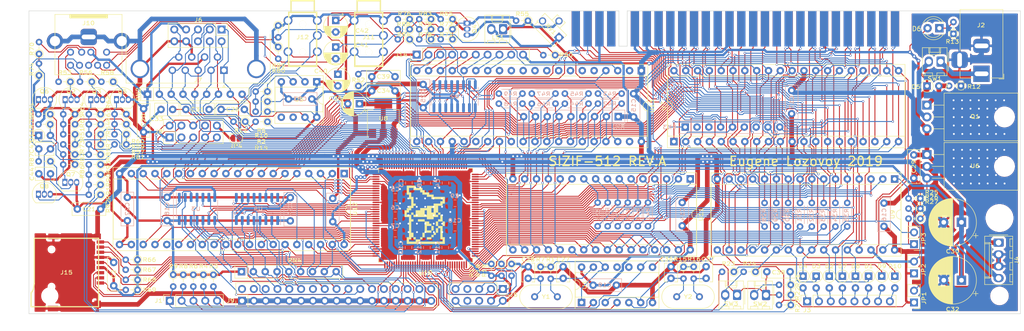
<source format=kicad_pcb>
(kicad_pcb (version 20171130) (host pcbnew "(5.1.4)-1")
  (title_block (title ZX-SIZIF-512) (date 2019-12-09) (rev A) (company Uzix))
  (layers (0 F.Cu signal) (31 B.Cu signal) (34 B.Paste user) (35 F.Paste user) (36 B.SilkS user) (37 F.SilkS user) (38 B.Mask user) (39 F.Mask user) (44 Edge.Cuts user))
  (net 0 "")
  (net 1 GND)
  (net 2 +5V)
  (net 3 "Net-(JP1-Pad2)")
  (net 4 "Net-(JP2-Pad2)")
  (net 5 +3V3)
  (net 6 /<)
  (net 7 /TAPE_IN)
  (net 8 /TAPE_OUT)
  (net 9 +12V)
  (net 10 ~RST)
  (net 11 /VID_COMP)
  (net 12 /Csync)
  (net 13 /KD0)
  (net 14 /KD1)
  (net 15 /KD2)
  (net 16 /KD3)
  (net 17 /KD4)
  (net 18 /KA15)
  (net 19 /KA14)
  (net 20 /KA8)
  (net 21 /KA13)
  (net 22 /KA12)
  (net 23 /KA9)
  (net 24 /KA10)
  (net 25 /KA11)
  (net 26 /TDI)
  (net 27 /TMS)
  (net 28 /TDO)
  (net 29 /TCK)
  (net 30 /FD_RDAT)
  (net 31 /FD_WPT0)
  (net 32 /FD_TR00_0)
  (net 33 /FD_DISK1)
  (net 34 /FD_DISK0)
  (net 35 /FD_INDEX0)
  (net 36 /~JOY_B2)
  (net 37 /~JOY_B1)
  (net 38 /~JOY_B3)
  (net 39 /~JOY_RIGHT)
  (net 40 /~JOY_LEFT)
  (net 41 /~JOY_DOWN)
  (net 42 /~JOY_UP)
  (net 43 /VID_B)
  (net 44 /VID_R)
  (net 45 /SND_L)
  (net 46 /VID_SYNC)
  (net 47 /VID_G)
  (net 48 /A15)
  (net 49 /A13)
  (net 50 /D7)
  (net 51 /D0)
  (net 52 /D1)
  (net 53 /D2)
  (net 54 /D6)
  (net 55 /D5)
  (net 56 /D3)
  (net 57 /D4)
  (net 58 /~INT)
  (net 59 /~HALT)
  (net 60 /~MREQ)
  (net 61 /~IORQ)
  (net 62 /~RD)
  (net 63 /A14)
  (net 64 /A12)
  (net 65 /~CLKCPU)
  (net 66 /A0)
  (net 67 /A1)
  (net 68 /A2)
  (net 69 /A3)
  (net 70 /~WR)
  (net 71 /~WAIT)
  (net 72 /~M1)
  (net 73 /~RFSH)
  (net 74 /A8)
  (net 75 /A10)
  (net 76 /~BUSRQ)
  (net 77 /~RSTCPU)
  (net 78 /A7)
  (net 79 /A6)
  (net 80 /A5)
  (net 81 /A4)
  (net 82 /~ROMCS)
  (net 83 /~BUSACK)
  (net 84 /A9)
  (net 85 /A11)
  (net 86 /VA8)
  (net 87 /VA9)
  (net 88 /VA10)
  (net 89 /VA11)
  (net 90 /VA12)
  (net 91 /VA13)
  (net 92 /VA14)
  (net 93 /VA15)
  (net 94 /CLK14)
  (net 95 /TAPE_IN0)
  (net 96 /TAPE_OUT0)
  (net 97 /~ROMCS0)
  (net 98 /VD0)
  (net 99 /VD1)
  (net 100 /VD2)
  (net 101 /VD3)
  (net 102 /VD4)
  (net 103 /VD5)
  (net 104 /VD6)
  (net 105 /VD7)
  (net 106 /VA0)
  (net 107 /VA1)
  (net 108 /VA2)
  (net 109 /VA3)
  (net 110 /VA4)
  (net 111 /VA5)
  (net 112 /VA6)
  (net 113 /VA7)
  (net 114 />)
  (net 115 /Blue)
  (net 116 /Red)
  (net 117 /Green)
  (net 118 /Bright)
  (net 119 /BEEPER)
  (net 120 /CHROMA1)
  (net 121 /CHROMA0)
  (net 122 /CLKCPU)
  (net 123 /FD_WF_DE)
  (net 124 /FD_INTRQ)
  (net 125 /FD_DRQ)
  (net 126 /FD_MOTOR)
  (net 127 /FD_INDEX)
  (net 128 /FD_HLT)
  (net 129 /FD_WPT)
  (net 130 /FD_SIDE)
  (net 131 /FD_STEP)
  (net 132 /FD_DIR)
  (net 133 /FD_WDAT)
  (net 134 /VA16)
  (net 135 /FD_RST)
  (net 136 /FD_SR)
  (net 137 /FD_DDEN)
  (net 138 /FD_SL)
  (net 139 /FD_WD)
  (net 140 /FD_TR43)
  (net 141 /FD_RAWR)
  (net 142 /FD_S)
  (net 143 /FD_CLK)
  (net 144 /FD_CS)
  (net 145 /AY_CLK)
  (net 146 /VA18)
  (net 147 /VA17)
  (net 148 /~VWR)
  (net 149 /~VRD)
  (net 150 "Net-(LS1-Pad2)")
  (net 151 /RA14)
  (net 152 /RA15)
  (net 153 /RA16)
  (net 154 /AY_BDIR)
  (net 155 /AY_BC1)
  (net 156 /FD_TR00)
  (net 157 /FD_INDEX1)
  (net 158 /FD_DISK0_0)
  (net 159 /FD_DISK1_0)
  (net 160 /FD_RDAT_0)
  (net 161 "Net-(Q6-Pad2)")
  (net 162 /Vsync)
  (net 163 /Hsync)
  (net 164 "Net-(D5-Pad2)")
  (net 165 "Net-(J2-Pad1)")
  (net 166 "Net-(Q1-Pad2)")
  (net 167 "Net-(Q2-Pad2)")
  (net 168 "Net-(Q3-Pad2)")
  (net 169 "Net-(Q3-Pad1)")
  (net 170 "Net-(Q4-Pad2)")
  (net 171 "Net-(Q5-Pad2)")
  (net 172 "Net-(Q5-Pad1)")
  (net 173 "Net-(Q7-Pad2)")
  (net 174 /SND_DAC)
  (net 175 "Net-(R10-Pad2)")
  (net 176 /~NMI)
  (net 177 ~MAGIC)
  (net 178 /SND_MONO)
  (net 179 /SND_R)
  (net 180 "Net-(D11-Pad2)")
  (net 181 "Net-(C40-Pad1)")
  (net 182 /CLK32)
  (net 183 "Net-(R21-Pad2)")
  (net 184 "Net-(D6-Pad1)")
  (net 185 "Net-(R1-Pad1)")
  (net 186 "Net-(R15-Pad1)")
  (net 187 "Net-(C41-Pad1)")
  (net 188 "Net-(C27-Pad2)")
  (net 189 "Net-(C36-Pad2)")
  (net 190 /AY_ABC)
  (net 191 "Net-(U13-Pad38)")
  (net 192 "Net-(U13-Pad4)")
  (net 193 "Net-(J15-Pad1)")
  (net 194 "Net-(J15-Pad8)")
  (net 195 "Net-(J8-Pad10)")
  (net 196 "Net-(J9-Pad16)")
  (net 197 "Net-(J9-Pad18)")
  (net 198 "Net-(J9-Pad20)")
  (net 199 "Net-(J9-Pad22)")
  (net 200 "Net-(J9-Pad24)")
  (net 201 "Net-(J9-Pad32)")
  (net 202 "Net-(J14-Pad9)")
  (net 203 "Net-(J14-Pad8)")
  (net 204 "Net-(J14-Pad7)")
  (net 205 "Net-(J14-Pad6)")
  (net 206 "Net-(J14-Pad5)")
  (net 207 "Net-(J14-Pad4)")
  (net 208 "Net-(J14-Pad3)")
  (net 209 "Net-(J14-Pad2)")
  (net 210 /SD_CD)
  (net 211 /SD_CS)
  (net 212 /SD_MOSI)
  (net 213 /SD_SCK)
  (net 214 /SD_MISO)
  (net 215 "Net-(Q2-Pad1)")
  (net 216 "Net-(Q4-Pad3)")
  (net 217 "Net-(C26-Pad1)")
  (net 218 "Net-(C28-Pad2)")
  (net 219 "Net-(C31-Pad2)")
  (net 220 "Net-(C37-Pad2)")
  (net 221 "Net-(C39-Pad2)")
  (net 222 "Net-(C42-Pad1)")
  (net 223 "Net-(C43-Pad2)")
  (net 224 "Net-(C44-Pad1)")
  (net 225 "Net-(R78-Pad1)")
  (net 226 "Net-(R73-Pad2)")
  (net 227 "Net-(R79-Pad1)")
  (net 228 "Net-(R84-Pad1)")
  (net 229 /FD_WSTB)
  (net 230 "Net-(JP3-Pad1)")
  (module Package_SO:SOIC-16_3.9x9.9mm_P1.27mm (layer B.Cu) (at 130.005 80.01 270)
    (fp_text reference U2 (at 0 -0.043 180) (layer B.SilkS) (effects (font (size 0.82 1) (thickness 0.153)) (justify mirror)))
    (fp_text value MAX314CSE/DG413DY)
    (pad 16 smd roundrect (at 2.475 4.445 270) (size 1.95 0.6) (layers B.Cu B.Paste B.Mask) (net 190 /AY_ABC))
    (pad 15 smd roundrect (at 2.475 3.175 270) (size 1.95 0.6) (layers B.Cu B.Paste B.Mask) (net 191 "Net-(U13-Pad38)"))
    (pad 14 smd roundrect (at 2.475 1.905 270) (size 1.95 0.6) (layers B.Cu B.Paste B.Mask) (net 227 "Net-(R79-Pad1)"))
    (pad 13 smd roundrect (at 2.475 0.635 270) (size 1.95 0.6) (layers B.Cu B.Paste B.Mask) (net 2 +5V))
    (pad 12 smd roundrect (at 2.475 -0.635 270) (size 1.95 0.6) (layers B.Cu B.Paste B.Mask) (net 2 +5V))
    (pad 11 smd roundrect (at 2.475 -1.905 270) (size 1.95 0.6) (layers B.Cu B.Paste B.Mask) (net 228 "Net-(R84-Pad1)"))
    (pad 10 smd roundrect (at 2.475 -3.175 270) (size 1.95 0.6) (layers B.Cu B.Paste B.Mask) (net 192 "Net-(U13-Pad4)"))
    (pad 9 smd roundrect (at 2.475 -4.445 270) (size 1.95 0.6) (layers B.Cu B.Paste B.Mask) (net 190 /AY_ABC))
    (pad 8 smd roundrect (at -2.475 -4.445 270) (size 1.95 0.6) (layers B.Cu B.Paste B.Mask) (net 190 /AY_ABC))
    (pad 7 smd roundrect (at -2.475 -3.175 270) (size 1.95 0.6) (layers B.Cu B.Paste B.Mask) (net 192 "Net-(U13-Pad4)"))
    (pad 6 smd roundrect (at -2.475 -1.905 270) (size 1.95 0.6) (layers B.Cu B.Paste B.Mask) (net 227 "Net-(R79-Pad1)"))
    (pad 5 smd roundrect (at -2.475 -0.635 270) (size 1.95 0.6) (layers B.Cu B.Paste B.Mask) (net 1 GND))
    (pad 4 smd roundrect (at -2.475 0.635 270) (size 1.95 0.6) (layers B.Cu B.Paste B.Mask) (net 1 GND))
    (pad 3 smd roundrect (at -2.475 1.905 270) (size 1.95 0.6) (layers B.Cu B.Paste B.Mask) (net 228 "Net-(R84-Pad1)"))
    (pad 2 smd roundrect (at -2.475 3.175 270) (size 1.95 0.6) (layers B.Cu B.Paste B.Mask) (net 191 "Net-(U13-Pad38)"))
    (pad 1 smd roundrect (at -2.475 4.445 270) (size 1.95 0.6) (layers B.Cu B.Paste B.Mask) (net 190 /AY_ABC))
  )
  (module MountingHole:MountingHole_5mm (layer F.Cu) (at 43.0336 106.168)
    (fp_text reference H2 hide)
    (fp_text value MountingHole hide)
    (pad 1 np_thru_hole circle (at 0 0) (size 5 5) (drill 5) (layers *.Cu *.Mask))
  )
  (module MountingHole:MountingHole_5mm (layer F.Cu) (at 247.06218 106.168)
    (fp_text reference H1 hide)
    (fp_text value MountingHole hide)
    (pad 1 np_thru_hole circle (at 0 0) (size 5 5) (drill 5) (layers *.Cu *.Mask))
  )
  (module MountingHole:MountingHole_3mm (layer F.Cu) (at 247.06218 122.91)
    (fp_text reference H6 hide)
    (fp_text value MountingHole hide)
    (pad "" np_thru_hole circle (at 0 -0.01) (size 3 3) (drill 3) (layers *.Cu *.Mask))
  )
  (module MountingHole:MountingHole_3mm (layer F.Cu) (at 43.0336 122.91)
    (fp_text reference H5 hide)
    (fp_text value MountingHole hide)
    (pad 1 np_thru_hole circle (at 0 0) (size 3 3) (drill 3) (layers *.Cu *.Mask))
  )
  (module MountingHole:MountingHole_3mm (layer F.Cu) (at 145.0654 67.1776)
    (fp_text reference H3 hide)
    (fp_text value MountingHole hide)
    (pad 1 np_thru_hole circle (at 0 0) (size 3 3) (drill 3) (layers *.Cu *.Mask))
  )
  (module my:black-mage2 (layer F.Cu) (at 123.57 105.47)
    (fp_text reference LOGO1 hide)
    (fp_text value graphic hide)
  )
  (module Resistor_THT:R_Axial_DIN0204_L3.6mm_D1.6mm_P2.54mm_Vertical (layer F.Cu) (at 151.6 71.17 180)
    (fp_text reference R50 (at -2.39 0.04) (layer F.SilkS) (effects (font (size 0.82 1) (thickness 0.153))))
    (fp_text value 470)
    (pad 2 thru_hole oval (at 2.54 0 180) (size 1.4 1.4) (drill 0.7) (layers *.Cu *.Mask) (net 6 /<))
    (pad 1 thru_hole circle (at 0 0 180) (size 1.4 1.4) (drill 0.7) (layers *.Cu *.Mask) (net 114 />))
  )
  (module Package_DIP:DIP-40_W15.24mm_Socket (layer F.Cu) (at 170.1292 74.4982 270)
    (fp_text reference U13 (at 7.6118 -2.3208 270) (layer F.SilkS) (effects (font (size 0.82 1) (thickness 0.153))))
    (fp_text value AY-3-8910)
    (pad 40 thru_hole oval (at 15.24 0 270) (size 1.6 1.6) (drill 0.8) (layers *.Cu *.Mask) (net 2 +5V))
    (pad 20 thru_hole oval (at 0 48.26 270) (size 1.6 1.6) (drill 0.8) (layers *.Cu *.Mask) (net 208 "Net-(J14-Pad3)"))
    (pad 39 thru_hole oval (at 15.24 2.54 270) (size 1.6 1.6) (drill 0.8) (layers *.Cu *.Mask))
    (pad 19 thru_hole oval (at 0 45.72 270) (size 1.6 1.6) (drill 0.8) (layers *.Cu *.Mask) (net 207 "Net-(J14-Pad4)"))
    (pad 38 thru_hole oval (at 15.24 5.08 270) (size 1.6 1.6) (drill 0.8) (layers *.Cu *.Mask) (net 191 "Net-(U13-Pad38)"))
    (pad 18 thru_hole oval (at 0 43.18 270) (size 1.6 1.6) (drill 0.8) (layers *.Cu *.Mask) (net 206 "Net-(J14-Pad5)"))
    (pad 37 thru_hole oval (at 15.24 7.62 270) (size 1.6 1.6) (drill 0.8) (layers *.Cu *.Mask) (net 51 /D0))
    (pad 17 thru_hole oval (at 0 40.64 270) (size 1.6 1.6) (drill 0.8) (layers *.Cu *.Mask) (net 205 "Net-(J14-Pad6)"))
    (pad 36 thru_hole oval (at 15.24 10.16 270) (size 1.6 1.6) (drill 0.8) (layers *.Cu *.Mask) (net 52 /D1))
    (pad 16 thru_hole oval (at 0 38.1 270) (size 1.6 1.6) (drill 0.8) (layers *.Cu *.Mask) (net 204 "Net-(J14-Pad7)"))
    (pad 35 thru_hole oval (at 15.24 12.7 270) (size 1.6 1.6) (drill 0.8) (layers *.Cu *.Mask) (net 53 /D2))
    (pad 15 thru_hole oval (at 0 35.56 270) (size 1.6 1.6) (drill 0.8) (layers *.Cu *.Mask) (net 203 "Net-(J14-Pad8)"))
    (pad 34 thru_hole oval (at 15.24 15.24 270) (size 1.6 1.6) (drill 0.8) (layers *.Cu *.Mask) (net 56 /D3))
    (pad 14 thru_hole oval (at 0 33.02 270) (size 1.6 1.6) (drill 0.8) (layers *.Cu *.Mask) (net 202 "Net-(J14-Pad9)"))
    (pad 33 thru_hole oval (at 15.24 17.78 270) (size 1.6 1.6) (drill 0.8) (layers *.Cu *.Mask) (net 57 /D4))
    (pad 13 thru_hole oval (at 0 30.48 270) (size 1.6 1.6) (drill 0.8) (layers *.Cu *.Mask))
    (pad 32 thru_hole oval (at 15.24 20.32 270) (size 1.6 1.6) (drill 0.8) (layers *.Cu *.Mask) (net 55 /D5))
    (pad 12 thru_hole oval (at 0 27.94 270) (size 1.6 1.6) (drill 0.8) (layers *.Cu *.Mask))
    (pad 31 thru_hole oval (at 15.24 22.86 270) (size 1.6 1.6) (drill 0.8) (layers *.Cu *.Mask) (net 54 /D6))
    (pad 11 thru_hole oval (at 0 25.4 270) (size 1.6 1.6) (drill 0.8) (layers *.Cu *.Mask))
    (pad 30 thru_hole oval (at 15.24 25.4 270) (size 1.6 1.6) (drill 0.8) (layers *.Cu *.Mask) (net 50 /D7))
    (pad 10 thru_hole oval (at 0 22.86 270) (size 1.6 1.6) (drill 0.8) (layers *.Cu *.Mask))
    (pad 29 thru_hole oval (at 15.24 27.94 270) (size 1.6 1.6) (drill 0.8) (layers *.Cu *.Mask) (net 155 /AY_BC1))
    (pad 9 thru_hole oval (at 0 20.32 270) (size 1.6 1.6) (drill 0.8) (layers *.Cu *.Mask))
    (pad 28 thru_hole oval (at 15.24 30.48 270) (size 1.6 1.6) (drill 0.8) (layers *.Cu *.Mask) (net 2 +5V))
    (pad 8 thru_hole oval (at 0 17.78 270) (size 1.6 1.6) (drill 0.8) (layers *.Cu *.Mask))
    (pad 27 thru_hole oval (at 15.24 33.02 270) (size 1.6 1.6) (drill 0.8) (layers *.Cu *.Mask) (net 154 /AY_BDIR))
    (pad 7 thru_hole oval (at 0 15.24 270) (size 1.6 1.6) (drill 0.8) (layers *.Cu *.Mask))
    (pad 26 thru_hole oval (at 15.24 35.56 270) (size 1.6 1.6) (drill 0.8) (layers *.Cu *.Mask))
    (pad 6 thru_hole oval (at 0 12.7 270) (size 1.6 1.6) (drill 0.8) (layers *.Cu *.Mask))
    (pad 25 thru_hole oval (at 15.24 38.1 270) (size 1.6 1.6) (drill 0.8) (layers *.Cu *.Mask) (net 2 +5V))
    (pad 5 thru_hole oval (at 0 10.16 270) (size 1.6 1.6) (drill 0.8) (layers *.Cu *.Mask))
    (pad 24 thru_hole oval (at 15.24 40.64 270) (size 1.6 1.6) (drill 0.8) (layers *.Cu *.Mask) (net 1 GND))
    (pad 4 thru_hole oval (at 0 7.62 270) (size 1.6 1.6) (drill 0.8) (layers *.Cu *.Mask) (net 192 "Net-(U13-Pad4)"))
    (pad 23 thru_hole oval (at 15.24 43.18 270) (size 1.6 1.6) (drill 0.8) (layers *.Cu *.Mask) (net 77 /~RSTCPU))
    (pad 3 thru_hole oval (at 0 5.08 270) (size 1.6 1.6) (drill 0.8) (layers *.Cu *.Mask) (net 225 "Net-(R78-Pad1)"))
    (pad 22 thru_hole oval (at 15.24 45.72 270) (size 1.6 1.6) (drill 0.8) (layers *.Cu *.Mask) (net 145 /AY_CLK))
    (pad 2 thru_hole oval (at 0 2.54 270) (size 1.6 1.6) (drill 0.8) (layers *.Cu *.Mask))
    (pad 21 thru_hole oval (at 15.24 48.26 270) (size 1.6 1.6) (drill 0.8) (layers *.Cu *.Mask) (net 209 "Net-(J14-Pad2)"))
    (pad 1 thru_hole rect (at 0 0 270) (size 1.6 1.6) (drill 0.8) (layers *.Cu *.Mask) (net 1 GND))
  )
  (module Connector_PinHeader_2.54mm:PinHeader_2x05_P2.54mm_Vertical (layer F.Cu) (at 79.938 65.659 270)
    (fp_text reference J6 (at -2.031 4.978 180) (layer F.SilkS) (effects (font (size 0.82 1) (thickness 0.153))))
    (fp_text value Conn_02x05_Odd_Even)
    (pad 1 thru_hole rect (at 0 0 270) (size 1.7 1.7) (drill 1) (layers *.Cu *.Mask) (net 42 /~JOY_UP))
    (pad 2 thru_hole oval (at 2.54 0 270) (size 1.7 1.7) (drill 1) (layers *.Cu *.Mask) (net 41 /~JOY_DOWN))
    (pad 3 thru_hole oval (at 0 2.54 270) (size 1.7 1.7) (drill 1) (layers *.Cu *.Mask) (net 40 /~JOY_LEFT))
    (pad 4 thru_hole oval (at 2.54 2.54 270) (size 1.7 1.7) (drill 1) (layers *.Cu *.Mask) (net 39 /~JOY_RIGHT))
    (pad 5 thru_hole oval (at 0 5.08 270) (size 1.7 1.7) (drill 1) (layers *.Cu *.Mask) (net 38 /~JOY_B3))
    (pad 6 thru_hole oval (at 2.54 5.08 270) (size 1.7 1.7) (drill 1) (layers *.Cu *.Mask) (net 37 /~JOY_B1))
    (pad 7 thru_hole oval (at 0 7.62 270) (size 1.7 1.7) (drill 1) (layers *.Cu *.Mask) (net 2 +5V))
    (pad 8 thru_hole oval (at 2.54 7.62 270) (size 1.7 1.7) (drill 1) (layers *.Cu *.Mask) (net 1 GND))
    (pad 9 thru_hole oval (at 0 10.16 270) (size 1.7 1.7) (drill 1) (layers *.Cu *.Mask) (net 36 /~JOY_B2))
    (pad 10 thru_hole oval (at 2.54 10.16 270) (size 1.7 1.7) (drill 1) (layers *.Cu *.Mask) (net 1 GND))
  )
  (module Connector_Dsub:DSUB-9_Male_Horizontal_P2.77x2.84mm_EdgePinOffset4.94mm_Housed_MountingHolesOffset7.48mm (layer F.Cu) (at 80.446 74.422 180)
    (fp_text reference J7 (at 5.54 -2.098) (layer F.SilkS) (effects (font (size 0.82 1) (thickness 0.153))))
    (fp_text value DB9-M)
    (pad 1 thru_hole rect (at 0 0 180) (size 1.6 1.6) (drill 1) (layers *.Cu *.Mask) (net 42 /~JOY_UP))
    (pad 2 thru_hole circle (at 2.77 0 180) (size 1.6 1.6) (drill 1) (layers *.Cu *.Mask) (net 41 /~JOY_DOWN))
    (pad 3 thru_hole circle (at 5.54 0 180) (size 1.6 1.6) (drill 1) (layers *.Cu *.Mask) (net 40 /~JOY_LEFT))
    (pad 4 thru_hole circle (at 8.31 0 180) (size 1.6 1.6) (drill 1) (layers *.Cu *.Mask) (net 39 /~JOY_RIGHT))
    (pad 5 thru_hole circle (at 11.08 0 180) (size 1.6 1.6) (drill 1) (layers *.Cu *.Mask) (net 38 /~JOY_B3))
    (pad 6 thru_hole circle (at 1.385 2.84 180) (size 1.6 1.6) (drill 1) (layers *.Cu *.Mask) (net 37 /~JOY_B1))
    (pad 7 thru_hole circle (at 4.155 2.84 180) (size 1.6 1.6) (drill 1) (layers *.Cu *.Mask) (net 2 +5V))
    (pad 8 thru_hole circle (at 6.925 2.84 180) (size 1.6 1.6) (drill 1) (layers *.Cu *.Mask) (net 1 GND))
    (pad 9 thru_hole circle (at 9.695 2.84 180) (size 1.6 1.6) (drill 1) (layers *.Cu *.Mask) (net 36 /~JOY_B2))
    (pad 0 thru_hole circle (at -6.96 0.3 180) (size 4 4) (drill 3.2) (layers *.Cu *.Mask) (net 1 GND))
    (pad 0 thru_hole circle (at 18.04 0.3 180) (size 4 4) (drill 3.2) (layers *.Cu *.Mask) (net 1 GND))
  )
  (module LED_THT:LED_D4.0mm (layer F.Cu) (at 234.15 65.38 180)
    (fp_text reference D6 (at 4.89 -0.13) (layer F.SilkS))
    (fp_text value LED)
    (pad 2 thru_hole circle (at 2.54 0 180) (size 1.8 1.8) (drill 0.9) (layers *.Cu *.Mask) (net 9 +12V))
    (pad 1 thru_hole rect (at 0 0 180) (size 1.8 1.8) (drill 0.9) (layers *.Cu *.Mask) (net 184 "Net-(D6-Pad1)"))
  )
  (module Connector_Molex:Molex_KK-254_AE-6410-02A_1x02_P2.54mm_Vertical (layer F.Cu) (at 234.41 72.56 180)
    (fp_text reference SW1 (at 1.27 -3.6722) (layer F.SilkS) (effects (font (size 0.82 1) (thickness 0.153))))
    (fp_text value SW_SPST)
    (pad 1 thru_hole roundrect (at 0 0 180) (size 1.74 2.2) (drill 1.2) (layers *.Cu *.Mask) (roundrect_rratio 0.143678) (net 165 "Net-(J2-Pad1)"))
    (pad 2 thru_hole oval (at 2.54 0 180) (size 1.74 2.2) (drill 1.2) (layers *.Cu *.Mask) (net 166 "Net-(Q1-Pad2)"))
  )
  (module Connector_BarrelJack:BarrelJack_Horizontal (layer F.Cu) (at 243.19 75.18 270)
    (fp_text reference J2 (at -10.43 0.1 180) (layer F.SilkS) (effects (font (size 0.82 1) (thickness 0.153))))
    (fp_text value DS-210)
    (pad 1 thru_hole rect (at 0 0 270) (size 3.5 3.5) (drill oval 1 3) (layers *.Cu *.Mask) (net 165 "Net-(J2-Pad1)"))
    (pad 2 thru_hole roundrect (at -6 0 270) (size 3 3.5) (drill oval 1 3) (layers *.Cu *.Mask) (net 1 GND))
    (pad 3 thru_hole roundrect (at -3 4.7 270) (size 3.5 3.5) (drill oval 3 1) (layers *.Cu *.Mask) (net 1 GND))
  )
  (module my:minidin-9 (layer F.Cu) (at 51.38 68.91512 180)
    (fp_text reference J10 (at 0.03 4.61512) (layer F.SilkS) (effects (font (size 0.82 1) (thickness 0.153))))
    (fp_text value Mini-DIN-9 hide)
    (pad 1 thru_hole circle (at 1.4986 -1.6256 180) (size 1.50114 1.50114) (drill 0.89916) (layers *.Cu *.Mask) (net 43 /VID_B))
    (pad 0 thru_hole roundrect (at 0 1.651 180) (size 3.50012 3.50012) (drill oval 3 1) (layers *.Cu *.Mask) (roundrect_rratio 0.214) (net 1 GND))
    (pad 7 thru_hole circle (at 3.8862 -4.43738 180) (size 1.50114 1.50114) (drill 0.89916) (layers *.Cu *.Mask) (net 44 /VID_R))
    (pad 8 thru_hole circle (at -1.9304 -4.43738 180) (size 1.50114 1.50114) (drill 0.89916) (layers *.Cu *.Mask) (net 45 /SND_L))
    (pad 9 thru_hole circle (at -3.8608 -4.43738 180) (size 1.50114 1.50114) (drill 0.89916) (layers *.Cu *.Mask) (net 179 /SND_R))
    (pad 4 thru_hole circle (at 1.9558 -4.43738 180) (size 1.50114 1.50114) (drill 0.89916) (layers *.Cu *.Mask) (net 11 /VID_COMP))
    (pad 5 thru_hole circle (at 0 -4.43738 180) (size 1.50114 1.50114) (drill 0.89916) (layers *.Cu *.Mask) (net 46 /VID_SYNC))
    (pad 3 thru_hole circle (at 3.8862 -1.6256 180) (size 1.50114 1.50114) (drill 0.89916) (layers *.Cu *.Mask) (net 47 /VID_G))
    (pad 2 thru_hole circle (at -0.4699 -1.6256 180) (size 1.50114 1.50114) (drill 0.89916) (layers *.Cu *.Mask) (net 2 +5V))
    (pad 6 thru_hole circle (at -3.8608 -1.6256 180) (size 1.50114 1.50114) (drill 0.89916) (layers *.Cu *.Mask) (net 178 /SND_MONO))
    (pad 0 thru_hole circle (at 7.239 0.762 180) (size 3.50012 3.50012) (drill 2.19964) (layers *.Cu *.Mask) (net 1 GND))
    (pad 0 thru_hole circle (at -7.112 0.762 180) (size 3.50012 3.50012) (drill 2.19964) (layers *.Cu *.Mask) (net 1 GND))
  )
  (module Resistor_THT:R_Array_SIP9 (layer B.Cu) (at 165.1492 84.382 180)
    (fp_text reference RN1 (at 0.0492 -2.232 180) (layer B.SilkS) (effects (font (size 0.82 1) (thickness 0.153)) (justify mirror)))
    (fp_text value 10k)
    (pad 1 thru_hole rect (at 0 0 180) (size 1.6 1.6) (drill 0.8) (layers *.Cu *.Mask) (net 2 +5V))
    (pad 2 thru_hole oval (at 2.54 0 180) (size 1.6 1.6) (drill 0.8) (layers *.Cu *.Mask) (net 51 /D0))
    (pad 3 thru_hole oval (at 5.08 0 180) (size 1.6 1.6) (drill 0.8) (layers *.Cu *.Mask) (net 52 /D1))
    (pad 4 thru_hole oval (at 7.62 0 180) (size 1.6 1.6) (drill 0.8) (layers *.Cu *.Mask) (net 53 /D2))
    (pad 5 thru_hole oval (at 10.16 0 180) (size 1.6 1.6) (drill 0.8) (layers *.Cu *.Mask) (net 56 /D3))
    (pad 6 thru_hole oval (at 12.7 0 180) (size 1.6 1.6) (drill 0.8) (layers *.Cu *.Mask) (net 57 /D4))
    (pad 7 thru_hole oval (at 15.24 0 180) (size 1.6 1.6) (drill 0.8) (layers *.Cu *.Mask) (net 55 /D5))
    (pad 8 thru_hole oval (at 17.78 0 180) (size 1.6 1.6) (drill 0.8) (layers *.Cu *.Mask) (net 54 /D6))
    (pad 9 thru_hole oval (at 20.32 0 180) (size 1.6 1.6) (drill 0.8) (layers *.Cu *.Mask) (net 50 /D7))
  )
  (module Package_DIP:DIP-40_W15.24mm_Socket (layer F.Cu) (at 106.2736 96.618 270)
    (fp_text reference U12 (at 7.62 -2.33 90) (layer F.SilkS) (effects (font (size 0.82 1) (thickness 0.153))))
    (fp_text value MB8877A)
    (pad 40 thru_hole oval (at 15.24 0 270) (size 1.6 1.6) (drill 0.8) (layers *.Cu *.Mask) (net 9 +12V))
    (pad 20 thru_hole oval (at 0 48.26 270) (size 1.6 1.6) (drill 0.8) (layers *.Cu *.Mask) (net 1 GND))
    (pad 39 thru_hole oval (at 15.24 2.54 270) (size 1.6 1.6) (drill 0.8) (layers *.Cu *.Mask) (net 124 /FD_INTRQ))
    (pad 19 thru_hole oval (at 0 45.72 270) (size 1.6 1.6) (drill 0.8) (layers *.Cu *.Mask) (net 135 /FD_RST))
    (pad 38 thru_hole oval (at 15.24 5.08 270) (size 1.6 1.6) (drill 0.8) (layers *.Cu *.Mask) (net 125 /FD_DRQ))
    (pad 18 thru_hole oval (at 0 43.18 270) (size 1.6 1.6) (drill 0.8) (layers *.Cu *.Mask) (net 136 /FD_SR))
    (pad 37 thru_hole oval (at 15.24 7.62 270) (size 1.6 1.6) (drill 0.8) (layers *.Cu *.Mask) (net 137 /FD_DDEN))
    (pad 17 thru_hole oval (at 0 40.64 270) (size 1.6 1.6) (drill 0.8) (layers *.Cu *.Mask) (net 138 /FD_SL))
    (pad 36 thru_hole oval (at 15.24 10.16 270) (size 1.6 1.6) (drill 0.8) (layers *.Cu *.Mask) (net 31 /FD_WPT0))
    (pad 16 thru_hole oval (at 0 38.1 270) (size 1.6 1.6) (drill 0.8) (layers *.Cu *.Mask) (net 132 /FD_DIR))
    (pad 35 thru_hole oval (at 15.24 12.7 270) (size 1.6 1.6) (drill 0.8) (layers *.Cu *.Mask) (net 157 /FD_INDEX1))
    (pad 15 thru_hole oval (at 0 35.56 270) (size 1.6 1.6) (drill 0.8) (layers *.Cu *.Mask) (net 131 /FD_STEP))
    (pad 34 thru_hole oval (at 15.24 15.24 270) (size 1.6 1.6) (drill 0.8) (layers *.Cu *.Mask) (net 32 /FD_TR00_0))
    (pad 14 thru_hole oval (at 0 33.02 270) (size 1.6 1.6) (drill 0.8) (layers *.Cu *.Mask) (net 50 /D7))
    (pad 33 thru_hole oval (at 15.24 17.78 270) (size 1.6 1.6) (drill 0.8) (layers *.Cu *.Mask) (net 123 /FD_WF_DE))
    (pad 13 thru_hole oval (at 0 30.48 270) (size 1.6 1.6) (drill 0.8) (layers *.Cu *.Mask) (net 54 /D6))
    (pad 32 thru_hole oval (at 15.24 20.32 270) (size 1.6 1.6) (drill 0.8) (layers *.Cu *.Mask) (net 126 /FD_MOTOR))
    (pad 12 thru_hole oval (at 0 27.94 270) (size 1.6 1.6) (drill 0.8) (layers *.Cu *.Mask) (net 55 /D5))
    (pad 31 thru_hole oval (at 15.24 22.86 270) (size 1.6 1.6) (drill 0.8) (layers *.Cu *.Mask) (net 139 /FD_WD))
    (pad 11 thru_hole oval (at 0 25.4 270) (size 1.6 1.6) (drill 0.8) (layers *.Cu *.Mask) (net 57 /D4))
    (pad 30 thru_hole oval (at 15.24 25.4 270) (size 1.6 1.6) (drill 0.8) (layers *.Cu *.Mask) (net 229 /FD_WSTB))
    (pad 10 thru_hole oval (at 0 22.86 270) (size 1.6 1.6) (drill 0.8) (layers *.Cu *.Mask) (net 56 /D3))
    (pad 29 thru_hole oval (at 15.24 27.94 270) (size 1.6 1.6) (drill 0.8) (layers *.Cu *.Mask) (net 140 /FD_TR43))
    (pad 9 thru_hole oval (at 0 20.32 270) (size 1.6 1.6) (drill 0.8) (layers *.Cu *.Mask) (net 53 /D2))
    (pad 28 thru_hole oval (at 15.24 30.48 270) (size 1.6 1.6) (drill 0.8) (layers *.Cu *.Mask) (net 126 /FD_MOTOR))
    (pad 8 thru_hole oval (at 0 17.78 270) (size 1.6 1.6) (drill 0.8) (layers *.Cu *.Mask) (net 52 /D1))
    (pad 27 thru_hole oval (at 15.24 33.02 270) (size 1.6 1.6) (drill 0.8) (layers *.Cu *.Mask) (net 141 /FD_RAWR))
    (pad 7 thru_hole oval (at 0 15.24 270) (size 1.6 1.6) (drill 0.8) (layers *.Cu *.Mask) (net 51 /D0))
    (pad 26 thru_hole oval (at 15.24 35.56 270) (size 1.6 1.6) (drill 0.8) (layers *.Cu *.Mask) (net 142 /FD_S))
    (pad 6 thru_hole oval (at 0 12.7 270) (size 1.6 1.6) (drill 0.8) (layers *.Cu *.Mask) (net 74 /A8))
    (pad 25 thru_hole oval (at 15.24 38.1 270) (size 1.6 1.6) (drill 0.8) (layers *.Cu *.Mask))
    (pad 5 thru_hole oval (at 0 10.16 270) (size 1.6 1.6) (drill 0.8) (layers *.Cu *.Mask) (net 80 /A5))
    (pad 24 thru_hole oval (at 15.24 40.64 270) (size 1.6 1.6) (drill 0.8) (layers *.Cu *.Mask) (net 143 /FD_CLK))
    (pad 4 thru_hole oval (at 0 7.62 270) (size 1.6 1.6) (drill 0.8) (layers *.Cu *.Mask) (net 62 /~RD))
    (pad 23 thru_hole oval (at 15.24 43.18 270) (size 1.6 1.6) (drill 0.8) (layers *.Cu *.Mask) (net 128 /FD_HLT))
    (pad 3 thru_hole oval (at 0 5.08 270) (size 1.6 1.6) (drill 0.8) (layers *.Cu *.Mask) (net 144 /FD_CS))
    (pad 22 thru_hole oval (at 15.24 45.72 270) (size 1.6 1.6) (drill 0.8) (layers *.Cu *.Mask) (net 2 +5V))
    (pad 2 thru_hole oval (at 0 2.54 270) (size 1.6 1.6) (drill 0.8) (layers *.Cu *.Mask) (net 70 /~WR))
    (pad 21 thru_hole oval (at 15.24 48.26 270) (size 1.6 1.6) (drill 0.8) (layers *.Cu *.Mask) (net 2 +5V))
    (pad 1 thru_hole rect (at 0 0 270) (size 1.6 1.6) (drill 0.8) (layers *.Cu *.Mask))
  )
  (module Package_SO:SOIC-16_3.9x9.9mm_P1.27mm (layer B.Cu) (at 87.55 104.225 90)
    (fp_text reference U4 (at 0.075 0.26 180) (layer B.SilkS) (effects (font (size 0.82 1)) (justify mirror)))
    (fp_text value 74HC4050)
    (pad 1 smd roundrect (at -2.475 4.445 90) (size 1.95 0.6) (layers B.Cu B.Paste B.Mask) (net 2 +5V))
    (pad 2 smd roundrect (at -2.475 3.175 90) (size 1.95 0.6) (layers B.Cu B.Paste B.Mask) (net 34 /FD_DISK0))
    (pad 3 smd roundrect (at -2.475 1.905 90) (size 1.95 0.6) (layers B.Cu B.Paste B.Mask) (net 158 /FD_DISK0_0))
    (pad 4 smd roundrect (at -2.475 0.635 90) (size 1.95 0.6) (layers B.Cu B.Paste B.Mask) (net 32 /FD_TR00_0))
    (pad 5 smd roundrect (at -2.475 -0.635 90) (size 1.95 0.6) (layers B.Cu B.Paste B.Mask) (net 156 /FD_TR00))
    (pad 6 smd roundrect (at -2.475 -1.905 90) (size 1.95 0.6) (layers B.Cu B.Paste B.Mask) (net 35 /FD_INDEX0))
    (pad 7 smd roundrect (at -2.475 -3.175 90) (size 1.95 0.6) (layers B.Cu B.Paste B.Mask) (net 127 /FD_INDEX))
    (pad 8 smd roundrect (at -2.475 -4.445 90) (size 1.95 0.6) (layers B.Cu B.Paste B.Mask) (net 1 GND))
    (pad 9 smd roundrect (at 2.475 -4.445 90) (size 1.95 0.6) (layers B.Cu B.Paste B.Mask) (net 159 /FD_DISK1_0))
    (pad 10 smd roundrect (at 2.475 -3.175 90) (size 1.95 0.6) (layers B.Cu B.Paste B.Mask) (net 33 /FD_DISK1))
    (pad 11 smd roundrect (at 2.475 -1.905 90) (size 1.95 0.6) (layers B.Cu B.Paste B.Mask) (net 129 /FD_WPT))
    (pad 12 smd roundrect (at 2.475 -0.635 90) (size 1.95 0.6) (layers B.Cu B.Paste B.Mask) (net 31 /FD_WPT0))
    (pad 13 smd roundrect (at 2.475 0.635 90) (size 1.95 0.6) (layers B.Cu B.Paste B.Mask))
    (pad 14 smd roundrect (at 2.475 1.905 90) (size 1.95 0.6) (layers B.Cu B.Paste B.Mask) (net 30 /FD_RDAT))
    (pad 15 smd roundrect (at 2.475 3.175 90) (size 1.95 0.6) (layers B.Cu B.Paste B.Mask) (net 160 /FD_RDAT_0))
    (pad 16 smd roundrect (at 2.475 4.445 90) (size 1.95 0.6) (layers B.Cu B.Paste B.Mask))
  )
  (module my:GCT-MEM2055-00-190-01-A (layer F.Cu) (at 54.71 117.87 90)
    (fp_text reference J15 (at 0 -8.1 180) (layer F.SilkS) (effects (font (size 0.82 1) (thickness 0.153))))
    (fp_text value MEM2055-00-190-01-A)
    (pad 8 smd rect (at 5.45 -0.8 90) (size 0.7 1.6) (layers F.Cu F.Paste F.Mask) (net 194 "Net-(J15-Pad8)"))
    (pad 7 smd rect (at 4.35 -0.8 90) (size 0.7 1.6) (layers F.Cu F.Paste F.Mask) (net 214 /SD_MISO))
    (pad 6 smd rect (at 3.25 -0.8 90) (size 0.7 1.6) (layers F.Cu F.Paste F.Mask) (net 1 GND))
    (pad 5 smd rect (at 2.15 -0.8 90) (size 0.7 1.6) (layers F.Cu F.Paste F.Mask) (net 213 /SD_SCK))
    (pad 4 smd rect (at 1.05 -0.8 90) (size 0.7 1.6) (layers F.Cu F.Paste F.Mask) (net 5 +3V3))
    (pad 3 smd rect (at -0.05 -0.8 90) (size 0.7 1.6) (layers F.Cu F.Paste F.Mask) (net 212 /SD_MOSI))
    (pad 2 smd rect (at -1.15 -0.8 90) (size 0.7 1.6) (layers F.Cu F.Paste F.Mask) (net 211 /SD_CS))
    (pad 1 smd rect (at -2.25 -0.8 90) (size 0.7 1.6) (layers F.Cu F.Paste F.Mask) (net 193 "Net-(J15-Pad1)"))
    (pad 10 smd rect (at 7.75 -1.4 90) (size 1.2 1.4) (layers F.Cu F.Paste F.Mask) (net 1 GND))
    (pad 10 smd rect (at -6.85 -1.4 90) (size 1.6 1.4) (layers F.Cu F.Paste F.Mask) (net 1 GND))
    (pad 10 smd rect (at -7.75 -11 270) (size 1.2 2.2) (layers F.Cu F.Paste F.Mask) (net 1 GND))
    (pad 10 smd rect (at 7.75 -10.9 270) (size 1.2 2.2) (layers F.Cu F.Paste F.Mask) (net 1 GND))
    (pad 9 smd rect (at 6.55 -0.8 90) (size 0.7 1.6) (layers F.Cu F.Paste F.Mask) (net 210 /SD_CD))
    (pad "" np_thru_hole circle (at 4.95 -11.3 270) (size 1 1) (drill 1) (layers *.Cu *.Mask F.SilkS))
    (pad "" np_thru_hole circle (at -3.05 -11.3 270) (size 1 1) (drill 1) (layers *.Cu *.Mask F.SilkS))
  )
  (module Package_QFP:TQFP-144_20x20mm_P0.5mm (layer F.Cu) (at 123.774 105.5624 180)
    (fp_text reference U10 (at 0 -12.35) (layer F.SilkS) (effects (font (size 0.82 1) (thickness 0.153))))
    (fp_text value EPM3256ATC144-10)
    (pad 144 smd roundrect (at -8.75 -10.6625 180) (size 0.3 1.475) (layers F.Cu F.Paste F.Mask) (net 5 +3V3))
    (pad 143 smd roundrect (at -8.25 -10.6625 180) (size 0.3 1.475) (layers F.Cu F.Paste F.Mask) (net 109 /VA3))
    (pad 142 smd roundrect (at -7.75 -10.6625 180) (size 0.3 1.475) (layers F.Cu F.Paste F.Mask) (net 149 /~VRD))
    (pad 141 smd roundrect (at -7.25 -10.6625 180) (size 0.3 1.475) (layers F.Cu F.Paste F.Mask) (net 108 /VA2))
    (pad 140 smd roundrect (at -6.75 -10.6625 180) (size 0.3 1.475) (layers F.Cu F.Paste F.Mask) (net 99 /VD1))
    (pad 139 smd roundrect (at -6.25 -10.6625 180) (size 0.3 1.475) (layers F.Cu F.Paste F.Mask) (net 101 /VD3))
    (pad 138 smd roundrect (at -5.75 -10.6625 180) (size 0.3 1.475) (layers F.Cu F.Paste F.Mask) (net 103 /VD5))
    (pad 137 smd roundrect (at -5.25 -10.6625 180) (size 0.3 1.475) (layers F.Cu F.Paste F.Mask) (net 62 /~RD))
    (pad 136 smd roundrect (at -4.75 -10.6625 180) (size 0.3 1.475) (layers F.Cu F.Paste F.Mask) (net 70 /~WR))
    (pad 135 smd roundrect (at -4.25 -10.6625 180) (size 0.3 1.475) (layers F.Cu F.Paste F.Mask) (net 1 GND))
    (pad 134 smd roundrect (at -3.75 -10.6625 180) (size 0.3 1.475) (layers F.Cu F.Paste F.Mask) (net 122 /CLKCPU))
    (pad 133 smd roundrect (at -3.25 -10.6625 180) (size 0.3 1.475) (layers F.Cu F.Paste F.Mask))
    (pad 132 smd roundrect (at -2.75 -10.6625 180) (size 0.3 1.475) (layers F.Cu F.Paste F.Mask))
    (pad 131 smd roundrect (at -2.25 -10.6625 180) (size 0.3 1.475) (layers F.Cu F.Paste F.Mask))
    (pad 130 smd roundrect (at -1.75 -10.6625 180) (size 0.3 1.475) (layers F.Cu F.Paste F.Mask) (net 5 +3V3))
    (pad 129 smd roundrect (at -1.25 -10.6625 180) (size 0.3 1.475) (layers F.Cu F.Paste F.Mask) (net 1 GND))
    (pad 128 smd roundrect (at -0.75 -10.6625 180) (size 0.3 1.475) (layers F.Cu F.Paste F.Mask) (net 94 /CLK14))
    (pad 127 smd roundrect (at -0.25 -10.6625 180) (size 0.3 1.475) (layers F.Cu F.Paste F.Mask) (net 10 ~RST))
    (pad 126 smd roundrect (at 0.25 -10.6625 180) (size 0.3 1.475) (layers F.Cu F.Paste F.Mask) (net 177 ~MAGIC))
    (pad 125 smd roundrect (at 0.75 -10.6625 180) (size 0.3 1.475) (layers F.Cu F.Paste F.Mask) (net 182 /CLK32))
    (pad 124 smd roundrect (at 1.25 -10.6625 180) (size 0.3 1.475) (layers F.Cu F.Paste F.Mask) (net 1 GND))
    (pad 123 smd roundrect (at 1.75 -10.6625 180) (size 0.3 1.475) (layers F.Cu F.Paste F.Mask) (net 5 +3V3))
    (pad 122 smd roundrect (at 2.25 -10.6625 180) (size 0.3 1.475) (layers F.Cu F.Paste F.Mask) (net 97 /~ROMCS0))
    (pad 121 smd roundrect (at 2.75 -10.6625 180) (size 0.3 1.475) (layers F.Cu F.Paste F.Mask) (net 15 /KD2))
    (pad 120 smd roundrect (at 3.25 -10.6625 180) (size 0.3 1.475) (layers F.Cu F.Paste F.Mask) (net 16 /KD3))
    (pad 119 smd roundrect (at 3.75 -10.6625 180) (size 0.3 1.475) (layers F.Cu F.Paste F.Mask) (net 17 /KD4))
    (pad 118 smd roundrect (at 4.25 -10.6625 180) (size 0.3 1.475) (layers F.Cu F.Paste F.Mask) (net 120 /CHROMA1))
    (pad 117 smd roundrect (at 4.75 -10.6625 180) (size 0.3 1.475) (layers F.Cu F.Paste F.Mask) (net 121 /CHROMA0))
    (pad 116 smd roundrect (at 5.25 -10.6625 180) (size 0.3 1.475) (layers F.Cu F.Paste F.Mask) (net 13 /KD0))
    (pad 115 smd roundrect (at 5.75 -10.6625 180) (size 0.3 1.475) (layers F.Cu F.Paste F.Mask) (net 5 +3V3))
    (pad 114 smd roundrect (at 6.25 -10.6625 180) (size 0.3 1.475) (layers F.Cu F.Paste F.Mask) (net 1 GND))
    (pad 113 smd roundrect (at 6.75 -10.6625 180) (size 0.3 1.475) (layers F.Cu F.Paste F.Mask) (net 14 /KD1))
    (pad 112 smd roundrect (at 7.25 -10.6625 180) (size 0.3 1.475) (layers F.Cu F.Paste F.Mask) (net 212 /SD_MOSI))
    (pad 111 smd roundrect (at 7.75 -10.6625 180) (size 0.3 1.475) (layers F.Cu F.Paste F.Mask) (net 211 /SD_CS))
    (pad 110 smd roundrect (at 8.25 -10.6625 180) (size 0.3 1.475) (layers F.Cu F.Paste F.Mask) (net 213 /SD_SCK))
    (pad 109 smd roundrect (at 8.75 -10.6625 180) (size 0.3 1.475) (layers F.Cu F.Paste F.Mask) (net 214 /SD_MISO))
    (pad 108 smd roundrect (at 10.6625 -8.75 180) (size 1.475 0.3) (layers F.Cu F.Paste F.Mask) (net 210 /SD_CD))
    (pad 107 smd roundrect (at 10.6625 -8.25 180) (size 1.475 0.3) (layers F.Cu F.Paste F.Mask) (net 157 /FD_INDEX1))
    (pad 106 smd roundrect (at 10.6625 -7.75 180) (size 1.475 0.3) (layers F.Cu F.Paste F.Mask) (net 137 /FD_DDEN))
    (pad 105 smd roundrect (at 10.6625 -7.25 180) (size 1.475 0.3) (layers F.Cu F.Paste F.Mask) (net 1 GND))
    (pad 104 smd roundrect (at 10.6625 -6.75 180) (size 1.475 0.3) (layers F.Cu F.Paste F.Mask) (net 28 /TDO))
    (pad 103 smd roundrect (at 10.6625 -6.25 180) (size 1.475 0.3) (layers F.Cu F.Paste F.Mask) (net 125 /FD_DRQ))
    (pad 102 smd roundrect (at 10.6625 -5.75 180) (size 1.475 0.3) (layers F.Cu F.Paste F.Mask) (net 124 /FD_INTRQ))
    (pad 101 smd roundrect (at 10.6625 -5.25 180) (size 1.475 0.3) (layers F.Cu F.Paste F.Mask) (net 123 /FD_WF_DE))
    (pad 100 smd roundrect (at 10.6625 -4.75 180) (size 1.475 0.3) (layers F.Cu F.Paste F.Mask) (net 139 /FD_WD))
    (pad 99 smd roundrect (at 10.6625 -4.25 180) (size 1.475 0.3) (layers F.Cu F.Paste F.Mask) (net 140 /FD_TR43))
    (pad 98 smd roundrect (at 10.6625 -3.75 180) (size 1.475 0.3) (layers F.Cu F.Paste F.Mask) (net 126 /FD_MOTOR))
    (pad 97 smd roundrect (at 10.6625 -3.25 180) (size 1.475 0.3) (layers F.Cu F.Paste F.Mask) (net 141 /FD_RAWR))
    (pad 96 smd roundrect (at 10.6625 -2.75 180) (size 1.475 0.3) (layers F.Cu F.Paste F.Mask) (net 142 /FD_S))
    (pad 95 smd roundrect (at 10.6625 -2.25 180) (size 1.475 0.3) (layers F.Cu F.Paste F.Mask) (net 5 +3V3))
    (pad 94 smd roundrect (at 10.6625 -1.75 180) (size 1.475 0.3) (layers F.Cu F.Paste F.Mask) (net 1 GND))
    (pad 93 smd roundrect (at 10.6625 -1.25 180) (size 1.475 0.3) (layers F.Cu F.Paste F.Mask) (net 143 /FD_CLK))
    (pad 92 smd roundrect (at 10.6625 -0.75 180) (size 1.475 0.3) (layers F.Cu F.Paste F.Mask) (net 158 /FD_DISK0_0))
    (pad 91 smd roundrect (at 10.6625 -0.25 180) (size 1.475 0.3) (layers F.Cu F.Paste F.Mask) (net 35 /FD_INDEX0))
    (pad 90 smd roundrect (at 10.6625 0.25 180) (size 1.475 0.3) (layers F.Cu F.Paste F.Mask) (net 128 /FD_HLT))
    (pad 89 smd roundrect (at 10.6625 0.75 180) (size 1.475 0.3) (layers F.Cu F.Paste F.Mask) (net 29 /TCK))
    (pad 88 smd roundrect (at 10.6625 1.25 180) (size 1.475 0.3) (layers F.Cu F.Paste F.Mask) (net 130 /FD_SIDE))
    (pad 87 smd roundrect (at 10.6625 1.75 180) (size 1.475 0.3) (layers F.Cu F.Paste F.Mask) (net 133 /FD_WDAT))
    (pad 86 smd roundrect (at 10.6625 2.25 180) (size 1.475 0.3) (layers F.Cu F.Paste F.Mask) (net 159 /FD_DISK1_0))
    (pad 85 smd roundrect (at 10.6625 2.75 180) (size 1.475 0.3) (layers F.Cu F.Paste F.Mask) (net 1 GND))
    (pad 84 smd roundrect (at 10.6625 3.25 180) (size 1.475 0.3) (layers F.Cu F.Paste F.Mask) (net 160 /FD_RDAT_0))
    (pad 83 smd roundrect (at 10.6625 3.75 180) (size 1.475 0.3) (layers F.Cu F.Paste F.Mask) (net 135 /FD_RST))
    (pad 82 smd roundrect (at 10.6625 4.25 180) (size 1.475 0.3) (layers F.Cu F.Paste F.Mask) (net 136 /FD_SR))
    (pad 81 smd roundrect (at 10.6625 4.75 180) (size 1.475 0.3) (layers F.Cu F.Paste F.Mask) (net 138 /FD_SL))
    (pad 80 smd roundrect (at 10.6625 5.25 180) (size 1.475 0.3) (layers F.Cu F.Paste F.Mask) (net 163 /Hsync))
    (pad 79 smd roundrect (at 10.6625 5.75 180) (size 1.475 0.3) (layers F.Cu F.Paste F.Mask) (net 162 /Vsync))
    (pad 78 smd roundrect (at 10.6625 6.25 180) (size 1.475 0.3) (layers F.Cu F.Paste F.Mask) (net 144 /FD_CS))
    (pad 77 smd roundrect (at 10.6625 6.75 180) (size 1.475 0.3) (layers F.Cu F.Paste F.Mask) (net 1 GND))
    (pad 76 smd roundrect (at 10.6625 7.25 180) (size 1.475 0.3) (layers F.Cu F.Paste F.Mask) (net 5 +3V3))
    (pad 75 smd roundrect (at 10.6625 7.75 180) (size 1.475 0.3) (layers F.Cu F.Paste F.Mask) (net 12 /Csync))
    (pad 74 smd roundrect (at 10.6625 8.25 180) (size 1.475 0.3) (layers F.Cu F.Paste F.Mask) (net 115 /Blue))
    (pad 73 smd roundrect (at 10.6625 8.75 180) (size 1.475 0.3) (layers F.Cu F.Paste F.Mask) (net 5 +3V3))
    (pad 72 smd roundrect (at 8.75 10.6625 180) (size 0.3 1.475) (layers F.Cu F.Paste F.Mask) (net 116 /Red))
    (pad 71 smd roundrect (at 8.25 10.6625 180) (size 0.3 1.475) (layers F.Cu F.Paste F.Mask) (net 117 /Green))
    (pad 70 smd roundrect (at 7.75 10.6625 180) (size 0.3 1.475) (layers F.Cu F.Paste F.Mask) (net 118 /Bright))
    (pad 69 smd roundrect (at 7.25 10.6625 180) (size 0.3 1.475) (layers F.Cu F.Paste F.Mask) (net 36 /~JOY_B2))
    (pad 68 smd roundrect (at 6.75 10.6625 180) (size 0.3 1.475) (layers F.Cu F.Paste F.Mask) (net 38 /~JOY_B3))
    (pad 67 smd roundrect (at 6.25 10.6625 180) (size 0.3 1.475) (layers F.Cu F.Paste F.Mask) (net 39 /~JOY_RIGHT))
    (pad 66 smd roundrect (at 5.75 10.6625 180) (size 0.3 1.475) (layers F.Cu F.Paste F.Mask) (net 40 /~JOY_LEFT))
    (pad 65 smd roundrect (at 5.25 10.6625 180) (size 0.3 1.475) (layers F.Cu F.Paste F.Mask) (net 41 /~JOY_DOWN))
    (pad 64 smd roundrect (at 4.75 10.6625 180) (size 0.3 1.475) (layers F.Cu F.Paste F.Mask) (net 1 GND))
    (pad 63 smd roundrect (at 4.25 10.6625 180) (size 0.3 1.475) (layers F.Cu F.Paste F.Mask) (net 37 /~JOY_B1))
    (pad 62 smd roundrect (at 3.75 10.6625 180) (size 0.3 1.475) (layers F.Cu F.Paste F.Mask) (net 42 /~JOY_UP))
    (pad 61 smd roundrect (at 3.25 10.6625 180) (size 0.3 1.475) (layers F.Cu F.Paste F.Mask) (net 174 /SND_DAC))
    (pad 60 smd roundrect (at 2.75 10.6625 180) (size 0.3 1.475) (layers F.Cu F.Paste F.Mask) (net 96 /TAPE_OUT0))
    (pad 59 smd roundrect (at 2.25 10.6625 180) (size 0.3 1.475) (layers F.Cu F.Paste F.Mask) (net 1 GND))
    (pad 58 smd roundrect (at 1.75 10.6625 180) (size 0.3 1.475) (layers F.Cu F.Paste F.Mask) (net 5 +3V3))
    (pad 57 smd roundrect (at 1.25 10.6625 180) (size 0.3 1.475) (layers F.Cu F.Paste F.Mask) (net 1 GND))
    (pad 56 smd roundrect (at 0.75 10.6625 180) (size 0.3 1.475) (layers F.Cu F.Paste F.Mask) (net 119 /BEEPER))
    (pad 55 smd roundrect (at 0.25 10.6625 180) (size 0.3 1.475) (layers F.Cu F.Paste F.Mask) (net 95 /TAPE_IN0))
    (pad 54 smd roundrect (at -0.25 10.6625 180) (size 0.3 1.475) (layers F.Cu F.Paste F.Mask) (net 114 />))
    (pad 53 smd roundrect (at -0.75 10.6625 180) (size 0.3 1.475) (layers F.Cu F.Paste F.Mask) (net 6 /<))
    (pad 52 smd roundrect (at -1.25 10.6625 180) (size 0.3 1.475) (layers F.Cu F.Paste F.Mask) (net 1 GND))
    (pad 51 smd roundrect (at -1.75 10.6625 180) (size 0.3 1.475) (layers F.Cu F.Paste F.Mask) (net 5 +3V3))
    (pad 50 smd roundrect (at -2.25 10.6625 180) (size 0.3 1.475) (layers F.Cu F.Paste F.Mask) (net 5 +3V3))
    (pad 49 smd roundrect (at -2.75 10.6625 180) (size 0.3 1.475) (layers F.Cu F.Paste F.Mask) (net 145 /AY_CLK))
    (pad 48 smd roundrect (at -3.25 10.6625 180) (size 0.3 1.475) (layers F.Cu F.Paste F.Mask) (net 48 /A15))
    (pad 47 smd roundrect (at -3.75 10.6625 180) (size 0.3 1.475) (layers F.Cu F.Paste F.Mask) (net 77 /~RSTCPU))
    (pad 46 smd roundrect (at -4.25 10.6625 180) (size 0.3 1.475) (layers F.Cu F.Paste F.Mask) (net 63 /A14))
    (pad 45 smd roundrect (at -4.75 10.6625 180) (size 0.3 1.475) (layers F.Cu F.Paste F.Mask) (net 67 /A1))
    (pad 44 smd roundrect (at -5.25 10.6625 180) (size 0.3 1.475) (layers F.Cu F.Paste F.Mask) (net 66 /A0))
    (pad 43 smd roundrect (at -5.75 10.6625 180) (size 0.3 1.475) (layers F.Cu F.Paste F.Mask) (net 190 /AY_ABC))
    (pad 42 smd roundrect (at -6.25 10.6625 180) (size 0.3 1.475) (layers F.Cu F.Paste F.Mask) (net 154 /AY_BDIR))
    (pad 41 smd roundrect (at -6.75 10.6625 180) (size 0.3 1.475) (layers F.Cu F.Paste F.Mask) (net 155 /AY_BC1))
    (pad 40 smd roundrect (at -7.25 10.6625 180) (size 0.3 1.475) (layers F.Cu F.Paste F.Mask) (net 104 /VD6))
    (pad 39 smd roundrect (at -7.75 10.6625 180) (size 0.3 1.475) (layers F.Cu F.Paste F.Mask) (net 105 /VD7))
    (pad 38 smd roundrect (at -8.25 10.6625 180) (size 0.3 1.475) (layers F.Cu F.Paste F.Mask) (net 102 /VD4))
    (pad 37 smd roundrect (at -8.75 10.6625 180) (size 0.3 1.475) (layers F.Cu F.Paste F.Mask) (net 100 /VD2))
    (pad 36 smd roundrect (at -10.6625 8.75 180) (size 1.475 0.3) (layers F.Cu F.Paste F.Mask) (net 58 /~INT))
    (pad 35 smd roundrect (at -10.6625 8.25 180) (size 1.475 0.3) (layers F.Cu F.Paste F.Mask) (net 176 /~NMI))
    (pad 34 smd roundrect (at -10.6625 7.75 180) (size 1.475 0.3) (layers F.Cu F.Paste F.Mask) (net 72 /~M1))
    (pad 33 smd roundrect (at -10.6625 7.25 180) (size 1.475 0.3) (layers F.Cu F.Paste F.Mask) (net 1 GND))
    (pad 32 smd roundrect (at -10.6625 6.75 180) (size 1.475 0.3) (layers F.Cu F.Paste F.Mask) (net 98 /VD0))
    (pad 31 smd roundrect (at -10.6625 6.25 180) (size 1.475 0.3) (layers F.Cu F.Paste F.Mask) (net 92 /VA14))
    (pad 30 smd roundrect (at -10.6625 5.75 180) (size 1.475 0.3) (layers F.Cu F.Paste F.Mask) (net 93 /VA15))
    (pad 29 smd roundrect (at -10.6625 5.25 180) (size 1.475 0.3) (layers F.Cu F.Paste F.Mask) (net 61 /~IORQ))
    (pad 28 smd roundrect (at -10.6625 4.75 180) (size 1.475 0.3) (layers F.Cu F.Paste F.Mask) (net 60 /~MREQ))
    (pad 27 smd roundrect (at -10.6625 4.25 180) (size 1.475 0.3) (layers F.Cu F.Paste F.Mask) (net 73 /~RFSH))
    (pad 26 smd roundrect (at -10.6625 3.75 180) (size 1.475 0.3) (layers F.Cu F.Paste F.Mask) (net 1 GND))
    (pad 25 smd roundrect (at -10.6625 3.25 180) (size 1.475 0.3) (layers F.Cu F.Paste F.Mask) (net 134 /VA16))
    (pad 24 smd roundrect (at -10.6625 2.75 180) (size 1.475 0.3) (layers F.Cu F.Paste F.Mask) (net 5 +3V3))
    (pad 23 smd roundrect (at -10.6625 2.25 180) (size 1.475 0.3) (layers F.Cu F.Paste F.Mask) (net 147 /VA17))
    (pad 22 smd roundrect (at -10.6625 1.75 180) (size 1.475 0.3) (layers F.Cu F.Paste F.Mask) (net 153 /RA16))
    (pad 21 smd roundrect (at -10.6625 1.25 180) (size 1.475 0.3) (layers F.Cu F.Paste F.Mask) (net 152 /RA15))
    (pad 20 smd roundrect (at -10.6625 0.75 180) (size 1.475 0.3) (layers F.Cu F.Paste F.Mask) (net 27 /TMS))
    (pad 19 smd roundrect (at -10.6625 0.25 180) (size 1.475 0.3) (layers F.Cu F.Paste F.Mask) (net 151 /RA14))
    (pad 18 smd roundrect (at -10.6625 -0.25 180) (size 1.475 0.3) (layers F.Cu F.Paste F.Mask) (net 86 /VA8))
    (pad 17 smd roundrect (at -10.6625 -0.75 180) (size 1.475 0.3) (layers F.Cu F.Paste F.Mask) (net 1 GND))
    (pad 16 smd roundrect (at -10.6625 -1.25 180) (size 1.475 0.3) (layers F.Cu F.Paste F.Mask) (net 87 /VA9))
    (pad 15 smd roundrect (at -10.6625 -1.75 180) (size 1.475 0.3) (layers F.Cu F.Paste F.Mask) (net 88 /VA10))
    (pad 14 smd roundrect (at -10.6625 -2.25 180) (size 1.475 0.3) (layers F.Cu F.Paste F.Mask) (net 89 /VA11))
    (pad 13 smd roundrect (at -10.6625 -2.75 180) (size 1.475 0.3) (layers F.Cu F.Paste F.Mask) (net 1 GND))
    (pad 12 smd roundrect (at -10.6625 -3.25 180) (size 1.475 0.3) (layers F.Cu F.Paste F.Mask) (net 90 /VA12))
    (pad 11 smd roundrect (at -10.6625 -3.75 180) (size 1.475 0.3) (layers F.Cu F.Paste F.Mask) (net 91 /VA13))
    (pad 10 smd roundrect (at -10.6625 -4.25 180) (size 1.475 0.3) (layers F.Cu F.Paste F.Mask) (net 107 /VA1))
    (pad 9 smd roundrect (at -10.6625 -4.75 180) (size 1.475 0.3) (layers F.Cu F.Paste F.Mask) (net 106 /VA0))
    (pad 8 smd roundrect (at -10.6625 -5.25 180) (size 1.475 0.3) (layers F.Cu F.Paste F.Mask) (net 113 /VA7))
    (pad 7 smd roundrect (at -10.6625 -5.75 180) (size 1.475 0.3) (layers F.Cu F.Paste F.Mask) (net 146 /VA18))
    (pad 6 smd roundrect (at -10.6625 -6.25 180) (size 1.475 0.3) (layers F.Cu F.Paste F.Mask) (net 148 /~VWR))
    (pad 5 smd roundrect (at -10.6625 -6.75 180) (size 1.475 0.3) (layers F.Cu F.Paste F.Mask) (net 112 /VA6))
    (pad 4 smd roundrect (at -10.6625 -7.25 180) (size 1.475 0.3) (layers F.Cu F.Paste F.Mask) (net 26 /TDI))
    (pad 3 smd roundrect (at -10.6625 -7.75 180) (size 1.475 0.3) (layers F.Cu F.Paste F.Mask) (net 1 GND))
    (pad 2 smd roundrect (at -10.6625 -8.25 180) (size 1.475 0.3) (layers F.Cu F.Paste F.Mask) (net 111 /VA5))
    (pad 1 smd roundrect (at -10.6625 -8.75 180) (size 1.475 0.3) (layers F.Cu F.Paste F.Mask) (net 110 /VA4))
  )
  (module Connector_PinHeader_2.54mm:PinHeader_2x17_P2.54mm_Vertical (layer F.Cu) (at 84.328 123.952 90)
    (fp_text reference J9 (at 0.012 -2.468 180) (layer F.SilkS) (effects (font (size 0.82 1) (thickness 0.153))))
    (fp_text value Conn_02x17_Odd_Even)
    (pad 34 thru_hole oval (at 2.54 40.64 90) (size 1.7 1.7) (drill 1) (layers *.Cu *.Mask))
    (pad 33 thru_hole oval (at 0 40.64 90) (size 1.7 1.7) (drill 1) (layers *.Cu *.Mask) (net 1 GND))
    (pad 32 thru_hole oval (at 2.54 38.1 90) (size 1.7 1.7) (drill 1) (layers *.Cu *.Mask) (net 201 "Net-(J9-Pad32)"))
    (pad 31 thru_hole oval (at 0 38.1 90) (size 1.7 1.7) (drill 1) (layers *.Cu *.Mask) (net 1 GND))
    (pad 30 thru_hole oval (at 2.54 35.56 90) (size 1.7 1.7) (drill 1) (layers *.Cu *.Mask) (net 30 /FD_RDAT))
    (pad 29 thru_hole oval (at 0 35.56 90) (size 1.7 1.7) (drill 1) (layers *.Cu *.Mask) (net 1 GND))
    (pad 28 thru_hole oval (at 2.54 33.02 90) (size 1.7 1.7) (drill 1) (layers *.Cu *.Mask) (net 129 /FD_WPT))
    (pad 27 thru_hole oval (at 0 33.02 90) (size 1.7 1.7) (drill 1) (layers *.Cu *.Mask) (net 1 GND))
    (pad 26 thru_hole oval (at 2.54 30.48 90) (size 1.7 1.7) (drill 1) (layers *.Cu *.Mask) (net 156 /FD_TR00))
    (pad 25 thru_hole oval (at 0 30.48 90) (size 1.7 1.7) (drill 1) (layers *.Cu *.Mask) (net 1 GND))
    (pad 24 thru_hole oval (at 2.54 27.94 90) (size 1.7 1.7) (drill 1) (layers *.Cu *.Mask) (net 200 "Net-(J9-Pad24)"))
    (pad 23 thru_hole oval (at 0 27.94 90) (size 1.7 1.7) (drill 1) (layers *.Cu *.Mask) (net 1 GND))
    (pad 22 thru_hole oval (at 2.54 25.4 90) (size 1.7 1.7) (drill 1) (layers *.Cu *.Mask) (net 199 "Net-(J9-Pad22)"))
    (pad 21 thru_hole oval (at 0 25.4 90) (size 1.7 1.7) (drill 1) (layers *.Cu *.Mask) (net 1 GND))
    (pad 20 thru_hole oval (at 2.54 22.86 90) (size 1.7 1.7) (drill 1) (layers *.Cu *.Mask) (net 198 "Net-(J9-Pad20)"))
    (pad 19 thru_hole oval (at 0 22.86 90) (size 1.7 1.7) (drill 1) (layers *.Cu *.Mask) (net 1 GND))
    (pad 18 thru_hole oval (at 2.54 20.32 90) (size 1.7 1.7) (drill 1) (layers *.Cu *.Mask) (net 197 "Net-(J9-Pad18)"))
    (pad 17 thru_hole oval (at 0 20.32 90) (size 1.7 1.7) (drill 1) (layers *.Cu *.Mask) (net 1 GND))
    (pad 16 thru_hole oval (at 2.54 17.78 90) (size 1.7 1.7) (drill 1) (layers *.Cu *.Mask) (net 196 "Net-(J9-Pad16)"))
    (pad 15 thru_hole oval (at 0 17.78 90) (size 1.7 1.7) (drill 1) (layers *.Cu *.Mask) (net 1 GND))
    (pad 14 thru_hole oval (at 2.54 15.24 90) (size 1.7 1.7) (drill 1) (layers *.Cu *.Mask))
    (pad 13 thru_hole oval (at 0 15.24 90) (size 1.7 1.7) (drill 1) (layers *.Cu *.Mask) (net 1 GND))
    (pad 12 thru_hole oval (at 2.54 12.7 90) (size 1.7 1.7) (drill 1) (layers *.Cu *.Mask) (net 33 /FD_DISK1))
    (pad 11 thru_hole oval (at 0 12.7 90) (size 1.7 1.7) (drill 1) (layers *.Cu *.Mask) (net 1 GND))
    (pad 10 thru_hole oval (at 2.54 10.16 90) (size 1.7 1.7) (drill 1) (layers *.Cu *.Mask) (net 34 /FD_DISK0))
    (pad 9 thru_hole oval (at 0 10.16 90) (size 1.7 1.7) (drill 1) (layers *.Cu *.Mask) (net 1 GND))
    (pad 8 thru_hole oval (at 2.54 7.62 90) (size 1.7 1.7) (drill 1) (layers *.Cu *.Mask) (net 127 /FD_INDEX))
    (pad 7 thru_hole oval (at 0 7.62 90) (size 1.7 1.7) (drill 1) (layers *.Cu *.Mask) (net 1 GND))
    (pad 6 thru_hole oval (at 2.54 5.08 90) (size 1.7 1.7) (drill 1) (layers *.Cu *.Mask))
    (pad 5 thru_hole oval (at 0 5.08 90) (size 1.7 1.7) (drill 1) (layers *.Cu *.Mask) (net 1 GND))
    (pad 4 thru_hole oval (at 2.54 2.54 90) (size 1.7 1.7) (drill 1) (layers *.Cu *.Mask))
    (pad 3 thru_hole oval (at 0 2.54 90) (size 1.7 1.7) (drill 1) (layers *.Cu *.Mask) (net 1 GND))
    (pad 2 thru_hole oval (at 2.54 0 90) (size 1.7 1.7) (drill 1) (layers *.Cu *.Mask))
    (pad 1 thru_hole rect (at 0 0 90) (size 1.7 1.7) (drill 1) (layers *.Cu *.Mask) (net 1 GND))
  )
  (module Package_DIP:DIP-32_W15.24mm_Socket (layer F.Cu) (at 180.6194 97.7646 270)
    (fp_text reference U11 (at 7.62 -2.33 90) (layer F.SilkS) (effects (font (size 0.82 1) (thickness 0.153))))
    (fp_text value AS6C4008-55PCN)
    (pad 32 thru_hole oval (at 15.24 0 270) (size 1.6 1.6) (drill 0.8) (layers *.Cu *.Mask) (net 2 +5V))
    (pad 16 thru_hole oval (at 0 38.1 270) (size 1.6 1.6) (drill 0.8) (layers *.Cu *.Mask) (net 1 GND))
    (pad 31 thru_hole oval (at 15.24 2.54 270) (size 1.6 1.6) (drill 0.8) (layers *.Cu *.Mask) (net 113 /VA7))
    (pad 15 thru_hole oval (at 0 35.56 270) (size 1.6 1.6) (drill 0.8) (layers *.Cu *.Mask) (net 102 /VD4))
    (pad 30 thru_hole oval (at 15.24 5.08 270) (size 1.6 1.6) (drill 0.8) (layers *.Cu *.Mask) (net 146 /VA18))
    (pad 14 thru_hole oval (at 0 33.02 270) (size 1.6 1.6) (drill 0.8) (layers *.Cu *.Mask) (net 100 /VD2))
    (pad 29 thru_hole oval (at 15.24 7.62 270) (size 1.6 1.6) (drill 0.8) (layers *.Cu *.Mask) (net 148 /~VWR))
    (pad 13 thru_hole oval (at 0 30.48 270) (size 1.6 1.6) (drill 0.8) (layers *.Cu *.Mask) (net 98 /VD0))
    (pad 28 thru_hole oval (at 15.24 10.16 270) (size 1.6 1.6) (drill 0.8) (layers *.Cu *.Mask) (net 112 /VA6))
    (pad 12 thru_hole oval (at 0 27.94 270) (size 1.6 1.6) (drill 0.8) (layers *.Cu *.Mask) (net 92 /VA14))
    (pad 27 thru_hole oval (at 15.24 12.7 270) (size 1.6 1.6) (drill 0.8) (layers *.Cu *.Mask) (net 111 /VA5))
    (pad 11 thru_hole oval (at 0 25.4 270) (size 1.6 1.6) (drill 0.8) (layers *.Cu *.Mask) (net 93 /VA15))
    (pad 26 thru_hole oval (at 15.24 15.24 270) (size 1.6 1.6) (drill 0.8) (layers *.Cu *.Mask) (net 110 /VA4))
    (pad 10 thru_hole oval (at 0 22.86 270) (size 1.6 1.6) (drill 0.8) (layers *.Cu *.Mask) (net 86 /VA8))
    (pad 25 thru_hole oval (at 15.24 17.78 270) (size 1.6 1.6) (drill 0.8) (layers *.Cu *.Mask) (net 109 /VA3))
    (pad 9 thru_hole oval (at 0 20.32 270) (size 1.6 1.6) (drill 0.8) (layers *.Cu *.Mask) (net 87 /VA9))
    (pad 24 thru_hole oval (at 15.24 20.32 270) (size 1.6 1.6) (drill 0.8) (layers *.Cu *.Mask) (net 149 /~VRD))
    (pad 8 thru_hole oval (at 0 17.78 270) (size 1.6 1.6) (drill 0.8) (layers *.Cu *.Mask) (net 88 /VA10))
    (pad 23 thru_hole oval (at 15.24 22.86 270) (size 1.6 1.6) (drill 0.8) (layers *.Cu *.Mask) (net 108 /VA2))
    (pad 7 thru_hole oval (at 0 15.24 270) (size 1.6 1.6) (drill 0.8) (layers *.Cu *.Mask) (net 89 /VA11))
    (pad 22 thru_hole oval (at 15.24 25.4 270) (size 1.6 1.6) (drill 0.8) (layers *.Cu *.Mask) (net 2 +5V))
    (pad 6 thru_hole oval (at 0 12.7 270) (size 1.6 1.6) (drill 0.8) (layers *.Cu *.Mask) (net 90 /VA12))
    (pad 21 thru_hole oval (at 15.24 27.94 270) (size 1.6 1.6) (drill 0.8) (layers *.Cu *.Mask) (net 99 /VD1))
    (pad 5 thru_hole oval (at 0 10.16 270) (size 1.6 1.6) (drill 0.8) (layers *.Cu *.Mask) (net 91 /VA13))
    (pad 20 thru_hole oval (at 15.24 30.48 270) (size 1.6 1.6) (drill 0.8) (layers *.Cu *.Mask) (net 101 /VD3))
    (pad 4 thru_hole oval (at 0 7.62 270) (size 1.6 1.6) (drill 0.8) (layers *.Cu *.Mask) (net 107 /VA1))
    (pad 19 thru_hole oval (at 15.24 33.02 270) (size 1.6 1.6) (drill 0.8) (layers *.Cu *.Mask) (net 103 /VD5))
    (pad 3 thru_hole oval (at 0 5.08 270) (size 1.6 1.6) (drill 0.8) (layers *.Cu *.Mask) (net 106 /VA0))
    (pad 18 thru_hole oval (at 15.24 35.56 270) (size 1.6 1.6) (drill 0.8) (layers *.Cu *.Mask) (net 105 /VD7))
    (pad 2 thru_hole oval (at 0 2.54 270) (size 1.6 1.6) (drill 0.8) (layers *.Cu *.Mask) (net 134 /VA16))
    (pad 17 thru_hole oval (at 15.24 38.1 270) (size 1.6 1.6) (drill 0.8) (layers *.Cu *.Mask) (net 104 /VD6))
    (pad 1 thru_hole rect (at 0 0 270) (size 1.6 1.6) (drill 0.8) (layers *.Cu *.Mask) (net 147 /VA17))
  )
  (module Package_DIP:DIP-14_W7.62mm_Socket (layer F.Cu) (at 157.2768 124.333 90)
    (fp_text reference U1 (at 3.819 0.639 90) (layer F.SilkS) (effects (font (size 0.82 1) (thickness 0.153))))
    (fp_text value 74HCU04)
    (pad 14 thru_hole oval (at 7.62 0 90) (size 1.6 1.6) (drill 0.8) (layers *.Cu *.Mask) (net 2 +5V))
    (pad 7 thru_hole oval (at 0 15.24 90) (size 1.6 1.6) (drill 0.8) (layers *.Cu *.Mask) (net 1 GND))
    (pad 13 thru_hole oval (at 7.62 2.54 90) (size 1.6 1.6) (drill 0.8) (layers *.Cu *.Mask) (net 188 "Net-(C27-Pad2)"))
    (pad 6 thru_hole oval (at 0 12.7 90) (size 1.6 1.6) (drill 0.8) (layers *.Cu *.Mask) (net 186 "Net-(R15-Pad1)"))
    (pad 12 thru_hole oval (at 7.62 5.08 90) (size 1.6 1.6) (drill 0.8) (layers *.Cu *.Mask) (net 185 "Net-(R1-Pad1)"))
    (pad 5 thru_hole oval (at 0 10.16 90) (size 1.6 1.6) (drill 0.8) (layers *.Cu *.Mask) (net 189 "Net-(C36-Pad2)"))
    (pad 11 thru_hole oval (at 7.62 7.62 90) (size 1.6 1.6) (drill 0.8) (layers *.Cu *.Mask))
    (pad 4 thru_hole oval (at 0 7.62 90) (size 1.6 1.6) (drill 0.8) (layers *.Cu *.Mask) (net 182 /CLK32))
    (pad 10 thru_hole oval (at 7.62 10.16 90) (size 1.6 1.6) (drill 0.8) (layers *.Cu *.Mask))
    (pad 3 thru_hole oval (at 0 5.08 90) (size 1.6 1.6) (drill 0.8) (layers *.Cu *.Mask) (net 186 "Net-(R15-Pad1)"))
    (pad 9 thru_hole oval (at 7.62 12.7 90) (size 1.6 1.6) (drill 0.8) (layers *.Cu *.Mask) (net 122 /CLKCPU))
    (pad 2 thru_hole oval (at 0 2.54 90) (size 1.6 1.6) (drill 0.8) (layers *.Cu *.Mask) (net 94 /CLK14))
    (pad 8 thru_hole oval (at 7.62 15.24 90) (size 1.6 1.6) (drill 0.8) (layers *.Cu *.Mask) (net 65 /~CLKCPU))
    (pad 1 thru_hole rect (at 0 0 90) (size 1.6 1.6) (drill 0.8) (layers *.Cu *.Mask) (net 185 "Net-(R1-Pad1)"))
  )
  (module Resistor_THT:R_Axial_DIN0204_L3.6mm_D1.6mm_P2.54mm_Vertical (layer F.Cu) (at 61.88 115.13 180)
    (fp_text reference R66 (at -2.56 0) (layer F.SilkS) (effects (font (size 0.82 1) (thickness 0.153))))
    (fp_text value 10k)
    (pad 2 thru_hole oval (at 2.54 0 180) (size 1.4 1.4) (drill 0.7) (layers *.Cu *.Mask) (net 210 /SD_CD))
    (pad 1 thru_hole circle (at 0 0 180) (size 1.4 1.4) (drill 0.7) (layers *.Cu *.Mask) (net 5 +3V3))
  )
  (module Resistor_THT:R_Axial_DIN0204_L3.6mm_D1.6mm_P2.54mm_Vertical (layer F.Cu) (at 61.89 121.61 180)
    (fp_text reference R69 (at -2.56 0) (layer F.SilkS) (effects (font (size 0.82 1) (thickness 0.153))))
    (fp_text value 10k)
    (pad 2 thru_hole oval (at 2.54 0 180) (size 1.4 1.4) (drill 0.7) (layers *.Cu *.Mask) (net 193 "Net-(J15-Pad1)"))
    (pad 1 thru_hole circle (at 0 0 180) (size 1.4 1.4) (drill 0.7) (layers *.Cu *.Mask) (net 5 +3V3))
  )
  (module Resistor_THT:R_Axial_DIN0204_L3.6mm_D1.6mm_P2.54mm_Vertical (layer F.Cu) (at 61.89 119.45 180)
    (fp_text reference R68 (at -2.56 0 180) (layer F.SilkS) (effects (font (size 0.82 1) (thickness 0.153))))
    (fp_text value 10k)
    (pad 2 thru_hole oval (at 2.54 0 180) (size 1.4 1.4) (drill 0.7) (layers *.Cu *.Mask) (net 214 /SD_MISO))
    (pad 1 thru_hole circle (at 0 0 180) (size 1.4 1.4) (drill 0.7) (layers *.Cu *.Mask) (net 5 +3V3))
  )
  (module Resistor_THT:R_Axial_DIN0204_L3.6mm_D1.6mm_P2.54mm_Vertical (layer F.Cu) (at 61.88 117.29 180)
    (fp_text reference R67 (at -2.56 0) (layer F.SilkS) (effects (font (size 0.82 1) (thickness 0.153))))
    (fp_text value 10k)
    (pad 2 thru_hole oval (at 2.54 0 180) (size 1.4 1.4) (drill 0.7) (layers *.Cu *.Mask) (net 194 "Net-(J15-Pad8)"))
    (pad 1 thru_hole circle (at 0 0 180) (size 1.4 1.4) (drill 0.7) (layers *.Cu *.Mask) (net 5 +3V3))
  )
  (module Capacitor_THT:C_Disc_D7.0mm_W2.5mm_P5.00mm (layer F.Cu) (at 56.76 115.71 270)
    (fp_text reference C2 (at 2.52 -0.01 90) (layer F.SilkS) (effects (font (size 0.82 1) (thickness 0.153))))
    (fp_text value 100n)
    (pad 2 thru_hole circle (at 5 0 270) (size 1.6 1.6) (drill 0.8) (layers *.Cu *.Mask) (net 5 +3V3))
    (pad 1 thru_hole circle (at 0 0 270) (size 1.6 1.6) (drill 0.8) (layers *.Cu *.Mask) (net 1 GND))
  )
  (module Capacitor_THT:C_Disc_D7.0mm_W2.5mm_P5.00mm (layer F.Cu) (at 63.19 87.7 90)
    (fp_text reference C20 (at 2.5155 0 90) (layer F.SilkS) (effects (font (size 0.82 1) (thickness 0.153))))
    (fp_text value 100n)
    (pad 2 thru_hole circle (at 5 0 90) (size 1.6 1.6) (drill 0.8) (layers *.Cu *.Mask) (net 2 +5V))
    (pad 1 thru_hole circle (at 0 0 90) (size 1.6 1.6) (drill 0.8) (layers *.Cu *.Mask) (net 1 GND))
  )
  (module Resistor_THT:R_Axial_DIN0204_L3.6mm_D1.6mm_P2.54mm_Vertical (layer F.Cu) (at 59.4841 83.8512 180)
    (fp_text reference R60 (at -2.4859 -5.8588) (layer F.SilkS) (effects (font (size 0.82 1) (thickness 0.153))))
    (fp_text value 4.7k)
    (pad 1 thru_hole circle (at 0 0 180) (size 1.4 1.4) (drill 0.7) (layers *.Cu *.Mask) (net 1 GND))
    (pad 2 thru_hole oval (at 2.54 0 180) (size 1.4 1.4) (drill 0.7) (layers *.Cu *.Mask) (net 172 "Net-(Q5-Pad1)"))
  )
  (module Connector_PinHeader_2.54mm:PinHeader_1x10_P2.54mm_Vertical (layer F.Cu) (at 121.85 71.07 90)
    (fp_text reference J14 (at -0.03 -3.29 180) (layer F.SilkS) (effects (font (size 0.82 1) (thickness 0.153))))
    (fp_text value Conn_01x10)
    (pad 10 thru_hole oval (at 0 22.86 90) (size 1.7 1.7) (drill 1) (layers *.Cu *.Mask) (net 2 +5V))
    (pad 9 thru_hole oval (at 0 20.32 90) (size 1.7 1.7) (drill 1) (layers *.Cu *.Mask) (net 202 "Net-(J14-Pad9)"))
    (pad 8 thru_hole oval (at 0 17.78 90) (size 1.7 1.7) (drill 1) (layers *.Cu *.Mask) (net 203 "Net-(J14-Pad8)"))
    (pad 7 thru_hole oval (at 0 15.24 90) (size 1.7 1.7) (drill 1) (layers *.Cu *.Mask) (net 204 "Net-(J14-Pad7)"))
    (pad 6 thru_hole oval (at 0 12.7 90) (size 1.7 1.7) (drill 1) (layers *.Cu *.Mask) (net 205 "Net-(J14-Pad6)"))
    (pad 5 thru_hole oval (at 0 10.16 90) (size 1.7 1.7) (drill 1) (layers *.Cu *.Mask) (net 206 "Net-(J14-Pad5)"))
    (pad 4 thru_hole oval (at 0 7.62 90) (size 1.7 1.7) (drill 1) (layers *.Cu *.Mask) (net 207 "Net-(J14-Pad4)"))
    (pad 3 thru_hole oval (at 0 5.08 90) (size 1.7 1.7) (drill 1) (layers *.Cu *.Mask) (net 208 "Net-(J14-Pad3)"))
    (pad 2 thru_hole oval (at 0 2.54 90) (size 1.7 1.7) (drill 1) (layers *.Cu *.Mask) (net 209 "Net-(J14-Pad2)"))
    (pad 1 thru_hole rect (at 0 0 90) (size 1.7 1.7) (drill 1) (layers *.Cu *.Mask) (net 1 GND))
  )
  (module Capacitor_THT:C_Disc_D7.0mm_W2.5mm_P5.00mm (layer B.Cu) (at 123.25 77.47 270)
    (fp_text reference C25 (at 2.49 -0.01 270) (layer B.SilkS) (effects (font (size 0.82 1) (thickness 0.153)) (justify mirror)))
    (fp_text value 100n)
    (pad 2 thru_hole circle (at 5 0 270) (size 1.6 1.6) (drill 0.8) (layers *.Cu *.Mask) (net 2 +5V))
    (pad 1 thru_hole circle (at 0 0 270) (size 1.6 1.6) (drill 0.8) (layers *.Cu *.Mask) (net 1 GND))
  )
  (module Resistor_THT:R_Axial_DIN0204_L3.6mm_D1.6mm_P2.54mm_Vertical (layer F.Cu) (at 120.34 65.6156 180)
    (fp_text reference R88 (at 1.31 1.0856 180) (layer F.SilkS) (effects (font (size 0.82 1) (thickness 0.153))))
    (fp_text value 2k)
    (pad 2 thru_hole oval (at 2.54 0 180) (size 1.4 1.4) (drill 0.7) (layers *.Cu *.Mask) (net 221 "Net-(C39-Pad2)"))
    (pad 1 thru_hole circle (at 0 0 180) (size 1.4 1.4) (drill 0.7) (layers *.Cu *.Mask) (net 222 "Net-(C42-Pad1)"))
  )
  (module Resistor_THT:R_Axial_DIN0204_L3.6mm_D1.6mm_P2.54mm_Vertical (layer F.Cu) (at 120.34 67.78 180)
    (fp_text reference R84 (at 1.27 1.05 180) (layer F.SilkS) (effects (font (size 0.82 1) (thickness 0.153))))
    (fp_text value 1k)
    (pad 2 thru_hole oval (at 2.54 0 180) (size 1.4 1.4) (drill 0.7) (layers *.Cu *.Mask) (net 222 "Net-(C42-Pad1)"))
    (pad 1 thru_hole circle (at 0 0 180) (size 1.4 1.4) (drill 0.7) (layers *.Cu *.Mask) (net 228 "Net-(R84-Pad1)"))
  )
  (module Resistor_THT:R_Axial_DIN0204_L3.6mm_D1.6mm_P2.54mm_Vertical (layer F.Cu) (at 124.94 63.4578 180)
    (fp_text reference R83 (at 1.26 1.1478 180) (layer F.SilkS) (effects (font (size 0.82 1) (thickness 0.153))))
    (fp_text value 2k)
    (pad 2 thru_hole oval (at 2.54 0 180) (size 1.4 1.4) (drill 0.7) (layers *.Cu *.Mask) (net 222 "Net-(C42-Pad1)"))
    (pad 1 thru_hole circle (at 0 0 180) (size 1.4 1.4) (drill 0.7) (layers *.Cu *.Mask) (net 227 "Net-(R79-Pad1)"))
  )
  (module Resistor_THT:R_Axial_DIN0204_L3.6mm_D1.6mm_P2.54mm_Vertical (layer F.Cu) (at 124.94 65.6189 180)
    (fp_text reference R79 (at 1.26 1.0689 180) (layer F.SilkS) (effects (font (size 0.82 1) (thickness 0.153))))
    (fp_text value 2k)
    (pad 2 thru_hole oval (at 2.54 0 180) (size 1.4 1.4) (drill 0.7) (layers *.Cu *.Mask) (net 187 "Net-(C41-Pad1)"))
    (pad 1 thru_hole circle (at 0 0 180) (size 1.4 1.4) (drill 0.7) (layers *.Cu *.Mask) (net 227 "Net-(R79-Pad1)"))
  )
  (module Resistor_THT:R_Axial_DIN0204_L3.6mm_D1.6mm_P2.54mm_Vertical (layer F.Cu) (at 124.94 67.78 180)
    (fp_text reference R78 (at 1.26 0.99 180) (layer F.SilkS) (effects (font (size 0.82 1) (thickness 0.153))))
    (fp_text value 1k)
    (pad 2 thru_hole oval (at 2.54 0 180) (size 1.4 1.4) (drill 0.7) (layers *.Cu *.Mask) (net 187 "Net-(C41-Pad1)"))
    (pad 1 thru_hole circle (at 0 0 180) (size 1.4 1.4) (drill 0.7) (layers *.Cu *.Mask) (net 225 "Net-(R78-Pad1)"))
  )
  (module Resistor_THT:R_Axial_DIN0204_L3.6mm_D1.6mm_P2.54mm_Vertical (layer F.Cu) (at 120.34 63.4545 180)
    (fp_text reference R76 (at 1.13 1.1645 180) (layer F.SilkS) (effects (font (size 0.82 1) (thickness 0.153))))
    (fp_text value 2k)
    (pad 2 thru_hole oval (at 2.54 0 180) (size 1.4 1.4) (drill 0.7) (layers *.Cu *.Mask) (net 221 "Net-(C39-Pad2)"))
    (pad 1 thru_hole circle (at 0 0 180) (size 1.4 1.4) (drill 0.7) (layers *.Cu *.Mask) (net 187 "Net-(C41-Pad1)"))
  )
  (module Capacitor_THT:CP_Radial_D5.0mm_P2.50mm (layer F.Cu) (at 104.93 75.28 270)
    (fp_text reference C40 (at -0.67 3.66 180) (layer F.SilkS) (effects (font (size 0.82 1) (thickness 0.153))))
    (fp_text value 47u)
    (pad 2 thru_hole circle (at 2.5 0 270) (size 1.6 1.6) (drill 0.8) (layers *.Cu *.Mask) (net 178 /SND_MONO))
    (pad 1 thru_hole rect (at 0 0 270) (size 1.6 1.6) (drill 0.8) (layers *.Cu *.Mask) (net 181 "Net-(C40-Pad1)"))
  )
  (module Resistor_THT:R_Axial_DIN0204_L3.6mm_D1.6mm_P2.54mm_Vertical (layer F.Cu) (at 129.55 65.61 180)
    (fp_text reference R72 (at 1.32 1.065) (layer F.SilkS) (effects (font (size 0.82 1) (thickness 0.153))))
    (fp_text value 2k)
    (pad 1 thru_hole circle (at 0 0 180) (size 1.4 1.4) (drill 0.7) (layers *.Cu *.Mask) (net 181 "Net-(C40-Pad1)"))
    (pad 2 thru_hole oval (at 2.54 0 180) (size 1.4 1.4) (drill 0.7) (layers *.Cu *.Mask) (net 222 "Net-(C42-Pad1)"))
  )
  (module Resistor_THT:R_Axial_DIN0204_L3.6mm_D1.6mm_P2.54mm_Vertical (layer F.Cu) (at 129.55 67.77 180)
    (fp_text reference R71 (at 1.32 0.98) (layer F.SilkS) (effects (font (size 0.82 1) (thickness 0.153))))
    (fp_text value 2k)
    (pad 2 thru_hole oval (at 2.54 0 180) (size 1.4 1.4) (drill 0.7) (layers *.Cu *.Mask) (net 187 "Net-(C41-Pad1)"))
    (pad 1 thru_hole circle (at 0 0 180) (size 1.4 1.4) (drill 0.7) (layers *.Cu *.Mask) (net 181 "Net-(C40-Pad1)"))
  )
  (module Resistor_THT:R_Axial_DIN0204_L3.6mm_D1.6mm_P5.08mm_Horizontal (layer B.Cu) (at 151.67 81.59 180)
    (fp_text reference R46 (at 2.54 -0.1095) (layer B.SilkS) (effects (font (size 0.82 1) (thickness 0.153)) (justify mirror)))
    (fp_text value 1k)
    (pad 2 thru_hole oval (at 5.08 0 180) (size 1.4 1.4) (drill 0.7) (layers *.Cu *.Mask) (net 102 /VD4))
    (pad 1 thru_hole circle (at 0 0 180) (size 1.4 1.4) (drill 0.7) (layers *.Cu *.Mask) (net 57 /D4))
  )
  (module Resistor_THT:R_Axial_DIN0204_L3.6mm_D1.6mm_P5.08mm_Horizontal (layer B.Cu) (at 139.5 79.43)
    (fp_text reference R49 (at 2.528 0.093) (layer B.SilkS) (effects (font (size 0.82 1) (thickness 0.153)) (justify mirror)))
    (fp_text value 1k)
    (pad 2 thru_hole oval (at 5.08 0) (size 1.4 1.4) (drill 0.7) (layers *.Cu *.Mask) (net 105 /VD7))
    (pad 1 thru_hole circle (at 0 0) (size 1.4 1.4) (drill 0.7) (layers *.Cu *.Mask) (net 50 /D7))
  )
  (module Resistor_THT:R_Axial_DIN0204_L3.6mm_D1.6mm_P5.08mm_Horizontal (layer B.Cu) (at 144.58 81.59 180)
    (fp_text reference R48 (at 2.5365 -0.1095) (layer B.SilkS) (effects (font (size 0.82 1) (thickness 0.153)) (justify mirror)))
    (fp_text value 1k)
    (pad 2 thru_hole oval (at 5.08 0 180) (size 1.4 1.4) (drill 0.7) (layers *.Cu *.Mask) (net 104 /VD6))
    (pad 1 thru_hole circle (at 0 0 180) (size 1.4 1.4) (drill 0.7) (layers *.Cu *.Mask) (net 54 /D6))
  )
  (module Resistor_THT:R_Axial_DIN0204_L3.6mm_D1.6mm_P2.54mm_Vertical (layer F.Cu) (at 92.11 64.812 270)
    (fp_text reference R89 (at 8.64 -0.07 180) (layer F.SilkS) (effects (font (size 0.82 1) (thickness 0.153))))
    (fp_text value 47k)
    (pad 2 thru_hole oval (at 2.54 0 270) (size 1.4 1.4) (drill 0.7) (layers *.Cu *.Mask) (net 179 /SND_R))
    (pad 1 thru_hole circle (at 0 0 270) (size 1.4 1.4) (drill 0.7) (layers *.Cu *.Mask) (net 1 GND))
  )
  (module Capacitor_THT:CP_Radial_D5.0mm_P2.50mm (layer F.Cu) (at 104.464999 63.71 270)
    (fp_text reference C42 (at 2.23 -5.635001 180) (layer F.SilkS) (effects (font (size 0.82 1) (thickness 0.153))))
    (fp_text value 47u)
    (pad 2 thru_hole circle (at 2.5 0 270) (size 1.6 1.6) (drill 0.8) (layers *.Cu *.Mask) (net 179 /SND_R))
    (pad 1 thru_hole rect (at 0 0 270) (size 1.6 1.6) (drill 0.8) (layers *.Cu *.Mask) (net 222 "Net-(C42-Pad1)"))
  )
  (module my:PJ-313 (layer F.Cu) (at 111.56 66.895)
    (fp_text reference J11 (at -0.0065 0.428) (layer F.SilkS) (effects (font (size 0.82 1) (thickness 0.153))))
    (fp_text value PJ-313)
    (pad S thru_hole circle (at 3.15 -3.153 270) (size 1.9 1.9) (drill 1.3) (layers *.Cu *.Mask) (net 1 GND))
    (pad S thru_hole circle (at -3.15 -3.153 270) (size 1.9 1.9) (drill 1.3) (layers *.Cu *.Mask) (net 1 GND))
    (pad R thru_hole circle (at 3.15 0.047 270) (size 1.9 1.9) (drill 1.3) (layers *.Cu *.Mask) (net 179 /SND_R))
    (pad T thru_hole circle (at 3.15 3.547 270) (size 1.9 1.9) (drill 1.3) (layers *.Cu *.Mask) (net 45 /SND_L))
    (pad T thru_hole circle (at -3.15 3.547 270) (size 1.9 1.9) (drill 1.3) (layers *.Cu *.Mask) (net 45 /SND_L))
    (pad "" np_thru_hole circle (at 0 3.639 180) (size 1.5 1.5) (drill 1.5) (layers *.Cu *.Mask F.SilkS))
    (pad "" np_thru_hole circle (at 0 -2.361 180) (size 1.5 1.5) (drill 1.5) (layers *.Cu *.Mask F.SilkS))
  )
  (module my:PJ-313 (layer F.Cu) (at 97.36 66.892)
    (fp_text reference J12 (at -0.0065 0.428) (layer F.SilkS) (effects (font (size 0.82 1) (thickness 0.153))))
    (fp_text value PJ-313)
    (pad "" np_thru_hole circle (at 0 -2.361 180) (size 1.5 1.5) (drill 1.5) (layers *.Cu *.Mask F.SilkS))
    (pad "" np_thru_hole circle (at 0 3.639 180) (size 1.5 1.5) (drill 1.5) (layers *.Cu *.Mask F.SilkS))
    (pad T thru_hole circle (at -3.15 3.547 270) (size 1.9 1.9) (drill 1.3) (layers *.Cu *.Mask) (net 8 /TAPE_OUT))
    (pad T thru_hole circle (at 3.15 3.547 270) (size 1.9 1.9) (drill 1.3) (layers *.Cu *.Mask) (net 8 /TAPE_OUT))
    (pad R thru_hole circle (at 3.15 0.047 270) (size 1.9 1.9) (drill 1.3) (layers *.Cu *.Mask) (net 7 /TAPE_IN))
    (pad S thru_hole circle (at -3.15 -3.153 270) (size 1.9 1.9) (drill 1.3) (layers *.Cu *.Mask) (net 1 GND))
    (pad S thru_hole circle (at 3.15 -3.153 270) (size 1.9 1.9) (drill 1.3) (layers *.Cu *.Mask) (net 1 GND))
  )
  (module Package_TO_SOT_THT:TO-92_Inline (layer F.Cu) (at 40.62 80.73)
    (fp_text reference Q6 (at 1.24 -1.75) (layer F.SilkS) (effects (font (size 0.82 1) (thickness 0.153))))
    (fp_text value BC547B)
    (pad 2 thru_hole oval (at 1.27 0) (size 1.05 1.5) (drill 0.75) (layers *.Cu *.Mask) (net 161 "Net-(Q6-Pad2)"))
    (pad 3 thru_hole oval (at 2.54 0) (size 1.05 1.5) (drill 0.75) (layers *.Cu *.Mask) (net 2 +5V))
    (pad 1 thru_hole rect (at 0 0) (size 1.05 1.5) (drill 0.75) (layers *.Cu *.Mask) (net 12 /Csync))
  )
  (module Package_TO_SOT_THT:TO-92_Inline (layer F.Cu) (at 132.68 64.31 270)
    (fp_text reference Q4 (at 1.24 -1.63 90) (layer F.SilkS) (effects (font (size 0.82 1) (thickness 0.153))))
    (fp_text value BC547C)
    (pad 1 thru_hole rect (at 0 0 270) (size 1.05 1.5) (drill 0.75) (layers *.Cu *.Mask) (net 181 "Net-(C40-Pad1)"))
    (pad 3 thru_hole oval (at 2.54 0 270) (size 1.05 1.5) (drill 0.75) (layers *.Cu *.Mask) (net 216 "Net-(Q4-Pad3)"))
    (pad 2 thru_hole oval (at 1.27 0 270) (size 1.05 1.5) (drill 0.75) (layers *.Cu *.Mask) (net 170 "Net-(Q4-Pad2)"))
  )
  (module Package_TO_SOT_THT:TO-92_Inline (layer F.Cu) (at 40.59 101.06)
    (fp_text reference Q8 (at 1.25 -1.7) (layer F.SilkS) (effects (font (size 0.82 1) (thickness 0.153))))
    (fp_text value BC547B)
    (pad 1 thru_hole rect (at 0 0) (size 1.05 1.5) (drill 0.75) (layers *.Cu *.Mask) (net 224 "Net-(C44-Pad1)"))
    (pad 3 thru_hole oval (at 2.54 0) (size 1.05 1.5) (drill 0.75) (layers *.Cu *.Mask) (net 2 +5V))
    (pad 2 thru_hole oval (at 1.27 0) (size 1.05 1.5) (drill 0.75) (layers *.Cu *.Mask) (net 223 "Net-(C43-Pad2)"))
  )
  (module Package_TO_SOT_THT:TO-92_Inline (layer F.Cu) (at 46.27 98.51)
    (fp_text reference Q7 (at 1.25 -1.7) (layer F.SilkS) (effects (font (size 0.82 1) (thickness 0.153))))
    (fp_text value BC547B)
    (pad 1 thru_hole rect (at 0 0) (size 1.05 1.5) (drill 0.75) (layers *.Cu *.Mask) (net 180 "Net-(D11-Pad2)"))
    (pad 3 thru_hole oval (at 2.54 0) (size 1.05 1.5) (drill 0.75) (layers *.Cu *.Mask) (net 2 +5V))
    (pad 2 thru_hole oval (at 1.27 0) (size 1.05 1.5) (drill 0.75) (layers *.Cu *.Mask) (net 173 "Net-(Q7-Pad2)"))
  )
  (module Package_TO_SOT_THT:TO-92_Inline (layer F.Cu) (at 57.358 80.727)
    (fp_text reference Q5 (at 1.27 -1.73) (layer F.SilkS) (effects (font (size 0.82 1) (thickness 0.153))))
    (fp_text value BC547B)
    (pad 1 thru_hole rect (at 0 0) (size 1.05 1.5) (drill 0.75) (layers *.Cu *.Mask) (net 172 "Net-(Q5-Pad1)"))
    (pad 3 thru_hole oval (at 2.54 0) (size 1.05 1.5) (drill 0.75) (layers *.Cu *.Mask) (net 2 +5V))
    (pad 2 thru_hole oval (at 1.27 0) (size 1.05 1.5) (drill 0.75) (layers *.Cu *.Mask) (net 171 "Net-(Q5-Pad2)"))
  )
  (module Package_TO_SOT_THT:TO-92_Inline (layer F.Cu) (at 51.836 80.7305)
    (fp_text reference Q3 (at 1.27 -1.73) (layer F.SilkS) (effects (font (size 0.82 1) (thickness 0.153))))
    (fp_text value BC547B)
    (pad 1 thru_hole rect (at 0 0) (size 1.05 1.5) (drill 0.75) (layers *.Cu *.Mask) (net 169 "Net-(Q3-Pad1)"))
    (pad 3 thru_hole oval (at 2.54 0) (size 1.05 1.5) (drill 0.75) (layers *.Cu *.Mask) (net 2 +5V))
    (pad 2 thru_hole oval (at 1.27 0) (size 1.05 1.5) (drill 0.75) (layers *.Cu *.Mask) (net 168 "Net-(Q3-Pad2)"))
  )
  (module Package_TO_SOT_THT:TO-92_Inline (layer F.Cu) (at 46.339 80.7305)
    (fp_text reference Q2 (at 1.27 -1.73) (layer F.SilkS) (effects (font (size 0.82 1) (thickness 0.153))))
    (fp_text value BC547B)
    (pad 1 thru_hole rect (at 0 0) (size 1.05 1.5) (drill 0.75) (layers *.Cu *.Mask) (net 215 "Net-(Q2-Pad1)"))
    (pad 3 thru_hole oval (at 2.54 0) (size 1.05 1.5) (drill 0.75) (layers *.Cu *.Mask) (net 2 +5V))
    (pad 2 thru_hole oval (at 1.27 0) (size 1.05 1.5) (drill 0.75) (layers *.Cu *.Mask) (net 167 "Net-(Q2-Pad2)"))
  )
  (module Jumper:SolderJumper-2_P1.3mm_Open_RoundedPad1.0x1.5mm (layer F.Cu) (at 83.04 89.02 180)
    (fp_text reference JP4 (at -0.01 -1.7) (layer F.SilkS) (effects (font (size 0.82 1) (thickness 0.153))))
    (fp_text value SolderJumper_2_Open hide)
    (pad 1 smd custom (at -0.65 0 180) (size 1 0.5) (layers F.Cu F.Mask) (net 2 +5V) (options (clearance outline) (anchor rect)) (primitives (gr_circle (center 0 0.25) (end 0.5 0.25) (width 0)) (gr_circle (center 0 -0.25) (end 0.5 -0.25) (width 0)) (gr_poly (pts (xy 0 -0.75) (xy 0.5 -0.75) (xy 0.5 0.75) (xy 0 0.75)) (width 0))))
    (pad 2 smd custom (at 0.65 0 180) (size 1 0.5) (layers F.Cu F.Mask) (net 195 "Net-(J8-Pad10)") (options (clearance outline) (anchor rect)) (primitives (gr_circle (center 0 0.25) (end 0.5 0.25) (width 0)) (gr_circle (center 0 -0.25) (end 0.5 -0.25) (width 0)) (gr_poly (pts (xy 0 -0.75) (xy -0.5 -0.75) (xy -0.5 0.75) (xy 0 0.75)) (width 0))))
  )
  (module Package_SO:SOIC-14_3.9x8.7mm_P1.27mm (layer B.Cu) (at 74.665 104.21 270)
    (fp_text reference U3 (at 0 0.243) (layer B.SilkS) (effects (font (size 0.82 1) (thickness 0.153)) (justify mirror)))
    (fp_text value 74HC04)
    (pad 1 smd roundrect (at -2.475 3.81 270) (size 1.95 0.6) (layers B.Cu B.Paste B.Mask) (net 131 /FD_STEP))
    (pad 2 smd roundrect (at -2.475 2.54 270) (size 1.95 0.6) (layers B.Cu B.Paste B.Mask) (net 198 "Net-(J9-Pad20)"))
    (pad 3 smd roundrect (at -2.475 1.27 270) (size 1.95 0.6) (layers B.Cu B.Paste B.Mask) (net 132 /FD_DIR))
    (pad 4 smd roundrect (at -2.475 0 270) (size 1.95 0.6) (layers B.Cu B.Paste B.Mask) (net 197 "Net-(J9-Pad18)"))
    (pad 5 smd roundrect (at -2.475 -1.27 270) (size 1.95 0.6) (layers B.Cu B.Paste B.Mask) (net 133 /FD_WDAT))
    (pad 6 smd roundrect (at -2.475 -2.54 270) (size 1.95 0.6) (layers B.Cu B.Paste B.Mask) (net 199 "Net-(J9-Pad22)"))
    (pad 7 smd roundrect (at -2.475 -3.81 270) (size 1.95 0.6) (layers B.Cu B.Paste B.Mask) (net 1 GND))
    (pad 8 smd roundrect (at 2.475 -3.81 270) (size 1.95 0.6) (layers B.Cu B.Paste B.Mask) (net 201 "Net-(J9-Pad32)"))
    (pad 9 smd roundrect (at 2.475 -2.54 270) (size 1.95 0.6) (layers B.Cu B.Paste B.Mask) (net 130 /FD_SIDE))
    (pad 10 smd roundrect (at 2.475 -1.27 270) (size 1.95 0.6) (layers B.Cu B.Paste B.Mask) (net 200 "Net-(J9-Pad24)"))
    (pad 11 smd roundrect (at 2.475 0 270) (size 1.95 0.6) (layers B.Cu B.Paste B.Mask) (net 229 /FD_WSTB))
    (pad 12 smd roundrect (at 2.475 1.27 270) (size 1.95 0.6) (layers B.Cu B.Paste B.Mask) (net 196 "Net-(J9-Pad16)"))
    (pad 13 smd roundrect (at 2.475 2.54 270) (size 1.95 0.6) (layers B.Cu B.Paste B.Mask) (net 126 /FD_MOTOR))
    (pad 14 smd roundrect (at 2.475 3.81 270) (size 1.95 0.6) (layers B.Cu B.Paste B.Mask) (net 2 +5V))
  )
  (module Package_DIP:DIP-32_W15.24mm_Socket (layer F.Cu) (at 224.536 97.79 270)
    (fp_text reference U9 (at 7.6 0.446 90) (layer F.SilkS) (effects (font (size 0.82 1) (thickness 0.153))))
    (fp_text value SST39SF040)
    (pad 32 thru_hole oval (at 15.24 0 270) (size 1.6 1.6) (drill 0.8) (layers *.Cu *.Mask) (net 2 +5V))
    (pad 16 thru_hole oval (at 0 38.1 270) (size 1.6 1.6) (drill 0.8) (layers *.Cu *.Mask) (net 1 GND))
    (pad 31 thru_hole oval (at 15.24 2.54 270) (size 1.6 1.6) (drill 0.8) (layers *.Cu *.Mask) (net 230 "Net-(JP3-Pad1)"))
    (pad 15 thru_hole oval (at 0 35.56 270) (size 1.6 1.6) (drill 0.8) (layers *.Cu *.Mask) (net 53 /D2))
    (pad 30 thru_hole oval (at 15.24 5.08 270) (size 1.6 1.6) (drill 0.8) (layers *.Cu *.Mask) (net 4 "Net-(JP2-Pad2)"))
    (pad 14 thru_hole oval (at 0 33.02 270) (size 1.6 1.6) (drill 0.8) (layers *.Cu *.Mask) (net 52 /D1))
    (pad 29 thru_hole oval (at 15.24 7.62 270) (size 1.6 1.6) (drill 0.8) (layers *.Cu *.Mask) (net 151 /RA14))
    (pad 13 thru_hole oval (at 0 30.48 270) (size 1.6 1.6) (drill 0.8) (layers *.Cu *.Mask) (net 51 /D0))
    (pad 28 thru_hole oval (at 15.24 10.16 270) (size 1.6 1.6) (drill 0.8) (layers *.Cu *.Mask) (net 49 /A13))
    (pad 12 thru_hole oval (at 0 27.94 270) (size 1.6 1.6) (drill 0.8) (layers *.Cu *.Mask) (net 66 /A0))
    (pad 27 thru_hole oval (at 15.24 12.7 270) (size 1.6 1.6) (drill 0.8) (layers *.Cu *.Mask) (net 74 /A8))
    (pad 11 thru_hole oval (at 0 25.4 270) (size 1.6 1.6) (drill 0.8) (layers *.Cu *.Mask) (net 67 /A1))
    (pad 26 thru_hole oval (at 15.24 15.24 270) (size 1.6 1.6) (drill 0.8) (layers *.Cu *.Mask) (net 84 /A9))
    (pad 10 thru_hole oval (at 0 22.86 270) (size 1.6 1.6) (drill 0.8) (layers *.Cu *.Mask) (net 68 /A2))
    (pad 25 thru_hole oval (at 15.24 17.78 270) (size 1.6 1.6) (drill 0.8) (layers *.Cu *.Mask) (net 85 /A11))
    (pad 9 thru_hole oval (at 0 20.32 270) (size 1.6 1.6) (drill 0.8) (layers *.Cu *.Mask) (net 69 /A3))
    (pad 24 thru_hole oval (at 15.24 20.32 270) (size 1.6 1.6) (drill 0.8) (layers *.Cu *.Mask) (net 62 /~RD))
    (pad 8 thru_hole oval (at 0 17.78 270) (size 1.6 1.6) (drill 0.8) (layers *.Cu *.Mask) (net 81 /A4))
    (pad 23 thru_hole oval (at 15.24 22.86 270) (size 1.6 1.6) (drill 0.8) (layers *.Cu *.Mask) (net 75 /A10))
    (pad 7 thru_hole oval (at 0 15.24 270) (size 1.6 1.6) (drill 0.8) (layers *.Cu *.Mask) (net 80 /A5))
    (pad 22 thru_hole oval (at 15.24 25.4 270) (size 1.6 1.6) (drill 0.8) (layers *.Cu *.Mask) (net 82 /~ROMCS))
    (pad 6 thru_hole oval (at 0 12.7 270) (size 1.6 1.6) (drill 0.8) (layers *.Cu *.Mask) (net 79 /A6))
    (pad 21 thru_hole oval (at 15.24 27.94 270) (size 1.6 1.6) (drill 0.8) (layers *.Cu *.Mask) (net 50 /D7))
    (pad 5 thru_hole oval (at 0 10.16 270) (size 1.6 1.6) (drill 0.8) (layers *.Cu *.Mask) (net 78 /A7))
    (pad 20 thru_hole oval (at 15.24 30.48 270) (size 1.6 1.6) (drill 0.8) (layers *.Cu *.Mask) (net 54 /D6))
    (pad 4 thru_hole oval (at 0 7.62 270) (size 1.6 1.6) (drill 0.8) (layers *.Cu *.Mask) (net 64 /A12))
    (pad 19 thru_hole oval (at 15.24 33.02 270) (size 1.6 1.6) (drill 0.8) (layers *.Cu *.Mask) (net 55 /D5))
    (pad 3 thru_hole oval (at 0 5.08 270) (size 1.6 1.6) (drill 0.8) (layers *.Cu *.Mask) (net 152 /RA15))
    (pad 18 thru_hole oval (at 15.24 35.56 270) (size 1.6 1.6) (drill 0.8) (layers *.Cu *.Mask) (net 57 /D4))
    (pad 2 thru_hole oval (at 0 2.54 270) (size 1.6 1.6) (drill 0.8) (layers *.Cu *.Mask) (net 153 /RA16))
    (pad 17 thru_hole oval (at 15.24 38.1 270) (size 1.6 1.6) (drill 0.8) (layers *.Cu *.Mask) (net 56 /D3))
    (pad 1 thru_hole rect (at 0 0 270) (size 1.6 1.6) (drill 0.8) (layers *.Cu *.Mask) (net 3 "Net-(JP1-Pad2)"))
  )
  (module Resistor_THT:R_Axial_DIN0204_L3.6mm_D1.6mm_P2.54mm_Vertical (layer F.Cu) (at 194.64 117.72 180)
    (fp_text reference R24 (at 1.29 1.73) (layer F.SilkS) (effects (font (size 0.82 1) (thickness 0.153))))
    (fp_text value 10k)
    (pad 2 thru_hole oval (at 2.54 0 180) (size 1.4 1.4) (drill 0.7) (layers *.Cu *.Mask) (net 177 ~MAGIC))
    (pad 1 thru_hole circle (at 0 0 180) (size 1.4 1.4) (drill 0.7) (layers *.Cu *.Mask) (net 2 +5V))
  )
  (module Resistor_THT:R_Axial_DIN0204_L3.6mm_D1.6mm_P2.54mm_Vertical (layer F.Cu) (at 85.03 85.46 180)
    (fp_text reference R11 (at 0.93 -1.89) (layer F.SilkS) (effects (font (size 0.82 1) (thickness 0.153))))
    (fp_text value 33k)
    (pad 1 thru_hole circle (at 0 0 180) (size 1.4 1.4) (drill 0.7) (layers *.Cu *.Mask) (net 96 /TAPE_OUT0))
    (pad 2 thru_hole oval (at 2.54 0 180) (size 1.4 1.4) (drill 0.7) (layers *.Cu *.Mask) (net 219 "Net-(C31-Pad2)"))
  )
  (module Capacitor_THT:C_Disc_D7.0mm_W2.5mm_P5.00mm (layer F.Cu) (at 77.26 82.84 180)
    (fp_text reference C31 (at 2.5 -0.01626) (layer F.SilkS) (effects (font (size 0.82 1) (thickness 0.153))))
    (fp_text value 100n)
    (pad 1 thru_hole circle (at 0 0 180) (size 1.6 1.6) (drill 0.8) (layers *.Cu *.Mask) (net 8 /TAPE_OUT))
    (pad 2 thru_hole circle (at 5 0 180) (size 1.6 1.6) (drill 0.8) (layers *.Cu *.Mask) (net 219 "Net-(C31-Pad2)"))
  )
  (module Capacitor_THT:C_Disc_D7.0mm_W2.5mm_P5.00mm (layer B.Cu) (at 94.7 106.78 90)
    (fp_text reference C24 (at 2.555 -0.025 90) (layer B.SilkS) (effects (font (size 0.82 1) (thickness 0.153)) (justify mirror)))
    (fp_text value 100n)
    (pad 2 thru_hole circle (at 5 0 90) (size 1.6 1.6) (drill 0.8) (layers *.Cu *.Mask) (net 1 GND))
    (pad 1 thru_hole circle (at 0 0 90) (size 1.6 1.6) (drill 0.8) (layers *.Cu *.Mask) (net 2 +5V))
  )
  (module Resistor_THT:R_Axial_DIN0204_L3.6mm_D1.6mm_P2.54mm_Vertical (layer F.Cu) (at 48.4626 83.86898 180)
    (fp_text reference R64 (at -1.5374 1.18898 90) (layer F.SilkS) (effects (font (size 0.82 1) (thickness 0.153))))
    (fp_text value 4.7k)
    (pad 1 thru_hole circle (at 0 0 180) (size 1.4 1.4) (drill 0.7) (layers *.Cu *.Mask) (net 1 GND))
    (pad 2 thru_hole oval (at 2.54 0 180) (size 1.4 1.4) (drill 0.7) (layers *.Cu *.Mask) (net 215 "Net-(Q2-Pad1)"))
  )
  (module Resistor_THT:R_Axial_DIN0204_L3.6mm_D1.6mm_P5.08mm_Horizontal (layer B.Cu) (at 199.12 102.92 270)
    (fp_text reference R29 (at 2.6416 0.127 270) (layer B.SilkS) (effects (font (size 0.82 1) (thickness 0.153)) (justify mirror)))
    (fp_text value 1k)
    (pad 1 thru_hole circle (at 0 0 270) (size 1.4 1.4) (drill 0.7) (layers *.Cu *.Mask) (net 67 /A1))
    (pad 2 thru_hole oval (at 5.08 0 270) (size 1.4 1.4) (drill 0.7) (layers *.Cu *.Mask) (net 107 /VA1))
  )
  (module Resistor_THT:R_Axial_DIN0204_L3.6mm_D1.6mm_P5.08mm_Horizontal (layer B.Cu) (at 196.59 102.92 270)
    (fp_text reference R28 (at 2.6416 0.1016 270) (layer B.SilkS) (effects (font (size 0.82 1) (thickness 0.153)) (justify mirror)))
    (fp_text value 1k)
    (pad 1 thru_hole circle (at 0 0 270) (size 1.4 1.4) (drill 0.7) (layers *.Cu *.Mask) (net 66 /A0))
    (pad 2 thru_hole oval (at 5.08 0 270) (size 1.4 1.4) (drill 0.7) (layers *.Cu *.Mask) (net 106 /VA0))
  )
  (module Resistor_THT:R_Axial_DIN0204_L3.6mm_D1.6mm_P2.54mm_Vertical (layer F.Cu) (at 69.5458 118.3476 270)
    (fp_text reference R9 (at -1.81 -0.03 180) (layer F.SilkS) (effects (font (size 0.82 1) (thickness 0.153))))
    (fp_text value 10k)
    (pad 2 thru_hole oval (at 2.54 0 270) (size 1.4 1.4) (drill 0.7) (layers *.Cu *.Mask) (net 13 /KD0))
    (pad 1 thru_hole circle (at 0 0 270) (size 1.4 1.4) (drill 0.7) (layers *.Cu *.Mask) (net 2 +5V))
  )
  (module Resistor_THT:R_Axial_DIN0204_L3.6mm_D1.6mm_P2.54mm_Vertical (layer F.Cu) (at 71.704 118.3476 270)
    (fp_text reference R8 (at -1.81 -0.03 180) (layer F.SilkS) (effects (font (size 0.82 1) (thickness 0.153))))
    (fp_text value 10k)
    (pad 2 thru_hole oval (at 2.54 0 270) (size 1.4 1.4) (drill 0.7) (layers *.Cu *.Mask) (net 14 /KD1))
    (pad 1 thru_hole circle (at 0 0 270) (size 1.4 1.4) (drill 0.7) (layers *.Cu *.Mask) (net 2 +5V))
  )
  (module Resistor_THT:R_Axial_DIN0204_L3.6mm_D1.6mm_P2.54mm_Vertical (layer F.Cu) (at 73.8638 118.3476 270)
    (fp_text reference R6 (at -1.81 -0.03 180) (layer F.SilkS) (effects (font (size 0.82 1) (thickness 0.153))))
    (fp_text value 10k)
    (pad 2 thru_hole oval (at 2.54 0 270) (size 1.4 1.4) (drill 0.7) (layers *.Cu *.Mask) (net 15 /KD2))
    (pad 1 thru_hole circle (at 0 0 270) (size 1.4 1.4) (drill 0.7) (layers *.Cu *.Mask) (net 2 +5V))
  )
  (module Resistor_THT:R_Axial_DIN0204_L3.6mm_D1.6mm_P2.54mm_Vertical (layer F.Cu) (at 76.0228 118.3476 270)
    (fp_text reference R4 (at -1.81 -0.03 180) (layer F.SilkS) (effects (font (size 0.82 1) (thickness 0.153))))
    (fp_text value 10k)
    (pad 2 thru_hole oval (at 2.54 0 270) (size 1.4 1.4) (drill 0.7) (layers *.Cu *.Mask) (net 16 /KD3))
    (pad 1 thru_hole circle (at 0 0 270) (size 1.4 1.4) (drill 0.7) (layers *.Cu *.Mask) (net 2 +5V))
  )
  (module Resistor_THT:R_Axial_DIN0204_L3.6mm_D1.6mm_P2.54mm_Vertical (layer F.Cu) (at 78.1818 118.3476 270)
    (fp_text reference R3 (at -1.81 -0.03 180) (layer F.SilkS) (effects (font (size 0.82 1) (thickness 0.153))))
    (fp_text value 10k)
    (pad 2 thru_hole oval (at 2.54 0 270) (size 1.4 1.4) (drill 0.7) (layers *.Cu *.Mask) (net 17 /KD4))
    (pad 1 thru_hole circle (at 0 0 270) (size 1.4 1.4) (drill 0.7) (layers *.Cu *.Mask) (net 2 +5V))
  )
  (module my:ZX_EDGE (layer F.Cu) (at 190.327 65.5045)
    (fp_text reference J13 hide)
    (fp_text value Conn_02x28_Row_Letter_First hide)
    (pad B1 connect rect (at -34.29 0) (size 1.778 7.62) (layers F.Cu F.Mask) (net 48 /A15))
    (pad B2 connect rect (at -31.75 0) (size 1.778 7.62) (layers F.Cu F.Mask) (net 49 /A13))
    (pad B3 connect rect (at -29.21 0) (size 1.778 7.62) (layers F.Cu F.Mask) (net 50 /D7))
    (pad B4 connect rect (at -26.67 0) (size 1.778 7.62) (layers F.Cu F.Mask))
    (pad B6 connect rect (at -21.59 0) (size 1.778 7.62) (layers F.Cu F.Mask) (net 51 /D0))
    (pad B7 connect rect (at -19.05 0) (size 1.778 7.62) (layers F.Cu F.Mask) (net 52 /D1))
    (pad B8 connect rect (at -16.51 0) (size 1.778 7.62) (layers F.Cu F.Mask) (net 53 /D2))
    (pad B9 connect rect (at -13.97 0) (size 1.778 7.62) (layers F.Cu F.Mask) (net 54 /D6))
    (pad B10 connect rect (at -11.43 0) (size 1.778 7.62) (layers F.Cu F.Mask) (net 55 /D5))
    (pad B11 connect rect (at -8.89 0) (size 1.778 7.62) (layers F.Cu F.Mask) (net 56 /D3))
    (pad B12 connect rect (at -6.35 0) (size 1.778 7.62) (layers F.Cu F.Mask) (net 57 /D4))
    (pad B13 connect rect (at -3.81 0) (size 1.778 7.62) (layers F.Cu F.Mask) (net 58 /~INT))
    (pad B14 connect rect (at -1.27 0) (size 1.778 7.62) (layers F.Cu F.Mask) (net 176 /~NMI))
    (pad B15 connect rect (at 1.27 0) (size 1.778 7.62) (layers F.Cu F.Mask) (net 59 /~HALT))
    (pad B16 connect rect (at 3.81 0) (size 1.778 7.62) (layers F.Cu F.Mask) (net 60 /~MREQ))
    (pad B17 connect rect (at 6.35 0) (size 1.778 7.62) (layers F.Cu F.Mask) (net 61 /~IORQ))
    (pad B18 connect rect (at 8.89 0) (size 1.778 7.62) (layers F.Cu F.Mask) (net 62 /~RD))
    (pad A1 connect rect (at -34.29 0) (size 1.778 7.62) (layers B.Cu B.Mask) (net 63 /A14))
    (pad A2 connect rect (at -31.75 0) (size 1.778 7.62) (layers B.Cu B.Mask) (net 64 /A12))
    (pad A3 connect rect (at -29.21 0) (size 1.778 7.62) (layers B.Cu B.Mask) (net 2 +5V))
    (pad A4 connect rect (at -26.67 0) (size 1.778 7.62) (layers B.Cu B.Mask))
    (pad A6 connect rect (at -21.59 0) (size 1.778 7.62) (layers B.Cu B.Mask) (net 1 GND))
    (pad A7 connect rect (at -19.05 0) (size 1.778 7.62) (layers B.Cu B.Mask) (net 1 GND))
    (pad A8 connect rect (at -16.51 0) (size 1.778 7.62) (layers B.Cu B.Mask) (net 65 /~CLKCPU))
    (pad A9 connect rect (at -13.97 0) (size 1.778 7.62) (layers B.Cu B.Mask) (net 66 /A0))
    (pad A10 connect rect (at -11.43 0) (size 1.778 7.62) (layers B.Cu B.Mask) (net 67 /A1))
    (pad A11 connect rect (at -8.89 0) (size 1.778 7.62) (layers B.Cu B.Mask) (net 68 /A2))
    (pad A12 connect rect (at -6.35 0) (size 1.778 7.62) (layers B.Cu B.Mask) (net 69 /A3))
    (pad A13 connect rect (at -3.81 0) (size 1.778 7.62) (layers B.Cu B.Mask) (net 114 />))
    (pad A14 connect rect (at -1.27 0) (size 1.778 7.62) (layers B.Cu B.Mask) (net 1 GND))
    (pad A15 connect rect (at 1.27 0) (size 1.778 7.62) (layers B.Cu B.Mask))
    (pad A16 connect rect (at 3.81 0) (size 1.778 7.62) (layers B.Cu B.Mask))
    (pad A17 connect rect (at 6.35 0) (size 1.778 7.62) (layers B.Cu B.Mask))
    (pad A18 connect rect (at 8.89 0) (size 1.778 7.62) (layers B.Cu B.Mask))
    (pad B19 connect rect (at 11.43 0) (size 1.778 7.62) (layers F.Cu F.Mask) (net 70 /~WR))
    (pad B20 connect rect (at 13.97 0) (size 1.778 7.62) (layers F.Cu F.Mask))
    (pad B21 connect rect (at 16.51 0) (size 1.778 7.62) (layers F.Cu F.Mask) (net 71 /~WAIT))
    (pad B22 connect rect (at 19.05 0) (size 1.778 7.62) (layers F.Cu F.Mask) (net 9 +12V))
    (pad B23 connect rect (at 21.59 0) (size 1.778 7.62) (layers F.Cu F.Mask))
    (pad B24 connect rect (at 24.13 0) (size 1.778 7.62) (layers F.Cu F.Mask) (net 72 /~M1))
    (pad B25 connect rect (at 26.67 0) (size 1.778 7.62) (layers F.Cu F.Mask) (net 73 /~RFSH))
    (pad B26 connect rect (at 29.21 0) (size 1.778 7.62) (layers F.Cu F.Mask) (net 74 /A8))
    (pad B27 connect rect (at 31.75 0) (size 1.778 7.62) (layers F.Cu F.Mask) (net 75 /A10))
    (pad B28 connect rect (at 34.29 0) (size 1.778 7.62) (layers F.Cu F.Mask))
    (pad A19 connect rect (at 11.43 0) (size 1.778 7.62) (layers B.Cu B.Mask) (net 76 /~BUSRQ))
    (pad A20 connect rect (at 13.97 0) (size 1.778 7.62) (layers B.Cu B.Mask) (net 77 /~RSTCPU))
    (pad A21 connect rect (at 16.51 0) (size 1.778 7.62) (layers B.Cu B.Mask) (net 78 /A7))
    (pad A22 connect rect (at 19.05 0) (size 1.778 7.62) (layers B.Cu B.Mask) (net 79 /A6))
    (pad A23 connect rect (at 21.59 0) (size 1.778 7.62) (layers B.Cu B.Mask) (net 80 /A5))
    (pad A24 connect rect (at 24.13 0) (size 1.778 7.62) (layers B.Cu B.Mask) (net 81 /A4))
    (pad A25 connect rect (at 26.67 0) (size 1.778 7.62) (layers B.Cu B.Mask) (net 82 /~ROMCS))
    (pad A26 connect rect (at 29.21 0) (size 1.778 7.62) (layers B.Cu B.Mask) (net 83 /~BUSACK))
    (pad A27 connect rect (at 31.75 0) (size 1.778 7.62) (layers B.Cu B.Mask) (net 84 /A9))
    (pad A28 connect rect (at 34.29 0) (size 1.778 7.62) (layers B.Cu B.Mask) (net 85 /A11))
  )
  (module Capacitor_THT:C_Disc_D7.0mm_W2.5mm_P5.00mm (layer B.Cu) (at 178.8922 102.84 270)
    (fp_text reference C14 (at 2.49 -0.0578 270) (layer B.SilkS) (effects (font (size 0.82 1) (thickness 0.153)) (justify mirror)))
    (fp_text value 100n)
    (pad 2 thru_hole circle (at 5 0 270) (size 1.6 1.6) (drill 0.8) (layers *.Cu *.Mask) (net 2 +5V))
    (pad 1 thru_hole circle (at 0 0 270) (size 1.6 1.6) (drill 0.8) (layers *.Cu *.Mask) (net 1 GND))
  )
  (module Resistor_THT:R_Axial_DIN0204_L3.6mm_D1.6mm_P2.54mm_Vertical (layer F.Cu) (at 230.0605 106.299 180)
    (fp_text reference R27 (at -2.42 3.6) (layer F.SilkS) (effects (font (size 0.82 1) (thickness 0.153))))
    (fp_text value 10k)
    (pad 2 thru_hole oval (at 2.54 0 180) (size 1.4 1.4) (drill 0.7) (layers *.Cu *.Mask) (net 230 "Net-(JP3-Pad1)"))
    (pad 1 thru_hole circle (at 0 0 180) (size 1.4 1.4) (drill 0.7) (layers *.Cu *.Mask) (net 2 +5V))
  )
  (module Resistor_THT:R_Axial_DIN0204_L3.6mm_D1.6mm_P2.54mm_Vertical (layer F.Cu) (at 230.061701 104.14 180)
    (fp_text reference R26 (at -2.418799 2.4605) (layer F.SilkS) (effects (font (size 0.82 1) (thickness 0.153))))
    (fp_text value 10k)
    (pad 2 thru_hole oval (at 2.54 0 180) (size 1.4 1.4) (drill 0.7) (layers *.Cu *.Mask) (net 4 "Net-(JP2-Pad2)"))
    (pad 1 thru_hole circle (at 0 0 180) (size 1.4 1.4) (drill 0.7) (layers *.Cu *.Mask) (net 1 GND))
  )
  (module Resistor_THT:R_Axial_DIN0204_L3.6mm_D1.6mm_P2.54mm_Vertical (layer F.Cu) (at 230.061701 101.9683 180)
    (fp_text reference R25 (at -2.418799 1.3083) (layer F.SilkS) (effects (font (size 0.82 1) (thickness 0.153))))
    (fp_text value 10k)
    (pad 2 thru_hole oval (at 2.54 0 180) (size 1.4 1.4) (drill 0.7) (layers *.Cu *.Mask) (net 3 "Net-(JP1-Pad2)"))
    (pad 1 thru_hole circle (at 0 0 180) (size 1.4 1.4) (drill 0.7) (layers *.Cu *.Mask) (net 1 GND))
  )
  (module Connector_PinHeader_2.54mm:PinHeader_1x02_P2.54mm_Vertical (layer F.Cu) (at 228.7016 118.0592 180)
    (fp_text reference JP2 (at -2.0584 0.7392 90) (layer F.SilkS) (effects (font (size 0.82 1) (thickness 0.153))))
    (fp_text value Jumper)
    (pad 2 thru_hole oval (at 0 2.54 180) (size 1.7 1.7) (drill 1) (layers *.Cu *.Mask) (net 4 "Net-(JP2-Pad2)"))
    (pad 1 thru_hole rect (at 0 0 180) (size 1.7 1.7) (drill 1) (layers *.Cu *.Mask) (net 2 +5V))
  )
  (module Connector_PinHeader_2.54mm:PinHeader_1x02_P2.54mm_Vertical (layer F.Cu) (at 228.7016 124.3076 180)
    (fp_text reference JP1 (at -2.1484 0.9376 90) (layer F.SilkS) (effects (font (size 0.82 1) (thickness 0.153))))
    (fp_text value Jumper)
    (pad 2 thru_hole oval (at 0 2.54 180) (size 1.7 1.7) (drill 1) (layers *.Cu *.Mask) (net 3 "Net-(JP1-Pad2)"))
    (pad 1 thru_hole rect (at 0 0 180) (size 1.7 1.7) (drill 1) (layers *.Cu *.Mask) (net 2 +5V))
  )
  (module Package_TO_SOT_THT:TO-220-3_Horizontal_TabDown (layer F.Cu) (at 231.4702 92.5322 270)
    (fp_text reference U6 (at 2.448 -10.322 180) (layer F.SilkS) (effects (font (size 0.82 1) (thickness 0.153))))
    (fp_text value K78L05-1000R3)
    (pad 3 thru_hole oval (at 5.08 0 270) (size 1.905 2) (drill 1.1) (layers *.Cu *.Mask) (net 2 +5V))
    (pad 2 thru_hole oval (at 2.54 0 270) (size 1.905 2) (drill 1.1) (layers *.Cu *.Mask) (net 1 GND))
    (pad 1 thru_hole rect (at 0 0 270) (size 1.905 2) (drill 1.1) (layers *.Cu *.Mask) (net 9 +12V))
    (pad "" np_thru_hole oval (at 2.54 -16.66 270) (size 3.5 3.5) (drill 3.5) (layers *.Cu *.Mask))
  )
  (module Package_TO_SOT_THT:TO-220-3_Horizontal_TabDown (layer F.Cu) (at 231.4702 81.915 270)
    (fp_text reference Q1 (at 2.448 -10.322 180) (layer F.SilkS) (effects (font (size 0.82 1) (thickness 0.153))))
    (fp_text value IRF9540)
    (pad 3 thru_hole oval (at 5.08 0 270) (size 1.905 2) (drill 1.1) (layers *.Cu *.Mask) (net 9 +12V))
    (pad 2 thru_hole oval (at 2.54 0 270) (size 1.905 2) (drill 1.1) (layers *.Cu *.Mask) (net 166 "Net-(Q1-Pad2)"))
    (pad 1 thru_hole rect (at 0 0 270) (size 1.905 2) (drill 1.1) (layers *.Cu *.Mask) (net 164 "Net-(D5-Pad2)"))
    (pad "" np_thru_hole oval (at 2.54 -16.66 270) (size 3.5 3.5) (drill 3.5) (layers *.Cu *.Mask))
  )
  (module Resistor_THT:R_Axial_DIN0204_L3.6mm_D1.6mm_P2.54mm_Vertical (layer F.Cu) (at 202.2348 122.682 180)
    (fp_text reference R22 (at -1.4652 0.322 90) (layer F.SilkS) (effects (font (size 0.82 1) (thickness 0.153))))
    (fp_text value 470k)
    (pad 2 thru_hole oval (at 2.54 0 180) (size 1.4 1.4) (drill 0.7) (layers *.Cu *.Mask) (net 1 GND))
    (pad 1 thru_hole circle (at 0 0 180) (size 1.4 1.4) (drill 0.7) (layers *.Cu *.Mask) (net 10 ~RST))
  )
  (module Capacitor_THT:C_Disc_D7.0mm_W2.5mm_P5.00mm (layer F.Cu) (at 197.0786 117.7036)
    (fp_text reference C38 (at 2.5 0.1524) (layer F.SilkS) (effects (font (size 0.82 1) (thickness 0.153))))
    (fp_text value 100n)
    (pad 2 thru_hole circle (at 5 0) (size 1.6 1.6) (drill 0.8) (layers *.Cu *.Mask) (net 10 ~RST))
    (pad 1 thru_hole circle (at 0 0) (size 1.6 1.6) (drill 0.8) (layers *.Cu *.Mask) (net 1 GND))
  )
  (module Resistor_THT:R_Axial_DIN0204_L3.6mm_D1.6mm_P2.54mm_Vertical (layer F.Cu) (at 92.11 69.412 270)
    (fp_text reference R80 (at 5.12 -0.06 180) (layer F.SilkS) (effects (font (size 0.82 1) (thickness 0.153))))
    (fp_text value 47k)
    (pad 2 thru_hole oval (at 2.54 0 270) (size 1.4 1.4) (drill 0.7) (layers *.Cu *.Mask) (net 45 /SND_L))
    (pad 1 thru_hole circle (at 0 0 270) (size 1.4 1.4) (drill 0.7) (layers *.Cu *.Mask) (net 1 GND))
  )
  (module Diode_THT:D_DO-35_SOD27_P2.54mm_Vertical_AnodeUp (layer F.Cu) (at 224.5741 118.6561 270)
    (fp_text reference D10 (at -2.14 -0.026371 180) (layer F.SilkS) (effects (font (size 0.82 1) (thickness 0.153))))
    (fp_text value BAT85)
    (pad 2 thru_hole oval (at 2.54 0 270) (size 1.6 1.6) (drill 0.8) (layers *.Cu *.Mask) (net 18 /KA15))
    (pad 1 thru_hole rect (at 0 0 270) (size 1.6 1.6) (drill 0.8) (layers *.Cu *.Mask) (net 48 /A15))
  )
  (module Diode_THT:D_DO-35_SOD27_P2.54mm_Vertical_AnodeUp (layer F.Cu) (at 221.7547 118.6307 270)
    (fp_text reference D9 (at -2.14 -0.026371 180) (layer F.SilkS) (effects (font (size 0.82 1) (thickness 0.153))))
    (fp_text value BAT85)
    (pad 2 thru_hole oval (at 2.54 0 270) (size 1.6 1.6) (drill 0.8) (layers *.Cu *.Mask) (net 19 /KA14))
    (pad 1 thru_hole rect (at 0 0 270) (size 1.6 1.6) (drill 0.8) (layers *.Cu *.Mask) (net 63 /A14))
  )
  (module Diode_THT:D_DO-35_SOD27_P2.54mm_Vertical_AnodeUp (layer F.Cu) (at 216.1159 118.6561 270)
    (fp_text reference D8 (at -2.14 -0.026371 180) (layer F.SilkS) (effects (font (size 0.82 1) (thickness 0.153))))
    (fp_text value BAT85)
    (pad 2 thru_hole oval (at 2.54 0 270) (size 1.6 1.6) (drill 0.8) (layers *.Cu *.Mask) (net 21 /KA13))
    (pad 1 thru_hole rect (at 0 0 270) (size 1.6 1.6) (drill 0.8) (layers *.Cu *.Mask) (net 49 /A13))
  )
  (module Diode_THT:D_DO-35_SOD27_P2.54mm_Vertical_AnodeUp (layer F.Cu) (at 213.3092 118.6561 270)
    (fp_text reference D7 (at -2.14 -0.026371 180) (layer F.SilkS) (effects (font (size 0.82 1) (thickness 0.153))))
    (fp_text value BAT85)
    (pad 2 thru_hole oval (at 2.54 0 270) (size 1.6 1.6) (drill 0.8) (layers *.Cu *.Mask) (net 22 /KA12))
    (pad 1 thru_hole rect (at 0 0 270) (size 1.6 1.6) (drill 0.8) (layers *.Cu *.Mask) (net 64 /A12))
  )
  (module Diode_THT:D_DO-35_SOD27_P2.54mm_Vertical_AnodeUp (layer F.Cu) (at 204.8383 118.6561 270)
    (fp_text reference D4 (at -2.14 -0.026371 180) (layer F.SilkS) (effects (font (size 0.82 1) (thickness 0.153))))
    (fp_text value BAT85)
    (pad 2 thru_hole oval (at 2.54 0 270) (size 1.6 1.6) (drill 0.8) (layers *.Cu *.Mask) (net 25 /KA11))
    (pad 1 thru_hole rect (at 0 0 270) (size 1.6 1.6) (drill 0.8) (layers *.Cu *.Mask) (net 85 /A11))
  )
  (module Diode_THT:D_DO-35_SOD27_P2.54mm_Vertical_AnodeUp (layer F.Cu) (at 207.6704 118.6561 270)
    (fp_text reference D3 (at -2.14 -0.026371 180) (layer F.SilkS) (effects (font (size 0.82 1) (thickness 0.153))))
    (fp_text value BAT85)
    (pad 2 thru_hole oval (at 2.54 0 270) (size 1.6 1.6) (drill 0.8) (layers *.Cu *.Mask) (net 24 /KA10))
    (pad 1 thru_hole rect (at 0 0 270) (size 1.6 1.6) (drill 0.8) (layers *.Cu *.Mask) (net 75 /A10))
  )
  (module Diode_THT:D_DO-35_SOD27_P2.54mm_Vertical_AnodeUp (layer F.Cu) (at 210.4898 118.6561 270)
    (fp_text reference D2 (at -2.14 -0.026371 180) (layer F.SilkS) (effects (font (size 0.82 1) (thickness 0.153))))
    (fp_text value BAT85)
    (pad 2 thru_hole oval (at 2.54 0 270) (size 1.6 1.6) (drill 0.8) (layers *.Cu *.Mask) (net 23 /KA9))
    (pad 1 thru_hole rect (at 0 0 270) (size 1.6 1.6) (drill 0.8) (layers *.Cu *.Mask) (net 84 /A9))
  )
  (module Diode_THT:D_DO-35_SOD27_P2.54mm_Vertical_AnodeUp (layer F.Cu) (at 218.9353 118.6561 270)
    (fp_text reference D1 (at -2.14 -0.026371 180) (layer F.SilkS) (effects (font (size 0.82 1) (thickness 0.153))))
    (fp_text value BAT85)
    (pad 2 thru_hole oval (at 2.54 0 270) (size 1.6 1.6) (drill 0.8) (layers *.Cu *.Mask) (net 20 /KA8))
    (pad 1 thru_hole rect (at 0 0 270) (size 1.6 1.6) (drill 0.8) (layers *.Cu *.Mask) (net 74 /A8))
  )
  (module Capacitor_THT:CP_Radial_D5.0mm_P2.50mm (layer F.Cu) (at 104.464999 69.44 270)
    (fp_text reference C41 (at -0.43 -5.635001 180) (layer F.SilkS) (effects (font (size 0.82 1) (thickness 0.153))))
    (fp_text value 47u)
    (pad 2 thru_hole circle (at 2.5 0 270) (size 1.6 1.6) (drill 0.8) (layers *.Cu *.Mask) (net 45 /SND_L))
    (pad 1 thru_hole rect (at 0 0 270) (size 1.6 1.6) (drill 0.8) (layers *.Cu *.Mask) (net 187 "Net-(C41-Pad1)"))
  )
  (module Resistor_THT:R_Axial_DIN0204_L3.6mm_D1.6mm_P2.54mm_Vertical (layer F.Cu) (at 145.75 63.77 180)
    (fp_text reference R55 (at 1.2 1.45) (layer F.SilkS) (effects (font (size 0.82 1) (thickness 0.153))))
    (fp_text value 47k)
    (pad 1 thru_hole circle (at 0 0 180) (size 1.4 1.4) (drill 0.7) (layers *.Cu *.Mask) (net 216 "Net-(Q4-Pad3)"))
    (pad 2 thru_hole oval (at 2.54 0 180) (size 1.4 1.4) (drill 0.7) (layers *.Cu *.Mask) (net 181 "Net-(C40-Pad1)"))
  )
  (module Resistor_THT:R_Axial_DIN0204_L3.6mm_D1.6mm_P2.54mm_Vertical (layer F.Cu) (at 129.55 63.45 180)
    (fp_text reference R65 (at 1.32 1.15) (layer F.SilkS) (effects (font (size 0.82 1) (thickness 0.153))))
    (fp_text value 1)
    (pad 2 thru_hole oval (at 2.54 0 180) (size 1.4 1.4) (drill 0.7) (layers *.Cu *.Mask) (net 1 GND))
    (pad 1 thru_hole circle (at 0 0 180) (size 1.4 1.4) (drill 0.7) (layers *.Cu *.Mask) (net 170 "Net-(Q4-Pad2)"))
  )
  (module Capacitor_THT:CP_Radial_D5.0mm_P2.50mm (layer F.Cu) (at 109.5629 81.6229 180)
    (fp_text reference C35 (at 5.1689 1.1049) (layer F.SilkS) (effects (font (size 0.82 1) (thickness 0.153))))
    (fp_text value 100u)
    (pad 2 thru_hole circle (at 2.5 0 180) (size 1.6 1.6) (drill 0.8) (layers *.Cu *.Mask) (net 1 GND))
    (pad 1 thru_hole rect (at 0 0 180) (size 1.6 1.6) (drill 0.8) (layers *.Cu *.Mask) (net 5 +3V3))
  )
  (module Capacitor_THT:CP_Radial_D10.0mm_P3.80mm (layer F.Cu) (at 238.887 107.0864 180)
    (fp_text reference C30 (at 1.9 -6.25) (layer F.SilkS) (effects (font (size 0.82 1) (thickness 0.153))))
    (fp_text value 470u)
    (pad 2 thru_hole circle (at 3.8 0 180) (size 2 2) (drill 1) (layers *.Cu *.Mask) (net 1 GND))
    (pad 1 thru_hole rect (at 0 0 180) (size 2 2) (drill 1) (layers *.Cu *.Mask) (net 2 +5V))
  )
  (module Potentiometer_THT:Potentiometer_Runtron_RM-063_Horizontal (layer F.Cu) (at 152.43 67.37 135)
    (fp_text reference RV1 (at 2.51 -0.014 135) (layer F.SilkS) (effects (font (size 0.82 1) (thickness 0.153))))
    (fp_text value 47k)
    (pad 2 thru_hole circle (at 2.5 2.5 135) (size 1.55 1.55) (drill 1) (layers *.Cu *.Mask) (net 216 "Net-(Q4-Pad3)"))
    (pad 1 thru_hole rect (at 0 0 135) (size 1.55 1.55) (drill 1) (layers *.Cu *.Mask) (net 150 "Net-(LS1-Pad2)"))
    (pad 3 thru_hole circle (at 5 0 135) (size 1.55 1.55) (drill 1) (layers *.Cu *.Mask))
  )
  (module Capacitor_THT:C_Disc_D7.0mm_W2.5mm_P5.00mm (layer F.Cu) (at 112.2 75.8)
    (fp_text reference C39 (at 2.5 0) (layer F.SilkS) (effects (font (size 0.82 1) (thickness 0.153))))
    (fp_text value 47n)
    (pad 1 thru_hole circle (at 0 0) (size 1.6 1.6) (drill 0.8) (layers *.Cu *.Mask) (net 1 GND))
    (pad 2 thru_hole circle (at 5 0) (size 1.6 1.6) (drill 0.8) (layers *.Cu *.Mask) (net 221 "Net-(C39-Pad2)"))
  )
  (module Connector_PinHeader_2.54mm:PinHeader_2x05_P2.54mm_Vertical (layer F.Cu) (at 68.77 88.85 90)
    (fp_text reference J8 (at 1.27 -2.33 180) (layer F.SilkS) (effects (font (size 0.82 1) (thickness 0.153))))
    (fp_text value Conn_02x05_Odd_Even)
    (pad 10 thru_hole oval (at 2.54 10.16 90) (size 1.7 1.7) (drill 1) (layers *.Cu *.Mask) (net 195 "Net-(J8-Pad10)"))
    (pad 9 thru_hole oval (at 0 10.16 90) (size 1.7 1.7) (drill 1) (layers *.Cu *.Mask) (net 162 /Vsync))
    (pad 8 thru_hole oval (at 2.54 7.62 90) (size 1.7 1.7) (drill 1) (layers *.Cu *.Mask) (net 163 /Hsync))
    (pad 7 thru_hole oval (at 0 7.62 90) (size 1.7 1.7) (drill 1) (layers *.Cu *.Mask) (net 118 /Bright))
    (pad 6 thru_hole oval (at 2.54 5.08 90) (size 1.7 1.7) (drill 1) (layers *.Cu *.Mask) (net 118 /Bright))
    (pad 5 thru_hole oval (at 0 5.08 90) (size 1.7 1.7) (drill 1) (layers *.Cu *.Mask) (net 115 /Blue))
    (pad 4 thru_hole oval (at 2.54 2.54 90) (size 1.7 1.7) (drill 1) (layers *.Cu *.Mask) (net 117 /Green))
    (pad 3 thru_hole oval (at 0 2.54 90) (size 1.7 1.7) (drill 1) (layers *.Cu *.Mask) (net 116 /Red))
    (pad 2 thru_hole oval (at 2.54 0 90) (size 1.7 1.7) (drill 1) (layers *.Cu *.Mask) (net 118 /Bright))
    (pad 1 thru_hole rect (at 0 0 90) (size 1.7 1.7) (drill 1) (layers *.Cu *.Mask) (net 1 GND))
  )
  (module Capacitor_SMD:C_0805_2012Metric_Pad1.15x1.40mm_HandSolder (layer B.Cu) (at 120.1 112.515 270)
    (fp_text reference C13 (at 0 1.65 90) (layer B.SilkS) (effects (font (size 0.82 1) (thickness 0.153)) (justify mirror)))
    (fp_text value 100n)
    (pad 2 smd roundrect (at 1.025 0 270) (size 1.15 1.4) (layers B.Cu B.Paste B.Mask) (roundrect_rratio 0.217391) (net 5 +3V3))
    (pad 1 smd roundrect (at -1.025 0 270) (size 1.15 1.4) (layers B.Cu B.Paste B.Mask) (roundrect_rratio 0.217391) (net 1 GND))
  )
  (module Capacitor_SMD:C_0805_2012Metric_Pad1.15x1.40mm_HandSolder (layer B.Cu) (at 124.0375 112.516 270)
    (fp_text reference C12 (at 0 1.65 90) (layer B.SilkS) (effects (font (size 0.82 1) (thickness 0.153)) (justify mirror)))
    (fp_text value 100n)
    (pad 2 smd roundrect (at 1.025 0 270) (size 1.15 1.4) (layers B.Cu B.Paste B.Mask) (roundrect_rratio 0.217391) (net 5 +3V3))
    (pad 1 smd roundrect (at -1.025 0 270) (size 1.15 1.4) (layers B.Cu B.Paste B.Mask) (roundrect_rratio 0.217391) (net 1 GND))
  )
  (module Capacitor_SMD:C_0805_2012Metric_Pad1.15x1.40mm_HandSolder (layer B.Cu) (at 127.99 112.516 270)
    (fp_text reference C11 (at 0 1.65 90) (layer B.SilkS) (effects (font (size 0.82 1) (thickness 0.153)) (justify mirror)))
    (fp_text value 100n)
    (pad 2 smd roundrect (at 1.025 0 270) (size 1.15 1.4) (layers B.Cu B.Paste B.Mask) (roundrect_rratio 0.217391) (net 5 +3V3))
    (pad 1 smd roundrect (at -1.025 0 270) (size 1.15 1.4) (layers B.Cu B.Paste B.Mask) (roundrect_rratio 0.217391) (net 1 GND))
  )
  (module Capacitor_SMD:C_0805_2012Metric_Pad1.15x1.40mm_HandSolder (layer B.Cu) (at 130.1 108.241)
    (fp_text reference C10 (at -0.054 -1.54) (layer B.SilkS) (effects (font (size 0.82 1) (thickness 0.153)) (justify mirror)))
    (fp_text value 100n)
    (pad 2 smd roundrect (at 1.025 0) (size 1.15 1.4) (layers B.Cu B.Paste B.Mask) (roundrect_rratio 0.217391) (net 5 +3V3))
    (pad 1 smd roundrect (at -1.025 0) (size 1.15 1.4) (layers B.Cu B.Paste B.Mask) (roundrect_rratio 0.217391) (net 1 GND))
  )
  (module Capacitor_SMD:C_0805_2012Metric_Pad1.15x1.40mm_HandSolder (layer B.Cu) (at 130.1 102.991)
    (fp_text reference C9 (at -0.054 -1.54) (layer B.SilkS) (effects (font (size 0.82 1) (thickness 0.153)) (justify mirror)))
    (fp_text value 100n)
    (pad 2 smd roundrect (at 1.025 0) (size 1.15 1.4) (layers B.Cu B.Paste B.Mask) (roundrect_rratio 0.217391) (net 5 +3V3))
    (pad 1 smd roundrect (at -1.025 0) (size 1.15 1.4) (layers B.Cu B.Paste B.Mask) (roundrect_rratio 0.217391) (net 1 GND))
  )
  (module Capacitor_SMD:C_0805_2012Metric_Pad1.15x1.40mm_HandSolder (layer B.Cu) (at 124.1125 98.641 90)
    (fp_text reference C8 (at 0 -1.652 90) (layer B.SilkS) (effects (font (size 0.82 1) (thickness 0.153)) (justify mirror)))
    (fp_text value 100n)
    (pad 2 smd roundrect (at 1.025 0 90) (size 1.15 1.4) (layers B.Cu B.Paste B.Mask) (roundrect_rratio 0.217391) (net 5 +3V3))
    (pad 1 smd roundrect (at -1.025 0 90) (size 1.15 1.4) (layers B.Cu B.Paste B.Mask) (roundrect_rratio 0.217391) (net 1 GND))
  )
  (module Capacitor_SMD:C_0805_2012Metric_Pad1.15x1.40mm_HandSolder (layer B.Cu) (at 117.245 109.51 180)
    (fp_text reference C7 (at 0 1.65) (layer B.SilkS) (effects (font (size 0.82 1) (thickness 0.153)) (justify mirror)))
    (fp_text value 100n)
    (pad 2 smd roundrect (at 1.025 0 180) (size 1.15 1.4) (layers B.Cu B.Paste B.Mask) (roundrect_rratio 0.217391) (net 5 +3V3))
    (pad 1 smd roundrect (at -1.025 0 180) (size 1.15 1.4) (layers B.Cu B.Paste B.Mask) (roundrect_rratio 0.217391) (net 1 GND))
  )
  (module Capacitor_SMD:C_0805_2012Metric_Pad1.15x1.40mm_HandSolder (layer B.Cu) (at 117.245 105.57 180)
    (fp_text reference C6 (at 0 1.65) (layer B.SilkS) (effects (font (size 0.82 1) (thickness 0.153)) (justify mirror)))
    (fp_text value 100n)
    (pad 2 smd roundrect (at 1.025 0 180) (size 1.15 1.4) (layers B.Cu B.Paste B.Mask) (roundrect_rratio 0.217391) (net 5 +3V3))
    (pad 1 smd roundrect (at -1.025 0 180) (size 1.15 1.4) (layers B.Cu B.Paste B.Mask) (roundrect_rratio 0.217391) (net 1 GND))
  )
  (module Capacitor_SMD:C_0805_2012Metric_Pad1.15x1.40mm_HandSolder (layer B.Cu) (at 117.245 101.641 180)
    (fp_text reference C5 (at 0 1.65) (layer B.SilkS) (effects (font (size 0.82 1) (thickness 0.153)) (justify mirror)))
    (fp_text value 100n)
    (pad 2 smd roundrect (at 1.025 0 180) (size 1.15 1.4) (layers B.Cu B.Paste B.Mask) (roundrect_rratio 0.217391) (net 5 +3V3))
    (pad 1 smd roundrect (at -1.025 0 180) (size 1.15 1.4) (layers B.Cu B.Paste B.Mask) (roundrect_rratio 0.217391) (net 1 GND))
  )
  (module Capacitor_SMD:C_0805_2012Metric_Pad1.15x1.40mm_HandSolder (layer B.Cu) (at 128.05 98.641 90)
    (fp_text reference C4 (at 0 -1.652 90) (layer B.SilkS) (effects (font (size 0.82 1) (thickness 0.153)) (justify mirror)))
    (fp_text value 100n)
    (pad 2 smd roundrect (at 1.025 0 90) (size 1.15 1.4) (layers B.Cu B.Paste B.Mask) (roundrect_rratio 0.217391) (net 5 +3V3))
    (pad 1 smd roundrect (at -1.025 0 90) (size 1.15 1.4) (layers B.Cu B.Paste B.Mask) (roundrect_rratio 0.217391) (net 1 GND))
  )
  (module Capacitor_SMD:C_0805_2012Metric_Pad1.15x1.40mm_HandSolder (layer B.Cu) (at 120.175 98.641 90)
    (fp_text reference C3 (at 0 -1.652 90) (layer B.SilkS) (effects (font (size 0.82 1) (thickness 0.153)) (justify mirror)))
    (fp_text value 100n)
    (pad 2 smd roundrect (at 1.025 0 90) (size 1.15 1.4) (layers B.Cu B.Paste B.Mask) (roundrect_rratio 0.217391) (net 5 +3V3))
    (pad 1 smd roundrect (at -1.025 0 90) (size 1.15 1.4) (layers B.Cu B.Paste B.Mask) (roundrect_rratio 0.217391) (net 1 GND))
  )
  (module Resistor_THT:R_Axial_DIN0204_L3.6mm_D1.6mm_P2.54mm_Vertical (layer F.Cu) (at 89.79 85.48 180)
    (fp_text reference R14 (at 1.32 -5.58) (layer F.SilkS) (effects (font (size 0.82 1) (thickness 0.153))))
    (fp_text value 100k)
    (pad 1 thru_hole circle (at 0 0 180) (size 1.4 1.4) (drill 0.7) (layers *.Cu *.Mask) (net 119 /BEEPER))
    (pad 2 thru_hole oval (at 2.54 0 180) (size 1.4 1.4) (drill 0.7) (layers *.Cu *.Mask) (net 219 "Net-(C31-Pad2)"))
  )
  (module Capacitor_THT:C_Disc_D7.0mm_W2.5mm_P5.00mm (layer B.Cu) (at 103.825 101.95 270)
    (fp_text reference C1 (at 2.5 -0.061 270) (layer B.SilkS) (effects (font (size 0.82 1) (thickness 0.153)) (justify mirror)))
    (fp_text value 100n)
    (pad 2 thru_hole circle (at 5 0 270) (size 1.6 1.6) (drill 0.8) (layers *.Cu *.Mask) (net 9 +12V))
    (pad 1 thru_hole circle (at 0 0 270) (size 1.6 1.6) (drill 0.8) (layers *.Cu *.Mask) (net 1 GND))
  )
  (module Connector_Molex:Molex_KK-254_AE-6410-02A_1x02_P2.54mm_Vertical (layer F.Cu) (at 140.42 65.59 180)
    (fp_text reference LS1 (at 1.1 -1.77) (layer F.SilkS) (effects (font (size 0.82 1) (thickness 0.153))))
    (fp_text value WF-2)
    (pad 2 thru_hole oval (at 2.54 0 180) (size 1.74 2.2) (drill 1.2) (layers *.Cu *.Mask) (net 150 "Net-(LS1-Pad2)"))
    (pad 1 thru_hole roundrect (at 0 0 180) (size 1.74 2.2) (drill 1.2) (layers *.Cu *.Mask) (roundrect_rratio 0.143678) (net 9 +12V))
  )
  (module Connector_Molex:Molex_KK-254_AE-6410-02A_1x02_P2.54mm_Vertical (layer F.Cu) (at 190.6778 122.682 180)
    (fp_text reference SW3 (at 1.2678 -1.898) (layer F.SilkS) (effects (font (size 0.82 1) (thickness 0.153))))
    (fp_text value WF-2)
    (pad 2 thru_hole oval (at 2.54 0 180) (size 1.74 2.2) (drill 1.2) (layers *.Cu *.Mask) (net 177 ~MAGIC))
    (pad 1 thru_hole roundrect (at 0 0 180) (size 1.74 2.2) (drill 1.2) (layers *.Cu *.Mask) (roundrect_rratio 0.143678) (net 1 GND))
  )
  (module Connector_Molex:Molex_KK-254_AE-6410-02A_1x02_P2.54mm_Vertical (layer F.Cu) (at 196.9008 122.7074 180)
    (fp_text reference SW2 (at 1.2608 -1.9126) (layer F.SilkS) (effects (font (size 0.82 1) (thickness 0.153))))
    (fp_text value WF-2)
    (pad 2 thru_hole oval (at 2.54 0 180) (size 1.74 2.2) (drill 1.2) (layers *.Cu *.Mask) (net 183 "Net-(R21-Pad2)"))
    (pad 1 thru_hole roundrect (at 0 0 180) (size 1.74 2.2) (drill 1.2) (layers *.Cu *.Mask) (roundrect_rratio 0.143678) (net 1 GND))
  )
  (module Connector_Molex:Molex_KK-254_AE-6410-04A_1x04_P2.54mm_Vertical (layer F.Cu) (at 246.8626 111.4552 270)
    (fp_text reference J4 (at 3.8048 -3.9074 90) (layer F.SilkS) (effects (font (size 0.82 1) (thickness 0.153))))
    (fp_text value WF-4)
    (pad 4 thru_hole oval (at 7.62 0 270) (size 1.74 2.2) (drill 1.2) (layers *.Cu *.Mask) (net 2 +5V))
    (pad 3 thru_hole oval (at 5.08 0 270) (size 1.74 2.2) (drill 1.2) (layers *.Cu *.Mask) (net 1 GND))
    (pad 2 thru_hole oval (at 2.54 0 270) (size 1.74 2.2) (drill 1.2) (layers *.Cu *.Mask) (net 1 GND))
    (pad 1 thru_hole roundrect (at 0 0 270) (size 1.74 2.2) (drill 1.2) (layers *.Cu *.Mask) (roundrect_rratio 0.143678) (net 9 +12V))
  )
  (module Package_TO_SOT_SMD:SOT-223-3_TabPin2 (layer F.Cu) (at 114.68 84.8 90)
    (fp_text reference U8 (at 0 0.0072 180) (layer F.SilkS) (effects (font (size 0.82 1) (thickness 0.153))))
    (fp_text value AMS1117-3.3)
    (pad 1 smd rect (at -3.15 -2.3 90) (size 2 1.5) (layers F.Cu F.Paste F.Mask) (net 1 GND))
    (pad 3 smd rect (at -3.15 2.3 90) (size 2 1.5) (layers F.Cu F.Paste F.Mask) (net 2 +5V))
    (pad 2 smd rect (at -3.15 0 90) (size 2 1.5) (layers F.Cu F.Paste F.Mask) (net 5 +3V3))
    (pad 2 smd rect (at 3.15 0 90) (size 2 3.8) (layers F.Cu F.Paste F.Mask) (net 5 +3V3))
  )
  (module Resistor_THT:R_Axial_DIN0204_L3.6mm_D1.6mm_P2.54mm_Vertical (layer F.Cu) (at 238.7854 77.7748 180)
    (fp_text reference R12 (at -2.7946 -0.1752) (layer F.SilkS) (effects (font (size 0.82 1) (thickness 0.153))))
    (fp_text value 10k)
    (pad 1 thru_hole circle (at 0 0 180) (size 1.4 1.4) (drill 0.7) (layers *.Cu *.Mask) (net 1 GND))
    (pad 2 thru_hole oval (at 2.54 0 180) (size 1.4 1.4) (drill 0.7) (layers *.Cu *.Mask) (net 164 "Net-(D5-Pad2)"))
  )
  (module Diode_THT:D_DO-35_SOD27_P2.54mm_Vertical_AnodeUp (layer F.Cu) (at 231.4956 77.8002)
    (fp_text reference D5 (at -2.3876 0.1778) (layer F.SilkS) (effects (font (size 0.82 1) (thickness 0.153))))
    (fp_text value BAT85)
    (fp_text user A (at 4.34 0) (layer F.SilkS))
    (pad 2 thru_hole oval (at 2.54 0) (size 1.6 1.6) (drill 0.8) (layers *.Cu *.Mask) (net 164 "Net-(D5-Pad2)"))
    (pad 1 thru_hole rect (at 0 0) (size 1.6 1.6) (drill 0.8) (layers *.Cu *.Mask) (net 9 +12V))
  )
  (module Resistor_THT:R_Axial_DIN0204_L3.6mm_D1.6mm_P5.08mm_Horizontal (layer B.Cu) (at 146.59 79.43)
    (fp_text reference R47 (at 2.54 0.093) (layer B.SilkS) (effects (font (size 0.82 1) (thickness 0.153)) (justify mirror)))
    (fp_text value 1k)
    (pad 2 thru_hole oval (at 5.08 0) (size 1.4 1.4) (drill 0.7) (layers *.Cu *.Mask) (net 103 /VD5))
    (pad 1 thru_hole circle (at 0 0) (size 1.4 1.4) (drill 0.7) (layers *.Cu *.Mask) (net 55 /D5))
  )
  (module Resistor_THT:R_Axial_DIN0204_L3.6mm_D1.6mm_P5.08mm_Horizontal (layer B.Cu) (at 153.69 79.43)
    (fp_text reference R45 (at 2.54 0.093) (layer B.SilkS) (effects (font (size 0.82 1) (thickness 0.153)) (justify mirror)))
    (fp_text value 1k)
    (pad 2 thru_hole oval (at 5.08 0) (size 1.4 1.4) (drill 0.7) (layers *.Cu *.Mask) (net 101 /VD3))
    (pad 1 thru_hole circle (at 0 0) (size 1.4 1.4) (drill 0.7) (layers *.Cu *.Mask) (net 56 /D3))
  )
  (module Resistor_THT:R_Axial_DIN0204_L3.6mm_D1.6mm_P5.08mm_Horizontal (layer B.Cu) (at 158.77 81.59 180)
    (fp_text reference R44 (at 2.54 -0.046) (layer B.SilkS) (effects (font (size 0.82 1) (thickness 0.153)) (justify mirror)))
    (fp_text value 1k)
    (pad 2 thru_hole oval (at 5.08 0 180) (size 1.4 1.4) (drill 0.7) (layers *.Cu *.Mask) (net 100 /VD2))
    (pad 1 thru_hole circle (at 0 0 180) (size 1.4 1.4) (drill 0.7) (layers *.Cu *.Mask) (net 53 /D2))
  )
  (module Resistor_THT:R_Axial_DIN0204_L3.6mm_D1.6mm_P5.08mm_Horizontal (layer B.Cu) (at 165.88 79.43 180)
    (fp_text reference R43 (at 2.54 -0.093) (layer B.SilkS) (effects (font (size 0.82 1) (thickness 0.153)) (justify mirror)))
    (fp_text value 1k)
    (pad 1 thru_hole circle (at 0 0 180) (size 1.4 1.4) (drill 0.7) (layers *.Cu *.Mask) (net 52 /D1))
    (pad 2 thru_hole oval (at 5.08 0 180) (size 1.4 1.4) (drill 0.7) (layers *.Cu *.Mask) (net 99 /VD1))
  )
  (module Resistor_THT:R_Axial_DIN0204_L3.6mm_D1.6mm_P5.08mm_Horizontal (layer B.Cu) (at 165.88 81.59 180)
    (fp_text reference R42 (at 2.5365 -0.046) (layer B.SilkS) (effects (font (size 0.82 1) (thickness 0.153)) (justify mirror)))
    (fp_text value 1k)
    (pad 2 thru_hole oval (at 5.08 0 180) (size 1.4 1.4) (drill 0.7) (layers *.Cu *.Mask) (net 98 /VD0))
    (pad 1 thru_hole circle (at 0 0 180) (size 1.4 1.4) (drill 0.7) (layers *.Cu *.Mask) (net 51 /D0))
  )
  (module Resistor_THT:R_Axial_DIN0204_L3.6mm_D1.6mm_P5.08mm_Horizontal (layer B.Cu) (at 171.54 107.925 90)
    (fp_text reference R41 (at 2.6455 0.035 270) (layer B.SilkS) (effects (font (size 0.82 1) (thickness 0.153)) (justify mirror)))
    (fp_text value 1k)
    (pad 2 thru_hole oval (at 5.08 0 90) (size 1.4 1.4) (drill 0.7) (layers *.Cu *.Mask) (net 91 /VA13))
    (pad 1 thru_hole circle (at 0 0 90) (size 1.4 1.4) (drill 0.7) (layers *.Cu *.Mask) (net 49 /A13))
  )
  (module Resistor_THT:R_Axial_DIN0204_L3.6mm_D1.6mm_P5.08mm_Horizontal (layer B.Cu) (at 169.37 107.925 90)
    (fp_text reference R40 (at 2.6455 0.0985 270) (layer B.SilkS) (effects (font (size 0.82 1) (thickness 0.153)) (justify mirror)))
    (fp_text value 1k)
    (pad 2 thru_hole oval (at 5.08 0 90) (size 1.4 1.4) (drill 0.7) (layers *.Cu *.Mask) (net 90 /VA12))
    (pad 1 thru_hole circle (at 0 0 90) (size 1.4 1.4) (drill 0.7) (layers *.Cu *.Mask) (net 64 /A12))
  )
  (module Resistor_THT:R_Axial_DIN0204_L3.6mm_D1.6mm_P5.08mm_Horizontal (layer B.Cu) (at 167.2 107.925 90)
    (fp_text reference R39 (at 2.6455 0.0985 270) (layer B.SilkS) (effects (font (size 0.82 1) (thickness 0.153)) (justify mirror)))
    (fp_text value 1k)
    (pad 2 thru_hole oval (at 5.08 0 90) (size 1.4 1.4) (drill 0.7) (layers *.Cu *.Mask) (net 89 /VA11))
    (pad 1 thru_hole circle (at 0 0 90) (size 1.4 1.4) (drill 0.7) (layers *.Cu *.Mask) (net 85 /A11))
  )
  (module Resistor_THT:R_Axial_DIN0204_L3.6mm_D1.6mm_P5.08mm_Horizontal (layer B.Cu) (at 165.0461 107.925 90)
    (fp_text reference R38 (at 2.6455 0.058 270) (layer B.SilkS) (effects (font (size 0.82 1) (thickness 0.153)) (justify mirror)))
    (fp_text value 1k)
    (pad 2 thru_hole oval (at 5.08 0 90) (size 1.4 1.4) (drill 0.7) (layers *.Cu *.Mask) (net 88 /VA10))
    (pad 1 thru_hole circle (at 0 0 90) (size 1.4 1.4) (drill 0.7) (layers *.Cu *.Mask) (net 75 /A10))
  )
  (module Resistor_THT:R_Axial_DIN0204_L3.6mm_D1.6mm_P5.08mm_Horizontal (layer B.Cu) (at 162.8871 107.925 90)
    (fp_text reference R37 (at 2.6455 0.035 270) (layer B.SilkS) (effects (font (size 0.82 1) (thickness 0.153)) (justify mirror)))
    (fp_text value 1k)
    (pad 2 thru_hole oval (at 5.08 0 90) (size 1.4 1.4) (drill 0.7) (layers *.Cu *.Mask) (net 87 /VA9))
    (pad 1 thru_hole circle (at 0 0 90) (size 1.4 1.4) (drill 0.7) (layers *.Cu *.Mask) (net 84 /A9))
  )
  (module Resistor_THT:R_Axial_DIN0204_L3.6mm_D1.6mm_P5.08mm_Horizontal (layer B.Cu) (at 160.7281 107.925 90)
    (fp_text reference R36 (at 2.6455 0.0985 270) (layer B.SilkS) (effects (font (size 0.82 1) (thickness 0.153)) (justify mirror)))
    (fp_text value 1k)
    (pad 2 thru_hole oval (at 5.08 0 90) (size 1.4 1.4) (drill 0.7) (layers *.Cu *.Mask) (net 86 /VA8))
    (pad 1 thru_hole circle (at 0 0 90) (size 1.4 1.4) (drill 0.7) (layers *.Cu *.Mask) (net 74 /A8))
  )
  (module Resistor_THT:R_Axial_DIN0204_L3.6mm_D1.6mm_P5.08mm_Horizontal (layer B.Cu) (at 214.35 102.91 270)
    (fp_text reference R35 (at 2.6425 0.1235 270) (layer B.SilkS) (effects (font (size 0.82 1) (thickness 0.153)) (justify mirror)))
    (fp_text value 1k)
    (pad 2 thru_hole oval (at 5.08 0 270) (size 1.4 1.4) (drill 0.7) (layers *.Cu *.Mask) (net 113 /VA7))
    (pad 1 thru_hole circle (at 0 0 270) (size 1.4 1.4) (drill 0.7) (layers *.Cu *.Mask) (net 78 /A7))
  )
  (module Resistor_THT:R_Axial_DIN0204_L3.6mm_D1.6mm_P5.08mm_Horizontal (layer B.Cu) (at 211.81 102.92 270)
    (fp_text reference R34 (at 2.6425 0.06 270) (layer B.SilkS) (effects (font (size 0.82 1) (thickness 0.153)) (justify mirror)))
    (fp_text value 1k)
    (pad 1 thru_hole circle (at 0 0 270) (size 1.4 1.4) (drill 0.7) (layers *.Cu *.Mask) (net 79 /A6))
    (pad 2 thru_hole oval (at 5.08 0 270) (size 1.4 1.4) (drill 0.7) (layers *.Cu *.Mask) (net 112 /VA6))
  )
  (module Resistor_THT:R_Axial_DIN0204_L3.6mm_D1.6mm_P5.08mm_Horizontal (layer B.Cu) (at 209.29 102.92 270)
    (fp_text reference R33 (at 2.6425 0.1235 270) (layer B.SilkS) (effects (font (size 0.82 1) (thickness 0.153)) (justify mirror)))
    (fp_text value 1k)
    (pad 1 thru_hole circle (at 0 0 270) (size 1.4 1.4) (drill 0.7) (layers *.Cu *.Mask) (net 80 /A5))
    (pad 2 thru_hole oval (at 5.08 0 270) (size 1.4 1.4) (drill 0.7) (layers *.Cu *.Mask) (net 111 /VA5))
  )
  (module Resistor_THT:R_Axial_DIN0204_L3.6mm_D1.6mm_P5.08mm_Horizontal (layer B.Cu) (at 206.74 102.92 270)
    (fp_text reference R32 (at 2.6425 0.06 270) (layer B.SilkS) (effects (font (size 0.82 1) (thickness 0.153)) (justify mirror)))
    (fp_text value 1k)
    (pad 1 thru_hole circle (at 0 0 270) (size 1.4 1.4) (drill 0.7) (layers *.Cu *.Mask) (net 81 /A4))
    (pad 2 thru_hole oval (at 5.08 0 270) (size 1.4 1.4) (drill 0.7) (layers *.Cu *.Mask) (net 110 /VA4))
  )
  (module Resistor_THT:R_Axial_DIN0204_L3.6mm_D1.6mm_P5.08mm_Horizontal (layer B.Cu) (at 204.21 102.92 270)
    (fp_text reference R31 (at 2.6425 0.1235 270) (layer B.SilkS) (effects (font (size 0.82 1) (thickness 0.153)) (justify mirror)))
    (fp_text value 1k)
    (pad 1 thru_hole circle (at 0 0 270) (size 1.4 1.4) (drill 0.7) (layers *.Cu *.Mask) (net 69 /A3))
    (pad 2 thru_hole oval (at 5.08 0 270) (size 1.4 1.4) (drill 0.7) (layers *.Cu *.Mask) (net 109 /VA3))
  )
  (module Resistor_THT:R_Axial_DIN0204_L3.6mm_D1.6mm_P5.08mm_Horizontal (layer B.Cu) (at 201.65 102.92 270)
    (fp_text reference R30 (at 2.626 0.135 270) (layer B.SilkS) (effects (font (size 0.82 1) (thickness 0.153)) (justify mirror)))
    (fp_text value 1k)
    (pad 1 thru_hole circle (at 0 0 270) (size 1.4 1.4) (drill 0.7) (layers *.Cu *.Mask) (net 68 /A2))
    (pad 2 thru_hole oval (at 5.08 0 270) (size 1.4 1.4) (drill 0.7) (layers *.Cu *.Mask) (net 108 /VA2))
  )
  (module Capacitor_THT:C_Disc_D3.8mm_W2.6mm_P2.50mm (layer F.Cu) (at 40.68 91.32)
    (fp_text reference C43 (at -1.54 -0.44 90) (layer F.SilkS) (effects (font (size 0.82 1) (thickness 0.153))))
    (fp_text value 470p)
    (pad 1 thru_hole circle (at 0 0) (size 1.6 1.6) (drill 0.8) (layers *.Cu *.Mask) (net 11 /VID_COMP))
    (pad 2 thru_hole circle (at 2.5 0) (size 1.6 1.6) (drill 0.8) (layers *.Cu *.Mask) (net 223 "Net-(C43-Pad2)"))
  )
  (module Resistor_THT:R_Axial_DIN0204_L3.6mm_D1.6mm_P2.54mm_Vertical (layer F.Cu) (at 43.13 83.87 180)
    (fp_text reference R94 (at 3.99 0.98 90) (layer F.SilkS) (effects (font (size 0.82 1) (thickness 0.153))))
    (fp_text value 82)
    (pad 1 thru_hole circle (at 0 0 180) (size 1.4 1.4) (drill 0.7) (layers *.Cu *.Mask) (net 223 "Net-(C43-Pad2)"))
    (pad 2 thru_hole oval (at 2.54 0 180) (size 1.4 1.4) (drill 0.7) (layers *.Cu *.Mask) (net 1 GND))
  )
  (module Resistor_THT:R_Axial_DIN0204_L3.6mm_D1.6mm_P2.54mm_Vertical (layer F.Cu) (at 53.95 94.68 180)
    (fp_text reference R93 (at -1.676 -0.57 90) (layer F.SilkS) (effects (font (size 0.82 1) (thickness 0.153))))
    (fp_text value 1.2k)
    (pad 2 thru_hole oval (at 2.54 0 180) (size 1.4 1.4) (drill 0.7) (layers *.Cu *.Mask) (net 224 "Net-(C44-Pad1)"))
    (pad 1 thru_hole circle (at 0 0 180) (size 1.4 1.4) (drill 0.7) (layers *.Cu *.Mask) (net 1 GND))
  )
  (module Resistor_THT:R_Axial_DIN0204_L3.6mm_D1.6mm_P2.54mm_Vertical (layer F.Cu) (at 53.94394 101.1694 180)
    (fp_text reference R92 (at -1.68206 -2.4626 90) (layer F.SilkS) (effects (font (size 0.82 1) (thickness 0.153))))
    (fp_text value 5.6k)
    (pad 2 thru_hole oval (at 2.54 0 180) (size 1.4 1.4) (drill 0.7) (layers *.Cu *.Mask) (net 224 "Net-(C44-Pad1)"))
    (pad 1 thru_hole circle (at 0 0 180) (size 1.4 1.4) (drill 0.7) (layers *.Cu *.Mask) (net 121 /CHROMA0))
  )
  (module Resistor_THT:R_Array_SIP9 (layer F.Cu) (at 84.23 117.69)
    (fp_text reference RN4 (at 11.43 -2.4) (layer F.SilkS) (effects (font (size 0.82 1) (thickness 0.153))))
    (fp_text value 1.5k)
    (pad 9 thru_hole oval (at 20.32 0) (size 1.6 1.6) (drill 0.8) (layers *.Cu *.Mask) (net 30 /FD_RDAT))
    (pad 8 thru_hole oval (at 17.78 0) (size 1.6 1.6) (drill 0.8) (layers *.Cu *.Mask) (net 124 /FD_INTRQ))
    (pad 7 thru_hole oval (at 15.24 0) (size 1.6 1.6) (drill 0.8) (layers *.Cu *.Mask) (net 125 /FD_DRQ))
    (pad 6 thru_hole oval (at 12.7 0) (size 1.6 1.6) (drill 0.8) (layers *.Cu *.Mask) (net 123 /FD_WF_DE))
    (pad 5 thru_hole oval (at 10.16 0) (size 1.6 1.6) (drill 0.8) (layers *.Cu *.Mask) (net 33 /FD_DISK1))
    (pad 4 thru_hole oval (at 7.62 0) (size 1.6 1.6) (drill 0.8) (layers *.Cu *.Mask) (net 129 /FD_WPT))
    (pad 3 thru_hole oval (at 5.08 0) (size 1.6 1.6) (drill 0.8) (layers *.Cu *.Mask) (net 156 /FD_TR00))
    (pad 2 thru_hole oval (at 2.54 0) (size 1.6 1.6) (drill 0.8) (layers *.Cu *.Mask) (net 127 /FD_INDEX))
    (pad 1 thru_hole rect (at 0 0) (size 1.6 1.6) (drill 0.8) (layers *.Cu *.Mask) (net 2 +5V))
  )
  (module Capacitor_THT:C_Disc_D7.0mm_W2.5mm_P5.00mm (layer F.Cu) (at 112.2 78.86)
    (fp_text reference C34 (at 2.5108 -0.0254) (layer F.SilkS) (effects (font (size 0.82 1) (thickness 0.153))))
    (fp_text value 100n)
    (pad 2 thru_hole circle (at 5 0) (size 1.6 1.6) (drill 0.8) (layers *.Cu *.Mask) (net 2 +5V))
    (pad 1 thru_hole circle (at 0 0) (size 1.6 1.6) (drill 0.8) (layers *.Cu *.Mask) (net 1 GND))
  )
  (module Capacitor_THT:CP_Radial_D10.0mm_P3.80mm (layer F.Cu) (at 238.887 119.5324 180)
    (fp_text reference C32 (at 1.9 -6.25) (layer F.SilkS) (effects (font (size 0.82 1) (thickness 0.153))))
    (fp_text value 470u)
    (pad 1 thru_hole rect (at 0 0 180) (size 2 2) (drill 1) (layers *.Cu *.Mask) (net 9 +12V))
    (pad 2 thru_hole circle (at 3.8 0 180) (size 2 2) (drill 1) (layers *.Cu *.Mask) (net 1 GND))
  )
  (module Capacitor_THT:C_Disc_D7.0mm_W2.5mm_P5.00mm (layer F.Cu) (at 53.95 104.24 180)
    (fp_text reference C21 (at 2.5 -0.03) (layer F.SilkS) (effects (font (size 0.82 1) (thickness 0.153))))
    (fp_text value 100n)
    (pad 2 thru_hole circle (at 5 0 180) (size 1.6 1.6) (drill 0.8) (layers *.Cu *.Mask) (net 2 +5V))
    (pad 1 thru_hole circle (at 0 0 180) (size 1.6 1.6) (drill 0.8) (layers *.Cu *.Mask) (net 1 GND))
  )
  (module Resistor_THT:R_Axial_DIN0204_L3.6mm_D1.6mm_P2.54mm_Vertical (layer F.Cu) (at 202.23 124.85 180)
    (fp_text reference R20 (at -1.47 -0.19 90) (layer F.SilkS) (effects (font (size 0.82 1) (thickness 0.153))))
    (fp_text value 100k)
    (pad 2 thru_hole oval (at 2.54 0 180) (size 1.4 1.4) (drill 0.7) (layers *.Cu *.Mask) (net 2 +5V))
    (pad 1 thru_hole circle (at 0 0 180) (size 1.4 1.4) (drill 0.7) (layers *.Cu *.Mask) (net 10 ~RST))
  )
  (module Package_DIP:DIP-40_W15.24mm_Socket (layer F.Cu) (at 177.1142 89.748 90)
    (fp_text reference U7 (at 7.618 -2.2442 270) (layer F.SilkS) (effects (font (size 0.82 1) (thickness 0.153))))
    (fp_text value "Z84C0010PEC ")
    (pad 40 thru_hole oval (at 15.24 0 90) (size 1.6 1.6) (drill 0.8) (layers *.Cu *.Mask) (net 75 /A10))
    (pad 20 thru_hole oval (at 0 48.26 90) (size 1.6 1.6) (drill 0.8) (layers *.Cu *.Mask) (net 61 /~IORQ))
    (pad 39 thru_hole oval (at 15.24 2.54 90) (size 1.6 1.6) (drill 0.8) (layers *.Cu *.Mask) (net 84 /A9))
    (pad 19 thru_hole oval (at 0 45.72 90) (size 1.6 1.6) (drill 0.8) (layers *.Cu *.Mask) (net 60 /~MREQ))
    (pad 38 thru_hole oval (at 15.24 5.08 90) (size 1.6 1.6) (drill 0.8) (layers *.Cu *.Mask) (net 74 /A8))
    (pad 18 thru_hole oval (at 0 43.18 90) (size 1.6 1.6) (drill 0.8) (layers *.Cu *.Mask) (net 59 /~HALT))
    (pad 37 thru_hole oval (at 15.24 7.62 90) (size 1.6 1.6) (drill 0.8) (layers *.Cu *.Mask) (net 78 /A7))
    (pad 17 thru_hole oval (at 0 40.64 90) (size 1.6 1.6) (drill 0.8) (layers *.Cu *.Mask) (net 176 /~NMI))
    (pad 36 thru_hole oval (at 15.24 10.16 90) (size 1.6 1.6) (drill 0.8) (layers *.Cu *.Mask) (net 79 /A6))
    (pad 16 thru_hole oval (at 0 38.1 90) (size 1.6 1.6) (drill 0.8) (layers *.Cu *.Mask) (net 58 /~INT))
    (pad 35 thru_hole oval (at 15.24 12.7 90) (size 1.6 1.6) (drill 0.8) (layers *.Cu *.Mask) (net 80 /A5))
    (pad 15 thru_hole oval (at 0 35.56 90) (size 1.6 1.6) (drill 0.8) (layers *.Cu *.Mask) (net 52 /D1))
    (pad 34 thru_hole oval (at 15.24 15.24 90) (size 1.6 1.6) (drill 0.8) (layers *.Cu *.Mask) (net 81 /A4))
    (pad 14 thru_hole oval (at 0 33.02 90) (size 1.6 1.6) (drill 0.8) (layers *.Cu *.Mask) (net 51 /D0))
    (pad 33 thru_hole oval (at 15.24 17.78 90) (size 1.6 1.6) (drill 0.8) (layers *.Cu *.Mask) (net 69 /A3))
    (pad 13 thru_hole oval (at 0 30.48 90) (size 1.6 1.6) (drill 0.8) (layers *.Cu *.Mask) (net 50 /D7))
    (pad 32 thru_hole oval (at 15.24 20.32 90) (size 1.6 1.6) (drill 0.8) (layers *.Cu *.Mask) (net 68 /A2))
    (pad 12 thru_hole oval (at 0 27.94 90) (size 1.6 1.6) (drill 0.8) (layers *.Cu *.Mask) (net 53 /D2))
    (pad 31 thru_hole oval (at 15.24 22.86 90) (size 1.6 1.6) (drill 0.8) (layers *.Cu *.Mask) (net 67 /A1))
    (pad 11 thru_hole oval (at 0 25.4 90) (size 1.6 1.6) (drill 0.8) (layers *.Cu *.Mask) (net 2 +5V))
    (pad 30 thru_hole oval (at 15.24 25.4 90) (size 1.6 1.6) (drill 0.8) (layers *.Cu *.Mask) (net 66 /A0))
    (pad 10 thru_hole oval (at 0 22.86 90) (size 1.6 1.6) (drill 0.8) (layers *.Cu *.Mask) (net 54 /D6))
    (pad 29 thru_hole oval (at 15.24 27.94 90) (size 1.6 1.6) (drill 0.8) (layers *.Cu *.Mask) (net 1 GND))
    (pad 9 thru_hole oval (at 0 20.32 90) (size 1.6 1.6) (drill 0.8) (layers *.Cu *.Mask) (net 55 /D5))
    (pad 28 thru_hole oval (at 15.24 30.48 90) (size 1.6 1.6) (drill 0.8) (layers *.Cu *.Mask) (net 73 /~RFSH))
    (pad 8 thru_hole oval (at 0 17.78 90) (size 1.6 1.6) (drill 0.8) (layers *.Cu *.Mask) (net 56 /D3))
    (pad 27 thru_hole oval (at 15.24 33.02 90) (size 1.6 1.6) (drill 0.8) (layers *.Cu *.Mask) (net 72 /~M1))
    (pad 7 thru_hole oval (at 0 15.24 90) (size 1.6 1.6) (drill 0.8) (layers *.Cu *.Mask) (net 57 /D4))
    (pad 26 thru_hole oval (at 15.24 35.56 90) (size 1.6 1.6) (drill 0.8) (layers *.Cu *.Mask) (net 77 /~RSTCPU))
    (pad 6 thru_hole oval (at 0 12.7 90) (size 1.6 1.6) (drill 0.8) (layers *.Cu *.Mask) (net 122 /CLKCPU))
    (pad 25 thru_hole oval (at 15.24 38.1 90) (size 1.6 1.6) (drill 0.8) (layers *.Cu *.Mask) (net 76 /~BUSRQ))
    (pad 5 thru_hole oval (at 0 10.16 90) (size 1.6 1.6) (drill 0.8) (layers *.Cu *.Mask) (net 48 /A15))
    (pad 24 thru_hole oval (at 15.24 40.64 90) (size 1.6 1.6) (drill 0.8) (layers *.Cu *.Mask) (net 71 /~WAIT))
    (pad 4 thru_hole oval (at 0 7.62 90) (size 1.6 1.6) (drill 0.8) (layers *.Cu *.Mask) (net 63 /A14))
    (pad 23 thru_hole oval (at 15.24 43.18 90) (size 1.6 1.6) (drill 0.8) (layers *.Cu *.Mask) (net 83 /~BUSACK))
    (pad 3 thru_hole oval (at 0 5.08 90) (size 1.6 1.6) (drill 0.8) (layers *.Cu *.Mask) (net 49 /A13))
    (pad 22 thru_hole oval (at 15.24 45.72 90) (size 1.6 1.6) (drill 0.8) (layers *.Cu *.Mask) (net 70 /~WR))
    (pad 2 thru_hole oval (at 0 2.54 90) (size 1.6 1.6) (drill 0.8) (layers *.Cu *.Mask) (net 64 /A12))
    (pad 21 thru_hole oval (at 15.24 48.26 90) (size 1.6 1.6) (drill 0.8) (layers *.Cu *.Mask) (net 62 /~RD))
    (pad 1 thru_hole rect (at 0 0 90) (size 1.6 1.6) (drill 0.8) (layers *.Cu *.Mask) (net 85 /A11))
  )
  (module Package_DIP:DIP-8_W7.62mm_Socket (layer F.Cu) (at 100.3935 76.8985 270)
    (fp_text reference U5 (at 3.81 3.8259 180) (layer F.SilkS) (effects (font (size 0.82 1) (thickness 0.153))))
    (fp_text value LM311N)
    (pad 8 thru_hole oval (at 7.62 0 270) (size 1.6 1.6) (drill 0.8) (layers *.Cu *.Mask) (net 2 +5V))
    (pad 4 thru_hole oval (at 0 7.62 270) (size 1.6 1.6) (drill 0.8) (layers *.Cu *.Mask) (net 1 GND))
    (pad 7 thru_hole oval (at 7.62 2.54 270) (size 1.6 1.6) (drill 0.8) (layers *.Cu *.Mask) (net 95 /TAPE_IN0))
    (pad 3 thru_hole oval (at 0 5.08 270) (size 1.6 1.6) (drill 0.8) (layers *.Cu *.Mask) (net 217 "Net-(C26-Pad1)"))
    (pad 6 thru_hole oval (at 7.62 5.08 270) (size 1.6 1.6) (drill 0.8) (layers *.Cu *.Mask))
    (pad 2 thru_hole oval (at 0 2.54 270) (size 1.6 1.6) (drill 0.8) (layers *.Cu *.Mask) (net 175 "Net-(R10-Pad2)"))
    (pad 5 thru_hole oval (at 7.62 7.62 270) (size 1.6 1.6) (drill 0.8) (layers *.Cu *.Mask))
    (pad 1 thru_hole rect (at 0 0 270) (size 1.6 1.6) (drill 0.8) (layers *.Cu *.Mask) (net 1 GND))
  )
  (module Capacitor_THT:C_Disc_D3.8mm_W2.6mm_P2.50mm (layer F.Cu) (at 43.18 96.67 180)
    (fp_text reference C44 (at 3.98 -0.06 90) (layer F.SilkS) (effects (font (size 0.82 1) (thickness 0.153))))
    (fp_text value 100p)
    (pad 1 thru_hole circle (at 0 0 180) (size 1.6 1.6) (drill 0.8) (layers *.Cu *.Mask) (net 224 "Net-(C44-Pad1)"))
    (pad 2 thru_hole circle (at 2.5 0 180) (size 1.6 1.6) (drill 0.8) (layers *.Cu *.Mask) (net 1 GND))
  )
  (module Capacitor_THT:C_Disc_D3.8mm_W2.6mm_P2.50mm (layer F.Cu) (at 153.3246 116.632 270)
    (fp_text reference C27 (at -1.552 0.0446 180) (layer F.SilkS) (effects (font (size 0.82 1) (thickness 0.153))))
    (fp_text value 33p)
    (pad 1 thru_hole circle (at 0 0 270) (size 1.6 1.6) (drill 0.8) (layers *.Cu *.Mask) (net 1 GND))
    (pad 2 thru_hole circle (at 2.5 0 270) (size 1.6 1.6) (drill 0.8) (layers *.Cu *.Mask) (net 188 "Net-(C27-Pad2)"))
  )
  (module Capacitor_THT:C_Disc_D3.8mm_W2.6mm_P2.50mm (layer F.Cu) (at 184.0324 116.6156 270)
    (fp_text reference C37 (at -1.5856 -0.377598 180) (layer F.SilkS) (effects (font (size 0.82 1) (thickness 0.153))))
    (fp_text value 6p)
    (pad 2 thru_hole circle (at 2.5 0 270) (size 1.6 1.6) (drill 0.8) (layers *.Cu *.Mask) (net 220 "Net-(C37-Pad2)"))
    (pad 1 thru_hole circle (at 0 0 270) (size 1.6 1.6) (drill 0.8) (layers *.Cu *.Mask) (net 1 GND))
  )
  (module Capacitor_THT:C_Disc_D3.8mm_W2.6mm_P2.50mm (layer F.Cu) (at 176.4924 116.6256 270)
    (fp_text reference C36 (at -1.5956 0.9824 180) (layer F.SilkS) (effects (font (size 0.82 1) (thickness 0.153))))
    (fp_text value 6p)
    (pad 1 thru_hole circle (at 0 0 270) (size 1.6 1.6) (drill 0.8) (layers *.Cu *.Mask) (net 1 GND))
    (pad 2 thru_hole circle (at 2.5 0 270) (size 1.6 1.6) (drill 0.8) (layers *.Cu *.Mask) (net 189 "Net-(C36-Pad2)"))
  )
  (module Capacitor_THT:C_Disc_D5.0mm_W2.5mm_P2.50mm (layer F.Cu) (at 66.929 82.84)
    (fp_text reference C33 (at -0.939 2.04 180) (layer F.SilkS) (effects (font (size 0.82 1) (thickness 0.153))))
    (fp_text value 3.3n)
    (pad 1 thru_hole circle (at 0 0) (size 1.6 1.6) (drill 0.8) (layers *.Cu *.Mask) (net 1 GND))
    (pad 2 thru_hole circle (at 2.5 0) (size 1.6 1.6) (drill 0.8) (layers *.Cu *.Mask) (net 219 "Net-(C31-Pad2)"))
  )
  (module Capacitor_THT:C_Disc_D3.8mm_W2.6mm_P2.50mm (layer F.Cu) (at 145.7996 116.632 270)
    (fp_text reference C28 (at -1.552 0.0196 180) (layer F.SilkS) (effects (font (size 0.82 1) (thickness 0.153))))
    (fp_text value 47p)
    (pad 2 thru_hole circle (at 2.5 0 270) (size 1.6 1.6) (drill 0.8) (layers *.Cu *.Mask) (net 218 "Net-(C28-Pad2)"))
    (pad 1 thru_hole circle (at 0 0 270) (size 1.6 1.6) (drill 0.8) (layers *.Cu *.Mask) (net 1 GND))
  )
  (module Resistor_THT:R_Array_SIP9 (layer F.Cu) (at 64.03 79.57)
    (fp_text reference RN2 (at -2 0.03 90) (layer F.SilkS) (effects (font (size 0.82 1) (thickness 0.153))))
    (fp_text value 10k)
    (pad 9 thru_hole oval (at 20.32 0) (size 1.6 1.6) (drill 0.8) (layers *.Cu *.Mask) (net 95 /TAPE_IN0))
    (pad 8 thru_hole oval (at 17.78 0) (size 1.6 1.6) (drill 0.8) (layers *.Cu *.Mask) (net 42 /~JOY_UP))
    (pad 7 thru_hole oval (at 15.24 0) (size 1.6 1.6) (drill 0.8) (layers *.Cu *.Mask) (net 37 /~JOY_B1))
    (pad 6 thru_hole oval (at 12.7 0) (size 1.6 1.6) (drill 0.8) (layers *.Cu *.Mask) (net 41 /~JOY_DOWN))
    (pad 5 thru_hole oval (at 10.16 0) (size 1.6 1.6) (drill 0.8) (layers *.Cu *.Mask) (net 40 /~JOY_LEFT))
    (pad 4 thru_hole oval (at 7.62 0) (size 1.6 1.6) (drill 0.8) (layers *.Cu *.Mask) (net 39 /~JOY_RIGHT))
    (pad 3 thru_hole oval (at 5.08 0) (size 1.6 1.6) (drill 0.8) (layers *.Cu *.Mask) (net 38 /~JOY_B3))
    (pad 2 thru_hole oval (at 2.54 0) (size 1.6 1.6) (drill 0.8) (layers *.Cu *.Mask) (net 36 /~JOY_B2))
    (pad 1 thru_hole rect (at 0 0) (size 1.6 1.6) (drill 0.8) (layers *.Cu *.Mask) (net 2 +5V))
  )
  (module Resistor_THT:R_Array_SIP9 (layer B.Cu) (at 179.5392 86.622)
    (fp_text reference RN3 (at -3.325 0.045 180) (layer B.SilkS) (effects (font (size 0.82 1) (thickness 0.153)) (justify mirror)))
    (fp_text value 10k)
    (pad 1 thru_hole rect (at 0 0) (size 1.6 1.6) (drill 0.8) (layers *.Cu *.Mask) (net 2 +5V))
    (pad 2 thru_hole oval (at 2.54 0) (size 1.6 1.6) (drill 0.8) (layers *.Cu *.Mask))
    (pad 3 thru_hole oval (at 5.08 0) (size 1.6 1.6) (drill 0.8) (layers *.Cu *.Mask))
    (pad 4 thru_hole oval (at 7.62 0) (size 1.6 1.6) (drill 0.8) (layers *.Cu *.Mask) (net 58 /~INT))
    (pad 5 thru_hole oval (at 10.16 0) (size 1.6 1.6) (drill 0.8) (layers *.Cu *.Mask) (net 176 /~NMI))
    (pad 6 thru_hole oval (at 12.7 0) (size 1.6 1.6) (drill 0.8) (layers *.Cu *.Mask) (net 122 /CLKCPU))
    (pad 7 thru_hole oval (at 15.24 0) (size 1.6 1.6) (drill 0.8) (layers *.Cu *.Mask))
    (pad 8 thru_hole oval (at 17.78 0) (size 1.6 1.6) (drill 0.8) (layers *.Cu *.Mask) (net 71 /~WAIT))
    (pad 9 thru_hole oval (at 20.32 0) (size 1.6 1.6) (drill 0.8) (layers *.Cu *.Mask) (net 76 /~BUSRQ))
  )
  (module Resistor_THT:R_Axial_DIN0204_L3.6mm_D1.6mm_P2.54mm_Vertical (layer F.Cu) (at 202.23 120.52 180)
    (fp_text reference R21 (at -1.53 0.91 90) (layer F.SilkS) (effects (font (size 0.82 1) (thickness 0.153))))
    (fp_text value 1k)
    (pad 2 thru_hole oval (at 2.54 0 180) (size 1.4 1.4) (drill 0.7) (layers *.Cu *.Mask) (net 183 "Net-(R21-Pad2)"))
    (pad 1 thru_hole circle (at 0 0 180) (size 1.4 1.4) (drill 0.7) (layers *.Cu *.Mask) (net 10 ~RST))
  )
  (module Capacitor_THT:C_Disc_D7.0mm_W2.5mm_P5.00mm (layer B.Cu) (at 68.2326 101.72 270)
    (fp_text reference C18 (at 2.5 0 90) (layer B.SilkS) (effects (font (size 0.82 1) (thickness 0.153)) (justify mirror)))
    (fp_text value 100n)
    (pad 1 thru_hole circle (at 0 0 270) (size 1.6 1.6) (drill 0.8) (layers *.Cu *.Mask) (net 1 GND))
    (pad 2 thru_hole circle (at 5 0 270) (size 1.6 1.6) (drill 0.8) (layers *.Cu *.Mask) (net 2 +5V))
  )
  (module Capacitor_THT:C_Disc_D7.0mm_W2.5mm_P5.00mm (layer B.Cu) (at 202.4092 78.762 270)
    (fp_text reference C17 (at 2.5 0 270) (layer B.SilkS) (effects (font (size 0.82 1) (thickness 0.153)) (justify mirror)))
    (fp_text value 100n)
    (pad 1 thru_hole circle (at 0 0 270) (size 1.6 1.6) (drill 0.8) (layers *.Cu *.Mask) (net 1 GND))
    (pad 2 thru_hole circle (at 5 0 270) (size 1.6 1.6) (drill 0.8) (layers *.Cu *.Mask) (net 2 +5V))
  )
  (module Capacitor_THT:C_Disc_D7.0mm_W2.5mm_P5.00mm (layer B.Cu) (at 222.24 102.96 270)
    (fp_text reference C16 (at 2.5 -0.032 270) (layer B.SilkS) (effects (font (size 0.82 1) (thickness 0.153)) (justify mirror)))
    (fp_text value 100n)
    (pad 2 thru_hole circle (at 5 0 270) (size 1.6 1.6) (drill 0.8) (layers *.Cu *.Mask) (net 2 +5V))
    (pad 1 thru_hole circle (at 0 0 270) (size 1.6 1.6) (drill 0.8) (layers *.Cu *.Mask) (net 1 GND))
  )
  (module Capacitor_THT:C_Disc_D7.0mm_W2.5mm_P5.00mm (layer B.Cu) (at 99.3237 80.5965 180)
    (fp_text reference C23 (at 2.5 0.0176) (layer B.SilkS) (effects (font (size 0.82 1) (thickness 0.153)) (justify mirror)))
    (fp_text value 100n)
    (pad 1 thru_hole circle (at 0 0 180) (size 1.6 1.6) (drill 0.8) (layers *.Cu *.Mask) (net 2 +5V))
    (pad 2 thru_hole circle (at 5 0 180) (size 1.6 1.6) (drill 0.8) (layers *.Cu *.Mask) (net 1 GND))
  )
  (module Capacitor_THT:C_Disc_D7.0mm_W2.5mm_P5.00mm (layer B.Cu) (at 59.7 101.73 270)
    (fp_text reference C22 (at 2.5 0 270) (layer B.SilkS) (effects (font (size 0.82 1) (thickness 0.153)) (justify mirror)))
    (fp_text value 100n)
    (pad 2 thru_hole circle (at 5 0 270) (size 1.6 1.6) (drill 0.8) (layers *.Cu *.Mask) (net 2 +5V))
    (pad 1 thru_hole circle (at 0 0 270) (size 1.6 1.6) (drill 0.8) (layers *.Cu *.Mask) (net 1 GND))
  )
  (module Capacitor_THT:C_Disc_D7.0mm_W2.5mm_P5.00mm (layer B.Cu) (at 164.76 120.59 180)
    (fp_text reference C19 (at 2.5 0.018) (layer B.SilkS) (effects (font (size 0.82 1) (thickness 0.153)) (justify mirror)))
    (fp_text value 100n)
    (pad 1 thru_hole circle (at 0 0 180) (size 1.6 1.6) (drill 0.8) (layers *.Cu *.Mask) (net 1 GND))
    (pad 2 thru_hole circle (at 5 0 180) (size 1.6 1.6) (drill 0.8) (layers *.Cu *.Mask) (net 2 +5V))
  )
  (module Capacitor_THT:C_Disc_D7.0mm_W2.5mm_P5.00mm (layer F.Cu) (at 228.6508 97.6122 90)
    (fp_text reference C29 (at 2.5 0 90) (layer F.SilkS) (effects (font (size 0.82 1) (thickness 0.153))))
    (fp_text value 100n)
    (pad 1 thru_hole circle (at 0 0 90) (size 1.6 1.6) (drill 0.8) (layers *.Cu *.Mask) (net 1 GND))
    (pad 2 thru_hole circle (at 5 0 90) (size 1.6 1.6) (drill 0.8) (layers *.Cu *.Mask) (net 9 +12V))
  )
  (module Capacitor_THT:C_Disc_D7.0mm_W2.5mm_P5.00mm (layer F.Cu) (at 84.836 82.84 180)
    (fp_text reference C26 (at 2.5 0.0008) (layer F.SilkS) (effects (font (size 0.82 1) (thickness 0.153))))
    (fp_text value 100n)
    (pad 1 thru_hole circle (at 0 0 180) (size 1.6 1.6) (drill 0.8) (layers *.Cu *.Mask) (net 217 "Net-(C26-Pad1)"))
    (pad 2 thru_hole circle (at 5 0 180) (size 1.6 1.6) (drill 0.8) (layers *.Cu *.Mask) (net 7 /TAPE_IN))
  )
  (module Capacitor_THT:C_Disc_D7.0mm_W2.5mm_P5.00mm (layer B.Cu) (at 168.4492 79.452 270)
    (fp_text reference C15 (at 2.509 -0.02 270) (layer B.SilkS) (effects (font (size 0.82 1) (thickness 0.153)) (justify mirror)))
    (fp_text value 100n)
    (pad 2 thru_hole circle (at 5 0 270) (size 1.6 1.6) (drill 0.8) (layers *.Cu *.Mask) (net 2 +5V))
    (pad 1 thru_hole circle (at 0 0 270) (size 1.6 1.6) (drill 0.8) (layers *.Cu *.Mask) (net 1 GND))
  )
  (module Diode_THT:D_DO-35_SOD27_P2.54mm_Vertical_AnodeUp (layer F.Cu) (at 40.63 88.43)
    (fp_text reference D11 (at -1.52 -0.03 90) (layer F.SilkS) (effects (font (size 0.82 1) (thickness 0.153))))
    (fp_text value BAT85)
    (pad 1 thru_hole rect (at 0 0) (size 1.6 1.6) (drill 0.8) (layers *.Cu *.Mask) (net 12 /Csync))
    (pad 2 thru_hole oval (at 2.54 0) (size 1.6 1.6) (drill 0.8) (layers *.Cu *.Mask) (net 180 "Net-(D11-Pad2)"))
  )
  (module Connector_PinSocket_2.54mm:PinSocket_1x05_P2.54mm_Vertical (layer F.Cu) (at 68.8168 123.9484 90)
    (fp_text reference J1 (at 0.0084 -2.3968 180) (layer F.SilkS) (effects (font (size 0.82 1) (thickness 0.153))))
    (fp_text value DS1020-05)
    (pad 1 thru_hole rect (at 0 0 90) (size 1.7 1.7) (drill 1) (layers *.Cu *.Mask) (net 13 /KD0))
    (pad 2 thru_hole oval (at 0 2.54 90) (size 1.7 1.7) (drill 1) (layers *.Cu *.Mask) (net 14 /KD1))
    (pad 3 thru_hole oval (at 0 5.08 90) (size 1.7 1.7) (drill 1) (layers *.Cu *.Mask) (net 15 /KD2))
    (pad 4 thru_hole oval (at 0 7.62 90) (size 1.7 1.7) (drill 1) (layers *.Cu *.Mask) (net 16 /KD3))
    (pad 5 thru_hole oval (at 0 10.16 90) (size 1.7 1.7) (drill 1) (layers *.Cu *.Mask) (net 17 /KD4))
  )
  (module Connector_PinSocket_2.54mm:PinSocket_1x08_P2.54mm_Vertical (layer F.Cu) (at 205.736 124.07 90)
    (fp_text reference J3 (at -1.9 -0.006 180) (layer F.SilkS) (effects (font (size 0.82 1) (thickness 0.153))))
    (fp_text value DS1020-08)
    (pad 1 thru_hole rect (at 0 0 90) (size 1.7 1.7) (drill 1) (layers *.Cu *.Mask) (net 25 /KA11))
    (pad 2 thru_hole oval (at 0 2.54 90) (size 1.7 1.7) (drill 1) (layers *.Cu *.Mask) (net 24 /KA10))
    (pad 3 thru_hole oval (at 0 5.08 90) (size 1.7 1.7) (drill 1) (layers *.Cu *.Mask) (net 23 /KA9))
    (pad 4 thru_hole oval (at 0 7.62 90) (size 1.7 1.7) (drill 1) (layers *.Cu *.Mask) (net 22 /KA12))
    (pad 5 thru_hole oval (at 0 10.16 90) (size 1.7 1.7) (drill 1) (layers *.Cu *.Mask) (net 21 /KA13))
    (pad 6 thru_hole oval (at 0 12.7 90) (size 1.7 1.7) (drill 1) (layers *.Cu *.Mask) (net 20 /KA8))
    (pad 7 thru_hole oval (at 0 15.24 90) (size 1.7 1.7) (drill 1) (layers *.Cu *.Mask) (net 19 /KA14))
    (pad 8 thru_hole oval (at 0 17.78 90) (size 1.7 1.7) (drill 1) (layers *.Cu *.Mask) (net 18 /KA15))
  )
  (module Crystal:Crystal_HC49-U_Vertical (layer F.Cu) (at 177.719 123.0756)
    (fp_text reference Y2 (at 2.44 -0.0048) (layer F.SilkS) (effects (font (size 0.82 1) (thickness 0.153))))
    (fp_text value 32MHz)
    (pad 2 thru_hole circle (at 4.88 0) (size 1.5 1.5) (drill 0.8) (layers *.Cu *.Mask) (net 220 "Net-(C37-Pad2)"))
    (pad 1 thru_hole circle (at 0 0) (size 1.5 1.5) (drill 0.8) (layers *.Cu *.Mask) (net 189 "Net-(C36-Pad2)"))
  )
  (module Crystal:Crystal_HC49-U_Vertical (layer F.Cu) (at 152.0746 123.082 180)
    (fp_text reference Y1 (at 2.4392 0.0048) (layer F.SilkS) (effects (font (size 0.82 1) (thickness 0.153))))
    (fp_text value 14.318MHz)
    (pad 2 thru_hole circle (at 4.88 0 180) (size 1.5 1.5) (drill 0.8) (layers *.Cu *.Mask) (net 218 "Net-(C28-Pad2)"))
    (pad 1 thru_hole circle (at 0 0 180) (size 1.5 1.5) (drill 0.8) (layers *.Cu *.Mask) (net 188 "Net-(C27-Pad2)"))
  )
  (module Resistor_THT:R_Axial_DIN0204_L3.6mm_D1.6mm_P2.54mm_Vertical (layer F.Cu) (at 89.789 81.153 180)
    (fp_text reference R10 (at 1.319 -7.337) (layer F.SilkS) (effects (font (size 0.82 1) (thickness 0.153))))
    (fp_text value 10k)
    (pad 2 thru_hole oval (at 2.54 0 180) (size 1.4 1.4) (drill 0.7) (layers *.Cu *.Mask) (net 175 "Net-(R10-Pad2)"))
    (pad 1 thru_hole circle (at 0 0 180) (size 1.4 1.4) (drill 0.7) (layers *.Cu *.Mask) (net 1 GND))
  )
  (module Resistor_THT:R_Axial_DIN0204_L3.6mm_D1.6mm_P2.54mm_Vertical (layer F.Cu) (at 89.789 83.312 180)
    (fp_text reference R2 (at 1.319 -6.428) (layer F.SilkS) (effects (font (size 0.82 1) (thickness 0.153))))
    (fp_text value 10k)
    (pad 1 thru_hole circle (at 0 0 180) (size 1.4 1.4) (drill 0.7) (layers *.Cu *.Mask) (net 2 +5V))
    (pad 2 thru_hole oval (at 2.54 0 180) (size 1.4 1.4) (drill 0.7) (layers *.Cu *.Mask) (net 175 "Net-(R10-Pad2)"))
  )
  (module Resistor_THT:R_Axial_DIN0204_L3.6mm_D1.6mm_P2.54mm_Vertical (layer F.Cu) (at 89.789 78.994 180)
    (fp_text reference R5 (at 1.319 -8.386) (layer F.SilkS) (effects (font (size 0.82 1) (thickness 0.153))))
    (fp_text value 100k)
    (pad 1 thru_hole circle (at 0 0 180) (size 1.4 1.4) (drill 0.7) (layers *.Cu *.Mask) (net 217 "Net-(C26-Pad1)"))
    (pad 2 thru_hole oval (at 2.54 0 180) (size 1.4 1.4) (drill 0.7) (layers *.Cu *.Mask) (net 175 "Net-(R10-Pad2)"))
  )
  (module Resistor_THT:R_Axial_DIN0204_L3.6mm_D1.6mm_P2.54mm_Vertical (layer F.Cu) (at 140.06692 116.0244 270)
    (fp_text reference R18 (at 1.4506 5.04192 90) (layer F.SilkS) (effects (font (size 0.82 1) (thickness 0.153))))
    (fp_text value 10k)
    (pad 2 thru_hole oval (at 2.54 0 270) (size 1.4 1.4) (drill 0.7) (layers *.Cu *.Mask) (net 5 +3V3))
    (pad 1 thru_hole circle (at 0 0 270) (size 1.4 1.4) (drill 0.7) (layers *.Cu *.Mask) (net 27 /TMS))
  )
  (module Resistor_THT:R_Axial_DIN0204_L3.6mm_D1.6mm_P2.54mm_Vertical (layer F.Cu) (at 137.9 116.0244 270)
    (fp_text reference R17 (at 1.4506 4.24 90) (layer F.SilkS) (effects (font (size 0.82 1) (thickness 0.153))))
    (fp_text value 10k)
    (pad 2 thru_hole oval (at 2.54 0 270) (size 1.4 1.4) (drill 0.7) (layers *.Cu *.Mask) (net 5 +3V3))
    (pad 1 thru_hole circle (at 0 0 270) (size 1.4 1.4) (drill 0.7) (layers *.Cu *.Mask) (net 26 /TDI))
  )
  (module Resistor_THT:R_Axial_DIN0204_L3.6mm_D1.6mm_P2.54mm_Vertical (layer F.Cu) (at 142.22984 116.0244 270)
    (fp_text reference R19 (at 1.4506 5.83984 90) (layer F.SilkS) (effects (font (size 0.82 1) (thickness 0.153))))
    (fp_text value 10k)
    (pad 2 thru_hole oval (at 2.54 0 270) (size 1.4 1.4) (drill 0.7) (layers *.Cu *.Mask) (net 29 /TCK))
    (pad 1 thru_hole circle (at 0 0 270) (size 1.4 1.4) (drill 0.7) (layers *.Cu *.Mask) (net 1 GND))
  )
  (module Resistor_THT:R_Axial_DIN0204_L3.6mm_D1.6mm_P2.54mm_Vertical (layer F.Cu) (at 109.33 77.79 90)
    (fp_text reference R52 (at 1.27 0 180) (layer F.SilkS) (effects (font (size 0.82 1) (thickness 0.153))))
    (fp_text value 270)
    (pad 2 thru_hole oval (at 2.54 0 90) (size 1.4 1.4) (drill 0.7) (layers *.Cu *.Mask) (net 221 "Net-(C39-Pad2)"))
    (pad 1 thru_hole circle (at 0 0 90) (size 1.4 1.4) (drill 0.7) (layers *.Cu *.Mask) (net 174 /SND_DAC))
  )
  (module Resistor_THT:R_Axial_DIN0204_L3.6mm_D1.6mm_P2.54mm_Vertical (layer F.Cu) (at 43.13 86.04 180)
    (fp_text reference R75 (at 3.99 0.45 270) (layer F.SilkS) (effects (font (size 0.82 1) (thickness 0.153))))
    (fp_text value 20k)
    (pad 2 thru_hole oval (at 2.54 0 180) (size 1.4 1.4) (drill 0.7) (layers *.Cu *.Mask) (net 2 +5V))
    (pad 1 thru_hole circle (at 0 0 180) (size 1.4 1.4) (drill 0.7) (layers *.Cu *.Mask) (net 180 "Net-(D11-Pad2)"))
  )
  (module Resistor_THT:R_Axial_DIN0204_L3.6mm_D1.6mm_P2.54mm_Vertical (layer F.Cu) (at 48.4651 86.03148 180)
    (fp_text reference R63 (at -1.5349 0.63548 90) (layer F.SilkS) (effects (font (size 0.82 1) (thickness 0.153))))
    (fp_text value 12k)
    (pad 1 thru_hole circle (at 0 0 180) (size 1.4 1.4) (drill 0.7) (layers *.Cu *.Mask) (net 118 /Bright))
    (pad 2 thru_hole oval (at 2.54 0 180) (size 1.4 1.4) (drill 0.7) (layers *.Cu *.Mask) (net 215 "Net-(Q2-Pad1)"))
  )
  (module Resistor_THT:R_Axial_DIN0204_L3.6mm_D1.6mm_P2.54mm_Vertical (layer F.Cu) (at 48.46 92.51 180)
    (fp_text reference R82 (at -1.54 -1.034 90) (layer F.SilkS) (effects (font (size 0.82 1) (thickness 0.153))))
    (fp_text value 10k)
    (pad 1 thru_hole circle (at 0 0 180) (size 1.4 1.4) (drill 0.7) (layers *.Cu *.Mask) (net 226 "Net-(R73-Pad2)"))
    (pad 2 thru_hole oval (at 2.54 0 180) (size 1.4 1.4) (drill 0.7) (layers *.Cu *.Mask) (net 180 "Net-(D11-Pad2)"))
  )
  (module Resistor_THT:R_Axial_DIN0204_L3.6mm_D1.6mm_P2.54mm_Vertical (layer F.Cu) (at 237.17 66.6 90)
    (fp_text reference R13 (at -1.68 -0.23 180) (layer F.SilkS) (effects (font (size 0.82 1) (thickness 0.153))))
    (fp_text value 1k)
    (pad 2 thru_hole oval (at 2.54 0 90) (size 1.4 1.4) (drill 0.7) (layers *.Cu *.Mask) (net 184 "Net-(D6-Pad1)"))
    (pad 1 thru_hole circle (at 0 0 90) (size 1.4 1.4) (drill 0.7) (layers *.Cu *.Mask) (net 1 GND))
  )
  (module Resistor_THT:R_Axial_DIN0204_L3.6mm_D1.6mm_P2.54mm_Vertical (layer F.Cu) (at 53.95456 83.86644 180)
    (fp_text reference R62 (at -1.67144 2.58644 90) (layer F.SilkS) (effects (font (size 0.82 1) (thickness 0.153))))
    (fp_text value 4.7k)
    (pad 2 thru_hole oval (at 2.54 0 180) (size 1.4 1.4) (drill 0.7) (layers *.Cu *.Mask) (net 169 "Net-(Q3-Pad1)"))
    (pad 1 thru_hole circle (at 0 0 180) (size 1.4 1.4) (drill 0.7) (layers *.Cu *.Mask) (net 1 GND))
  )
  (module Resistor_THT:R_Axial_DIN0204_L3.6mm_D1.6mm_P2.54mm_Vertical (layer F.Cu) (at 43.17 93.99 180)
    (fp_text reference R87 (at 4.01 0.32 90) (layer F.SilkS) (effects (font (size 0.82 1) (thickness 0.153))))
    (fp_text value 68)
    (pad 1 thru_hole circle (at 0 0 180) (size 1.4 1.4) (drill 0.7) (layers *.Cu *.Mask) (net 173 "Net-(Q7-Pad2)"))
    (pad 2 thru_hole oval (at 2.54 0 180) (size 1.4 1.4) (drill 0.7) (layers *.Cu *.Mask) (net 11 /VID_COMP))
  )
  (module Resistor_THT:R_Axial_DIN0204_L3.6mm_D1.6mm_P2.54mm_Vertical (layer F.Cu) (at 40.72 70.904 90)
    (fp_text reference R70 (at 1.054 -1.54 90) (layer F.SilkS) (effects (font (size 0.82 1) (thickness 0.153))))
    (fp_text value 270)
    (pad 1 thru_hole circle (at 0 0 90) (size 1.4 1.4) (drill 0.7) (layers *.Cu *.Mask) (net 161 "Net-(Q6-Pad2)"))
    (pad 2 thru_hole oval (at 2.54 0 90) (size 1.4 1.4) (drill 0.7) (layers *.Cu *.Mask) (net 46 /VID_SYNC))
  )
  (module Resistor_THT:R_Axial_DIN0204_L3.6mm_D1.6mm_P2.54mm_Vertical (layer F.Cu) (at 48.46 90.35 180)
    (fp_text reference R73 (at -1.54 -0.478 90) (layer F.SilkS) (effects (font (size 0.82 1) (thickness 0.153))))
    (fp_text value 10k)
    (pad 2 thru_hole oval (at 2.54 0 180) (size 1.4 1.4) (drill 0.7) (layers *.Cu *.Mask) (net 226 "Net-(R73-Pad2)"))
    (pad 1 thru_hole circle (at 0 0 180) (size 1.4 1.4) (drill 0.7) (layers *.Cu *.Mask) (net 115 /Blue))
  )
  (module Resistor_THT:R_Axial_DIN0204_L3.6mm_D1.6mm_P2.54mm_Vertical (layer F.Cu) (at 48.46 94.67 180)
    (fp_text reference R86 (at -1.54 -1.59 270) (layer F.SilkS) (effects (font (size 0.82 1) (thickness 0.153))))
    (fp_text value 20k)
    (pad 2 thru_hole oval (at 2.54 0 180) (size 1.4 1.4) (drill 0.7) (layers *.Cu *.Mask) (net 180 "Net-(D11-Pad2)"))
    (pad 1 thru_hole circle (at 0 0 180) (size 1.4 1.4) (drill 0.7) (layers *.Cu *.Mask) (net 1 GND))
  )
  (module Resistor_THT:R_Axial_DIN0204_L3.6mm_D1.6mm_P2.54mm_Vertical (layer F.Cu) (at 53.96 90.35 180)
    (fp_text reference R77 (at -1.666 0.688 90) (layer F.SilkS) (effects (font (size 0.82 1) (thickness 0.153))))
    (fp_text value 4.7k)
    (pad 2 thru_hole oval (at 2.54 0 180) (size 1.4 1.4) (drill 0.7) (layers *.Cu *.Mask) (net 226 "Net-(R73-Pad2)"))
    (pad 1 thru_hole circle (at 0 0 180) (size 1.4 1.4) (drill 0.7) (layers *.Cu *.Mask) (net 116 /Red))
  )
  (module Resistor_THT:R_Axial_DIN0204_L3.6mm_D1.6mm_P2.54mm_Vertical (layer F.Cu) (at 40.71 75.52 90)
    (fp_text reference R74 (at 1.31 -1.53 90) (layer F.SilkS) (effects (font (size 0.82 1) (thickness 0.153))))
    (fp_text value 270)
    (pad 2 thru_hole oval (at 2.54 0 90) (size 1.4 1.4) (drill 0.7) (layers *.Cu *.Mask) (net 161 "Net-(Q6-Pad2)"))
    (pad 1 thru_hole circle (at 0 0 90) (size 1.4 1.4) (drill 0.7) (layers *.Cu *.Mask) (net 1 GND))
  )
  (module Resistor_THT:R_Axial_DIN0204_L3.6mm_D1.6mm_P2.54mm_Vertical (layer F.Cu) (at 59.48 90.35 180)
    (fp_text reference R81 (at -2.49 -2.759999 180) (layer F.SilkS) (effects (font (size 0.82 1) (thickness 0.153))))
    (fp_text value 2.4k)
    (pad 2 thru_hole oval (at 2.54 0 180) (size 1.4 1.4) (drill 0.7) (layers *.Cu *.Mask) (net 226 "Net-(R73-Pad2)"))
    (pad 1 thru_hole circle (at 0 0 180) (size 1.4 1.4) (drill 0.7) (layers *.Cu *.Mask) (net 117 /Green))
  )
  (module Resistor_THT:R_Axial_DIN0204_L3.6mm_D1.6mm_P2.54mm_Vertical (layer F.Cu) (at 53.94 96.84 180)
    (fp_text reference R90 (at -1.686 -1.204 90) (layer F.SilkS) (effects (font (size 0.82 1) (thickness 0.153))))
    (fp_text value 1.2k)
    (pad 2 thru_hole oval (at 2.54 0 180) (size 1.4 1.4) (drill 0.7) (layers *.Cu *.Mask) (net 224 "Net-(C44-Pad1)"))
    (pad 1 thru_hole circle (at 0 0 180) (size 1.4 1.4) (drill 0.7) (layers *.Cu *.Mask) (net 2 +5V))
  )
  (module Resistor_THT:R_Axial_DIN0204_L3.6mm_D1.6mm_P2.54mm_Vertical (layer F.Cu) (at 47.46 76.89 180)
    (fp_text reference R53 (at 1.18 1.94) (layer F.SilkS) (effects (font (size 0.82 1) (thickness 0.153))))
    (fp_text value 68)
    (pad 2 thru_hole oval (at 2.54 0 180) (size 1.4 1.4) (drill 0.7) (layers *.Cu *.Mask) (net 43 /VID_B))
    (pad 1 thru_hole circle (at 0 0 180) (size 1.4 1.4) (drill 0.7) (layers *.Cu *.Mask) (net 167 "Net-(Q2-Pad2)"))
  )
  (module Resistor_THT:R_Axial_DIN0204_L3.6mm_D1.6mm_P2.54mm_Vertical (layer F.Cu) (at 53.9596 86.03402 180)
    (fp_text reference R61 (at -1.6664 1.96002 90) (layer F.SilkS) (effects (font (size 0.82 1) (thickness 0.153))))
    (fp_text value 12k)
    (pad 1 thru_hole circle (at 0 0 180) (size 1.4 1.4) (drill 0.7) (layers *.Cu *.Mask) (net 118 /Bright))
    (pad 2 thru_hole oval (at 2.54 0 180) (size 1.4 1.4) (drill 0.7) (layers *.Cu *.Mask) (net 169 "Net-(Q3-Pad1)"))
  )
  (module Resistor_THT:R_Axial_DIN0204_L3.6mm_D1.6mm_P2.54mm_Vertical (layer F.Cu) (at 52.06 76.89 180)
    (fp_text reference R56 (at 1.29 1.94) (layer F.SilkS) (effects (font (size 0.82 1) (thickness 0.153))))
    (fp_text value 68)
    (pad 1 thru_hole circle (at 0 0 180) (size 1.4 1.4) (drill 0.7) (layers *.Cu *.Mask) (net 168 "Net-(Q3-Pad2)"))
    (pad 2 thru_hole oval (at 2.54 0 180) (size 1.4 1.4) (drill 0.7) (layers *.Cu *.Mask) (net 44 /VID_R))
  )
  (module Resistor_THT:R_Axial_DIN0204_L3.6mm_D1.6mm_P2.54mm_Vertical (layer F.Cu) (at 56.66 76.89 180)
    (fp_text reference R58 (at 1.26 1.94) (layer F.SilkS) (effects (font (size 0.82 1) (thickness 0.153))))
    (fp_text value 68)
    (pad 1 thru_hole circle (at 0 0 180) (size 1.4 1.4) (drill 0.7) (layers *.Cu *.Mask) (net 171 "Net-(Q5-Pad2)"))
    (pad 2 thru_hole oval (at 2.54 0 180) (size 1.4 1.4) (drill 0.7) (layers *.Cu *.Mask) (net 47 /VID_G))
  )
  (module Resistor_THT:R_Axial_DIN0204_L3.6mm_D1.6mm_P2.54mm_Vertical (layer F.Cu) (at 59.4841 86.0137 180)
    (fp_text reference R59 (at -2.4859 -4.829633) (layer F.SilkS) (effects (font (size 0.82 1) (thickness 0.153))))
    (fp_text value 12k)
    (pad 1 thru_hole circle (at 0 0 180) (size 1.4 1.4) (drill 0.7) (layers *.Cu *.Mask) (net 118 /Bright))
    (pad 2 thru_hole oval (at 2.54 0 180) (size 1.4 1.4) (drill 0.7) (layers *.Cu *.Mask) (net 172 "Net-(Q5-Pad1)"))
  )
  (module Resistor_THT:R_Axial_DIN0204_L3.6mm_D1.6mm_P2.54mm_Vertical (layer F.Cu) (at 53.94 99 180)
    (fp_text reference R91 (at -1.686 -1.838 90) (layer F.SilkS) (effects (font (size 0.82 1) (thickness 0.153))))
    (fp_text value 1.5k)
    (pad 2 thru_hole oval (at 2.54 0 180) (size 1.4 1.4) (drill 0.7) (layers *.Cu *.Mask) (net 224 "Net-(C44-Pad1)"))
    (pad 1 thru_hole circle (at 0 0 180) (size 1.4 1.4) (drill 0.7) (layers *.Cu *.Mask) (net 120 /CHROMA1))
  )
  (module Resistor_THT:R_Axial_DIN0204_L3.6mm_D1.6mm_P2.54mm_Vertical (layer F.Cu) (at 53.95 92.52 180)
    (fp_text reference R85 (at -1.676 0.064 90) (layer F.SilkS) (effects (font (size 0.82 1) (thickness 0.153))))
    (fp_text value 8.2k)
    (pad 2 thru_hole oval (at 2.54 0 180) (size 1.4 1.4) (drill 0.7) (layers *.Cu *.Mask) (net 226 "Net-(R73-Pad2)"))
    (pad 1 thru_hole circle (at 0 0 180) (size 1.4 1.4) (drill 0.7) (layers *.Cu *.Mask) (net 118 /Bright))
  )
  (module Resistor_THT:R_Axial_DIN0204_L3.6mm_D1.6mm_P2.54mm_Vertical (layer F.Cu) (at 59.4816 88.1819 180)
    (fp_text reference R57 (at -2.4884 -3.794766) (layer F.SilkS) (effects (font (size 0.82 1) (thickness 0.153))))
    (fp_text value 3.6k)
    (pad 2 thru_hole oval (at 2.54 0 180) (size 1.4 1.4) (drill 0.7) (layers *.Cu *.Mask) (net 172 "Net-(Q5-Pad1)"))
    (pad 1 thru_hole circle (at 0 0 180) (size 1.4 1.4) (drill 0.7) (layers *.Cu *.Mask) (net 117 /Green))
  )
  (module Resistor_THT:R_Axial_DIN0204_L3.6mm_D1.6mm_P2.54mm_Vertical (layer F.Cu) (at 53.96472 88.1946 180)
    (fp_text reference R54 (at -1.66128 1.3266 90) (layer F.SilkS) (effects (font (size 0.82 1) (thickness 0.153))))
    (fp_text value 3.6k)
    (pad 2 thru_hole oval (at 2.54 0 180) (size 1.4 1.4) (drill 0.7) (layers *.Cu *.Mask) (net 169 "Net-(Q3-Pad1)"))
    (pad 1 thru_hole circle (at 0 0 180) (size 1.4 1.4) (drill 0.7) (layers *.Cu *.Mask) (net 116 /Red))
  )
  (module Resistor_THT:R_Axial_DIN0204_L3.6mm_D1.6mm_P2.54mm_Vertical (layer F.Cu) (at 48.4626 88.18698 180)
    (fp_text reference R51 (at -1.5374 0.07498 90) (layer F.SilkS) (effects (font (size 0.82 1) (thickness 0.153))))
    (fp_text value 3.6k)
    (pad 2 thru_hole oval (at 2.54 0 180) (size 1.4 1.4) (drill 0.7) (layers *.Cu *.Mask) (net 215 "Net-(Q2-Pad1)"))
    (pad 1 thru_hole circle (at 0 0 180) (size 1.4 1.4) (drill 0.7) (layers *.Cu *.Mask) (net 115 /Blue))
  )
  (module Resistor_THT:R_Axial_DIN0204_L3.6mm_D1.6mm_P2.54mm_Vertical (layer F.Cu) (at 181.3574 116.6456 270)
    (fp_text reference R16 (at -1.6156 -0.085932 180) (layer F.SilkS) (effects (font (size 0.82 1) (thickness 0.153))))
    (fp_text value 1k)
    (pad 2 thru_hole oval (at 2.54 0 270) (size 1.4 1.4) (drill 0.7) (layers *.Cu *.Mask) (net 220 "Net-(C37-Pad2)"))
    (pad 1 thru_hole circle (at 0 0 270) (size 1.4 1.4) (drill 0.7) (layers *.Cu *.Mask) (net 186 "Net-(R15-Pad1)"))
  )
  (module Resistor_THT:R_Axial_DIN0204_L3.6mm_D1.6mm_P2.54mm_Vertical (layer F.Cu) (at 190 117.72 180)
    (fp_text reference R23 (at 1.16 1.7188) (layer F.SilkS) (effects (font (size 0.82 1) (thickness 0.153))))
    (fp_text value 470)
    (pad 1 thru_hole circle (at 0 0 180) (size 1.4 1.4) (drill 0.7) (layers *.Cu *.Mask) (net 82 /~ROMCS))
    (pad 2 thru_hole oval (at 2.54 0 180) (size 1.4 1.4) (drill 0.7) (layers *.Cu *.Mask) (net 97 /~ROMCS0))
  )
  (module Resistor_THT:R_Axial_DIN0204_L3.6mm_D1.6mm_P2.54mm_Vertical (layer F.Cu) (at 179.17 116.64 270)
    (fp_text reference R15 (at -1.61 0.693334 180) (layer F.SilkS) (effects (font (size 0.82 1) (thickness 0.153))))
    (fp_text value 1M)
    (pad 1 thru_hole circle (at 0 0 270) (size 1.4 1.4) (drill 0.7) (layers *.Cu *.Mask) (net 186 "Net-(R15-Pad1)"))
    (pad 2 thru_hole oval (at 2.54 0 270) (size 1.4 1.4) (drill 0.7) (layers *.Cu *.Mask) (net 189 "Net-(C36-Pad2)"))
  )
  (module Resistor_THT:R_Axial_DIN0204_L3.6mm_D1.6mm_P2.54mm_Vertical (layer F.Cu) (at 150.6496 116.662 270)
    (fp_text reference R1 (at -1.582 0.028332 180) (layer F.SilkS) (effects (font (size 0.82 1) (thickness 0.153))))
    (fp_text value 1M)
    (pad 2 thru_hole oval (at 2.54 0 270) (size 1.4 1.4) (drill 0.7) (layers *.Cu *.Mask) (net 188 "Net-(C27-Pad2)"))
    (pad 1 thru_hole circle (at 0 0 270) (size 1.4 1.4) (drill 0.7) (layers *.Cu *.Mask) (net 185 "Net-(R1-Pad1)"))
  )
  (module Resistor_THT:R_Axial_DIN0204_L3.6mm_D1.6mm_P2.54mm_Vertical (layer F.Cu) (at 148.47 116.66 270)
    (fp_text reference R7 (at -1.58 0.031271 180) (layer F.SilkS) (effects (font (size 0.82 1) (thickness 0.153))))
    (fp_text value 1k)
    (pad 1 thru_hole circle (at 0 0 270) (size 1.4 1.4) (drill 0.7) (layers *.Cu *.Mask) (net 185 "Net-(R1-Pad1)"))
    (pad 2 thru_hole oval (at 2.54 0 270) (size 1.4 1.4) (drill 0.7) (layers *.Cu *.Mask) (net 218 "Net-(C28-Pad2)"))
  )
  (module Connector_PinHeader_2.54mm:PinHeader_1x02_P2.54mm_Vertical (layer F.Cu) (at 228.7 111.79 180)
    (fp_text reference JP3 (at -2.07 1.14 270) (layer F.SilkS) (effects (font (size 0.82 1) (thickness 0.153))))
    (fp_text value Jumper)
    (pad 1 thru_hole rect (at 0 0 180) (size 1.7 1.7) (drill 1) (layers *.Cu *.Mask) (net 230 "Net-(JP3-Pad1)"))
    (pad 2 thru_hole oval (at 0 2.54 180) (size 1.7 1.7) (drill 1) (layers *.Cu *.Mask) (net 70 /~WR))
  )
  (module Connector_PinHeader_2.54mm:PinHeader_2x05_P2.54mm_Vertical (layer F.Cu) (at 140.3604 121.412 270)
    (fp_text reference J5 (at 1.27 -2.33 180) (layer F.SilkS) (effects (font (size 0.82 1) (thickness 0.153))))
    (fp_text value Conn_02x05)
    (pad 10 thru_hole oval (at 2.54 10.16 270) (size 1.7 1.7) (drill 1) (layers *.Cu *.Mask) (net 1 GND))
    (pad 9 thru_hole oval (at 0 10.16 270) (size 1.7 1.7) (drill 1) (layers *.Cu *.Mask) (net 26 /TDI))
    (pad 8 thru_hole oval (at 2.54 7.62 270) (size 1.7 1.7) (drill 1) (layers *.Cu *.Mask))
    (pad 7 thru_hole oval (at 0 7.62 270) (size 1.7 1.7) (drill 1) (layers *.Cu *.Mask))
    (pad 6 thru_hole oval (at 2.54 5.08 270) (size 1.7 1.7) (drill 1) (layers *.Cu *.Mask))
    (pad 5 thru_hole oval (at 0 5.08 270) (size 1.7 1.7) (drill 1) (layers *.Cu *.Mask) (net 27 /TMS))
    (pad 4 thru_hole oval (at 2.54 2.54 270) (size 1.7 1.7) (drill 1) (layers *.Cu *.Mask) (net 5 +3V3))
    (pad 3 thru_hole oval (at 0 2.54 270) (size 1.7 1.7) (drill 1) (layers *.Cu *.Mask) (net 28 /TDO))
    (pad 2 thru_hole oval (at 2.54 0 270) (size 1.7 1.7) (drill 1) (layers *.Cu *.Mask) (net 1 GND))
    (pad 1 thru_hole rect (at 0 0 270) (size 1.7 1.7) (drill 1) (layers *.Cu *.Mask) (net 29 /TCK))
  )
  (gr_text "Eugene Lozovoy 2019" (at 205.486 93.98) (layer F.SilkS) (effects (font (size 2 2) (thickness 0.3))))
  (gr_text "SIZIF-512 REV.A" (at 162.814 93.98) (layer F.SilkS) (effects (font (size 2 2) (thickness 0.3))))
  (gr_line (start 38.56 126.725) (end 251.55 126.725) (layer Edge.Cuts) (width 0.1016))
  (gr_line (start 167.08107 69.24453) (end 167.08107 61.67253) (layer Edge.Cuts) (width 0.1016))
  (gr_line (start 165.30307 69.24453) (end 165.30307 61.67253) (layer Edge.Cuts) (width 0.1016))
  (gr_line (start 165.30307 69.24453) (end 167.08107 69.24453) (layer Edge.Cuts) (width 0.1016))
  (gr_line (start 38.56 126.725) (end 38.56 61.67253) (layer Edge.Cuts) (width 0.1016))
  (gr_line (start 251.55 126.725) (end 251.55 61.67253) (layer Edge.Cuts) (width 0.1016))
  (gr_line (start 167.08107 61.67253) (end 251.55 61.67253) (layer Edge.Cuts) (width 0.1016))
  (gr_line (start 38.56 61.67253) (end 165.30307 61.67253) (layer Edge.Cuts) (width 0.1016))
  (via (at 248.052 80.876) (size 0.8) (drill 0.4) (layers F.Cu B.Cu) (net 1))
  (via (at 248.122 88.106) (size 0.8) (drill 0.4) (layers F.Cu B.Cu) (net 1))
  (via (at 248.082 91.526) (size 0.8) (drill 0.4) (layers F.Cu B.Cu) (net 1))
  (via (at 248.152 98.756) (size 0.8) (drill 0.4) (layers F.Cu B.Cu) (net 1))
  (via (at 242.652 84.486) (size 0.8) (drill 0.4) (layers F.Cu B.Cu) (net 1))
  (via (at 239.072 88.106) (size 0.8) (drill 0.4) (layers F.Cu B.Cu) (net 1))
  (via (at 239.052 86.296) (size 0.8) (drill 0.4) (layers F.Cu B.Cu) (net 1))
  (via (at 239.022 82.676) (size 0.8) (drill 0.4) (layers F.Cu B.Cu) (net 1))
  (via (at 246.262 82.676) (size 0.8) (drill 0.4) (layers F.Cu B.Cu) (net 1))
  (via (at 246.312 88.106) (size 0.8) (drill 0.4) (layers F.Cu B.Cu) (net 1))
  (via (at 246.242 80.876) (size 0.8) (drill 0.4) (layers F.Cu B.Cu) (net 1))
  (via (at 246.292 86.296) (size 0.8) (drill 0.4) (layers F.Cu B.Cu) (net 1))
  (via (at 239.032 84.486) (size 0.8) (drill 0.4) (layers F.Cu B.Cu) (net 1))
  (via (at 242.692 88.106) (size 0.8) (drill 0.4) (layers F.Cu B.Cu) (net 1))
  (via (at 244.502 88.106) (size 0.8) (drill 0.4) (layers F.Cu B.Cu) (net 1))
  (via (at 240.862 86.296) (size 0.8) (drill 0.4) (layers F.Cu B.Cu) (net 1))
  (via (at 240.832 82.676) (size 0.8) (drill 0.4) (layers F.Cu B.Cu) (net 1))
  (via (at 242.642 82.676) (size 0.8) (drill 0.4) (layers F.Cu B.Cu) (net 1))
  (via (at 244.462 84.486) (size 0.8) (drill 0.4) (layers F.Cu B.Cu) (net 1))
  (via (at 242.672 86.296) (size 0.8) (drill 0.4) (layers F.Cu B.Cu) (net 1))
  (via (at 240.882 88.106) (size 0.8) (drill 0.4) (layers F.Cu B.Cu) (net 1))
  (via (at 240.842 84.486) (size 0.8) (drill 0.4) (layers F.Cu B.Cu) (net 1))
  (via (at 244.482 86.296) (size 0.8) (drill 0.4) (layers F.Cu B.Cu) (net 1))
  (via (at 244.452 82.676) (size 0.8) (drill 0.4) (layers F.Cu B.Cu) (net 1))
  (via (at 242.622 80.876) (size 0.8) (drill 0.4) (layers F.Cu B.Cu) (net 1))
  (via (at 240.812 80.876) (size 0.8) (drill 0.4) (layers F.Cu B.Cu) (net 1))
  (via (at 244.432 80.876) (size 0.8) (drill 0.4) (layers F.Cu B.Cu) (net 1))
  (via (at 242.672 95.126) (size 0.8) (drill 0.4) (layers F.Cu B.Cu) (net 1))
  (via (at 239.092 98.746) (size 0.8) (drill 0.4) (layers F.Cu B.Cu) (net 1))
  (via (at 246.282 93.316) (size 0.8) (drill 0.4) (layers F.Cu B.Cu) (net 1))
  (via (at 246.332 98.746) (size 0.8) (drill 0.4) (layers F.Cu B.Cu) (net 1))
  (via (at 246.262 91.516) (size 0.8) (drill 0.4) (layers F.Cu B.Cu) (net 1))
  (via (at 246.312 96.936) (size 0.8) (drill 0.4) (layers F.Cu B.Cu) (net 1))
  (via (at 242.712 98.746) (size 0.8) (drill 0.4) (layers F.Cu B.Cu) (net 1))
  (via (at 244.522 98.746) (size 0.8) (drill 0.4) (layers F.Cu B.Cu) (net 1))
  (via (at 242.662 93.316) (size 0.8) (drill 0.4) (layers F.Cu B.Cu) (net 1))
  (via (at 244.482 95.126) (size 0.8) (drill 0.4) (layers F.Cu B.Cu) (net 1))
  (via (at 242.692 96.936) (size 0.8) (drill 0.4) (layers F.Cu B.Cu) (net 1))
  (via (at 240.902 98.746) (size 0.8) (drill 0.4) (layers F.Cu B.Cu) (net 1))
  (via (at 244.502 96.936) (size 0.8) (drill 0.4) (layers F.Cu B.Cu) (net 1))
  (via (at 244.472 93.316) (size 0.8) (drill 0.4) (layers F.Cu B.Cu) (net 1))
  (via (at 242.642 91.516) (size 0.8) (drill 0.4) (layers F.Cu B.Cu) (net 1))
  (via (at 244.452 91.516) (size 0.8) (drill 0.4) (layers F.Cu B.Cu) (net 1))
  (via (at 239.002 80.876) (size 0.8) (drill 0.4) (layers F.Cu B.Cu) (net 1))
  (via (at 237.222 84.486) (size 0.8) (drill 0.4) (layers F.Cu B.Cu) (net 1))
  (via (at 237.192 80.876) (size 0.8) (drill 0.4) (layers F.Cu B.Cu) (net 1))
  (via (at 237.212 82.676) (size 0.8) (drill 0.4) (layers F.Cu B.Cu) (net 1))
  (via (at 237.242 86.296) (size 0.8) (drill 0.4) (layers F.Cu B.Cu) (net 1))
  (via (at 237.262 88.106) (size 0.8) (drill 0.4) (layers F.Cu B.Cu) (net 1))
  (via (at 237.232 95.126) (size 0.8) (drill 0.4) (layers F.Cu B.Cu) (net 1))
  (via (at 237.202 91.516) (size 0.8) (drill 0.4) (layers F.Cu B.Cu) (net 1))
  (via (at 237.222 93.316) (size 0.8) (drill 0.4) (layers F.Cu B.Cu) (net 1))
  (via (at 237.252 96.936) (size 0.8) (drill 0.4) (layers F.Cu B.Cu) (net 1))
  (via (at 237.272 98.746) (size 0.8) (drill 0.4) (layers F.Cu B.Cu) (net 1))
  (via (at 240.862 95.126) (size 0.8) (drill 0.4) (layers F.Cu B.Cu) (net 1))
  (via (at 240.882 96.936) (size 0.8) (drill 0.4) (layers F.Cu B.Cu) (net 1))
  (via (at 239.042 95.126) (size 0.8) (drill 0.4) (layers F.Cu B.Cu) (net 1))
  (via (at 239.032 93.316) (size 0.8) (drill 0.4) (layers F.Cu B.Cu) (net 1))
  (via (at 239.062 96.936) (size 0.8) (drill 0.4) (layers F.Cu B.Cu) (net 1))
  (via (at 125.5 105.57) (size 0.8) (drill 0.4) (layers F.Cu B.Cu) (net 1))
  (via (at 125.54 109.19) (size 0.8) (drill 0.4) (layers F.Cu B.Cu) (net 1))
  (via (at 125.49 103.76) (size 0.8) (drill 0.4) (layers F.Cu B.Cu) (net 1))
  (via (at 125.52 107.38) (size 0.8) (drill 0.4) (layers F.Cu B.Cu) (net 1))
  (via (at 125.47 101.96) (size 0.8) (drill 0.4) (layers F.Cu B.Cu) (net 1))
  (via (at 121.88 105.57) (size 0.8) (drill 0.4) (layers F.Cu B.Cu) (net 1))
  (via (at 121.92 109.19) (size 0.8) (drill 0.4) (layers F.Cu B.Cu) (net 1))
  (via (at 121.87 103.76) (size 0.8) (drill 0.4) (layers F.Cu B.Cu) (net 1))
  (via (at 121.9 107.38) (size 0.8) (drill 0.4) (layers F.Cu B.Cu) (net 1))
  (via (at 121.85 101.96) (size 0.8) (drill 0.4) (layers F.Cu B.Cu) (net 1))
  (via (at 120.07 105.57) (size 0.8) (drill 0.4) (layers F.Cu B.Cu) (net 1))
  (via (at 120.11 109.19) (size 0.8) (drill 0.4) (layers F.Cu B.Cu) (net 1))
  (via (at 120.06 103.76) (size 0.8) (drill 0.4) (layers F.Cu B.Cu) (net 1))
  (via (at 120.09 107.38) (size 0.8) (drill 0.4) (layers F.Cu B.Cu) (net 1))
  (via (at 127.31 105.57) (size 0.8) (drill 0.4) (layers F.Cu B.Cu) (net 1))
  (via (at 127.35 109.19) (size 0.8) (drill 0.4) (layers F.Cu B.Cu) (net 1))
  (via (at 127.3 103.76) (size 0.8) (drill 0.4) (layers F.Cu B.Cu) (net 1))
  (via (at 127.33 107.38) (size 0.8) (drill 0.4) (layers F.Cu B.Cu) (net 1))
  (via (at 127.28 101.96) (size 0.8) (drill 0.4) (layers F.Cu B.Cu) (net 1))
  (via (at 120.04 101.96) (size 0.8) (drill 0.4) (layers F.Cu B.Cu) (net 1))
  (via (at 123.66 101.96) (size 0.8) (drill 0.4) (layers F.Cu B.Cu) (net 1))
  (via (at 123.73 109.19) (size 0.8) (drill 0.4) (layers F.Cu B.Cu) (net 1))
  (via (at 123.68 103.76) (size 0.8) (drill 0.4) (layers F.Cu B.Cu) (net 1))
  (via (at 123.71 107.38) (size 0.8) (drill 0.4) (layers F.Cu B.Cu) (net 1))
  (via (at 111.5678 92.88) (size 0.8) (drill 0.4) (layers F.Cu B.Cu) (net 1))
  (via (at 185.15 92.89) (size 0.8) (drill 0.4) (layers F.Cu B.Cu) (net 1))
  (via (at 183.3322 92.8878) (size 0.8) (drill 0.4) (layers F.Cu B.Cu) (net 1))
  (segment (start 205.0542 76.117) (end 202.4092 78.762) (width 1) (layer F.Cu) (net 1))
  (segment (start 205.0542 74.508) (end 205.0542 76.117) (width 1) (layer F.Cu) (net 1))
  (segment (start 170.1292 77.772) (end 168.4492 79.452) (width 1) (layer B.Cu) (net 1))
  (segment (start 170.1292 74.4982) (end 170.1292 77.772) (width 1) (layer B.Cu) (net 1))
  (segment (start 246.8626 113.9952) (end 246.8626 116.5352) (width 1) (layer F.Cu) (net 1))
  (segment (start 238.7854 89.757) (end 238.7854 78.764749) (width 1) (layer B.Cu) (net 1))
  (segment (start 235.6325 92.9099) (end 238.7854 89.757) (width 1) (layer B.Cu) (net 1))
  (segment (start 238.7854 78.764749) (end 238.7854 77.7748) (width 1) (layer B.Cu) (net 1))
  (segment (start 231.4702 95.0722) (end 233.4702 95.0722) (width 1) (layer B.Cu) (net 1))
  (segment (start 233.4702 95.0722) (end 235.6325 92.9099) (width 1) (layer B.Cu) (net 1))
  (segment (start 230.061701 99.023101) (end 230.061701 101.9683) (width 0.2) (layer F.Cu) (net 1))
  (segment (start 228.6508 97.6122) (end 230.061701 99.023101) (width 0.2) (layer F.Cu) (net 1))
  (segment (start 230.061701 101.9683) (end 230.061701 104.14) (width 0.2) (layer F.Cu) (net 1))
  (segment (start 171.7802 91.7956) (end 172.8724 92.8878) (width 1) (layer B.Cu) (net 1))
  (segment (start 171.7802 82.783) (end 171.7802 91.7956) (width 1) (layer B.Cu) (net 1))
  (segment (start 168.4492 79.452) (end 171.7802 82.783) (width 1) (layer B.Cu) (net 1))
  (segment (start 229.8004 95.0722) (end 231.4702 95.0722) (width 1) (layer F.Cu) (net 1))
  (segment (start 228.6508 97.6122) (end 228.6508 96.2218) (width 1) (layer F.Cu) (net 1))
  (segment (start 228.6508 96.2218) (end 229.8004 95.0722) (width 1) (layer F.Cu) (net 1))
  (segment (start 94.3237 80.5965) (end 93.0887 80.5965) (width 0.2) (layer B.Cu) (net 1))
  (segment (start 92.5322 81.153) (end 89.789 81.153) (width 0.2) (layer B.Cu) (net 1))
  (segment (start 93.0887 80.5965) (end 92.5322 81.153) (width 0.2) (layer B.Cu) (net 1))
  (segment (start 92.7735 79.0463) (end 94.3237 80.5965) (width 0.5) (layer B.Cu) (net 1))
  (segment (start 92.7735 76.8985) (end 92.7735 79.0463) (width 0.5) (layer B.Cu) (net 1))
  (segment (start 96.6955 80.5965) (end 94.3237 80.5965) (width 0.5) (layer B.Cu) (net 1))
  (segment (start 99.8012 78.7908) (end 98.5012 78.7908) (width 0.5) (layer B.Cu) (net 1))
  (segment (start 100.3935 78.1985) (end 99.8012 78.7908) (width 0.5) (layer B.Cu) (net 1))
  (segment (start 100.3935 76.8985) (end 100.3935 78.1985) (width 0.5) (layer B.Cu) (net 1))
  (segment (start 98.5012 78.7908) (end 96.6955 80.5965) (width 0.5) (layer B.Cu) (net 1))
  (segment (start 169.654212 70.606712) (end 173.583212 70.606712) (width 0.5) (layer B.Cu) (net 1))
  (segment (start 170.1292 72.6982) (end 172.220688 70.606712) (width 1) (layer B.Cu) (net 1))
  (segment (start 170.1292 74.4982) (end 170.1292 72.6982) (width 1) (layer B.Cu) (net 1))
  (segment (start 172.220688 70.606712) (end 173.583212 70.606712) (width 1) (layer B.Cu) (net 1))
  (segment (start 235.087 107.0864) (end 235.087 119.5324) (width 1) (layer B.Cu) (net 1))
  (segment (start 196.9262 122.682) (end 196.9008 122.7074) (width 0.2) (layer F.Cu) (net 1))
  (segment (start 199.6948 122.682) (end 196.9262 122.682) (width 0.2) (layer F.Cu) (net 1))
  (via (at 143.4722 92.8878) (size 0.8) (drill 0.4) (layers F.Cu B.Cu) (net 1))
  (segment (start 142.5678 92.8878) (end 143.4722 92.8878) (width 1) (layer B.Cu) (net 1))
  (via (at 144.3578 92.8878) (size 0.8) (drill 0.4) (layers F.Cu B.Cu) (net 1))
  (segment (start 143.4722 92.8878) (end 144.3578 92.8878) (width 1) (layer B.Cu) (net 1))
  (via (at 142.5678 92.8878) (size 0.8) (drill 0.4) (layers F.Cu B.Cu) (net 1))
  (segment (start 142.5678 92.8878) (end 143.4722 92.8878) (width 1) (layer F.Cu) (net 1))
  (segment (start 143.4722 92.8878) (end 144.3578 92.8878) (width 1) (layer F.Cu) (net 1))
  (segment (start 142.5194 92.9362) (end 142.5678 92.8878) (width 1) (layer F.Cu) (net 1))
  (segment (start 142.5194 97.7646) (end 142.5194 92.9362) (width 1) (layer F.Cu) (net 1))
  (segment (start 184.816515 92.8878) (end 185.3822 92.8878) (width 1) (layer F.Cu) (net 1))
  (segment (start 182.63075 92.8878) (end 183.5278 92.8878) (width 1) (layer F.Cu) (net 1))
  (segment (start 185.3822 92.8878) (end 182.63075 92.8878) (width 1) (layer F.Cu) (net 1))
  (segment (start 185.3822 92.8878) (end 184.4678 92.8878) (width 1) (layer F.Cu) (net 1))
  (via (at 184.2422 92.8878) (size 0.8) (drill 0.4) (layers F.Cu B.Cu) (net 1))
  (segment (start 184.0322 92.8878) (end 184.816515 92.8878) (width 1) (layer F.Cu) (net 1))
  (segment (start 183.5278 92.8878) (end 184.0322 92.8878) (width 1) (layer F.Cu) (net 1))
  (segment (start 182.22 93.29855) (end 182.63075 92.8878) (width 1) (layer F.Cu) (net 1))
  (segment (start 178.8922 102.84) (end 182.22 99.5122) (width 1) (layer F.Cu) (net 1))
  (segment (start 182.22 99.5122) (end 182.22 93.29855) (width 1) (layer F.Cu) (net 1))
  (segment (start 186.3022 97.6562) (end 186.436 97.79) (width 1) (layer F.Cu) (net 1))
  (segment (start 186.3022 93.2922) (end 186.3022 97.6562) (width 1) (layer F.Cu) (net 1))
  (segment (start 184.816515 92.8878) (end 185.8978 92.8878) (width 1) (layer F.Cu) (net 1))
  (segment (start 185.8978 92.8878) (end 186.3022 93.2922) (width 1) (layer F.Cu) (net 1))
  (segment (start 144.3578 92.8878) (end 172.8724 92.8878) (width 1) (layer B.Cu) (net 1))
  (segment (start 229.5398 89.5858) (end 231.6734 89.5858) (width 1) (layer B.Cu) (net 1))
  (segment (start 226.2378 92.8878) (end 229.5398 89.5858) (width 1) (layer B.Cu) (net 1))
  (segment (start 172.8724 92.8878) (end 172.872401 92.887799) (width 1) (layer B.Cu) (net 1))
  (segment (start 172.872401 92.887799) (end 226.2378 92.8878) (width 1) (layer B.Cu) (net 1))
  (segment (start 235.000598 92.9099) (end 235.6325 92.9099) (width 1) (layer B.Cu) (net 1))
  (segment (start 231.676498 89.5858) (end 235.000598 92.9099) (width 1) (layer B.Cu) (net 1))
  (segment (start 227.261154 79.229955) (end 228.570188 80.538989) (width 1) (layer B.Cu) (net 1))
  (segment (start 202.4092 78.762) (end 202.877155 79.229955) (width 1) (layer B.Cu) (net 1))
  (segment (start 229.8954 89.5858) (end 231.676498 89.5858) (width 1) (layer B.Cu) (net 1))
  (segment (start 202.877155 79.229955) (end 227.261154 79.229955) (width 1) (layer B.Cu) (net 1))
  (segment (start 228.570188 88.260588) (end 229.8954 89.5858) (width 1) (layer B.Cu) (net 1))
  (segment (start 228.570188 80.538989) (end 228.570188 88.260588) (width 1) (layer B.Cu) (net 1))
  (segment (start 224.43437 102.96) (end 222.24 102.96) (width 1) (layer F.Cu) (net 1))
  (segment (start 228.6508 97.6122) (end 228.6508 98.74357) (width 1) (layer F.Cu) (net 1))
  (segment (start 228.6508 98.74357) (end 224.43437 102.96) (width 1) (layer F.Cu) (net 1))
  (segment (start 187.410047 70.469989) (end 173.719935 70.469989) (width 0.5) (layer B.Cu) (net 1))
  (segment (start 173.719935 70.469989) (end 173.583212 70.606712) (width 0.5) (layer B.Cu) (net 1))
  (segment (start 152.524601 117.431999) (end 153.3246 116.632) (width 0.5) (layer F.Cu) (net 1))
  (segment (start 152.144599 117.812001) (end 152.524601 117.431999) (width 0.5) (layer F.Cu) (net 1))
  (segment (start 146.979601 117.812001) (end 152.144599 117.812001) (width 0.5) (layer F.Cu) (net 1))
  (segment (start 145.7996 116.632) (end 146.979601 117.812001) (width 0.5) (layer F.Cu) (net 1))
  (segment (start 129.4892 89.7382) (end 129.4892 92.5248) (width 0.5) (layer B.Cu) (net 1))
  (segment (start 125.41 79.63) (end 123.25 77.47) (width 0.5) (layer B.Cu) (net 1))
  (segment (start 130.64 77.5) (end 130.64 78.83) (width 0.5) (layer B.Cu) (net 1))
  (segment (start 130.64 78.83) (end 129.84 79.63) (width 0.5) (layer B.Cu) (net 1))
  (segment (start 129.37 79.62) (end 129.36 79.63) (width 0.5) (layer B.Cu) (net 1))
  (segment (start 129.37 77.5) (end 129.37 79.62) (width 0.5) (layer B.Cu) (net 1))
  (segment (start 129.84 79.63) (end 129.36 79.63) (width 0.5) (layer B.Cu) (net 1))
  (segment (start 129.36 79.63) (end 125.41 79.63) (width 0.5) (layer B.Cu) (net 1))
  (segment (start 129.4892 92.8692) (end 129.5078 92.8878) (width 1) (layer B.Cu) (net 1))
  (segment (start 129.4892 89.7382) (end 129.4892 92.8692) (width 1) (layer B.Cu) (net 1))
  (segment (start 142.5678 92.8878) (end 129.5078 92.8878) (width 1) (layer B.Cu) (net 1))
  (segment (start 116.415501 62.304499) (end 115.24 63.48) (width 0.5) (layer B.Cu) (net 1))
  (segment (start 127.01 63.45) (end 125.864499 62.304499) (width 0.5) (layer B.Cu) (net 1))
  (segment (start 125.864499 62.304499) (end 116.415501 62.304499) (width 0.5) (layer B.Cu) (net 1))
  (segment (start 114.47 64.25) (end 115.24 63.48) (width 0.5) (layer B.Cu) (net 1))
  (segment (start 53.254561 83.166441) (end 53.95456 83.86644) (width 0.5) (layer F.Cu) (net 1))
  (segment (start 52.804559 82.716439) (end 53.254561 83.166441) (width 0.5) (layer F.Cu) (net 1))
  (segment (start 49.615141 82.716439) (end 52.804559 82.716439) (width 0.5) (layer F.Cu) (net 1))
  (segment (start 48.4626 83.86898) (end 49.615141 82.716439) (width 0.5) (layer F.Cu) (net 1))
  (segment (start 58.784101 83.151201) (end 59.4841 83.8512) (width 0.5) (layer F.Cu) (net 1))
  (segment (start 58.334099 82.701199) (end 58.784101 83.151201) (width 0.5) (layer F.Cu) (net 1))
  (segment (start 55.119801 82.701199) (end 58.334099 82.701199) (width 0.5) (layer F.Cu) (net 1))
  (segment (start 53.95456 83.86644) (end 55.119801 82.701199) (width 0.5) (layer F.Cu) (net 1))
  (segment (start 63.19 87.5571) (end 63.19 87.7) (width 0.5) (layer F.Cu) (net 1))
  (segment (start 63.19 86.579) (end 63.19 87.7) (width 0.5) (layer B.Cu) (net 1))
  (segment (start 66.929 82.84) (end 63.19 86.579) (width 0.5) (layer B.Cu) (net 1))
  (segment (start 102.0978 92.8878) (end 65.7522 92.8878) (width 1) (layer B.Cu) (net 1))
  (segment (start 55.67 114.62) (end 56.76 115.71) (width 0.5) (layer F.Cu) (net 1))
  (segment (start 53.91 114.62) (end 55.67 114.62) (width 0.5) (layer F.Cu) (net 1))
  (via (at 63.2022 92.8878) (size 0.8) (drill 0.4) (layers F.Cu B.Cu) (net 1))
  (via (at 64.0978 92.8878) (size 0.8) (drill 0.4) (layers F.Cu B.Cu) (net 1))
  (segment (start 63.2022 92.8878) (end 64.0978 92.8878) (width 0.5) (layer F.Cu) (net 1))
  (segment (start 65.7522 92.8878) (end 64.0978 92.8878) (width 1) (layer B.Cu) (net 1))
  (segment (start 64.0978 92.8878) (end 63.2022 92.8878) (width 1) (layer B.Cu) (net 1))
  (via (at 62.3022 92.8878) (size 0.8) (drill 0.4) (layers F.Cu B.Cu) (net 1))
  (segment (start 63.2022 92.8878) (end 62.3022 92.8878) (width 0.5) (layer F.Cu) (net 1))
  (segment (start 63.2022 92.8878) (end 62.3022 92.8878) (width 1) (layer B.Cu) (net 1))
  (segment (start 62.3022 92.8878) (end 64.0978 92.8878) (width 1) (layer F.Cu) (net 1))
  (segment (start 66.43 87.7) (end 67.58 88.85) (width 0.5) (layer B.Cu) (net 1))
  (segment (start 63.19 87.7) (end 66.43 87.7) (width 0.5) (layer B.Cu) (net 1))
  (segment (start 68.77 88.85) (end 67.58 88.85) (width 0.5) (layer B.Cu) (net 1))
  (segment (start 59.7 98.3044) (end 58.0136 96.618) (width 0.5) (layer F.Cu) (net 1))
  (segment (start 59.7 101.73) (end 59.7 98.3044) (width 0.5) (layer F.Cu) (net 1))
  (via (at 104.9872 92.8878) (size 0.8) (drill 0.4) (layers F.Cu B.Cu) (net 1))
  (segment (start 104.983601 92.891399) (end 104.9872 92.8878) (width 0.5) (layer F.Cu) (net 1))
  (segment (start 104.983601 100.791399) (end 104.983601 92.891399) (width 0.5) (layer F.Cu) (net 1))
  (segment (start 103.825 101.95) (end 104.983601 100.791399) (width 0.5) (layer F.Cu) (net 1))
  (via (at 106.0128 92.8878) (size 0.8) (drill 0.4) (layers F.Cu B.Cu) (net 1))
  (segment (start 104.9872 92.8878) (end 106.0128 92.8878) (width 0.5) (layer F.Cu) (net 1))
  (segment (start 106.0128 92.8878) (end 104.9872 92.8878) (width 1) (layer B.Cu) (net 1))
  (via (at 103.9872 92.8878) (size 0.8) (drill 0.4) (layers F.Cu B.Cu) (net 1))
  (segment (start 104.9872 92.8878) (end 103.9872 92.8878) (width 0.5) (layer F.Cu) (net 1))
  (segment (start 104.9872 92.8878) (end 103.9872 92.8878) (width 1) (layer B.Cu) (net 1))
  (segment (start 103.9872 92.8878) (end 102.0978 92.8878) (width 1) (layer B.Cu) (net 1))
  (segment (start 61.7438 92.8878) (end 58.0136 96.618) (width 1) (layer B.Cu) (net 1))
  (segment (start 63.2022 92.8878) (end 61.7438 92.8878) (width 1) (layer B.Cu) (net 1))
  (segment (start 57.853201 92.8878) (end 62.3022 92.8878) (width 0.5) (layer F.Cu) (net 1))
  (segment (start 53.95 94.68) (end 56.061001 94.68) (width 0.5) (layer F.Cu) (net 1))
  (segment (start 56.061001 94.68) (end 57.853201 92.8878) (width 0.5) (layer F.Cu) (net 1))
  (segment (start 48.4626 83.86898) (end 47.155707 82.562087) (width 0.5) (layer F.Cu) (net 1))
  (segment (start 61.406 85.916) (end 63.19 87.7) (width 1) (layer F.Cu) (net 1))
  (segment (start 61.406 85.7731) (end 61.406 85.916) (width 0.5) (layer F.Cu) (net 1))
  (segment (start 59.4841 83.8512) (end 61.406 85.7731) (width 0.5) (layer F.Cu) (net 1))
  (segment (start 68.2226 101.73) (end 68.2326 101.72) (width 0.5) (layer F.Cu) (net 1))
  (segment (start 59.7 101.73) (end 68.2226 101.73) (width 0.5) (layer F.Cu) (net 1))
  (segment (start 94.64 101.72) (end 94.7 101.78) (width 0.5) (layer F.Cu) (net 1))
  (segment (start 68.2326 101.72) (end 94.64 101.72) (width 0.5) (layer F.Cu) (net 1))
  (segment (start 47.105 124.72) (end 46.205 125.62) (width 1) (layer F.Cu) (net 1))
  (segment (start 49.005 124.68) (end 49.045 124.72) (width 1) (layer F.Cu) (net 1))
  (segment (start 49.045 124.72) (end 47.105 124.72) (width 1) (layer F.Cu) (net 1))
  (segment (start 53.31 124.72) (end 49.045 124.72) (width 1) (layer F.Cu) (net 1))
  (segment (start 49.005 110.12) (end 53.31 110.12) (width 1) (layer F.Cu) (net 1))
  (segment (start 49.005 110.12) (end 49.005 114.68) (width 1) (layer F.Cu) (net 1))
  (segment (start 49.005 114.68) (end 49.005 124.68) (width 1) (layer F.Cu) (net 1))
  (segment (start 49.065 114.62) (end 49.005 114.68) (width 0.5) (layer F.Cu) (net 1))
  (segment (start 49.065 114.62) (end 52.055 114.62) (width 1) (layer F.Cu) (net 1))
  (segment (start 53.91 114.62) (end 52.055 114.62) (width 0.5) (layer F.Cu) (net 1))
  (segment (start 78.475 100.3) (end 78.475 101.735) (width 0.5) (layer B.Cu) (net 1))
  (segment (start 77.725 99.55) (end 78.475 100.3) (width 0.5) (layer B.Cu) (net 1))
  (segment (start 68.2326 101.72) (end 70.4026 99.55) (width 0.5) (layer B.Cu) (net 1))
  (segment (start 70.4026 99.55) (end 77.725 99.55) (width 0.5) (layer B.Cu) (net 1))
  (segment (start 63.19 92.8756) (end 63.2022 92.8878) (width 1) (layer F.Cu) (net 1))
  (segment (start 63.19 87.7) (end 63.19 92.8756) (width 1) (layer F.Cu) (net 1))
  (segment (start 42.841 68.15312) (end 45.39688 68.15312) (width 1) (layer B.Cu) (net 1))
  (segment (start 163.960001 121.389999) (end 164.76 120.59) (width 1) (layer F.Cu) (net 1))
  (segment (start 163.259999 122.090001) (end 163.960001 121.389999) (width 1) (layer F.Cu) (net 1))
  (segment (start 158.782601 122.090001) (end 163.259999 122.090001) (width 1) (layer F.Cu) (net 1))
  (segment (start 153.3246 116.632) (end 158.782601 122.090001) (width 1) (layer F.Cu) (net 1))
  (segment (start 168.7738 120.59) (end 164.76 120.59) (width 1) (layer F.Cu) (net 1))
  (segment (start 103.9872 92.8878) (end 106.0128 92.8878) (width 1) (layer F.Cu) (net 1))
  (segment (start 196.9008 119.2492) (end 197.0786 119.0714) (width 0.2) (layer F.Cu) (net 1))
  (segment (start 196.9008 122.7074) (end 196.9008 119.2492) (width 0.2) (layer F.Cu) (net 1))
  (segment (start 197.0786 117.7036) (end 197.0786 119.0714) (width 0.2) (layer F.Cu) (net 1))
  (segment (start 122.428 123.952) (end 84.328 123.952) (width 1) (layer F.Cu) (net 1))
  (segment (start 130.2004 123.952) (end 131.3484 125.1) (width 0.2) (layer B.Cu) (net 1))
  (segment (start 131.3484 125.1) (end 131.65 125.1) (width 0.2) (layer B.Cu) (net 1))
  (segment (start 131.350401 125.102001) (end 131.3484 125.1) (width 0.2) (layer B.Cu) (net 1))
  (segment (start 140.3604 123.952) (end 139.210399 125.102001) (width 0.2) (layer B.Cu) (net 1))
  (segment (start 139.210399 125.102001) (end 131.350401 125.102001) (width 0.2) (layer B.Cu) (net 1))
  (segment (start 172.528 120.59) (end 173.3965 119.7215) (width 1) (layer F.Cu) (net 1))
  (segment (start 168.7738 120.59) (end 172.528 120.59) (width 1) (layer F.Cu) (net 1))
  (segment (start 173.3965 119.7215) (end 176.4924 116.6256) (width 1) (layer F.Cu) (net 1))
  (segment (start 172.5168 120.6012) (end 173.3965 119.7215) (width 1) (layer F.Cu) (net 1))
  (segment (start 172.5168 124.333) (end 172.5168 120.6012) (width 1) (layer F.Cu) (net 1))
  (segment (start 183.232401 117.415599) (end 184.0324 116.6156) (width 0.5) (layer F.Cu) (net 1))
  (segment (start 182.852399 117.795601) (end 183.232401 117.415599) (width 0.5) (layer F.Cu) (net 1))
  (segment (start 177.662401 117.795601) (end 182.852399 117.795601) (width 0.5) (layer F.Cu) (net 1))
  (segment (start 176.4924 116.6256) (end 177.662401 117.795601) (width 0.5) (layer F.Cu) (net 1))
  (segment (start 186.436 98.92137) (end 186.436 97.79) (width 1) (layer F.Cu) (net 1))
  (segment (start 184.0324 106.5926) (end 186.436 104.189) (width 1) (layer F.Cu) (net 1))
  (segment (start 182.825 115.075) (end 184.0324 113.8676) (width 1) (layer F.Cu) (net 1))
  (segment (start 178.043 115.075) (end 182.825 115.075) (width 1) (layer F.Cu) (net 1))
  (segment (start 176.4924 116.6256) (end 178.043 115.075) (width 1) (layer F.Cu) (net 1))
  (segment (start 186.436 104.189) (end 186.436 98.92137) (width 1) (layer F.Cu) (net 1))
  (segment (start 184.0324 113.8676) (end 184.0324 106.5926) (width 1) (layer F.Cu) (net 1))
  (segment (start 195.961027 121.767627) (end 196.9008 122.7074) (width 0.2) (layer F.Cu) (net 1))
  (segment (start 195.50079 121.30739) (end 195.961027 121.767627) (width 0.2) (layer F.Cu) (net 1))
  (segment (start 192.05241 121.30739) (end 195.50079 121.30739) (width 0.2) (layer F.Cu) (net 1))
  (segment (start 190.6778 122.682) (end 192.05241 121.30739) (width 0.2) (layer F.Cu) (net 1))
  (segment (start 145.7996 116.632) (end 144.482 116.632) (width 0.5) (layer B.Cu) (net 1))
  (segment (start 143.8744 116.0244) (end 142.22984 116.0244) (width 0.5) (layer B.Cu) (net 1))
  (segment (start 144.482 116.632) (end 143.8744 116.0244) (width 0.5) (layer B.Cu) (net 1))
  (segment (start 144.999601 117.431999) (end 145.7996 116.632) (width 0.5) (layer F.Cu) (net 1))
  (segment (start 144.549599 117.882001) (end 144.999601 117.431999) (width 0.5) (layer F.Cu) (net 1))
  (segment (start 144.549599 120.690364) (end 144.549599 117.882001) (width 0.5) (layer F.Cu) (net 1))
  (segment (start 141.287963 123.952) (end 144.549599 120.690364) (width 0.5) (layer F.Cu) (net 1))
  (segment (start 140.3604 123.952) (end 141.287963 123.952) (width 0.5) (layer F.Cu) (net 1))
  (segment (start 47.762601 84.568979) (end 48.4626 83.86898) (width 0.5) (layer F.Cu) (net 1))
  (segment (start 47.2 85.13158) (end 47.762601 84.568979) (width 0.5) (layer F.Cu) (net 1))
  (segment (start 48.56 94.67) (end 47.2 93.31) (width 0.5) (layer F.Cu) (net 1))
  (segment (start 47.2 93.31) (end 47.2 85.13158) (width 0.5) (layer F.Cu) (net 1))
  (segment (start 113.3078 92.8878) (end 106.0128 92.8878) (width 1) (layer B.Cu) (net 1))
  (segment (start 129.5078 92.8878) (end 113.3078 92.8878) (width 1) (layer B.Cu) (net 1))
  (via (at 113.3078 92.8878) (size 0.8) (drill 0.4) (layers F.Cu B.Cu) (net 1))
  (via (at 112.4378 92.88) (size 0.8) (drill 0.4) (layers F.Cu B.Cu) (net 1))
  (segment (start 111.5678 92.88) (end 112.4378 92.88) (width 1) (layer F.Cu) (net 1))
  (segment (start 113.3 92.88) (end 113.3078 92.8878) (width 1) (layer F.Cu) (net 1))
  (segment (start 112.4378 92.88) (end 113.3 92.88) (width 1) (layer F.Cu) (net 1))
  (segment (start 184.0324 114.6124) (end 184.0324 113.8676) (width 0.2) (layer F.Cu) (net 1))
  (segment (start 185.595 116.175) (end 184.0324 114.6124) (width 0.2) (layer F.Cu) (net 1))
  (segment (start 187.769 116.175) (end 185.595 116.175) (width 0.2) (layer F.Cu) (net 1))
  (segment (start 188.775 117.181) (end 187.769 116.175) (width 0.2) (layer F.Cu) (net 1))
  (segment (start 190.6778 122.682) (end 188.775 120.7792) (width 0.2) (layer F.Cu) (net 1))
  (segment (start 188.775 120.7792) (end 188.775 117.181) (width 0.2) (layer F.Cu) (net 1))
  (segment (start 124.968 123.952) (end 122.428 123.952) (width 1) (layer F.Cu) (net 1))
  (via (at 123.69 105.57) (size 0.8) (drill 0.4) (layers F.Cu B.Cu) (net 1))
  (segment (start 113.3078 92.8878) (end 114.173991 93.753991) (width 1) (layer F.Cu) (net 1))
  (segment (start 114.173991 93.753991) (end 114.17399 95.883422) (width 1) (layer F.Cu) (net 1))
  (segment (start 124.0365 111.49) (end 124.0375 111.491) (width 1) (layer B.Cu) (net 1))
  (segment (start 129.075 110.406) (end 127.99 111.491) (width 1) (layer B.Cu) (net 1))
  (segment (start 129.075 108.241) (end 129.075 110.406) (width 1) (layer B.Cu) (net 1))
  (segment (start 129.075 100.691) (end 128.05 99.666) (width 1) (layer B.Cu) (net 1))
  (segment (start 129.075 102.991) (end 129.075 100.691) (width 1) (layer B.Cu) (net 1))
  (segment (start 118.27 101.641) (end 118.27 100.28) (width 1) (layer B.Cu) (net 1))
  (segment (start 118.884 99.666) (end 120.175 99.666) (width 1) (layer B.Cu) (net 1))
  (segment (start 118.27 100.28) (end 118.884 99.666) (width 1) (layer B.Cu) (net 1))
  (via (at 118.27 103.01) (size 0.8) (drill 0.4) (layers F.Cu B.Cu) (net 1))
  (segment (start 114.0724 98.8124) (end 118.27 103.01) (width 0.2) (layer F.Cu) (net 1))
  (segment (start 113.1115 98.8124) (end 114.0724 98.8124) (width 0.2) (layer F.Cu) (net 1))
  (segment (start 118.27 101.641) (end 118.27 103.01) (width 1) (layer B.Cu) (net 1))
  (via (at 118.260284 99.969716) (size 0.8) (drill 0.4) (layers F.Cu B.Cu) (net 1))
  (segment (start 119.024 99.206) (end 118.260284 99.969716) (width 0.2) (layer F.Cu) (net 1))
  (segment (start 119.024 94.8999) (end 119.024 99.206) (width 0.2) (layer F.Cu) (net 1))
  (segment (start 114.17399 95.883422) (end 118.260284 99.969716) (width 1) (layer F.Cu) (net 1))
  (via (at 121.544 99.666) (size 0.8) (drill 0.4) (layers F.Cu B.Cu) (net 1))
  (segment (start 121.524 99.646) (end 121.544 99.666) (width 0.2) (layer F.Cu) (net 1))
  (segment (start 121.524 94.8999) (end 121.524 99.646) (width 0.2) (layer F.Cu) (net 1))
  (segment (start 120.175 99.666) (end 121.544 99.666) (width 1) (layer B.Cu) (net 1))
  (via (at 125.796 99.666) (size 0.8) (drill 0.4) (layers F.Cu B.Cu) (net 1))
  (segment (start 125.024 98.894) (end 125.796 99.666) (width 0.2) (layer F.Cu) (net 1))
  (segment (start 125.024 94.8999) (end 125.024 98.894) (width 0.2) (layer F.Cu) (net 1))
  (segment (start 124.1125 99.666) (end 125.796 99.666) (width 1) (layer B.Cu) (net 1))
  (via (at 129.075 106.605) (size 0.8) (drill 0.4) (layers F.Cu B.Cu) (net 1))
  (segment (start 130.7824 108.3124) (end 129.075 106.605) (width 0.2) (layer F.Cu) (net 1))
  (segment (start 134.4365 108.3124) (end 130.7824 108.3124) (width 0.2) (layer F.Cu) (net 1))
  (segment (start 129.075 108.241) (end 129.075 106.605) (width 1) (layer B.Cu) (net 1))
  (via (at 129.075 104.865) (size 0.8) (drill 0.4) (layers F.Cu B.Cu) (net 1))
  (segment (start 130.5224 106.3124) (end 129.075 104.865) (width 0.2) (layer F.Cu) (net 1))
  (segment (start 134.4365 106.3124) (end 130.5224 106.3124) (width 0.2) (layer F.Cu) (net 1))
  (segment (start 129.075 106.605) (end 129.075 104.865) (width 1) (layer B.Cu) (net 1))
  (segment (start 129.075 104.865) (end 129.075 102.991) (width 1) (layer B.Cu) (net 1))
  (via (at 129.075 110.406) (size 0.8) (drill 0.4) (layers F.Cu B.Cu) (net 1))
  (segment (start 128.024 116.2249) (end 128.024 111.457) (width 0.2) (layer F.Cu) (net 1))
  (segment (start 128.024 111.457) (end 129.075 110.406) (width 0.2) (layer F.Cu) (net 1))
  (via (at 122.51 111.49) (size 0.8) (drill 0.4) (layers F.Cu B.Cu) (net 1))
  (segment (start 122.524 111.504) (end 122.51 111.49) (width 0.2) (layer F.Cu) (net 1))
  (segment (start 122.524 116.2249) (end 122.524 111.504) (width 0.2) (layer F.Cu) (net 1))
  (segment (start 120.1 111.49) (end 122.51 111.49) (width 1) (layer B.Cu) (net 1))
  (segment (start 122.51 111.49) (end 124.0365 111.49) (width 1) (layer B.Cu) (net 1))
  (via (at 125.951 111.491) (size 0.8) (drill 0.4) (layers F.Cu B.Cu) (net 1))
  (segment (start 125.024 112.418) (end 125.951 111.491) (width 0.2) (layer F.Cu) (net 1))
  (segment (start 125.024 116.2249) (end 125.024 112.418) (width 0.2) (layer F.Cu) (net 1))
  (segment (start 124.0375 111.491) (end 125.951 111.491) (width 1) (layer B.Cu) (net 1))
  (segment (start 125.951 111.491) (end 127.99 111.491) (width 1) (layer B.Cu) (net 1))
  (via (at 118.27 107.32) (size 0.8) (drill 0.4) (layers F.Cu B.Cu) (net 1))
  (segment (start 113.9566 107.32) (end 118.27 107.32) (width 0.2) (layer F.Cu) (net 1))
  (segment (start 113.949 107.3124) (end 113.9566 107.32) (width 0.2) (layer F.Cu) (net 1))
  (segment (start 113.1115 107.3124) (end 113.949 107.3124) (width 0.2) (layer F.Cu) (net 1))
  (segment (start 118.27 105.57) (end 118.27 107.32) (width 1) (layer B.Cu) (net 1))
  (segment (start 118.27 107.32) (end 118.27 109.51) (width 1) (layer B.Cu) (net 1))
  (via (at 118.42 111.3) (size 0.8) (drill 0.4) (layers F.Cu B.Cu) (net 1))
  (segment (start 118.27 111.15) (end 118.42 111.3) (width 1) (layer B.Cu) (net 1))
  (segment (start 118.27 109.51) (end 118.27 111.15) (width 1) (layer B.Cu) (net 1))
  (segment (start 118.61 111.49) (end 118.42 111.3) (width 1) (layer B.Cu) (net 1))
  (segment (start 120.1 111.49) (end 118.61 111.49) (width 1) (layer B.Cu) (net 1))
  (segment (start 117.524 116.2249) (end 117.524 113.256) (width 0.2) (layer F.Cu) (net 1))
  (segment (start 118.42 112.36) (end 118.42 111.3) (width 0.2) (layer F.Cu) (net 1))
  (segment (start 117.524 113.256) (end 118.42 112.36) (width 0.2) (layer F.Cu) (net 1))
  (segment (start 117.35 111.3) (end 115.8376 112.8124) (width 0.2) (layer F.Cu) (net 1))
  (segment (start 118.42 111.3) (end 117.35 111.3) (width 0.2) (layer F.Cu) (net 1))
  (segment (start 113.1115 112.8124) (end 115.8376 112.8124) (width 0.2) (layer F.Cu) (net 1))
  (via (at 118.27 104.15) (size 0.8) (drill 0.4) (layers F.Cu B.Cu) (net 1))
  (segment (start 116.9324 102.8124) (end 118.27 104.15) (width 0.2) (layer F.Cu) (net 1))
  (segment (start 113.1115 102.8124) (end 116.9324 102.8124) (width 0.2) (layer F.Cu) (net 1))
  (segment (start 118.27 103.01) (end 118.27 104.15) (width 1) (layer B.Cu) (net 1))
  (segment (start 118.27 104.15) (end 118.27 105.57) (width 1) (layer B.Cu) (net 1))
  (via (at 129.075 100.691) (size 0.8) (drill 0.4) (layers F.Cu B.Cu) (net 1))
  (segment (start 129.181001 100.584999) (end 129.075 100.691) (width 0.2) (layer F.Cu) (net 1))
  (segment (start 132.371599 100.584999) (end 129.181001 100.584999) (width 0.2) (layer F.Cu) (net 1))
  (segment (start 134.4365 101.8124) (end 133.599 101.8124) (width 0.2) (layer F.Cu) (net 1))
  (segment (start 133.599 101.8124) (end 132.371599 100.584999) (width 0.2) (layer F.Cu) (net 1))
  (segment (start 131.9814 113.3124) (end 129.075 110.406) (width 0.2) (layer F.Cu) (net 1))
  (segment (start 134.4365 113.3124) (end 131.9814 113.3124) (width 0.2) (layer F.Cu) (net 1))
  (via (at 126.714 99.666) (size 0.8) (drill 0.4) (layers F.Cu B.Cu) (net 1))
  (segment (start 128.0676 98.3124) (end 126.714 99.666) (width 0.2) (layer F.Cu) (net 1))
  (segment (start 134.4365 98.3124) (end 128.0676 98.3124) (width 0.2) (layer F.Cu) (net 1))
  (segment (start 125.796 99.666) (end 126.714 99.666) (width 1) (layer B.Cu) (net 1))
  (segment (start 126.714 99.666) (end 128.05 99.666) (width 1) (layer B.Cu) (net 1))
  (segment (start 122.626 99.666) (end 124.1125 99.666) (width 1) (layer B.Cu) (net 1))
  (segment (start 121.544 99.666) (end 122.626 99.666) (width 1) (layer B.Cu) (net 1))
  (via (at 122.626 99.666) (size 0.8) (drill 0.4) (layers F.Cu B.Cu) (net 1))
  (segment (start 122.524 94.8999) (end 122.524 96.687998) (width 0.2) (layer F.Cu) (net 1))
  (segment (start 122.524 96.687998) (end 123.116001 97.279999) (width 0.2) (layer F.Cu) (net 1))
  (segment (start 123.116001 97.279999) (end 123.116001 99.175999) (width 0.2) (layer F.Cu) (net 1))
  (segment (start 123.116001 99.175999) (end 122.626 99.666) (width 0.2) (layer F.Cu) (net 1))
  (segment (start 231.4702 95.0722) (end 231.5177 95.0722) (width 1) (layer F.Cu) (net 1))
  (segment (start 231.5177 95.0722) (end 233.37275 96.92725) (width 1) (layer F.Cu) (net 1))
  (via (at 240.852 93.316) (size 0.8) (drill 0.4) (layers F.Cu B.Cu) (net 1))
  (via (at 240.832 91.516) (size 0.8) (drill 0.4) (layers F.Cu B.Cu) (net 1))
  (via (at 239.012 91.516) (size 0.8) (drill 0.4) (layers F.Cu B.Cu) (net 1))
  (segment (start 81.254402 123.952) (end 84.328 123.952) (width 1) (layer F.Cu) (net 1))
  (segment (start 79.700801 122.398399) (end 81.254402 123.952) (width 1) (layer F.Cu) (net 1))
  (segment (start 64.278686 122.398399) (end 79.700801 122.398399) (width 1) (layer F.Cu) (net 1))
  (segment (start 61.957085 124.72) (end 64.278686 122.398399) (width 1) (layer F.Cu) (net 1))
  (segment (start 53.31 124.72) (end 61.957085 124.72) (width 1) (layer F.Cu) (net 1))
  (segment (start 233.37275 105.37215) (end 233.37275 96.92725) (width 1) (layer F.Cu) (net 1))
  (segment (start 235.087 107.0864) (end 233.37275 105.37215) (width 1) (layer F.Cu) (net 1))
  (segment (start 84.328 123.952) (end 112.268 123.952) (width 1) (layer B.Cu) (net 1))
  (segment (start 236.086999 120.532399) (end 235.087 119.5324) (width 1) (layer F.Cu) (net 1))
  (segment (start 236.787001 121.232401) (end 236.086999 120.532399) (width 1) (layer F.Cu) (net 1))
  (segment (start 240.447001 121.232401) (end 236.787001 121.232401) (width 1) (layer F.Cu) (net 1))
  (segment (start 246.8626 116.5352) (end 245.144202 116.5352) (width 1) (layer F.Cu) (net 1))
  (segment (start 245.144202 116.5352) (end 240.447001 121.232401) (width 1) (layer F.Cu) (net 1))
  (segment (start 43.81 110.12) (end 49.005 110.12) (width 1) (layer F.Cu) (net 1))
  (segment (start 43.71 125.62) (end 46.205 125.62) (width 1) (layer F.Cu) (net 1))
  (segment (start 93.900001 102.579999) (end 94.7 101.78) (width 0.5) (layer B.Cu) (net 1))
  (segment (start 92.36 104.12) (end 93.900001 102.579999) (width 0.5) (layer B.Cu) (net 1))
  (segment (start 83.105 105.82) (end 84.805 104.12) (width 0.5) (layer B.Cu) (net 1))
  (segment (start 84.805 104.12) (end 92.36 104.12) (width 0.5) (layer B.Cu) (net 1))
  (segment (start 51.38 67.26412) (end 47.79788 67.26412) (width 1) (layer B.Cu) (net 1))
  (segment (start 46.90888 68.15312) (end 44.141 68.15312) (width 1) (layer B.Cu) (net 1))
  (segment (start 47.79788 67.26412) (end 46.90888 68.15312) (width 1) (layer B.Cu) (net 1))
  (segment (start 55.60312 68.15312) (end 58.492 68.15312) (width 1) (layer B.Cu) (net 1))
  (segment (start 51.38 67.26412) (end 54.71412 67.26412) (width 1) (layer B.Cu) (net 1))
  (segment (start 54.71412 67.26412) (end 55.60312 68.15312) (width 1) (layer B.Cu) (net 1))
  (segment (start 172.069212 70.606712) (end 172.220688 70.606712) (width 0.5) (layer B.Cu) (net 1))
  (segment (start 171.277 69.8145) (end 172.069212 70.606712) (width 0.5) (layer B.Cu) (net 1))
  (segment (start 171.277 65.5045) (end 171.277 69.8145) (width 0.5) (layer B.Cu) (net 1))
  (segment (start 169.529212 70.606712) (end 169.654212 70.606712) (width 0.5) (layer B.Cu) (net 1))
  (segment (start 168.737 65.5045) (end 168.737 69.8145) (width 0.5) (layer B.Cu) (net 1))
  (segment (start 168.737 69.8145) (end 169.529212 70.606712) (width 0.5) (layer B.Cu) (net 1))
  (segment (start 189.057 68.823036) (end 187.410047 70.469989) (width 0.5) (layer B.Cu) (net 1))
  (segment (start 189.057 65.5045) (end 189.057 68.823036) (width 0.5) (layer B.Cu) (net 1))
  (segment (start 87.406 71.293573) (end 87.406 74.122) (width 1) (layer B.Cu) (net 1))
  (segment (start 87.406 65.916) (end 87.406 71.293573) (width 1) (layer B.Cu) (net 1))
  (segment (start 84.898989 63.408989) (end 87.406 65.916) (width 1) (layer B.Cu) (net 1))
  (segment (start 64.914494 63.408989) (end 84.898989 63.408989) (width 1) (layer B.Cu) (net 1))
  (segment (start 62.406 65.917483) (end 64.914494 63.408989) (width 1) (layer B.Cu) (net 1))
  (segment (start 62.406 74.122) (end 62.406 68.034) (width 1) (layer B.Cu) (net 1))
  (segment (start 62.28688 68.15312) (end 62.406 68.034) (width 1) (layer B.Cu) (net 1))
  (segment (start 58.492 68.15312) (end 62.28688 68.15312) (width 1) (layer B.Cu) (net 1))
  (segment (start 62.406 68.034) (end 62.406 65.917483) (width 1) (layer B.Cu) (net 1))
  (segment (start 62.406 77.256) (end 62.406 74.122) (width 1) (layer F.Cu) (net 1))
  (segment (start 61.406 78.256) (end 62.406 77.256) (width 1) (layer F.Cu) (net 1))
  (segment (start 61.406 78.256) (end 61.406 85.916) (width 1) (layer F.Cu) (net 1))
  (segment (start 73.521 69.402) (end 72.318 68.199) (width 0.5) (layer F.Cu) (net 1))
  (segment (start 73.521 71.582) (end 73.521 69.402) (width 0.5) (layer F.Cu) (net 1))
  (segment (start 69.778 68.199) (end 72.318 68.199) (width 0.5) (layer F.Cu) (net 1))
  (segment (start 68.329 68.199) (end 69.778 68.199) (width 0.5) (layer F.Cu) (net 1))
  (segment (start 62.406 74.122) (end 68.329 68.199) (width 0.5) (layer F.Cu) (net 1))
  (segment (start 104.9872 91.6928) (end 104.9872 92.8878) (width 1) (layer F.Cu) (net 1))
  (segment (start 112.38 87.95) (end 108.73 87.95) (width 1) (layer F.Cu) (net 1))
  (segment (start 108.73 87.95) (end 104.9872 91.6928) (width 1) (layer F.Cu) (net 1))
  (segment (start 108.73 84.42137) (end 108.73 87.95) (width 1) (layer F.Cu) (net 1))
  (segment (start 107.0629 81.6229) (end 107.0629 82.75427) (width 1) (layer F.Cu) (net 1))
  (segment (start 107.0629 82.75427) (end 108.73 84.42137) (width 1) (layer F.Cu) (net 1))
  (segment (start 106.262901 80.822901) (end 107.0629 81.6229) (width 0.5) (layer F.Cu) (net 1))
  (segment (start 105.617901 80.822901) (end 106.262901 80.822901) (width 0.5) (layer F.Cu) (net 1))
  (segment (start 100.3935 76.8985) (end 101.6935 76.8985) (width 0.5) (layer F.Cu) (net 1))
  (segment (start 101.6935 76.8985) (end 105.617901 80.822901) (width 0.5) (layer F.Cu) (net 1))
  (segment (start 121.85 71.07) (end 116.919998 71.07) (width 0.5) (layer F.Cu) (net 1))
  (segment (start 116.919998 71.07) (end 112.219998 75.77) (width 0.5) (layer F.Cu) (net 1))
  (segment (start 112.2 75.8) (end 112.2 78.86) (width 0.5) (layer F.Cu) (net 1))
  (segment (start 111.400001 79.659999) (end 112.2 78.86) (width 1) (layer F.Cu) (net 1))
  (segment (start 107.894431 79.659999) (end 111.400001 79.659999) (width 1) (layer F.Cu) (net 1))
  (segment (start 107.0629 81.6229) (end 107.0629 80.49153) (width 1) (layer F.Cu) (net 1))
  (segment (start 112.999999 78.060001) (end 112.2 78.86) (width 1) (layer F.Cu) (net 1))
  (segment (start 113.700001 77.359999) (end 112.999999 78.060001) (width 1) (layer F.Cu) (net 1))
  (segment (start 123.25 77.47) (end 123.139999 77.359999) (width 1) (layer F.Cu) (net 1))
  (segment (start 123.139999 77.359999) (end 113.700001 77.359999) (width 1) (layer F.Cu) (net 1))
  (segment (start 93.137 64.812) (end 94.21 63.739) (width 0.5) (layer B.Cu) (net 1))
  (segment (start 92.11 64.812) (end 93.137 64.812) (width 0.5) (layer B.Cu) (net 1))
  (segment (start 91.410001 65.511999) (end 92.11 64.812) (width 0.5) (layer B.Cu) (net 1))
  (segment (start 90.959999 65.962001) (end 91.410001 65.511999) (width 0.5) (layer B.Cu) (net 1))
  (segment (start 92.11 69.412) (end 90.959999 68.261999) (width 0.5) (layer B.Cu) (net 1))
  (segment (start 90.959999 68.261999) (end 90.959999 65.962001) (width 0.5) (layer B.Cu) (net 1))
  (segment (start 99.560001 62.789001) (end 100.51 63.739) (width 0.5) (layer B.Cu) (net 1))
  (segment (start 99.531 62.76) (end 99.560001 62.789001) (width 0.5) (layer B.Cu) (net 1))
  (segment (start 94.21 63.739) (end 95.189 62.76) (width 0.5) (layer B.Cu) (net 1))
  (segment (start 95.189 62.76) (end 99.531 62.76) (width 0.5) (layer B.Cu) (net 1))
  (segment (start 107.460001 62.792001) (end 108.41 63.742) (width 0.5) (layer B.Cu) (net 1))
  (segment (start 107.127999 62.459999) (end 107.460001 62.792001) (width 0.5) (layer B.Cu) (net 1))
  (segment (start 100.51 63.739) (end 101.789001 62.459999) (width 0.5) (layer B.Cu) (net 1))
  (segment (start 101.789001 62.459999) (end 107.127999 62.459999) (width 0.5) (layer B.Cu) (net 1))
  (segment (start 113.760001 62.792001) (end 114.71 63.742) (width 0.5) (layer B.Cu) (net 1))
  (segment (start 108.41 63.742) (end 109.359999 62.792001) (width 0.5) (layer B.Cu) (net 1))
  (segment (start 109.359999 62.792001) (end 113.760001 62.792001) (width 0.5) (layer B.Cu) (net 1))
  (segment (start 107.0629 80.49153) (end 107.502215 80.052215) (width 1) (layer F.Cu) (net 1))
  (segment (start 107.502215 80.052215) (end 107.894431 79.659999) (width 1) (layer F.Cu) (net 1))
  (segment (start 106.66 79.21) (end 107.502215 80.052215) (width 0.5) (layer F.Cu) (net 1))
  (segment (start 108.41 63.742) (end 106.66 65.492) (width 0.5) (layer F.Cu) (net 1))
  (segment (start 106.66 65.492) (end 106.66 79.21) (width 0.5) (layer F.Cu) (net 1))
  (segment (start 238.49 72.18) (end 241.98 72.18) (width 1) (layer B.Cu) (net 1))
  (segment (start 243.19 70.97) (end 243.19 69.18) (width 1) (layer B.Cu) (net 1))
  (segment (start 241.98 72.18) (end 243.19 70.97) (width 1) (layer B.Cu) (net 1))
  (segment (start 238.49 67.92) (end 237.17 66.6) (width 0.2) (layer B.Cu) (net 1))
  (segment (start 238.49 72.18) (end 238.49 67.92) (width 0.2) (layer B.Cu) (net 1))
  (segment (start 41.897913 82.562087) (end 47.155707 82.562087) (width 0.5) (layer F.Cu) (net 1))
  (segment (start 40.59 83.87) (end 41.897913 82.562087) (width 0.5) (layer F.Cu) (net 1))
  (segment (start 44.594997 97.920001) (end 47.144999 95.369999) (width 0.5) (layer F.Cu) (net 1))
  (segment (start 40.68 96.67) (end 41.930001 97.920001) (width 0.5) (layer F.Cu) (net 1))
  (segment (start 41.930001 97.920001) (end 44.594997 97.920001) (width 0.5) (layer F.Cu) (net 1))
  (segment (start 47.2 95.314998) (end 47.144999 95.369999) (width 0.5) (layer F.Cu) (net 1))
  (segment (start 47.2 93.31) (end 47.2 95.314998) (width 0.5) (layer F.Cu) (net 1))
  (segment (start 53.31 104.88) (end 53.95 104.24) (width 1) (layer F.Cu) (net 1))
  (segment (start 53.31 110.12) (end 53.31 104.88) (width 1) (layer F.Cu) (net 1))
  (segment (start 58.0136 100.1764) (end 58.0136 96.618) (width 1) (layer B.Cu) (net 1))
  (segment (start 53.95 104.24) (end 58.0136 100.1764) (width 1) (layer B.Cu) (net 1))
  (segment (start 39.644999 82.924999) (end 39.890001 83.170001) (width 0.5) (layer B.Cu) (net 1))
  (segment (start 40.71 76.509949) (end 39.644999 77.57495) (width 0.5) (layer B.Cu) (net 1))
  (segment (start 40.71 75.52) (end 40.71 76.509949) (width 0.5) (layer B.Cu) (net 1))
  (segment (start 39.644999 77.57495) (end 39.644999 82.924999) (width 0.5) (layer B.Cu) (net 1))
  (segment (start 39.890001 83.170001) (end 40.59 83.87) (width 0.5) (layer B.Cu) (net 1))
  (via (at 111.2378 94.0878) (size 0.8) (drill 0.4) (layers F.Cu B.Cu) (net 2))
  (via (at 185.19 94.09) (size 0.8) (drill 0.4) (layers F.Cu B.Cu) (net 2))
  (via (at 183.3722 94.0878) (size 0.8) (drill 0.4) (layers F.Cu B.Cu) (net 2))
  (via (at 184.2822 94.0878) (size 0.8) (drill 0.4) (layers F.Cu B.Cu) (net 2))
  (segment (start 202.4092 89.643) (end 202.5142 89.748) (width 1) (layer F.Cu) (net 2))
  (segment (start 202.4092 83.762) (end 202.4092 89.643) (width 1) (layer F.Cu) (net 2))
  (segment (start 168.3792 84.382) (end 168.4492 84.452) (width 1) (layer B.Cu) (net 2))
  (segment (start 165.1492 84.382) (end 168.3792 84.382) (width 1) (layer B.Cu) (net 2))
  (segment (start 170.1292 86.132) (end 168.4492 84.452) (width 1) (layer B.Cu) (net 2))
  (segment (start 170.1292 89.7382) (end 170.1292 86.132) (width 1) (layer B.Cu) (net 2))
  (segment (start 231.4702 104.8893) (end 231.4702 97.6122) (width 0.2) (layer F.Cu) (net 2))
  (segment (start 230.0605 106.299) (end 231.4702 104.8893) (width 0.2) (layer F.Cu) (net 2))
  (via (at 203.13001 94.08781) (size 0.8) (drill 0.4) (layers F.Cu B.Cu) (net 2))
  (segment (start 202.5142 93.472) (end 203.13001 94.08781) (width 1) (layer F.Cu) (net 2))
  (segment (start 202.5142 89.748) (end 202.5142 93.472) (width 1) (layer F.Cu) (net 2))
  (via (at 204.04441 94.08781) (size 0.8) (drill 0.4) (layers F.Cu B.Cu) (net 2))
  (segment (start 203.13001 94.08781) (end 204.04441 94.08781) (width 1) (layer F.Cu) (net 2))
  (segment (start 204.04441 94.08781) (end 203.13001 94.08781) (width 1) (layer B.Cu) (net 2))
  (via (at 204.97179 94.08781) (size 0.8) (drill 0.4) (layers F.Cu B.Cu) (net 2))
  (segment (start 204.04441 94.08781) (end 204.97179 94.08781) (width 1) (layer F.Cu) (net 2))
  (segment (start 204.97179 94.08781) (end 204.04441 94.08781) (width 1) (layer B.Cu) (net 2))
  (via (at 170.65639 94.08781) (size 0.8) (drill 0.4) (layers F.Cu B.Cu) (net 2))
  (segment (start 170.1292 93.56062) (end 170.65639 94.08781) (width 1) (layer F.Cu) (net 2))
  (segment (start 170.1292 89.7382) (end 170.1292 93.56062) (width 1) (layer F.Cu) (net 2))
  (via (at 171.57079 94.08781) (size 0.8) (drill 0.4) (layers F.Cu B.Cu) (net 2))
  (segment (start 170.65639 94.08781) (end 171.57079 94.08781) (width 1) (layer F.Cu) (net 2))
  (segment (start 171.57079 94.08781) (end 170.65639 94.08781) (width 1) (layer B.Cu) (net 2))
  (via (at 172.48519 94.08781) (size 0.8) (drill 0.4) (layers F.Cu B.Cu) (net 2))
  (segment (start 171.57079 94.08781) (end 172.48519 94.08781) (width 1) (layer F.Cu) (net 2))
  (segment (start 172.48519 94.08781) (end 171.57079 94.08781) (width 1) (layer B.Cu) (net 2))
  (segment (start 100.3935 81.6663) (end 99.3237 80.5965) (width 0.5) (layer B.Cu) (net 2))
  (segment (start 100.3935 84.5185) (end 100.3935 81.6663) (width 0.5) (layer B.Cu) (net 2))
  (segment (start 227.89831 94.08781) (end 204.97179 94.08781) (width 1) (layer B.Cu) (net 2))
  (segment (start 231.4702 97.6122) (end 231.4227 97.6122) (width 1) (layer B.Cu) (net 2))
  (segment (start 231.4227 97.6122) (end 227.89831 94.08781) (width 1) (layer B.Cu) (net 2))
  (segment (start 69.5458 118.3476) (end 78.1818 118.3476) (width 0.5) (layer F.Cu) (net 2))
  (segment (start 246.6326 119.0752) (end 246.8626 119.0752) (width 1) (layer B.Cu) (net 2))
  (segment (start 238.887 111.3296) (end 246.6326 119.0752) (width 1) (layer B.Cu) (net 2))
  (segment (start 238.887 107.0864) (end 238.887 111.3296) (width 1) (layer B.Cu) (net 2))
  (segment (start 157.2768 118.1068) (end 159.76 120.59) (width 0.5) (layer F.Cu) (net 2))
  (segment (start 157.2768 116.713) (end 157.2768 118.1068) (width 0.5) (layer F.Cu) (net 2))
  (segment (start 200.389999 124.150001) (end 199.69 124.85) (width 0.2) (layer F.Cu) (net 2))
  (segment (start 200.694801 123.845199) (end 200.389999 124.150001) (width 0.2) (layer F.Cu) (net 2))
  (segment (start 200.694801 118.224801) (end 200.694801 123.845199) (width 0.2) (layer F.Cu) (net 2))
  (segment (start 199.073599 116.603599) (end 200.694801 118.224801) (width 0.2) (layer F.Cu) (net 2))
  (segment (start 194.64 117.72) (end 195.756401 116.603599) (width 0.2) (layer F.Cu) (net 2))
  (segment (start 195.756401 116.603599) (end 199.073599 116.603599) (width 0.2) (layer F.Cu) (net 2))
  (segment (start 180.6194 113.0046) (end 180.6194 109.5672) (width 1) (layer F.Cu) (net 2))
  (segment (start 180.6194 109.5672) (end 178.8922 107.84) (width 1) (layer F.Cu) (net 2))
  (segment (start 178.8922 107.84) (end 184.029989 102.702211) (width 1) (layer F.Cu) (net 2))
  (segment (start 238.887 109.0864) (end 238.887 107.0864) (width 1) (layer F.Cu) (net 2))
  (segment (start 234.612599 113.360801) (end 238.887 109.0864) (width 1) (layer F.Cu) (net 2))
  (segment (start 224.536 113.03) (end 225.76 113.03) (width 1) (layer F.Cu) (net 2))
  (segment (start 225.76 113.03) (end 226.090801 113.360801) (width 1) (layer F.Cu) (net 2))
  (segment (start 230.529199 113.360801) (end 234.612599 113.360801) (width 1) (layer F.Cu) (net 2))
  (segment (start 184.2822 102.45) (end 184.029989 102.702211) (width 1) (layer F.Cu) (net 2))
  (segment (start 184.2822 94.0878) (end 184.2822 102.45) (width 1) (layer F.Cu) (net 2))
  (segment (start 184.2822 94.0878) (end 183.42001 94.0878) (width 1) (layer F.Cu) (net 2))
  (segment (start 184.321645 94.09) (end 185.10219 94.09) (width 1) (layer F.Cu) (net 2))
  (segment (start 184.2822 94.0878) (end 184.319445 94.0878) (width 1) (layer F.Cu) (net 2))
  (segment (start 184.319445 94.0878) (end 184.321645 94.09) (width 1) (layer F.Cu) (net 2))
  (segment (start 202.564325 94.08781) (end 203.13001 94.08781) (width 1) (layer B.Cu) (net 2))
  (segment (start 172.48519 94.08781) (end 202.564325 94.08781) (width 1) (layer B.Cu) (net 2))
  (segment (start 224.536 110.256) (end 224.536 113.03) (width 1) (layer F.Cu) (net 2))
  (segment (start 222.24 107.96) (end 224.536 110.256) (width 1) (layer F.Cu) (net 2))
  (via (at 176.09 86.61) (size 0.5) (drill 0.3) (layers F.Cu B.Cu) (net 2))
  (segment (start 179.5392 86.622) (end 176.102 86.622) (width 0.2) (layer B.Cu) (net 2))
  (segment (start 176.102 86.622) (end 176.09 86.61) (width 0.2) (layer B.Cu) (net 2))
  (segment (start 172.9618 89.7382) (end 175.840001 86.859999) (width 0.2) (layer F.Cu) (net 2))
  (segment (start 175.840001 86.859999) (end 176.09 86.61) (width 0.2) (layer F.Cu) (net 2))
  (segment (start 170.1292 89.7382) (end 172.9618 89.7382) (width 0.2) (layer F.Cu) (net 2))
  (segment (start 125.38999 80.33001) (end 123.25 82.47) (width 0.5) (layer B.Cu) (net 2))
  (segment (start 130.64 82.45) (end 130.64 81.12) (width 0.5) (layer B.Cu) (net 2))
  (segment (start 130.64 81.12) (end 129.85001 80.33001) (width 0.5) (layer B.Cu) (net 2))
  (segment (start 129.37 80.36) (end 129.39999 80.33001) (width 0.5) (layer B.Cu) (net 2))
  (segment (start 129.37 82.45) (end 129.37 80.36) (width 0.5) (layer B.Cu) (net 2))
  (segment (start 129.85001 80.33001) (end 129.39999 80.33001) (width 0.5) (layer B.Cu) (net 2))
  (segment (start 129.39999 80.33001) (end 125.38999 80.33001) (width 0.5) (layer B.Cu) (net 2))
  (segment (start 48.879 80.5055) (end 48.879 80.7305) (width 0.5) (layer F.Cu) (net 2))
  (segment (start 50.3245 79.06) (end 48.879 80.5055) (width 0.5) (layer F.Cu) (net 2))
  (segment (start 53.039372 79.06) (end 50.3245 79.06) (width 0.5) (layer F.Cu) (net 2))
  (segment (start 54.376 80.396628) (end 53.039372 79.06) (width 0.5) (layer F.Cu) (net 2))
  (segment (start 54.376 80.7305) (end 54.376 80.396628) (width 0.5) (layer F.Cu) (net 2))
  (segment (start 54.376 80.5055) (end 55.8215 79.06) (width 0.5) (layer F.Cu) (net 2))
  (segment (start 54.376 80.7305) (end 54.376 80.5055) (width 0.5) (layer F.Cu) (net 2))
  (segment (start 55.8215 79.06) (end 58.61 79.06) (width 0.5) (layer F.Cu) (net 2))
  (segment (start 58.61 79.06) (end 59.898 80.348) (width 0.5) (layer F.Cu) (net 2))
  (segment (start 59.898 80.348) (end 59.898 80.727) (width 0.5) (layer F.Cu) (net 2))
  (segment (start 64.03 81.86) (end 63.19 82.7) (width 0.5) (layer B.Cu) (net 2))
  (segment (start 64.03 79.57) (end 64.03 81.86) (width 0.5) (layer B.Cu) (net 2))
  (segment (start 55.298351 96.471598) (end 56.31 96.471598) (width 0.5) (layer F.Cu) (net 2))
  (segment (start 54.929949 96.84) (end 55.298351 96.471598) (width 0.5) (layer F.Cu) (net 2))
  (segment (start 53.94 96.84) (end 54.929949 96.84) (width 0.5) (layer F.Cu) (net 2))
  (via (at 65.17781 94.08781) (size 0.8) (drill 0.4) (layers F.Cu B.Cu) (net 2))
  (via (at 66.06781 94.08781) (size 0.8) (drill 0.4) (layers F.Cu B.Cu) (net 2))
  (segment (start 65.17781 94.08781) (end 66.06781 94.08781) (width 1) (layer F.Cu) (net 2))
  (segment (start 66.06781 94.08781) (end 65.17781 94.08781) (width 1) (layer B.Cu) (net 2))
  (via (at 64.20781 94.08781) (size 0.8) (drill 0.4) (layers F.Cu B.Cu) (net 2))
  (segment (start 65.17781 94.08781) (end 64.20781 94.08781) (width 1) (layer F.Cu) (net 2))
  (segment (start 65.17781 94.08781) (end 64.20781 94.08781) (width 1) (layer B.Cu) (net 2))
  (segment (start 63.19 85.27) (end 63.19 82.7) (width 0.5) (layer F.Cu) (net 2))
  (segment (start 65.182181 87.262181) (end 63.19 85.27) (width 0.5) (layer F.Cu) (net 2))
  (segment (start 65.17781 94.08781) (end 65.182181 94.083439) (width 0.5) (layer F.Cu) (net 2))
  (segment (start 65.182181 94.083439) (end 65.182181 87.262181) (width 0.5) (layer F.Cu) (net 2))
  (segment (start 99.187 83.312) (end 100.3935 84.5185) (width 0.2) (layer B.Cu) (net 2))
  (segment (start 89.789 83.312) (end 99.187 83.312) (width 0.2) (layer B.Cu) (net 2))
  (segment (start 56.31 104.47137) (end 56.31 100.969998) (width 0.5) (layer F.Cu) (net 2))
  (segment (start 58.56863 106.73) (end 56.31 104.47137) (width 0.5) (layer F.Cu) (net 2))
  (segment (start 59.7 106.73) (end 58.56863 106.73) (width 0.5) (layer F.Cu) (net 2))
  (segment (start 59.7 110.1716) (end 58.0136 111.858) (width 0.5) (layer F.Cu) (net 2))
  (segment (start 59.7 106.73) (end 59.7 110.1716) (width 0.5) (layer F.Cu) (net 2))
  (segment (start 60.5536 111.858) (end 58.0136 111.858) (width 0.2) (layer F.Cu) (net 2))
  (segment (start 70.82 106.72) (end 70.855 106.685) (width 0.5) (layer B.Cu) (net 2))
  (segment (start 68.2326 106.72) (end 70.82 106.72) (width 0.5) (layer B.Cu) (net 2))
  (segment (start 63.642125 94.08781) (end 64.20781 94.08781) (width 1) (layer F.Cu) (net 2))
  (segment (start 58.323788 94.08781) (end 63.642125 94.08781) (width 1) (layer F.Cu) (net 2))
  (segment (start 56.31 96.101598) (end 58.323788 94.08781) (width 1) (layer F.Cu) (net 2))
  (segment (start 56.31 100.969998) (end 56.31 96.101598) (width 1) (layer F.Cu) (net 2))
  (segment (start 61.217 80.727) (end 63.19 82.7) (width 0.5) (layer B.Cu) (net 2))
  (segment (start 59.898 80.727) (end 61.217 80.727) (width 0.5) (layer B.Cu) (net 2))
  (segment (start 155.2194 113.0046) (end 156.5248 114.31) (width 0.2) (layer B.Cu) (net 2))
  (segment (start 156.5248 114.31) (end 161.76 114.31) (width 0.2) (layer B.Cu) (net 2))
  (segment (start 124.83 84.05) (end 123.25 82.47) (width 0.2) (layer B.Cu) (net 2))
  (segment (start 132.0292 89.7382) (end 126.341 84.05) (width 0.2) (layer B.Cu) (net 2))
  (segment (start 126.341 84.05) (end 124.83 84.05) (width 0.2) (layer B.Cu) (net 2))
  (via (at 140.25 94.08781) (size 0.8) (drill 0.4) (layers F.Cu B.Cu) (net 2))
  (segment (start 139.6492 89.7382) (end 139.6492 93.48701) (width 0.2) (layer F.Cu) (net 2))
  (segment (start 139.6492 93.48701) (end 140.25 94.08781) (width 0.2) (layer F.Cu) (net 2))
  (segment (start 180.6194 113.0046) (end 179.224 114.4) (width 0.5) (layer B.Cu) (net 2))
  (segment (start 160.89137 120.59) (end 159.76 120.59) (width 0.5) (layer B.Cu) (net 2))
  (segment (start 162.869802 120.59) (end 160.89137 120.59) (width 0.5) (layer B.Cu) (net 2))
  (segment (start 166.146801 117.313001) (end 162.869802 120.59) (width 0.5) (layer B.Cu) (net 2))
  (segment (start 166.146801 116.152997) (end 166.146801 117.313001) (width 0.5) (layer B.Cu) (net 2))
  (segment (start 167.899798 114.4) (end 166.146801 116.152997) (width 0.5) (layer B.Cu) (net 2))
  (segment (start 179.224 114.4) (end 167.899798 114.4) (width 0.5) (layer B.Cu) (net 2))
  (segment (start 140.25 94.08781) (end 170.65639 94.08781) (width 1) (layer B.Cu) (net 2))
  (segment (start 111.16219 94.08781) (end 140.25 94.08781) (width 1) (layer B.Cu) (net 2))
  (via (at 110.36219 94.08781) (size 0.8) (drill 0.4) (layers F.Cu B.Cu) (net 2))
  (segment (start 110.36779 94.08221) (end 110.36219 94.08781) (width 1) (layer F.Cu) (net 2))
  (segment (start 66.06781 94.08781) (end 110.36219 94.08781) (width 1) (layer B.Cu) (net 2))
  (segment (start 110.36219 94.08781) (end 111.16219 94.08781) (width 1) (layer B.Cu) (net 2))
  (segment (start 111.23779 94.08781) (end 111.2378 94.0878) (width 1) (layer F.Cu) (net 2))
  (segment (start 110.36219 94.08781) (end 111.23779 94.08781) (width 1) (layer F.Cu) (net 2))
  (via (at 112.1078 94.0878) (size 0.8) (drill 0.4) (layers F.Cu B.Cu) (net 2))
  (segment (start 111.2378 94.0878) (end 112.1078 94.0878) (width 1) (layer F.Cu) (net 2))
  (segment (start 78.1818 118.3476) (end 79.5024 118.3476) (width 0.5) (layer F.Cu) (net 2))
  (segment (start 80.16 117.69) (end 84.23 117.69) (width 0.5) (layer F.Cu) (net 2))
  (segment (start 79.5024 118.3476) (end 80.16 117.69) (width 0.5) (layer F.Cu) (net 2))
  (segment (start 69.032599 107.519999) (end 68.2326 106.72) (width 0.5) (layer B.Cu) (net 2))
  (segment (start 69.463599 107.950999) (end 69.032599 107.519999) (width 0.5) (layer B.Cu) (net 2))
  (segment (start 69.463599 112.713599) (end 69.463599 107.950999) (width 0.5) (layer B.Cu) (net 2))
  (segment (start 69.5458 118.3476) (end 69.5458 112.7958) (width 0.5) (layer B.Cu) (net 2))
  (segment (start 69.5458 112.7958) (end 69.463599 112.713599) (width 0.5) (layer B.Cu) (net 2))
  (segment (start 238.887 102.387) (end 238.887 107.0864) (width 1) (layer B.Cu) (net 2))
  (segment (start 231.4702 97.6122) (end 234.1122 97.6122) (width 1) (layer B.Cu) (net 2))
  (segment (start 234.1122 97.6122) (end 238.887 102.387) (width 1) (layer B.Cu) (net 2))
  (segment (start 62.060002 106.72) (end 56.31 100.969998) (width 0.5) (layer F.Cu) (net 2))
  (segment (start 68.2326 106.72) (end 62.060002 106.72) (width 0.5) (layer F.Cu) (net 2))
  (segment (start 167.809798 114.31) (end 167.899798 114.4) (width 0.2) (layer B.Cu) (net 2))
  (segment (start 161.76 114.31) (end 167.809798 114.31) (width 0.2) (layer B.Cu) (net 2))
  (segment (start 227.519199 113.360801) (end 230.529199 113.360801) (width 1) (layer F.Cu) (net 2))
  (segment (start 200.690001 123.849999) (end 203.275997 123.849999) (width 0.2) (layer F.Cu) (net 2))
  (segment (start 199.69 124.85) (end 200.690001 123.849999) (width 0.2) (layer F.Cu) (net 2))
  (segment (start 203.275997 123.849999) (end 204.645999 125.220001) (width 0.2) (layer F.Cu) (net 2))
  (segment (start 204.645999 125.220001) (end 226.239197 125.220001) (width 0.2) (layer F.Cu) (net 2))
  (segment (start 227 113.631602) (end 227.270801 113.360801) (width 0.5) (layer F.Cu) (net 2))
  (segment (start 227 117.7076) (end 227 113.631602) (width 0.5) (layer F.Cu) (net 2))
  (segment (start 226.090801 113.360801) (end 227.270801 113.360801) (width 1) (layer F.Cu) (net 2))
  (segment (start 227.270801 113.360801) (end 227.519199 113.360801) (width 1) (layer F.Cu) (net 2))
  (segment (start 227 123.956) (end 227 117.7076) (width 0.5) (layer F.Cu) (net 2))
  (segment (start 228.7016 124.3076) (end 227.3516 124.3076) (width 0.5) (layer F.Cu) (net 2))
  (segment (start 227.3516 124.3076) (end 227 123.956) (width 0.5) (layer F.Cu) (net 2))
  (segment (start 227.0108 118.0592) (end 227 118.07) (width 0.5) (layer F.Cu) (net 2))
  (segment (start 228.7016 118.0592) (end 227.0108 118.0592) (width 0.5) (layer F.Cu) (net 2))
  (segment (start 227 124.459198) (end 227 123.956) (width 0.2) (layer F.Cu) (net 2))
  (segment (start 226.239197 125.220001) (end 227 124.459198) (width 0.2) (layer F.Cu) (net 2))
  (segment (start 94.7 106.78) (end 94.64 106.72) (width 0.5) (layer F.Cu) (net 2))
  (segment (start 94.62 106.7) (end 94.7 106.78) (width 0.5) (layer B.Cu) (net 2))
  (segment (start 91.995 106.7) (end 94.62 106.7) (width 0.5) (layer B.Cu) (net 2))
  (segment (start 94.64 106.72) (end 68.2326 106.72) (width 0.5) (layer F.Cu) (net 2))
  (segment (start 63.235146 79.57) (end 64.03 79.57) (width 0.5) (layer B.Cu) (net 2))
  (segment (start 55.817075 72.151929) (end 63.235146 79.57) (width 0.5) (layer B.Cu) (net 2))
  (segment (start 51.8499 70.54072) (end 53.461109 72.151929) (width 0.5) (layer B.Cu) (net 2))
  (segment (start 53.461109 72.151929) (end 55.817075 72.151929) (width 0.5) (layer B.Cu) (net 2))
  (segment (start 64.03 78.27) (end 64.03 79.57) (width 0.5) (layer B.Cu) (net 2))
  (segment (start 71.702002 65.659) (end 70.402001 64.358999) (width 0.5) (layer B.Cu) (net 2))
  (segment (start 72.318 65.659) (end 71.702002 65.659) (width 0.5) (layer B.Cu) (net 2))
  (segment (start 70.402001 64.358999) (end 66.961001 64.358999) (width 0.5) (layer B.Cu) (net 2))
  (segment (start 66.961001 64.358999) (end 64.856001 66.463999) (width 0.5) (layer B.Cu) (net 2))
  (segment (start 64.856001 66.463999) (end 64.856001 77.443999) (width 0.5) (layer B.Cu) (net 2))
  (segment (start 64.856001 77.443999) (end 64.03 78.27) (width 0.5) (layer B.Cu) (net 2))
  (segment (start 64.03 78.27) (end 64.03 79.57) (width 0.5) (layer F.Cu) (net 2))
  (segment (start 64.03 77.59) (end 64.03 78.27) (width 0.5) (layer F.Cu) (net 2))
  (segment (start 68.59 73.03) (end 64.03 77.59) (width 0.5) (layer F.Cu) (net 2))
  (segment (start 76.291 71.582) (end 74.843 73.03) (width 0.5) (layer F.Cu) (net 2))
  (segment (start 74.843 73.03) (end 68.59 73.03) (width 0.5) (layer F.Cu) (net 2))
  (segment (start 110.36219 92.38854) (end 111.762931 90.987799) (width 1) (layer F.Cu) (net 2))
  (segment (start 110.36219 94.08781) (end 110.36219 92.38854) (width 1) (layer F.Cu) (net 2))
  (segment (start 116.98 89.95) (end 116.98 87.95) (width 1) (layer F.Cu) (net 2))
  (segment (start 111.762931 90.987799) (end 115.942201 90.987799) (width 1) (layer F.Cu) (net 2))
  (segment (start 115.942201 90.987799) (end 116.98 89.95) (width 1) (layer F.Cu) (net 2))
  (segment (start 116.98 85.95) (end 116.98 87.95) (width 1) (layer F.Cu) (net 2))
  (segment (start 117.999999 84.930001) (end 116.98 85.95) (width 1) (layer F.Cu) (net 2))
  (segment (start 117.2 78.86) (end 117.999999 79.659999) (width 1) (layer F.Cu) (net 2))
  (segment (start 118.035001 80.874999) (end 117.999999 80.910001) (width 0.5) (layer F.Cu) (net 2))
  (segment (start 121.654999 80.874999) (end 118.035001 80.874999) (width 0.5) (layer F.Cu) (net 2))
  (segment (start 123.25 82.47) (end 121.654999 80.874999) (width 0.5) (layer F.Cu) (net 2))
  (segment (start 117.999999 79.659999) (end 117.999999 80.910001) (width 1) (layer F.Cu) (net 2))
  (segment (start 117.999999 80.910001) (end 117.999999 84.930001) (width 1) (layer F.Cu) (net 2))
  (segment (start 144.71 71.07) (end 146.35999 72.71999) (width 0.5) (layer B.Cu) (net 2))
  (segment (start 161.117 72.64698) (end 161.19001 72.71999) (width 0.5) (layer B.Cu) (net 2))
  (segment (start 161.117 65.5045) (end 161.117 72.64698) (width 0.5) (layer B.Cu) (net 2))
  (segment (start 146.35999 72.71999) (end 161.19001 72.71999) (width 0.5) (layer B.Cu) (net 2))
  (segment (start 165.72001 72.71999) (end 161.19001 72.71999) (width 0.5) (layer B.Cu) (net 2))
  (segment (start 166.31 73.30998) (end 165.72001 72.71999) (width 0.5) (layer B.Cu) (net 2))
  (segment (start 166.31 77.9628) (end 166.31 73.30998) (width 0.5) (layer B.Cu) (net 2))
  (segment (start 167.199199 78.851999) (end 166.31 77.9628) (width 0.5) (layer B.Cu) (net 2))
  (segment (start 168.4492 84.452) (end 167.199199 83.201999) (width 0.5) (layer B.Cu) (net 2))
  (segment (start 167.199199 83.201999) (end 167.199199 78.851999) (width 0.5) (layer B.Cu) (net 2))
  (segment (start 116.400001 78.060001) (end 117.2 78.86) (width 0.5) (layer B.Cu) (net 2))
  (segment (start 100.45507 80.5965) (end 102.021569 79.030001) (width 0.5) (layer B.Cu) (net 2))
  (segment (start 99.3237 80.5965) (end 100.45507 80.5965) (width 0.5) (layer B.Cu) (net 2))
  (segment (start 102.021569 79.030001) (end 110.179997 79.030001) (width 0.5) (layer B.Cu) (net 2))
  (segment (start 110.179997 79.030001) (end 111.599999 77.609999) (width 0.5) (layer B.Cu) (net 2))
  (segment (start 111.599999 77.609999) (end 115.949999 77.609999) (width 0.5) (layer B.Cu) (net 2))
  (segment (start 115.949999 77.609999) (end 116.400001 78.060001) (width 0.5) (layer B.Cu) (net 2))
  (segment (start 95.902 89.01) (end 100.3935 84.5185) (width 0.5) (layer F.Cu) (net 2))
  (segment (start 83.69 89.02) (end 83.7 89.01) (width 0.5) (layer F.Cu) (net 2))
  (segment (start 83.7 89.01) (end 95.902 89.01) (width 0.5) (layer F.Cu) (net 2))
  (segment (start 49.749999 103.440001) (end 48.95 104.24) (width 0.5) (layer F.Cu) (net 2))
  (segment (start 50.200001 102.989999) (end 49.749999 103.440001) (width 0.5) (layer F.Cu) (net 2))
  (segment (start 56.31 100.969998) (end 54.289999 102.989999) (width 0.5) (layer F.Cu) (net 2))
  (segment (start 54.289999 102.989999) (end 50.200001 102.989999) (width 0.5) (layer F.Cu) (net 2))
  (segment (start 48.81 98.51) (end 48.81 102.5) (width 0.5) (layer F.Cu) (net 2))
  (segment (start 48.95 102.64) (end 48.95 104.24) (width 0.5) (layer F.Cu) (net 2))
  (segment (start 48.81 102.5) (end 48.95 102.64) (width 0.5) (layer F.Cu) (net 2))
  (segment (start 45.77 101.06) (end 48.95 104.24) (width 0.5) (layer F.Cu) (net 2))
  (segment (start 43.13 101.06) (end 45.77 101.06) (width 0.5) (layer F.Cu) (net 2))
  (segment (start 41.83 84.8) (end 40.59 86.04) (width 0.5) (layer B.Cu) (net 2))
  (segment (start 41.83 83.31) (end 41.83 84.8) (width 0.5) (layer B.Cu) (net 2))
  (segment (start 43.16 80.73) (end 43.16 81.98) (width 0.5) (layer B.Cu) (net 2))
  (segment (start 43.16 81.98) (end 41.83 83.31) (width 0.5) (layer B.Cu) (net 2))
  (segment (start 43.16 80.505) (end 43.16 80.73) (width 0.5) (layer F.Cu) (net 2))
  (segment (start 44.605 79.06) (end 43.16 80.505) (width 0.5) (layer F.Cu) (net 2))
  (segment (start 47.542372 79.06) (end 44.605 79.06) (width 0.5) (layer F.Cu) (net 2))
  (segment (start 48.879 80.7305) (end 48.879 80.396628) (width 0.5) (layer F.Cu) (net 2))
  (segment (start 48.879 80.396628) (end 47.542372 79.06) (width 0.5) (layer F.Cu) (net 2))
  (segment (start 227.521701 100.978351) (end 227.521701 101.9683) (width 0.2) (layer B.Cu) (net 3))
  (segment (start 227.521701 99.775701) (end 227.521701 100.978351) (width 0.2) (layer B.Cu) (net 3))
  (segment (start 225.536 97.79) (end 227.521701 99.775701) (width 0.2) (layer B.Cu) (net 3))
  (segment (start 224.536 97.79) (end 225.536 97.79) (width 0.2) (layer B.Cu) (net 3))
  (segment (start 229.551599 120.917601) (end 228.7016 121.7676) (width 0.2) (layer B.Cu) (net 3))
  (segment (start 230.32 120.1492) (end 229.551599 120.917601) (width 0.2) (layer B.Cu) (net 3))
  (segment (start 230.32 108.11) (end 230.32 120.1492) (width 0.2) (layer B.Cu) (net 3))
  (segment (start 229.05 106.84) (end 230.32 108.11) (width 0.2) (layer B.Cu) (net 3))
  (segment (start 227.521701 101.9683) (end 229.05 103.496599) (width 0.2) (layer B.Cu) (net 3))
  (segment (start 229.05 103.496599) (end 229.05 106.84) (width 0.2) (layer B.Cu) (net 3))
  (segment (start 229.91999 114.30081) (end 228.7016 115.5192) (width 0.2) (layer B.Cu) (net 4))
  (segment (start 229.91999 108.300789) (end 229.91999 114.30081) (width 0.2) (layer B.Cu) (net 4))
  (segment (start 227.521701 104.14) (end 228.64999 105.268289) (width 0.2) (layer B.Cu) (net 4))
  (segment (start 228.64999 105.268289) (end 228.64999 107.030789) (width 0.2) (layer B.Cu) (net 4))
  (segment (start 228.64999 107.030789) (end 229.91999 108.300789) (width 0.2) (layer B.Cu) (net 4))
  (segment (start 221.9452 115.5192) (end 228.7016 115.5192) (width 0.5) (layer B.Cu) (net 4))
  (segment (start 219.456 113.03) (end 221.9452 115.5192) (width 0.5) (layer B.Cu) (net 4))
  (via (at 109.3578 95.2978) (size 0.8) (drill 0.4) (layers F.Cu B.Cu) (net 5))
  (segment (start 56.76 119.57863) (end 56.76 120.71) (width 0.5) (layer F.Cu) (net 5))
  (segment (start 56.76 118.809998) (end 56.76 119.57863) (width 0.5) (layer F.Cu) (net 5))
  (segment (start 54.770002 116.82) (end 56.76 118.809998) (width 0.5) (layer F.Cu) (net 5))
  (segment (start 53.91 116.82) (end 54.770002 116.82) (width 0.5) (layer F.Cu) (net 5))
  (segment (start 61.190001 122.309999) (end 61.89 121.61) (width 0.5) (layer B.Cu) (net 5))
  (segment (start 60.739999 122.760001) (end 61.190001 122.309999) (width 0.5) (layer B.Cu) (net 5))
  (segment (start 58.810001 122.760001) (end 60.739999 122.760001) (width 0.5) (layer B.Cu) (net 5))
  (segment (start 56.76 120.71) (end 58.810001 122.760001) (width 0.5) (layer B.Cu) (net 5))
  (segment (start 61.88 121.6) (end 61.89 121.61) (width 0.5) (layer B.Cu) (net 5))
  (segment (start 61.88 115.13) (end 61.88 121.6) (width 0.5) (layer B.Cu) (net 5))
  (segment (start 139.575 122.775) (end 138.9974 122.775) (width 0.5) (layer F.Cu) (net 5))
  (segment (start 139.575 122.775) (end 141.1 122.775) (width 0.2) (layer F.Cu) (net 5))
  (segment (start 138.9974 122.775) (end 137.8204 123.952) (width 0.5) (layer F.Cu) (net 5))
  (segment (start 141.9 120.39748) (end 140.06692 118.5644) (width 0.5) (layer F.Cu) (net 5))
  (segment (start 141.9 122.35) (end 141.9 120.39748) (width 0.5) (layer F.Cu) (net 5))
  (segment (start 141.1 122.775) (end 141.475 122.775) (width 0.5) (layer F.Cu) (net 5))
  (segment (start 141.475 122.775) (end 141.9 122.35) (width 0.5) (layer F.Cu) (net 5))
  (via (at 110.23 96.18) (size 0.8) (drill 0.4) (layers F.Cu B.Cu) (net 5))
  (via (at 110.23 95.3) (size 0.8) (drill 0.4) (layers F.Cu B.Cu) (net 5))
  (segment (start 110.23 95.3) (end 110.23 96.18) (width 1) (layer B.Cu) (net 5))
  (segment (start 110.2278 95.2978) (end 110.23 95.3) (width 1) (layer F.Cu) (net 5))
  (segment (start 109.3578 95.2978) (end 110.2278 95.2978) (width 1) (layer F.Cu) (net 5))
  (segment (start 110.23 95.3) (end 110.23 96.18) (width 1) (layer F.Cu) (net 5))
  (segment (start 110.2278 95.2978) (end 110.23 95.3) (width 1) (layer B.Cu) (net 5))
  (segment (start 109.3578 95.2978) (end 110.2278 95.2978) (width 1) (layer B.Cu) (net 5))
  (segment (start 61.843599 96.017999) (end 62.823778 95.03782) (width 0.5) (layer B.Cu) (net 5))
  (segment (start 61.843599 114.10365) (end 61.843599 96.017999) (width 0.5) (layer B.Cu) (net 5))
  (segment (start 61.88 115.13) (end 61.88 114.140051) (width 0.5) (layer B.Cu) (net 5))
  (segment (start 61.88 114.140051) (end 61.843599 114.10365) (width 0.5) (layer B.Cu) (net 5))
  (segment (start 108.792115 95.2978) (end 109.3578 95.2978) (width 0.5) (layer B.Cu) (net 5))
  (segment (start 62.823778 95.03782) (end 108.532135 95.03782) (width 0.5) (layer B.Cu) (net 5))
  (segment (start 108.532135 95.03782) (end 108.792115 95.2978) (width 0.5) (layer B.Cu) (net 5))
  (segment (start 116.22 101.641) (end 116.22 105.57) (width 1) (layer B.Cu) (net 5))
  (segment (start 124.0365 113.54) (end 124.0375 113.541) (width 1) (layer B.Cu) (net 5))
  (segment (start 131.125 108.241) (end 131.125 102.991) (width 1) (layer B.Cu) (net 5))
  (segment (start 131.125 102.191) (end 131.125 102.991) (width 1) (layer B.Cu) (net 5))
  (segment (start 128.05 97.616) (end 129.966 97.616) (width 1) (layer B.Cu) (net 5))
  (segment (start 129.966 97.616) (end 131.125 98.775) (width 1) (layer B.Cu) (net 5))
  (segment (start 131.125 109.041) (end 131.125 108.241) (width 1) (layer B.Cu) (net 5))
  (segment (start 127.99 113.541) (end 130.079 113.541) (width 1) (layer B.Cu) (net 5))
  (segment (start 116.22 100.841) (end 116.22 101.641) (width 1) (layer B.Cu) (net 5))
  (segment (start 120.175 97.616) (end 117.274 97.616) (width 1) (layer B.Cu) (net 5))
  (segment (start 116.22 110.31) (end 116.22 109.51) (width 1) (layer B.Cu) (net 5))
  (segment (start 116.22 112.42) (end 116.22 110.31) (width 1) (layer B.Cu) (net 5))
  (segment (start 117.34 113.54) (end 116.22 112.42) (width 1) (layer B.Cu) (net 5))
  (segment (start 114.841001 96.291001) (end 116.72 98.17) (width 1) (layer B.Cu) (net 5))
  (segment (start 116.72 98.17) (end 116.22 98.67) (width 1) (layer B.Cu) (net 5))
  (segment (start 117.274 97.616) (end 116.72 98.17) (width 1) (layer B.Cu) (net 5))
  (segment (start 110.906686 96.291001) (end 114.841001 96.291001) (width 1) (layer B.Cu) (net 5))
  (segment (start 110.23 96.18) (end 110.795685 96.18) (width 1) (layer B.Cu) (net 5))
  (segment (start 110.795685 96.18) (end 110.906686 96.291001) (width 1) (layer B.Cu) (net 5))
  (via (at 116.22 99.56) (size 0.8) (drill 0.4) (layers F.Cu B.Cu) (net 5))
  (segment (start 116.22 99.0834) (end 116.22 99.56) (width 0.2) (layer F.Cu) (net 5))
  (segment (start 113.949 96.8124) (end 116.22 99.0834) (width 0.2) (layer F.Cu) (net 5))
  (segment (start 113.1115 96.8124) (end 113.949 96.8124) (width 0.2) (layer F.Cu) (net 5))
  (segment (start 116.22 98.67) (end 116.22 99.56) (width 1) (layer B.Cu) (net 5))
  (segment (start 116.22 99.56) (end 116.22 100.841) (width 1) (layer B.Cu) (net 5))
  (segment (start 114.9724 98.3124) (end 116.22 99.56) (width 0.2) (layer F.Cu) (net 5))
  (segment (start 113.1115 98.3124) (end 114.9724 98.3124) (width 0.2) (layer F.Cu) (net 5))
  (via (at 122.416 97.616) (size 0.8) (drill 0.4) (layers F.Cu B.Cu) (net 5))
  (segment (start 120.175 97.616) (end 122.416 97.616) (width 1) (layer B.Cu) (net 5))
  (segment (start 122.024 97.224) (end 122.416 97.616) (width 0.2) (layer F.Cu) (net 5))
  (segment (start 122.024 94.8999) (end 122.024 97.224) (width 0.2) (layer F.Cu) (net 5))
  (segment (start 122.416 97.616) (end 124.1125 97.616) (width 1) (layer B.Cu) (net 5))
  (via (at 125.806 97.616) (size 0.8) (drill 0.4) (layers F.Cu B.Cu) (net 5))
  (segment (start 125.524 97.334) (end 125.806 97.616) (width 0.2) (layer F.Cu) (net 5))
  (segment (start 125.524 94.8999) (end 125.524 97.334) (width 0.2) (layer F.Cu) (net 5))
  (segment (start 124.1125 97.616) (end 125.806 97.616) (width 1) (layer B.Cu) (net 5))
  (segment (start 125.806 97.616) (end 128.05 97.616) (width 1) (layer B.Cu) (net 5))
  (segment (start 126.024 97.398) (end 125.806 97.616) (width 0.2) (layer F.Cu) (net 5))
  (segment (start 126.024 94.8999) (end 126.024 97.398) (width 0.2) (layer F.Cu) (net 5))
  (via (at 131.125 101.285) (size 0.8) (drill 0.4) (layers F.Cu B.Cu) (net 5))
  (segment (start 132.6524 102.8124) (end 131.125 101.285) (width 0.2) (layer F.Cu) (net 5))
  (segment (start 134.4365 102.8124) (end 132.6524 102.8124) (width 0.2) (layer F.Cu) (net 5))
  (segment (start 131.125 98.775) (end 131.125 101.285) (width 1) (layer B.Cu) (net 5))
  (segment (start 131.125 101.285) (end 131.125 102.191) (width 1) (layer B.Cu) (net 5))
  (via (at 125.971 113.541) (size 0.8) (drill 0.4) (layers F.Cu B.Cu) (net 5))
  (segment (start 125.524 113.988) (end 125.971 113.541) (width 0.2) (layer F.Cu) (net 5))
  (segment (start 125.524 116.2249) (end 125.524 113.988) (width 0.2) (layer F.Cu) (net 5))
  (segment (start 124.0375 113.541) (end 125.971 113.541) (width 1) (layer B.Cu) (net 5))
  (segment (start 125.971 113.541) (end 127.99 113.541) (width 1) (layer B.Cu) (net 5))
  (segment (start 130.079 113.541) (end 130.555 113.065) (width 1) (layer B.Cu) (net 5))
  (segment (start 131.125 112.495) (end 131.125 109.615) (width 1) (layer B.Cu) (net 5))
  (segment (start 131.125 109.615) (end 131.125 109.041) (width 1) (layer B.Cu) (net 5))
  (via (at 121.66 113.54) (size 0.8) (drill 0.4) (layers F.Cu B.Cu) (net 5))
  (segment (start 122.024 113.904) (end 121.66 113.54) (width 0.2) (layer F.Cu) (net 5))
  (segment (start 122.024 116.2249) (end 122.024 113.904) (width 0.2) (layer F.Cu) (net 5))
  (segment (start 120.1 113.54) (end 121.66 113.54) (width 1) (layer B.Cu) (net 5))
  (segment (start 121.66 113.54) (end 124.0365 113.54) (width 1) (layer B.Cu) (net 5))
  (via (at 118.4 113.54) (size 0.8) (drill 0.4) (layers F.Cu B.Cu) (net 5))
  (segment (start 118.024 113.916) (end 118.4 113.54) (width 0.2) (layer F.Cu) (net 5))
  (segment (start 118.024 116.2249) (end 118.024 113.916) (width 0.2) (layer F.Cu) (net 5))
  (segment (start 120.1 113.54) (end 118.4 113.54) (width 1) (layer B.Cu) (net 5))
  (segment (start 118.4 113.54) (end 117.34 113.54) (width 1) (layer B.Cu) (net 5))
  (via (at 116.22 108.14) (size 0.8) (drill 0.4) (layers F.Cu B.Cu) (net 5))
  (segment (start 115.8924 107.8124) (end 116.22 108.14) (width 0.2) (layer F.Cu) (net 5))
  (segment (start 113.1115 107.8124) (end 115.8924 107.8124) (width 0.2) (layer F.Cu) (net 5))
  (segment (start 116.22 105.57) (end 116.22 108.14) (width 1) (layer B.Cu) (net 5))
  (segment (start 116.22 108.14) (end 116.22 109.51) (width 1) (layer B.Cu) (net 5))
  (segment (start 137.9 118.5644) (end 140.06692 118.5644) (width 0.5) (layer B.Cu) (net 5))
  (segment (start 130.555 113.065) (end 130.7 112.92) (width 1) (layer B.Cu) (net 5))
  (segment (start 130.7 112.92) (end 131.125 112.495) (width 1) (layer B.Cu) (net 5))
  (segment (start 130.7 113.03) (end 130.7 112.92) (width 0.5) (layer B.Cu) (net 5))
  (segment (start 135.534401 117.864401) (end 130.7 113.03) (width 0.5) (layer B.Cu) (net 5))
  (segment (start 137.9 118.5644) (end 137.200001 117.864401) (width 0.5) (layer B.Cu) (net 5))
  (segment (start 137.200001 117.864401) (end 135.534401 117.864401) (width 0.5) (layer B.Cu) (net 5))
  (segment (start 132.524 116.2249) (end 132.524 115.034) (width 0.2) (layer F.Cu) (net 5))
  (via (at 130.555 113.065) (size 0.8) (drill 0.4) (layers F.Cu B.Cu) (net 5))
  (segment (start 132.524 115.034) (end 130.555 113.065) (width 0.2) (layer F.Cu) (net 5))
  (segment (start 108.957801 94.897801) (end 109.3578 95.2978) (width 1) (layer F.Cu) (net 5))
  (segment (start 108.957801 92.095859) (end 108.957801 94.897801) (width 1) (layer F.Cu) (net 5))
  (segment (start 111.26587 89.78779) (end 108.957801 92.095859) (width 1) (layer F.Cu) (net 5))
  (segment (start 113.552213 89.787789) (end 111.26587 89.78779) (width 1) (layer F.Cu) (net 5))
  (segment (start 114.68 87.95) (end 114.68 88.660002) (width 1) (layer F.Cu) (net 5))
  (segment (start 114.68 88.660002) (end 113.552213 89.787789) (width 1) (layer F.Cu) (net 5))
  (segment (start 109.3578 95.3078) (end 110.23 96.18) (width 1) (layer F.Cu) (net 5))
  (segment (start 109.3578 95.2978) (end 109.3578 95.3078) (width 1) (layer F.Cu) (net 5))
  (segment (start 109.3578 95.3078) (end 110.23 96.18) (width 1) (layer B.Cu) (net 5))
  (segment (start 109.3578 95.2978) (end 109.3578 95.3078) (width 1) (layer B.Cu) (net 5))
  (segment (start 114.68 87.95) (end 114.68 81.65) (width 1) (layer F.Cu) (net 5))
  (segment (start 109.59 81.65) (end 109.5629 81.6229) (width 1) (layer F.Cu) (net 5))
  (segment (start 114.68 81.65) (end 109.59 81.65) (width 1) (layer F.Cu) (net 5))
  (via (at 125.591091 91.898909) (size 0.5) (drill 0.3) (layers F.Cu B.Cu) (net 6))
  (segment (start 125.591091 92.626909) (end 124.524 93.694) (width 0.2) (layer F.Cu) (net 6))
  (segment (start 125.591091 91.898909) (end 125.591091 92.626909) (width 0.2) (layer F.Cu) (net 6))
  (segment (start 124.524 94.8999) (end 124.524 93.694) (width 0.2) (layer F.Cu) (net 6))
  (segment (start 120.650022 75.418622) (end 120.650022 73.609978) (width 0.2) (layer B.Cu) (net 6))
  (segment (start 121.675022 76.443622) (end 120.650022 75.418622) (width 0.2) (layer B.Cu) (net 6))
  (segment (start 124.436109 91.898909) (end 123.309199 90.771999) (width 0.2) (layer B.Cu) (net 6))
  (segment (start 125.591091 91.898909) (end 124.436109 91.898909) (width 0.2) (layer B.Cu) (net 6))
  (segment (start 123.309199 90.771999) (end 123.309199 87.575895) (width 0.2) (layer B.Cu) (net 6))
  (segment (start 123.309199 87.575895) (end 123.159208 87.425902) (width 0.2) (layer B.Cu) (net 6))
  (segment (start 120.650022 73.609978) (end 120.8 73.46) (width 0.2) (layer B.Cu) (net 6))
  (segment (start 123.159208 87.425902) (end 121.675022 85.941714) (width 0.2) (layer B.Cu) (net 6))
  (segment (start 121.675022 85.941714) (end 121.675022 76.443622) (width 0.2) (layer B.Cu) (net 6))
  (via (at 121.01 73.25) (size 0.5) (drill 0.3) (layers F.Cu B.Cu) (net 6))
  (segment (start 120.8 73.46) (end 121.01 73.25) (width 0.2) (layer B.Cu) (net 6))
  (segment (start 147.809999 69.919999) (end 149.06 71.17) (width 0.2) (layer F.Cu) (net 6))
  (segment (start 126.377999 69.919999) (end 147.809999 69.919999) (width 0.2) (layer F.Cu) (net 6))
  (segment (start 125.68 70.617998) (end 126.377999 69.919999) (width 0.2) (layer F.Cu) (net 6))
  (segment (start 125.68 71.83) (end 125.68 70.617998) (width 0.2) (layer F.Cu) (net 6))
  (segment (start 121.01 73.25) (end 124.26 73.25) (width 0.2) (layer F.Cu) (net 6))
  (segment (start 124.26 73.25) (end 125.68 71.83) (width 0.2) (layer F.Cu) (net 6))
  (segment (start 95.92381 74.60619) (end 98.9 71.63) (width 0.2) (layer B.Cu) (net 7))
  (segment (start 91.04381 74.60619) (end 95.92381 74.60619) (width 0.2) (layer B.Cu) (net 7))
  (segment (start 83.207998 82.84) (end 86.248999 79.798999) (width 0.2) (layer B.Cu) (net 7))
  (segment (start 79.836 82.84) (end 83.207998 82.84) (width 0.2) (layer B.Cu) (net 7))
  (segment (start 86.248999 79.798999) (end 86.248999 78.514) (width 0.2) (layer B.Cu) (net 7))
  (segment (start 86.248999 78.514) (end 86.942989 77.820011) (width 0.2) (layer B.Cu) (net 7))
  (segment (start 86.942989 77.820011) (end 87.829989 77.820011) (width 0.2) (layer B.Cu) (net 7))
  (segment (start 87.829989 77.820011) (end 91.04381 74.60619) (width 0.2) (layer B.Cu) (net 7))
  (segment (start 98.9 68.549) (end 100.51 66.939) (width 0.2) (layer B.Cu) (net 7))
  (segment (start 98.9 71.63) (end 98.9 68.549) (width 0.2) (layer B.Cu) (net 7))
  (segment (start 92.350502 74.15) (end 94.21 72.290502) (width 0.2) (layer B.Cu) (net 8))
  (segment (start 90.934302 74.15) (end 92.350502 74.15) (width 0.2) (layer B.Cu) (net 8))
  (segment (start 87.664302 77.42) (end 90.934302 74.15) (width 0.2) (layer B.Cu) (net 8))
  (segment (start 86.777299 77.42) (end 87.664302 77.42) (width 0.2) (layer B.Cu) (net 8))
  (segment (start 78.207998 82.84) (end 79.307999 81.739999) (width 0.2) (layer B.Cu) (net 8))
  (segment (start 77.26 82.84) (end 78.207998 82.84) (width 0.2) (layer B.Cu) (net 8))
  (segment (start 79.307999 81.739999) (end 83.742301 81.739999) (width 0.2) (layer B.Cu) (net 8))
  (segment (start 83.742301 81.739999) (end 85.84 79.6423) (width 0.2) (layer B.Cu) (net 8))
  (segment (start 85.84 79.6423) (end 85.84 78.357299) (width 0.2) (layer B.Cu) (net 8))
  (segment (start 85.84 78.357299) (end 86.777299 77.42) (width 0.2) (layer B.Cu) (net 8))
  (segment (start 94.21 72.290502) (end 94.21 70.439) (width 0.2) (layer B.Cu) (net 8))
  (segment (start 99.560001 71.388999) (end 100.51 70.439) (width 0.2) (layer F.Cu) (net 8))
  (segment (start 99.367999 71.581001) (end 99.560001 71.388999) (width 0.2) (layer F.Cu) (net 8))
  (segment (start 94.21 70.439) (end 95.352001 71.581001) (width 0.2) (layer F.Cu) (net 8))
  (segment (start 95.352001 71.581001) (end 99.367999 71.581001) (width 0.2) (layer F.Cu) (net 8))
  (via (at 111.325 95.191) (size 0.8) (drill 0.4) (layers F.Cu B.Cu) (net 9))
  (segment (start 231.4702 86.995) (end 231.4702 92.5322) (width 1) (layer F.Cu) (net 9))
  (segment (start 231.3902 92.6122) (end 231.4702 92.5322) (width 1) (layer F.Cu) (net 9))
  (segment (start 228.6508 92.6122) (end 231.3902 92.6122) (width 1) (layer F.Cu) (net 9))
  (segment (start 231.4227 86.995) (end 231.4702 86.995) (width 1) (layer F.Cu) (net 9))
  (segment (start 229.4702 85.0425) (end 231.4227 86.995) (width 1) (layer F.Cu) (net 9))
  (segment (start 229.4702 80.702498) (end 229.4702 85.0425) (width 1) (layer F.Cu) (net 9))
  (segment (start 231.4956 78.677098) (end 229.4702 80.702498) (width 1) (layer F.Cu) (net 9))
  (segment (start 231.4956 77.8002) (end 231.4956 78.677098) (width 1) (layer F.Cu) (net 9))
  (via (at 229.6536 72.3646) (size 0.8) (drill 0.4) (layers F.Cu B.Cu) (net 9))
  (segment (start 229.6536 72.930285) (end 229.6536 72.3646) (width 0.5) (layer F.Cu) (net 9))
  (segment (start 231.4956 76.5002) (end 230.7336 75.7382) (width 0.5) (layer F.Cu) (net 9))
  (segment (start 231.4956 77.8002) (end 231.4956 76.5002) (width 0.5) (layer F.Cu) (net 9))
  (via (at 227.8248 70.5358) (size 0.8) (drill 0.4) (layers F.Cu B.Cu) (net 9))
  (segment (start 229.6536 72.3646) (end 227.8248 70.5358) (width 0.5) (layer F.Cu) (net 9))
  (segment (start 209.502 65.5045) (end 209.502 68.4255) (width 0.5) (layer F.Cu) (net 9))
  (via (at 210.024836 69.979949) (size 0.8) (drill 0.4) (layers F.Cu B.Cu) (net 9))
  (segment (start 209.502 65.5045) (end 210.024836 66.027336) (width 0.5) (layer F.Cu) (net 9))
  (via (at 228.7395 71.4505) (size 0.8) (drill 0.4) (layers F.Cu B.Cu) (net 9))
  (segment (start 227.8248 70.5358) (end 228.7395 71.4505) (width 0.5) (layer B.Cu) (net 9))
  (segment (start 228.7395 71.4505) (end 229.6536 72.3646) (width 0.5) (layer B.Cu) (net 9))
  (segment (start 106.2736 109.3986) (end 103.825 106.95) (width 0.5) (layer B.Cu) (net 9))
  (segment (start 106.2736 111.858) (end 106.2736 109.3986) (width 0.5) (layer B.Cu) (net 9))
  (via (at 113.07399 95.18781) (size 0.8) (drill 0.4) (layers F.Cu B.Cu) (net 9))
  (segment (start 111.325 95.191) (end 112.2 95.191) (width 0.5) (layer F.Cu) (net 9))
  (segment (start 113.0708 95.191) (end 113.07399 95.18781) (width 0.5) (layer F.Cu) (net 9))
  (segment (start 112.2 95.191) (end 113.0708 95.191) (width 0.5) (layer F.Cu) (net 9))
  (segment (start 111.32819 95.18781) (end 111.325 95.191) (width 0.5) (layer B.Cu) (net 9))
  (segment (start 113.07399 95.18781) (end 111.32819 95.18781) (width 0.5) (layer B.Cu) (net 9))
  (via (at 112.2 95.191) (size 0.8) (drill 0.4) (layers F.Cu B.Cu) (net 9))
  (segment (start 111.325 95.191) (end 111.325 96.736001) (width 0.5) (layer F.Cu) (net 9))
  (segment (start 110.668999 97.39) (end 110.67 97.391001) (width 0.5) (layer F.Cu) (net 9))
  (segment (start 109.821001 97.391001) (end 109.82 97.39) (width 0.5) (layer B.Cu) (net 9))
  (via (at 110.67 97.391001) (size 0.8) (drill 0.4) (layers F.Cu B.Cu) (net 9))
  (segment (start 110.67 97.391001) (end 109.821001 97.391001) (width 0.5) (layer B.Cu) (net 9))
  (segment (start 108.96 97.39) (end 109.82 97.39) (width 0.5) (layer B.Cu) (net 9))
  (via (at 109.82 97.39) (size 0.8) (drill 0.4) (layers F.Cu B.Cu) (net 9))
  (segment (start 108.96 97.39) (end 110.668999 97.39) (width 0.5) (layer F.Cu) (net 9))
  (via (at 108.96 97.39) (size 0.8) (drill 0.4) (layers F.Cu B.Cu) (net 9))
  (segment (start 111.325 96.736001) (end 110.67 97.391001) (width 0.5) (layer F.Cu) (net 9))
  (segment (start 103.825 104.98782) (end 107.49391 101.31891) (width 0.5) (layer B.Cu) (net 9))
  (segment (start 103.825 106.95) (end 103.825 104.98782) (width 0.5) (layer B.Cu) (net 9))
  (segment (start 107.925 100.88782) (end 107.49391 101.31891) (width 0.5) (layer B.Cu) (net 9))
  (segment (start 108.96 99.85282) (end 107.925 100.88782) (width 0.5) (layer B.Cu) (net 9))
  (segment (start 108.96 97.39) (end 108.96 99.85282) (width 0.5) (layer B.Cu) (net 9))
  (segment (start 238.887 112.563) (end 238.887 119.5324) (width 1) (layer F.Cu) (net 9))
  (segment (start 231.5177 92.5322) (end 234.81 95.8245) (width 1) (layer F.Cu) (net 9))
  (segment (start 234.81 95.8245) (end 234.81 98.4) (width 1) (layer F.Cu) (net 9))
  (segment (start 231.4702 92.5322) (end 231.5177 92.5322) (width 1) (layer F.Cu) (net 9))
  (segment (start 234.81 98.4) (end 241.5032 105.0932) (width 1) (layer F.Cu) (net 9))
  (segment (start 241.5032 105.0932) (end 241.5032 109.9468) (width 1) (layer F.Cu) (net 9))
  (segment (start 241.5032 109.9468) (end 238.887 112.563) (width 1) (layer F.Cu) (net 9))
  (segment (start 243.0116 111.4552) (end 241.5032 109.9468) (width 1) (layer F.Cu) (net 9))
  (segment (start 246.8626 111.4552) (end 243.0116 111.4552) (width 1) (layer F.Cu) (net 9))
  (segment (start 209.377 69.332113) (end 210.024836 69.979949) (width 0.5) (layer F.Cu) (net 9))
  (segment (start 209.377 65.5045) (end 209.377 69.332113) (width 0.5) (layer F.Cu) (net 9))
  (segment (start 188.810067 70.059933) (end 187.7 71.17) (width 0.5) (layer B.Cu) (net 9))
  (segment (start 210.024836 69.979949) (end 209.528542 70.476243) (width 0.5) (layer B.Cu) (net 9))
  (segment (start 196.592466 70.059933) (end 188.810067 70.059933) (width 0.5) (layer B.Cu) (net 9))
  (segment (start 197.008776 70.476243) (end 196.592466 70.059933) (width 0.5) (layer B.Cu) (net 9))
  (segment (start 209.528542 70.476243) (end 197.008776 70.476243) (width 0.5) (layer B.Cu) (net 9))
  (segment (start 187.7 71.17) (end 174.363441 71.17) (width 0.5) (layer B.Cu) (net 9))
  (segment (start 174.363441 71.17) (end 172.564198 72.969243) (width 0.5) (layer B.Cu) (net 9))
  (segment (start 172.564198 72.969243) (end 172.335598 72.969243) (width 0.5) (layer B.Cu) (net 9))
  (segment (start 172.335598 72.969243) (end 171.769913 72.969243) (width 0.5) (layer B.Cu) (net 9))
  (via (at 171.769913 72.969243) (size 0.8) (drill 0.4) (layers F.Cu B.Cu) (net 9))
  (segment (start 156.807073 72.969243) (end 171.769913 72.969243) (width 0.5) (layer F.Cu) (net 9))
  (segment (start 229.6536 74.6582) (end 230.7336 75.7382) (width 0.5) (layer F.Cu) (net 9))
  (segment (start 229.6536 72.3646) (end 229.6536 74.6582) (width 0.5) (layer F.Cu) (net 9))
  (segment (start 210.051298 70.006411) (end 210.024836 69.979949) (width 0.5) (layer B.Cu) (net 9))
  (segment (start 211.276411 70.006411) (end 210.051298 70.006411) (width 0.5) (layer B.Cu) (net 9))
  (segment (start 227.8248 70.5358) (end 211.8058 70.5358) (width 0.5) (layer B.Cu) (net 9))
  (segment (start 211.8058 70.5358) (end 211.276411 70.006411) (width 0.5) (layer B.Cu) (net 9))
  (segment (start 154.45782 70.61999) (end 156.807073 72.969243) (width 0.5) (layer F.Cu) (net 9))
  (segment (start 153.76999 70.61999) (end 154.45782 70.61999) (width 0.5) (layer F.Cu) (net 9))
  (segment (start 148.293512 65.143512) (end 153.76999 70.61999) (width 0.5) (layer F.Cu) (net 9))
  (segment (start 141.836488 65.143512) (end 148.293512 65.143512) (width 0.5) (layer F.Cu) (net 9))
  (segment (start 140.42 65.59) (end 141.39 65.59) (width 0.5) (layer F.Cu) (net 9))
  (segment (start 141.39 65.59) (end 141.836488 65.143512) (width 0.5) (layer F.Cu) (net 9))
  (segment (start 227.8248 69.1652) (end 231.61 65.38) (width 0.2) (layer F.Cu) (net 9))
  (segment (start 227.8248 70.5358) (end 227.8248 69.1652) (width 0.2) (layer F.Cu) (net 9))
  (segment (start 238.887 114.327) (end 238.887 119.5324) (width 0.5) (layer B.Cu) (net 9))
  (segment (start 236.95 112.39) (end 238.887 114.327) (width 0.5) (layer B.Cu) (net 9))
  (segment (start 236.95 103.12) (end 236.95 112.39) (width 0.5) (layer B.Cu) (net 9))
  (segment (start 113.62501 95.18781) (end 113.775 95.03782) (width 0.5) (layer B.Cu) (net 9))
  (segment (start 113.07399 95.18781) (end 113.62501 95.18781) (width 0.5) (layer B.Cu) (net 9))
  (segment (start 113.775 95.03782) (end 224.193822 95.03782) (width 0.5) (layer B.Cu) (net 9))
  (segment (start 224.193822 95.03782) (end 228.406002 99.25) (width 0.5) (layer B.Cu) (net 9))
  (segment (start 228.406002 99.25) (end 233.08 99.25) (width 0.5) (layer B.Cu) (net 9))
  (segment (start 233.08 99.25) (end 236.95 103.12) (width 0.5) (layer B.Cu) (net 9))
  (segment (start 202.23 122.6772) (end 202.2348 122.682) (width 0.2) (layer B.Cu) (net 10))
  (segment (start 202.23 120.52) (end 202.23 122.6772) (width 0.2) (layer B.Cu) (net 10))
  (segment (start 202.2348 124.8452) (end 202.23 124.85) (width 0.2) (layer B.Cu) (net 10))
  (segment (start 202.2348 122.682) (end 202.2348 124.8452) (width 0.2) (layer B.Cu) (net 10))
  (segment (start 202.0786 120.3686) (end 202.23 120.52) (width 0.2) (layer B.Cu) (net 10))
  (segment (start 202.0786 117.7036) (end 202.0786 120.3686) (width 0.2) (layer B.Cu) (net 10))
  (segment (start 124.024 118.12397) (end 124.030009 118.129979) (width 0.2) (layer F.Cu) (net 10))
  (via (at 124.030009 118.129979) (size 0.5) (drill 0.3) (layers F.Cu B.Cu) (net 10))
  (segment (start 124.024 116.2249) (end 124.024 118.12397) (width 0.2) (layer F.Cu) (net 10))
  (segment (start 124.030009 118.834013) (end 124.030009 118.483532) (width 0.2) (layer B.Cu) (net 10))
  (segment (start 124.030009 118.483532) (end 124.030009 118.129979) (width 0.2) (layer B.Cu) (net 10))
  (segment (start 126.723979 121.527983) (end 124.030009 118.834013) (width 0.2) (layer B.Cu) (net 10))
  (segment (start 126.723979 123.30898) (end 126.723979 121.527983) (width 0.2) (layer B.Cu) (net 10))
  (segment (start 129.3675 125.9525) (end 126.723979 123.30898) (width 0.2) (layer B.Cu) (net 10))
  (segment (start 200.76999 126.31001) (end 202.23 124.85) (width 0.2) (layer B.Cu) (net 10))
  (segment (start 129.3675 125.9525) (end 129.72501 126.31001) (width 0.2) (layer B.Cu) (net 10))
  (segment (start 129.72501 126.31001) (end 200.76999 126.31001) (width 0.2) (layer B.Cu) (net 10))
  (segment (start 39.09 89.73) (end 40.68 91.32) (width 0.2) (layer B.Cu) (net 11))
  (segment (start 39.09 73.119998) (end 39.09 89.73) (width 0.2) (layer B.Cu) (net 11))
  (segment (start 40.229999 71.979999) (end 39.09 73.119998) (width 0.2) (layer B.Cu) (net 11))
  (segment (start 49.4242 73.3525) (end 48.051699 71.979999) (width 0.2) (layer B.Cu) (net 11))
  (segment (start 48.051699 71.979999) (end 40.229999 71.979999) (width 0.2) (layer B.Cu) (net 11))
  (segment (start 40.68 93.94) (end 40.63 93.99) (width 0.2) (layer B.Cu) (net 11))
  (segment (start 40.68 91.32) (end 40.68 93.94) (width 0.2) (layer B.Cu) (net 11))
  (via (at 107.411611 91.937799) (size 0.5) (drill 0.3) (layers F.Cu B.Cu) (net 12))
  (segment (start 107.411611 97.443311) (end 108.478309 98.51001) (width 0.2) (layer F.Cu) (net 12))
  (segment (start 108.478309 98.51001) (end 111.115688 98.51001) (width 0.2) (layer F.Cu) (net 12))
  (segment (start 107.411611 91.937799) (end 107.411611 97.443311) (width 0.2) (layer F.Cu) (net 12))
  (segment (start 111.115688 98.51001) (end 111.813298 97.8124) (width 0.2) (layer F.Cu) (net 12))
  (segment (start 111.813298 97.8124) (end 113.1115 97.8124) (width 0.2) (layer F.Cu) (net 12))
  (segment (start 43.38 89.67) (end 40.87 89.67) (width 0.2) (layer B.Cu) (net 12))
  (segment (start 44.36 92.615) (end 44.36 90.65) (width 0.2) (layer B.Cu) (net 12))
  (segment (start 45.335 93.59) (end 44.36 92.615) (width 0.2) (layer B.Cu) (net 12))
  (segment (start 54.95 93.59) (end 45.335 93.59) (width 0.2) (layer B.Cu) (net 12))
  (segment (start 107.193599 91.937799) (end 107.043608 92.08779) (width 0.2) (layer B.Cu) (net 12))
  (segment (start 107.411611 91.937799) (end 107.193599 91.937799) (width 0.2) (layer B.Cu) (net 12))
  (segment (start 107.043608 92.08779) (end 60.693608 92.08779) (width 0.2) (layer B.Cu) (net 12))
  (segment (start 40.63 89.43) (end 40.63 88.43) (width 0.2) (layer B.Cu) (net 12))
  (segment (start 44.36 90.65) (end 43.38 89.67) (width 0.2) (layer B.Cu) (net 12))
  (segment (start 60.693608 92.08779) (end 60.631377 92.150021) (width 0.2) (layer B.Cu) (net 12))
  (segment (start 60.631377 92.150021) (end 56.389979 92.150021) (width 0.2) (layer B.Cu) (net 12))
  (segment (start 40.87 89.67) (end 40.63 89.43) (width 0.2) (layer B.Cu) (net 12))
  (segment (start 56.389979 92.150021) (end 54.95 93.59) (width 0.2) (layer B.Cu) (net 12))
  (segment (start 40.62 80.73) (end 40.62 81.68) (width 0.2) (layer F.Cu) (net 12))
  (segment (start 40.62 81.68) (end 39.43 82.87) (width 0.2) (layer F.Cu) (net 12))
  (segment (start 39.43 82.87) (end 39.43 87.26) (width 0.2) (layer F.Cu) (net 12))
  (segment (start 39.63 88.43) (end 39.43 88.23) (width 0.2) (layer F.Cu) (net 12))
  (segment (start 39.43 88.23) (end 39.43 87.26) (width 0.2) (layer F.Cu) (net 12))
  (segment (start 40.63 88.43) (end 39.63 88.43) (width 0.2) (layer F.Cu) (net 12))
  (segment (start 69.5458 120.8876) (end 68.8168 123.7734) (width 0.2) (layer B.Cu) (net 13))
  (segment (start 118.524 116.2249) (end 118.524 118.533998) (width 0.2) (layer F.Cu) (net 13))
  (segment (start 118.524 118.533998) (end 116.125 120.932998) (width 0.2) (layer F.Cu) (net 13))
  (segment (start 116.125 120.932998) (end 116.125 122.125) (width 0.2) (layer F.Cu) (net 13))
  (via (at 116.125 122.125) (size 0.5) (drill 0.3) (layers F.Cu B.Cu) (net 13))
  (segment (start 68.8168 124.9984) (end 68.8168 123.9484) (width 0.2) (layer B.Cu) (net 13))
  (segment (start 69.320411 125.502011) (end 68.8168 124.9984) (width 0.2) (layer B.Cu) (net 13))
  (segment (start 114.959991 125.502011) (end 69.320411 125.502011) (width 0.2) (layer B.Cu) (net 13))
  (segment (start 116.125 122.125) (end 116.125 124.337002) (width 0.2) (layer B.Cu) (net 13))
  (segment (start 116.125 124.337002) (end 114.959991 125.502011) (width 0.2) (layer B.Cu) (net 13))
  (segment (start 71.704 120.8876) (end 71.3568 123.7734) (width 0.2) (layer B.Cu) (net 14))
  (segment (start 117.024 117.493998) (end 113.575 120.942998) (width 0.2) (layer F.Cu) (net 14))
  (via (at 113.575 122.075) (size 0.5) (drill 0.3) (layers F.Cu B.Cu) (net 14))
  (segment (start 113.575 120.942998) (end 113.575 122.075) (width 0.2) (layer F.Cu) (net 14))
  (segment (start 117.024 116.2249) (end 117.024 117.493998) (width 0.2) (layer F.Cu) (net 14))
  (segment (start 113.575 124.347002) (end 113.575 122.075) (width 0.2) (layer B.Cu) (net 14))
  (segment (start 113.071001 124.851001) (end 113.575 124.347002) (width 0.2) (layer B.Cu) (net 14))
  (segment (start 72.510401 125.102001) (end 71.3568 123.9484) (width 0.2) (layer B.Cu) (net 14))
  (segment (start 113.071001 124.851001) (end 112.820001 125.102001) (width 0.2) (layer B.Cu) (net 14))
  (segment (start 112.820001 125.102001) (end 72.510401 125.102001) (width 0.2) (layer B.Cu) (net 14))
  (segment (start 73.8638 120.8876) (end 73.8968 123.7734) (width 0.2) (layer B.Cu) (net 15))
  (segment (start 75.850421 125.902021) (end 73.8968 123.9484) (width 0.2) (layer F.Cu) (net 15))
  (segment (start 125.497979 125.902021) (end 75.850421 125.902021) (width 0.2) (layer F.Cu) (net 15))
  (segment (start 121.024 117.815102) (end 123.468921 120.260023) (width 0.2) (layer F.Cu) (net 15))
  (segment (start 121.024 116.2249) (end 121.024 117.815102) (width 0.2) (layer F.Cu) (net 15))
  (segment (start 123.468921 120.260023) (end 126.194323 120.260023) (width 0.2) (layer F.Cu) (net 15))
  (segment (start 126.194323 120.260023) (end 126.575 120.6407) (width 0.2) (layer F.Cu) (net 15))
  (segment (start 126.575 120.6407) (end 126.575 124.825) (width 0.2) (layer F.Cu) (net 15))
  (segment (start 126.575 124.825) (end 125.497979 125.902021) (width 0.2) (layer F.Cu) (net 15))
  (segment (start 76.0228 120.8876) (end 76.4368 123.7734) (width 0.2) (layer B.Cu) (net 16))
  (segment (start 125.33229 125.50201) (end 77.97041 125.50201) (width 0.2) (layer F.Cu) (net 16))
  (segment (start 126.118001 124.716299) (end 125.33229 125.50201) (width 0.2) (layer F.Cu) (net 16))
  (segment (start 126.118001 123.399999) (end 126.118001 124.716299) (width 0.2) (layer F.Cu) (net 16))
  (segment (start 120.524 117.8808) (end 123.817999 121.174799) (width 0.2) (layer F.Cu) (net 16))
  (segment (start 120.524 116.2249) (end 120.524 117.8808) (width 0.2) (layer F.Cu) (net 16))
  (segment (start 123.817999 121.174799) (end 123.817999 121.964001) (width 0.2) (layer F.Cu) (net 16))
  (segment (start 123.817999 121.964001) (end 124.513998 122.66) (width 0.2) (layer F.Cu) (net 16))
  (segment (start 124.513998 122.66) (end 125.378002 122.66) (width 0.2) (layer F.Cu) (net 16))
  (segment (start 125.378002 122.66) (end 126.118001 123.399999) (width 0.2) (layer F.Cu) (net 16))
  (segment (start 77.97041 125.48201) (end 76.4368 123.9484) (width 0.2) (layer F.Cu) (net 16))
  (segment (start 77.97041 125.50201) (end 77.97041 125.48201) (width 0.2) (layer F.Cu) (net 16))
  (segment (start 78.1818 120.8876) (end 78.9768 123.7734) (width 0.2) (layer B.Cu) (net 17))
  (via (at 121.927691 120.062309) (size 0.5) (drill 0.3) (layers F.Cu B.Cu) (net 17))
  (segment (start 122.780311 120.062309) (end 121.927691 120.062309) (width 0.2) (layer B.Cu) (net 17))
  (segment (start 120.024 118.158618) (end 120.024 116.2249) (width 0.2) (layer F.Cu) (net 17))
  (segment (start 121.927691 120.062309) (end 120.024 118.158618) (width 0.2) (layer F.Cu) (net 17))
  (via (at 123.59 124.95201) (size 0.5) (drill 0.3) (layers F.Cu B.Cu) (net 17))
  (segment (start 122.281244 120.062309) (end 121.927691 120.062309) (width 0.2) (layer B.Cu) (net 17))
  (segment (start 122.780311 120.062309) (end 122.281244 120.062309) (width 0.2) (layer B.Cu) (net 17))
  (segment (start 123.59 124.95201) (end 123.59 120.871998) (width 0.2) (layer B.Cu) (net 17))
  (segment (start 123.59 120.871998) (end 122.780311 120.062309) (width 0.2) (layer B.Cu) (net 17))
  (segment (start 123.291992 124.95201) (end 123.59 124.95201) (width 0.2) (layer F.Cu) (net 17))
  (segment (start 123.142001 125.102001) (end 123.291992 124.95201) (width 0.2) (layer F.Cu) (net 17))
  (segment (start 78.9768 123.9484) (end 80.130401 125.102001) (width 0.2) (layer F.Cu) (net 17))
  (segment (start 80.130401 125.102001) (end 123.142001 125.102001) (width 0.2) (layer F.Cu) (net 17))
  (segment (start 224.5741 121.1961) (end 223.516 124.07) (width 0.2) (layer B.Cu) (net 18))
  (segment (start 221.7547 121.1707) (end 220.976 124.07) (width 0.2) (layer B.Cu) (net 19))
  (segment (start 218.9353 121.1961) (end 218.436 124.07) (width 0.2) (layer B.Cu) (net 20))
  (segment (start 216.1159 121.1961) (end 215.896 124.07) (width 0.2) (layer B.Cu) (net 21))
  (segment (start 213.3092 121.1961) (end 213.356 124.07) (width 0.2) (layer B.Cu) (net 22))
  (segment (start 210.4898 121.1961) (end 210.816 124.07) (width 0.2) (layer B.Cu) (net 23))
  (segment (start 207.6704 121.1961) (end 208.276 124.07) (width 0.2) (layer B.Cu) (net 24))
  (segment (start 204.8383 121.1961) (end 205.736 124.07) (width 0.2) (layer B.Cu) (net 25))
  (segment (start 138.599999 116.724399) (end 137.9 116.0244) (width 0.2) (layer B.Cu) (net 26))
  (segment (start 139.2156 117.34) (end 138.599999 116.724399) (width 0.2) (layer B.Cu) (net 26))
  (segment (start 131.872411 119.739989) (end 140.550011 119.739989) (width 0.2) (layer B.Cu) (net 26))
  (segment (start 130.2004 121.412) (end 131.872411 119.739989) (width 0.2) (layer B.Cu) (net 26))
  (segment (start 140.550011 119.739989) (end 141.12 119.17) (width 0.2) (layer B.Cu) (net 26))
  (segment (start 141.12 119.17) (end 141.12 117.86) (width 0.2) (layer B.Cu) (net 26))
  (segment (start 141.12 117.86) (end 140.6 117.34) (width 0.2) (layer B.Cu) (net 26))
  (segment (start 140.6 117.34) (end 139.2156 117.34) (width 0.2) (layer B.Cu) (net 26))
  (via (at 133 112.73) (size 0.5) (drill 0.3) (layers F.Cu B.Cu) (net 26))
  (segment (start 137.9 116.0244) (end 136.2944 116.0244) (width 0.2) (layer B.Cu) (net 26))
  (segment (start 136.2944 116.0244) (end 133 112.73) (width 0.2) (layer B.Cu) (net 26))
  (segment (start 133 112.73) (end 133.28 112.73) (width 0.2) (layer F.Cu) (net 26))
  (segment (start 133.3624 112.8124) (end 134.4365 112.8124) (width 0.2) (layer F.Cu) (net 26))
  (segment (start 133.28 112.73) (end 133.3624 112.8124) (width 0.2) (layer F.Cu) (net 26))
  (via (at 136.35 104.55) (size 0.5) (drill 0.3) (layers F.Cu B.Cu) (net 27))
  (segment (start 134.4365 104.8124) (end 136.0876 104.8124) (width 0.2) (layer F.Cu) (net 27))
  (segment (start 136.0876 104.8124) (end 136.35 104.55) (width 0.2) (layer F.Cu) (net 27))
  (segment (start 136.35 104.55) (end 136.35 107.400899) (width 0.2) (layer B.Cu) (net 27))
  (segment (start 136.35 112.30748) (end 136.35 107.400899) (width 0.2) (layer B.Cu) (net 27))
  (segment (start 140.06692 116.0244) (end 136.35 112.30748) (width 0.2) (layer B.Cu) (net 27))
  (segment (start 142.465442 117.32) (end 141.36252 117.32) (width 0.2) (layer B.Cu) (net 27))
  (segment (start 143.229841 118.084399) (end 142.465442 117.32) (width 0.2) (layer B.Cu) (net 27))
  (segment (start 140.766919 116.724399) (end 140.06692 116.0244) (width 0.2) (layer B.Cu) (net 27))
  (segment (start 141.36252 117.32) (end 140.766919 116.724399) (width 0.2) (layer B.Cu) (net 27))
  (segment (start 135.2804 121.412) (end 136.5524 120.14) (width 0.2) (layer B.Cu) (net 27))
  (segment (start 143.229841 120.782561) (end 143.229841 118.084399) (width 0.2) (layer B.Cu) (net 27))
  (segment (start 136.5524 120.14) (end 138.428 120.14) (width 0.2) (layer B.Cu) (net 27))
  (segment (start 138.428 120.14) (end 139.08 120.792) (width 0.2) (layer B.Cu) (net 27))
  (segment (start 139.08 120.792) (end 139.08 122.29) (width 0.2) (layer B.Cu) (net 27))
  (segment (start 139.08 122.29) (end 139.49 122.7) (width 0.2) (layer B.Cu) (net 27))
  (segment (start 139.49 122.7) (end 141.312402 122.7) (width 0.2) (layer B.Cu) (net 27))
  (segment (start 141.312402 122.7) (end 143.229841 120.782561) (width 0.2) (layer B.Cu) (net 27))
  (via (at 111.69 112.39) (size 0.5) (drill 0.3) (layers F.Cu B.Cu) (net 28))
  (segment (start 111.7676 112.3124) (end 111.69 112.39) (width 0.2) (layer F.Cu) (net 28))
  (segment (start 112.0676 112.3124) (end 113.1115 112.3124) (width 0.2) (layer F.Cu) (net 28))
  (segment (start 111.69 112.39) (end 111.99 112.39) (width 0.2) (layer F.Cu) (net 28))
  (segment (start 111.99 112.39) (end 112.0676 112.3124) (width 0.2) (layer F.Cu) (net 28))
  (segment (start 136.970401 122.261999) (end 137.8204 121.412) (width 0.2) (layer B.Cu) (net 28))
  (segment (start 136.670399 122.562001) (end 136.970401 122.261999) (width 0.2) (layer B.Cu) (net 28))
  (segment (start 111.69 112.39) (end 116.029989 116.729989) (width 0.2) (layer B.Cu) (net 28))
  (segment (start 116.029989 116.729989) (end 127.869989 116.729989) (width 0.2) (layer B.Cu) (net 28))
  (segment (start 127.869989 116.729989) (end 128.95 117.81) (width 0.2) (layer B.Cu) (net 28))
  (segment (start 128.95 117.81) (end 128.95 120.17) (width 0.2) (layer B.Cu) (net 28))
  (segment (start 128.95 120.17) (end 128.399999 120.720001) (width 0.2) (layer B.Cu) (net 28))
  (segment (start 128.399999 120.720001) (end 128.399999 122.159999) (width 0.2) (layer B.Cu) (net 28))
  (segment (start 128.399999 122.159999) (end 128.802001 122.562001) (width 0.2) (layer B.Cu) (net 28))
  (segment (start 128.802001 122.562001) (end 136.670399 122.562001) (width 0.2) (layer B.Cu) (net 28))
  (segment (start 141.4104 121.412) (end 140.3604 121.412) (width 0.2) (layer B.Cu) (net 29))
  (segment (start 142.22984 120.59256) (end 141.4104 121.412) (width 0.2) (layer B.Cu) (net 29))
  (segment (start 142.22984 118.5644) (end 142.22984 120.59256) (width 0.2) (layer B.Cu) (net 29))
  (segment (start 129.711576 122.611576) (end 128.95 121.85) (width 0.2) (layer F.Cu) (net 29))
  (segment (start 138.382994 122.611576) (end 129.888424 122.611576) (width 0.2) (layer F.Cu) (net 29))
  (segment (start 129.888424 122.611576) (end 129.711576 122.611576) (width 0.2) (layer F.Cu) (net 29))
  (via (at 128.95 121.85) (size 0.5) (drill 0.3) (layers F.Cu B.Cu) (net 29))
  (segment (start 140.3604 121.412) (end 139.58257 121.412) (width 0.2) (layer F.Cu) (net 29))
  (segment (start 139.58257 121.412) (end 138.382994 122.611576) (width 0.2) (layer F.Cu) (net 29))
  (via (at 111 104.862379) (size 0.5) (drill 0.3) (layers F.Cu B.Cu) (net 29))
  (segment (start 128.035678 116.329978) (end 117.108642 116.329978) (width 0.2) (layer B.Cu) (net 29))
  (segment (start 129.350011 120.335689) (end 129.350011 117.644311) (width 0.2) (layer B.Cu) (net 29))
  (segment (start 129.350011 117.644311) (end 128.035678 116.329978) (width 0.2) (layer B.Cu) (net 29))
  (segment (start 117.108642 116.329978) (end 111 110.221336) (width 0.2) (layer B.Cu) (net 29))
  (segment (start 111 110.221336) (end 111 105.215932) (width 0.2) (layer B.Cu) (net 29))
  (segment (start 111 105.215932) (end 111 104.862379) (width 0.2) (layer B.Cu) (net 29))
  (segment (start 128.95 120.7357) (end 129.350011 120.335689) (width 0.2) (layer B.Cu) (net 29))
  (segment (start 128.95 121.85) (end 128.95 120.7357) (width 0.2) (layer B.Cu) (net 29))
  (segment (start 111.049979 104.8124) (end 111 104.862379) (width 0.2) (layer F.Cu) (net 29))
  (segment (start 113.1115 104.8124) (end 111.049979 104.8124) (width 0.2) (layer F.Cu) (net 29))
  (segment (start 106.31 119.45) (end 104.55 117.69) (width 0.2) (layer B.Cu) (net 30))
  (segment (start 119.888 121.412) (end 117.926 119.45) (width 0.2) (layer B.Cu) (net 30))
  (segment (start 117.926 119.45) (end 106.31 119.45) (width 0.2) (layer B.Cu) (net 30))
  (segment (start 103.449999 118.790001) (end 104.55 117.69) (width 0.2) (layer B.Cu) (net 30))
  (segment (start 98.941999 118.790001) (end 103.449999 118.790001) (width 0.2) (layer B.Cu) (net 30))
  (segment (start 98.369999 118.218001) (end 98.941999 118.790001) (width 0.2) (layer B.Cu) (net 30))
  (segment (start 98.369999 117.190001) (end 98.369999 118.218001) (width 0.2) (layer B.Cu) (net 30))
  (segment (start 89.455 100.325) (end 89.90501 99.87499) (width 0.2) (layer B.Cu) (net 30))
  (segment (start 89.455 100.975) (end 89.455 100.325) (width 0.2) (layer B.Cu) (net 30))
  (segment (start 89.90501 99.87499) (end 95.17499 99.87499) (width 0.2) (layer B.Cu) (net 30))
  (segment (start 95.17499 99.87499) (end 99.85 104.55) (width 0.2) (layer B.Cu) (net 30))
  (segment (start 99.85 104.55) (end 99.85 115.71) (width 0.2) (layer B.Cu) (net 30))
  (segment (start 99.85 115.71) (end 98.369999 117.190001) (width 0.2) (layer B.Cu) (net 30))
  (segment (start 86.915 103.155) (end 86.915 101.75) (width 0.2) (layer B.Cu) (net 31))
  (segment (start 87.33 103.57) (end 86.915 103.155) (width 0.2) (layer B.Cu) (net 31))
  (segment (start 92.05 103.57) (end 87.33 103.57) (width 0.2) (layer B.Cu) (net 31))
  (segment (start 96.1136 101.565598) (end 95.223002 100.675) (width 0.2) (layer B.Cu) (net 31))
  (segment (start 96.1136 111.858) (end 96.1136 101.565598) (width 0.2) (layer B.Cu) (net 31))
  (segment (start 95.223002 100.675) (end 94.176998 100.675) (width 0.2) (layer B.Cu) (net 31))
  (segment (start 94.176998 100.675) (end 93.14 101.711998) (width 0.2) (layer B.Cu) (net 31))
  (segment (start 93.14 101.711998) (end 93.14 102.48) (width 0.2) (layer B.Cu) (net 31))
  (segment (start 93.14 102.48) (end 92.05 103.57) (width 0.2) (layer B.Cu) (net 31))
  (segment (start 88.185 109.0094) (end 88.185 106.7) (width 0.2) (layer B.Cu) (net 32))
  (segment (start 91.0336 111.858) (end 88.185 109.0094) (width 0.2) (layer B.Cu) (net 32))
  (via (at 84.303599 110.975) (size 0.5) (drill 0.3) (layers F.Cu B.Cu) (net 33))
  (segment (start 82.235104 108.906505) (end 84.303599 110.975) (width 0.2) (layer B.Cu) (net 33))
  (via (at 92.975 113) (size 0.5) (drill 0.3) (layers F.Cu B.Cu) (net 33))
  (segment (start 92.425 113) (end 92.975 113) (width 0.2) (layer F.Cu) (net 33))
  (segment (start 85.467598 113) (end 86 113) (width 0.2) (layer F.Cu) (net 33))
  (segment (start 84.553598 112.086) (end 85.467598 113) (width 0.2) (layer F.Cu) (net 33))
  (segment (start 84.553598 111.224999) (end 84.553598 112.086) (width 0.2) (layer F.Cu) (net 33))
  (segment (start 84.303599 110.975) (end 84.553598 111.224999) (width 0.2) (layer F.Cu) (net 33))
  (segment (start 89.0436 113) (end 89.043601 113.000001) (width 0.2) (layer F.Cu) (net 33))
  (segment (start 88.05 113) (end 89.0436 113) (width 0.2) (layer F.Cu) (net 33))
  (segment (start 88.05 113) (end 92.425 113) (width 0.2) (layer F.Cu) (net 33))
  (segment (start 86 113) (end 88.05 113) (width 0.2) (layer F.Cu) (net 33))
  (via (at 95.785374 119.542458) (size 0.5) (drill 0.3) (layers F.Cu B.Cu) (net 33))
  (segment (start 95.250491 119.361128) (end 95.431821 119.542458) (width 0.2) (layer B.Cu) (net 33))
  (segment (start 95.785374 119.896011) (end 95.785374 119.542458) (width 0.2) (layer F.Cu) (net 33))
  (segment (start 95.431821 119.542458) (end 95.785374 119.542458) (width 0.2) (layer B.Cu) (net 33))
  (segment (start 95.785374 120.169374) (end 95.785374 119.896011) (width 0.2) (layer F.Cu) (net 33))
  (segment (start 94.39 117.69) (end 94.39 119.072315) (width 0.2) (layer B.Cu) (net 33))
  (segment (start 94.39 119.072315) (end 94.678813 119.361128) (width 0.2) (layer B.Cu) (net 33))
  (segment (start 94.678813 119.361128) (end 95.250491 119.361128) (width 0.2) (layer B.Cu) (net 33))
  (segment (start 97.028 121.412) (end 95.785374 120.169374) (width 0.2) (layer F.Cu) (net 33))
  (segment (start 92.975 113.4) (end 92.975 113) (width 0.2) (layer B.Cu) (net 33))
  (segment (start 94.39 117.69) (end 92.975 116.275) (width 0.2) (layer B.Cu) (net 33))
  (segment (start 92.975 116.275) (end 92.975 113.4) (width 0.2) (layer B.Cu) (net 33))
  (segment (start 82.235104 104.820894) (end 82.235104 108.906505) (width 0.2) (layer B.Cu) (net 33))
  (segment (start 84.375 102.825) (end 83.99 103.21) (width 0.2) (layer B.Cu) (net 33))
  (segment (start 84.375 101.75) (end 84.375 102.825) (width 0.2) (layer B.Cu) (net 33))
  (segment (start 83.845998 103.21) (end 82.235104 104.820894) (width 0.2) (layer B.Cu) (net 33))
  (segment (start 83.99 103.21) (end 83.845998 103.21) (width 0.2) (layer B.Cu) (net 33))
  (segment (start 93.05 119.974) (end 93.05 119.878553) (width 0.2) (layer F.Cu) (net 34))
  (segment (start 93.05 119.878553) (end 93.05 119.525) (width 0.2) (layer F.Cu) (net 34))
  (segment (start 94.488 121.412) (end 93.05 119.974) (width 0.2) (layer F.Cu) (net 34))
  (via (at 93.05 119.525) (size 0.5) (drill 0.3) (layers F.Cu B.Cu) (net 34))
  (segment (start 90.725 109.725) (end 90.725 106.7) (width 0.2) (layer B.Cu) (net 34))
  (segment (start 92.3 111.3) (end 90.725 109.725) (width 0.2) (layer B.Cu) (net 34))
  (segment (start 92.3 116.375) (end 92.3 111.3) (width 0.2) (layer B.Cu) (net 34))
  (segment (start 93.05 119.525) (end 93.05 117.125) (width 0.2) (layer B.Cu) (net 34))
  (segment (start 93.05 117.125) (end 92.3 116.375) (width 0.2) (layer B.Cu) (net 34))
  (via (at 86.28 105.41) (size 0.5) (drill 0.3) (layers F.Cu B.Cu) (net 35))
  (segment (start 85.83 105.41) (end 86.28 105.41) (width 0.2) (layer B.Cu) (net 35))
  (segment (start 85.645 105.595) (end 85.83 105.41) (width 0.2) (layer B.Cu) (net 35))
  (segment (start 85.645 106.7) (end 85.645 105.595) (width 0.2) (layer B.Cu) (net 35))
  (segment (start 112.274 105.8124) (end 113.1115 105.8124) (width 0.2) (layer F.Cu) (net 35))
  (segment (start 107.0481 105.8124) (end 112.274 105.8124) (width 0.2) (layer F.Cu) (net 35))
  (segment (start 106.395689 105.159989) (end 107.0481 105.8124) (width 0.2) (layer F.Cu) (net 35))
  (segment (start 86.825949 104.864051) (end 89.264051 104.864051) (width 0.2) (layer F.Cu) (net 35))
  (segment (start 86.28 105.41) (end 86.825949 104.864051) (width 0.2) (layer F.Cu) (net 35))
  (segment (start 89.264051 104.864051) (end 89.55005 105.15005) (width 0.2) (layer F.Cu) (net 35))
  (segment (start 89.55005 105.15005) (end 90.94005 105.15005) (width 0.2) (layer F.Cu) (net 35))
  (segment (start 90.94005 105.15005) (end 90.949989 105.159989) (width 0.2) (layer F.Cu) (net 35))
  (segment (start 90.949989 105.159989) (end 106.395689 105.159989) (width 0.2) (layer F.Cu) (net 35))
  (segment (start 106.506363 89.787759) (end 114.587759 89.787759) (width 0.2) (layer B.Cu) (net 36))
  (segment (start 106.206383 90.087739) (end 106.506363 89.787759) (width 0.2) (layer B.Cu) (net 36))
  (segment (start 68.328999 81.328999) (end 68.328999 84.086997) (width 0.2) (layer B.Cu) (net 36))
  (segment (start 66.57 79.57) (end 68.328999 81.328999) (width 0.2) (layer B.Cu) (net 36))
  (segment (start 68.328999 84.086997) (end 70.03 85.787998) (width 0.2) (layer B.Cu) (net 36))
  (segment (start 70.03 85.787998) (end 70.03 89.272002) (width 0.2) (layer B.Cu) (net 36))
  (segment (start 70.03 89.272002) (end 70.845737 90.087739) (width 0.2) (layer B.Cu) (net 36))
  (segment (start 70.845737 90.087739) (end 106.206383 90.087739) (width 0.2) (layer B.Cu) (net 36))
  (via (at 116.023001 91.9378) (size 0.5) (drill 0.3) (layers F.Cu B.Cu) (net 36))
  (segment (start 116.023001 92.7387) (end 116.023001 91.9378) (width 0.2) (layer F.Cu) (net 36))
  (segment (start 116.524 94.8999) (end 116.524 93.239699) (width 0.2) (layer F.Cu) (net 36))
  (segment (start 116.524 93.239699) (end 116.023001 92.7387) (width 0.2) (layer F.Cu) (net 36))
  (segment (start 116.023001 91.9378) (end 116.023001 90.892763) (width 0.2) (layer B.Cu) (net 36))
  (segment (start 114.917997 89.787759) (end 114.587759 89.787759) (width 0.2) (layer B.Cu) (net 36))
  (segment (start 116.023001 90.892763) (end 114.917997 89.787759) (width 0.2) (layer B.Cu) (net 36))
  (segment (start 70.751 70.45063) (end 70.751 71.582) (width 0.2) (layer B.Cu) (net 36))
  (segment (start 71.06 70.14163) (end 70.751 70.45063) (width 0.2) (layer B.Cu) (net 36))
  (segment (start 69.778 65.659) (end 71.06 66.941) (width 0.2) (layer B.Cu) (net 36))
  (segment (start 71.06 66.941) (end 71.06 70.14163) (width 0.2) (layer B.Cu) (net 36))
  (segment (start 66.57 78.43863) (end 66.57 79.57) (width 0.2) (layer B.Cu) (net 36))
  (segment (start 66.57 74.63163) (end 66.57 78.43863) (width 0.2) (layer B.Cu) (net 36))
  (segment (start 70.751 71.582) (end 69.61963 71.582) (width 0.2) (layer B.Cu) (net 36))
  (segment (start 69.61963 71.582) (end 66.57 74.63163) (width 0.2) (layer B.Cu) (net 36))
  (via (at 119.523014 91.936835) (size 0.5) (drill 0.3) (layers F.Cu B.Cu) (net 37))
  (segment (start 119.524 94.8999) (end 119.524 91.937821) (width 0.2) (layer F.Cu) (net 37))
  (segment (start 119.524 91.937821) (end 119.523014 91.936835) (width 0.2) (layer F.Cu) (net 37))
  (segment (start 84.03 86.741045) (end 84.03 84.914301) (width 0.2) (layer B.Cu) (net 37))
  (segment (start 84.03 84.914301) (end 83.055699 83.94) (width 0.2) (layer B.Cu) (net 37))
  (segment (start 84.03 84.91) (end 84.03 86.741045) (width 0.2) (layer B.Cu) (net 37))
  (segment (start 83.06 83.94) (end 84.03 84.91) (width 0.2) (layer B.Cu) (net 37))
  (segment (start 77.24 81.6) (end 76.65 81.6) (width 0.2) (layer B.Cu) (net 37))
  (segment (start 76.03 82.22) (end 76.03 83.39) (width 0.2) (layer B.Cu) (net 37))
  (segment (start 79.27 79.57) (end 77.24 81.6) (width 0.2) (layer B.Cu) (net 37))
  (segment (start 76.65 81.6) (end 76.03 82.22) (width 0.2) (layer B.Cu) (net 37))
  (segment (start 76.03 83.39) (end 76.58 83.94) (width 0.2) (layer B.Cu) (net 37))
  (segment (start 76.58 83.94) (end 83.06 83.94) (width 0.2) (layer B.Cu) (net 37))
  (segment (start 105.677918 87.787707) (end 115.469107 87.787707) (width 0.2) (layer B.Cu) (net 37))
  (segment (start 105.377942 88.087683) (end 105.677918 87.787707) (width 0.2) (layer B.Cu) (net 37))
  (segment (start 84.03 87.27) (end 84.847683 88.087683) (width 0.2) (layer B.Cu) (net 37))
  (segment (start 84.03 86.741045) (end 84.03 87.27) (width 0.2) (layer B.Cu) (net 37))
  (segment (start 84.84769 88.08769) (end 84.84 88.08) (width 0.2) (layer B.Cu) (net 37))
  (segment (start 105.377937 88.08769) (end 84.84769 88.08769) (width 0.2) (layer B.Cu) (net 37))
  (segment (start 105.677916 87.787709) (end 105.377937 88.08769) (width 0.2) (layer B.Cu) (net 37))
  (segment (start 115.746437 87.787709) (end 105.677916 87.787709) (width 0.2) (layer B.Cu) (net 37))
  (segment (start 119.523014 91.936835) (end 119.523014 91.564286) (width 0.2) (layer B.Cu) (net 37))
  (segment (start 119.523014 91.564286) (end 115.746437 87.787709) (width 0.2) (layer B.Cu) (net 37))
  (segment (start 79.27 78.368) (end 79.27 79.57) (width 0.2) (layer F.Cu) (net 37))
  (segment (start 79.061 71.582) (end 79.061 78.159) (width 0.2) (layer F.Cu) (net 37))
  (segment (start 79.061 78.159) (end 79.27 78.368) (width 0.2) (layer F.Cu) (net 37))
  (segment (start 76.845999 64.508999) (end 77.950001 64.508999) (width 0.2) (layer B.Cu) (net 37))
  (segment (start 74.858 68.199) (end 75.707999 67.349001) (width 0.2) (layer B.Cu) (net 37))
  (segment (start 76.14 65.214998) (end 76.845999 64.508999) (width 0.2) (layer B.Cu) (net 37))
  (segment (start 76.14 66.28) (end 76.14 65.214998) (width 0.2) (layer B.Cu) (net 37))
  (segment (start 75.707999 66.712001) (end 76.14 66.28) (width 0.2) (layer B.Cu) (net 37))
  (segment (start 75.707999 67.349001) (end 75.707999 66.712001) (width 0.2) (layer B.Cu) (net 37))
  (segment (start 77.950001 64.508999) (end 78.71 65.268998) (width 0.2) (layer B.Cu) (net 37))
  (segment (start 78.71 65.268998) (end 78.71 70.09963) (width 0.2) (layer B.Cu) (net 37))
  (segment (start 78.71 70.09963) (end 79.061 70.45063) (width 0.2) (layer B.Cu) (net 37))
  (segment (start 79.061 70.45063) (end 79.061 71.582) (width 0.2) (layer B.Cu) (net 37))
  (segment (start 102.462268 89.687732) (end 102.462271 89.687729) (width 0.2) (layer B.Cu) (net 38))
  (segment (start 117.024 94.8999) (end 117.024 93.174) (width 0.2) (layer F.Cu) (net 38))
  (via (at 116.723004 91.9378) (size 0.5) (drill 0.3) (layers F.Cu B.Cu) (net 38))
  (segment (start 117.024 93.174) (end 116.723004 92.873004) (width 0.2) (layer F.Cu) (net 38))
  (segment (start 116.723004 92.873004) (end 116.723004 91.9378) (width 0.2) (layer F.Cu) (net 38))
  (segment (start 106.040692 89.687732) (end 102.462268 89.687732) (width 0.2) (layer B.Cu) (net 38))
  (segment (start 106.340674 89.387749) (end 106.040692 89.687732) (width 0.2) (layer B.Cu) (net 38))
  (segment (start 115.083685 89.387749) (end 106.340674 89.387749) (width 0.2) (layer B.Cu) (net 38))
  (segment (start 116.723004 91.9378) (end 116.723004 91.027068) (width 0.2) (layer B.Cu) (net 38))
  (segment (start 116.723004 91.027068) (end 115.083685 89.387749) (width 0.2) (layer B.Cu) (net 38))
  (segment (start 84.10633 89.687729) (end 102.337732 89.687732) (width 0.2) (layer B.Cu) (net 38))
  (segment (start 81.988601 87.57) (end 84.10633 89.687729) (width 0.2) (layer B.Cu) (net 38))
  (segment (start 75.947998 87.57) (end 81.988601 87.57) (width 0.2) (layer B.Cu) (net 38))
  (segment (start 102.337732 89.687732) (end 102.462268 89.687732) (width 0.2) (layer B.Cu) (net 38))
  (segment (start 75.239999 86.862001) (end 75.947998 87.57) (width 0.2) (layer B.Cu) (net 38))
  (segment (start 71.279999 81.739999) (end 72.949999 81.739999) (width 0.2) (layer B.Cu) (net 38))
  (segment (start 72.949999 81.739999) (end 73.38998 82.17998) (width 0.2) (layer B.Cu) (net 38))
  (segment (start 73.38998 82.17998) (end 73.38998 83.58998) (width 0.2) (layer B.Cu) (net 38))
  (segment (start 69.11 79.57) (end 71.279999 81.739999) (width 0.2) (layer B.Cu) (net 38))
  (segment (start 73.38998 83.58998) (end 75.239999 85.439999) (width 0.2) (layer B.Cu) (net 38))
  (segment (start 75.239999 85.439999) (end 75.239999 86.862001) (width 0.2) (layer B.Cu) (net 38))
  (segment (start 70.49737 74.422) (end 69.366 74.422) (width 0.2) (layer B.Cu) (net 38))
  (segment (start 72.17 72.74937) (end 70.49737 74.422) (width 0.2) (layer B.Cu) (net 38))
  (segment (start 72.17 70.98) (end 72.17 72.74937) (width 0.2) (layer B.Cu) (net 38))
  (segment (start 73.55 69.6) (end 72.17 70.98) (width 0.2) (layer B.Cu) (net 38))
  (segment (start 74.858 65.659) (end 73.55 66.967) (width 0.2) (layer B.Cu) (net 38))
  (segment (start 73.55 66.967) (end 73.55 69.6) (width 0.2) (layer B.Cu) (net 38))
  (segment (start 69.11 78.43863) (end 69.37 78.17863) (width 0.2) (layer B.Cu) (net 38))
  (segment (start 69.11 79.57) (end 69.11 78.43863) (width 0.2) (layer B.Cu) (net 38))
  (segment (start 69.366 78.17463) (end 69.366 74.422) (width 0.2) (layer B.Cu) (net 38))
  (segment (start 69.37 78.17863) (end 69.366 78.17463) (width 0.2) (layer B.Cu) (net 38))
  (via (at 117.423007 91.9378) (size 0.5) (drill 0.3) (layers F.Cu B.Cu) (net 39))
  (segment (start 117.524 92.392346) (end 117.524 92.414) (width 0.2) (layer F.Cu) (net 39))
  (segment (start 117.423007 92.291353) (end 117.524 92.392346) (width 0.2) (layer F.Cu) (net 39))
  (segment (start 117.423007 91.9378) (end 117.423007 92.291353) (width 0.2) (layer F.Cu) (net 39))
  (segment (start 117.524 94.8999) (end 117.524 92.414) (width 0.2) (layer F.Cu) (net 39))
  (segment (start 73.78999 81.70999) (end 71.65 79.57) (width 0.2) (layer B.Cu) (net 39))
  (segment (start 73.78999 83.260788) (end 73.78999 81.70999) (width 0.2) (layer B.Cu) (net 39))
  (segment (start 75.669232 85.14003) (end 73.78999 83.260788) (width 0.2) (layer B.Cu) (net 39))
  (segment (start 80.12433 85.14003) (end 75.669232 85.14003) (width 0.2) (layer B.Cu) (net 39))
  (segment (start 84.272019 89.287719) (end 80.12433 85.14003) (width 0.2) (layer B.Cu) (net 39))
  (segment (start 102.815689 89.287719) (end 84.272019 89.287719) (width 0.2) (layer B.Cu) (net 39))
  (segment (start 117.423007 91.161373) (end 115.249373 88.987739) (width 0.2) (layer B.Cu) (net 39))
  (segment (start 117.423007 91.9378) (end 117.423007 91.161373) (width 0.2) (layer B.Cu) (net 39))
  (segment (start 115.249373 88.987739) (end 106.174985 88.987739) (width 0.2) (layer B.Cu) (net 39))
  (segment (start 106.174985 88.987739) (end 105.875002 89.287722) (width 0.2) (layer B.Cu) (net 39))
  (segment (start 105.875002 89.287722) (end 102.815692 89.287722) (width 0.2) (layer B.Cu) (net 39))
  (segment (start 102.815692 89.287722) (end 102.815689 89.287719) (width 0.2) (layer B.Cu) (net 39))
  (segment (start 72.136 79.084) (end 71.65 79.57) (width 0.2) (layer F.Cu) (net 39))
  (segment (start 71.65 79.57) (end 71.65 78.29) (width 0.2) (layer B.Cu) (net 39))
  (segment (start 72.136 77.804) (end 72.136 74.422) (width 0.2) (layer B.Cu) (net 39))
  (segment (start 71.65 78.29) (end 72.136 77.804) (width 0.2) (layer B.Cu) (net 39))
  (segment (start 77.398 72.622) (end 77.398 69.401081) (width 0.2) (layer B.Cu) (net 39))
  (segment (start 76.36 74.79) (end 76.36 73.66) (width 0.2) (layer B.Cu) (net 39))
  (segment (start 73.404 75.69) (end 75.46 75.69) (width 0.2) (layer B.Cu) (net 39))
  (segment (start 76.36 73.66) (end 77.398 72.622) (width 0.2) (layer B.Cu) (net 39))
  (segment (start 75.46 75.69) (end 76.36 74.79) (width 0.2) (layer B.Cu) (net 39))
  (segment (start 72.136 74.422) (end 73.404 75.69) (width 0.2) (layer B.Cu) (net 39))
  (segment (start 77.398 69.401081) (end 77.398 68.199) (width 0.2) (layer B.Cu) (net 39))
  (segment (start 73.906 79.4178) (end 74.1934 79.7052) (width 0.2) (layer F.Cu) (net 40))
  (via (at 118.12301 91.9378) (size 0.5) (drill 0.3) (layers F.Cu B.Cu) (net 40))
  (segment (start 74.19 82.97) (end 74.19 79.57) (width 0.2) (layer B.Cu) (net 40))
  (segment (start 75.96002 84.74002) (end 74.19 82.97) (width 0.2) (layer B.Cu) (net 40))
  (segment (start 118.12301 91.295678) (end 115.415061 88.587729) (width 0.2) (layer B.Cu) (net 40))
  (segment (start 118.12301 91.9378) (end 118.12301 91.295678) (width 0.2) (layer B.Cu) (net 40))
  (segment (start 115.415061 88.587729) (end 106.009296 88.587729) (width 0.2) (layer B.Cu) (net 40))
  (segment (start 106.009296 88.587729) (end 105.709318 88.887709) (width 0.2) (layer B.Cu) (net 40))
  (segment (start 80.290018 84.74002) (end 75.96002 84.74002) (width 0.2) (layer B.Cu) (net 40))
  (segment (start 105.709318 88.887709) (end 84.437707 88.887709) (width 0.2) (layer B.Cu) (net 40))
  (segment (start 84.437707 88.887709) (end 80.290018 84.74002) (width 0.2) (layer B.Cu) (net 40))
  (segment (start 118.024 92.39202) (end 118.024 94.8999) (width 0.2) (layer F.Cu) (net 40))
  (segment (start 118.12301 91.9378) (end 118.12301 92.29301) (width 0.2) (layer F.Cu) (net 40))
  (segment (start 118.12301 92.29301) (end 118.024 92.39202) (width 0.2) (layer F.Cu) (net 40))
  (segment (start 74.906 77.72263) (end 74.906 74.422) (width 0.2) (layer F.Cu) (net 40))
  (segment (start 74.19 79.57) (end 74.19 78.43863) (width 0.2) (layer F.Cu) (net 40))
  (segment (start 74.19 78.43863) (end 74.906 77.72263) (width 0.2) (layer F.Cu) (net 40))
  (segment (start 74.906 71.054) (end 74.906 73.29063) (width 0.2) (layer B.Cu) (net 40))
  (segment (start 76.12 66.937) (end 76.12 69.84) (width 0.2) (layer B.Cu) (net 40))
  (segment (start 77.398 65.659) (end 76.12 66.937) (width 0.2) (layer B.Cu) (net 40))
  (segment (start 74.906 73.29063) (end 74.906 74.422) (width 0.2) (layer B.Cu) (net 40))
  (segment (start 76.12 69.84) (end 74.906 71.054) (width 0.2) (layer B.Cu) (net 40))
  (segment (start 76.676 79.6478) (end 76.7334 79.7052) (width 0.2) (layer B.Cu) (net 41))
  (segment (start 102.81569 88.487699) (end 102.852302 88.487699) (width 0.2) (layer B.Cu) (net 41))
  (via (at 118.823013 91.9378) (size 0.5) (drill 0.3) (layers F.Cu B.Cu) (net 41))
  (segment (start 118.524 92.706) (end 118.524 94.8999) (width 0.2) (layer F.Cu) (net 41))
  (segment (start 118.823013 91.9378) (end 118.823013 92.406987) (width 0.2) (layer F.Cu) (net 41))
  (segment (start 118.823013 92.406987) (end 118.524 92.706) (width 0.2) (layer F.Cu) (net 41))
  (segment (start 105.543628 88.487698) (end 102.81569 88.487699) (width 0.2) (layer B.Cu) (net 41))
  (segment (start 105.843607 88.187718) (end 105.543628 88.487698) (width 0.2) (layer B.Cu) (net 41))
  (segment (start 115.580748 88.187718) (end 105.843607 88.187718) (width 0.2) (layer B.Cu) (net 41))
  (segment (start 118.823013 91.9378) (end 118.823013 91.429983) (width 0.2) (layer B.Cu) (net 41))
  (segment (start 118.823013 91.429983) (end 115.580748 88.187718) (width 0.2) (layer B.Cu) (net 41))
  (segment (start 76.73 79.57) (end 75.359979 80.940021) (width 0.2) (layer B.Cu) (net 41))
  (segment (start 75.359979 80.940021) (end 75.359979 83.489979) (width 0.2) (layer B.Cu) (net 41))
  (segment (start 83.629989 87.435689) (end 84.681999 88.487699) (width 0.2) (layer B.Cu) (net 41))
  (segment (start 84.681999 88.487699) (end 102.81569 88.487699) (width 0.2) (layer B.Cu) (net 41))
  (segment (start 83.62999 85.07999) (end 83.629989 87.435689) (width 0.2) (layer B.Cu) (net 41))
  (segment (start 82.89001 84.34001) (end 83.62999 85.07999) (width 0.2) (layer B.Cu) (net 41))
  (segment (start 76.21001 84.34001) (end 82.89001 84.34001) (width 0.2) (layer B.Cu) (net 41))
  (segment (start 75.359979 83.489979) (end 76.21001 84.34001) (width 0.2) (layer B.Cu) (net 41))
  (segment (start 78.475999 73.622001) (end 77.676 74.422) (width 0.2) (layer B.Cu) (net 41))
  (segment (start 78.649001 73.622001) (end 78.475999 73.622001) (width 0.2) (layer B.Cu) (net 41))
  (segment (start 80.161001 72.110001) (end 78.649001 73.622001) (width 0.2) (layer B.Cu) (net 41))
  (segment (start 80.161001 69.624082) (end 80.161001 72.110001) (width 0.2) (layer B.Cu) (net 41))
  (segment (start 79.938 68.199) (end 79.938 69.401081) (width 0.2) (layer B.Cu) (net 41))
  (segment (start 79.938 69.401081) (end 80.161001 69.624082) (width 0.2) (layer B.Cu) (net 41))
  (segment (start 77.676 74.422) (end 77.676 77.424) (width 0.2) (layer B.Cu) (net 41))
  (segment (start 77.676 77.49263) (end 77.676 77.424) (width 0.2) (layer B.Cu) (net 41))
  (segment (start 76.73 79.57) (end 76.73 78.43863) (width 0.2) (layer B.Cu) (net 41))
  (segment (start 76.73 78.43863) (end 77.676 77.49263) (width 0.2) (layer B.Cu) (net 41))
  (via (at 85.246091 86.706091) (size 0.5) (drill 0.3) (layers F.Cu B.Cu) (net 42))
  (segment (start 84.796089 86.706091) (end 85.246091 86.706091) (width 0.2) (layer F.Cu) (net 42))
  (via (at 120.25 91.9378) (size 0.5) (drill 0.3) (layers F.Cu B.Cu) (net 42))
  (segment (start 105.512229 87.387696) (end 115.634796 87.387696) (width 0.2) (layer B.Cu) (net 42))
  (segment (start 105.212253 87.687672) (end 105.512229 87.387696) (width 0.2) (layer B.Cu) (net 42))
  (segment (start 120.25 91.9378) (end 120.25 91.725574) (width 0.2) (layer B.Cu) (net 42))
  (segment (start 86.227672 87.687672) (end 105.212253 87.687672) (width 0.2) (layer B.Cu) (net 42))
  (segment (start 85.246091 86.706091) (end 86.227672 87.687672) (width 0.2) (layer B.Cu) (net 42))
  (segment (start 120.25 91.725574) (end 115.912122 87.387696) (width 0.2) (layer B.Cu) (net 42))
  (segment (start 115.773449 87.387696) (end 115.634796 87.387696) (width 0.2) (layer B.Cu) (net 42))
  (segment (start 115.912122 87.387696) (end 115.773449 87.387696) (width 0.2) (layer B.Cu) (net 42))
  (segment (start 83.589999 85.500001) (end 83.589999 81.349999) (width 0.2) (layer F.Cu) (net 42))
  (segment (start 83.589999 85.500001) (end 84.796089 86.706091) (width 0.2) (layer F.Cu) (net 42))
  (segment (start 81.81 79.57) (end 83.589999 81.349999) (width 0.2) (layer F.Cu) (net 42))
  (segment (start 120.024 92.412103) (end 120.024 92.526) (width 0.2) (layer F.Cu) (net 42))
  (segment (start 120.25 92.186103) (end 120.024 92.412103) (width 0.2) (layer F.Cu) (net 42))
  (segment (start 120.25 91.9378) (end 120.25 92.186103) (width 0.2) (layer F.Cu) (net 42))
  (segment (start 120.024 94.8999) (end 120.024 92.526) (width 0.2) (layer F.Cu) (net 42))
  (segment (start 80.446 73.422) (end 80.446 74.422) (width 0.2) (layer B.Cu) (net 42))
  (segment (start 81.37 72.498) (end 80.446 73.422) (width 0.2) (layer B.Cu) (net 42))
  (segment (start 81.37 66.041) (end 81.37 72.498) (width 0.2) (layer B.Cu) (net 42))
  (segment (start 79.938 65.659) (end 80.988 65.659) (width 0.2) (layer B.Cu) (net 42))
  (segment (start 80.988 65.659) (end 81.37 66.041) (width 0.2) (layer B.Cu) (net 42))
  (segment (start 80.446 77.07463) (end 80.446 74.422) (width 0.2) (layer B.Cu) (net 42))
  (segment (start 81.81 79.57) (end 81.81 78.43863) (width 0.2) (layer B.Cu) (net 42))
  (segment (start 81.81 78.43863) (end 80.446 77.07463) (width 0.2) (layer B.Cu) (net 42))
  (segment (start 44.92 76.89) (end 44.92 75.900051) (width 0.2) (layer F.Cu) (net 43))
  (segment (start 44.92 71.559674) (end 44.92 75.900051) (width 0.2) (layer F.Cu) (net 43))
  (segment (start 46.989525 69.490149) (end 44.92 71.559674) (width 0.2) (layer F.Cu) (net 43))
  (segment (start 49.8814 70.54072) (end 48.830829 69.490149) (width 0.2) (layer F.Cu) (net 43))
  (segment (start 48.830829 69.490149) (end 46.989525 69.490149) (width 0.2) (layer F.Cu) (net 43))
  (segment (start 49.52 75.3787) (end 47.4938 73.3525) (width 0.2) (layer B.Cu) (net 44))
  (segment (start 49.52 76.89) (end 49.52 75.3787) (width 0.2) (layer B.Cu) (net 44))
  (segment (start 78.01001 64.35001) (end 78.24001 64.35001) (width 0.2) (layer F.Cu) (net 45))
  (segment (start 54.060969 74.103069) (end 53.3104 73.3525) (width 0.2) (layer F.Cu) (net 45))
  (segment (start 54.360971 74.403071) (end 54.060969 74.103069) (width 0.2) (layer F.Cu) (net 45))
  (segment (start 56.876472 74.403071) (end 54.360971 74.403071) (width 0.2) (layer F.Cu) (net 45))
  (segment (start 66.929533 64.35001) (end 56.876472 74.403071) (width 0.2) (layer F.Cu) (net 45))
  (segment (start 78.01001 64.35001) (end 66.929533 64.35001) (width 0.2) (layer F.Cu) (net 45))
  (segment (start 88.558 68.4) (end 92.11 71.952) (width 0.2) (layer F.Cu) (net 45))
  (segment (start 85.11 68.4) (end 88.558 68.4) (width 0.2) (layer F.Cu) (net 45))
  (segment (start 78.01001 64.35001) (end 81.06001 64.35001) (width 0.2) (layer F.Cu) (net 45))
  (segment (start 81.06001 64.35001) (end 85.11 68.4) (width 0.2) (layer F.Cu) (net 45))
  (segment (start 103.333629 71.94) (end 104.464999 71.94) (width 0.2) (layer F.Cu) (net 45))
  (segment (start 102.61 72.663629) (end 103.333629 71.94) (width 0.2) (layer F.Cu) (net 45))
  (segment (start 102.61 72.67) (end 102.61 72.663629) (width 0.2) (layer F.Cu) (net 45))
  (segment (start 92.11 71.952) (end 92.828 72.67) (width 0.2) (layer F.Cu) (net 45))
  (segment (start 92.828 72.67) (end 102.61 72.67) (width 0.2) (layer F.Cu) (net 45))
  (segment (start 106.912 71.94) (end 108.41 70.442) (width 0.2) (layer B.Cu) (net 45))
  (segment (start 104.464999 71.94) (end 106.912 71.94) (width 0.2) (layer B.Cu) (net 45))
  (segment (start 113.760001 71.391999) (end 114.71 70.442) (width 0.2) (layer B.Cu) (net 45))
  (segment (start 113.567999 71.584001) (end 113.760001 71.391999) (width 0.2) (layer B.Cu) (net 45))
  (segment (start 108.41 70.442) (end 109.552001 71.584001) (width 0.2) (layer B.Cu) (net 45))
  (segment (start 109.552001 71.584001) (end 113.567999 71.584001) (width 0.2) (layer B.Cu) (net 45))
  (segment (start 52.130569 72.601931) (end 51.38 73.3525) (width 0.2) (layer F.Cu) (net 46))
  (segment (start 52.900471 71.832029) (end 52.130569 72.601931) (width 0.2) (layer F.Cu) (net 46))
  (segment (start 52.900471 70.036445) (end 52.900471 71.832029) (width 0.2) (layer F.Cu) (net 46))
  (segment (start 52.354175 69.490149) (end 52.900471 70.036445) (width 0.2) (layer F.Cu) (net 46))
  (segment (start 42.856 70.5) (end 45.413975 70.5) (width 0.2) (layer F.Cu) (net 46))
  (segment (start 40.72 68.364) (end 42.856 70.5) (width 0.2) (layer F.Cu) (net 46))
  (segment (start 45.413975 70.5) (end 46.823836 69.090139) (width 0.2) (layer F.Cu) (net 46))
  (segment (start 46.823836 69.090139) (end 49.140139 69.090139) (width 0.2) (layer F.Cu) (net 46))
  (segment (start 49.140139 69.090139) (end 49.540149 69.490149) (width 0.2) (layer F.Cu) (net 46))
  (segment (start 49.540149 69.490149) (end 52.354175 69.490149) (width 0.2) (layer F.Cu) (net 46))
  (segment (start 46.743231 71.291289) (end 47.4938 70.54072) (width 0.2) (layer F.Cu) (net 47))
  (segment (start 46.443229 71.591291) (end 46.743231 71.291289) (width 0.2) (layer F.Cu) (net 47))
  (segment (start 46.443229 73.856775) (end 46.443229 71.591291) (width 0.2) (layer F.Cu) (net 47))
  (segment (start 47.826454 75.24) (end 46.443229 73.856775) (width 0.2) (layer F.Cu) (net 47))
  (segment (start 54.12 76.89) (end 52.47 75.24) (width 0.2) (layer F.Cu) (net 47))
  (segment (start 52.47 75.24) (end 47.826454 75.24) (width 0.2) (layer F.Cu) (net 47))
  (segment (start 174.255797 78.330447) (end 174.505796 78.580446) (width 0.2) (layer F.Cu) (net 48))
  (via (at 189.880072 96.330002) (size 0.5) (drill 0.3) (layers F.Cu B.Cu) (net 48))
  (segment (start 189.880072 92.353872) (end 189.880072 96.330002) (width 0.2) (layer F.Cu) (net 48))
  (segment (start 187.2742 89.748) (end 189.880072 92.353872) (width 0.2) (layer F.Cu) (net 48))
  (segment (start 191.280001 99.290001) (end 191.53 99.54) (width 0.2) (layer B.Cu) (net 48))
  (segment (start 190.316001 98.326001) (end 191.280001 99.290001) (width 0.2) (layer B.Cu) (net 48))
  (segment (start 189.880072 96.683555) (end 190.316001 97.119484) (width 0.2) (layer B.Cu) (net 48))
  (via (at 191.53 99.54) (size 0.5) (drill 0.3) (layers F.Cu B.Cu) (net 48))
  (segment (start 189.880072 96.330002) (end 189.880072 96.683555) (width 0.2) (layer B.Cu) (net 48))
  (segment (start 190.316001 97.119484) (end 190.316001 98.326001) (width 0.2) (layer B.Cu) (net 48))
  (segment (start 191.280001 99.789999) (end 191.53 99.54) (width 0.2) (layer F.Cu) (net 48))
  (segment (start 224.5741 117.6561) (end 222.657991 115.739991) (width 0.2) (layer F.Cu) (net 48))
  (segment (start 224.5741 118.6561) (end 224.5741 117.6561) (width 0.2) (layer F.Cu) (net 48))
  (segment (start 222.657991 115.739991) (end 191.549991 115.739991) (width 0.2) (layer F.Cu) (net 48))
  (segment (start 191.549991 115.739991) (end 190.26 114.45) (width 0.2) (layer F.Cu) (net 48))
  (segment (start 190.26 114.45) (end 190.26 100.81) (width 0.2) (layer F.Cu) (net 48))
  (segment (start 190.26 100.81) (end 191.280001 99.789999) (width 0.2) (layer F.Cu) (net 48))
  (segment (start 156.061403 70.2056) (end 156.2056 70.2056) (width 0.2) (layer F.Cu) (net 48))
  (segment (start 157.9421 70.2056) (end 156.2056 70.2056) (width 0.2) (layer F.Cu) (net 48))
  (segment (start 173.932675 78.007325) (end 174.255797 78.330447) (width 0.2) (layer F.Cu) (net 48))
  (via (at 175.563766 79.638416) (size 0.5) (drill 0.3) (layers F.Cu B.Cu) (net 48))
  (segment (start 179.825361 83.900011) (end 181.260011 83.900011) (width 0.2) (layer B.Cu) (net 48))
  (segment (start 175.563766 79.638416) (end 179.825361 83.900011) (width 0.2) (layer B.Cu) (net 48))
  (segment (start 181.260011 83.900011) (end 181.679989 84.319989) (width 0.2) (layer B.Cu) (net 48))
  (segment (start 181.679989 84.319989) (end 185.000011 84.319989) (width 0.2) (layer B.Cu) (net 48))
  (segment (start 185.000011 84.319989) (end 185.34 83.98) (width 0.2) (layer B.Cu) (net 48))
  (segment (start 173.932675 78.007325) (end 175.563766 79.638416) (width 0.2) (layer F.Cu) (net 48))
  (via (at 188.4 84.53) (size 0.5) (drill 0.3) (layers F.Cu B.Cu) (net 48))
  (segment (start 186.956121 84.53) (end 186.406121 83.98) (width 0.2) (layer B.Cu) (net 48))
  (segment (start 188.4 84.53) (end 186.956121 84.53) (width 0.2) (layer B.Cu) (net 48))
  (segment (start 188.4 88.6222) (end 188.4 84.53) (width 0.2) (layer F.Cu) (net 48))
  (segment (start 187.2742 89.748) (end 188.4 88.6222) (width 0.2) (layer F.Cu) (net 48))
  (segment (start 186.406121 83.98) (end 185.34 83.98) (width 0.2) (layer B.Cu) (net 48))
  (segment (start 122.225032 78.992013) (end 122.225032 78.63846) (width 0.2) (layer B.Cu) (net 48))
  (segment (start 122.135643 79.081402) (end 122.225032 78.992013) (width 0.2) (layer B.Cu) (net 48))
  (segment (start 125.75 89.450998) (end 122.135643 85.836641) (width 0.2) (layer B.Cu) (net 48))
  (via (at 122.225032 78.63846) (size 0.5) (drill 0.3) (layers F.Cu B.Cu) (net 48))
  (segment (start 122.135643 85.836641) (end 122.135643 79.081402) (width 0.2) (layer B.Cu) (net 48))
  (via (at 126.912906 91.611094) (size 0.5) (drill 0.3) (layers F.Cu B.Cu) (net 48))
  (segment (start 125.75 89.450998) (end 125.75 90.448188) (width 0.2) (layer B.Cu) (net 48))
  (segment (start 125.75 90.448188) (end 126.912906 91.611094) (width 0.2) (layer B.Cu) (net 48))
  (segment (start 126.912906 91.842906) (end 127.024 91.954) (width 0.2) (layer F.Cu) (net 48))
  (segment (start 126.912906 91.611094) (end 126.912906 91.842906) (width 0.2) (layer F.Cu) (net 48))
  (segment (start 127.024 94.8999) (end 127.024 91.954) (width 0.2) (layer F.Cu) (net 48))
  (segment (start 173.269945 77.344595) (end 173.932675 78.007325) (width 0.2) (layer F.Cu) (net 48))
  (segment (start 173.269945 72.110845) (end 173.269945 77.344595) (width 0.2) (layer F.Cu) (net 48))
  (segment (start 172.628311 71.469211) (end 173.269945 72.110845) (width 0.2) (layer F.Cu) (net 48))
  (segment (start 160.409211 71.469211) (end 172.628311 71.469211) (width 0.2) (layer F.Cu) (net 48))
  (segment (start 157.9421 70.2056) (end 159.1456 70.2056) (width 0.2) (layer F.Cu) (net 48))
  (segment (start 159.1456 70.2056) (end 160.409211 71.469211) (width 0.2) (layer F.Cu) (net 48))
  (segment (start 157.8171 70.2056) (end 157.9421 70.2056) (width 0.2) (layer F.Cu) (net 48))
  (segment (start 156.037 65.5045) (end 156.037 68.4255) (width 0.2) (layer F.Cu) (net 48))
  (segment (start 156.037 68.4255) (end 157.8171 70.2056) (width 0.2) (layer F.Cu) (net 48))
  (via (at 152.74 72.01999) (size 0.5) (drill 0.3) (layers F.Cu B.Cu) (net 48))
  (segment (start 151.11 73.64999) (end 152.74 72.01999) (width 0.2) (layer F.Cu) (net 48))
  (segment (start 151.11 74.99) (end 151.11 73.64999) (width 0.2) (layer F.Cu) (net 48))
  (segment (start 150.31 75.79) (end 151.11 74.99) (width 0.2) (layer F.Cu) (net 48))
  (segment (start 126.78 75.79) (end 150.31 75.79) (width 0.2) (layer F.Cu) (net 48))
  (segment (start 122.225032 78.63846) (end 123.93154 78.63846) (width 0.2) (layer F.Cu) (net 48))
  (segment (start 123.93154 78.63846) (end 126.78 75.79) (width 0.2) (layer F.Cu) (net 48))
  (via (at 155.79 70.2056) (size 0.5) (drill 0.3) (layers F.Cu B.Cu) (net 48))
  (segment (start 156.061403 70.2056) (end 155.79 70.2056) (width 0.2) (layer F.Cu) (net 48))
  (segment (start 154.55439 70.2056) (end 152.74 72.01999) (width 0.2) (layer B.Cu) (net 48))
  (segment (start 155.79 70.2056) (end 154.55439 70.2056) (width 0.2) (layer B.Cu) (net 48))
  (segment (start 182.1792 89.733) (end 182.1942 89.748) (width 0.2) (layer F.Cu) (net 49))
  (segment (start 174.367527 77.63942) (end 174.617526 77.889419) (width 0.2) (layer F.Cu) (net 49))
  (segment (start 158.702 65.5045) (end 158.702 68.4255) (width 0.2) (layer F.Cu) (net 49))
  (via (at 216.32 99.81001) (size 0.5) (drill 0.3) (layers F.Cu B.Cu) (net 49))
  (segment (start 216.326143 111.079857) (end 216.326143 107.361299) (width 0.2) (layer F.Cu) (net 49))
  (segment (start 216.326143 107.361299) (end 216.326143 107.007746) (width 0.2) (layer F.Cu) (net 49))
  (segment (start 214.376 113.03) (end 216.326143 111.079857) (width 0.2) (layer F.Cu) (net 49))
  (segment (start 216.32 107.001603) (end 216.326143 107.007746) (width 0.2) (layer F.Cu) (net 49))
  (via (at 187.34 96.65) (size 0.5) (drill 0.3) (layers F.Cu B.Cu) (net 49))
  (segment (start 182.1942 89.748) (end 184.53399 92.08779) (width 0.2) (layer F.Cu) (net 49))
  (segment (start 184.53399 92.08779) (end 186.229174 92.08779) (width 0.2) (layer F.Cu) (net 49))
  (segment (start 186.229174 92.08779) (end 187.103608 92.962224) (width 0.2) (layer F.Cu) (net 49))
  (segment (start 187.103608 92.962224) (end 187.103608 96.060055) (width 0.2) (layer F.Cu) (net 49))
  (segment (start 187.34 96.296447) (end 187.34 96.65) (width 0.2) (layer F.Cu) (net 49))
  (segment (start 187.103608 96.060055) (end 187.34 96.296447) (width 0.2) (layer F.Cu) (net 49))
  (via (at 183.249212 83.769979) (size 0.5) (drill 0.3) (layers F.Cu B.Cu) (net 49))
  (segment (start 181.415709 83.490011) (end 181.845677 83.919978) (width 0.2) (layer B.Cu) (net 49))
  (segment (start 180.218118 83.490011) (end 181.415709 83.490011) (width 0.2) (layer B.Cu) (net 49))
  (segment (start 181.845677 83.919978) (end 182.74566 83.919978) (width 0.2) (layer B.Cu) (net 49))
  (segment (start 182.74566 83.919978) (end 182.895659 83.769979) (width 0.2) (layer B.Cu) (net 49))
  (segment (start 182.895659 83.769979) (end 183.249212 83.769979) (width 0.2) (layer B.Cu) (net 49))
  (segment (start 183.249212 84.123532) (end 183.249212 83.769979) (width 0.2) (layer F.Cu) (net 49))
  (segment (start 182.1942 89.748) (end 183.249212 88.692988) (width 0.2) (layer F.Cu) (net 49))
  (segment (start 183.249212 88.692988) (end 183.249212 84.123532) (width 0.2) (layer F.Cu) (net 49))
  (segment (start 216.1159 114.7699) (end 214.376 113.03) (width 0.2) (layer B.Cu) (net 49))
  (segment (start 216.1159 118.6561) (end 216.1159 114.7699) (width 0.2) (layer B.Cu) (net 49))
  (segment (start 174.104053 77.375947) (end 174.367527 77.63942) (width 0.2) (layer F.Cu) (net 49))
  (segment (start 174.104053 77.375947) (end 174.104055 77.375947) (width 0.2) (layer F.Cu) (net 49))
  (segment (start 174.104055 77.375947) (end 175.274054 78.545946) (width 0.2) (layer F.Cu) (net 49))
  (via (at 175.611522 78.89774) (size 0.5) (drill 0.3) (layers F.Cu B.Cu) (net 49))
  (segment (start 175.274054 78.545946) (end 175.714054 78.985946) (width 0.2) (layer F.Cu) (net 49))
  (segment (start 175.714054 78.985946) (end 180.218118 83.490011) (width 0.2) (layer B.Cu) (net 49))
  (segment (start 216.32 99.81001) (end 216.32 105.91) (width 0.2) (layer F.Cu) (net 49))
  (via (at 216.32 106.23) (size 0.5) (drill 0.3) (layers F.Cu B.Cu) (net 49))
  (segment (start 216.32 105.91) (end 216.32 106.23) (width 0.2) (layer F.Cu) (net 49))
  (segment (start 216.32 106.23) (end 216.32 107.001603) (width 0.2) (layer F.Cu) (net 49))
  (segment (start 185.947998 96.65) (end 186.986447 96.65) (width 0.2) (layer B.Cu) (net 49))
  (segment (start 185.335999 98.282499) (end 185.335999 97.261999) (width 0.2) (layer B.Cu) (net 49))
  (segment (start 187.553476 100.499976) (end 185.335999 98.282499) (width 0.2) (layer B.Cu) (net 49))
  (segment (start 205.100023 100.499976) (end 187.553476 100.499976) (width 0.2) (layer B.Cu) (net 49))
  (segment (start 205.470012 100.129987) (end 205.100023 100.499976) (width 0.2) (layer B.Cu) (net 49))
  (segment (start 216.000023 100.129987) (end 205.470012 100.129987) (width 0.2) (layer B.Cu) (net 49))
  (segment (start 216.32 99.81001) (end 216.000023 100.129987) (width 0.2) (layer B.Cu) (net 49))
  (segment (start 185.335999 97.261999) (end 185.947998 96.65) (width 0.2) (layer B.Cu) (net 49))
  (segment (start 186.986447 96.65) (end 187.34 96.65) (width 0.2) (layer B.Cu) (net 49))
  (segment (start 200.13575 105.92005) (end 187.877149 105.92005) (width 0.2) (layer B.Cu) (net 49))
  (segment (start 200.44572 106.23002) (end 200.13575 105.92005) (width 0.2) (layer B.Cu) (net 49))
  (segment (start 215.966427 106.23002) (end 200.44572 106.23002) (width 0.2) (layer B.Cu) (net 49))
  (segment (start 215.966447 106.23) (end 215.966427 106.23002) (width 0.2) (layer B.Cu) (net 49))
  (segment (start 216.32 106.23) (end 215.966447 106.23) (width 0.2) (layer B.Cu) (net 49))
  (segment (start 172.239999 107.225001) (end 171.54 107.925) (width 0.2) (layer B.Cu) (net 49))
  (segment (start 174.715 104.75) (end 172.239999 107.225001) (width 0.2) (layer B.Cu) (net 49))
  (segment (start 186.707095 104.749999) (end 174.715 104.75) (width 0.2) (layer B.Cu) (net 49))
  (segment (start 187.877149 105.92005) (end 186.707095 104.749999) (width 0.2) (layer B.Cu) (net 49))
  (segment (start 173.669956 76.941849) (end 174.104053 77.375947) (width 0.2) (layer F.Cu) (net 49))
  (segment (start 173.669956 71.945156) (end 173.669956 76.941849) (width 0.2) (layer F.Cu) (net 49))
  (segment (start 172.794 71.0692) (end 173.669956 71.945156) (width 0.2) (layer F.Cu) (net 49))
  (segment (start 161.2207 71.0692) (end 172.794 71.0692) (width 0.2) (layer F.Cu) (net 49))
  (segment (start 158.577 68.4255) (end 161.2207 71.0692) (width 0.2) (layer F.Cu) (net 49))
  (segment (start 158.577 65.5045) (end 158.577 68.4255) (width 0.2) (layer F.Cu) (net 49))
  (segment (start 207.559199 89.783001) (end 207.5942 89.748) (width 0.2) (layer F.Cu) (net 50))
  (segment (start 175.241179 77.735254) (end 175.491178 77.985253) (width 0.2) (layer F.Cu) (net 50))
  (segment (start 144.8292 89.6382) (end 144.7292 89.7382) (width 0.2) (layer B.Cu) (net 50))
  (segment (start 144.8292 84.382) (end 144.8292 89.6382) (width 0.2) (layer B.Cu) (net 50))
  (segment (start 207.900001 96.470001) (end 208.15 96.72) (width 0.2) (layer F.Cu) (net 50))
  (segment (start 207.5942 96.1642) (end 207.900001 96.470001) (width 0.2) (layer F.Cu) (net 50))
  (segment (start 207.5942 89.748) (end 207.5942 96.1642) (width 0.2) (layer F.Cu) (net 50))
  (via (at 208.15 96.72) (size 0.5) (drill 0.3) (layers F.Cu B.Cu) (net 50))
  (segment (start 196.596 113.03) (end 197.866 111.76) (width 0.2) (layer F.Cu) (net 50))
  (segment (start 197.866 111.76) (end 197.866 96.673543) (width 0.2) (layer F.Cu) (net 50))
  (segment (start 207.519991 96.089991) (end 198.449552 96.089991) (width 0.2) (layer B.Cu) (net 50))
  (segment (start 198.219553 96.31999) (end 197.866 96.31999) (width 0.2) (layer B.Cu) (net 50))
  (segment (start 198.449552 96.089991) (end 198.219553 96.31999) (width 0.2) (layer B.Cu) (net 50))
  (segment (start 197.866 96.673543) (end 197.866 96.31999) (width 0.2) (layer F.Cu) (net 50))
  (segment (start 208.15 96.72) (end 207.519991 96.089991) (width 0.2) (layer B.Cu) (net 50))
  (via (at 197.866 96.31999) (size 0.5) (drill 0.3) (layers F.Cu B.Cu) (net 50))
  (via (at 176.304459 78.798533) (size 0.5) (drill 0.3) (layers F.Cu B.Cu) (net 50))
  (segment (start 174.862964 77.357038) (end 176.304459 78.798533) (width 0.2) (layer F.Cu) (net 50))
  (segment (start 174.862962 77.357038) (end 174.862964 77.357038) (width 0.2) (layer F.Cu) (net 50))
  (segment (start 174.862962 77.357038) (end 175.241179 77.735254) (width 0.2) (layer F.Cu) (net 50))
  (segment (start 139.5 79.43) (end 144.452 84.382) (width 0.2) (layer F.Cu) (net 50))
  (segment (start 144.452 84.382) (end 144.8292 84.382) (width 0.2) (layer F.Cu) (net 50))
  (segment (start 146.741199 88.638199) (end 146.441197 88.938201) (width 0.2) (layer F.Cu) (net 50))
  (segment (start 147.803503 88.638199) (end 146.741199 88.638199) (width 0.2) (layer F.Cu) (net 50))
  (segment (start 147.903511 88.538191) (end 147.803503 88.638199) (width 0.2) (layer F.Cu) (net 50))
  (segment (start 145.529199 88.938201) (end 144.7292 89.7382) (width 0.2) (layer F.Cu) (net 50))
  (segment (start 148.815508 88.538191) (end 147.903511 88.538191) (width 0.2) (layer F.Cu) (net 50))
  (segment (start 149.11551 88.238189) (end 148.815508 88.538191) (width 0.2) (layer F.Cu) (net 50))
  (segment (start 150.177815 88.238189) (end 149.11551 88.238189) (width 0.2) (layer F.Cu) (net 50))
  (segment (start 150.423001 87.993001) (end 150.177815 88.238189) (width 0.2) (layer F.Cu) (net 50))
  (segment (start 161.463286 85.761924) (end 160.687069 86.538141) (width 0.2) (layer F.Cu) (net 50))
  (segment (start 155.946636 87.32997) (end 153.972333 87.32997) (width 0.2) (layer F.Cu) (net 50))
  (segment (start 175.491178 80.488822) (end 175.491178 81.028822) (width 0.2) (layer F.Cu) (net 50))
  (segment (start 146.441197 88.938201) (end 145.529199 88.938201) (width 0.2) (layer F.Cu) (net 50))
  (segment (start 176.304459 79.675541) (end 175.491178 80.488822) (width 0.2) (layer F.Cu) (net 50))
  (segment (start 160.687069 86.538141) (end 158.712762 86.538141) (width 0.2) (layer F.Cu) (net 50))
  (segment (start 151.186999 87.993001) (end 150.423001 87.993001) (width 0.2) (layer F.Cu) (net 50))
  (segment (start 158.712762 86.538141) (end 158.312751 86.938153) (width 0.2) (layer F.Cu) (net 50))
  (segment (start 158.312751 86.938153) (end 156.338453 86.938153) (width 0.2) (layer F.Cu) (net 50))
  (segment (start 156.338453 86.938153) (end 155.946636 87.32997) (width 0.2) (layer F.Cu) (net 50))
  (segment (start 153.972333 87.32997) (end 153.791151 87.511151) (width 0.2) (layer F.Cu) (net 50))
  (segment (start 170.758076 85.761924) (end 161.463286 85.761924) (width 0.2) (layer F.Cu) (net 50))
  (segment (start 153.791151 87.511151) (end 152.80385 87.511151) (width 0.2) (layer F.Cu) (net 50))
  (segment (start 152.80385 87.511151) (end 152.476822 87.838179) (width 0.2) (layer F.Cu) (net 50))
  (segment (start 151.341821 87.838179) (end 151.186999 87.993001) (width 0.2) (layer F.Cu) (net 50))
  (segment (start 175.491178 81.028822) (end 170.758076 85.761924) (width 0.2) (layer F.Cu) (net 50))
  (segment (start 176.304459 78.798533) (end 176.304459 79.675541) (width 0.2) (layer F.Cu) (net 50))
  (segment (start 152.476822 87.838179) (end 151.341821 87.838179) (width 0.2) (layer F.Cu) (net 50))
  (via (at 104.92665 81.26169) (size 0.5) (drill 0.3) (layers F.Cu B.Cu) (net 50))
  (via (at 119.35 81.575) (size 0.5) (drill 0.3) (layers F.Cu B.Cu) (net 50))
  (segment (start 201.057916 82.410066) (end 201.187883 82.540033) (width 0.2) (layer B.Cu) (net 50))
  (segment (start 182.165866 82.410066) (end 201.057916 82.410066) (width 0.2) (layer B.Cu) (net 50))
  (segment (start 176.304459 78.798533) (end 179.799516 82.29359) (width 0.2) (layer B.Cu) (net 50))
  (segment (start 182.04939 82.29359) (end 182.165866 82.410066) (width 0.2) (layer B.Cu) (net 50))
  (via (at 207.58 82.95001) (size 0.5) (drill 0.3) (layers F.Cu B.Cu) (net 50))
  (segment (start 203.401188 82.95001) (end 207.226447 82.95001) (width 0.2) (layer B.Cu) (net 50))
  (segment (start 207.5942 82.96421) (end 207.58 82.95001) (width 0.2) (layer F.Cu) (net 50))
  (segment (start 201.187883 82.540033) (end 202.991211 82.540033) (width 0.2) (layer B.Cu) (net 50))
  (segment (start 207.226447 82.95001) (end 207.58 82.95001) (width 0.2) (layer B.Cu) (net 50))
  (segment (start 207.5942 89.748) (end 207.5942 82.96421) (width 0.2) (layer F.Cu) (net 50))
  (segment (start 179.799516 82.29359) (end 182.04939 82.29359) (width 0.2) (layer B.Cu) (net 50))
  (segment (start 202.991211 82.540033) (end 203.401188 82.95001) (width 0.2) (layer B.Cu) (net 50))
  (segment (start 119.703553 81.575) (end 119.35 81.575) (width 0.2) (layer F.Cu) (net 50))
  (segment (start 119.775 81.575) (end 119.703553 81.575) (width 0.2) (layer F.Cu) (net 50))
  (segment (start 121.770001 83.570001) (end 119.775 81.575) (width 0.2) (layer F.Cu) (net 50))
  (segment (start 144.029201 85.181999) (end 143.381897 85.181999) (width 0.2) (layer F.Cu) (net 50))
  (segment (start 144.8292 84.382) (end 144.029201 85.181999) (width 0.2) (layer F.Cu) (net 50))
  (segment (start 141.769899 83.570001) (end 141.719999 83.570001) (width 0.2) (layer F.Cu) (net 50))
  (segment (start 143.381897 85.181999) (end 141.769899 83.570001) (width 0.2) (layer F.Cu) (net 50))
  (segment (start 141.719999 83.570001) (end 121.770001 83.570001) (width 0.2) (layer F.Cu) (net 50))
  (segment (start 161.242 65.5045) (end 161.242 68.4255) (width 0.2) (layer F.Cu) (net 50))
  (segment (start 174.069967 76.564042) (end 174.862962 77.357038) (width 0.2) (layer F.Cu) (net 50))
  (segment (start 174.069967 71.779467) (end 174.069967 76.564042) (width 0.2) (layer F.Cu) (net 50))
  (segment (start 172.91232 70.62182) (end 174.069967 71.779467) (width 0.2) (layer F.Cu) (net 50))
  (segment (start 163.31332 70.62182) (end 172.91232 70.62182) (width 0.2) (layer F.Cu) (net 50))
  (segment (start 161.117 68.4255) (end 163.31332 70.62182) (width 0.2) (layer F.Cu) (net 50))
  (segment (start 161.117 65.5045) (end 161.117 68.4255) (width 0.2) (layer F.Cu) (net 50))
  (segment (start 73.2536 96.618) (end 77.241672 92.629928) (width 0.2) (layer F.Cu) (net 50))
  (segment (start 104.676651 81.511689) (end 104.92665 81.26169) (width 0.2) (layer F.Cu) (net 50))
  (segment (start 103.019945 84.845155) (end 103.019945 83.168395) (width 0.2) (layer F.Cu) (net 50))
  (segment (start 103.019945 83.168395) (end 104.676651 81.511689) (width 0.2) (layer F.Cu) (net 50))
  (segment (start 95.235172 92.629928) (end 103.019945 84.845155) (width 0.2) (layer F.Cu) (net 50))
  (segment (start 77.241672 92.629928) (end 95.235172 92.629928) (width 0.2) (layer F.Cu) (net 50))
  (segment (start 105.708318 80.480022) (end 105.176649 81.011691) (width 0.2) (layer B.Cu) (net 50))
  (segment (start 105.176649 81.011691) (end 104.92665 81.26169) (width 0.2) (layer B.Cu) (net 50))
  (segment (start 110.604322 80.480022) (end 105.708318 80.480022) (width 0.2) (layer B.Cu) (net 50))
  (segment (start 111.6993 81.575) (end 110.604322 80.480022) (width 0.2) (layer B.Cu) (net 50))
  (segment (start 119.35 81.575) (end 111.6993 81.575) (width 0.2) (layer B.Cu) (net 50))
  (segment (start 170.658309 70.221809) (end 173.078009 70.221809) (width 0.2) (layer F.Cu) (net 51))
  (segment (start 173.078009 70.221809) (end 174.469978 71.613778) (width 0.2) (layer F.Cu) (net 51))
  (segment (start 174.469978 71.613778) (end 174.469978 76.186234) (width 0.2) (layer F.Cu) (net 51))
  (segment (start 175.275516 76.991772) (end 175.525515 77.241771) (width 0.2) (layer F.Cu) (net 51))
  (segment (start 162.6092 89.6382) (end 162.5092 89.7382) (width 0.2) (layer B.Cu) (net 51))
  (segment (start 162.6092 84.382) (end 162.6092 89.6382) (width 0.2) (layer B.Cu) (net 51))
  (via (at 210.996909 96.833091) (size 0.5) (drill 0.3) (layers F.Cu B.Cu) (net 51))
  (segment (start 210.1342 95.970382) (end 210.1342 89.748) (width 0.2) (layer F.Cu) (net 51))
  (segment (start 210.996909 96.833091) (end 210.1342 95.970382) (width 0.2) (layer F.Cu) (net 51))
  (segment (start 171.917899 88.562001) (end 163.609199 88.562001) (width 0.2) (layer F.Cu) (net 51))
  (segment (start 163.609199 88.562001) (end 162.5092 89.662) (width 0.2) (layer F.Cu) (net 51))
  (segment (start 178.655853 81.824047) (end 171.917899 88.562001) (width 0.2) (layer F.Cu) (net 51))
  (via (at 179.371872 81.088128) (size 0.5) (drill 0.3) (layers F.Cu B.Cu) (net 51))
  (segment (start 179.371872 81.108028) (end 179.371872 81.088128) (width 0.2) (layer F.Cu) (net 51))
  (segment (start 178.655853 81.824047) (end 179.371872 81.108028) (width 0.2) (layer F.Cu) (net 51))
  (via (at 176.387181 78.103437) (size 0.5) (drill 0.3) (layers F.Cu B.Cu) (net 51))
  (segment (start 175.111872 76.828128) (end 176.436872 78.153128) (width 0.2) (layer F.Cu) (net 51))
  (segment (start 176.436872 78.153128) (end 179.371872 81.088128) (width 0.2) (layer B.Cu) (net 51))
  (segment (start 175.111872 76.828128) (end 175.275516 76.991772) (width 0.2) (layer F.Cu) (net 51))
  (segment (start 174.469978 76.186234) (end 175.111872 76.828128) (width 0.2) (layer F.Cu) (net 51))
  (segment (start 165.4012 81.59) (end 165.88 81.59) (width 0.2) (layer F.Cu) (net 51))
  (segment (start 162.6092 84.382) (end 165.4012 81.59) (width 0.2) (layer F.Cu) (net 51))
  (via (at 119.35 86.550003) (size 0.5) (drill 0.3) (layers F.Cu B.Cu) (net 51))
  (segment (start 91.0336 96.618) (end 92.221595 95.430005) (width 0.2) (layer F.Cu) (net 51))
  (segment (start 194.855999 98.589999) (end 194.056 97.79) (width 0.2) (layer B.Cu) (net 51))
  (segment (start 195.565945 99.299945) (end 194.855999 98.589999) (width 0.2) (layer B.Cu) (net 51))
  (segment (start 204.990298 98.62) (end 204.310353 99.299945) (width 0.2) (layer B.Cu) (net 51))
  (segment (start 205.989702 98.62) (end 204.990298 98.62) (width 0.2) (layer B.Cu) (net 51))
  (segment (start 206.669647 99.299945) (end 205.989702 98.62) (width 0.2) (layer B.Cu) (net 51))
  (segment (start 209.750055 99.299945) (end 206.669647 99.299945) (width 0.2) (layer B.Cu) (net 51))
  (segment (start 210.61 98.44) (end 209.750055 99.299945) (width 0.2) (layer B.Cu) (net 51))
  (segment (start 210.61 97.22) (end 210.61 98.44) (width 0.2) (layer B.Cu) (net 51))
  (segment (start 210.996909 96.833091) (end 210.61 97.22) (width 0.2) (layer B.Cu) (net 51))
  (segment (start 204.310353 99.299945) (end 195.565945 99.299945) (width 0.2) (layer B.Cu) (net 51))
  (segment (start 210.1342 89.748) (end 210.1342 82.603619) (width 0.2) (layer F.Cu) (net 51))
  (via (at 210.13 82.489978) (size 0.5) (drill 0.3) (layers F.Cu B.Cu) (net 51))
  (segment (start 210.1342 82.603619) (end 210.1342 82.494178) (width 0.2) (layer F.Cu) (net 51))
  (segment (start 210.1342 82.494178) (end 210.13 82.489978) (width 0.2) (layer F.Cu) (net 51))
  (segment (start 209.776447 82.489978) (end 210.13 82.489978) (width 0.2) (layer B.Cu) (net 51))
  (segment (start 209.686469 82.4) (end 209.776447 82.489978) (width 0.2) (layer B.Cu) (net 51))
  (segment (start 201.353572 82.140022) (end 203.1569 82.140022) (width 0.2) (layer B.Cu) (net 51))
  (segment (start 201.223605 82.010055) (end 201.353572 82.140022) (width 0.2) (layer B.Cu) (net 51))
  (segment (start 203.1569 82.140022) (end 203.416878 82.4) (width 0.2) (layer B.Cu) (net 51))
  (segment (start 182.331555 82.010055) (end 201.223605 82.010055) (width 0.2) (layer B.Cu) (net 51))
  (segment (start 179.371872 81.088128) (end 180.177323 81.893579) (width 0.2) (layer B.Cu) (net 51))
  (segment (start 203.416878 82.4) (end 209.686469 82.4) (width 0.2) (layer B.Cu) (net 51))
  (segment (start 180.177323 81.893579) (end 182.215079 81.893579) (width 0.2) (layer B.Cu) (net 51))
  (segment (start 182.215079 81.893579) (end 182.331555 82.010055) (width 0.2) (layer B.Cu) (net 51))
  (segment (start 158.547073 86.138131) (end 160.521381 86.138131) (width 0.2) (layer F.Cu) (net 51))
  (segment (start 158.147061 86.538143) (end 158.547073 86.138131) (width 0.2) (layer F.Cu) (net 51))
  (segment (start 156.172765 86.538143) (end 158.147061 86.538143) (width 0.2) (layer F.Cu) (net 51))
  (segment (start 155.8209 86.890008) (end 156.172765 86.538143) (width 0.2) (layer F.Cu) (net 51))
  (segment (start 153.846595 86.890008) (end 155.8209 86.890008) (width 0.2) (layer F.Cu) (net 51))
  (segment (start 147.637815 88.238193) (end 147.737827 88.138181) (width 0.2) (layer F.Cu) (net 51))
  (segment (start 142.478193 88.238193) (end 147.637815 88.238193) (width 0.2) (layer F.Cu) (net 51))
  (segment (start 140.610071 86.370071) (end 142.478193 88.238193) (width 0.2) (layer F.Cu) (net 51))
  (segment (start 119.904929 86.370071) (end 140.610071 86.370071) (width 0.2) (layer F.Cu) (net 51))
  (segment (start 119.35 86.550003) (end 119.724997 86.550003) (width 0.2) (layer F.Cu) (net 51))
  (segment (start 119.724997 86.550003) (end 119.904929 86.370071) (width 0.2) (layer F.Cu) (net 51))
  (segment (start 147.737827 88.138181) (end 148.451819 88.138181) (width 0.2) (layer F.Cu) (net 51))
  (segment (start 148.451819 88.138181) (end 148.751817 87.838183) (width 0.2) (layer F.Cu) (net 51))
  (segment (start 148.751817 87.838183) (end 150.012129 87.838183) (width 0.2) (layer F.Cu) (net 51))
  (segment (start 150.012129 87.838183) (end 150.257321 87.592991) (width 0.2) (layer F.Cu) (net 51))
  (segment (start 150.257321 87.592991) (end 151.007009 87.592991) (width 0.2) (layer F.Cu) (net 51))
  (segment (start 151.007009 87.592991) (end 151.161828 87.438172) (width 0.2) (layer F.Cu) (net 51))
  (segment (start 151.161828 87.438172) (end 152.311131 87.438172) (width 0.2) (layer F.Cu) (net 51))
  (segment (start 152.311131 87.438172) (end 152.638161 87.111141) (width 0.2) (layer F.Cu) (net 51))
  (segment (start 152.638161 87.111141) (end 153.625462 87.111141) (width 0.2) (layer F.Cu) (net 51))
  (segment (start 153.625462 87.111141) (end 153.846595 86.890008) (width 0.2) (layer F.Cu) (net 51))
  (segment (start 160.521381 86.138131) (end 161.297596 85.361916) (width 0.2) (layer F.Cu) (net 51))
  (segment (start 161.629284 85.361916) (end 162.6092 84.382) (width 0.2) (layer F.Cu) (net 51))
  (segment (start 161.297596 85.361916) (end 161.629284 85.361916) (width 0.2) (layer F.Cu) (net 51))
  (segment (start 170.533309 70.221809) (end 170.658309 70.221809) (width 0.2) (layer F.Cu) (net 51))
  (segment (start 168.737 65.5045) (end 168.737 68.4255) (width 0.2) (layer F.Cu) (net 51))
  (segment (start 168.737 68.4255) (end 170.533309 70.221809) (width 0.2) (layer F.Cu) (net 51))
  (segment (start 92.221595 95.430005) (end 96.898602 95.430005) (width 0.2) (layer F.Cu) (net 51))
  (via (at 106.604114 85.637669) (size 0.5) (drill 0.3) (layers F.Cu B.Cu) (net 51))
  (segment (start 105.569304 86.672479) (end 106.604114 85.637669) (width 0.2) (layer F.Cu) (net 51))
  (segment (start 105.569304 86.759304) (end 105.569304 86.672479) (width 0.2) (layer F.Cu) (net 51))
  (segment (start 96.898602 95.430005) (end 105.569304 86.759304) (width 0.2) (layer F.Cu) (net 51))
  (segment (start 118.996447 86.550003) (end 119.35 86.550003) (width 0.2) (layer B.Cu) (net 51))
  (segment (start 117.736444 85.29) (end 118.996447 86.550003) (width 0.2) (layer B.Cu) (net 51))
  (segment (start 107.305336 85.29) (end 117.736444 85.29) (width 0.2) (layer B.Cu) (net 51))
  (segment (start 106.951783 85.29) (end 106.604114 85.637669) (width 0.2) (layer B.Cu) (net 51))
  (segment (start 107.305336 85.29) (end 106.951783 85.29) (width 0.2) (layer B.Cu) (net 51))
  (segment (start 175.209244 76.147681) (end 175.209244 76.147682) (width 0.2) (layer F.Cu) (net 52))
  (segment (start 172.798298 69.821798) (end 173.243698 69.821798) (width 0.2) (layer F.Cu) (net 52))
  (segment (start 173.243698 69.821798) (end 174.869989 71.448089) (width 0.2) (layer F.Cu) (net 52))
  (segment (start 174.869989 71.448089) (end 174.869989 75.808427) (width 0.2) (layer F.Cu) (net 52))
  (segment (start 174.869989 75.808427) (end 175.209244 76.147682) (width 0.2) (layer F.Cu) (net 52))
  (segment (start 160.0692 89.6382) (end 159.9692 89.7382) (width 0.2) (layer B.Cu) (net 52))
  (segment (start 160.0692 84.382) (end 160.0692 89.6382) (width 0.2) (layer B.Cu) (net 52))
  (via (at 213.03 99.16) (size 0.5) (drill 0.3) (layers F.Cu B.Cu) (net 52))
  (segment (start 212.6742 89.748) (end 212.6742 90.87937) (width 0.2) (layer F.Cu) (net 52))
  (segment (start 212.6742 90.87937) (end 213.03 91.23517) (width 0.2) (layer F.Cu) (net 52))
  (segment (start 213.03 91.23517) (end 213.03 99.16) (width 0.2) (layer F.Cu) (net 52))
  (segment (start 171.75221 88.16199) (end 177.891244 82.022956) (width 0.2) (layer F.Cu) (net 52))
  (via (at 179.335781 80.274219) (size 0.5) (drill 0.3) (layers F.Cu B.Cu) (net 52))
  (segment (start 179.335781 80.310217) (end 179.335781 80.274219) (width 0.2) (layer F.Cu) (net 52))
  (segment (start 177.891244 81.754754) (end 179.335781 80.310217) (width 0.2) (layer F.Cu) (net 52))
  (segment (start 177.891244 82.022956) (end 177.891244 81.754754) (width 0.2) (layer F.Cu) (net 52))
  (via (at 177.082277 78.020715) (size 0.5) (drill 0.3) (layers F.Cu B.Cu) (net 52))
  (segment (start 175.800781 76.739219) (end 177.082277 78.020715) (width 0.2) (layer F.Cu) (net 52))
  (segment (start 175.800781 76.739219) (end 176.371381 77.309819) (width 0.2) (layer F.Cu) (net 52))
  (segment (start 175.209244 76.147682) (end 175.800781 76.739219) (width 0.2) (layer F.Cu) (net 52))
  (segment (start 179.335781 80.274219) (end 177.082277 78.020715) (width 0.2) (layer B.Cu) (net 52))
  (segment (start 165.0212 79.43) (end 165.88 79.43) (width 0.2) (layer F.Cu) (net 52))
  (segment (start 160.0692 84.382) (end 165.0212 79.43) (width 0.2) (layer F.Cu) (net 52))
  (segment (start 162.457408 88.16199) (end 163.66801 88.16199) (width 0.2) (layer F.Cu) (net 52))
  (segment (start 161.681197 88.938201) (end 162.457408 88.16199) (width 0.2) (layer F.Cu) (net 52))
  (segment (start 160.769199 88.938201) (end 161.681197 88.938201) (width 0.2) (layer F.Cu) (net 52))
  (segment (start 159.9692 89.7382) (end 160.769199 88.938201) (width 0.2) (layer F.Cu) (net 52))
  (segment (start 163.66801 88.16199) (end 171.75221 88.16199) (width 0.2) (layer F.Cu) (net 52))
  (via (at 119.35 85.85) (size 0.5) (drill 0.3) (layers F.Cu B.Cu) (net 52))
  (segment (start 212.780001 99.409999) (end 213.03 99.16) (width 0.2) (layer B.Cu) (net 52))
  (segment (start 212.48 99.71) (end 212.780001 99.409999) (width 0.2) (layer B.Cu) (net 52))
  (segment (start 191.516 98.631996) (end 192.58396 99.699956) (width 0.2) (layer B.Cu) (net 52))
  (segment (start 206.514002 99.71) (end 212.48 99.71) (width 0.2) (layer B.Cu) (net 52))
  (segment (start 191.516 97.79) (end 191.516 98.631996) (width 0.2) (layer B.Cu) (net 52))
  (segment (start 192.58396 99.699956) (end 204.476042 99.699956) (width 0.2) (layer B.Cu) (net 52))
  (segment (start 205.155987 99.020011) (end 205.824013 99.020011) (width 0.2) (layer B.Cu) (net 52))
  (segment (start 204.476042 99.699956) (end 205.155987 99.020011) (width 0.2) (layer B.Cu) (net 52))
  (segment (start 205.824013 99.020011) (end 206.514002 99.71) (width 0.2) (layer B.Cu) (net 52))
  (segment (start 182.497244 81.610044) (end 201.389294 81.610044) (width 0.2) (layer B.Cu) (net 52))
  (segment (start 179.335781 80.274219) (end 180.55513 81.493568) (width 0.2) (layer B.Cu) (net 52))
  (segment (start 203.322589 81.740011) (end 203.522556 81.939978) (width 0.2) (layer B.Cu) (net 52))
  (segment (start 180.55513 81.493568) (end 182.380768 81.493568) (width 0.2) (layer B.Cu) (net 52))
  (segment (start 182.380768 81.493568) (end 182.497244 81.610044) (width 0.2) (layer B.Cu) (net 52))
  (segment (start 201.389294 81.610044) (end 201.519261 81.740011) (width 0.2) (layer B.Cu) (net 52))
  (segment (start 201.519261 81.740011) (end 203.322589 81.740011) (width 0.2) (layer B.Cu) (net 52))
  (segment (start 203.522556 81.939978) (end 211.930022 81.939978) (width 0.2) (layer B.Cu) (net 52))
  (via (at 212.6742 81.9342) (size 0.5) (drill 0.3) (layers F.Cu B.Cu) (net 52))
  (segment (start 212.6742 89.748) (end 212.6742 81.9342) (width 0.2) (layer F.Cu) (net 52))
  (segment (start 212.668422 81.939978) (end 212.6742 81.9342) (width 0.2) (layer B.Cu) (net 52))
  (segment (start 211.930022 81.939978) (end 212.668422 81.939978) (width 0.2) (layer B.Cu) (net 52))
  (segment (start 119.35 85.85) (end 119.703553 85.85) (width 0.2) (layer F.Cu) (net 52))
  (segment (start 142.643882 87.838182) (end 147.472126 87.838182) (width 0.2) (layer F.Cu) (net 52))
  (segment (start 140.77576 85.97006) (end 142.643882 87.838182) (width 0.2) (layer F.Cu) (net 52))
  (segment (start 119.703553 85.85) (end 119.823613 85.97006) (width 0.2) (layer F.Cu) (net 52))
  (segment (start 119.823613 85.97006) (end 140.77576 85.97006) (width 0.2) (layer F.Cu) (net 52))
  (segment (start 148.58613 87.438172) (end 149.84644 87.438172) (width 0.2) (layer F.Cu) (net 52))
  (segment (start 148.286131 87.738171) (end 148.58613 87.438172) (width 0.2) (layer F.Cu) (net 52))
  (segment (start 147.472126 87.838182) (end 147.572138 87.738171) (width 0.2) (layer F.Cu) (net 52))
  (segment (start 147.572138 87.738171) (end 148.286131 87.738171) (width 0.2) (layer F.Cu) (net 52))
  (segment (start 149.84644 87.438172) (end 150.091632 87.192981) (width 0.2) (layer F.Cu) (net 52))
  (segment (start 150.99614 87.038161) (end 152.145441 87.038161) (width 0.2) (layer F.Cu) (net 52))
  (segment (start 150.091632 87.192981) (end 150.84132 87.192981) (width 0.2) (layer F.Cu) (net 52))
  (segment (start 150.84132 87.192981) (end 150.99614 87.038161) (width 0.2) (layer F.Cu) (net 52))
  (segment (start 152.145441 87.038161) (end 152.472472 86.711131) (width 0.2) (layer F.Cu) (net 52))
  (segment (start 153.680907 86.489997) (end 155.655211 86.489997) (width 0.2) (layer F.Cu) (net 52))
  (segment (start 152.472472 86.711131) (end 153.459773 86.711131) (width 0.2) (layer F.Cu) (net 52))
  (segment (start 153.459773 86.711131) (end 153.680907 86.489997) (width 0.2) (layer F.Cu) (net 52))
  (segment (start 155.655211 86.489997) (end 156.007076 86.138133) (width 0.2) (layer F.Cu) (net 52))
  (segment (start 158.381386 85.73812) (end 158.71308 85.73812) (width 0.2) (layer F.Cu) (net 52))
  (segment (start 156.007076 86.138133) (end 157.981373 86.138133) (width 0.2) (layer F.Cu) (net 52))
  (segment (start 157.981373 86.138133) (end 158.381386 85.73812) (width 0.2) (layer F.Cu) (net 52))
  (segment (start 158.71308 85.73812) (end 160.0692 84.382) (width 0.2) (layer F.Cu) (net 52))
  (segment (start 172.673298 69.821798) (end 172.798298 69.821798) (width 0.2) (layer F.Cu) (net 52))
  (segment (start 171.277 65.5045) (end 171.277 68.4255) (width 0.2) (layer F.Cu) (net 52))
  (segment (start 171.277 68.4255) (end 172.673298 69.821798) (width 0.2) (layer F.Cu) (net 52))
  (segment (start 118.862144 85.85) (end 118.996447 85.85) (width 0.2) (layer B.Cu) (net 52))
  (segment (start 117.902133 84.889989) (end 118.862144 85.85) (width 0.2) (layer B.Cu) (net 52))
  (segment (start 106.415097 84.889989) (end 117.902133 84.889989) (width 0.2) (layer B.Cu) (net 52))
  (segment (start 118.996447 85.85) (end 119.35 85.85) (width 0.2) (layer B.Cu) (net 52))
  (via (at 105.835642 85.440416) (size 0.5) (drill 0.3) (layers F.Cu B.Cu) (net 52))
  (segment (start 106.415097 84.889989) (end 106.386069 84.889989) (width 0.2) (layer B.Cu) (net 52))
  (segment (start 106.386069 84.889989) (end 105.835642 85.440416) (width 0.2) (layer B.Cu) (net 52))
  (segment (start 96.275092 95.029994) (end 105.835642 85.469444) (width 0.2) (layer F.Cu) (net 52))
  (segment (start 105.835642 85.469444) (end 105.835642 85.440416) (width 0.2) (layer F.Cu) (net 52))
  (segment (start 88.4936 96.618) (end 90.081606 95.029994) (width 0.2) (layer F.Cu) (net 52))
  (segment (start 90.081606 95.029994) (end 96.275092 95.029994) (width 0.2) (layer F.Cu) (net 52))
  (segment (start 204.8192 89.983) (end 205.0542 89.748) (width 0.2) (layer F.Cu) (net 53))
  (segment (start 175.27 71.2824) (end 175.27 75.430619) (width 0.2) (layer F.Cu) (net 53))
  (segment (start 157.5292 89.6382) (end 157.4292 89.7382) (width 0.2) (layer B.Cu) (net 53))
  (segment (start 157.5292 84.382) (end 157.5292 89.6382) (width 0.2) (layer B.Cu) (net 53))
  (via (at 179.334691 79.495309) (size 0.5) (drill 0.3) (layers F.Cu B.Cu) (net 53))
  (segment (start 176.18975 76.350369) (end 176.439749 76.600368) (width 0.2) (layer F.Cu) (net 53))
  (via (at 177.14469 77.30531) (size 0.5) (drill 0.3) (layers F.Cu B.Cu) (net 53))
  (segment (start 175.799691 75.960309) (end 176.18975 76.350369) (width 0.2) (layer F.Cu) (net 53))
  (segment (start 177.14469 77.30531) (end 179.334691 79.495309) (width 0.2) (layer B.Cu) (net 53))
  (segment (start 175.27 75.430619) (end 175.799691 75.960309) (width 0.2) (layer F.Cu) (net 53))
  (segment (start 175.799691 75.960309) (end 175.799691 75.960311) (width 0.2) (layer F.Cu) (net 53))
  (segment (start 175.799691 75.960311) (end 177.14469 77.30531) (width 0.2) (layer F.Cu) (net 53))
  (segment (start 157.5292 82.8308) (end 157.5292 84.382) (width 0.2) (layer F.Cu) (net 53))
  (segment (start 158.77 81.59) (end 157.5292 82.8308) (width 0.2) (layer F.Cu) (net 53))
  (segment (start 179.084692 79.745308) (end 179.334691 79.495309) (width 0.2) (layer F.Cu) (net 53))
  (segment (start 177.491233 81.857267) (end 177.491233 81.338767) (width 0.2) (layer F.Cu) (net 53))
  (segment (start 171.586521 87.761979) (end 177.491233 81.857267) (width 0.2) (layer F.Cu) (net 53))
  (segment (start 157.4292 89.7382) (end 158.229199 88.938201) (width 0.2) (layer F.Cu) (net 53))
  (segment (start 158.229199 88.938201) (end 159.141197 88.938201) (width 0.2) (layer F.Cu) (net 53))
  (segment (start 159.141197 88.938201) (end 159.541207 88.538191) (width 0.2) (layer F.Cu) (net 53))
  (segment (start 159.541207 88.538191) (end 161.515509 88.538191) (width 0.2) (layer F.Cu) (net 53))
  (segment (start 161.515509 88.538191) (end 162.291721 87.761979) (width 0.2) (layer F.Cu) (net 53))
  (segment (start 177.491233 81.338767) (end 179.084692 79.745308) (width 0.2) (layer F.Cu) (net 53))
  (segment (start 162.291721 87.761979) (end 171.586521 87.761979) (width 0.2) (layer F.Cu) (net 53))
  (segment (start 205.0542 89.748) (end 205.0542 91.8742) (width 0.2) (layer F.Cu) (net 53))
  (via (at 205.49 99.570021) (size 0.5) (drill 0.3) (layers F.Cu B.Cu) (net 53))
  (segment (start 206.21 96.707998) (end 205.49 97.427998) (width 0.2) (layer F.Cu) (net 53))
  (segment (start 205.49 97.427998) (end 205.49 99.216468) (width 0.2) (layer F.Cu) (net 53))
  (segment (start 205.49 99.216468) (end 205.49 99.570021) (width 0.2) (layer F.Cu) (net 53))
  (segment (start 205.419977 99.570021) (end 205.49 99.570021) (width 0.2) (layer B.Cu) (net 53))
  (segment (start 206.21 93.03) (end 206.21 96.707998) (width 0.2) (layer F.Cu) (net 53))
  (segment (start 204.890031 100.099967) (end 205.419977 99.570021) (width 0.2) (layer B.Cu) (net 53))
  (segment (start 205.0542 91.8742) (end 206.21 93.03) (width 0.2) (layer F.Cu) (net 53))
  (segment (start 188.976 97.79) (end 191.285967 100.099967) (width 0.2) (layer B.Cu) (net 53))
  (segment (start 191.285967 100.099967) (end 204.890031 100.099967) (width 0.2) (layer B.Cu) (net 53))
  (via (at 204.68 81.389968) (size 0.5) (drill 0.3) (layers F.Cu B.Cu) (net 53))
  (segment (start 205.0542 89.748) (end 205.0542 88.61663) (width 0.2) (layer F.Cu) (net 53))
  (segment (start 204.68 88.24243) (end 204.68 81.743521) (width 0.2) (layer F.Cu) (net 53))
  (segment (start 179.334691 79.495309) (end 180.932939 81.093557) (width 0.2) (layer B.Cu) (net 53))
  (segment (start 182.662933 81.210033) (end 201.554983 81.210033) (width 0.2) (layer B.Cu) (net 53))
  (segment (start 180.932939 81.093557) (end 182.546457 81.093557) (width 0.2) (layer B.Cu) (net 53))
  (segment (start 201.554983 81.210033) (end 201.68495 81.34) (width 0.2) (layer B.Cu) (net 53))
  (segment (start 204.326447 81.389968) (end 204.68 81.389968) (width 0.2) (layer B.Cu) (net 53))
  (segment (start 204.276479 81.34) (end 204.326447 81.389968) (width 0.2) (layer B.Cu) (net 53))
  (segment (start 204.68 81.743521) (end 204.68 81.389968) (width 0.2) (layer F.Cu) (net 53))
  (segment (start 201.68495 81.34) (end 204.276479 81.34) (width 0.2) (layer B.Cu) (net 53))
  (segment (start 182.546457 81.093557) (end 182.662933 81.210033) (width 0.2) (layer B.Cu) (net 53))
  (segment (start 205.0542 88.61663) (end 204.68 88.24243) (width 0.2) (layer F.Cu) (net 53))
  (segment (start 173.817 69.8294) (end 175.27 71.2824) (width 0.2) (layer F.Cu) (net 53))
  (segment (start 173.817 65.5045) (end 173.817 69.8294) (width 0.2) (layer F.Cu) (net 53))
  (segment (start 142.809571 87.438171) (end 147.306437 87.438171) (width 0.2) (layer F.Cu) (net 53))
  (segment (start 156.173077 85.738123) (end 157.5292 84.382) (width 0.2) (layer F.Cu) (net 53))
  (segment (start 147.406449 87.338161) (end 148.120443 87.338161) (width 0.2) (layer F.Cu) (net 53))
  (segment (start 119.35 85.075015) (end 119.737515 85.075015) (width 0.2) (layer F.Cu) (net 53))
  (segment (start 119.737515 85.075015) (end 120.232549 85.570049) (width 0.2) (layer F.Cu) (net 53))
  (segment (start 140.941449 85.570049) (end 142.809571 87.438171) (width 0.2) (layer F.Cu) (net 53))
  (segment (start 120.232549 85.570049) (end 140.941449 85.570049) (width 0.2) (layer F.Cu) (net 53))
  (segment (start 147.306437 87.438171) (end 147.306439 87.438171) (width 0.2) (layer F.Cu) (net 53))
  (segment (start 147.306439 87.438171) (end 147.406449 87.338161) (width 0.2) (layer F.Cu) (net 53))
  (segment (start 148.120443 87.338161) (end 148.420443 87.038161) (width 0.2) (layer F.Cu) (net 53))
  (segment (start 148.420443 87.038161) (end 149.680751 87.038161) (width 0.2) (layer F.Cu) (net 53))
  (segment (start 152.306783 86.311121) (end 153.294084 86.311121) (width 0.2) (layer F.Cu) (net 53))
  (segment (start 153.294084 86.311121) (end 153.515219 86.089986) (width 0.2) (layer F.Cu) (net 53))
  (segment (start 151.979752 86.63815) (end 152.306783 86.311121) (width 0.2) (layer F.Cu) (net 53))
  (segment (start 155.841387 85.738123) (end 156.173077 85.738123) (width 0.2) (layer F.Cu) (net 53))
  (segment (start 155.489522 86.089986) (end 155.841387 85.738123) (width 0.2) (layer F.Cu) (net 53))
  (segment (start 153.515219 86.089986) (end 155.489522 86.089986) (width 0.2) (layer F.Cu) (net 53))
  (segment (start 149.680751 87.038161) (end 149.925943 86.792971) (width 0.2) (layer F.Cu) (net 53))
  (segment (start 150.830452 86.63815) (end 151.979752 86.63815) (width 0.2) (layer F.Cu) (net 53))
  (segment (start 150.675631 86.792971) (end 150.830452 86.63815) (width 0.2) (layer F.Cu) (net 53))
  (via (at 119.35 85.075015) (size 0.5) (drill 0.3) (layers F.Cu B.Cu) (net 53))
  (segment (start 149.925943 86.792971) (end 150.675631 86.792971) (width 0.2) (layer F.Cu) (net 53))
  (via (at 105.596181 84.741216) (size 0.5) (drill 0.3) (layers F.Cu B.Cu) (net 53))
  (segment (start 87.941617 94.629983) (end 96.063617 94.629983) (width 0.2) (layer F.Cu) (net 53))
  (segment (start 85.9536 96.618) (end 87.941617 94.629983) (width 0.2) (layer F.Cu) (net 53))
  (segment (start 96.063617 94.629983) (end 105.02 85.6736) (width 0.2) (layer F.Cu) (net 53))
  (segment (start 105.02 85.6736) (end 105.02 85.3) (width 0.2) (layer F.Cu) (net 53))
  (segment (start 105.02 85.3) (end 105.037397 85.3) (width 0.2) (layer F.Cu) (net 53))
  (segment (start 105.037397 85.3) (end 105.596181 84.741216) (width 0.2) (layer F.Cu) (net 53))
  (segment (start 118.996447 85.075015) (end 119.35 85.075015) (width 0.2) (layer B.Cu) (net 53))
  (segment (start 118.652859 85.075015) (end 118.996447 85.075015) (width 0.2) (layer B.Cu) (net 53))
  (segment (start 118.067822 84.489978) (end 118.652859 85.075015) (width 0.2) (layer B.Cu) (net 53))
  (segment (start 105.847419 84.489978) (end 118.067822 84.489978) (width 0.2) (layer B.Cu) (net 53))
  (segment (start 105.596181 84.741216) (end 105.847419 84.489978) (width 0.2) (layer B.Cu) (net 53))
  (segment (start 199.9742 89.748) (end 200.96 88.7622) (width 0.2) (layer F.Cu) (net 54))
  (segment (start 200.96 86.094798) (end 200.959201 86.093999) (width 0.2) (layer F.Cu) (net 54))
  (segment (start 200.96 86.49) (end 200.96 86.094798) (width 0.2) (layer F.Cu) (net 54))
  (segment (start 200.96 88.7622) (end 200.96 86.49) (width 0.2) (layer F.Cu) (net 54))
  (segment (start 147.3692 89.6382) (end 147.2692 89.7382) (width 0.2) (layer B.Cu) (net 54))
  (segment (start 147.3692 84.382) (end 147.3692 89.6382) (width 0.2) (layer B.Cu) (net 54))
  (segment (start 200.389999 111.976173) (end 200.373085 111.993087) (width 0.2) (layer F.Cu) (net 54))
  (segment (start 199.9742 89.748) (end 199.9742 90.87937) (width 0.2) (layer F.Cu) (net 54))
  (via (at 200.123086 112.243086) (size 0.5) (drill 0.3) (layers F.Cu B.Cu) (net 54))
  (segment (start 200.373085 111.993087) (end 200.123086 112.243086) (width 0.2) (layer F.Cu) (net 54))
  (segment (start 199.9742 90.87937) (end 200.389999 91.295169) (width 0.2) (layer F.Cu) (net 54))
  (segment (start 200.389999 91.295169) (end 200.389999 111.976173) (width 0.2) (layer F.Cu) (net 54))
  (via (at 199.74 80.543555) (size 0.5) (drill 0.3) (layers F.Cu B.Cu) (net 54))
  (segment (start 200.96 86.49) (end 200.96 85.54) (width 0.2) (layer F.Cu) (net 54))
  (segment (start 199.74 80.897108) (end 199.74 80.543555) (width 0.2) (layer F.Cu) (net 54))
  (segment (start 199.74 84.32) (end 199.74 80.897108) (width 0.2) (layer F.Cu) (net 54))
  (segment (start 200.96 85.54) (end 199.74 84.32) (width 0.2) (layer F.Cu) (net 54))
  (via (at 178.249005 77.631805) (size 0.5) (drill 0.3) (layers F.Cu B.Cu) (net 54))
  (segment (start 176.482 65.5045) (end 176.009266 65.977234) (width 0.2) (layer F.Cu) (net 54))
  (segment (start 178.249005 77.631805) (end 181.281211 80.664011) (width 0.2) (layer B.Cu) (net 54))
  (segment (start 182.828622 80.810022) (end 199.473533 80.810022) (width 0.2) (layer B.Cu) (net 54))
  (segment (start 181.281211 80.664011) (end 182.682611 80.664011) (width 0.2) (layer B.Cu) (net 54))
  (segment (start 182.682611 80.664011) (end 182.828622 80.810022) (width 0.2) (layer B.Cu) (net 54))
  (segment (start 199.473533 80.810022) (end 199.490001 80.793554) (width 0.2) (layer B.Cu) (net 54))
  (segment (start 199.490001 80.793554) (end 199.74 80.543555) (width 0.2) (layer B.Cu) (net 54))
  (segment (start 147.3692 84.3792) (end 147.3692 84.382) (width 0.2) (layer F.Cu) (net 54))
  (segment (start 144.58 81.59) (end 147.3692 84.3792) (width 0.2) (layer F.Cu) (net 54))
  (segment (start 148.069199 88.938201) (end 147.2692 89.7382) (width 0.2) (layer F.Cu) (net 54))
  (segment (start 148.981197 88.938201) (end 148.069199 88.938201) (width 0.2) (layer F.Cu) (net 54))
  (segment (start 149.281199 88.638199) (end 148.981197 88.938201) (width 0.2) (layer F.Cu) (net 54))
  (segment (start 150.298199 88.638199) (end 149.281199 88.638199) (width 0.2) (layer F.Cu) (net 54))
  (segment (start 150.3 88.64) (end 150.298199 88.638199) (width 0.2) (layer F.Cu) (net 54))
  (segment (start 150.341702 88.64) (end 150.3 88.64) (width 0.2) (layer F.Cu) (net 54))
  (segment (start 178.249005 77.631805) (end 176.70447 79.17634) (width 0.2) (layer F.Cu) (net 54))
  (segment (start 151.65551 88.238189) (end 151.452848 88.440851) (width 0.2) (layer F.Cu) (net 54))
  (segment (start 154.138021 87.72998) (end 153.884 87.984) (width 0.2) (layer F.Cu) (net 54))
  (segment (start 176.70447 79.84123) (end 175.891189 80.654511) (width 0.2) (layer F.Cu) (net 54))
  (segment (start 156.112324 87.72998) (end 154.138021 87.72998) (width 0.2) (layer F.Cu) (net 54))
  (segment (start 151.452848 88.440851) (end 150.540851 88.440851) (width 0.2) (layer F.Cu) (net 54))
  (segment (start 158.878451 86.938151) (end 158.478439 87.338163) (width 0.2) (layer F.Cu) (net 54))
  (segment (start 175.891189 81.194511) (end 170.923765 86.161935) (width 0.2) (layer F.Cu) (net 54))
  (segment (start 170.923765 86.161935) (end 161.628973 86.161935) (width 0.2) (layer F.Cu) (net 54))
  (segment (start 176.70447 79.17634) (end 176.70447 79.84123) (width 0.2) (layer F.Cu) (net 54))
  (segment (start 161.628973 86.161935) (end 160.852757 86.938151) (width 0.2) (layer F.Cu) (net 54))
  (segment (start 150.540851 88.440851) (end 150.341702 88.64) (width 0.2) (layer F.Cu) (net 54))
  (segment (start 153.884 87.984) (end 152.8967 87.984) (width 0.2) (layer F.Cu) (net 54))
  (segment (start 175.891189 80.654511) (end 175.891189 81.194511) (width 0.2) (layer F.Cu) (net 54))
  (segment (start 152.642511 88.238189) (end 151.65551 88.238189) (width 0.2) (layer F.Cu) (net 54))
  (segment (start 160.852757 86.938151) (end 158.878451 86.938151) (width 0.2) (layer F.Cu) (net 54))
  (segment (start 158.478439 87.338163) (end 156.504141 87.338163) (width 0.2) (layer F.Cu) (net 54))
  (segment (start 156.504141 87.338163) (end 156.112324 87.72998) (width 0.2) (layer F.Cu) (net 54))
  (segment (start 152.8967 87.984) (end 152.642511 88.238189) (width 0.2) (layer F.Cu) (net 54))
  (via (at 105.5 81.675) (size 0.5) (drill 0.3) (layers F.Cu B.Cu) (net 54))
  (via (at 119.35 82.275003) (size 0.5) (drill 0.3) (layers F.Cu B.Cu) (net 54))
  (segment (start 194.910002 113.03) (end 196.040001 111.900001) (width 0.2) (layer B.Cu) (net 54))
  (segment (start 194.056 113.03) (end 194.910002 113.03) (width 0.2) (layer B.Cu) (net 54))
  (segment (start 196.040001 111.900001) (end 199.780001 111.900001) (width 0.2) (layer B.Cu) (net 54))
  (segment (start 199.780001 111.900001) (end 199.873087 111.993087) (width 0.2) (layer B.Cu) (net 54))
  (segment (start 199.873087 111.993087) (end 200.123086 112.243086) (width 0.2) (layer B.Cu) (net 54))
  (segment (start 146.569201 85.181999) (end 147.3692 84.382) (width 0.2) (layer F.Cu) (net 54))
  (segment (start 145.951211 85.799989) (end 146.569201 85.181999) (width 0.2) (layer F.Cu) (net 54))
  (segment (start 119.750003 82.275003) (end 121.445005 83.970005) (width 0.2) (layer F.Cu) (net 54))
  (segment (start 121.445005 83.970005) (end 141.604205 83.970005) (width 0.2) (layer F.Cu) (net 54))
  (segment (start 143.434189 85.799989) (end 145.951211 85.799989) (width 0.2) (layer F.Cu) (net 54))
  (segment (start 119.35 82.275003) (end 119.750003 82.275003) (width 0.2) (layer F.Cu) (net 54))
  (segment (start 141.604205 83.970005) (end 143.434189 85.799989) (width 0.2) (layer F.Cu) (net 54))
  (segment (start 176.357 69.5145) (end 176.357 65.5045) (width 0.2) (layer F.Cu) (net 54))
  (segment (start 176.34404 69.52746) (end 176.357 69.5145) (width 0.2) (layer F.Cu) (net 54))
  (segment (start 176.009266 75.392066) (end 176.009266 74.014738) (width 0.2) (layer F.Cu) (net 54))
  (segment (start 178.249005 77.631805) (end 176.009266 75.392066) (width 0.2) (layer F.Cu) (net 54))
  (segment (start 176.009266 74.014738) (end 176.460001 73.564003) (width 0.2) (layer F.Cu) (net 54))
  (segment (start 176.460001 73.564003) (end 176.460001 70.180001) (width 0.2) (layer F.Cu) (net 54))
  (segment (start 176.460001 70.180001) (end 176.34404 70.06404) (width 0.2) (layer F.Cu) (net 54))
  (segment (start 176.34404 70.06404) (end 176.34404 69.52746) (width 0.2) (layer F.Cu) (net 54))
  (segment (start 79.381661 93.029939) (end 95.400861 93.029939) (width 0.2) (layer F.Cu) (net 54))
  (segment (start 75.7936 96.618) (end 79.381661 93.029939) (width 0.2) (layer F.Cu) (net 54))
  (segment (start 105.250001 81.924999) (end 105.5 81.675) (width 0.2) (layer F.Cu) (net 54))
  (segment (start 103.419956 83.755044) (end 105.250001 81.924999) (width 0.2) (layer F.Cu) (net 54))
  (segment (start 103.419956 85.010844) (end 103.419956 83.755044) (width 0.2) (layer F.Cu) (net 54))
  (segment (start 95.400861 93.029939) (end 103.419956 85.010844) (width 0.2) (layer F.Cu) (net 54))
  (segment (start 118.996447 82.275003) (end 119.35 82.275003) (width 0.2) (layer B.Cu) (net 54))
  (segment (start 118.41145 82.86) (end 118.996447 82.275003) (width 0.2) (layer B.Cu) (net 54))
  (segment (start 105.5 81.675) (end 106.685 82.86) (width 0.2) (layer B.Cu) (net 54))
  (segment (start 106.685 82.86) (end 118.41145 82.86) (width 0.2) (layer B.Cu) (net 54))
  (segment (start 149.9092 89.6382) (end 149.8092 89.7382) (width 0.2) (layer B.Cu) (net 55))
  (segment (start 149.9092 84.382) (end 149.9092 89.6382) (width 0.2) (layer B.Cu) (net 55))
  (via (at 195 112.14) (size 0.5) (drill 0.3) (layers F.Cu B.Cu) (net 55))
  (segment (start 197.4342 89.748) (end 198.5592 88.623) (width 0.2) (layer F.Cu) (net 55))
  (segment (start 178 72.8382) (end 178.42484 73.26304) (width 0.2) (layer F.Cu) (net 55))
  (segment (start 178 70.4374) (end 178 72.8382) (width 0.2) (layer F.Cu) (net 55))
  (segment (start 178.42484 77.029822) (end 179.026823 77.631805) (width 0.2) (layer F.Cu) (net 55))
  (segment (start 178.42484 76.39484) (end 178.42484 77.029822) (width 0.2) (layer F.Cu) (net 55))
  (segment (start 178.42484 73.26304) (end 178.42484 76.39484) (width 0.2) (layer F.Cu) (net 55))
  (via (at 179.026823 77.631805) (size 0.5) (drill 0.3) (layers F.Cu B.Cu) (net 55))
  (segment (start 195.249999 111.890001) (end 195 112.14) (width 0.2) (layer F.Cu) (net 55))
  (segment (start 195.46 111.68) (end 195.249999 111.890001) (width 0.2) (layer F.Cu) (net 55))
  (segment (start 197.4342 89.748) (end 195.46 91.7222) (width 0.2) (layer F.Cu) (net 55))
  (segment (start 195.46 91.7222) (end 195.46 111.68) (width 0.2) (layer F.Cu) (net 55))
  (via (at 198.5592 80.260022) (size 0.5) (drill 0.3) (layers F.Cu B.Cu) (net 55))
  (segment (start 198.5592 80.260022) (end 198.5592 81.1208) (width 0.2) (layer F.Cu) (net 55))
  (segment (start 198.5592 88.623) (end 198.5592 81.1208) (width 0.2) (layer F.Cu) (net 55))
  (segment (start 182.8483 80.264) (end 181.604 80.264) (width 0.2) (layer B.Cu) (net 55))
  (segment (start 182.994311 80.410011) (end 182.8483 80.264) (width 0.2) (layer B.Cu) (net 55))
  (segment (start 181.604 80.264) (end 179.026823 77.686823) (width 0.2) (layer B.Cu) (net 55))
  (segment (start 198.055658 80.410011) (end 182.994311 80.410011) (width 0.2) (layer B.Cu) (net 55))
  (segment (start 198.5592 80.260022) (end 198.205647 80.260022) (width 0.2) (layer B.Cu) (net 55))
  (segment (start 179.026823 77.686823) (end 179.026823 77.631805) (width 0.2) (layer B.Cu) (net 55))
  (segment (start 198.205647 80.260022) (end 198.055658 80.410011) (width 0.2) (layer B.Cu) (net 55))
  (segment (start 149.9092 82.7492) (end 149.9092 84.382) (width 0.2) (layer F.Cu) (net 55))
  (segment (start 146.59 79.43) (end 149.9092 82.7492) (width 0.2) (layer F.Cu) (net 55))
  (segment (start 177.104481 80.006919) (end 177.104481 79.554147) (width 0.2) (layer F.Cu) (net 55))
  (segment (start 176.2912 80.8202) (end 177.104481 80.006919) (width 0.2) (layer F.Cu) (net 55))
  (segment (start 153.137691 88.38401) (end 154.04969 88.38401) (width 0.2) (layer F.Cu) (net 55))
  (segment (start 151.821199 88.638199) (end 152.883502 88.638199) (width 0.2) (layer F.Cu) (net 55))
  (segment (start 176.2912 81.3602) (end 176.2912 80.8202) (width 0.2) (layer F.Cu) (net 55))
  (segment (start 156.278012 88.12999) (end 156.669831 87.738171) (width 0.2) (layer F.Cu) (net 55))
  (segment (start 151.521197 88.938201) (end 151.821199 88.638199) (width 0.2) (layer F.Cu) (net 55))
  (segment (start 152.883502 88.638199) (end 153.137691 88.38401) (width 0.2) (layer F.Cu) (net 55))
  (segment (start 159.04414 87.338161) (end 161.018445 87.338161) (width 0.2) (layer F.Cu) (net 55))
  (segment (start 177.104481 79.554147) (end 179.026823 77.631805) (width 0.2) (layer F.Cu) (net 55))
  (segment (start 150.609199 88.938201) (end 151.521197 88.938201) (width 0.2) (layer F.Cu) (net 55))
  (segment (start 149.8092 89.7382) (end 150.609199 88.938201) (width 0.2) (layer F.Cu) (net 55))
  (segment (start 154.303709 88.12999) (end 156.278012 88.12999) (width 0.2) (layer F.Cu) (net 55))
  (segment (start 154.04969 88.38401) (end 154.303709 88.12999) (width 0.2) (layer F.Cu) (net 55))
  (segment (start 158.644131 87.738171) (end 159.04414 87.338161) (width 0.2) (layer F.Cu) (net 55))
  (segment (start 156.669831 87.738171) (end 158.644131 87.738171) (width 0.2) (layer F.Cu) (net 55))
  (segment (start 161.79466 86.561946) (end 171.089454 86.561946) (width 0.2) (layer F.Cu) (net 55))
  (segment (start 171.089454 86.561946) (end 176.2912 81.3602) (width 0.2) (layer F.Cu) (net 55))
  (segment (start 161.018445 87.338161) (end 161.79466 86.561946) (width 0.2) (layer F.Cu) (net 55))
  (via (at 105.525 82.500001) (size 0.5) (drill 0.3) (layers F.Cu B.Cu) (net 55))
  (via (at 119.35 82.975006) (size 0.5) (drill 0.3) (layers F.Cu B.Cu) (net 55))
  (segment (start 193.604001 111.890001) (end 194.750001 111.890001) (width 0.2) (layer B.Cu) (net 55))
  (segment (start 191.516 113.03) (end 192.464002 113.03) (width 0.2) (layer B.Cu) (net 55))
  (segment (start 192.464002 113.03) (end 193.604001 111.890001) (width 0.2) (layer B.Cu) (net 55))
  (segment (start 194.750001 111.890001) (end 195 112.14) (width 0.2) (layer B.Cu) (net 55))
  (segment (start 119.750006 82.975006) (end 119.703553 82.975006) (width 0.2) (layer F.Cu) (net 55))
  (segment (start 119.703553 82.975006) (end 119.35 82.975006) (width 0.2) (layer F.Cu) (net 55))
  (segment (start 141.438516 84.370016) (end 121.145016 84.370016) (width 0.2) (layer F.Cu) (net 55))
  (segment (start 143.2685 86.2) (end 141.438516 84.370016) (width 0.2) (layer F.Cu) (net 55))
  (segment (start 146.847508 86.2) (end 143.2685 86.2) (width 0.2) (layer F.Cu) (net 55))
  (segment (start 149.9092 84.382) (end 148.453072 85.838128) (width 0.2) (layer F.Cu) (net 55))
  (segment (start 121.145016 84.370016) (end 119.750006 82.975006) (width 0.2) (layer F.Cu) (net 55))
  (segment (start 146.847513 86.2) (end 146.909382 86.138131) (width 0.2) (layer F.Cu) (net 55))
  (segment (start 146.847508 86.2) (end 146.847513 86.2) (width 0.2) (layer F.Cu) (net 55))
  (segment (start 147.923382 85.838128) (end 148.453072 85.838128) (width 0.2) (layer F.Cu) (net 55))
  (segment (start 146.909382 86.138131) (end 147.623379 86.138131) (width 0.2) (layer F.Cu) (net 55))
  (segment (start 147.623379 86.138131) (end 147.923382 85.838128) (width 0.2) (layer F.Cu) (net 55))
  (segment (start 178 70.4115) (end 178 70.4374) (width 0.2) (layer F.Cu) (net 55))
  (segment (start 178.897 65.5045) (end 178.897 69.5145) (width 0.2) (layer F.Cu) (net 55))
  (segment (start 178.897 69.5145) (end 178 70.4115) (width 0.2) (layer F.Cu) (net 55))
  (segment (start 103.819967 85.176533) (end 95.56655 93.42995) (width 0.2) (layer F.Cu) (net 55))
  (segment (start 95.56655 93.42995) (end 81.52165 93.42995) (width 0.2) (layer F.Cu) (net 55))
  (segment (start 81.52165 93.42995) (end 79.133599 95.818001) (width 0.2) (layer F.Cu) (net 55))
  (segment (start 79.133599 95.818001) (end 78.3336 96.618) (width 0.2) (layer F.Cu) (net 55))
  (segment (start 103.819967 84.168669) (end 103.819967 85.176533) (width 0.2) (layer F.Cu) (net 55))
  (segment (start 105.238636 82.75) (end 103.819967 84.168669) (width 0.2) (layer F.Cu) (net 55))
  (segment (start 105.275001 82.75) (end 105.238636 82.75) (width 0.2) (layer F.Cu) (net 55))
  (segment (start 105.525 82.500001) (end 105.275001 82.75) (width 0.2) (layer F.Cu) (net 55))
  (segment (start 118.711442 83.260011) (end 118.996447 82.975006) (width 0.2) (layer B.Cu) (net 55))
  (segment (start 118.996447 82.975006) (end 119.35 82.975006) (width 0.2) (layer B.Cu) (net 55))
  (segment (start 105.525 82.500001) (end 106.28501 83.260011) (width 0.2) (layer B.Cu) (net 55))
  (segment (start 106.28501 83.260011) (end 118.711442 83.260011) (width 0.2) (layer B.Cu) (net 55))
  (segment (start 154.9892 89.6382) (end 154.8892 89.7382) (width 0.2) (layer B.Cu) (net 56))
  (segment (start 154.9892 84.382) (end 154.9892 89.6382) (width 0.2) (layer B.Cu) (net 56))
  (segment (start 194.8942 95.429802) (end 193.474001 96.850001) (width 0.2) (layer F.Cu) (net 56))
  (segment (start 193.429999 96.850001) (end 192.955999 97.324001) (width 0.2) (layer F.Cu) (net 56))
  (segment (start 193.474001 96.850001) (end 193.429999 96.850001) (width 0.2) (layer F.Cu) (net 56))
  (segment (start 194.8942 89.748) (end 194.8942 95.429802) (width 0.2) (layer F.Cu) (net 56))
  (segment (start 192.955999 97.324001) (end 192.955999 111.684001) (width 0.2) (layer F.Cu) (net 56))
  (segment (start 194.8942 89.748) (end 196.219199 88.423001) (width 0.2) (layer F.Cu) (net 56))
  (segment (start 196.280001 85.974001) (end 196.280001 85.365999) (width 0.2) (layer F.Cu) (net 56))
  (segment (start 196.219199 86.034803) (end 196.280001 85.974001) (width 0.2) (layer F.Cu) (net 56))
  (segment (start 196.280001 85.365999) (end 196.219199 85.305197) (width 0.2) (layer F.Cu) (net 56))
  (segment (start 196.219199 88.423001) (end 196.219199 86.034803) (width 0.2) (layer F.Cu) (net 56))
  (via (at 196.217785 79.860011) (size 0.5) (drill 0.3) (layers F.Cu B.Cu) (net 56))
  (segment (start 196.217785 80.901785) (end 196.219199 80.903199) (width 0.2) (layer F.Cu) (net 56))
  (segment (start 196.217785 79.860011) (end 196.217785 80.901785) (width 0.2) (layer F.Cu) (net 56))
  (segment (start 196.219199 85.305197) (end 196.219199 80.903199) (width 0.2) (layer F.Cu) (net 56))
  (via (at 181.343916 79.226084) (size 0.5) (drill 0.3) (layers F.Cu B.Cu) (net 56))
  (segment (start 196.217785 79.860011) (end 195.864232 79.860011) (width 0.2) (layer B.Cu) (net 56))
  (segment (start 195.864232 79.860011) (end 195.714243 80.01) (width 0.2) (layer B.Cu) (net 56))
  (segment (start 195.714243 80.01) (end 183.16 80.01) (width 0.2) (layer B.Cu) (net 56))
  (segment (start 183.16 80.01) (end 182.376084 79.226084) (width 0.2) (layer B.Cu) (net 56))
  (segment (start 182.376084 79.226084) (end 181.697469 79.226084) (width 0.2) (layer B.Cu) (net 56))
  (segment (start 181.697469 79.226084) (end 181.343916 79.226084) (width 0.2) (layer B.Cu) (net 56))
  (segment (start 181.615999 78.954001) (end 181.343916 79.226084) (width 0.2) (layer F.Cu) (net 56))
  (segment (start 181.615999 76.447612) (end 181.615999 78.954001) (width 0.2) (layer F.Cu) (net 56))
  (segment (start 180.44 70.6365) (end 180.44 73.45) (width 0.2) (layer F.Cu) (net 56))
  (segment (start 180.44 73.45) (end 181.053917 74.063917) (width 0.2) (layer F.Cu) (net 56))
  (segment (start 181.053917 74.063917) (end 181.053917 75.88553) (width 0.2) (layer F.Cu) (net 56))
  (segment (start 181.053917 75.88553) (end 181.615999 76.447612) (width 0.2) (layer F.Cu) (net 56))
  (segment (start 154.9892 80.7292) (end 154.9892 84.382) (width 0.2) (layer F.Cu) (net 56))
  (segment (start 153.69 79.43) (end 154.9892 80.7292) (width 0.2) (layer F.Cu) (net 56))
  (segment (start 181.263916 79.226084) (end 181.343916 79.226084) (width 0.2) (layer F.Cu) (net 56))
  (segment (start 180.98314 78.945308) (end 181.263916 79.226084) (width 0.2) (layer F.Cu) (net 56))
  (segment (start 177.904503 80.111495) (end 179.07069 78.945308) (width 0.2) (layer F.Cu) (net 56))
  (segment (start 177.904503 80.338297) (end 177.904503 80.111495) (width 0.2) (layer F.Cu) (net 56))
  (segment (start 177.091222 81.151578) (end 177.904503 80.338297) (width 0.2) (layer F.Cu) (net 56))
  (segment (start 171.420832 87.361968) (end 177.091222 81.691578) (width 0.2) (layer F.Cu) (net 56))
  (segment (start 177.091222 81.691578) (end 177.091222 81.151578) (width 0.2) (layer F.Cu) (net 56))
  (segment (start 162.126034 87.361968) (end 171.420832 87.361968) (width 0.2) (layer F.Cu) (net 56))
  (segment (start 179.07069 78.945308) (end 180.98314 78.945308) (width 0.2) (layer F.Cu) (net 56))
  (segment (start 161.349821 88.138181) (end 162.126034 87.361968) (width 0.2) (layer F.Cu) (net 56))
  (segment (start 154.8892 89.7382) (end 155.689199 88.938201) (width 0.2) (layer F.Cu) (net 56))
  (segment (start 156.601197 88.938201) (end 157.001207 88.538191) (width 0.2) (layer F.Cu) (net 56))
  (segment (start 158.975509 88.538191) (end 159.375518 88.138181) (width 0.2) (layer F.Cu) (net 56))
  (segment (start 155.689199 88.938201) (end 156.601197 88.938201) (width 0.2) (layer F.Cu) (net 56))
  (segment (start 157.001207 88.538191) (end 158.975509 88.538191) (width 0.2) (layer F.Cu) (net 56))
  (segment (start 159.375518 88.138181) (end 161.349821 88.138181) (width 0.2) (layer F.Cu) (net 56))
  (via (at 105.514773 83.977674) (size 0.5) (drill 0.3) (layers F.Cu B.Cu) (net 56))
  (via (at 192.79 114.14) (size 0.5) (drill 0.3) (layers F.Cu B.Cu) (net 56))
  (segment (start 186.436 113.03) (end 187.546 114.14) (width 0.2) (layer B.Cu) (net 56))
  (segment (start 187.546 114.14) (end 192.79 114.14) (width 0.2) (layer B.Cu) (net 56))
  (segment (start 192.79 111.85) (end 192.79 114.14) (width 0.2) (layer F.Cu) (net 56))
  (segment (start 192.955999 111.684001) (end 192.79 111.85) (width 0.2) (layer F.Cu) (net 56))
  (segment (start 181.437 69.6395) (end 180.44 70.6365) (width 0.2) (layer F.Cu) (net 56))
  (segment (start 181.437 65.5045) (end 181.437 69.6395) (width 0.2) (layer F.Cu) (net 56))
  (segment (start 153.128395 85.911111) (end 153.349531 85.689975) (width 0.2) (layer F.Cu) (net 56))
  (segment (start 152.141094 85.911111) (end 153.128395 85.911111) (width 0.2) (layer F.Cu) (net 56))
  (segment (start 153.349531 85.689975) (end 153.681225 85.689975) (width 0.2) (layer F.Cu) (net 56))
  (segment (start 151.814063 86.238139) (end 151.814065 86.238139) (width 0.2) (layer F.Cu) (net 56))
  (segment (start 151.814065 86.238139) (end 152.141094 85.911111) (width 0.2) (layer F.Cu) (net 56))
  (segment (start 150.509942 86.392961) (end 150.664764 86.238139) (width 0.2) (layer F.Cu) (net 56))
  (segment (start 149.760254 86.392961) (end 150.509942 86.392961) (width 0.2) (layer F.Cu) (net 56))
  (segment (start 150.664764 86.238139) (end 151.814063 86.238139) (width 0.2) (layer F.Cu) (net 56))
  (segment (start 149.515062 86.63815) (end 149.515064 86.63815) (width 0.2) (layer F.Cu) (net 56))
  (segment (start 149.515064 86.63815) (end 149.760254 86.392961) (width 0.2) (layer F.Cu) (net 56))
  (segment (start 147.954755 86.938151) (end 148.254756 86.63815) (width 0.2) (layer F.Cu) (net 56))
  (segment (start 147.24076 86.938151) (end 147.954755 86.938151) (width 0.2) (layer F.Cu) (net 56))
  (segment (start 148.254756 86.63815) (end 149.515062 86.63815) (width 0.2) (layer F.Cu) (net 56))
  (segment (start 147.140748 87.03816) (end 147.140751 87.03816) (width 0.2) (layer F.Cu) (net 56))
  (segment (start 147.140751 87.03816) (end 147.24076 86.938151) (width 0.2) (layer F.Cu) (net 56))
  (segment (start 141.107138 85.170038) (end 120.545038 85.170038) (width 0.2) (layer F.Cu) (net 56))
  (segment (start 120.545038 85.170038) (end 119.750012 84.375012) (width 0.2) (layer F.Cu) (net 56))
  (segment (start 119.703553 84.375012) (end 119.35 84.375012) (width 0.2) (layer F.Cu) (net 56))
  (segment (start 119.750012 84.375012) (end 119.703553 84.375012) (width 0.2) (layer F.Cu) (net 56))
  (segment (start 154.9892 84.382) (end 153.681225 85.689975) (width 0.2) (layer F.Cu) (net 56))
  (segment (start 142.97526 87.03816) (end 141.107138 85.170038) (width 0.2) (layer F.Cu) (net 56))
  (segment (start 147.140748 87.03816) (end 142.97526 87.03816) (width 0.2) (layer F.Cu) (net 56))
  (via (at 119.35 84.375012) (size 0.5) (drill 0.3) (layers F.Cu B.Cu) (net 56))
  (segment (start 95.897928 94.229972) (end 104.619989 85.507911) (width 0.2) (layer F.Cu) (net 56))
  (segment (start 83.4136 96.618) (end 85.801628 94.229972) (width 0.2) (layer F.Cu) (net 56))
  (segment (start 85.801628 94.229972) (end 95.897928 94.229972) (width 0.2) (layer F.Cu) (net 56))
  (segment (start 104.619989 84.872458) (end 105.264774 84.227673) (width 0.2) (layer F.Cu) (net 56))
  (segment (start 104.619989 85.507911) (end 104.619989 84.872458) (width 0.2) (layer F.Cu) (net 56))
  (segment (start 105.264774 84.227673) (end 105.514773 83.977674) (width 0.2) (layer F.Cu) (net 56))
  (segment (start 105.514773 83.977674) (end 105.868326 83.977674) (width 0.2) (layer B.Cu) (net 56))
  (segment (start 105.868326 83.977674) (end 105.980619 84.089967) (width 0.2) (layer B.Cu) (net 56))
  (segment (start 105.980619 84.089967) (end 118.711402 84.089967) (width 0.2) (layer B.Cu) (net 56))
  (segment (start 118.996447 84.375012) (end 119.35 84.375012) (width 0.2) (layer B.Cu) (net 56))
  (segment (start 118.711402 84.089967) (end 118.996447 84.375012) (width 0.2) (layer B.Cu) (net 56))
  (segment (start 152.4492 89.6382) (end 152.3492 89.7382) (width 0.2) (layer B.Cu) (net 57))
  (segment (start 152.4492 84.382) (end 152.4492 89.6382) (width 0.2) (layer B.Cu) (net 57))
  (via (at 192.148424 96.639899) (size 0.5) (drill 0.3) (layers F.Cu B.Cu) (net 57))
  (segment (start 192.3542 89.748) (end 192.3542 96.434123) (width 0.2) (layer F.Cu) (net 57))
  (segment (start 192.3542 96.434123) (end 192.148424 96.639899) (width 0.2) (layer F.Cu) (net 57))
  (segment (start 192.651361 97.142836) (end 192.651361 98.489527) (width 0.2) (layer B.Cu) (net 57))
  (segment (start 192.651361 98.489527) (end 192.401362 98.739526) (width 0.2) (layer B.Cu) (net 57))
  (segment (start 192.148424 96.639899) (end 192.651361 97.142836) (width 0.2) (layer B.Cu) (net 57))
  (via (at 192.401362 98.739526) (size 0.5) (drill 0.3) (layers F.Cu B.Cu) (net 57))
  (segment (start 193.454201 80.170201) (end 192.527999 79.243999) (width 0.2) (layer F.Cu) (net 57))
  (segment (start 192.527999 79.243999) (end 192.278 78.994) (width 0.2) (layer F.Cu) (net 57))
  (segment (start 193.454201 88.647999) (end 193.454201 80.170201) (width 0.2) (layer F.Cu) (net 57))
  (segment (start 192.3542 89.748) (end 193.454201 88.647999) (width 0.2) (layer F.Cu) (net 57))
  (via (at 192.278 78.994) (size 0.5) (drill 0.3) (layers F.Cu B.Cu) (net 57))
  (via (at 181.065999 78.1) (size 0.5) (drill 0.3) (layers F.Cu B.Cu) (net 57))
  (via (at 183.310002 78.11) (size 0.5) (drill 0.3) (layers F.Cu B.Cu) (net 57))
  (segment (start 184.330002 79.13) (end 183.560001 78.359999) (width 0.2) (layer B.Cu) (net 57))
  (segment (start 183.560001 78.359999) (end 183.310002 78.11) (width 0.2) (layer B.Cu) (net 57))
  (segment (start 181.065999 78.1) (end 183.300002 78.1) (width 0.2) (layer B.Cu) (net 57))
  (segment (start 183.300002 78.1) (end 183.310002 78.11) (width 0.2) (layer B.Cu) (net 57))
  (segment (start 191.788447 79.13) (end 184.330002 79.13) (width 0.2) (layer B.Cu) (net 57))
  (segment (start 191.924447 78.994) (end 191.788447 79.13) (width 0.2) (layer B.Cu) (net 57))
  (segment (start 192.278 78.994) (end 191.924447 78.994) (width 0.2) (layer B.Cu) (net 57))
  (segment (start 151.67 83.6028) (end 152.4492 84.382) (width 0.2) (layer F.Cu) (net 57))
  (segment (start 151.67 81.59) (end 151.67 83.6028) (width 0.2) (layer F.Cu) (net 57))
  (segment (start 154.061197 88.938201) (end 153.149199 88.938201) (width 0.2) (layer F.Cu) (net 57))
  (segment (start 154.469398 88.53) (end 154.061197 88.938201) (width 0.2) (layer F.Cu) (net 57))
  (segment (start 156.4437 88.53) (end 154.469398 88.53) (width 0.2) (layer F.Cu) (net 57))
  (segment (start 156.835519 88.138181) (end 156.4437 88.53) (width 0.2) (layer F.Cu) (net 57))
  (segment (start 161.960347 86.961957) (end 161.184133 87.738171) (width 0.2) (layer F.Cu) (net 57))
  (segment (start 153.149199 88.938201) (end 152.3492 89.7382) (width 0.2) (layer F.Cu) (net 57))
  (segment (start 158.809819 88.138181) (end 156.835519 88.138181) (width 0.2) (layer F.Cu) (net 57))
  (segment (start 179.336448 78.1) (end 177.504492 79.931955) (width 0.2) (layer F.Cu) (net 57))
  (segment (start 181.065999 78.1) (end 179.336448 78.1) (width 0.2) (layer F.Cu) (net 57))
  (segment (start 171.255143 86.961957) (end 161.960347 86.961957) (width 0.2) (layer F.Cu) (net 57))
  (segment (start 177.504492 79.931955) (end 177.504492 80.172608) (width 0.2) (layer F.Cu) (net 57))
  (segment (start 177.504492 80.172608) (end 176.691211 80.985889) (width 0.2) (layer F.Cu) (net 57))
  (segment (start 161.184133 87.738171) (end 159.209829 87.738171) (width 0.2) (layer F.Cu) (net 57))
  (segment (start 176.691211 80.985889) (end 176.691211 81.525889) (width 0.2) (layer F.Cu) (net 57))
  (segment (start 159.209829 87.738171) (end 158.809819 88.138181) (width 0.2) (layer F.Cu) (net 57))
  (segment (start 176.691211 81.525889) (end 171.255143 86.961957) (width 0.2) (layer F.Cu) (net 57))
  (via (at 119.35 83.675009) (size 0.5) (drill 0.3) (layers F.Cu B.Cu) (net 57))
  (via (at 105.524902 83.277736) (size 0.5) (drill 0.3) (layers F.Cu B.Cu) (net 57))
  (segment (start 188.976 100.754) (end 188.976 113.03) (width 0.2) (layer F.Cu) (net 57))
  (segment (start 190.740475 98.989525) (end 188.976 100.754) (width 0.2) (layer F.Cu) (net 57))
  (segment (start 192.401362 98.739526) (end 192.151363 98.989525) (width 0.2) (layer F.Cu) (net 57))
  (segment (start 192.151363 98.989525) (end 190.740475 98.989525) (width 0.2) (layer F.Cu) (net 57))
  (segment (start 143.140949 86.638149) (end 146.975059 86.638149) (width 0.2) (layer F.Cu) (net 57))
  (segment (start 119.35 83.675009) (end 119.800009 83.675009) (width 0.2) (layer F.Cu) (net 57))
  (segment (start 119.800009 83.675009) (end 120.895027 84.770027) (width 0.2) (layer F.Cu) (net 57))
  (segment (start 150.993072 85.838128) (end 151.649201 85.181999) (width 0.2) (layer F.Cu) (net 57))
  (segment (start 120.895027 84.770027) (end 141.272827 84.770027) (width 0.2) (layer F.Cu) (net 57))
  (segment (start 151.649201 85.181999) (end 152.4492 84.382) (width 0.2) (layer F.Cu) (net 57))
  (segment (start 141.272827 84.770027) (end 143.140949 86.638149) (width 0.2) (layer F.Cu) (net 57))
  (segment (start 146.975063 86.638149) (end 147.075071 86.538141) (width 0.2) (layer F.Cu) (net 57))
  (segment (start 146.975059 86.638149) (end 146.975063 86.638149) (width 0.2) (layer F.Cu) (net 57))
  (segment (start 148.089069 86.238139) (end 149.349373 86.238139) (width 0.2) (layer F.Cu) (net 57))
  (segment (start 147.075071 86.538141) (end 147.789067 86.538141) (width 0.2) (layer F.Cu) (net 57))
  (segment (start 147.789067 86.538141) (end 148.089069 86.238139) (width 0.2) (layer F.Cu) (net 57))
  (segment (start 149.349376 86.238139) (end 149.594565 85.992951) (width 0.2) (layer F.Cu) (net 57))
  (segment (start 149.349373 86.238139) (end 149.349376 86.238139) (width 0.2) (layer F.Cu) (net 57))
  (segment (start 150.499076 85.838128) (end 150.993072 85.838128) (width 0.2) (layer F.Cu) (net 57))
  (segment (start 149.594565 85.992951) (end 150.344253 85.992951) (width 0.2) (layer F.Cu) (net 57))
  (segment (start 150.344253 85.992951) (end 150.499076 85.838128) (width 0.2) (layer F.Cu) (net 57))
  (segment (start 183.310002 77.756447) (end 183.310002 78.11) (width 0.2) (layer F.Cu) (net 57))
  (segment (start 183.310002 70.329998) (end 183.310002 77.756447) (width 0.2) (layer F.Cu) (net 57))
  (segment (start 183.977 65.5045) (end 183.977 69.663) (width 0.2) (layer F.Cu) (net 57))
  (segment (start 183.977 69.663) (end 183.310002 70.329998) (width 0.2) (layer F.Cu) (net 57))
  (segment (start 104.219978 85.342222) (end 104.219978 84.458365) (width 0.2) (layer F.Cu) (net 57))
  (segment (start 104.219978 84.458365) (end 105.400607 83.277736) (width 0.2) (layer F.Cu) (net 57))
  (segment (start 95.732239 93.829961) (end 104.219978 85.342222) (width 0.2) (layer F.Cu) (net 57))
  (segment (start 83.661639 93.829961) (end 95.732239 93.829961) (width 0.2) (layer F.Cu) (net 57))
  (segment (start 105.400607 83.277736) (end 105.524902 83.277736) (width 0.2) (layer F.Cu) (net 57))
  (segment (start 80.8736 96.618) (end 83.661639 93.829961) (width 0.2) (layer F.Cu) (net 57))
  (segment (start 119.35 83.675009) (end 106.134308 83.675009) (width 0.2) (layer B.Cu) (net 57))
  (segment (start 106.13136 83.675009) (end 106.134308 83.675009) (width 0.2) (layer B.Cu) (net 57))
  (segment (start 105.524902 83.277736) (end 105.734087 83.277736) (width 0.2) (layer B.Cu) (net 57))
  (segment (start 105.734087 83.277736) (end 106.13136 83.675009) (width 0.2) (layer B.Cu) (net 57))
  (via (at 214.82 95.837831) (size 0.5) (drill 0.3) (layers F.Cu B.Cu) (net 58))
  (segment (start 215.2142 89.748) (end 215.2142 95.443631) (width 0.2) (layer F.Cu) (net 58))
  (segment (start 215.2142 95.443631) (end 214.82 95.837831) (width 0.2) (layer F.Cu) (net 58))
  (segment (start 182 95.68784) (end 182.19216 95.68784) (width 0.2) (layer B.Cu) (net 58))
  (segment (start 214.597831 95.837831) (end 214.82 95.837831) (width 0.2) (layer B.Cu) (net 58))
  (segment (start 182.19216 95.68784) (end 214.44784 95.68784) (width 0.2) (layer B.Cu) (net 58))
  (segment (start 214.44784 95.68784) (end 214.597831 95.837831) (width 0.2) (layer B.Cu) (net 58))
  (via (at 136.620393 96.054607) (size 0.5) (drill 0.3) (layers F.Cu B.Cu) (net 58))
  (segment (start 134.4365 96.8124) (end 135.8626 96.8124) (width 0.2) (layer F.Cu) (net 58))
  (segment (start 135.8626 96.8124) (end 136.620393 96.054607) (width 0.2) (layer F.Cu) (net 58))
  (segment (start 136.98716 95.68784) (end 137.93784 95.68784) (width 0.2) (layer B.Cu) (net 58))
  (segment (start 136.620393 96.054607) (end 136.98716 95.68784) (width 0.2) (layer B.Cu) (net 58))
  (segment (start 182.19216 95.68784) (end 137.93784 95.68784) (width 0.2) (layer B.Cu) (net 58))
  (segment (start 137.93784 95.68784) (end 137.55 95.68784) (width 0.2) (layer B.Cu) (net 58))
  (segment (start 199.973198 78.49) (end 193.176175 78.49) (width 0.2) (layer B.Cu) (net 58))
  (segment (start 201.923153 80.439955) (end 199.973198 78.49) (width 0.2) (layer B.Cu) (net 58))
  (segment (start 214.133957 80.439955) (end 201.923153 80.439955) (width 0.2) (layer B.Cu) (net 58))
  (segment (start 193.176175 78.49) (end 192.633809 77.947634) (width 0.2) (layer B.Cu) (net 58))
  (via (at 215.216091 81.503909) (size 0.5) (drill 0.3) (layers F.Cu B.Cu) (net 58))
  (segment (start 214.133957 80.439955) (end 214.152137 80.439955) (width 0.2) (layer B.Cu) (net 58))
  (segment (start 214.152137 80.439955) (end 215.216091 81.503909) (width 0.2) (layer B.Cu) (net 58))
  (segment (start 215.2142 81.5058) (end 215.216091 81.503909) (width 0.2) (layer F.Cu) (net 58))
  (segment (start 215.2142 89.748) (end 215.2142 81.5058) (width 0.2) (layer F.Cu) (net 58))
  (via (at 186.01 77.893999) (size 0.5) (drill 0.3) (layers F.Cu B.Cu) (net 58))
  (segment (start 186.063635 77.947634) (end 186.01 77.893999) (width 0.2) (layer B.Cu) (net 58))
  (segment (start 192.633809 77.947634) (end 186.497634 77.947634) (width 0.2) (layer B.Cu) (net 58))
  (segment (start 186.417188 77.947634) (end 186.497634 77.947634) (width 0.2) (layer B.Cu) (net 58))
  (segment (start 186.363553 77.893999) (end 186.417188 77.947634) (width 0.2) (layer B.Cu) (net 58))
  (segment (start 186.01 77.893999) (end 186.363553 77.893999) (width 0.2) (layer B.Cu) (net 58))
  (segment (start 187.1592 79.043199) (end 186.01 77.893999) (width 0.2) (layer F.Cu) (net 58))
  (segment (start 187.1592 86.622) (end 187.1592 79.043199) (width 0.2) (layer F.Cu) (net 58))
  (segment (start 186.0042 77.888199) (end 186.01 77.893999) (width 0.2) (layer F.Cu) (net 58))
  (segment (start 186.642 65.5045) (end 186.0042 66.1423) (width 0.2) (layer F.Cu) (net 58))
  (segment (start 186.01 77.540446) (end 186.01 77.893999) (width 0.2) (layer F.Cu) (net 58))
  (segment (start 186.01 70.0215) (end 186.01 77.540446) (width 0.2) (layer F.Cu) (net 58))
  (segment (start 186.517 65.5045) (end 186.517 69.5145) (width 0.2) (layer F.Cu) (net 58))
  (segment (start 186.517 69.5145) (end 186.01 70.0215) (width 0.2) (layer F.Cu) (net 58))
  (segment (start 193.366988 77.549412) (end 192.815196 76.997621) (width 0.2) (layer B.Cu) (net 59))
  (via (at 220.2942 78.2542) (size 0.5) (drill 0.3) (layers F.Cu B.Cu) (net 59))
  (segment (start 220.2942 89.748) (end 220.2942 78.2542) (width 0.2) (layer F.Cu) (net 59))
  (via (at 191.0588 76.997623) (size 0.5) (drill 0.3) (layers F.Cu B.Cu) (net 59))
  (segment (start 192.815199 76.997623) (end 191.0588 76.997623) (width 0.2) (layer B.Cu) (net 59))
  (segment (start 191.059856 70.176644) (end 191.059856 76.996567) (width 0.2) (layer F.Cu) (net 59))
  (segment (start 193.366988 77.549412) (end 192.815199 76.997623) (width 0.2) (layer B.Cu) (net 59))
  (segment (start 191.059856 76.996567) (end 191.0588 76.997623) (width 0.2) (layer F.Cu) (net 59))
  (segment (start 219.764903 78.429944) (end 219.940647 78.2542) (width 0.2) (layer B.Cu) (net 59))
  (segment (start 219.940647 78.2542) (end 220.2942 78.2542) (width 0.2) (layer B.Cu) (net 59))
  (segment (start 200.304576 77.689978) (end 200.444621 77.830023) (width 0.2) (layer B.Cu) (net 59))
  (segment (start 200.444621 77.830023) (end 201.615379 77.830023) (width 0.2) (layer B.Cu) (net 59))
  (segment (start 201.615379 77.830023) (end 201.783403 77.661999) (width 0.2) (layer B.Cu) (net 59))
  (segment (start 201.783403 77.661999) (end 202.937201 77.661999) (width 0.2) (layer B.Cu) (net 59))
  (segment (start 202.937201 77.661999) (end 203.705146 78.429944) (width 0.2) (layer B.Cu) (net 59))
  (segment (start 203.705146 78.429944) (end 219.764903 78.429944) (width 0.2) (layer B.Cu) (net 59))
  (segment (start 193.507553 77.689978) (end 200.304576 77.689978) (width 0.2) (layer B.Cu) (net 59))
  (segment (start 193.366988 77.549412) (end 193.507553 77.689978) (width 0.2) (layer B.Cu) (net 59))
  (segment (start 191.059856 70.051644) (end 191.059856 70.176644) (width 0.2) (layer F.Cu) (net 59))
  (segment (start 191.597 65.5045) (end 191.597 69.5145) (width 0.2) (layer F.Cu) (net 59))
  (segment (start 191.597 69.5145) (end 191.059856 70.051644) (width 0.2) (layer F.Cu) (net 59))
  (segment (start 193.6292 70.1473) (end 193.6292 76.997621) (width 0.2) (layer F.Cu) (net 60))
  (via (at 193.6292 76.997621) (size 0.5) (drill 0.3) (layers F.Cu B.Cu) (net 60))
  (via (at 173.775 91.19044) (size 0.5) (drill 0.3) (layers F.Cu B.Cu) (net 60))
  (segment (start 174.10957 91.52501) (end 173.775 91.19044) (width 0.2) (layer B.Cu) (net 60))
  (segment (start 222.8342 89.748) (end 221.05719 91.52501) (width 0.2) (layer B.Cu) (net 60))
  (segment (start 221.05719 91.52501) (end 174.10957 91.52501) (width 0.2) (layer B.Cu) (net 60))
  (segment (start 171.775 98.35) (end 170.680061 99.444939) (width 0.2) (layer F.Cu) (net 60))
  (segment (start 171.775 97.360998) (end 171.775 98.35) (width 0.2) (layer F.Cu) (net 60))
  (segment (start 173.775 91.19044) (end 173.775 95.360998) (width 0.2) (layer F.Cu) (net 60))
  (segment (start 173.775 95.360998) (end 171.775 97.360998) (width 0.2) (layer F.Cu) (net 60))
  (segment (start 159.247964 99.444939) (end 157.633073 101.05983) (width 0.2) (layer F.Cu) (net 60))
  (segment (start 170.680061 99.444939) (end 159.247964 99.444939) (width 0.2) (layer F.Cu) (net 60))
  (segment (start 157.633073 101.05983) (end 156.788554 101.904349) (width 0.2) (layer F.Cu) (net 60))
  (segment (start 140.416557 101.904349) (end 140.954349 101.904349) (width 0.2) (layer F.Cu) (net 60))
  (segment (start 139.324608 100.8124) (end 140.416557 101.904349) (width 0.2) (layer F.Cu) (net 60))
  (segment (start 134.4365 100.8124) (end 139.324608 100.8124) (width 0.2) (layer F.Cu) (net 60))
  (segment (start 156.788554 101.904349) (end 140.954349 101.904349) (width 0.2) (layer F.Cu) (net 60))
  (segment (start 140.954349 101.904349) (end 140.75 101.904349) (width 0.2) (layer F.Cu) (net 60))
  (via (at 222.82 77.69) (size 0.5) (drill 0.3) (layers F.Cu B.Cu) (net 60))
  (segment (start 222.8342 89.748) (end 222.8342 77.7042) (width 0.2) (layer F.Cu) (net 60))
  (segment (start 201.617714 77.261988) (end 203.10289 77.261988) (width 0.2) (layer B.Cu) (net 60))
  (segment (start 203.10289 77.261988) (end 203.870835 78.029933) (width 0.2) (layer B.Cu) (net 60))
  (segment (start 203.870835 78.029933) (end 219.599217 78.029933) (width 0.2) (layer B.Cu) (net 60))
  (segment (start 219.599217 78.029933) (end 219.93915 77.69) (width 0.2) (layer B.Cu) (net 60))
  (segment (start 222.466447 77.69) (end 222.82 77.69) (width 0.2) (layer B.Cu) (net 60))
  (segment (start 219.93915 77.69) (end 222.466447 77.69) (width 0.2) (layer B.Cu) (net 60))
  (segment (start 201.44969 77.430012) (end 201.617714 77.261988) (width 0.2) (layer B.Cu) (net 60))
  (segment (start 200.61031 77.430012) (end 201.44969 77.430012) (width 0.2) (layer B.Cu) (net 60))
  (segment (start 200.470265 77.289967) (end 200.61031 77.430012) (width 0.2) (layer B.Cu) (net 60))
  (segment (start 193.921546 77.289967) (end 200.470265 77.289967) (width 0.2) (layer B.Cu) (net 60))
  (segment (start 193.6292 76.997621) (end 193.921546 77.289967) (width 0.2) (layer B.Cu) (net 60))
  (segment (start 222.8342 77.7042) (end 222.82 77.69) (width 0.2) (layer F.Cu) (net 60))
  (segment (start 194.137 69.6395) (end 193.6292 70.1473) (width 0.2) (layer F.Cu) (net 60))
  (segment (start 194.137 65.5045) (end 194.137 69.6395) (width 0.2) (layer F.Cu) (net 60))
  (segment (start 196.160411 70.156089) (end 196.160411 76.386404) (width 0.2) (layer F.Cu) (net 61))
  (segment (start 196.160411 76.386404) (end 196.160411 76.739957) (width 0.2) (layer F.Cu) (net 61))
  (via (at 196.160411 76.739957) (size 0.5) (drill 0.3) (layers F.Cu B.Cu) (net 61))
  (via (at 173.075104 91.202605) (size 0.5) (drill 0.3) (layers F.Cu B.Cu) (net 61))
  (segment (start 173.075104 91.304546) (end 173.075104 91.202605) (width 0.2) (layer B.Cu) (net 61))
  (segment (start 173.695578 91.92502) (end 173.075104 91.304546) (width 0.2) (layer B.Cu) (net 61))
  (segment (start 225.3742 89.748) (end 223.19718 91.92502) (width 0.2) (layer B.Cu) (net 61))
  (segment (start 223.19718 91.92502) (end 173.695578 91.92502) (width 0.2) (layer B.Cu) (net 61))
  (segment (start 159.082276 99.044929) (end 157.467385 100.65982) (width 0.2) (layer F.Cu) (net 61))
  (segment (start 168.555071 99.044929) (end 159.082276 99.044929) (width 0.2) (layer F.Cu) (net 61))
  (segment (start 169.175 98.425) (end 168.555071 99.044929) (width 0.2) (layer F.Cu) (net 61))
  (segment (start 169.175 97.4) (end 169.175 98.425) (width 0.2) (layer F.Cu) (net 61))
  (segment (start 173.075104 93.525104) (end 173.2852 93.7352) (width 0.2) (layer F.Cu) (net 61))
  (segment (start 173.075104 91.202605) (end 173.075104 93.525104) (width 0.2) (layer F.Cu) (net 61))
  (segment (start 173.2852 93.7352) (end 173.2852 94.6898) (width 0.2) (layer F.Cu) (net 61))
  (segment (start 173.2852 94.6898) (end 171.310401 96.664599) (width 0.2) (layer F.Cu) (net 61))
  (segment (start 171.310401 96.664599) (end 169.910401 96.664599) (width 0.2) (layer F.Cu) (net 61))
  (segment (start 169.910401 96.664599) (end 169.175 97.4) (width 0.2) (layer F.Cu) (net 61))
  (segment (start 157.467385 100.65982) (end 156.622866 101.504339) (width 0.2) (layer F.Cu) (net 61))
  (segment (start 140.582245 101.504339) (end 141.045661 101.504339) (width 0.2) (layer F.Cu) (net 61))
  (segment (start 139.390306 100.3124) (end 140.582245 101.504339) (width 0.2) (layer F.Cu) (net 61))
  (segment (start 134.4365 100.3124) (end 139.390306 100.3124) (width 0.2) (layer F.Cu) (net 61))
  (segment (start 156.622866 101.504339) (end 141.045661 101.504339) (width 0.2) (layer F.Cu) (net 61))
  (segment (start 141.045661 101.504339) (end 140.8 101.504339) (width 0.2) (layer F.Cu) (net 61))
  (segment (start 200.775999 77.030001) (end 201.284001 77.030001) (width 0.2) (layer B.Cu) (net 61))
  (segment (start 219.943448 77.119999) (end 224.219244 77.119999) (width 0.2) (layer B.Cu) (net 61))
  (segment (start 203.268579 76.861977) (end 204.036524 77.629922) (width 0.2) (layer B.Cu) (net 61))
  (segment (start 219.433525 77.629922) (end 219.943448 77.119999) (width 0.2) (layer B.Cu) (net 61))
  (segment (start 201.452025 76.861977) (end 203.268579 76.861977) (width 0.2) (layer B.Cu) (net 61))
  (segment (start 200.595955 76.849957) (end 200.775999 77.030001) (width 0.2) (layer B.Cu) (net 61))
  (segment (start 196.160411 76.739957) (end 196.270411 76.849957) (width 0.2) (layer B.Cu) (net 61))
  (segment (start 204.036524 77.629922) (end 219.433525 77.629922) (width 0.2) (layer B.Cu) (net 61))
  (segment (start 201.284001 77.030001) (end 201.452025 76.861977) (width 0.2) (layer B.Cu) (net 61))
  (segment (start 196.270411 76.849957) (end 200.595955 76.849957) (width 0.2) (layer B.Cu) (net 61))
  (segment (start 224.219244 77.119999) (end 224.939999 77.119999) (width 0.2) (layer B.Cu) (net 61))
  (via (at 225.38 77.56) (size 0.5) (drill 0.3) (layers F.Cu B.Cu) (net 61))
  (segment (start 224.939999 77.119999) (end 225.38 77.56) (width 0.2) (layer B.Cu) (net 61))
  (segment (start 225.3792 89.743) (end 225.3742 89.748) (width 0.2) (layer F.Cu) (net 61))
  (segment (start 225.38 77.56) (end 225.3792 77.5608) (width 0.2) (layer F.Cu) (net 61))
  (segment (start 225.3792 77.5608) (end 225.3792 89.743) (width 0.2) (layer F.Cu) (net 61))
  (segment (start 196.160411 70.031089) (end 196.160411 70.156089) (width 0.2) (layer F.Cu) (net 61))
  (segment (start 196.677 65.5045) (end 196.677 69.5145) (width 0.2) (layer F.Cu) (net 61))
  (segment (start 196.677 69.5145) (end 196.160411 70.031089) (width 0.2) (layer F.Cu) (net 61))
  (via (at 171.73 113.7) (size 0.5) (drill 0.3) (layers F.Cu B.Cu) (net 62))
  (segment (start 227.43 97.81) (end 227.43 76.5638) (width 0.2) (layer F.Cu) (net 62))
  (segment (start 226.114091 99.145909) (end 226.114091 99.125909) (width 0.2) (layer F.Cu) (net 62))
  (segment (start 223.68 101.58) (end 226.114091 99.145909) (width 0.2) (layer F.Cu) (net 62))
  (segment (start 221.139999 102.431999) (end 221.991998 101.58) (width 0.2) (layer F.Cu) (net 62))
  (segment (start 205.876 114.69) (end 219.82 114.69) (width 0.2) (layer F.Cu) (net 62))
  (segment (start 227.43 76.5638) (end 225.3742 74.508) (width 0.2) (layer F.Cu) (net 62))
  (segment (start 204.216 113.03) (end 205.876 114.69) (width 0.2) (layer F.Cu) (net 62))
  (segment (start 226.114091 99.125909) (end 227.43 97.81) (width 0.2) (layer F.Cu) (net 62))
  (segment (start 219.82 114.69) (end 220.72 113.79) (width 0.2) (layer F.Cu) (net 62))
  (segment (start 221.991998 101.58) (end 223.68 101.58) (width 0.2) (layer F.Cu) (net 62))
  (segment (start 220.72 113.79) (end 220.72 112.37) (width 0.2) (layer F.Cu) (net 62))
  (segment (start 220.72 112.37) (end 221.139999 111.950001) (width 0.2) (layer F.Cu) (net 62))
  (segment (start 221.139999 111.950001) (end 221.139999 102.431999) (width 0.2) (layer F.Cu) (net 62))
  (via (at 204.429608 110.350021) (size 0.5) (drill 0.3) (layers F.Cu B.Cu) (net 62))
  (segment (start 204.216 110.563629) (end 204.429608 110.350021) (width 0.2) (layer F.Cu) (net 62))
  (segment (start 204.216 113.03) (end 204.216 110.563629) (width 0.2) (layer F.Cu) (net 62))
  (segment (start 138.945699 117.024401) (end 140.635599 117.024401) (width 0.2) (layer F.Cu) (net 62))
  (segment (start 141.91561 114.62439) (end 146.58991 114.62439) (width 0.2) (layer F.Cu) (net 62))
  (segment (start 138.54569 117.424411) (end 138.945699 117.024401) (width 0.2) (layer F.Cu) (net 62))
  (segment (start 171.3254 114.1046) (end 171.73 113.7) (width 0.2) (layer F.Cu) (net 62))
  (segment (start 141.229839 116.430161) (end 141.229839 115.310161) (width 0.2) (layer F.Cu) (net 62))
  (segment (start 140.635599 117.024401) (end 141.229839 116.430161) (width 0.2) (layer F.Cu) (net 62))
  (segment (start 141.229839 115.310161) (end 141.91561 114.62439) (width 0.2) (layer F.Cu) (net 62))
  (segment (start 146.58991 114.62439) (end 147.1097 114.1046) (width 0.2) (layer F.Cu) (net 62))
  (segment (start 147.1097 114.1046) (end 171.2054 114.1046) (width 0.2) (layer F.Cu) (net 62))
  (segment (start 171.2054 114.1046) (end 171.3254 114.1046) (width 0.2) (layer F.Cu) (net 62))
  (segment (start 136.151383 117.424411) (end 138.54569 117.424411) (width 0.2) (layer F.Cu) (net 62))
  (segment (start 133.913327 119.662467) (end 136.151383 117.424411) (width 0.2) (layer F.Cu) (net 62))
  (segment (start 129.33161 119.662467) (end 131.517533 119.662467) (width 0.2) (layer F.Cu) (net 62))
  (segment (start 128.399999 118.730856) (end 129.33161 119.662467) (width 0.2) (layer F.Cu) (net 62))
  (segment (start 128.399999 118.377303) (end 128.399999 118.730856) (width 0.2) (layer F.Cu) (net 62))
  (segment (start 131.517533 119.662467) (end 133.913327 119.662467) (width 0.2) (layer F.Cu) (net 62))
  (segment (start 128.399999 117.905698) (end 128.399999 118.039999) (width 0.2) (layer F.Cu) (net 62))
  (segment (start 129.024 117.281697) (end 128.399999 117.905698) (width 0.2) (layer F.Cu) (net 62))
  (segment (start 129.024 116.2249) (end 129.024 117.281697) (width 0.2) (layer F.Cu) (net 62))
  (segment (start 128.399999 118.377303) (end 128.399999 118.039999) (width 0.2) (layer F.Cu) (net 62))
  (segment (start 128.399999 118.039999) (end 128.399999 117.905699) (width 0.2) (layer F.Cu) (net 62))
  (via (at 128.399999 118.730856) (size 0.5) (drill 0.3) (layers F.Cu B.Cu) (net 62))
  (via (at 104.74 112.8) (size 0.5) (drill 0.3) (layers F.Cu B.Cu) (net 62))
  (via (at 102.49 111.26) (size 0.5) (drill 0.3) (layers F.Cu B.Cu) (net 62))
  (segment (start 102.49 112.242402) (end 102.49 111.26) (width 0.2) (layer F.Cu) (net 62))
  (segment (start 103.205599 112.958001) (end 102.49 112.242402) (width 0.2) (layer F.Cu) (net 62))
  (segment (start 104.228446 112.958001) (end 103.205599 112.958001) (width 0.2) (layer F.Cu) (net 62))
  (segment (start 104.74 112.8) (end 104.386447 112.8) (width 0.2) (layer F.Cu) (net 62))
  (segment (start 104.386447 112.8) (end 104.228446 112.958001) (width 0.2) (layer F.Cu) (net 62))
  (segment (start 99.453599 97.417999) (end 98.6536 96.618) (width 0.2) (layer B.Cu) (net 62))
  (segment (start 101.807281 99.771681) (end 99.453599 97.417999) (width 0.2) (layer B.Cu) (net 62))
  (segment (start 102.49 111.26) (end 101.807281 110.577281) (width 0.2) (layer B.Cu) (net 62))
  (segment (start 101.807281 110.577281) (end 101.807281 99.771681) (width 0.2) (layer B.Cu) (net 62))
  (segment (start 106.06 114.12) (end 104.74 112.8) (width 0.2) (layer B.Cu) (net 62))
  (segment (start 109.47001 117.53001) (end 106.06 114.12) (width 0.2) (layer B.Cu) (net 62))
  (segment (start 126.676007 117.53001) (end 109.47001 117.53001) (width 0.2) (layer B.Cu) (net 62))
  (segment (start 128.399999 118.730856) (end 127.876853 118.730856) (width 0.2) (layer B.Cu) (net 62))
  (segment (start 127.876853 118.730856) (end 126.676007 117.53001) (width 0.2) (layer B.Cu) (net 62))
  (segment (start 204.159629 110.62) (end 204.429608 110.350021) (width 0.2) (layer B.Cu) (net 62))
  (segment (start 203.64 110.62) (end 204.159629 110.62) (width 0.2) (layer B.Cu) (net 62))
  (segment (start 173.755998 110.62) (end 203.64 110.62) (width 0.2) (layer B.Cu) (net 62))
  (segment (start 171.73 112.645998) (end 173.755998 110.62) (width 0.2) (layer B.Cu) (net 62))
  (segment (start 171.73 113.7) (end 171.73 112.645998) (width 0.2) (layer B.Cu) (net 62))
  (segment (start 199.217 65.5045) (end 199.217 72.713) (width 0.2) (layer F.Cu) (net 62))
  (via (at 199.22 73.176298) (size 0.5) (drill 0.3) (layers F.Cu B.Cu) (net 62))
  (segment (start 199.217 72.713) (end 199.217 73.173298) (width 0.2) (layer F.Cu) (net 62))
  (segment (start 199.217 73.173298) (end 199.22 73.176298) (width 0.2) (layer F.Cu) (net 62))
  (segment (start 200.436298 73.176298) (end 199.22 73.176298) (width 0.2) (layer B.Cu) (net 62))
  (segment (start 200.667999 73.407999) (end 200.436298 73.176298) (width 0.2) (layer B.Cu) (net 62))
  (segment (start 209.091182 73.407999) (end 200.667999 73.407999) (width 0.2) (layer B.Cu) (net 62))
  (segment (start 209.839203 72.659978) (end 209.091182 73.407999) (width 0.2) (layer B.Cu) (net 62))
  (segment (start 223.87088 73.00468) (end 214.419278 73.00468) (width 0.2) (layer B.Cu) (net 62))
  (segment (start 225.3742 74.508) (end 223.87088 73.00468) (width 0.2) (layer B.Cu) (net 62))
  (segment (start 214.419278 73.00468) (end 214.017802 72.603204) (width 0.2) (layer B.Cu) (net 62))
  (segment (start 214.017802 72.603204) (end 210.907596 72.603204) (width 0.2) (layer B.Cu) (net 62))
  (segment (start 210.907596 72.603204) (end 210.850822 72.659978) (width 0.2) (layer B.Cu) (net 62))
  (segment (start 210.850822 72.659978) (end 209.839203 72.659978) (width 0.2) (layer B.Cu) (net 62))
  (via (at 156.758718 70.7556) (size 0.5) (drill 0.3) (layers F.Cu B.Cu) (net 63))
  (segment (start 172.296933 72.269233) (end 172.469923 72.442223) (width 0.2) (layer F.Cu) (net 63))
  (segment (start 172.469923 72.442223) (end 172.469923 78.100211) (width 0.2) (layer F.Cu) (net 63))
  (segment (start 173.376758 79.007046) (end 173.626757 79.257045) (width 0.2) (layer F.Cu) (net 63))
  (segment (start 158.272351 72.269233) (end 172.296933 72.269233) (width 0.2) (layer F.Cu) (net 63))
  (segment (start 156.758718 70.7556) (end 158.272351 72.269233) (width 0.2) (layer F.Cu) (net 63))
  (segment (start 184.7342 89.748) (end 187.59 92.6038) (width 0.2) (layer F.Cu) (net 63))
  (segment (start 187.59 92.6038) (end 187.59 95.656447) (width 0.2) (layer F.Cu) (net 63))
  (via (at 188.00243 96.423754) (size 0.5) (drill 0.3) (layers F.Cu B.Cu) (net 63))
  (segment (start 187.59 95.656447) (end 188.00243 96.068877) (width 0.2) (layer F.Cu) (net 63))
  (segment (start 188.00243 96.068877) (end 188.00243 96.423754) (width 0.2) (layer F.Cu) (net 63))
  (segment (start 184.7342 89.748) (end 185.943243 88.538957) (width 0.2) (layer F.Cu) (net 63))
  (segment (start 185.943243 88.538957) (end 185.943243 85.283574) (width 0.2) (layer F.Cu) (net 63))
  (segment (start 185.525025 84.930021) (end 185.58969 84.930021) (width 0.2) (layer B.Cu) (net 63))
  (segment (start 185.58969 84.930021) (end 185.943243 84.930021) (width 0.2) (layer B.Cu) (net 63))
  (segment (start 185.335046 85.12) (end 185.525025 84.930021) (width 0.2) (layer B.Cu) (net 63))
  (segment (start 179.489712 85.12) (end 185.335046 85.12) (width 0.2) (layer B.Cu) (net 63))
  (segment (start 185.943243 85.283574) (end 185.943243 84.930021) (width 0.2) (layer F.Cu) (net 63))
  (via (at 185.943243 84.930021) (size 0.5) (drill 0.3) (layers F.Cu B.Cu) (net 63))
  (segment (start 173.199856 78.830144) (end 174.929856 80.560144) (width 0.2) (layer F.Cu) (net 63))
  (segment (start 174.929856 80.560144) (end 179.489712 85.12) (width 0.2) (layer B.Cu) (net 63))
  (segment (start 173.199856 78.830144) (end 173.376758 79.007046) (width 0.2) (layer F.Cu) (net 63))
  (via (at 174.929856 80.560144) (size 0.5) (drill 0.3) (layers F.Cu B.Cu) (net 63))
  (segment (start 172.469923 78.100211) (end 173.199856 78.830144) (width 0.2) (layer F.Cu) (net 63))
  (segment (start 128.024 94.8999) (end 128.024 92.771298) (width 0.2) (layer F.Cu) (net 63))
  (segment (start 128.024 92.771298) (end 130.214843 90.580455) (width 0.2) (layer F.Cu) (net 63))
  (segment (start 130.993454 90.330456) (end 131.501199 90.838201) (width 0.2) (layer B.Cu) (net 63))
  (via (at 130.77513 90.30611) (size 0.5) (drill 0.3) (layers F.Cu B.Cu) (net 63))
  (segment (start 130.214843 90.580455) (end 130.489188 90.30611) (width 0.2) (layer F.Cu) (net 63))
  (segment (start 130.489188 90.30611) (end 130.77513 90.30611) (width 0.2) (layer F.Cu) (net 63))
  (segment (start 130.969108 90.30611) (end 131.501199 90.838201) (width 0.2) (layer B.Cu) (net 63))
  (segment (start 130.77513 90.30611) (end 130.969108 90.30611) (width 0.2) (layer B.Cu) (net 63))
  (segment (start 187.925358 98.499936) (end 188.175357 98.749935) (width 0.2) (layer B.Cu) (net 63))
  (segment (start 187.875999 98.450577) (end 187.925358 98.499936) (width 0.2) (layer B.Cu) (net 63))
  (segment (start 187.875999 97.014001) (end 187.875999 98.450577) (width 0.2) (layer B.Cu) (net 63))
  (segment (start 188.00243 96.88757) (end 187.875999 97.014001) (width 0.2) (layer B.Cu) (net 63))
  (segment (start 188.00243 96.423754) (end 188.00243 96.88757) (width 0.2) (layer B.Cu) (net 63))
  (via (at 188.175357 98.749935) (size 0.5) (drill 0.3) (layers F.Cu B.Cu) (net 63))
  (segment (start 188.175357 111.814643) (end 188.175357 98.749935) (width 0.2) (layer F.Cu) (net 63))
  (segment (start 221.7547 117.6307) (end 220.314 116.19) (width 0.2) (layer F.Cu) (net 63))
  (segment (start 221.7547 118.6307) (end 221.7547 117.6307) (width 0.2) (layer F.Cu) (net 63))
  (segment (start 220.314 116.19) (end 190.168 116.19) (width 0.2) (layer F.Cu) (net 63))
  (segment (start 190.168 116.19) (end 187.7 113.722) (width 0.2) (layer F.Cu) (net 63))
  (segment (start 187.7 113.722) (end 187.7 112.29) (width 0.2) (layer F.Cu) (net 63))
  (segment (start 187.7 112.29) (end 188.175357 111.814643) (width 0.2) (layer F.Cu) (net 63))
  (segment (start 136.708909 85.966091) (end 136.708909 83.373544) (width 0.2) (layer B.Cu) (net 63))
  (via (at 136.708909 83.019991) (size 0.5) (drill 0.3) (layers F.Cu B.Cu) (net 63))
  (segment (start 133.4 89.995402) (end 133.4 89.275) (width 0.2) (layer B.Cu) (net 63))
  (segment (start 133.4 89.275) (end 136.708909 85.966091) (width 0.2) (layer B.Cu) (net 63))
  (segment (start 136.708909 83.373544) (end 136.708909 83.019991) (width 0.2) (layer B.Cu) (net 63))
  (segment (start 131.501199 90.838201) (end 132.557201 90.838201) (width 0.2) (layer B.Cu) (net 63))
  (segment (start 132.557201 90.838201) (end 133.4 89.995402) (width 0.2) (layer B.Cu) (net 63))
  (segment (start 156.758718 70.236218) (end 156.758718 70.7556) (width 0.2) (layer B.Cu) (net 63))
  (segment (start 156.037 65.5045) (end 156.037 69.5145) (width 0.2) (layer B.Cu) (net 63))
  (segment (start 156.037 69.5145) (end 156.758718 70.236218) (width 0.2) (layer B.Cu) (net 63))
  (segment (start 156.758718 70.7556) (end 154.864934 70.7556) (width 0.2) (layer B.Cu) (net 63))
  (segment (start 154.864934 70.7556) (end 153.877197 71.743337) (width 0.2) (layer B.Cu) (net 63))
  (segment (start 153.877197 71.743337) (end 153.627198 71.993336) (width 0.2) (layer B.Cu) (net 63))
  (via (at 153.627198 71.993336) (size 0.5) (drill 0.3) (layers F.Cu B.Cu) (net 63))
  (segment (start 153.627198 72.346889) (end 153.627198 71.993336) (width 0.2) (layer F.Cu) (net 63))
  (segment (start 136.45891 82.769992) (end 136.45891 78.719694) (width 0.2) (layer F.Cu) (net 63))
  (segment (start 136.45891 78.719694) (end 138.988593 76.190011) (width 0.2) (layer F.Cu) (net 63))
  (segment (start 138.988593 76.190011) (end 152.479989 76.190011) (width 0.2) (layer F.Cu) (net 63))
  (segment (start 152.479989 76.190011) (end 153.627198 75.042802) (width 0.2) (layer F.Cu) (net 63))
  (segment (start 136.708909 83.019991) (end 136.45891 82.769992) (width 0.2) (layer F.Cu) (net 63))
  (segment (start 153.627198 75.042802) (end 153.627198 72.346889) (width 0.2) (layer F.Cu) (net 63))
  (via (at 180.809202 84.450021) (size 0.5) (drill 0.3) (layers F.Cu B.Cu) (net 64))
  (segment (start 180.809202 84.803574) (end 180.809202 84.450021) (width 0.2) (layer F.Cu) (net 64))
  (segment (start 180.809202 88.592998) (end 180.809202 84.803574) (width 0.2) (layer F.Cu) (net 64))
  (segment (start 179.6542 89.748) (end 180.809202 88.592998) (width 0.2) (layer F.Cu) (net 64))
  (segment (start 173.686007 78.538476) (end 172.869934 77.722403) (width 0.2) (layer F.Cu) (net 64))
  (via (at 216.58 84.885796) (size 0.5) (drill 0.3) (layers F.Cu B.Cu) (net 64))
  (segment (start 216.58 96.37) (end 216.58 84.885796) (width 0.2) (layer F.Cu) (net 64))
  (segment (start 216.916 97.79) (end 216.916 96.706) (width 0.2) (layer F.Cu) (net 64))
  (segment (start 216.916 96.706) (end 216.58 96.37) (width 0.2) (layer F.Cu) (net 64))
  (segment (start 216.916 106.174) (end 216.916 106.474) (width 0.2) (layer F.Cu) (net 64))
  (via (at 174.868671 79.721141) (size 0.5) (drill 0.3) (layers F.Cu B.Cu) (net 64))
  (segment (start 172.869934 77.722404) (end 174.958765 79.811235) (width 0.2) (layer F.Cu) (net 64))
  (segment (start 172.869934 77.722403) (end 172.869934 77.722404) (width 0.2) (layer F.Cu) (net 64))
  (segment (start 180.455649 84.450021) (end 180.809202 84.450021) (width 0.2) (layer B.Cu) (net 64))
  (segment (start 179.597552 84.450021) (end 180.455649 84.450021) (width 0.2) (layer B.Cu) (net 64))
  (segment (start 174.868671 79.721141) (end 174.868672 79.721141) (width 0.2) (layer B.Cu) (net 64))
  (segment (start 174.868672 79.721141) (end 179.597552 84.450021) (width 0.2) (layer B.Cu) (net 64))
  (segment (start 216.916 97.79) (end 216.916 104.814) (width 0.2) (layer F.Cu) (net 64))
  (segment (start 216.916 104.814) (end 216.916 105.016) (width 0.2) (layer F.Cu) (net 64))
  (via (at 216.916 105.364) (size 0.5) (drill 0.3) (layers F.Cu B.Cu) (net 64))
  (segment (start 216.916 105.016) (end 216.916 105.364) (width 0.2) (layer F.Cu) (net 64))
  (segment (start 216.916 105.364) (end 216.916 106.174) (width 0.2) (layer F.Cu) (net 64))
  (segment (start 216.156 105.364) (end 216.562447 105.364) (width 0.2) (layer B.Cu) (net 64))
  (segment (start 215.689991 105.830009) (end 216.156 105.364) (width 0.2) (layer B.Cu) (net 64))
  (segment (start 202.298612 105.830009) (end 215.689991 105.830009) (width 0.2) (layer B.Cu) (net 64))
  (segment (start 201.988645 105.520041) (end 202.298612 105.830009) (width 0.2) (layer B.Cu) (net 64))
  (segment (start 171.849958 105.445042) (end 173.454258 105.445042) (width 0.2) (layer B.Cu) (net 64))
  (segment (start 216.562447 105.364) (end 216.916 105.364) (width 0.2) (layer B.Cu) (net 64))
  (segment (start 169.37 107.925) (end 171.849958 105.445042) (width 0.2) (layer B.Cu) (net 64))
  (segment (start 173.454258 105.445042) (end 174.549311 104.349989) (width 0.2) (layer B.Cu) (net 64))
  (segment (start 174.549311 104.349989) (end 186.872786 104.34999) (width 0.2) (layer B.Cu) (net 64))
  (segment (start 186.872786 104.34999) (end 188.042837 105.520041) (width 0.2) (layer B.Cu) (net 64))
  (segment (start 188.042837 105.520041) (end 201.988645 105.520041) (width 0.2) (layer B.Cu) (net 64))
  (segment (start 216.916 106.474) (end 216.916 111.096) (width 0.2) (layer F.Cu) (net 64))
  (segment (start 216.916 111.096) (end 216.916 111.224) (width 0.2) (layer F.Cu) (net 64))
  (via (at 216.611909 111.571909) (size 0.5) (drill 0.3) (layers F.Cu B.Cu) (net 64))
  (segment (start 216.916 111.224) (end 216.916 111.267818) (width 0.2) (layer F.Cu) (net 64))
  (segment (start 216.916 111.267818) (end 216.611909 111.571909) (width 0.2) (layer F.Cu) (net 64))
  (segment (start 213.275999 118.622899) (end 213.3092 118.6561) (width 0.2) (layer B.Cu) (net 64))
  (segment (start 213.275999 112.294001) (end 213.275999 118.622899) (width 0.2) (layer B.Cu) (net 64))
  (segment (start 216.611909 111.571909) (end 213.998091 111.571909) (width 0.2) (layer B.Cu) (net 64))
  (segment (start 213.998091 111.571909) (end 213.275999 112.294001) (width 0.2) (layer B.Cu) (net 64))
  (segment (start 181.059201 84.70002) (end 180.809202 84.450021) (width 0.2) (layer B.Cu) (net 64))
  (segment (start 202.048578 86.689978) (end 199.948622 84.590022) (width 0.2) (layer B.Cu) (net 64))
  (segment (start 199.948622 84.590022) (end 195.395847 84.590022) (width 0.2) (layer B.Cu) (net 64))
  (segment (start 203.880022 86.689978) (end 202.048578 86.689978) (width 0.2) (layer B.Cu) (net 64))
  (segment (start 204.409989 86.160011) (end 203.880022 86.689978) (width 0.2) (layer B.Cu) (net 64))
  (segment (start 186.940421 85.08) (end 186.240432 84.380011) (width 0.2) (layer B.Cu) (net 64))
  (segment (start 208.773991 86.160011) (end 204.409989 86.160011) (width 0.2) (layer B.Cu) (net 64))
  (segment (start 210.048206 84.885796) (end 208.773991 86.160011) (width 0.2) (layer B.Cu) (net 64))
  (segment (start 185.505689 84.380011) (end 185.1657 84.72) (width 0.2) (layer B.Cu) (net 64))
  (segment (start 195.395847 84.590022) (end 195.275758 84.710111) (width 0.2) (layer B.Cu) (net 64))
  (segment (start 195.275758 84.710111) (end 193.849889 84.710111) (width 0.2) (layer B.Cu) (net 64))
  (segment (start 193.849889 84.710111) (end 193.48 85.08) (width 0.2) (layer B.Cu) (net 64))
  (segment (start 186.240432 84.380011) (end 185.505689 84.380011) (width 0.2) (layer B.Cu) (net 64))
  (segment (start 193.48 85.08) (end 186.940421 85.08) (width 0.2) (layer B.Cu) (net 64))
  (segment (start 216.58 84.885796) (end 210.048206 84.885796) (width 0.2) (layer B.Cu) (net 64))
  (segment (start 185.1657 84.72) (end 181.079181 84.72) (width 0.2) (layer B.Cu) (net 64))
  (segment (start 181.079181 84.72) (end 181.059201 84.70002) (width 0.2) (layer B.Cu) (net 64))
  (via (at 158.58 70.805422) (size 0.5) (drill 0.3) (layers F.Cu B.Cu) (net 64))
  (segment (start 158.577 70.802422) (end 158.58 70.805422) (width 0.2) (layer B.Cu) (net 64))
  (segment (start 159.6438 71.869222) (end 158.58 70.805422) (width 0.2) (layer F.Cu) (net 64))
  (segment (start 172.462622 71.869222) (end 159.6438 71.869222) (width 0.2) (layer F.Cu) (net 64))
  (segment (start 172.869934 77.722403) (end 172.869934 72.276534) (width 0.2) (layer F.Cu) (net 64))
  (segment (start 172.869934 72.276534) (end 172.462622 71.869222) (width 0.2) (layer F.Cu) (net 64))
  (segment (start 158.577 65.5045) (end 158.577 70.802422) (width 0.2) (layer B.Cu) (net 64))
  (via (at 174.762709 69.769979) (size 0.5) (drill 0.3) (layers F.Cu B.Cu) (net 65))
  (segment (start 175.91 72.966447) (end 175.91 73.32) (width 0.2) (layer F.Cu) (net 65))
  (via (at 175.91 73.32) (size 0.5) (drill 0.3) (layers F.Cu B.Cu) (net 65))
  (segment (start 175.91 70.91727) (end 175.91 72.966447) (width 0.2) (layer F.Cu) (net 65))
  (segment (start 174.762709 69.769979) (end 175.91 70.91727) (width 0.2) (layer F.Cu) (net 65))
  (via (at 174.325 90.75) (size 0.5) (drill 0.3) (layers F.Cu B.Cu) (net 65))
  (via (at 176.298241 101.618241) (size 0.5) (drill 0.3) (layers F.Cu B.Cu) (net 65))
  (via (at 174.71 102.19) (size 0.5) (drill 0.3) (layers F.Cu B.Cu) (net 65))
  (segment (start 174.325 101.805) (end 174.325 90.75) (width 0.2) (layer F.Cu) (net 65))
  (segment (start 174.71 102.19) (end 174.325 101.805) (width 0.2) (layer F.Cu) (net 65))
  (segment (start 175.726482 102.19) (end 176.298241 101.618241) (width 0.2) (layer B.Cu) (net 65))
  (segment (start 174.71 102.19) (end 175.726482 102.19) (width 0.2) (layer B.Cu) (net 65))
  (segment (start 176.298241 108.868241) (end 176.298241 101.618241) (width 0.2) (layer F.Cu) (net 65))
  (segment (start 179.36 111.93) (end 176.298241 108.868241) (width 0.2) (layer F.Cu) (net 65))
  (segment (start 179.36 113.44) (end 179.36 111.93) (width 0.2) (layer F.Cu) (net 65))
  (segment (start 178.525011 114.274989) (end 179.36 113.44) (width 0.2) (layer F.Cu) (net 65))
  (segment (start 172.5168 116.713) (end 174.954811 114.274989) (width 0.2) (layer F.Cu) (net 65))
  (segment (start 174.954811 114.274989) (end 178.525011 114.274989) (width 0.2) (layer F.Cu) (net 65))
  (segment (start 172.65 76.58) (end 172.65 89.075) (width 0.2) (layer B.Cu) (net 65))
  (segment (start 175.91 73.32) (end 172.65 76.58) (width 0.2) (layer B.Cu) (net 65))
  (segment (start 172.65 89.075) (end 174.075001 90.500001) (width 0.2) (layer B.Cu) (net 65))
  (segment (start 174.075001 90.500001) (end 174.325 90.75) (width 0.2) (layer B.Cu) (net 65))
  (segment (start 174.409156 69.769979) (end 174.762709 69.769979) (width 0.2) (layer B.Cu) (net 65))
  (segment (start 174.072479 69.769979) (end 174.409156 69.769979) (width 0.2) (layer B.Cu) (net 65))
  (segment (start 173.817 69.5145) (end 174.072479 69.769979) (width 0.2) (layer B.Cu) (net 65))
  (segment (start 173.817 65.5045) (end 173.817 69.5145) (width 0.2) (layer B.Cu) (net 65))
  (via (at 199.1092 85.550043) (size 0.5) (drill 0.3) (layers F.Cu B.Cu) (net 66))
  (segment (start 196.596 102.914) (end 196.59 102.92) (width 0.2) (layer F.Cu) (net 66))
  (segment (start 196.596 97.79) (end 196.596 102.914) (width 0.2) (layer F.Cu) (net 66))
  (segment (start 199.1092 77.046798) (end 199.1092 85.19649) (width 0.2) (layer F.Cu) (net 66))
  (segment (start 202.5142 74.508) (end 201.577783 75.444417) (width 0.2) (layer F.Cu) (net 66))
  (segment (start 201.577783 75.444417) (end 200.711581 75.444417) (width 0.2) (layer F.Cu) (net 66))
  (segment (start 200.711581 75.444417) (end 199.1092 77.046798) (width 0.2) (layer F.Cu) (net 66))
  (segment (start 199.1092 85.19649) (end 199.1092 85.550043) (width 0.2) (layer F.Cu) (net 66))
  (segment (start 199.1092 88.645) (end 199.1092 88.053543) (width 0.2) (layer F.Cu) (net 66))
  (segment (start 199.1092 88.053543) (end 199.1092 87.69999) (width 0.2) (layer F.Cu) (net 66))
  (segment (start 199.1092 85.550043) (end 198.759199 85.900044) (width 0.2) (layer B.Cu) (net 66))
  (segment (start 198.759199 85.900044) (end 198.759199 87.349989) (width 0.2) (layer B.Cu) (net 66))
  (segment (start 198.859201 87.449991) (end 199.1092 87.69999) (width 0.2) (layer B.Cu) (net 66))
  (segment (start 198.759199 87.349989) (end 198.859201 87.449991) (width 0.2) (layer B.Cu) (net 66))
  (segment (start 198.534201 89.219999) (end 199.1092 88.645) (width 0.2) (layer F.Cu) (net 66))
  (segment (start 198.534201 90.276001) (end 198.534201 89.219999) (width 0.2) (layer F.Cu) (net 66))
  (segment (start 196.596 92.214202) (end 198.534201 90.276001) (width 0.2) (layer F.Cu) (net 66))
  (segment (start 196.596 97.79) (end 196.596 92.214202) (width 0.2) (layer F.Cu) (net 66))
  (via (at 199.1092 87.69999) (size 0.5) (drill 0.3) (layers F.Cu B.Cu) (net 66))
  (segment (start 176.737479 69.769979) (end 176.894041 69.769979) (width 0.2) (layer B.Cu) (net 66))
  (via (at 176.894041 69.769979) (size 0.5) (drill 0.3) (layers F.Cu B.Cu) (net 66))
  (via (at 177.833425 73.485627) (size 0.5) (drill 0.3) (layers F.Cu B.Cu) (net 66))
  (segment (start 176.894041 72.546243) (end 177.583426 73.235628) (width 0.2) (layer F.Cu) (net 66))
  (segment (start 177.583426 73.235628) (end 177.833425 73.485627) (width 0.2) (layer F.Cu) (net 66))
  (segment (start 176.894041 69.769979) (end 176.894041 72.546243) (width 0.2) (layer F.Cu) (net 66))
  (segment (start 175.645999 72.769999) (end 175.359999 73.055999) (width 0.2) (layer B.Cu) (net 66))
  (segment (start 175.359999 73.055999) (end 175.359999 73.304303) (width 0.2) (layer B.Cu) (net 66))
  (segment (start 177.833425 73.485627) (end 177.117797 72.769999) (width 0.2) (layer B.Cu) (net 66))
  (segment (start 177.117797 72.769999) (end 175.645999 72.769999) (width 0.2) (layer B.Cu) (net 66))
  (segment (start 175.359999 73.304303) (end 172.967151 75.697151) (width 0.2) (layer B.Cu) (net 66))
  (via (at 171.0792 77.408447) (size 0.5) (drill 0.3) (layers F.Cu B.Cu) (net 66))
  (segment (start 172.967151 75.697151) (end 171.255855 77.408447) (width 0.2) (layer B.Cu) (net 66))
  (segment (start 171.255855 77.408447) (end 171.0792 77.408447) (width 0.2) (layer B.Cu) (net 66))
  (via (at 130.499759 91.650566) (size 0.5) (drill 0.3) (layers F.Cu B.Cu) (net 66))
  (segment (start 129.024 93.126325) (end 130.24976 91.900565) (width 0.2) (layer F.Cu) (net 66))
  (segment (start 129.024 94.8999) (end 129.024 93.126325) (width 0.2) (layer F.Cu) (net 66))
  (segment (start 130.24976 91.900565) (end 130.499759 91.650566) (width 0.2) (layer F.Cu) (net 66))
  (segment (start 180.917035 72.570011) (end 196.061911 72.570011) (width 0.2) (layer B.Cu) (net 66))
  (segment (start 201.561329 73.211542) (end 201.561329 72.857989) (width 0.2) (layer F.Cu) (net 66))
  (segment (start 178.419052 72.9) (end 180.587046 72.9) (width 0.2) (layer B.Cu) (net 66))
  (segment (start 196.118198 72.626298) (end 200.976085 72.626298) (width 0.2) (layer B.Cu) (net 66))
  (segment (start 196.061911 72.570011) (end 196.118198 72.626298) (width 0.2) (layer B.Cu) (net 66))
  (via (at 201.561329 72.857989) (size 0.5) (drill 0.3) (layers F.Cu B.Cu) (net 66))
  (segment (start 201.207776 72.857989) (end 201.561329 72.857989) (width 0.2) (layer B.Cu) (net 66))
  (segment (start 201.561329 73.555129) (end 201.561329 73.211542) (width 0.2) (layer F.Cu) (net 66))
  (segment (start 180.587046 72.9) (end 180.917035 72.570011) (width 0.2) (layer B.Cu) (net 66))
  (segment (start 202.5142 74.508) (end 201.561329 73.555129) (width 0.2) (layer F.Cu) (net 66))
  (segment (start 177.833425 73.485627) (end 178.419052 72.9) (width 0.2) (layer B.Cu) (net 66))
  (segment (start 200.976085 72.626298) (end 201.207776 72.857989) (width 0.2) (layer B.Cu) (net 66))
  (via (at 138.108915 83.019991) (size 0.5) (drill 0.3) (layers F.Cu B.Cu) (net 66))
  (segment (start 130.499759 91.650566) (end 130.749758 91.900565) (width 0.2) (layer B.Cu) (net 66))
  (segment (start 130.749758 91.900565) (end 136.924435 91.900565) (width 0.2) (layer B.Cu) (net 66))
  (segment (start 138.358914 83.26999) (end 138.108915 83.019991) (width 0.2) (layer B.Cu) (net 66))
  (segment (start 138.358914 90.466086) (end 138.358914 83.26999) (width 0.2) (layer B.Cu) (net 66))
  (segment (start 136.924435 91.900565) (end 138.358914 90.466086) (width 0.2) (layer B.Cu) (net 66))
  (segment (start 138.108915 82.666438) (end 138.108915 83.019991) (width 0.2) (layer F.Cu) (net 66))
  (segment (start 137.400023 81.957546) (end 138.108915 82.666438) (width 0.2) (layer F.Cu) (net 66))
  (segment (start 137.400023 78.909981) (end 137.400023 81.957546) (width 0.2) (layer F.Cu) (net 66))
  (segment (start 139.319971 76.990033) (end 137.400023 78.909981) (width 0.2) (layer F.Cu) (net 66))
  (segment (start 170.307233 76.990033) (end 139.319971 76.990033) (width 0.2) (layer F.Cu) (net 66))
  (segment (start 170.725647 77.408447) (end 170.307233 76.990033) (width 0.2) (layer F.Cu) (net 66))
  (segment (start 171.0792 77.408447) (end 170.725647 77.408447) (width 0.2) (layer F.Cu) (net 66))
  (segment (start 176.612479 69.769979) (end 176.894041 69.769979) (width 0.2) (layer B.Cu) (net 66))
  (segment (start 176.357 65.5045) (end 176.357 69.5145) (width 0.2) (layer B.Cu) (net 66))
  (segment (start 176.357 69.5145) (end 176.612479 69.769979) (width 0.2) (layer B.Cu) (net 66))
  (via (at 178.97484 73.458715) (size 0.5) (drill 0.3) (layers F.Cu B.Cu) (net 67))
  (via (at 198.0092 85.550043) (size 0.5) (drill 0.3) (layers F.Cu B.Cu) (net 67))
  (segment (start 199.136 102.904) (end 199.12 102.92) (width 0.2) (layer F.Cu) (net 67))
  (segment (start 199.136 97.79) (end 199.136 102.904) (width 0.2) (layer F.Cu) (net 67))
  (segment (start 199.9742 74.508) (end 198.0092 76.473) (width 0.2) (layer F.Cu) (net 67))
  (segment (start 198.0092 85.19649) (end 198.0092 85.550043) (width 0.2) (layer F.Cu) (net 67))
  (segment (start 198.0092 76.473) (end 198.0092 85.19649) (width 0.2) (layer F.Cu) (net 67))
  (segment (start 198.840844 75.641356) (end 199.9742 74.508) (width 0.2) (layer B.Cu) (net 67))
  (segment (start 197.007212 75.641356) (end 198.840844 75.641356) (width 0.2) (layer B.Cu) (net 67))
  (segment (start 195.565032 75.389934) (end 196.75579 75.389934) (width 0.2) (layer B.Cu) (net 67))
  (segment (start 195.31361 75.641356) (end 195.565032 75.389934) (width 0.2) (layer B.Cu) (net 67))
  (segment (start 183.4642 74.8538) (end 184.251756 75.641356) (width 0.2) (layer B.Cu) (net 67))
  (segment (start 182.722201 73.407999) (end 183.4642 74.149998) (width 0.2) (layer B.Cu) (net 67))
  (segment (start 180.634202 73.86) (end 181.214198 73.86) (width 0.2) (layer B.Cu) (net 67))
  (segment (start 180.182201 73.407999) (end 180.634202 73.86) (width 0.2) (layer B.Cu) (net 67))
  (segment (start 179.025556 73.407999) (end 180.182201 73.407999) (width 0.2) (layer B.Cu) (net 67))
  (segment (start 181.666199 73.407999) (end 182.722201 73.407999) (width 0.2) (layer B.Cu) (net 67))
  (segment (start 184.251756 75.641356) (end 195.31361 75.641356) (width 0.2) (layer B.Cu) (net 67))
  (segment (start 178.97484 73.458715) (end 179.025556 73.407999) (width 0.2) (layer B.Cu) (net 67))
  (segment (start 196.75579 75.389934) (end 197.007212 75.641356) (width 0.2) (layer B.Cu) (net 67))
  (segment (start 183.4642 74.149998) (end 183.4642 74.8538) (width 0.2) (layer B.Cu) (net 67))
  (segment (start 181.214198 73.86) (end 181.666199 73.407999) (width 0.2) (layer B.Cu) (net 67))
  (via (at 178.97484 72.32484) (size 0.5) (drill 0.3) (layers F.Cu B.Cu) (net 67))
  (segment (start 178.97484 72.13516) (end 178.97484 72.32484) (width 0.2) (layer F.Cu) (net 67))
  (segment (start 178.97484 72.13516) (end 178.97484 73.458715) (width 0.2) (layer F.Cu) (net 67))
  (segment (start 178.97484 72.32484) (end 175.525459 72.32484) (width 0.2) (layer B.Cu) (net 67))
  (via (at 171.0792 76.708444) (size 0.5) (drill 0.3) (layers F.Cu B.Cu) (net 67))
  (segment (start 175.250149 72.600149) (end 174.959991 72.890309) (width 0.2) (layer B.Cu) (net 67))
  (segment (start 175.525459 72.32484) (end 175.250149 72.600149) (width 0.2) (layer B.Cu) (net 67))
  (segment (start 174.959991 72.890309) (end 174.959991 72.941652) (width 0.2) (layer B.Cu) (net 67))
  (segment (start 174.959991 72.941652) (end 171.193199 76.708444) (width 0.2) (layer B.Cu) (net 67))
  (segment (start 171.193199 76.708444) (end 171.0792 76.708444) (width 0.2) (layer B.Cu) (net 67))
  (segment (start 196.219199 87.150001) (end 196.791199 87.722001) (width 0.2) (layer B.Cu) (net 67))
  (segment (start 196.791199 87.722001) (end 197.232001 87.722001) (width 0.2) (layer B.Cu) (net 67))
  (segment (start 197.232001 87.722001) (end 198.649011 89.139011) (width 0.2) (layer B.Cu) (net 67))
  (segment (start 198.649011 89.139011) (end 198.649011 90.187136) (width 0.2) (layer B.Cu) (net 67))
  (segment (start 198.786866 90.324991) (end 199.036865 90.57499) (width 0.2) (layer B.Cu) (net 67))
  (segment (start 198.649011 90.187136) (end 198.786866 90.324991) (width 0.2) (layer B.Cu) (net 67))
  (segment (start 196.219199 86.114871) (end 196.219199 87.150001) (width 0.2) (layer B.Cu) (net 67))
  (segment (start 196.824027 85.510043) (end 196.219199 86.114871) (width 0.2) (layer B.Cu) (net 67))
  (segment (start 197.615647 85.510043) (end 196.824027 85.510043) (width 0.2) (layer B.Cu) (net 67))
  (segment (start 197.655647 85.550043) (end 197.615647 85.510043) (width 0.2) (layer B.Cu) (net 67))
  (segment (start 198.0092 85.550043) (end 197.655647 85.550043) (width 0.2) (layer B.Cu) (net 67))
  (segment (start 199.136 90.674125) (end 199.036865 90.57499) (width 0.2) (layer F.Cu) (net 67))
  (segment (start 199.136 97.79) (end 199.136 90.674125) (width 0.2) (layer F.Cu) (net 67))
  (via (at 199.036865 90.57499) (size 0.5) (drill 0.3) (layers F.Cu B.Cu) (net 67))
  (via (at 130.773056 91.006109) (size 0.5) (drill 0.3) (layers F.Cu B.Cu) (net 67))
  (segment (start 130.419503 91.006109) (end 130.773056 91.006109) (width 0.2) (layer F.Cu) (net 67))
  (segment (start 130.354889 91.006109) (end 130.419503 91.006109) (width 0.2) (layer F.Cu) (net 67))
  (segment (start 128.524 92.836998) (end 130.354889 91.006109) (width 0.2) (layer F.Cu) (net 67))
  (segment (start 128.524 94.8999) (end 128.524 92.836998) (width 0.2) (layer F.Cu) (net 67))
  (segment (start 130.773056 91.006109) (end 130.854165 90.925) (width 0.2) (layer B.Cu) (net 67))
  (via (at 137.408912 83.019991) (size 0.5) (drill 0.3) (layers F.Cu B.Cu) (net 67))
  (segment (start 137.408912 83.373544) (end 137.408912 83.019991) (width 0.2) (layer B.Cu) (net 67))
  (segment (start 137.408912 87.470488) (end 137.408912 83.373544) (width 0.2) (layer B.Cu) (net 67))
  (segment (start 135.925 88.9544) (end 137.408912 87.470488) (width 0.2) (layer B.Cu) (net 67))
  (segment (start 135.925 90.375) (end 135.925 88.9544) (width 0.2) (layer B.Cu) (net 67))
  (segment (start 135.043892 91.256108) (end 135.925 90.375) (width 0.2) (layer B.Cu) (net 67))
  (segment (start 131.023055 91.256108) (end 135.043892 91.256108) (width 0.2) (layer B.Cu) (net 67))
  (segment (start 130.773056 91.006109) (end 131.023055 91.256108) (width 0.2) (layer B.Cu) (net 67))
  (segment (start 137.408912 82.666438) (end 137.408912 83.019991) (width 0.2) (layer F.Cu) (net 67))
  (segment (start 137.000012 82.257537) (end 137.408912 82.666438) (width 0.2) (layer F.Cu) (net 67))
  (segment (start 137.000012 78.744292) (end 137.000012 82.257537) (width 0.2) (layer F.Cu) (net 67))
  (segment (start 139.154282 76.590022) (end 137.000012 78.744292) (width 0.2) (layer F.Cu) (net 67))
  (segment (start 170.607225 76.590022) (end 139.154282 76.590022) (width 0.2) (layer F.Cu) (net 67))
  (segment (start 170.725647 76.708444) (end 170.607225 76.590022) (width 0.2) (layer F.Cu) (net 67))
  (segment (start 171.0792 76.708444) (end 170.725647 76.708444) (width 0.2) (layer F.Cu) (net 67))
  (segment (start 178.97484 70.425149) (end 178.97484 72.13516) (width 0.2) (layer F.Cu) (net 67))
  (segment (start 179.63 69.769989) (end 178.97484 70.425149) (width 0.2) (layer F.Cu) (net 67))
  (via (at 179.63 69.769989) (size 0.5) (drill 0.3) (layers F.Cu B.Cu) (net 67))
  (segment (start 179.276447 69.769989) (end 179.63 69.769989) (width 0.2) (layer B.Cu) (net 67))
  (segment (start 179.152489 69.769989) (end 179.276447 69.769989) (width 0.2) (layer B.Cu) (net 67))
  (segment (start 178.897 65.5045) (end 178.897 69.5145) (width 0.2) (layer B.Cu) (net 67))
  (segment (start 178.897 69.5145) (end 179.152489 69.769989) (width 0.2) (layer B.Cu) (net 67))
  (via (at 194.004201 87.77) (size 0.5) (drill 0.3) (layers F.Cu B.Cu) (net 68))
  (segment (start 201.676 102.894) (end 201.65 102.92) (width 0.2) (layer F.Cu) (net 68))
  (segment (start 201.676 97.79) (end 201.676 102.894) (width 0.2) (layer F.Cu) (net 68))
  (segment (start 194.004201 87.77) (end 194.004201 89.009997) (width 0.2) (layer F.Cu) (net 68))
  (segment (start 194.004201 89.009997) (end 193.61 89.404198) (width 0.2) (layer F.Cu) (net 68))
  (segment (start 193.61 89.404198) (end 193.61 95.909999) (width 0.2) (layer F.Cu) (net 68))
  (segment (start 193.489999 96.03) (end 193.24 96.279999) (width 0.2) (layer F.Cu) (net 68))
  (segment (start 193.61 95.909999) (end 193.489999 96.03) (width 0.2) (layer F.Cu) (net 68))
  (via (at 193.24 96.279999) (size 0.5) (drill 0.3) (layers F.Cu B.Cu) (net 68))
  (via (at 195.717347 85.795919) (size 0.5) (drill 0.3) (layers F.Cu B.Cu) (net 68))
  (segment (start 195.667785 85.392804) (end 195.717347 85.442366) (width 0.2) (layer F.Cu) (net 68))
  (segment (start 197.4342 74.508) (end 197.4342 76.3758) (width 0.2) (layer F.Cu) (net 68))
  (segment (start 195.667785 78.142215) (end 195.667785 85.392804) (width 0.2) (layer F.Cu) (net 68))
  (segment (start 197.4342 76.3758) (end 195.667785 78.142215) (width 0.2) (layer F.Cu) (net 68))
  (segment (start 195.717347 85.442366) (end 195.717347 85.795919) (width 0.2) (layer F.Cu) (net 68))
  (segment (start 200.876001 96.990001) (end 201.676 97.79) (width 0.2) (layer B.Cu) (net 68))
  (segment (start 200.575999 96.689999) (end 200.876001 96.990001) (width 0.2) (layer B.Cu) (net 68))
  (segment (start 198.607999 96.689999) (end 200.575999 96.689999) (width 0.2) (layer B.Cu) (net 68))
  (segment (start 198.427998 96.87) (end 198.607999 96.689999) (width 0.2) (layer B.Cu) (net 68))
  (segment (start 197.438448 96.87) (end 198.427998 96.87) (width 0.2) (layer B.Cu) (net 68))
  (segment (start 196.848447 96.279999) (end 197.438448 96.87) (width 0.2) (layer B.Cu) (net 68))
  (segment (start 193.24 96.279999) (end 196.848447 96.279999) (width 0.2) (layer B.Cu) (net 68))
  (via (at 182.16 69.769989) (size 0.5) (drill 0.3) (layers F.Cu B.Cu) (net 68))
  (segment (start 182.16 69.769989) (end 181.443061 70.486928) (width 0.2) (layer F.Cu) (net 68))
  (via (at 181.032099 73.264281) (size 0.5) (drill 0.3) (layers F.Cu B.Cu) (net 68))
  (segment (start 181.443061 70.486928) (end 181.443061 72.853319) (width 0.2) (layer F.Cu) (net 68))
  (segment (start 181.443061 72.853319) (end 181.032099 73.264281) (width 0.2) (layer F.Cu) (net 68))
  (segment (start 181.282098 73.014282) (end 181.032099 73.264281) (width 0.2) (layer B.Cu) (net 68))
  (segment (start 181.29638 73) (end 181.282098 73.014282) (width 0.2) (layer B.Cu) (net 68))
  (segment (start 197.4342 74.508) (end 195.9262 73) (width 0.2) (layer B.Cu) (net 68))
  (segment (start 195.9262 73) (end 181.29638 73) (width 0.2) (layer B.Cu) (net 68))
  (segment (start 194.004201 87.77) (end 193.679199 87.444998) (width 0.2) (layer B.Cu) (net 68))
  (segment (start 193.679199 87.444998) (end 193.679199 86.093999) (width 0.2) (layer B.Cu) (net 68))
  (segment (start 193.679199 86.093999) (end 194.263065 85.510133) (width 0.2) (layer B.Cu) (net 68))
  (segment (start 194.263065 85.510133) (end 195.431561 85.510133) (width 0.2) (layer B.Cu) (net 68))
  (segment (start 195.467348 85.54592) (end 195.717347 85.795919) (width 0.2) (layer B.Cu) (net 68))
  (segment (start 195.431561 85.510133) (end 195.467348 85.54592) (width 0.2) (layer B.Cu) (net 68))
  (segment (start 181.806447 69.769989) (end 182.16 69.769989) (width 0.2) (layer B.Cu) (net 68))
  (segment (start 181.692489 69.769989) (end 181.806447 69.769989) (width 0.2) (layer B.Cu) (net 68))
  (segment (start 181.437 65.5045) (end 181.437 69.5145) (width 0.2) (layer B.Cu) (net 68))
  (segment (start 181.437 69.5145) (end 181.692489 69.769989) (width 0.2) (layer B.Cu) (net 68))
  (via (at 183.8618 73.5838) (size 0.5) (drill 0.3) (layers F.Cu B.Cu) (net 69))
  (segment (start 204.216 102.914) (end 204.21 102.92) (width 0.2) (layer F.Cu) (net 69))
  (segment (start 204.216 97.79) (end 204.216 102.914) (width 0.2) (layer F.Cu) (net 69))
  (via (at 203.615852 86.139968) (size 0.5) (drill 0.3) (layers F.Cu B.Cu) (net 69))
  (segment (start 204.216 97.79) (end 205.7718 96.2342) (width 0.2) (layer F.Cu) (net 69))
  (segment (start 205.7718 96.2342) (end 205.7718 93.4518) (width 0.2) (layer F.Cu) (net 69))
  (segment (start 205.7718 93.4518) (end 203.615852 91.295852) (width 0.2) (layer F.Cu) (net 69))
  (segment (start 203.615852 91.295852) (end 203.615852 86.493521) (width 0.2) (layer F.Cu) (net 69))
  (segment (start 203.615852 86.493521) (end 203.615852 86.139968) (width 0.2) (layer F.Cu) (net 69))
  (segment (start 194.094201 73.708001) (end 194.8942 74.508) (width 0.2) (layer B.Cu) (net 69))
  (segment (start 193.7862 73.4) (end 194.094201 73.708001) (width 0.2) (layer B.Cu) (net 69))
  (segment (start 183.8618 73.5838) (end 184.0456 73.4) (width 0.2) (layer B.Cu) (net 69))
  (segment (start 184.0456 73.4) (end 193.7862 73.4) (width 0.2) (layer B.Cu) (net 69))
  (segment (start 194.8942 83.689) (end 194.8942 74.508) (width 0.2) (layer F.Cu) (net 69))
  (via (at 194.92 84.160099) (size 0.5) (drill 0.3) (layers F.Cu B.Cu) (net 69))
  (segment (start 194.8942 83.689) (end 194.8942 84.134299) (width 0.2) (layer F.Cu) (net 69))
  (segment (start 194.8942 84.134299) (end 194.92 84.160099) (width 0.2) (layer F.Cu) (net 69))
  (segment (start 202.064268 86.139968) (end 203.615852 86.139968) (width 0.2) (layer B.Cu) (net 69))
  (segment (start 200.084409 84.160109) (end 202.064268 86.139968) (width 0.2) (layer B.Cu) (net 69))
  (segment (start 194.92 84.160099) (end 194.92001 84.160109) (width 0.2) (layer B.Cu) (net 69))
  (segment (start 194.92001 84.160109) (end 200.084409 84.160109) (width 0.2) (layer B.Cu) (net 69))
  (via (at 184.589058 69.769989) (size 0.5) (drill 0.3) (layers F.Cu B.Cu) (net 69))
  (segment (start 183.8618 70.497247) (end 184.589058 69.769989) (width 0.2) (layer F.Cu) (net 69))
  (segment (start 183.8618 73.5838) (end 183.8618 70.497247) (width 0.2) (layer F.Cu) (net 69))
  (segment (start 184.235505 69.769989) (end 184.589058 69.769989) (width 0.2) (layer B.Cu) (net 69))
  (segment (start 184.232489 69.769989) (end 184.235505 69.769989) (width 0.2) (layer B.Cu) (net 69))
  (segment (start 183.977 65.5045) (end 183.977 69.5145) (width 0.2) (layer B.Cu) (net 69))
  (segment (start 183.977 69.5145) (end 184.232489 69.769989) (width 0.2) (layer B.Cu) (net 69))
  (via (at 202.261342 72.857987) (size 0.5) (drill 0.3) (layers F.Cu B.Cu) (net 70))
  (via (at 174.27 113.7) (size 0.5) (drill 0.3) (layers F.Cu B.Cu) (net 70))
  (segment (start 226.824191 76.735809) (end 225.062009 76.735809) (width 0.2) (layer B.Cu) (net 70))
  (segment (start 225.062009 76.735809) (end 222.8342 74.508) (width 0.2) (layer B.Cu) (net 70))
  (via (at 226.824191 76.735809) (size 0.5) (drill 0.3) (layers F.Cu B.Cu) (net 70))
  (segment (start 220.589999 102.4163) (end 220.589999 106.759999) (width 0.2) (layer F.Cu) (net 70))
  (segment (start 221.976299 101.03) (end 220.589999 102.4163) (width 0.2) (layer F.Cu) (net 70))
  (segment (start 223.402192 101.03) (end 221.976299 101.03) (width 0.2) (layer F.Cu) (net 70))
  (segment (start 226.824191 76.735809) (end 226.824191 97.608001) (width 0.2) (layer F.Cu) (net 70))
  (segment (start 226.824191 97.608001) (end 223.402192 101.03) (width 0.2) (layer F.Cu) (net 70))
  (via (at 220.589999 106.86) (size 0.5) (drill 0.3) (layers F.Cu B.Cu) (net 70))
  (segment (start 226.1308 109.2708) (end 228.7016 109.2708) (width 0.2) (layer B.Cu) (net 70))
  (segment (start 223.719999 106.859999) (end 226.1308 109.2708) (width 0.2) (layer B.Cu) (net 70))
  (segment (start 220.589999 106.86) (end 220.59 106.859999) (width 0.2) (layer B.Cu) (net 70))
  (segment (start 220.59 106.859999) (end 223.719999 106.859999) (width 0.2) (layer B.Cu) (net 70))
  (via (at 127.849999 117.89) (size 0.5) (drill 0.3) (layers F.Cu B.Cu) (net 70))
  (segment (start 138.900001 119.349999) (end 138.187523 120.062477) (width 0.2) (layer F.Cu) (net 70))
  (segment (start 138.900001 118.251317) (end 138.900001 119.349999) (width 0.2) (layer F.Cu) (net 70))
  (segment (start 139.586919 117.564399) (end 138.900001 118.251317) (width 0.2) (layer F.Cu) (net 70))
  (segment (start 173.465389 114.504611) (end 147.275389 114.504611) (width 0.2) (layer F.Cu) (net 70))
  (segment (start 174.27 113.7) (end 173.465389 114.504611) (width 0.2) (layer F.Cu) (net 70))
  (segment (start 147.275389 114.504611) (end 146.7556 115.0244) (width 0.2) (layer F.Cu) (net 70))
  (segment (start 146.7556 115.0244) (end 145.5356 115.0244) (width 0.2) (layer F.Cu) (net 70))
  (segment (start 145.5356 115.0244) (end 142.995601 117.564399) (width 0.2) (layer F.Cu) (net 70))
  (segment (start 142.995601 117.564399) (end 139.586919 117.564399) (width 0.2) (layer F.Cu) (net 70))
  (segment (start 128.524 117.215999) (end 127.849999 117.89) (width 0.2) (layer F.Cu) (net 70))
  (segment (start 128.524 116.2249) (end 128.524 117.215999) (width 0.2) (layer F.Cu) (net 70))
  (segment (start 128.917618 120.062477) (end 129.202477 120.062477) (width 0.2) (layer F.Cu) (net 70))
  (segment (start 127.849999 118.569999) (end 127.849999 117.89) (width 0.2) (layer F.Cu) (net 70))
  (segment (start 138.187523 120.062477) (end 129.202477 120.062477) (width 0.2) (layer F.Cu) (net 70))
  (segment (start 127.849999 118.569999) (end 127.849998 118.994857) (width 0.2) (layer F.Cu) (net 70))
  (segment (start 127.849998 118.994857) (end 128.917618 120.062477) (width 0.2) (layer F.Cu) (net 70))
  (segment (start 102.933601 97.417999) (end 103.7336 96.618) (width 0.2) (layer B.Cu) (net 70))
  (segment (start 102.207291 108.627291) (end 102.207291 98.144309) (width 0.2) (layer B.Cu) (net 70))
  (segment (start 127.089999 117.13) (end 117.44002 117.13) (width 0.2) (layer B.Cu) (net 70))
  (segment (start 102.207291 98.144309) (end 102.933601 97.417999) (width 0.2) (layer B.Cu) (net 70))
  (segment (start 127.849999 117.89) (end 127.089999 117.13) (width 0.2) (layer B.Cu) (net 70))
  (segment (start 117.44002 117.13) (end 109.917594 117.129996) (width 0.2) (layer B.Cu) (net 70))
  (segment (start 109.917594 117.129996) (end 105.03 112.242402) (width 0.2) (layer B.Cu) (net 70))
  (segment (start 105.03 112.242402) (end 105.03 111.45) (width 0.2) (layer B.Cu) (net 70))
  (segment (start 105.03 111.45) (end 102.207291 108.627291) (width 0.2) (layer B.Cu) (net 70))
  (via (at 222.840002 72.45467) (size 0.5) (drill 0.3) (layers F.Cu B.Cu) (net 70))
  (segment (start 214.584967 72.604669) (end 222.33645 72.604669) (width 0.2) (layer B.Cu) (net 70))
  (segment (start 222.33645 72.604669) (end 222.486449 72.45467) (width 0.2) (layer B.Cu) (net 70))
  (segment (start 210.741907 72.203193) (end 214.183491 72.203193) (width 0.2) (layer B.Cu) (net 70))
  (segment (start 214.183491 72.203193) (end 214.584967 72.604669) (width 0.2) (layer B.Cu) (net 70))
  (segment (start 222.486449 72.45467) (end 222.840002 72.45467) (width 0.2) (layer B.Cu) (net 70))
  (segment (start 222.8342 72.460472) (end 222.840002 72.45467) (width 0.2) (layer F.Cu) (net 70))
  (segment (start 222.8342 74.508) (end 222.8342 72.460472) (width 0.2) (layer F.Cu) (net 70))
  (segment (start 210.685133 72.259967) (end 210.741907 72.203193) (width 0.2) (layer B.Cu) (net 70))
  (segment (start 209.673514 72.259967) (end 210.685133 72.259967) (width 0.2) (layer B.Cu) (net 70))
  (segment (start 208.954087 72.979394) (end 209.673514 72.259967) (width 0.2) (layer B.Cu) (net 70))
  (segment (start 202.736302 72.979394) (end 208.954087 72.979394) (width 0.2) (layer B.Cu) (net 70))
  (segment (start 202.614895 72.857987) (end 202.736302 72.979394) (width 0.2) (layer B.Cu) (net 70))
  (segment (start 202.261342 72.857987) (end 202.614895 72.857987) (width 0.2) (layer B.Cu) (net 70))
  (segment (start 213.999998 106.86) (end 220.589999 106.86) (width 0.2) (layer B.Cu) (net 70))
  (segment (start 213.05 107.809998) (end 213.999998 106.86) (width 0.2) (layer B.Cu) (net 70))
  (segment (start 213.05 108.724302) (end 213.05 107.809998) (width 0.2) (layer B.Cu) (net 70))
  (segment (start 175.9 111.02) (end 210.754302 111.02) (width 0.2) (layer B.Cu) (net 70))
  (segment (start 210.754302 111.02) (end 213.05 108.724302) (width 0.2) (layer B.Cu) (net 70))
  (segment (start 174.27 112.65) (end 175.9 111.02) (width 0.2) (layer B.Cu) (net 70))
  (segment (start 174.27 113.7) (end 174.27 112.65) (width 0.2) (layer B.Cu) (net 70))
  (segment (start 202.261342 70.018842) (end 202.261342 72.857987) (width 0.2) (layer F.Cu) (net 70))
  (segment (start 201.757 65.5045) (end 201.757 69.5145) (width 0.2) (layer F.Cu) (net 70))
  (segment (start 201.757 69.5145) (end 202.261342 70.018842) (width 0.2) (layer F.Cu) (net 70))
  (segment (start 217.7542 74.508) (end 215.832308 76.429892) (width 0.2) (layer B.Cu) (net 71))
  (segment (start 215.832308 76.429892) (end 206.729177 76.429892) (width 0.2) (layer B.Cu) (net 71))
  (segment (start 206.729177 76.429892) (end 206.579175 76.27989) (width 0.2) (layer B.Cu) (net 71))
  (segment (start 206.579175 76.27989) (end 206.225622 76.27989) (width 0.2) (layer B.Cu) (net 71))
  (via (at 206.225622 76.27989) (size 0.5) (drill 0.3) (layers F.Cu B.Cu) (net 71))
  (segment (start 206.225622 70.250878) (end 206.225622 76.27989) (width 0.2) (layer F.Cu) (net 71))
  (segment (start 205.50976 76.995752) (end 205.50976 87.74976) (width 0.2) (layer F.Cu) (net 71))
  (segment (start 206.225622 76.27989) (end 205.50976 76.995752) (width 0.2) (layer F.Cu) (net 71))
  (via (at 205.52 88.05) (size 0.5) (drill 0.3) (layers F.Cu B.Cu) (net 71))
  (segment (start 205.50976 87.74976) (end 205.50976 88.03976) (width 0.2) (layer F.Cu) (net 71))
  (segment (start 205.50976 88.03976) (end 205.52 88.05) (width 0.2) (layer F.Cu) (net 71))
  (segment (start 198.119199 87.421999) (end 197.3192 86.622) (width 0.2) (layer B.Cu) (net 71))
  (segment (start 199.793202 88.05) (end 199.593202 88.25) (width 0.2) (layer B.Cu) (net 71))
  (segment (start 205.52 88.05) (end 199.793202 88.05) (width 0.2) (layer B.Cu) (net 71))
  (segment (start 199.593202 88.25) (end 198.625198 88.25) (width 0.2) (layer B.Cu) (net 71))
  (segment (start 198.625198 88.25) (end 198.119199 87.744001) (width 0.2) (layer B.Cu) (net 71))
  (segment (start 198.119199 87.744001) (end 198.119199 87.421999) (width 0.2) (layer B.Cu) (net 71))
  (segment (start 206.225622 70.125878) (end 206.225622 70.250878) (width 0.2) (layer F.Cu) (net 71))
  (segment (start 206.837 65.5045) (end 206.837 69.5145) (width 0.2) (layer F.Cu) (net 71))
  (segment (start 206.837 69.5145) (end 206.225622 70.125878) (width 0.2) (layer F.Cu) (net 71))
  (segment (start 209.55 76.22357) (end 209.55 83.35) (width 0.2) (layer F.Cu) (net 72))
  (segment (start 210.1342 74.508) (end 210.1342 75.63937) (width 0.2) (layer F.Cu) (net 72))
  (segment (start 210.1342 75.63937) (end 209.55 76.22357) (width 0.2) (layer F.Cu) (net 72))
  (segment (start 209.55 83.35) (end 209.55 88.175833) (width 0.2) (layer F.Cu) (net 72))
  (via (at 209.5842 88.210033) (size 0.5) (drill 0.3) (layers F.Cu B.Cu) (net 72))
  (segment (start 209.55 88.175833) (end 209.5842 88.210033) (width 0.2) (layer F.Cu) (net 72))
  (via (at 179.56 96.23784) (size 0.5) (drill 0.3) (layers F.Cu B.Cu) (net 72))
  (segment (start 179.56 96.23784) (end 179.54216 96.23784) (width 0.2) (layer B.Cu) (net 72))
  (segment (start 181.675 91.125) (end 181.25 91.125) (width 0.2) (layer B.Cu) (net 72))
  (via (at 180.349753 90.786624) (size 0.5) (drill 0.3) (layers F.Cu B.Cu) (net 72))
  (segment (start 179.56 91.576377) (end 180.099754 91.036623) (width 0.2) (layer F.Cu) (net 72))
  (segment (start 180.099754 91.036623) (end 180.349753 90.786624) (width 0.2) (layer F.Cu) (net 72))
  (segment (start 179.56 96.23784) (end 179.56 91.576377) (width 0.2) (layer F.Cu) (net 72))
  (segment (start 180.599752 91.036623) (end 180.349753 90.786624) (width 0.2) (layer B.Cu) (net 72))
  (segment (start 180.688129 91.125) (end 180.599752 91.036623) (width 0.2) (layer B.Cu) (net 72))
  (segment (start 181.675 91.125) (end 180.688129 91.125) (width 0.2) (layer B.Cu) (net 72))
  (via (at 137.610345 97.044559) (size 0.5) (drill 0.3) (layers F.Cu B.Cu) (net 72))
  (segment (start 134.4365 97.8124) (end 136.842504 97.8124) (width 0.2) (layer F.Cu) (net 72))
  (segment (start 136.842504 97.8124) (end 137.610345 97.044559) (width 0.2) (layer F.Cu) (net 72))
  (segment (start 138.167044 96.48786) (end 139.11214 96.48786) (width 0.2) (layer B.Cu) (net 72))
  (segment (start 137.610345 97.044559) (end 138.167044 96.48786) (width 0.2) (layer B.Cu) (net 72))
  (segment (start 139.11214 96.48786) (end 138.91 96.48786) (width 0.2) (layer B.Cu) (net 72))
  (segment (start 202.765202 91.125) (end 181.675 91.125) (width 0.2) (layer B.Cu) (net 72))
  (segment (start 203.82 90.070202) (end 202.765202 91.125) (width 0.2) (layer B.Cu) (net 72))
  (segment (start 209.324166 87.949999) (end 206.620001 87.949999) (width 0.2) (layer B.Cu) (net 72))
  (segment (start 205.97 88.6) (end 204.574198 88.6) (width 0.2) (layer B.Cu) (net 72))
  (segment (start 209.5842 88.210033) (end 209.324166 87.949999) (width 0.2) (layer B.Cu) (net 72))
  (segment (start 204.574198 88.6) (end 203.82 89.354198) (width 0.2) (layer B.Cu) (net 72))
  (segment (start 206.620001 87.949999) (end 205.97 88.6) (width 0.2) (layer B.Cu) (net 72))
  (segment (start 203.82 89.354198) (end 203.82 90.070202) (width 0.2) (layer B.Cu) (net 72))
  (via (at 213.934105 73.853315) (size 0.5) (drill 0.3) (layers F.Cu B.Cu) (net 72))
  (segment (start 213.934105 70.162395) (end 213.934105 73.853315) (width 0.2) (layer F.Cu) (net 72))
  (segment (start 213.484016 73.403226) (end 213.934105 73.853315) (width 0.2) (layer B.Cu) (net 72))
  (segment (start 210.1342 74.508) (end 211.238974 73.403226) (width 0.2) (layer B.Cu) (net 72))
  (segment (start 211.238974 73.403226) (end 213.484016 73.403226) (width 0.2) (layer B.Cu) (net 72))
  (segment (start 179.56 96.23784) (end 179.56 96.351839) (width 0.2) (layer B.Cu) (net 72))
  (segment (start 178.296015 96.48786) (end 139.11214 96.48786) (width 0.2) (layer B.Cu) (net 72))
  (segment (start 178.595996 96.787841) (end 178.296015 96.48786) (width 0.2) (layer B.Cu) (net 72))
  (segment (start 179.262159 96.787841) (end 178.595996 96.787841) (width 0.2) (layer B.Cu) (net 72))
  (segment (start 179.56 96.23784) (end 179.56 96.49) (width 0.2) (layer B.Cu) (net 72))
  (segment (start 179.56 96.49) (end 179.262159 96.787841) (width 0.2) (layer B.Cu) (net 72))
  (segment (start 213.934105 70.037395) (end 213.934105 70.162395) (width 0.2) (layer F.Cu) (net 72))
  (segment (start 214.457 65.5045) (end 214.457 69.5145) (width 0.2) (layer F.Cu) (net 72))
  (segment (start 214.457 69.5145) (end 213.934105 70.037395) (width 0.2) (layer F.Cu) (net 72))
  (via (at 216.65184 73.55468) (size 0.5) (drill 0.3) (layers F.Cu B.Cu) (net 73))
  (segment (start 206.89 76.34357) (end 206.89 83.196447) (width 0.2) (layer F.Cu) (net 73))
  (segment (start 206.89 83.196447) (end 206.89 83.55) (width 0.2) (layer F.Cu) (net 73))
  (segment (start 207.5942 75.63937) (end 206.89 76.34357) (width 0.2) (layer F.Cu) (net 73))
  (segment (start 207.5942 74.508) (end 207.5942 75.63937) (width 0.2) (layer F.Cu) (net 73))
  (via (at 206.89 83.55) (size 0.5) (drill 0.3) (layers F.Cu B.Cu) (net 73))
  (via (at 201.107914 83.126915) (size 0.5) (drill 0.3) (layers F.Cu B.Cu) (net 73))
  (via (at 180.367968 82.862043) (size 0.5) (drill 0.3) (layers F.Cu B.Cu) (net 73))
  (via (at 203.67 83.55) (size 0.5) (drill 0.3) (layers F.Cu B.Cu) (net 73))
  (segment (start 201.57283 82.661999) (end 201.107914 83.126915) (width 0.2) (layer F.Cu) (net 73))
  (segment (start 203.67 83.55) (end 203.67 83.196447) (width 0.2) (layer F.Cu) (net 73))
  (segment (start 203.135552 82.661999) (end 201.57283 82.661999) (width 0.2) (layer F.Cu) (net 73))
  (segment (start 203.67 83.196447) (end 203.135552 82.661999) (width 0.2) (layer F.Cu) (net 73))
  (segment (start 203.67 83.55) (end 206.89 83.55) (width 0.2) (layer B.Cu) (net 73))
  (via (at 172.643856 99.394978) (size 0.5) (drill 0.3) (layers F.Cu B.Cu) (net 73))
  (segment (start 213.852113 73.003215) (end 214.256897 73.407999) (width 0.2) (layer B.Cu) (net 73))
  (segment (start 211.073285 73.003215) (end 213.852113 73.003215) (width 0.2) (layer B.Cu) (net 73))
  (segment (start 207.5942 74.508) (end 208.576466 74.508) (width 0.2) (layer B.Cu) (net 73))
  (segment (start 208.576466 74.508) (end 210.024477 73.059989) (width 0.2) (layer B.Cu) (net 73))
  (segment (start 210.024477 73.059989) (end 211.016511 73.059989) (width 0.2) (layer B.Cu) (net 73))
  (segment (start 211.016511 73.059989) (end 211.073285 73.003215) (width 0.2) (layer B.Cu) (net 73))
  (segment (start 214.256897 73.407999) (end 216.151606 73.407999) (width 0.2) (layer B.Cu) (net 73))
  (segment (start 216.151606 73.407999) (end 216.298287 73.55468) (width 0.2) (layer B.Cu) (net 73))
  (segment (start 216.298287 73.55468) (end 216.65184 73.55468) (width 0.2) (layer B.Cu) (net 73))
  (segment (start 181.877957 82.862043) (end 180.367968 82.862043) (width 0.2) (layer B.Cu) (net 73))
  (segment (start 181.93 82.81) (end 181.877957 82.862043) (width 0.2) (layer B.Cu) (net 73))
  (segment (start 181.930077 82.810077) (end 181.93 82.81) (width 0.2) (layer B.Cu) (net 73))
  (segment (start 201.107914 83.126915) (end 200.791076 82.810077) (width 0.2) (layer B.Cu) (net 73))
  (segment (start 200.791076 82.810077) (end 181.930077 82.810077) (width 0.2) (layer B.Cu) (net 73))
  (segment (start 171.705022 99.394978) (end 172.643856 99.394978) (width 0.2) (layer F.Cu) (net 73))
  (segment (start 134.4365 101.3124) (end 139.25891 101.3124) (width 0.2) (layer F.Cu) (net 73))
  (segment (start 139.25891 101.3124) (end 140.250869 102.304359) (width 0.2) (layer F.Cu) (net 73))
  (segment (start 140.250869 102.304359) (end 156.954243 102.304359) (width 0.2) (layer F.Cu) (net 73))
  (segment (start 156.954243 102.304359) (end 159.413653 99.844949) (width 0.2) (layer F.Cu) (net 73))
  (segment (start 159.413653 99.844949) (end 171.255051 99.844949) (width 0.2) (layer F.Cu) (net 73))
  (segment (start 171.255051 99.844949) (end 171.705022 99.394978) (width 0.2) (layer F.Cu) (net 73))
  (via (at 176.88 97.1) (size 0.5) (drill 0.3) (layers F.Cu B.Cu) (net 73))
  (segment (start 178.309996 95.670004) (end 177.129999 96.850001) (width 0.2) (layer F.Cu) (net 73))
  (segment (start 177.129999 96.850001) (end 176.88 97.1) (width 0.2) (layer F.Cu) (net 73))
  (segment (start 178.309996 84.920015) (end 178.309996 95.670004) (width 0.2) (layer F.Cu) (net 73))
  (segment (start 180.367968 82.862043) (end 178.309996 84.920015) (width 0.2) (layer F.Cu) (net 73))
  (segment (start 176.88 97.453553) (end 176.88 97.1) (width 0.2) (layer B.Cu) (net 73))
  (segment (start 176.88 98.19) (end 176.88 97.453553) (width 0.2) (layer B.Cu) (net 73))
  (segment (start 176.098539 98.971461) (end 176.88 98.19) (width 0.2) (layer B.Cu) (net 73))
  (segment (start 172.643856 99.394978) (end 173.067373 98.971461) (width 0.2) (layer B.Cu) (net 73))
  (segment (start 173.067373 98.971461) (end 176.098539 98.971461) (width 0.2) (layer B.Cu) (net 73))
  (segment (start 216.901839 73.304681) (end 216.65184 73.55468) (width 0.2) (layer F.Cu) (net 73))
  (segment (start 216.997 65.5045) (end 216.997 73.20952) (width 0.2) (layer F.Cu) (net 73))
  (segment (start 216.997 73.20952) (end 216.901839 73.304681) (width 0.2) (layer F.Cu) (net 73))
  (via (at 219.043709 75.452362) (size 0.5) (drill 0.3) (layers F.Cu B.Cu) (net 74))
  (segment (start 219.043709 75.452362) (end 219.0496 75.446471) (width 0.2) (layer F.Cu) (net 74))
  (segment (start 219.0496 75.446471) (end 219.0496 70.1269) (width 0.2) (layer F.Cu) (net 74))
  (segment (start 216.314201 88.857242) (end 216.008786 88.551827) (width 0.2) (layer B.Cu) (net 74))
  (segment (start 216.314201 90.435799) (end 216.314201 88.857242) (width 0.2) (layer B.Cu) (net 74))
  (segment (start 216.008786 88.551827) (end 216.008786 78.487285) (width 0.2) (layer F.Cu) (net 74))
  (segment (start 216.03 90.72) (end 216.314201 90.435799) (width 0.2) (layer B.Cu) (net 74))
  (segment (start 216.008786 78.487285) (end 219.043709 75.452362) (width 0.2) (layer F.Cu) (net 74))
  (via (at 216.03 90.72) (size 0.5) (drill 0.3) (layers F.Cu B.Cu) (net 74))
  (via (at 216.008786 88.551827) (size 0.5) (drill 0.3) (layers F.Cu B.Cu) (net 74))
  (segment (start 215.68 109.186) (end 211.836 113.03) (width 0.2) (layer F.Cu) (net 74))
  (segment (start 216.03 90.72) (end 215.68 91.07) (width 0.2) (layer F.Cu) (net 74))
  (segment (start 215.68 105.52) (end 215.68 109.186) (width 0.2) (layer F.Cu) (net 74))
  (segment (start 218.9353 119.6561) (end 218.9353 118.6561) (width 0.2) (layer B.Cu) (net 74))
  (segment (start 218.7014 119.89) (end 218.9353 119.6561) (width 0.2) (layer B.Cu) (net 74))
  (segment (start 212.403098 119.89) (end 218.7014 119.89) (width 0.2) (layer B.Cu) (net 74))
  (segment (start 211.836 113.03) (end 211.836 119.322902) (width 0.2) (layer B.Cu) (net 74))
  (segment (start 211.836 119.322902) (end 212.403098 119.89) (width 0.2) (layer B.Cu) (net 74))
  (segment (start 217.312618 76.8299) (end 218.690156 75.452362) (width 0.2) (layer B.Cu) (net 74))
  (segment (start 203.585602 76.0476) (end 204.367902 76.8299) (width 0.2) (layer B.Cu) (net 74))
  (segment (start 200.285996 75.87) (end 201.674004 75.87) (width 0.2) (layer B.Cu) (net 74))
  (segment (start 200.108396 76.0476) (end 200.285996 75.87) (width 0.2) (layer B.Cu) (net 74))
  (segment (start 204.367902 76.8299) (end 217.312618 76.8299) (width 0.2) (layer B.Cu) (net 74))
  (segment (start 201.674004 75.87) (end 201.851604 76.0476) (width 0.2) (layer B.Cu) (net 74))
  (segment (start 183.7338 76.0476) (end 195.473066 76.0476) (width 0.2) (layer B.Cu) (net 74))
  (segment (start 201.851604 76.0476) (end 203.585602 76.0476) (width 0.2) (layer B.Cu) (net 74))
  (segment (start 182.1942 74.508) (end 183.7338 76.0476) (width 0.2) (layer B.Cu) (net 74))
  (segment (start 195.473066 76.0476) (end 195.730721 75.789945) (width 0.2) (layer B.Cu) (net 74))
  (segment (start 195.730721 75.789945) (end 196.590101 75.789945) (width 0.2) (layer B.Cu) (net 74))
  (segment (start 196.590101 75.789945) (end 196.847756 76.0476) (width 0.2) (layer B.Cu) (net 74))
  (segment (start 218.690156 75.452362) (end 219.043709 75.452362) (width 0.2) (layer B.Cu) (net 74))
  (segment (start 196.847756 76.0476) (end 200.108396 76.0476) (width 0.2) (layer B.Cu) (net 74))
  (via (at 104.390704 80.81138) (size 0.5) (drill 0.3) (layers F.Cu B.Cu) (net 74))
  (via (at 134.88 80.39) (size 0.5) (drill 0.3) (layers F.Cu B.Cu) (net 74))
  (via (at 137.950032 80.59) (size 0.5) (drill 0.3) (layers F.Cu B.Cu) (net 74))
  (via (at 173.618909 80.561091) (size 0.5) (drill 0.3) (layers F.Cu B.Cu) (net 74))
  (via (at 182.679999 77.47) (size 0.5) (drill 0.3) (layers F.Cu B.Cu) (net 74))
  (segment (start 134.630001 80.140001) (end 134.88 80.39) (width 0.2) (layer F.Cu) (net 74))
  (segment (start 132.44 77.95) (end 134.630001 80.140001) (width 0.2) (layer F.Cu) (net 74))
  (segment (start 125.8357 77.95) (end 132.44 77.95) (width 0.2) (layer F.Cu) (net 74))
  (segment (start 135.08 80.59) (end 134.88 80.39) (width 0.2) (layer B.Cu) (net 74))
  (segment (start 137.950032 80.59) (end 135.08 80.59) (width 0.2) (layer B.Cu) (net 74))
  (segment (start 176.730758 76.34999) (end 173.79999 79.280758) (width 0.2) (layer B.Cu) (net 74))
  (segment (start 177.569071 76.34999) (end 176.730758 76.34999) (width 0.2) (layer B.Cu) (net 74))
  (segment (start 182.679999 77.47) (end 180.39 77.47) (width 0.2) (layer B.Cu) (net 74))
  (segment (start 180.39 77.47) (end 179.34 76.42) (width 0.2) (layer B.Cu) (net 74))
  (segment (start 177.639081 76.42) (end 177.569071 76.34999) (width 0.2) (layer B.Cu) (net 74))
  (segment (start 179.34 76.42) (end 177.639081 76.42) (width 0.2) (layer B.Cu) (net 74))
  (segment (start 173.79999 79.280758) (end 173.79999 80.38001) (width 0.2) (layer B.Cu) (net 74))
  (segment (start 173.79999 80.38001) (end 173.618909 80.561091) (width 0.2) (layer B.Cu) (net 74))
  (segment (start 182.679999 74.993799) (end 182.679999 77.47) (width 0.2) (layer F.Cu) (net 74))
  (segment (start 182.1942 74.508) (end 182.679999 74.993799) (width 0.2) (layer F.Cu) (net 74))
  (via (at 119.3 80.025003) (size 0.5) (drill 0.3) (layers F.Cu B.Cu) (net 74))
  (segment (start 123.760697 80.025003) (end 124.05535 79.73035) (width 0.2) (layer F.Cu) (net 74))
  (segment (start 119.3 80.025003) (end 123.760697 80.025003) (width 0.2) (layer F.Cu) (net 74))
  (segment (start 124.05535 79.73035) (end 125.8357 77.95) (width 0.2) (layer F.Cu) (net 74))
  (segment (start 215.68 91.07) (end 215.68 103.71) (width 0.2) (layer F.Cu) (net 74))
  (segment (start 215.68 103.92) (end 215.68 105.52) (width 0.2) (layer F.Cu) (net 74))
  (segment (start 215.68 103.71) (end 215.68 103.92) (width 0.2) (layer F.Cu) (net 74))
  (via (at 215.68 103.92) (size 0.5) (drill 0.3) (layers F.Cu B.Cu) (net 74))
  (segment (start 160.7281 107.925) (end 164.808099 103.845001) (width 0.2) (layer B.Cu) (net 74))
  (segment (start 175.954302 102.74) (end 177.794313 100.899989) (width 0.2) (layer B.Cu) (net 74))
  (segment (start 185.690689 100.899989) (end 188.7107 103.92) (width 0.2) (layer B.Cu) (net 74))
  (segment (start 188.7107 103.92) (end 215.326447 103.92) (width 0.2) (layer B.Cu) (net 74))
  (segment (start 177.794313 100.899989) (end 185.690689 100.899989) (width 0.2) (layer B.Cu) (net 74))
  (segment (start 172.7447 103.845001) (end 173.849702 102.74) (width 0.2) (layer B.Cu) (net 74))
  (segment (start 173.849702 102.74) (end 175.954302 102.74) (width 0.2) (layer B.Cu) (net 74))
  (segment (start 164.808099 103.845001) (end 172.7447 103.845001) (width 0.2) (layer B.Cu) (net 74))
  (segment (start 215.326447 103.92) (end 215.68 103.92) (width 0.2) (layer B.Cu) (net 74))
  (segment (start 138.490011 79.565973) (end 138.500036 79.575998) (width 0.2) (layer F.Cu) (net 74))
  (segment (start 173.618909 80.561091) (end 172.451091 80.561091) (width 0.2) (layer F.Cu) (net 74))
  (segment (start 172.451091 80.561091) (end 169.680055 77.790055) (width 0.2) (layer F.Cu) (net 74))
  (segment (start 169.680055 77.790055) (end 139.659945 77.790055) (width 0.2) (layer F.Cu) (net 74))
  (segment (start 139.659945 77.790055) (end 138.490011 78.959989) (width 0.2) (layer F.Cu) (net 74))
  (segment (start 138.490011 78.959989) (end 138.490011 79.565973) (width 0.2) (layer F.Cu) (net 74))
  (segment (start 138.500036 79.575998) (end 138.500036 80.393549) (width 0.2) (layer F.Cu) (net 74))
  (segment (start 138.303585 80.59) (end 137.950032 80.59) (width 0.2) (layer F.Cu) (net 74))
  (segment (start 138.500036 80.393549) (end 138.303585 80.59) (width 0.2) (layer F.Cu) (net 74))
  (segment (start 219.0496 70.0019) (end 219.0496 70.1269) (width 0.2) (layer F.Cu) (net 74))
  (segment (start 219.537 65.5045) (end 219.537 69.5145) (width 0.2) (layer F.Cu) (net 74))
  (segment (start 219.537 69.5145) (end 219.0496 70.0019) (width 0.2) (layer F.Cu) (net 74))
  (segment (start 93.5736 96.618) (end 92.473599 97.718001) (width 0.2) (layer F.Cu) (net 74))
  (segment (start 72.725599 97.718001) (end 72.153599 97.146001) (width 0.2) (layer F.Cu) (net 74))
  (segment (start 72.153599 97.146001) (end 72.153599 96.089999) (width 0.2) (layer F.Cu) (net 74))
  (segment (start 72.153599 96.089999) (end 76.013681 92.229917) (width 0.2) (layer F.Cu) (net 74))
  (segment (start 92.473599 97.718001) (end 72.725599 97.718001) (width 0.2) (layer F.Cu) (net 74))
  (segment (start 76.013681 92.229917) (end 95.069483 92.229917) (width 0.2) (layer F.Cu) (net 74))
  (segment (start 95.069483 92.229917) (end 102.619934 84.679466) (width 0.2) (layer F.Cu) (net 74))
  (segment (start 102.619934 84.679466) (end 102.619934 82.58215) (width 0.2) (layer F.Cu) (net 74))
  (segment (start 104.140705 81.061379) (end 104.390704 80.81138) (width 0.2) (layer F.Cu) (net 74))
  (segment (start 102.619934 82.58215) (end 104.140705 81.061379) (width 0.2) (layer F.Cu) (net 74))
  (segment (start 104.640703 80.561381) (end 104.390704 80.81138) (width 0.2) (layer B.Cu) (net 74))
  (segment (start 105.122073 80.080011) (end 104.640703 80.561381) (width 0.2) (layer B.Cu) (net 74))
  (segment (start 110.770011 80.080011) (end 105.122073 80.080011) (width 0.2) (layer B.Cu) (net 74))
  (segment (start 111.6 80.91) (end 110.770011 80.080011) (width 0.2) (layer B.Cu) (net 74))
  (segment (start 118.415003 80.91) (end 111.6 80.91) (width 0.2) (layer B.Cu) (net 74))
  (segment (start 119.3 80.025003) (end 118.415003 80.91) (width 0.2) (layer B.Cu) (net 74))
  (segment (start 201.414199 93.503383) (end 201.414199 85.154199) (width 0.2) (layer F.Cu) (net 75))
  (segment (start 201.414199 85.154199) (end 200.42 84.16) (width 0.2) (layer F.Cu) (net 75))
  (via (at 201.05 76.45) (size 0.5) (drill 0.3) (layers F.Cu B.Cu) (net 75))
  (segment (start 200.42 84.16) (end 200.42 77.08) (width 0.2) (layer F.Cu) (net 75))
  (segment (start 202.776001 94.865185) (end 201.414199 93.503383) (width 0.2) (layer F.Cu) (net 75))
  (segment (start 200.800001 76.699999) (end 201.05 76.45) (width 0.2) (layer F.Cu) (net 75))
  (segment (start 200.42 77.08) (end 200.800001 76.699999) (width 0.2) (layer F.Cu) (net 75))
  (segment (start 201.676 113.03) (end 202.776001 111.929999) (width 0.2) (layer F.Cu) (net 75))
  (segment (start 200.696447 76.45) (end 201.05 76.45) (width 0.2) (layer B.Cu) (net 75))
  (segment (start 200.694058 76.447611) (end 200.696447 76.45) (width 0.2) (layer B.Cu) (net 75))
  (segment (start 196.682067 76.447611) (end 200.694058 76.447611) (width 0.2) (layer B.Cu) (net 75))
  (segment (start 196.424412 76.189956) (end 196.682067 76.447611) (width 0.2) (layer B.Cu) (net 75))
  (segment (start 178.2162 75.61) (end 180.08 75.61) (width 0.2) (layer B.Cu) (net 75))
  (segment (start 177.1142 74.508) (end 178.2162 75.61) (width 0.2) (layer B.Cu) (net 75))
  (segment (start 180.08 75.61) (end 180.917611 76.447611) (width 0.2) (layer B.Cu) (net 75))
  (segment (start 180.917611 76.447611) (end 195.638755 76.447611) (width 0.2) (layer B.Cu) (net 75))
  (segment (start 195.638755 76.447611) (end 195.89641 76.189956) (width 0.2) (layer B.Cu) (net 75))
  (segment (start 195.89641 76.189956) (end 196.424412 76.189956) (width 0.2) (layer B.Cu) (net 75))
  (segment (start 207.6704 119.6561) (end 207.6704 118.6561) (width 0.2) (layer B.Cu) (net 75))
  (segment (start 207.4265 119.9) (end 207.6704 119.6561) (width 0.2) (layer B.Cu) (net 75))
  (segment (start 203.942198 119.9) (end 207.4265 119.9) (width 0.2) (layer B.Cu) (net 75))
  (segment (start 203.47 119.427802) (end 203.942198 119.9) (width 0.2) (layer B.Cu) (net 75))
  (segment (start 201.676 113.03) (end 203.47 114.824) (width 0.2) (layer B.Cu) (net 75))
  (segment (start 203.47 114.824) (end 203.47 119.427802) (width 0.2) (layer B.Cu) (net 75))
  (segment (start 202.776001 104.663999) (end 202.776001 94.865185) (width 0.2) (layer F.Cu) (net 75))
  (segment (start 202.776001 111.929999) (end 202.776001 104.663999) (width 0.2) (layer F.Cu) (net 75))
  (segment (start 202.776001 104.870011) (end 202.680011 104.870011) (width 0.2) (layer B.Cu) (net 75))
  (via (at 202.776001 104.870011) (size 0.5) (drill 0.3) (layers F.Cu B.Cu) (net 75))
  (segment (start 202.776001 104.663999) (end 202.776001 104.870011) (width 0.2) (layer F.Cu) (net 75))
  (segment (start 178.085703 101.739999) (end 185.399299 101.739999) (width 0.2) (layer B.Cu) (net 75))
  (segment (start 168.326079 104.645021) (end 173.08498 104.64502) (width 0.2) (layer B.Cu) (net 75))
  (segment (start 185.399299 101.739999) (end 188.379322 104.720022) (width 0.2) (layer B.Cu) (net 75))
  (segment (start 176.28568 103.540022) (end 178.085703 101.739999) (width 0.2) (layer B.Cu) (net 75))
  (segment (start 174.189978 103.540022) (end 176.28568 103.540022) (width 0.2) (layer B.Cu) (net 75))
  (segment (start 173.08498 104.64502) (end 174.189978 103.540022) (width 0.2) (layer B.Cu) (net 75))
  (segment (start 165.0461 107.925) (end 168.326079 104.645021) (width 0.2) (layer B.Cu) (net 75))
  (segment (start 202.320024 104.720022) (end 202.219978 104.720022) (width 0.2) (layer B.Cu) (net 75))
  (segment (start 202.470013 104.870011) (end 202.320024 104.720022) (width 0.2) (layer B.Cu) (net 75))
  (segment (start 202.776001 104.870011) (end 202.470013 104.870011) (width 0.2) (layer B.Cu) (net 75))
  (segment (start 188.379322 104.720022) (end 202.219978 104.720022) (width 0.2) (layer B.Cu) (net 75))
  (via (at 221.394203 75.456997) (size 0.5) (drill 0.3) (layers F.Cu B.Cu) (net 75))
  (segment (start 219.267736 77.229911) (end 221.04065 75.456997) (width 0.2) (layer B.Cu) (net 75))
  (segment (start 221.04065 75.456997) (end 221.394203 75.456997) (width 0.2) (layer B.Cu) (net 75))
  (segment (start 203.422302 76.45) (end 204.202213 77.229911) (width 0.2) (layer B.Cu) (net 75))
  (segment (start 204.202213 77.229911) (end 219.267736 77.229911) (width 0.2) (layer B.Cu) (net 75))
  (segment (start 201.05 76.45) (end 203.422302 76.45) (width 0.2) (layer B.Cu) (net 75))
  (segment (start 221.394203 75.103444) (end 221.394203 75.456997) (width 0.2) (layer F.Cu) (net 75))
  (segment (start 221.3942 75.103441) (end 221.394203 75.103444) (width 0.2) (layer F.Cu) (net 75))
  (segment (start 221.3942 70.1973) (end 221.3942 75.103441) (width 0.2) (layer F.Cu) (net 75))
  (segment (start 222.077 69.5145) (end 221.3942 70.1973) (width 0.2) (layer F.Cu) (net 75))
  (segment (start 222.077 65.5045) (end 222.077 69.5145) (width 0.2) (layer F.Cu) (net 75))
  (segment (start 201.313658 74.540863) (end 201.313658 74.894416) (width 0.2) (layer F.Cu) (net 76))
  (segment (start 201.313658 73.879458) (end 201.313658 74.540863) (width 0.2) (layer F.Cu) (net 76))
  (via (at 201.313658 74.894416) (size 0.5) (drill 0.3) (layers F.Cu B.Cu) (net 76))
  (segment (start 200.968801 73.534601) (end 201.313658 73.879458) (width 0.2) (layer F.Cu) (net 76))
  (segment (start 206.897293 76.029881) (end 206.5973 75.729888) (width 0.2) (layer B.Cu) (net 76))
  (segment (start 213.692319 76.029881) (end 206.897293 76.029881) (width 0.2) (layer B.Cu) (net 76))
  (segment (start 205.683496 76.008012) (end 204.111713 76.008012) (width 0.2) (layer B.Cu) (net 76))
  (segment (start 205.96162 75.729888) (end 205.683496 76.008012) (width 0.2) (layer B.Cu) (net 76))
  (segment (start 206.5973 75.729888) (end 205.96162 75.729888) (width 0.2) (layer B.Cu) (net 76))
  (segment (start 215.2142 74.508) (end 213.692319 76.029881) (width 0.2) (layer B.Cu) (net 76))
  (segment (start 201.563657 75.144415) (end 201.313658 74.894416) (width 0.2) (layer B.Cu) (net 76))
  (segment (start 203.751291 75.64759) (end 202.066832 75.64759) (width 0.2) (layer B.Cu) (net 76))
  (segment (start 204.111713 76.008012) (end 203.751291 75.64759) (width 0.2) (layer B.Cu) (net 76))
  (segment (start 202.066832 75.64759) (end 201.563657 75.144415) (width 0.2) (layer B.Cu) (net 76))
  (segment (start 214.53 76.32357) (end 214.53 87.5) (width 0.2) (layer F.Cu) (net 76))
  (segment (start 214.176447 87.5) (end 214.53 87.5) (width 0.2) (layer B.Cu) (net 76))
  (via (at 214.53 87.5) (size 0.5) (drill 0.3) (layers F.Cu B.Cu) (net 76))
  (segment (start 215.2142 74.508) (end 215.2142 75.63937) (width 0.2) (layer F.Cu) (net 76))
  (segment (start 200.7372 87.5) (end 214.176447 87.5) (width 0.2) (layer B.Cu) (net 76))
  (segment (start 215.2142 75.63937) (end 214.53 76.32357) (width 0.2) (layer F.Cu) (net 76))
  (segment (start 199.8592 86.622) (end 200.7372 87.5) (width 0.2) (layer B.Cu) (net 76))
  (segment (start 200.968801 70.291199) (end 200.968801 73.534601) (width 0.2) (layer F.Cu) (net 76))
  (via (at 201.08 69.776243) (size 0.5) (drill 0.3) (layers F.Cu B.Cu) (net 76))
  (segment (start 201.495257 69.776243) (end 201.08 69.776243) (width 0.2) (layer B.Cu) (net 76))
  (segment (start 201.757 65.5045) (end 201.757 69.5145) (width 0.2) (layer B.Cu) (net 76))
  (segment (start 201.757 69.5145) (end 201.495257 69.776243) (width 0.2) (layer B.Cu) (net 76))
  (segment (start 201.08 70.18) (end 201.08 69.776243) (width 0.2) (layer F.Cu) (net 76))
  (segment (start 200.968801 70.291199) (end 201.08 70.18) (width 0.2) (layer F.Cu) (net 76))
  (via (at 203.7334 75.09759) (size 0.5) (drill 0.3) (layers F.Cu B.Cu) (net 77))
  (segment (start 204.597364 75.608001) (end 205.517807 75.608001) (width 0.2) (layer B.Cu) (net 77))
  (segment (start 205.517807 75.608001) (end 205.795931 75.329877) (width 0.2) (layer B.Cu) (net 77))
  (segment (start 205.795931 75.329877) (end 206.762989 75.329877) (width 0.2) (layer B.Cu) (net 77))
  (segment (start 206.762989 75.329877) (end 207.041113 75.608001) (width 0.2) (layer B.Cu) (net 77))
  (segment (start 211.874201 75.307999) (end 212.6742 74.508) (width 0.2) (layer B.Cu) (net 77))
  (segment (start 211.574199 75.608001) (end 211.874201 75.307999) (width 0.2) (layer B.Cu) (net 77))
  (segment (start 204.086953 75.09759) (end 204.597364 75.608001) (width 0.2) (layer B.Cu) (net 77))
  (segment (start 203.7334 75.09759) (end 204.086953 75.09759) (width 0.2) (layer B.Cu) (net 77))
  (segment (start 207.041113 75.608001) (end 211.574199 75.608001) (width 0.2) (layer B.Cu) (net 77))
  (via (at 199.6592 79.756) (size 0.5) (drill 0.3) (layers F.Cu B.Cu) (net 77))
  (segment (start 199.6592 77.062496) (end 199.6592 79.756) (width 0.2) (layer F.Cu) (net 77))
  (segment (start 200.877269 75.844427) (end 199.6592 77.062496) (width 0.2) (layer F.Cu) (net 77))
  (segment (start 203.7334 75.09759) (end 202.986563 75.844427) (width 0.2) (layer F.Cu) (net 77))
  (segment (start 202.986563 75.844427) (end 200.877269 75.844427) (width 0.2) (layer F.Cu) (net 77))
  (segment (start 199.193221 79.290021) (end 199.6592 79.756) (width 0.2) (layer B.Cu) (net 77))
  (segment (start 192.795981 79.290021) (end 199.193221 79.290021) (width 0.2) (layer B.Cu) (net 77))
  (segment (start 183.669989 79.609989) (end 192.476013 79.609989) (width 0.2) (layer B.Cu) (net 77))
  (segment (start 182.736082 78.676082) (end 183.669989 79.609989) (width 0.2) (layer B.Cu) (net 77))
  (segment (start 180.856082 78.676082) (end 182.736082 78.676082) (width 0.2) (layer B.Cu) (net 77))
  (segment (start 174.2 79.446447) (end 176.896447 76.75) (width 0.2) (layer B.Cu) (net 77))
  (segment (start 174.2 80.35) (end 174.2 79.446447) (width 0.2) (layer B.Cu) (net 77))
  (segment (start 176.896447 76.75) (end 177.403382 76.75) (width 0.2) (layer B.Cu) (net 77))
  (segment (start 192.476013 79.609989) (end 192.795981 79.290021) (width 0.2) (layer B.Cu) (net 77))
  (segment (start 177.403382 76.75) (end 177.533382 76.88) (width 0.2) (layer B.Cu) (net 77))
  (segment (start 177.533382 76.88) (end 179.06 76.88) (width 0.2) (layer B.Cu) (net 77))
  (segment (start 179.06 76.88) (end 180.856082 78.676082) (width 0.2) (layer B.Cu) (net 77))
  (segment (start 174.2 80.35) (end 174.2 81.25) (width 0.2) (layer B.Cu) (net 77))
  (via (at 174.2 81.25) (size 0.5) (drill 0.3) (layers F.Cu B.Cu) (net 77))
  (via (at 141.91 78.74) (size 0.5) (drill 0.3) (layers F.Cu B.Cu) (net 77))
  (segment (start 133.579929 86.920071) (end 134.351148 86.920071) (width 0.2) (layer F.Cu) (net 77))
  (segment (start 127.524 94.0624) (end 127.524 94.8999) (width 0.2) (layer F.Cu) (net 77))
  (segment (start 127.524 91.44437) (end 127.524 94.0624) (width 0.2) (layer F.Cu) (net 77))
  (segment (start 126.9492 90.86957) (end 127.524 91.44437) (width 0.2) (layer F.Cu) (net 77))
  (segment (start 126.9492 89.7382) (end 126.9492 90.86957) (width 0.2) (layer F.Cu) (net 77))
  (via (at 141.59 88.17) (size 0.5) (drill 0.3) (layers F.Cu B.Cu) (net 77))
  (segment (start 141.91 78.74) (end 141.91 87.85) (width 0.2) (layer B.Cu) (net 77))
  (segment (start 141.91 87.85) (end 141.59 88.17) (width 0.2) (layer B.Cu) (net 77))
  (segment (start 140.340071 86.920071) (end 134.351148 86.920071) (width 0.2) (layer F.Cu) (net 77))
  (segment (start 141.59 88.17) (end 140.340071 86.920071) (width 0.2) (layer F.Cu) (net 77))
  (segment (start 168.990066 78.190066) (end 172.05 81.25) (width 0.2) (layer F.Cu) (net 77))
  (segment (start 172.05 81.25) (end 173.846447 81.25) (width 0.2) (layer F.Cu) (net 77))
  (segment (start 173.846447 81.25) (end 174.2 81.25) (width 0.2) (layer F.Cu) (net 77))
  (segment (start 142.459934 78.190066) (end 168.990066 78.190066) (width 0.2) (layer F.Cu) (net 77))
  (segment (start 141.91 78.74) (end 142.459934 78.190066) (width 0.2) (layer F.Cu) (net 77))
  (via (at 204.29 69.764502) (size 0.5) (drill 0.3) (layers F.Cu B.Cu) (net 77))
  (segment (start 204.297 65.5045) (end 204.297 69.757502) (width 0.2) (layer B.Cu) (net 77))
  (segment (start 204.297 69.757502) (end 204.29 69.764502) (width 0.2) (layer B.Cu) (net 77))
  (segment (start 203.7334 70.321102) (end 204.29 69.764502) (width 0.2) (layer F.Cu) (net 77))
  (segment (start 203.7334 75.09759) (end 203.7334 70.321102) (width 0.2) (layer F.Cu) (net 77))
  (segment (start 129.767329 86.920071) (end 130.790071 86.920071) (width 0.2) (layer F.Cu) (net 77))
  (segment (start 126.9492 89.7382) (end 129.767329 86.920071) (width 0.2) (layer F.Cu) (net 77))
  (segment (start 130.790071 86.920071) (end 133.579929 86.920071) (width 0.2) (layer F.Cu) (net 77))
  (via (at 213.88 81) (size 0.5) (drill 0.3) (layers F.Cu B.Cu) (net 78))
  (segment (start 214.376 102.884) (end 214.35 102.91) (width 0.2) (layer F.Cu) (net 78))
  (segment (start 214.376 97.79) (end 214.376 102.884) (width 0.2) (layer F.Cu) (net 78))
  (segment (start 209.273553 80.999976) (end 208.92 80.999976) (width 0.2) (layer B.Cu) (net 78))
  (segment (start 213.88 81) (end 209.273577 81) (width 0.2) (layer B.Cu) (net 78))
  (segment (start 209.273577 81) (end 209.273553 80.999976) (width 0.2) (layer B.Cu) (net 78))
  (segment (start 185.459554 78.443999) (end 192.564474 78.443999) (width 0.2) (layer B.Cu) (net 78))
  (segment (start 201.757464 80.839966) (end 208.406437 80.839966) (width 0.2) (layer B.Cu) (net 78))
  (segment (start 199.807509 78.890011) (end 201.757464 80.839966) (width 0.2) (layer B.Cu) (net 78))
  (segment (start 192.564474 78.443999) (end 193.010486 78.890011) (width 0.2) (layer B.Cu) (net 78))
  (segment (start 208.566447 80.999976) (end 208.92 80.999976) (width 0.2) (layer B.Cu) (net 78))
  (segment (start 208.406437 80.839966) (end 208.566447 80.999976) (width 0.2) (layer B.Cu) (net 78))
  (segment (start 193.010486 78.890011) (end 199.807509 78.890011) (width 0.2) (layer B.Cu) (net 78))
  (segment (start 213.879996 96.162626) (end 214.376 96.65863) (width 0.2) (layer F.Cu) (net 78))
  (segment (start 213.88 81.353553) (end 213.879996 81.353557) (width 0.2) (layer F.Cu) (net 78))
  (segment (start 213.879996 81.353557) (end 213.879996 96.162626) (width 0.2) (layer F.Cu) (net 78))
  (segment (start 214.376 96.65863) (end 214.376 97.79) (width 0.2) (layer F.Cu) (net 78))
  (segment (start 213.88 81) (end 213.88 81.353553) (width 0.2) (layer F.Cu) (net 78))
  (segment (start 184.7342 74.508) (end 184.8993 74.3429) (width 0.2) (layer F.Cu) (net 78))
  (segment (start 185.459554 78.443999) (end 184.733999 78.443999) (width 0.2) (layer B.Cu) (net 78))
  (via (at 184.73 78.44) (size 0.5) (drill 0.3) (layers F.Cu B.Cu) (net 78))
  (segment (start 184.733999 78.443999) (end 184.73 78.44) (width 0.2) (layer B.Cu) (net 78))
  (segment (start 184.73 74.5122) (end 184.7342 74.508) (width 0.2) (layer F.Cu) (net 78))
  (segment (start 184.73 78.44) (end 184.73 74.5122) (width 0.2) (layer F.Cu) (net 78))
  (segment (start 208.92 80.646423) (end 208.92 80.999976) (width 0.2) (layer F.Cu) (net 78))
  (segment (start 208.92 73.69) (end 208.92 80.646423) (width 0.2) (layer F.Cu) (net 78))
  (segment (start 207.445726 69.776243) (end 207.445726 72.215726) (width 0.2) (layer F.Cu) (net 78))
  (segment (start 207.445726 72.215726) (end 208.92 73.69) (width 0.2) (layer F.Cu) (net 78))
  (via (at 208.92 80.999976) (size 0.5) (drill 0.3) (layers F.Cu B.Cu) (net 78))
  (via (at 207.445726 69.776243) (size 0.5) (drill 0.3) (layers F.Cu B.Cu) (net 78))
  (segment (start 207.098743 69.776243) (end 207.445726 69.776243) (width 0.2) (layer B.Cu) (net 78))
  (segment (start 206.837 65.5045) (end 206.837 69.5145) (width 0.2) (layer B.Cu) (net 78))
  (segment (start 206.837 69.5145) (end 207.098743 69.776243) (width 0.2) (layer B.Cu) (net 78))
  (segment (start 211.45 96.27263) (end 211.45 73.38) (width 0.2) (layer F.Cu) (net 79))
  (segment (start 211.836 97.79) (end 211.836 96.65863) (width 0.2) (layer F.Cu) (net 79))
  (segment (start 211.836 96.65863) (end 211.45 96.27263) (width 0.2) (layer F.Cu) (net 79))
  (via (at 208.524396 72.029381) (size 0.5) (drill 0.3) (layers F.Cu B.Cu) (net 79))
  (segment (start 210.099381 72.029381) (end 208.877949 72.029381) (width 0.2) (layer F.Cu) (net 79))
  (segment (start 208.877949 72.029381) (end 208.524396 72.029381) (width 0.2) (layer F.Cu) (net 79))
  (segment (start 211.45 73.38) (end 210.099381 72.029381) (width 0.2) (layer F.Cu) (net 79))
  (segment (start 211.836 102.894) (end 211.81 102.92) (width 0.2) (layer F.Cu) (net 79))
  (segment (start 211.836 97.79) (end 211.836 102.894) (width 0.2) (layer F.Cu) (net 79))
  (via (at 189.07 71.62) (size 0.5) (drill 0.3) (layers F.Cu B.Cu) (net 79))
  (segment (start 187.2742 73.4158) (end 187.2742 74.508) (width 0.2) (layer F.Cu) (net 79))
  (segment (start 189.07 71.62) (end 187.2742 73.4158) (width 0.2) (layer F.Cu) (net 79))
  (segment (start 196.373299 71.749999) (end 196.449576 71.826276) (width 0.2) (layer B.Cu) (net 79))
  (segment (start 189.553552 71.749999) (end 196.373299 71.749999) (width 0.2) (layer B.Cu) (net 79))
  (segment (start 189.423553 71.62) (end 189.553552 71.749999) (width 0.2) (layer B.Cu) (net 79))
  (segment (start 189.07 71.62) (end 189.423553 71.62) (width 0.2) (layer B.Cu) (net 79))
  (segment (start 196.449576 71.826276) (end 208.163724 71.826276) (width 0.2) (layer B.Cu) (net 79))
  (segment (start 208.366829 72.029381) (end 208.163724 71.826276) (width 0.2) (layer B.Cu) (net 79))
  (segment (start 208.524396 72.029381) (end 208.366829 72.029381) (width 0.2) (layer B.Cu) (net 79))
  (segment (start 209.377 65.5045) (end 209.377 69.5145) (width 0.2) (layer B.Cu) (net 79))
  (segment (start 209.377 69.5145) (end 209.115257 69.776243) (width 0.2) (layer B.Cu) (net 79))
  (via (at 208.52 69.776243) (size 0.5) (drill 0.3) (layers F.Cu B.Cu) (net 79))
  (segment (start 209.115257 69.776243) (end 208.52 69.776243) (width 0.2) (layer B.Cu) (net 79))
  (segment (start 208.524396 69.780639) (end 208.52 69.776243) (width 0.2) (layer F.Cu) (net 79))
  (segment (start 208.524396 72.029381) (end 208.524396 69.780639) (width 0.2) (layer F.Cu) (net 79))
  (segment (start 209.296 102.914) (end 209.29 102.92) (width 0.2) (layer F.Cu) (net 80))
  (segment (start 209.296 97.79) (end 209.296 102.914) (width 0.2) (layer F.Cu) (net 80))
  (segment (start 190.799201 87.150001) (end 188.710001 89.239201) (width 0.2) (layer F.Cu) (net 80))
  (segment (start 190.799201 77.547624) (end 190.799201 87.150001) (width 0.2) (layer F.Cu) (net 80))
  (segment (start 189.8142 76.562623) (end 190.799201 77.547624) (width 0.2) (layer F.Cu) (net 80))
  (via (at 190.580002 96.32) (size 0.5) (drill 0.3) (layers F.Cu B.Cu) (net 80))
  (segment (start 190.580002 92.47) (end 188.710001 90.599999) (width 0.2) (layer F.Cu) (net 80))
  (segment (start 190.580002 96.32) (end 190.580002 92.47) (width 0.2) (layer F.Cu) (net 80))
  (segment (start 188.710001 89.239201) (end 188.710001 90.599999) (width 0.2) (layer F.Cu) (net 80))
  (via (at 190.17001 71.14592) (size 0.5) (drill 0.3) (layers F.Cu B.Cu) (net 80))
  (segment (start 190.17001 71.499473) (end 190.17001 71.14592) (width 0.2) (layer F.Cu) (net 80))
  (segment (start 190.17001 73.17999) (end 190.17001 71.499473) (width 0.2) (layer F.Cu) (net 80))
  (segment (start 189.8142 74.508) (end 189.8142 73.5358) (width 0.2) (layer F.Cu) (net 80))
  (segment (start 189.8142 73.5358) (end 190.17001 73.17999) (width 0.2) (layer F.Cu) (net 80))
  (via (at 71.700636 97.45797) (size 0.5) (drill 0.3) (layers F.Cu B.Cu) (net 80))
  (segment (start 72.360677 98.118011) (end 71.700636 97.45797) (width 0.2) (layer F.Cu) (net 80))
  (segment (start 96.1136 96.618) (end 94.613589 98.118011) (width 0.2) (layer F.Cu) (net 80))
  (segment (start 94.613589 98.118011) (end 72.360677 98.118011) (width 0.2) (layer F.Cu) (net 80))
  (segment (start 190.933555 96.32) (end 190.580002 96.32) (width 0.2) (layer B.Cu) (net 80))
  (segment (start 191.165705 96.08785) (end 190.933555 96.32) (width 0.2) (layer B.Cu) (net 80))
  (segment (start 192.45785 96.08785) (end 191.165705 96.08785) (width 0.2) (layer B.Cu) (net 80))
  (segment (start 202.92 98.174002) (end 202.194068 98.899934) (width 0.2) (layer B.Cu) (net 80))
  (segment (start 202.92 97.457998) (end 202.92 98.174002) (width 0.2) (layer B.Cu) (net 80))
  (segment (start 203.687999 96.689999) (end 202.92 97.457998) (width 0.2) (layer B.Cu) (net 80))
  (segment (start 207.284001 96.689999) (end 203.687999 96.689999) (width 0.2) (layer B.Cu) (net 80))
  (segment (start 209.296 97.79) (end 208.384002 97.79) (width 0.2) (layer B.Cu) (net 80))
  (segment (start 208.384002 97.79) (end 207.284001 96.689999) (width 0.2) (layer B.Cu) (net 80))
  (segment (start 202.194068 98.899934) (end 195.737934 98.899934) (width 0.2) (layer B.Cu) (net 80))
  (segment (start 195.737934 98.899934) (end 195.21 98.372) (width 0.2) (layer B.Cu) (net 80))
  (segment (start 195.21 98.372) (end 195.21 97.315998) (width 0.2) (layer B.Cu) (net 80))
  (segment (start 195.21 97.315998) (end 194.584001 96.689999) (width 0.2) (layer B.Cu) (net 80))
  (segment (start 194.584001 96.689999) (end 193.644005 96.689999) (width 0.2) (layer B.Cu) (net 80))
  (segment (start 193.644005 96.689999) (end 193.504004 96.83) (width 0.2) (layer B.Cu) (net 80))
  (segment (start 193.504004 96.83) (end 192.975999 96.83) (width 0.2) (layer B.Cu) (net 80))
  (segment (start 192.975999 96.83) (end 192.689999 96.544) (width 0.2) (layer B.Cu) (net 80))
  (segment (start 192.689999 96.544) (end 192.689999 96.319999) (width 0.2) (layer B.Cu) (net 80))
  (segment (start 192.689999 96.319999) (end 192.45785 96.08785) (width 0.2) (layer B.Cu) (net 80))
  (segment (start 210.635263 71.178437) (end 210.387435 71.426265) (width 0.2) (layer B.Cu) (net 80))
  (segment (start 210.387435 71.426265) (end 196.615265 71.426265) (width 0.2) (layer B.Cu) (net 80))
  (segment (start 196.615265 71.426265) (end 196.498945 71.309945) (width 0.2) (layer B.Cu) (net 80))
  (segment (start 196.498945 71.309945) (end 190.687588 71.309945) (width 0.2) (layer B.Cu) (net 80))
  (segment (start 190.687588 71.309945) (end 190.523563 71.14592) (width 0.2) (layer B.Cu) (net 80))
  (segment (start 190.523563 71.14592) (end 190.17001 71.14592) (width 0.2) (layer B.Cu) (net 80))
  (via (at 71.7063 95.73782) (size 0.5) (drill 0.3) (layers F.Cu B.Cu) (net 80))
  (segment (start 71.950635 95.982155) (end 71.7063 95.73782) (width 0.2) (layer B.Cu) (net 80))
  (segment (start 71.700636 97.45797) (end 71.950635 97.207971) (width 0.2) (layer B.Cu) (net 80))
  (segment (start 71.950635 97.207971) (end 71.950635 95.982155) (width 0.2) (layer B.Cu) (net 80))
  (via (at 103.8 80.375) (size 0.5) (drill 0.3) (layers F.Cu B.Cu) (net 80))
  (via (at 135.43 79.82) (size 0.5) (drill 0.3) (layers F.Cu B.Cu) (net 80))
  (via (at 137.950034 79.84) (size 0.5) (drill 0.3) (layers F.Cu B.Cu) (net 80))
  (via (at 189.51 76.997611) (size 0.5) (drill 0.3) (layers F.Cu B.Cu) (net 80))
  (via (at 173.2 79.76) (size 0.5) (drill 0.3) (layers F.Cu B.Cu) (net 80))
  (segment (start 135.45 79.84) (end 135.43 79.82) (width 0.2) (layer B.Cu) (net 80))
  (segment (start 137.950034 79.84) (end 135.45 79.84) (width 0.2) (layer B.Cu) (net 80))
  (segment (start 173.2 79.315049) (end 173.2 79.76) (width 0.2) (layer B.Cu) (net 80))
  (segment (start 176.585049 75.93) (end 173.2 79.315049) (width 0.2) (layer B.Cu) (net 80))
  (segment (start 177.970501 75.93) (end 176.585049 75.93) (width 0.2) (layer B.Cu) (net 80))
  (segment (start 189.156447 76.997611) (end 189.006469 76.847633) (width 0.2) (layer B.Cu) (net 80))
  (segment (start 189.51 76.997611) (end 189.156447 76.997611) (width 0.2) (layer B.Cu) (net 80))
  (segment (start 189.006469 76.847633) (end 180.487633 76.847633) (width 0.2) (layer B.Cu) (net 80))
  (segment (start 180.487633 76.847633) (end 179.65001 76.01001) (width 0.2) (layer B.Cu) (net 80))
  (segment (start 179.65001 76.01001) (end 178.050511 76.01001) (width 0.2) (layer B.Cu) (net 80))
  (segment (start 178.050511 76.01001) (end 177.970501 75.93) (width 0.2) (layer B.Cu) (net 80))
  (segment (start 125.670011 77.549989) (end 133.159989 77.549989) (width 0.2) (layer F.Cu) (net 80))
  (segment (start 133.159989 77.549989) (end 135.180001 79.570001) (width 0.2) (layer F.Cu) (net 80))
  (segment (start 135.180001 79.570001) (end 135.43 79.82) (width 0.2) (layer F.Cu) (net 80))
  (via (at 119.3 79.325) (size 0.5) (drill 0.3) (layers F.Cu B.Cu) (net 80))
  (segment (start 123.895 79.325) (end 124.185 79.035) (width 0.2) (layer F.Cu) (net 80))
  (segment (start 119.3 79.325) (end 123.895 79.325) (width 0.2) (layer F.Cu) (net 80))
  (segment (start 124.185 79.035) (end 125.670011 77.549989) (width 0.2) (layer F.Cu) (net 80))
  (segment (start 189.8142 74.508) (end 189.8142 76.562623) (width 0.2) (layer F.Cu) (net 80))
  (segment (start 189.8142 76.693411) (end 189.51 76.997611) (width 0.2) (layer F.Cu) (net 80))
  (segment (start 189.8142 76.562623) (end 189.8142 76.693411) (width 0.2) (layer F.Cu) (net 80))
  (segment (start 139.494256 77.390044) (end 137.950034 78.934266) (width 0.2) (layer F.Cu) (net 80))
  (segment (start 137.950034 78.934266) (end 137.950034 79.486447) (width 0.2) (layer F.Cu) (net 80))
  (segment (start 137.950034 79.486447) (end 137.950034 79.84) (width 0.2) (layer F.Cu) (net 80))
  (segment (start 170.141545 77.390044) (end 139.494256 77.390044) (width 0.2) (layer F.Cu) (net 80))
  (segment (start 172.511501 79.76) (end 170.141545 77.390044) (width 0.2) (layer F.Cu) (net 80))
  (segment (start 173.2 79.76) (end 172.511501 79.76) (width 0.2) (layer F.Cu) (net 80))
  (via (at 210.882909 71.178436) (size 0.5) (drill 0.3) (layers F.Cu B.Cu) (net 80))
  (segment (start 210.635263 71.178437) (end 210.882908 71.178437) (width 0.2) (layer B.Cu) (net 80))
  (segment (start 210.882908 71.178437) (end 210.882909 71.178436) (width 0.2) (layer B.Cu) (net 80))
  (via (at 212.1 69.8358) (size 0.5) (drill 0.3) (layers F.Cu B.Cu) (net 80))
  (segment (start 211.917 65.5045) (end 211.917 69.6528) (width 0.2) (layer B.Cu) (net 80))
  (segment (start 211.917 69.6528) (end 212.1 69.8358) (width 0.2) (layer B.Cu) (net 80))
  (segment (start 210.882909 70.627091) (end 211.6742 69.8358) (width 0.2) (layer F.Cu) (net 80))
  (segment (start 210.882909 71.178436) (end 210.882909 70.627091) (width 0.2) (layer F.Cu) (net 80))
  (segment (start 211.6742 69.8358) (end 212.1 69.8358) (width 0.2) (layer F.Cu) (net 80))
  (segment (start 71.7063 95.73782) (end 75.614214 91.829906) (width 0.2) (layer F.Cu) (net 80))
  (segment (start 75.614214 91.829906) (end 94.903794 91.829906) (width 0.2) (layer F.Cu) (net 80))
  (segment (start 102.219923 81.955077) (end 103.550001 80.624999) (width 0.2) (layer F.Cu) (net 80))
  (segment (start 103.550001 80.624999) (end 103.8 80.375) (width 0.2) (layer F.Cu) (net 80))
  (segment (start 102.219923 84.513777) (end 102.219923 81.955077) (width 0.2) (layer F.Cu) (net 80))
  (segment (start 94.903794 91.829906) (end 102.219923 84.513777) (width 0.2) (layer F.Cu) (net 80))
  (segment (start 104.049999 80.125001) (end 103.8 80.375) (width 0.2) (layer B.Cu) (net 80))
  (segment (start 104.495 79.68) (end 104.049999 80.125001) (width 0.2) (layer B.Cu) (net 80))
  (segment (start 110.57 79.68) (end 104.495 79.68) (width 0.2) (layer B.Cu) (net 80))
  (segment (start 118.946447 79.325) (end 119.3 79.325) (width 0.2) (layer B.Cu) (net 80))
  (segment (start 117.761457 80.50999) (end 118.946447 79.325) (width 0.2) (layer B.Cu) (net 80))
  (segment (start 111.765688 80.50999) (end 117.761457 80.50999) (width 0.2) (layer B.Cu) (net 80))
  (segment (start 110.9357 79.680001) (end 111.765688 80.50999) (width 0.2) (layer B.Cu) (net 80))
  (segment (start 110.57 79.68) (end 110.9357 79.680001) (width 0.2) (layer B.Cu) (net 80))
  (via (at 206.133706 90.693326) (size 0.5) (drill 0.3) (layers F.Cu B.Cu) (net 81))
  (segment (start 206.756 97.79) (end 206.756 91.31562) (width 0.2) (layer F.Cu) (net 81))
  (segment (start 206.756 91.31562) (end 206.133706 90.693326) (width 0.2) (layer F.Cu) (net 81))
  (segment (start 206.756 102.904) (end 206.74 102.92) (width 0.2) (layer F.Cu) (net 81))
  (segment (start 206.756 97.79) (end 206.756 102.904) (width 0.2) (layer F.Cu) (net 81))
  (segment (start 206.133706 90.693326) (end 206.383705 90.443327) (width 0.2) (layer B.Cu) (net 81))
  (via (at 207.010033 88.5) (size 0.5) (drill 0.3) (layers F.Cu B.Cu) (net 81))
  (segment (start 207.0442 88.465833) (end 207.010033 88.5) (width 0.2) (layer F.Cu) (net 81))
  (segment (start 206.383705 90.443327) (end 206.383705 89.726295) (width 0.2) (layer B.Cu) (net 81))
  (segment (start 206.383705 89.126328) (end 206.383705 89.726295) (width 0.2) (layer B.Cu) (net 81))
  (segment (start 207.010033 88.5) (end 206.383705 89.126328) (width 0.2) (layer B.Cu) (net 81))
  (via (at 192.3542 70.759935) (size 0.5) (drill 0.3) (layers F.Cu B.Cu) (net 81))
  (segment (start 192.3542 74.508) (end 192.3542 70.759935) (width 0.2) (layer F.Cu) (net 81))
  (segment (start 192.3542 74.508) (end 192.3542 78.103796) (width 0.2) (layer F.Cu) (net 81))
  (segment (start 192.3542 78.103796) (end 191.46 78.997996) (width 0.2) (layer F.Cu) (net 81))
  (segment (start 191.46 78.997996) (end 191.46 83.516447) (width 0.2) (layer F.Cu) (net 81))
  (via (at 191.46 83.360077) (size 0.5) (drill 0.3) (layers F.Cu B.Cu) (net 81))
  (segment (start 202.105698 85.05) (end 206.8842 85.05) (width 0.2) (layer B.Cu) (net 81))
  (segment (start 200.265786 83.210088) (end 202.105698 85.05) (width 0.2) (layer B.Cu) (net 81))
  (segment (start 191.963542 83.210088) (end 200.265786 83.210088) (width 0.2) (layer B.Cu) (net 81))
  (segment (start 191.46 83.360077) (end 191.813553 83.360077) (width 0.2) (layer B.Cu) (net 81))
  (segment (start 191.813553 83.360077) (end 191.963542 83.210088) (width 0.2) (layer B.Cu) (net 81))
  (via (at 207.0442 85.05) (size 0.5) (drill 0.3) (layers F.Cu B.Cu) (net 81))
  (segment (start 206.8842 85.05) (end 207.0442 85.05) (width 0.2) (layer B.Cu) (net 81))
  (segment (start 207.0442 85.05) (end 207.0442 88.465833) (width 0.2) (layer F.Cu) (net 81))
  (via (at 215.04 69.8358) (size 0.5) (drill 0.3) (layers F.Cu B.Cu) (net 81))
  (via (at 215.04 71.2358) (size 0.5) (drill 0.3) (layers F.Cu B.Cu) (net 81))
  (segment (start 215.04 69.8358) (end 215.04 71.2358) (width 0.2) (layer F.Cu) (net 81))
  (segment (start 192.3542 70.759935) (end 196.514635 70.759935) (width 0.2) (layer B.Cu) (net 81))
  (segment (start 196.514635 70.759935) (end 196.780954 71.026254) (width 0.2) (layer B.Cu) (net 81))
  (segment (start 211.727968 71.2358) (end 214.686447 71.2358) (width 0.2) (layer B.Cu) (net 81))
  (segment (start 214.686447 71.2358) (end 215.04 71.2358) (width 0.2) (layer B.Cu) (net 81))
  (segment (start 211.120604 70.628436) (end 211.727968 71.2358) (width 0.2) (layer B.Cu) (net 81))
  (segment (start 210.619564 70.628436) (end 211.120604 70.628436) (width 0.2) (layer B.Cu) (net 81))
  (segment (start 210.221746 71.026254) (end 210.619564 70.628436) (width 0.2) (layer B.Cu) (net 81))
  (segment (start 196.780954 71.026254) (end 210.221746 71.026254) (width 0.2) (layer B.Cu) (net 81))
  (segment (start 214.7783 69.8358) (end 215.04 69.8358) (width 0.2) (layer B.Cu) (net 81))
  (segment (start 214.457 65.5045) (end 214.457 69.5145) (width 0.2) (layer B.Cu) (net 81))
  (segment (start 214.457 69.5145) (end 214.7783 69.8358) (width 0.2) (layer B.Cu) (net 81))
  (segment (start 190.699999 117.020001) (end 190 117.72) (width 0.2) (layer B.Cu) (net 82))
  (segment (start 191.03 116.69) (end 190.699999 117.020001) (width 0.2) (layer B.Cu) (net 82))
  (segment (start 199.136 113.03) (end 195.476 116.69) (width 0.2) (layer B.Cu) (net 82))
  (segment (start 195.476 116.69) (end 191.03 116.69) (width 0.2) (layer B.Cu) (net 82))
  (segment (start 210.969981 111.870019) (end 211.601379 111.870018) (width 0.2) (layer B.Cu) (net 82))
  (segment (start 210.969978 111.870022) (end 210.969981 111.870019) (width 0.2) (layer B.Cu) (net 82))
  (segment (start 210.870022 111.870022) (end 210.969978 111.870022) (width 0.2) (layer B.Cu) (net 82))
  (segment (start 210.659981 111.870019) (end 211.601379 111.870018) (width 0.2) (layer B.Cu) (net 82))
  (segment (start 210.659978 111.870022) (end 210.659981 111.870019) (width 0.2) (layer B.Cu) (net 82))
  (segment (start 210.650022 111.870022) (end 210.659978 111.870022) (width 0.2) (layer B.Cu) (net 82))
  (segment (start 210.650022 111.870022) (end 210.870022 111.870022) (width 0.2) (layer B.Cu) (net 82))
  (via (at 218.200001 111.01) (size 0.5) (drill 0.3) (layers F.Cu B.Cu) (net 82))
  (segment (start 213.42 111.01) (end 218.200001 111.01) (width 0.2) (layer B.Cu) (net 82))
  (segment (start 211.601379 111.870018) (end 212.559982 111.870018) (width 0.2) (layer B.Cu) (net 82))
  (segment (start 212.559982 111.870018) (end 213.42 111.01) (width 0.2) (layer B.Cu) (net 82))
  (via (at 215.458786 80.179955) (size 0.5) (drill 0.3) (layers F.Cu B.Cu) (net 82))
  (segment (start 215.51 80.128741) (end 215.458786 80.179955) (width 0.2) (layer F.Cu) (net 82))
  (segment (start 215.458786 80.179955) (end 218.639955 80.179955) (width 0.2) (layer B.Cu) (net 82))
  (via (at 219.07 80.179955) (size 0.5) (drill 0.3) (layers F.Cu B.Cu) (net 82))
  (segment (start 218.639955 80.179955) (end 219.07 80.179955) (width 0.2) (layer B.Cu) (net 82))
  (segment (start 218.200001 110.320001) (end 218.200001 111.01) (width 0.2) (layer F.Cu) (net 82))
  (segment (start 218.200001 97.089999) (end 218.200001 110.320001) (width 0.2) (layer F.Cu) (net 82))
  (segment (start 219.07 80.179955) (end 219.07 96.22) (width 0.2) (layer F.Cu) (net 82))
  (segment (start 219.07 96.22) (end 218.200001 97.089999) (width 0.2) (layer F.Cu) (net 82))
  (segment (start 200.114004 113.03) (end 201.273982 111.870022) (width 0.2) (layer B.Cu) (net 82))
  (segment (start 199.136 113.03) (end 200.114004 113.03) (width 0.2) (layer B.Cu) (net 82))
  (segment (start 201.273982 111.870022) (end 210.650022 111.870022) (width 0.2) (layer B.Cu) (net 82))
  (via (at 216.11 69.8358) (size 0.5) (drill 0.3) (layers F.Cu B.Cu) (net 82))
  (segment (start 216.6757 69.8358) (end 216.11 69.8358) (width 0.2) (layer B.Cu) (net 82))
  (segment (start 216.997 65.5045) (end 216.997 69.5145) (width 0.2) (layer B.Cu) (net 82))
  (segment (start 216.997 69.5145) (end 216.6757 69.8358) (width 0.2) (layer B.Cu) (net 82))
  (segment (start 215.458786 78.471586) (end 215.458786 80.179955) (width 0.2) (layer F.Cu) (net 82))
  (segment (start 216.387839 77.542533) (end 215.458786 78.471586) (width 0.2) (layer F.Cu) (net 82))
  (segment (start 216.387839 74.104681) (end 216.387839 77.542533) (width 0.2) (layer F.Cu) (net 82))
  (segment (start 216.101839 73.818681) (end 216.387839 74.104681) (width 0.2) (layer F.Cu) (net 82))
  (segment (start 216.11 69.8358) (end 216.101839 69.843961) (width 0.2) (layer F.Cu) (net 82))
  (segment (start 216.101839 69.843961) (end 216.101839 73.818681) (width 0.2) (layer F.Cu) (net 82))
  (via (at 220.2942 69.8358) (size 0.5) (drill 0.3) (layers F.Cu B.Cu) (net 83))
  (segment (start 219.8583 69.8358) (end 220.2942 69.8358) (width 0.2) (layer B.Cu) (net 83))
  (segment (start 219.537 65.5045) (end 219.537 69.5145) (width 0.2) (layer B.Cu) (net 83))
  (segment (start 219.537 69.5145) (end 219.8583 69.8358) (width 0.2) (layer B.Cu) (net 83))
  (segment (start 220.2942 74.508) (end 220.2942 69.8358) (width 0.2) (layer F.Cu) (net 83))
  (segment (start 208.694201 95.214202) (end 208.694201 95.074201) (width 0.2) (layer F.Cu) (net 84))
  (segment (start 210.61 111.716) (end 209.296 113.03) (width 0.2) (layer F.Cu) (net 84))
  (segment (start 208.694201 95.074201) (end 208.694201 95.308201) (width 0.2) (layer F.Cu) (net 84))
  (segment (start 208.694201 95.308201) (end 210.61 97.224) (width 0.2) (layer F.Cu) (net 84))
  (via (at 181.88 75.897611) (size 0.5) (drill 0.3) (layers F.Cu B.Cu) (net 84))
  (segment (start 181.043811 75.897611) (end 179.6542 74.508) (width 0.2) (layer B.Cu) (net 84))
  (segment (start 181.88 75.897611) (end 181.043811 75.897611) (width 0.2) (layer B.Cu) (net 84))
  (segment (start 210.61 105.04) (end 210.61 106.14) (width 0.2) (layer F.Cu) (net 84))
  (segment (start 210.61 106.14) (end 210.61 111.716) (width 0.2) (layer F.Cu) (net 84))
  (via (at 182.103529 83.369968) (size 0.5) (drill 0.3) (layers F.Cu B.Cu) (net 84))
  (segment (start 208.694201 95.074201) (end 208.87 94.898402) (width 0.2) (layer F.Cu) (net 84))
  (segment (start 208.87 85.623553) (end 208.87 85.27) (width 0.2) (layer F.Cu) (net 84))
  (via (at 208.87 85.27) (size 0.5) (drill 0.3) (layers F.Cu B.Cu) (net 84))
  (segment (start 208.87 94.898402) (end 208.87 85.623553) (width 0.2) (layer F.Cu) (net 84))
  (segment (start 210.4898 114.2238) (end 210.4898 118.6561) (width 0.2) (layer B.Cu) (net 84))
  (segment (start 209.296 113.03) (end 210.4898 114.2238) (width 0.2) (layer B.Cu) (net 84))
  (segment (start 182.103529 83.016415) (end 182.103529 83.369968) (width 0.2) (layer F.Cu) (net 84))
  (segment (start 182.129999 76.14761) (end 182.129999 79.254003) (width 0.2) (layer F.Cu) (net 84))
  (segment (start 181.88 75.897611) (end 182.129999 76.14761) (width 0.2) (layer F.Cu) (net 84))
  (segment (start 182.103529 79.280473) (end 182.103529 83.016415) (width 0.2) (layer F.Cu) (net 84))
  (segment (start 182.129999 79.254003) (end 182.103529 79.280473) (width 0.2) (layer F.Cu) (net 84))
  (via (at 210.61 104.470001) (size 0.5) (drill 0.3) (layers F.Cu B.Cu) (net 84))
  (segment (start 210.61 104.32) (end 210.61 104.470001) (width 0.2) (layer F.Cu) (net 84))
  (segment (start 210.61 104.32) (end 210.61 105.04) (width 0.2) (layer F.Cu) (net 84))
  (segment (start 210.61 97.224) (end 210.61 104.32) (width 0.2) (layer F.Cu) (net 84))
  (segment (start 210.61 104.470001) (end 210.580001 104.470001) (width 0.2) (layer B.Cu) (net 84))
  (segment (start 174.024289 103.140011) (end 172.919289 104.245011) (width 0.2) (layer B.Cu) (net 84))
  (segment (start 185.564988 101.339988) (end 177.920014 101.339988) (width 0.2) (layer B.Cu) (net 84))
  (segment (start 210.61 104.470001) (end 210.256447 104.470001) (width 0.2) (layer B.Cu) (net 84))
  (segment (start 176.119991 103.140011) (end 174.024289 103.140011) (width 0.2) (layer B.Cu) (net 84))
  (segment (start 210.256447 104.470001) (end 210.106457 104.320011) (width 0.2) (layer B.Cu) (net 84))
  (segment (start 210.106457 104.320011) (end 188.545011 104.320011) (width 0.2) (layer B.Cu) (net 84))
  (segment (start 188.545011 104.320011) (end 185.564988 101.339988) (width 0.2) (layer B.Cu) (net 84))
  (segment (start 177.920014 101.339988) (end 176.119991 103.140011) (width 0.2) (layer B.Cu) (net 84))
  (segment (start 172.919289 104.245011) (end 166.567088 104.245012) (width 0.2) (layer B.Cu) (net 84))
  (segment (start 166.567088 104.245012) (end 163.587099 107.225001) (width 0.2) (layer B.Cu) (net 84))
  (segment (start 163.587099 107.225001) (end 162.8871 107.925) (width 0.2) (layer B.Cu) (net 84))
  (segment (start 208.620001 85.519999) (end 208.87 85.27) (width 0.2) (layer B.Cu) (net 84))
  (segment (start 208.43 85.71) (end 208.620001 85.519999) (width 0.2) (layer B.Cu) (net 84))
  (segment (start 204.17 85.71) (end 208.43 85.71) (width 0.2) (layer B.Cu) (net 84))
  (segment (start 204.049966 85.589966) (end 204.17 85.71) (width 0.2) (layer B.Cu) (net 84))
  (segment (start 202.079964 85.589966) (end 204.049966 85.589966) (width 0.2) (layer B.Cu) (net 84))
  (segment (start 200.250097 83.760099) (end 202.079964 85.589966) (width 0.2) (layer B.Cu) (net 84))
  (segment (start 200.190099 83.760099) (end 200.250097 83.760099) (width 0.2) (layer B.Cu) (net 84))
  (segment (start 200.100097 83.670097) (end 200.190099 83.760099) (width 0.2) (layer B.Cu) (net 84))
  (segment (start 200.100097 83.610099) (end 200.100097 83.670097) (width 0.2) (layer B.Cu) (net 84))
  (segment (start 192.199901 83.610099) (end 200.100097 83.610099) (width 0.2) (layer B.Cu) (net 84))
  (segment (start 182.457082 83.369968) (end 182.607072 83.219978) (width 0.2) (layer B.Cu) (net 84))
  (segment (start 182.103529 83.369968) (end 182.457082 83.369968) (width 0.2) (layer B.Cu) (net 84))
  (segment (start 182.607072 83.219978) (end 190.519978 83.219978) (width 0.2) (layer B.Cu) (net 84))
  (segment (start 190.519978 83.219978) (end 191.24 83.94) (width 0.2) (layer B.Cu) (net 84))
  (segment (start 191.24 83.94) (end 191.87 83.94) (width 0.2) (layer B.Cu) (net 84))
  (segment (start 191.87 83.94) (end 192.199901 83.610099) (width 0.2) (layer B.Cu) (net 84))
  (segment (start 222.077 65.5045) (end 222.077 69.5145) (width 0.2) (layer B.Cu) (net 84))
  (segment (start 222.077 69.5145) (end 222.327002 69.764502) (width 0.2) (layer B.Cu) (net 84))
  (segment (start 222.327002 69.764502) (end 222.398447 69.764502) (width 0.2) (layer B.Cu) (net 84))
  (segment (start 222.398447 69.764502) (end 222.752 69.764502) (width 0.2) (layer B.Cu) (net 84))
  (segment (start 179.674389 72.35) (end 179.674389 74.487811) (width 0.2) (layer F.Cu) (net 84))
  (segment (start 179.674389 74.487811) (end 179.6542 74.508) (width 0.2) (layer F.Cu) (net 84))
  (segment (start 210.576218 71.803182) (end 210.519444 71.859956) (width 0.2) (layer B.Cu) (net 84))
  (segment (start 214.34918 71.803182) (end 210.576218 71.803182) (width 0.2) (layer B.Cu) (net 84))
  (segment (start 214.745599 72.199601) (end 214.34918 71.803182) (width 0.2) (layer B.Cu) (net 84))
  (segment (start 221.440399 72.199601) (end 214.745599 72.199601) (width 0.2) (layer B.Cu) (net 84))
  (segment (start 221.944201 72.054659) (end 221.585341 72.054659) (width 0.2) (layer B.Cu) (net 84))
  (segment (start 221.585341 72.054659) (end 221.440399 72.199601) (width 0.2) (layer B.Cu) (net 84))
  (segment (start 210.519444 71.859956) (end 209.507825 71.859956) (width 0.2) (layer B.Cu) (net 84))
  (segment (start 209.507825 71.859956) (end 208.788398 72.579383) (width 0.2) (layer B.Cu) (net 84))
  (segment (start 208.788398 72.579383) (end 208.260394 72.579383) (width 0.2) (layer B.Cu) (net 84))
  (segment (start 208.260394 72.579383) (end 207.907298 72.226287) (width 0.2) (layer B.Cu) (net 84))
  (segment (start 207.907298 72.226287) (end 196.283887 72.226287) (width 0.2) (layer B.Cu) (net 84))
  (segment (start 196.283887 72.226287) (end 196.2276 72.17) (width 0.2) (layer B.Cu) (net 84))
  (segment (start 196.2276 72.17) (end 180.21 72.17) (width 0.2) (layer B.Cu) (net 84))
  (segment (start 180.21 72.17) (end 180.03 72.35) (width 0.2) (layer B.Cu) (net 84))
  (segment (start 180.03 72.35) (end 179.674389 72.35) (width 0.2) (layer B.Cu) (net 84))
  (segment (start 221.944201 70.572301) (end 222.752 69.764502) (width 0.2) (layer F.Cu) (net 84))
  (segment (start 221.944201 72.054659) (end 221.944201 70.572301) (width 0.2) (layer F.Cu) (net 84))
  (via (at 222.752 69.764502) (size 0.5) (drill 0.3) (layers F.Cu B.Cu) (net 84))
  (via (at 221.944201 72.054659) (size 0.5) (drill 0.3) (layers F.Cu B.Cu) (net 84))
  (via (at 179.674389 72.35) (size 0.5) (drill 0.3) (layers F.Cu B.Cu) (net 84))
  (segment (start 224.65 65.5965) (end 224.742 65.5045) (width 0.2) (layer B.Cu) (net 85))
  (segment (start 177.1142 89.748) (end 177.1142 85.435796) (width 0.2) (layer F.Cu) (net 85))
  (via (at 177.1142 85.435796) (size 0.5) (drill 0.3) (layers F.Cu B.Cu) (net 85))
  (via (at 206.460033 86.710021) (size 0.5) (drill 0.3) (layers F.Cu B.Cu) (net 85))
  (segment (start 204.8383 114.9477) (end 206.756 113.03) (width 0.2) (layer B.Cu) (net 85))
  (segment (start 204.8383 118.6561) (end 204.8383 114.9477) (width 0.2) (layer B.Cu) (net 85))
  (segment (start 207.99 106.393588) (end 207.99 106.040035) (width 0.2) (layer F.Cu) (net 85))
  (segment (start 206.460033 90.241835) (end 207.19 90.971802) (width 0.2) (layer F.Cu) (net 85))
  (segment (start 207.19 96.654004) (end 207.99 97.454004) (width 0.2) (layer F.Cu) (net 85))
  (segment (start 207.99 111.796) (end 207.99 106.393588) (width 0.2) (layer F.Cu) (net 85))
  (segment (start 206.756 113.03) (end 207.99 111.796) (width 0.2) (layer F.Cu) (net 85))
  (segment (start 207.99 105.686482) (end 207.99 106.040035) (width 0.2) (layer F.Cu) (net 85))
  (segment (start 206.460033 86.710021) (end 206.460033 90.241835) (width 0.2) (layer F.Cu) (net 85))
  (segment (start 207.19 90.971802) (end 207.19 96.654004) (width 0.2) (layer F.Cu) (net 85))
  (segment (start 206.210034 86.96002) (end 206.460033 86.710021) (width 0.2) (layer B.Cu) (net 85))
  (segment (start 201.882889 87.089989) (end 206.080065 87.089989) (width 0.2) (layer B.Cu) (net 85))
  (segment (start 199.782933 84.990033) (end 201.882889 87.089989) (width 0.2) (layer B.Cu) (net 85))
  (segment (start 195.561536 84.990033) (end 199.782933 84.990033) (width 0.2) (layer B.Cu) (net 85))
  (segment (start 206.080065 87.089989) (end 206.210034 86.96002) (width 0.2) (layer B.Cu) (net 85))
  (segment (start 177.551968 85.520011) (end 193.649989 85.520011) (width 0.2) (layer B.Cu) (net 85))
  (segment (start 177.467753 85.435796) (end 177.551968 85.520011) (width 0.2) (layer B.Cu) (net 85))
  (segment (start 177.1142 85.435796) (end 177.467753 85.435796) (width 0.2) (layer B.Cu) (net 85))
  (segment (start 193.649989 85.520011) (end 194.059878 85.110122) (width 0.2) (layer B.Cu) (net 85))
  (segment (start 194.059878 85.110122) (end 195.441447 85.110122) (width 0.2) (layer B.Cu) (net 85))
  (segment (start 195.441447 85.110122) (end 195.561536 84.990033) (width 0.2) (layer B.Cu) (net 85))
  (segment (start 207.99 97.454004) (end 207.99 104.92) (width 0.2) (layer F.Cu) (net 85))
  (segment (start 207.99 104.92) (end 207.99 105.686482) (width 0.2) (layer F.Cu) (net 85))
  (via (at 207.99 105.280009) (size 0.5) (drill 0.3) (layers F.Cu B.Cu) (net 85))
  (segment (start 173.288569 105.045031) (end 170.079969 105.045031) (width 0.2) (layer B.Cu) (net 85))
  (segment (start 207.99 105.280009) (end 207.636447 105.280009) (width 0.2) (layer B.Cu) (net 85))
  (segment (start 207.636447 105.280009) (end 207.486458 105.429998) (width 0.2) (layer B.Cu) (net 85))
  (segment (start 207.486458 105.429998) (end 202.464301 105.429998) (width 0.2) (layer B.Cu) (net 85))
  (segment (start 202.464301 105.429998) (end 202.154331 105.120028) (width 0.2) (layer B.Cu) (net 85))
  (segment (start 202.154331 105.120028) (end 188.208525 105.120028) (width 0.2) (layer B.Cu) (net 85))
  (segment (start 170.079969 105.045031) (end 167.899999 107.225001) (width 0.2) (layer B.Cu) (net 85))
  (segment (start 167.899999 107.225001) (end 167.2 107.925) (width 0.2) (layer B.Cu) (net 85))
  (segment (start 174.383622 103.949978) (end 173.288569 105.045031) (width 0.2) (layer B.Cu) (net 85))
  (segment (start 187.028466 103.949979) (end 174.383622 103.949978) (width 0.2) (layer B.Cu) (net 85))
  (segment (start 187.038474 103.94998) (end 187.028466 103.949979) (width 0.2) (layer B.Cu) (net 85))
  (segment (start 188.208525 105.120028) (end 187.038474 103.94998) (width 0.2) (layer B.Cu) (net 85))
  (via (at 224.14 85.44) (size 0.5) (drill 0.3) (layers F.Cu B.Cu) (net 85))
  (segment (start 206.813586 86.710021) (end 206.460033 86.710021) (width 0.2) (layer B.Cu) (net 85))
  (segment (start 208.979979 86.710021) (end 206.813586 86.710021) (width 0.2) (layer B.Cu) (net 85))
  (segment (start 224.14 85.44) (end 210.25 85.44) (width 0.2) (layer B.Cu) (net 85))
  (segment (start 210.25 85.44) (end 208.979979 86.710021) (width 0.2) (layer B.Cu) (net 85))
  (via (at 224.14 69.764502) (size 0.5) (drill 0.3) (layers F.Cu B.Cu) (net 85))
  (segment (start 224.366998 69.764502) (end 224.14 69.764502) (width 0.2) (layer B.Cu) (net 85))
  (segment (start 224.617 65.5045) (end 224.617 69.5145) (width 0.2) (layer B.Cu) (net 85))
  (segment (start 224.617 69.5145) (end 224.366998 69.764502) (width 0.2) (layer B.Cu) (net 85))
  (segment (start 224.14 69.764502) (end 224.14 85.44) (width 0.2) (layer F.Cu) (net 85))
  (segment (start 160.7281 100.7333) (end 160.7281 102.845) (width 0.2) (layer B.Cu) (net 86))
  (segment (start 157.7594 97.7646) (end 160.7281 100.7333) (width 0.2) (layer B.Cu) (net 86))
  (segment (start 159.7431 103.83) (end 160.7281 102.845) (width 0.2) (layer F.Cu) (net 86))
  (segment (start 158.83511 103.83) (end 159.7431 103.83) (width 0.2) (layer F.Cu) (net 86))
  (segment (start 157.9607 104.70441) (end 158.83511 103.83) (width 0.2) (layer F.Cu) (net 86))
  (segment (start 137.55739 104.70441) (end 157.9607 104.70441) (width 0.2) (layer F.Cu) (net 86))
  (segment (start 134.4365 105.8124) (end 136.449398 105.8124) (width 0.2) (layer F.Cu) (net 86))
  (segment (start 136.449398 105.8124) (end 137.55739 104.70441) (width 0.2) (layer F.Cu) (net 86))
  (segment (start 160.2994 97.7646) (end 162.8871 100.3523) (width 0.2) (layer B.Cu) (net 87))
  (segment (start 162.8871 100.3523) (end 162.8871 102.845) (width 0.2) (layer B.Cu) (net 87))
  (segment (start 159.039998 104.23) (end 158.165576 105.104421) (width 0.2) (layer F.Cu) (net 87))
  (segment (start 158.165576 105.104421) (end 137.723079 105.104421) (width 0.2) (layer F.Cu) (net 87))
  (segment (start 137.723079 105.104421) (end 136.015098 106.8124) (width 0.2) (layer F.Cu) (net 87))
  (segment (start 136.015098 106.8124) (end 135.274 106.8124) (width 0.2) (layer F.Cu) (net 87))
  (segment (start 135.274 106.8124) (end 134.4365 106.8124) (width 0.2) (layer F.Cu) (net 87))
  (segment (start 161.5021 104.23) (end 159.039998 104.23) (width 0.2) (layer F.Cu) (net 87))
  (segment (start 162.8871 102.845) (end 161.5021 104.23) (width 0.2) (layer F.Cu) (net 87))
  (segment (start 165.0461 99.9713) (end 165.0461 102.845) (width 0.2) (layer B.Cu) (net 88))
  (segment (start 162.8394 97.7646) (end 165.0461 99.9713) (width 0.2) (layer B.Cu) (net 88))
  (segment (start 165.0461 102.845) (end 163.261089 104.630011) (width 0.2) (layer F.Cu) (net 88))
  (segment (start 163.261089 104.630011) (end 159.205687 104.630011) (width 0.2) (layer F.Cu) (net 88))
  (segment (start 159.205687 104.630011) (end 158.331265 105.504432) (width 0.2) (layer F.Cu) (net 88))
  (segment (start 158.331265 105.504432) (end 137.888768 105.504432) (width 0.2) (layer F.Cu) (net 88))
  (segment (start 137.888768 105.504432) (end 136.080798 107.3124) (width 0.2) (layer F.Cu) (net 88))
  (segment (start 135.274 107.3124) (end 134.4365 107.3124) (width 0.2) (layer F.Cu) (net 88))
  (segment (start 136.080798 107.3124) (end 135.274 107.3124) (width 0.2) (layer F.Cu) (net 88))
  (segment (start 165.3794 97.7646) (end 167.2 99.5852) (width 0.2) (layer B.Cu) (net 89))
  (segment (start 167.2 99.5852) (end 167.2 102.845) (width 0.2) (layer B.Cu) (net 89))
  (segment (start 165.014978 105.030022) (end 166.500001 103.544999) (width 0.2) (layer F.Cu) (net 89))
  (segment (start 166.500001 103.544999) (end 167.2 102.845) (width 0.2) (layer F.Cu) (net 89))
  (segment (start 159.371376 105.030022) (end 165.014978 105.030022) (width 0.2) (layer F.Cu) (net 89))
  (segment (start 134.4365 107.8124) (end 136.146498 107.8124) (width 0.2) (layer F.Cu) (net 89))
  (segment (start 158.496954 105.904443) (end 159.371376 105.030022) (width 0.2) (layer F.Cu) (net 89))
  (segment (start 138.054457 105.904443) (end 158.496954 105.904443) (width 0.2) (layer F.Cu) (net 89))
  (segment (start 136.146498 107.8124) (end 138.054457 105.904443) (width 0.2) (layer F.Cu) (net 89))
  (segment (start 169.37 102.845) (end 169.37 99.2152) (width 0.2) (layer B.Cu) (net 90))
  (segment (start 169.37 99.2152) (end 167.9194 97.7646) (width 0.2) (layer B.Cu) (net 90))
  (segment (start 134.4365 108.8124) (end 135.712198 108.8124) (width 0.2) (layer F.Cu) (net 90))
  (segment (start 135.712198 108.8124) (end 138.220146 106.304454) (width 0.2) (layer F.Cu) (net 90))
  (segment (start 158.662643 106.304454) (end 159.537065 105.430033) (width 0.2) (layer F.Cu) (net 90))
  (segment (start 138.220146 106.304454) (end 158.662643 106.304454) (width 0.2) (layer F.Cu) (net 90))
  (segment (start 168.670001 103.544999) (end 169.37 102.845) (width 0.2) (layer F.Cu) (net 90))
  (segment (start 166.784967 105.430033) (end 168.670001 103.544999) (width 0.2) (layer F.Cu) (net 90))
  (segment (start 159.537065 105.430033) (end 166.784967 105.430033) (width 0.2) (layer F.Cu) (net 90))
  (segment (start 171.54 98.8452) (end 171.54 102.845) (width 0.2) (layer B.Cu) (net 91))
  (segment (start 170.4594 97.7646) (end 171.54 98.8452) (width 0.2) (layer B.Cu) (net 91))
  (segment (start 135.777898 109.3124) (end 138.385835 106.704465) (width 0.2) (layer F.Cu) (net 91))
  (segment (start 138.385835 106.704465) (end 158.828332 106.704465) (width 0.2) (layer F.Cu) (net 91))
  (segment (start 158.828332 106.704465) (end 159.702754 105.830044) (width 0.2) (layer F.Cu) (net 91))
  (segment (start 159.702754 105.830044) (end 168.554956 105.830044) (width 0.2) (layer F.Cu) (net 91))
  (segment (start 168.554956 105.830044) (end 170.840001 103.544999) (width 0.2) (layer F.Cu) (net 91))
  (segment (start 170.840001 103.544999) (end 171.54 102.845) (width 0.2) (layer F.Cu) (net 91))
  (segment (start 134.4365 109.3124) (end 135.777898 109.3124) (width 0.2) (layer F.Cu) (net 91))
  (segment (start 152.6794 97.7646) (end 152.6794 98.89597) (width 0.2) (layer F.Cu) (net 92))
  (segment (start 152.6794 98.89597) (end 150.91555 100.65982) (width 0.2) (layer F.Cu) (net 92))
  (segment (start 140.869122 100.65982) (end 141.04018 100.65982) (width 0.2) (layer F.Cu) (net 92))
  (segment (start 139.521702 99.3124) (end 140.869122 100.65982) (width 0.2) (layer F.Cu) (net 92))
  (segment (start 134.4365 99.3124) (end 139.521702 99.3124) (width 0.2) (layer F.Cu) (net 92))
  (segment (start 150.91555 100.65982) (end 141.04018 100.65982) (width 0.2) (layer F.Cu) (net 92))
  (segment (start 155.2194 97.7646) (end 151.92417 101.05983) (width 0.2) (layer F.Cu) (net 93))
  (segment (start 140.703434 101.05983) (end 142.23483 101.05983) (width 0.2) (layer F.Cu) (net 93))
  (segment (start 139.456004 99.8124) (end 140.703434 101.05983) (width 0.2) (layer F.Cu) (net 93))
  (segment (start 134.4365 99.8124) (end 139.456004 99.8124) (width 0.2) (layer F.Cu) (net 93))
  (segment (start 151.92417 101.05983) (end 142.23483 101.05983) (width 0.2) (layer F.Cu) (net 93))
  (segment (start 142.23483 101.05983) (end 142.06 101.05983) (width 0.2) (layer F.Cu) (net 93))
  (segment (start 125.756008 118.679989) (end 124.524 117.447981) (width 0.2) (layer F.Cu) (net 94))
  (segment (start 128.323601 124.307899) (end 128.323601 120.323601) (width 0.2) (layer F.Cu) (net 94))
  (segment (start 126.679989 118.679989) (end 125.756008 118.679989) (width 0.2) (layer F.Cu) (net 94))
  (segment (start 124.524 117.447981) (end 124.524 117.0624) (width 0.2) (layer F.Cu) (net 94))
  (segment (start 124.524 117.0624) (end 124.524 116.2249) (width 0.2) (layer F.Cu) (net 94))
  (segment (start 159.8168 124.333) (end 158.709822 125.439978) (width 0.2) (layer F.Cu) (net 94))
  (segment (start 129.45568 125.439978) (end 128.323601 124.307899) (width 0.2) (layer F.Cu) (net 94))
  (segment (start 128.323601 120.323601) (end 126.679989 118.679989) (width 0.2) (layer F.Cu) (net 94))
  (segment (start 158.709822 125.439978) (end 129.45568 125.439978) (width 0.2) (layer F.Cu) (net 94))
  (segment (start 97.8535 84.5185) (end 96.753499 83.418499) (width 0.2) (layer F.Cu) (net 95))
  (segment (start 96.753499 83.418499) (end 91.871981 83.418499) (width 0.2) (layer F.Cu) (net 95))
  (segment (start 86.0806 81.4324) (end 85.153399 80.505199) (width 0.2) (layer F.Cu) (net 95))
  (segment (start 85.153399 80.505199) (end 84.3534 79.7052) (width 0.2) (layer F.Cu) (net 95))
  (segment (start 86.0806 83.7449) (end 86.0806 81.4324) (width 0.2) (layer F.Cu) (net 95))
  (segment (start 86.65862 84.32292) (end 86.0806 83.7449) (width 0.2) (layer F.Cu) (net 95))
  (segment (start 90.96756 84.32292) (end 86.65862 84.32292) (width 0.2) (layer F.Cu) (net 95))
  (segment (start 91.871981 83.418499) (end 90.96756 84.32292) (width 0.2) (layer F.Cu) (net 95))
  (segment (start 97.8535 84.5185) (end 99.275 85.94) (width 0.2) (layer B.Cu) (net 95))
  (segment (start 123.524 91.9418) (end 123.52 91.9378) (width 0.2) (layer F.Cu) (net 95))
  (segment (start 123.524 93.151847) (end 123.524 91.9418) (width 0.2) (layer F.Cu) (net 95))
  (via (at 123.52 91.9378) (size 0.5) (drill 0.3) (layers F.Cu B.Cu) (net 95))
  (segment (start 123.524 93.151847) (end 123.524 94.8999) (width 0.2) (layer F.Cu) (net 95))
  (segment (start 99.82265 86.48765) (end 97.8535 84.5185) (width 0.2) (layer B.Cu) (net 95))
  (segment (start 123.52 91.9378) (end 122.420401 90.838201) (width 0.2) (layer B.Cu) (net 95))
  (segment (start 122.420401 90.838201) (end 121.059721 90.838201) (width 0.2) (layer B.Cu) (net 95))
  (segment (start 121.059721 90.838201) (end 116.409189 86.187669) (width 0.2) (layer B.Cu) (net 95))
  (segment (start 116.409189 86.187669) (end 105.012331 86.187669) (width 0.2) (layer B.Cu) (net 95))
  (segment (start 105.012331 86.187669) (end 104.71235 86.48765) (width 0.2) (layer B.Cu) (net 95))
  (segment (start 104.71235 86.48765) (end 99.82265 86.48765) (width 0.2) (layer B.Cu) (net 95))
  (segment (start 121.024 94.8999) (end 121.024 92.953797) (width 0.2) (layer F.Cu) (net 96))
  (via (at 121.350001 91.9378) (size 0.5) (drill 0.3) (layers F.Cu B.Cu) (net 96))
  (segment (start 121.024 92.953797) (end 121.350001 92.627796) (width 0.2) (layer F.Cu) (net 96))
  (segment (start 121.350001 92.627796) (end 121.350001 91.9378) (width 0.2) (layer F.Cu) (net 96))
  (segment (start 121.050422 91.638221) (end 120.728345 91.638221) (width 0.2) (layer B.Cu) (net 96))
  (segment (start 121.350001 91.9378) (end 121.050422 91.638221) (width 0.2) (layer B.Cu) (net 96))
  (segment (start 116.077813 86.987689) (end 120.728345 91.638221) (width 0.2) (layer B.Cu) (net 96))
  (segment (start 105.346542 86.987689) (end 116.077813 86.987689) (width 0.2) (layer B.Cu) (net 96))
  (segment (start 86.85767 87.28767) (end 105.046562 87.28767) (width 0.2) (layer B.Cu) (net 96))
  (segment (start 85.03 85.46) (end 86.85767 87.28767) (width 0.2) (layer B.Cu) (net 96))
  (segment (start 105.046562 87.28767) (end 105.346542 86.987689) (width 0.2) (layer B.Cu) (net 96))
  (segment (start 186.760001 118.419999) (end 187.46 117.72) (width 0.2) (layer F.Cu) (net 97))
  (segment (start 186.760001 124.664999) (end 186.760001 118.419999) (width 0.2) (layer F.Cu) (net 97))
  (segment (start 185.185 126.24) (end 186.760001 124.664999) (width 0.2) (layer F.Cu) (net 97))
  (segment (start 129.124302 126.24) (end 185.185 126.24) (width 0.2) (layer F.Cu) (net 97))
  (segment (start 127.05 124.165698) (end 129.124302 126.24) (width 0.2) (layer F.Cu) (net 97))
  (segment (start 127.05 120.55) (end 127.05 124.165698) (width 0.2) (layer F.Cu) (net 97))
  (segment (start 126.360012 119.860012) (end 127.05 120.55) (width 0.2) (layer F.Cu) (net 97))
  (segment (start 121.524 116.2249) (end 121.524 117.749402) (width 0.2) (layer F.Cu) (net 97))
  (segment (start 121.524 117.749402) (end 123.63461 119.860012) (width 0.2) (layer F.Cu) (net 97))
  (segment (start 123.63461 119.860012) (end 126.360012 119.860012) (width 0.2) (layer F.Cu) (net 97))
  (via (at 151.15 91.9378) (size 0.5) (drill 0.3) (layers F.Cu B.Cu) (net 98))
  (segment (start 150.1394 92.9484) (end 151.15 91.9378) (width 0.2) (layer F.Cu) (net 98))
  (segment (start 150.1394 97.7646) (end 150.1394 92.9484) (width 0.2) (layer F.Cu) (net 98))
  (segment (start 151.1622 91.9378) (end 151.14 91.96) (width 0.2) (layer B.Cu) (net 98))
  (segment (start 148.77556 100.25981) (end 142.53 100.25981) (width 0.2) (layer F.Cu) (net 98))
  (segment (start 150.1394 97.7646) (end 150.1394 98.89597) (width 0.2) (layer F.Cu) (net 98))
  (segment (start 150.1394 98.89597) (end 148.77556 100.25981) (width 0.2) (layer F.Cu) (net 98))
  (segment (start 139.63739 98.86239) (end 141.03481 100.25981) (width 0.2) (layer F.Cu) (net 98))
  (segment (start 134.68739 98.86239) (end 139.63739 98.86239) (width 0.2) (layer F.Cu) (net 98))
  (segment (start 134.6374 98.8124) (end 134.68739 98.86239) (width 0.2) (layer F.Cu) (net 98))
  (segment (start 134.4365 98.8124) (end 134.6374 98.8124) (width 0.2) (layer F.Cu) (net 98))
  (segment (start 142.53 100.25981) (end 141.03481 100.25981) (width 0.2) (layer F.Cu) (net 98))
  (segment (start 151.15 91.9378) (end 151.700001 91.387799) (width 0.2) (layer B.Cu) (net 98))
  (segment (start 151.700001 91.387799) (end 157.922201 91.387799) (width 0.2) (layer B.Cu) (net 98))
  (segment (start 157.922201 91.387799) (end 158.69 90.62) (width 0.2) (layer B.Cu) (net 98))
  (segment (start 158.69 90.62) (end 158.69 83.7) (width 0.2) (layer B.Cu) (net 98))
  (segment (start 158.69 83.7) (end 158.69 83.73) (width 0.2) (layer B.Cu) (net 98))
  (segment (start 160.8 81.59) (end 158.69 83.7) (width 0.2) (layer B.Cu) (net 98))
  (via (at 153.68 91.9378) (size 0.5) (drill 0.3) (layers F.Cu B.Cu) (net 99))
  (segment (start 153.68 91.9378) (end 151.579399 94.038401) (width 0.2) (layer F.Cu) (net 99))
  (via (at 151.579399 98.609399) (size 0.5) (drill 0.3) (layers F.Cu B.Cu) (net 99))
  (segment (start 151.579399 98.180601) (end 151.579399 98.609399) (width 0.2) (layer F.Cu) (net 99))
  (segment (start 151.579399 94.038401) (end 151.579399 98.180601) (width 0.2) (layer F.Cu) (net 99))
  (segment (start 151.579399 111.904599) (end 152.6794 113.0046) (width 0.2) (layer B.Cu) (net 99))
  (segment (start 151.579399 98.609399) (end 151.579399 111.904599) (width 0.2) (layer B.Cu) (net 99))
  (segment (start 161.82 80.45) (end 161.82 83.543198) (width 0.2) (layer B.Cu) (net 99))
  (segment (start 160.8 79.43) (end 161.82 80.45) (width 0.2) (layer B.Cu) (net 99))
  (segment (start 152.6794 113.0046) (end 151.179389 111.504589) (width 0.2) (layer F.Cu) (net 99))
  (segment (start 151.179389 111.504589) (end 149.205088 111.504589) (width 0.2) (layer F.Cu) (net 99))
  (segment (start 149.205088 111.504589) (end 142.004589 111.504589) (width 0.2) (layer F.Cu) (net 99))
  (segment (start 142.004589 111.504589) (end 141.795411 111.504589) (width 0.2) (layer F.Cu) (net 99))
  (segment (start 154.033553 91.9378) (end 153.68 91.9378) (width 0.2) (layer B.Cu) (net 99))
  (segment (start 159.397602 91.9378) (end 154.033553 91.9378) (width 0.2) (layer B.Cu) (net 99))
  (segment (start 161.346599 89.988803) (end 159.397602 91.9378) (width 0.2) (layer B.Cu) (net 99))
  (segment (start 161.346599 84.016599) (end 161.346599 89.988803) (width 0.2) (layer B.Cu) (net 99))
  (segment (start 161.82 83.543198) (end 161.346599 84.016599) (width 0.2) (layer B.Cu) (net 99))
  (segment (start 130.524 116.2249) (end 130.524 117.289697) (width 0.2) (layer F.Cu) (net 99))
  (segment (start 130.524 117.289697) (end 131.69674 118.462438) (width 0.2) (layer F.Cu) (net 99))
  (segment (start 131.69674 118.462438) (end 133.41626 118.462438) (width 0.2) (layer F.Cu) (net 99))
  (segment (start 133.41626 118.462438) (end 140.37411 111.504588) (width 0.2) (layer F.Cu) (net 99))
  (segment (start 140.37411 111.504588) (end 142.004589 111.504589) (width 0.2) (layer F.Cu) (net 99))
  (segment (start 147.5994 97.7646) (end 147.5994 98.89597) (width 0.2) (layer F.Cu) (net 100))
  (via (at 147.700002 91.925) (size 0.5) (drill 0.3) (layers F.Cu B.Cu) (net 100))
  (segment (start 149.787603 91.387799) (end 148.237203 91.387799) (width 0.2) (layer B.Cu) (net 100))
  (segment (start 147.5994 97.7646) (end 147.5994 92.025602) (width 0.2) (layer F.Cu) (net 100))
  (segment (start 147.5994 92.025602) (end 147.700002 91.925) (width 0.2) (layer F.Cu) (net 100))
  (segment (start 148.237203 91.387799) (end 147.950001 91.675001) (width 0.2) (layer B.Cu) (net 100))
  (segment (start 151.21 89.965402) (end 149.787603 91.387799) (width 0.2) (layer B.Cu) (net 100))
  (segment (start 147.950001 91.675001) (end 147.700002 91.925) (width 0.2) (layer B.Cu) (net 100))
  (segment (start 151.21 83.993198) (end 151.21 89.965402) (width 0.2) (layer B.Cu) (net 100))
  (segment (start 146.63557 99.8598) (end 142.71 99.8598) (width 0.2) (layer F.Cu) (net 100))
  (segment (start 147.5994 98.89597) (end 146.63557 99.8598) (width 0.2) (layer F.Cu) (net 100))
  (segment (start 152.913199 82.289999) (end 151.21 83.993198) (width 0.2) (layer B.Cu) (net 100))
  (segment (start 152.990001 82.289999) (end 152.913199 82.289999) (width 0.2) (layer B.Cu) (net 100))
  (segment (start 153.69 81.59) (end 152.990001 82.289999) (width 0.2) (layer B.Cu) (net 100))
  (segment (start 132.524 94.8999) (end 132.524 94.00103) (width 0.2) (layer F.Cu) (net 100))
  (segment (start 132.524 94.00103) (end 132.875 93.65003) (width 0.2) (layer F.Cu) (net 100))
  (segment (start 132.875 93.65003) (end 134.993634 93.65003) (width 0.2) (layer F.Cu) (net 100))
  (segment (start 141.203404 99.8598) (end 141.6098 99.8598) (width 0.2) (layer F.Cu) (net 100))
  (segment (start 134.993634 93.65003) (end 141.203404 99.8598) (width 0.2) (layer F.Cu) (net 100))
  (segment (start 142.71 99.8598) (end 141.6098 99.8598) (width 0.2) (layer F.Cu) (net 100))
  (via (at 149.16 91.9378) (size 0.5) (drill 0.3) (layers F.Cu B.Cu) (net 101))
  (segment (start 149.16 91.9378) (end 148.910001 92.187799) (width 0.2) (layer F.Cu) (net 101))
  (via (at 148.910001 98.609999) (size 0.5) (drill 0.3) (layers F.Cu B.Cu) (net 101))
  (segment (start 148.910001 98.039999) (end 148.910001 98.609999) (width 0.2) (layer F.Cu) (net 101))
  (segment (start 148.910001 92.187799) (end 148.910001 98.039999) (width 0.2) (layer F.Cu) (net 101))
  (segment (start 148.910001 111.775201) (end 150.1394 113.0046) (width 0.2) (layer B.Cu) (net 101))
  (segment (start 148.910001 98.609999) (end 148.910001 111.775201) (width 0.2) (layer B.Cu) (net 101))
  (segment (start 158.070001 80.129999) (end 158.77 79.43) (width 0.2) (layer B.Cu) (net 101))
  (segment (start 149.803301 91.9378) (end 150.753312 90.987789) (width 0.2) (layer B.Cu) (net 101))
  (segment (start 155.607611 90.987789) (end 156.25 90.3454) (width 0.2) (layer B.Cu) (net 101))
  (segment (start 150.753312 90.987789) (end 155.607611 90.987789) (width 0.2) (layer B.Cu) (net 101))
  (segment (start 156.25 90.3454) (end 156.25 81.95) (width 0.2) (layer B.Cu) (net 101))
  (segment (start 149.16 91.9378) (end 149.803301 91.9378) (width 0.2) (layer B.Cu) (net 101))
  (segment (start 156.25 81.95) (end 158.070001 80.129999) (width 0.2) (layer B.Cu) (net 101))
  (segment (start 149.339401 112.204601) (end 150.1394 113.0046) (width 0.2) (layer F.Cu) (net 101))
  (segment (start 149.039399 111.904599) (end 149.339401 112.204601) (width 0.2) (layer F.Cu) (net 101))
  (segment (start 140.539799 111.904599) (end 149.039399 111.904599) (width 0.2) (layer F.Cu) (net 101))
  (segment (start 133.581949 118.862449) (end 140.539799 111.904599) (width 0.2) (layer F.Cu) (net 101))
  (segment (start 131.531051 118.862449) (end 133.581949 118.862449) (width 0.2) (layer F.Cu) (net 101))
  (segment (start 130.024 117.355397) (end 131.531051 118.862449) (width 0.2) (layer F.Cu) (net 101))
  (segment (start 130.024 116.2249) (end 130.024 117.355397) (width 0.2) (layer F.Cu) (net 101))
  (segment (start 145.73 97.094) (end 145.0594 97.7646) (width 0.2) (layer F.Cu) (net 102))
  (via (at 145.73 91.9378) (size 0.5) (drill 0.3) (layers F.Cu B.Cu) (net 102))
  (segment (start 145.73 91.9378) (end 145.73 97.094) (width 0.2) (layer F.Cu) (net 102))
  (segment (start 145.979999 91.687801) (end 145.73 91.9378) (width 0.2) (layer B.Cu) (net 102))
  (segment (start 145.979999 83.18995) (end 145.979999 91.687801) (width 0.2) (layer B.Cu) (net 102))
  (segment (start 146.59 82.579949) (end 145.979999 83.18995) (width 0.2) (layer B.Cu) (net 102))
  (segment (start 146.59 81.59) (end 146.59 82.579949) (width 0.2) (layer B.Cu) (net 102))
  (segment (start 144.49558 99.45979) (end 142.93 99.45979) (width 0.2) (layer F.Cu) (net 102))
  (segment (start 145.0594 97.7646) (end 145.0594 98.89597) (width 0.2) (layer F.Cu) (net 102))
  (segment (start 145.0594 98.89597) (end 144.49558 99.45979) (width 0.2) (layer F.Cu) (net 102))
  (segment (start 141.369092 99.45979) (end 141.65979 99.45979) (width 0.2) (layer F.Cu) (net 102))
  (segment (start 142.93 99.45979) (end 141.65979 99.45979) (width 0.2) (layer F.Cu) (net 102))
  (segment (start 132.024 94.8999) (end 132.024 93.807396) (width 0.2) (layer F.Cu) (net 102))
  (segment (start 132.024 93.807396) (end 132.581376 93.25002) (width 0.2) (layer F.Cu) (net 102))
  (segment (start 132.581376 93.25002) (end 135.159322 93.25002) (width 0.2) (layer F.Cu) (net 102))
  (segment (start 135.159322 93.25002) (end 141.369092 99.45979) (width 0.2) (layer F.Cu) (net 102))
  (via (at 146.6 91.91) (size 0.5) (drill 0.3) (layers F.Cu B.Cu) (net 103))
  (segment (start 146.6 91.91) (end 146.35 92.16) (width 0.2) (layer F.Cu) (net 103))
  (via (at 146.35 98.61) (size 0.5) (drill 0.3) (layers F.Cu B.Cu) (net 103))
  (segment (start 146.35 97.98) (end 146.35 98.61) (width 0.2) (layer F.Cu) (net 103))
  (segment (start 146.35 92.16) (end 146.35 97.98) (width 0.2) (layer F.Cu) (net 103))
  (segment (start 146.35 111.7552) (end 147.5994 113.0046) (width 0.2) (layer B.Cu) (net 103))
  (segment (start 146.35 98.61) (end 146.35 111.7552) (width 0.2) (layer B.Cu) (net 103))
  (segment (start 148.55 82.55) (end 148.55 90.222102) (width 0.2) (layer B.Cu) (net 103))
  (segment (start 151.67 79.43) (end 148.55 82.55) (width 0.2) (layer B.Cu) (net 103))
  (segment (start 148.55 90.222102) (end 147.384303 91.387799) (width 0.2) (layer B.Cu) (net 103))
  (segment (start 147.384303 91.387799) (end 147.122201 91.387799) (width 0.2) (layer B.Cu) (net 103))
  (segment (start 147.122201 91.387799) (end 146.849999 91.660001) (width 0.2) (layer B.Cu) (net 103))
  (segment (start 146.849999 91.660001) (end 146.6 91.91) (width 0.2) (layer B.Cu) (net 103))
  (segment (start 129.524 116.2249) (end 129.524 117.421094) (width 0.2) (layer F.Cu) (net 103))
  (segment (start 146.37962 114.22438) (end 146.799401 113.804599) (width 0.2) (layer F.Cu) (net 103))
  (segment (start 146.799401 113.804599) (end 147.5994 113.0046) (width 0.2) (layer F.Cu) (net 103))
  (segment (start 140.386938 114.22438) (end 146.37962 114.22438) (width 0.2) (layer F.Cu) (net 103))
  (segment (start 139.025 115.586318) (end 140.386938 114.22438) (width 0.2) (layer F.Cu) (net 103))
  (segment (start 135.985695 117.024401) (end 138.380001 117.024401) (width 0.2) (layer F.Cu) (net 103))
  (segment (start 129.524 117.421094) (end 131.365362 119.262457) (width 0.2) (layer F.Cu) (net 103))
  (segment (start 139.025 116.379402) (end 139.025 115.586318) (width 0.2) (layer F.Cu) (net 103))
  (segment (start 131.365362 119.262457) (end 133.747639 119.262457) (width 0.2) (layer F.Cu) (net 103))
  (segment (start 138.380001 117.024401) (end 139.025 116.379402) (width 0.2) (layer F.Cu) (net 103))
  (segment (start 133.747639 119.262457) (end 135.985695 117.024401) (width 0.2) (layer F.Cu) (net 103))
  (segment (start 141.38 111.8652) (end 142.5194 113.0046) (width 0.2) (layer B.Cu) (net 104))
  (segment (start 140.96 83.05) (end 139.5 81.59) (width 0.2) (layer B.Cu) (net 104))
  (segment (start 141.38 99.68) (end 141.38 98.28) (width 0.2) (layer B.Cu) (net 104))
  (segment (start 141.38 99.68) (end 141.38 111.8652) (width 0.2) (layer B.Cu) (net 104))
  (segment (start 140.96 91.315) (end 140.96 83.05) (width 0.2) (layer B.Cu) (net 104))
  (segment (start 141.38 98.28) (end 141.38 97.96786) (width 0.2) (layer B.Cu) (net 104))
  (via (at 140.95 91.9378) (size 0.5) (drill 0.3) (layers F.Cu B.Cu) (net 104))
  (segment (start 140.96 91.315) (end 140.96 91.9278) (width 0.2) (layer B.Cu) (net 104))
  (segment (start 140.96 91.9278) (end 140.95 91.9378) (width 0.2) (layer B.Cu) (net 104))
  (via (at 140.95607 97.54393) (size 0.5) (drill 0.3) (layers F.Cu B.Cu) (net 104))
  (segment (start 140.95 97.53786) (end 140.95607 97.54393) (width 0.2) (layer F.Cu) (net 104))
  (segment (start 141.38 97.96786) (end 140.95607 97.54393) (width 0.2) (layer B.Cu) (net 104))
  (segment (start 140.95 91.9378) (end 140.95 97.53786) (width 0.2) (layer F.Cu) (net 104))
  (segment (start 140.59393 97.54393) (end 140.95607 97.54393) (width 0.2) (layer F.Cu) (net 104))
  (segment (start 135.5 92.45) (end 140.59393 97.54393) (width 0.2) (layer F.Cu) (net 104))
  (segment (start 132.25 92.45) (end 135.5 92.45) (width 0.2) (layer F.Cu) (net 104))
  (segment (start 131.024 94.8999) (end 131.024 93.676) (width 0.2) (layer F.Cu) (net 104))
  (segment (start 131.024 93.676) (end 132.25 92.45) (width 0.2) (layer F.Cu) (net 104))
  (segment (start 144.58 79.43) (end 143.48 80.53) (width 0.2) (layer B.Cu) (net 105))
  (segment (start 143.48 80.53) (end 143.48 90.387803) (width 0.2) (layer B.Cu) (net 105))
  (via (at 144.65 91.925) (size 0.5) (drill 0.3) (layers F.Cu B.Cu) (net 105))
  (segment (start 143.48 90.755) (end 143.48 90.387803) (width 0.2) (layer B.Cu) (net 105))
  (segment (start 144.65 91.925) (end 143.48 90.755) (width 0.2) (layer B.Cu) (net 105))
  (segment (start 145.19 95.91) (end 145.19 92.451356) (width 0.2) (layer F.Cu) (net 105))
  (segment (start 143.882999 98.612999) (end 143.882999 97.217001) (width 0.2) (layer F.Cu) (net 105))
  (segment (start 145.19 92.451356) (end 144.663644 91.925) (width 0.2) (layer F.Cu) (net 105))
  (segment (start 144.663644 91.925) (end 144.65 91.925) (width 0.2) (layer F.Cu) (net 105))
  (segment (start 143.882999 98.612999) (end 143.882999 111.828199) (width 0.2) (layer B.Cu) (net 105))
  (via (at 143.882999 98.612999) (size 0.5) (drill 0.3) (layers F.Cu B.Cu) (net 105))
  (segment (start 143.882999 111.828199) (end 145.0594 113.0046) (width 0.2) (layer B.Cu) (net 105))
  (segment (start 143.882999 97.217001) (end 145.19 95.91) (width 0.2) (layer F.Cu) (net 105))
  (segment (start 143.529446 98.612999) (end 143.882999 98.612999) (width 0.2) (layer F.Cu) (net 105))
  (segment (start 131.524 93.741698) (end 132.415688 92.85001) (width 0.2) (layer F.Cu) (net 105))
  (segment (start 131.524 94.8999) (end 131.524 93.741698) (width 0.2) (layer F.Cu) (net 105))
  (segment (start 132.415688 92.85001) (end 135.32501 92.85001) (width 0.2) (layer F.Cu) (net 105))
  (segment (start 135.32501 92.85001) (end 141.53478 99.05978) (width 0.2) (layer F.Cu) (net 105))
  (segment (start 141.53478 99.05978) (end 143.082665 99.05978) (width 0.2) (layer F.Cu) (net 105))
  (segment (start 143.082665 99.05978) (end 143.529446 98.612999) (width 0.2) (layer F.Cu) (net 105))
  (segment (start 175.5394 97.7646) (end 175.5394 105.704457) (width 0.2) (layer F.Cu) (net 106))
  (via (at 175.626711 106.144923) (size 0.5) (drill 0.3) (layers F.Cu B.Cu) (net 106))
  (segment (start 175.539798 105.704457) (end 175.5394 105.704457) (width 0.2) (layer F.Cu) (net 106))
  (segment (start 175.626711 106.144923) (end 175.626711 105.79137) (width 0.2) (layer F.Cu) (net 106))
  (segment (start 175.626711 105.79137) (end 175.539798 105.704457) (width 0.2) (layer F.Cu) (net 106))
  (segment (start 195.72001 107.13001) (end 196.59 108) (width 0.2) (layer B.Cu) (net 106))
  (segment (start 187.39001 107.13001) (end 195.72001 107.13001) (width 0.2) (layer B.Cu) (net 106))
  (segment (start 186.21003 105.95003) (end 187.39001 107.13001) (width 0.2) (layer B.Cu) (net 106))
  (segment (start 175.821604 105.95003) (end 186.21003 105.95003) (width 0.2) (layer B.Cu) (net 106))
  (segment (start 175.626711 106.144923) (end 175.821604 105.95003) (width 0.2) (layer B.Cu) (net 106))
  (segment (start 135.909298 110.3124) (end 138.717213 107.504487) (width 0.2) (layer F.Cu) (net 106))
  (segment (start 134.4365 110.3124) (end 135.909298 110.3124) (width 0.2) (layer F.Cu) (net 106))
  (segment (start 175.376712 106.394922) (end 175.626711 106.144923) (width 0.2) (layer F.Cu) (net 106))
  (segment (start 175.081632 106.690002) (end 175.376712 106.394922) (width 0.2) (layer F.Cu) (net 106))
  (segment (start 159.974196 106.690002) (end 175.081632 106.690002) (width 0.2) (layer F.Cu) (net 106))
  (segment (start 159.15971 107.504487) (end 159.974196 106.690002) (width 0.2) (layer F.Cu) (net 106))
  (segment (start 138.717213 107.504487) (end 159.15971 107.504487) (width 0.2) (layer F.Cu) (net 106))
  (via (at 174.881908 106.111908) (size 0.5) (drill 0.3) (layers F.Cu B.Cu) (net 107))
  (segment (start 173.799399 105.029399) (end 174.881908 106.111908) (width 0.2) (layer F.Cu) (net 107))
  (segment (start 172.9994 97.7646) (end 173.799399 98.564599) (width 0.2) (layer F.Cu) (net 107))
  (segment (start 173.799399 98.564599) (end 173.799399 105.029399) (width 0.2) (layer F.Cu) (net 107))
  (segment (start 175.131907 105.861909) (end 174.881908 106.111908) (width 0.2) (layer B.Cu) (net 107))
  (segment (start 175.443796 105.55002) (end 175.131907 105.861909) (width 0.2) (layer B.Cu) (net 107))
  (segment (start 186.375719 105.550019) (end 175.443796 105.55002) (width 0.2) (layer B.Cu) (net 107))
  (segment (start 187.555699 106.729999) (end 186.375719 105.550019) (width 0.2) (layer B.Cu) (net 107))
  (segment (start 199.12 108) (end 197.849999 106.729999) (width 0.2) (layer B.Cu) (net 107))
  (segment (start 197.849999 106.729999) (end 187.555699 106.729999) (width 0.2) (layer B.Cu) (net 107))
  (segment (start 174.881908 106.111908) (end 174.528355 106.111908) (width 0.2) (layer F.Cu) (net 107))
  (segment (start 135.274 109.8124) (end 134.4365 109.8124) (width 0.2) (layer F.Cu) (net 107))
  (segment (start 135.843598 109.8124) (end 135.274 109.8124) (width 0.2) (layer F.Cu) (net 107))
  (segment (start 138.551524 107.104476) (end 135.843598 109.8124) (width 0.2) (layer F.Cu) (net 107))
  (segment (start 158.994021 107.104476) (end 138.551524 107.104476) (width 0.2) (layer F.Cu) (net 107))
  (segment (start 159.868443 106.230055) (end 158.994021 107.104476) (width 0.2) (layer F.Cu) (net 107))
  (segment (start 174.410208 106.230055) (end 159.868443 106.230055) (width 0.2) (layer F.Cu) (net 107))
  (segment (start 174.528355 106.111908) (end 174.410208 106.230055) (width 0.2) (layer F.Cu) (net 107))
  (segment (start 157.7594 113.0046) (end 156.1548 111.4) (width 0.2) (layer F.Cu) (net 108))
  (segment (start 157.7594 113.0046) (end 155.859379 111.104579) (width 0.2) (layer F.Cu) (net 108))
  (segment (start 155.859379 111.104579) (end 149.370777 111.104579) (width 0.2) (layer F.Cu) (net 108))
  (segment (start 149.370777 111.104579) (end 142.004579 111.104579) (width 0.2) (layer F.Cu) (net 108))
  (segment (start 142.004579 111.104579) (end 141.629579 111.104579) (width 0.2) (layer F.Cu) (net 108))
  (segment (start 186.541407 105.150009) (end 175.065988 105.15001) (width 0.2) (layer B.Cu) (net 108))
  (segment (start 201.65 108) (end 199.970061 106.320061) (width 0.2) (layer B.Cu) (net 108))
  (segment (start 172.81 107.405998) (end 172.81 108.39) (width 0.2) (layer B.Cu) (net 108))
  (segment (start 175.065988 105.15001) (end 172.81 107.405998) (width 0.2) (layer B.Cu) (net 108))
  (segment (start 161.694072 109.069928) (end 158.559399 112.204601) (width 0.2) (layer B.Cu) (net 108))
  (segment (start 158.559399 112.204601) (end 157.7594 113.0046) (width 0.2) (layer B.Cu) (net 108))
  (segment (start 199.970061 106.320061) (end 187.711461 106.320061) (width 0.2) (layer B.Cu) (net 108))
  (segment (start 172.130072 109.069928) (end 161.694072 109.069928) (width 0.2) (layer B.Cu) (net 108))
  (segment (start 172.81 108.39) (end 172.130072 109.069928) (width 0.2) (layer B.Cu) (net 108))
  (segment (start 187.711461 106.320061) (end 186.541407 105.150009) (width 0.2) (layer B.Cu) (net 108))
  (segment (start 131.024 116.2249) (end 131.024 117.223997) (width 0.2) (layer F.Cu) (net 108))
  (segment (start 131.024 117.223997) (end 131.862429 118.062427) (width 0.2) (layer F.Cu) (net 108))
  (segment (start 133.250571 118.062427) (end 140.208422 111.104578) (width 0.2) (layer F.Cu) (net 108))
  (segment (start 131.862429 118.062427) (end 133.250571 118.062427) (width 0.2) (layer F.Cu) (net 108))
  (segment (start 140.208422 111.104578) (end 142.004579 111.104579) (width 0.2) (layer F.Cu) (net 108))
  (segment (start 159.330555 111.470055) (end 158.165058 110.304558) (width 0.2) (layer F.Cu) (net 109))
  (segment (start 158.165058 110.304558) (end 139.877043 110.304559) (width 0.2) (layer F.Cu) (net 109))
  (segment (start 139.877043 110.304559) (end 132.919193 117.262405) (width 0.2) (layer F.Cu) (net 109))
  (segment (start 132.919193 117.262405) (end 132.224005 117.262405) (width 0.2) (layer F.Cu) (net 109))
  (segment (start 132.024 117.0624) (end 132.024 116.2249) (width 0.2) (layer F.Cu) (net 109))
  (segment (start 132.224005 117.262405) (end 132.024 117.0624) (width 0.2) (layer F.Cu) (net 109))
  (segment (start 161.304855 111.470055) (end 159.330555 111.470055) (width 0.2) (layer F.Cu) (net 109))
  (segment (start 162.8394 113.0046) (end 161.304855 111.470055) (width 0.2) (layer F.Cu) (net 109))
  (segment (start 172.296937 109.469963) (end 166.374037 109.469963) (width 0.2) (layer B.Cu) (net 109))
  (segment (start 166.374037 109.469963) (end 163.639399 112.204601) (width 0.2) (layer B.Cu) (net 109))
  (segment (start 204.21 108) (end 203.190044 109.019956) (width 0.2) (layer B.Cu) (net 109))
  (segment (start 203.190044 109.019956) (end 172.746944 109.019956) (width 0.2) (layer B.Cu) (net 109))
  (segment (start 172.746944 109.019956) (end 172.296937 109.469963) (width 0.2) (layer B.Cu) (net 109))
  (segment (start 163.639399 112.204601) (end 162.8394 113.0046) (width 0.2) (layer B.Cu) (net 109))
  (segment (start 134.4365 114.3124) (end 135.303498 114.3124) (width 0.2) (layer F.Cu) (net 110))
  (segment (start 135.303498 114.3124) (end 139.711346 109.904552) (width 0.2) (layer F.Cu) (net 110))
  (segment (start 139.711346 109.904552) (end 158.330752 109.904552) (width 0.2) (layer F.Cu) (net 110))
  (segment (start 158.330752 109.904552) (end 159.496244 111.070044) (width 0.2) (layer F.Cu) (net 110))
  (segment (start 159.496244 111.070044) (end 163.444844 111.070044) (width 0.2) (layer F.Cu) (net 110))
  (segment (start 163.444844 111.070044) (end 164.579401 112.204601) (width 0.2) (layer F.Cu) (net 110))
  (segment (start 164.579401 112.204601) (end 165.3794 113.0046) (width 0.2) (layer F.Cu) (net 110))
  (segment (start 206.040001 108.699999) (end 206.74 108) (width 0.2) (layer B.Cu) (net 110))
  (segment (start 202.779967 109.419967) (end 203.390033 109.419967) (width 0.2) (layer B.Cu) (net 110))
  (segment (start 203.390033 109.419967) (end 203.809999 109.000001) (width 0.2) (layer B.Cu) (net 110))
  (segment (start 172.912633 109.419967) (end 202.779967 109.419967) (width 0.2) (layer B.Cu) (net 110))
  (segment (start 203.809999 109.000001) (end 205.739999 109.000001) (width 0.2) (layer B.Cu) (net 110))
  (segment (start 165.3794 113.0046) (end 168.514026 109.869974) (width 0.2) (layer B.Cu) (net 110))
  (segment (start 168.514026 109.869974) (end 172.462626 109.869974) (width 0.2) (layer B.Cu) (net 110))
  (segment (start 172.462626 109.869974) (end 172.912633 109.419967) (width 0.2) (layer B.Cu) (net 110))
  (segment (start 205.739999 109.000001) (end 206.040001 108.699999) (width 0.2) (layer B.Cu) (net 110))
  (segment (start 167.119401 112.204601) (end 167.9194 113.0046) (width 0.2) (layer F.Cu) (net 111))
  (segment (start 165.584833 110.670033) (end 167.119401 112.204601) (width 0.2) (layer F.Cu) (net 111))
  (segment (start 159.682933 110.670033) (end 165.584833 110.670033) (width 0.2) (layer F.Cu) (net 111))
  (segment (start 139.545657 109.504541) (end 158.517441 109.504541) (width 0.2) (layer F.Cu) (net 111))
  (segment (start 158.517441 109.504541) (end 159.682933 110.670033) (width 0.2) (layer F.Cu) (net 111))
  (segment (start 135.237798 113.8124) (end 139.545657 109.504541) (width 0.2) (layer F.Cu) (net 111))
  (segment (start 134.4365 113.8124) (end 135.237798 113.8124) (width 0.2) (layer F.Cu) (net 111))
  (segment (start 201.659978 109.819978) (end 203.555722 109.819977) (width 0.2) (layer B.Cu) (net 111))
  (segment (start 170.654015 110.269985) (end 172.628315 110.269985) (width 0.2) (layer B.Cu) (net 111))
  (segment (start 173.078322 109.819978) (end 201.659978 109.819978) (width 0.2) (layer B.Cu) (net 111))
  (segment (start 172.628315 110.269985) (end 173.078322 109.819978) (width 0.2) (layer B.Cu) (net 111))
  (segment (start 167.9194 113.0046) (end 170.654015 110.269985) (width 0.2) (layer B.Cu) (net 111))
  (segment (start 203.555722 109.819977) (end 203.975688 109.400011) (width 0.2) (layer B.Cu) (net 111))
  (segment (start 203.975688 109.400011) (end 205.905688 109.400011) (width 0.2) (layer B.Cu) (net 111))
  (segment (start 205.905688 109.400011) (end 207.889989 109.400011) (width 0.2) (layer B.Cu) (net 111))
  (segment (start 207.889989 109.400011) (end 209.29 108) (width 0.2) (layer B.Cu) (net 111))
  (segment (start 170.4594 113.0046) (end 167.724822 110.270022) (width 0.2) (layer F.Cu) (net 112))
  (segment (start 167.724822 110.270022) (end 159.848622 110.270022) (width 0.2) (layer F.Cu) (net 112))
  (segment (start 159.848622 110.270022) (end 158.68313 109.10453) (width 0.2) (layer F.Cu) (net 112))
  (segment (start 158.68313 109.10453) (end 139.379968 109.10453) (width 0.2) (layer F.Cu) (net 112))
  (segment (start 139.379968 109.10453) (end 136.172098 112.3124) (width 0.2) (layer F.Cu) (net 112))
  (segment (start 135.274 112.3124) (end 134.4365 112.3124) (width 0.2) (layer F.Cu) (net 112))
  (segment (start 136.172098 112.3124) (end 135.274 112.3124) (width 0.2) (layer F.Cu) (net 112))
  (segment (start 206.071379 109.80002) (end 210.00998 109.80002) (width 0.2) (layer B.Cu) (net 112))
  (segment (start 203.350014 110.219986) (end 203.721412 110.219985) (width 0.2) (layer B.Cu) (net 112))
  (segment (start 203.721412 110.219985) (end 204.141376 109.800021) (width 0.2) (layer B.Cu) (net 112))
  (segment (start 203.350011 110.219989) (end 203.350014 110.219986) (width 0.2) (layer B.Cu) (net 112))
  (segment (start 204.141376 109.800021) (end 206.071379 109.80002) (width 0.2) (layer B.Cu) (net 112))
  (segment (start 210.00998 109.80002) (end 211.81 108) (width 0.2) (layer B.Cu) (net 112))
  (segment (start 170.4594 113.0046) (end 173.244011 110.219989) (width 0.2) (layer B.Cu) (net 112))
  (segment (start 202.779989 110.219989) (end 203.350011 110.219989) (width 0.2) (layer B.Cu) (net 112))
  (segment (start 173.244011 110.219989) (end 202.779989 110.219989) (width 0.2) (layer B.Cu) (net 112))
  (segment (start 211.785 110.555) (end 214.35 107.99) (width 0.2) (layer B.Cu) (net 113))
  (segment (start 211.27 111.07) (end 211.785 110.555) (width 0.2) (layer B.Cu) (net 113))
  (segment (start 138.882901 107.904497) (end 159.227596 107.904498) (width 0.2) (layer F.Cu) (net 113))
  (segment (start 135.974998 110.8124) (end 138.882901 107.904497) (width 0.2) (layer F.Cu) (net 113))
  (segment (start 134.4365 110.8124) (end 135.974998 110.8124) (width 0.2) (layer F.Cu) (net 113))
  (segment (start 177.279401 112.204601) (end 178.0794 113.0046) (width 0.2) (layer F.Cu) (net 113))
  (segment (start 174.1148 109.04) (end 177.279401 112.204601) (width 0.2) (layer F.Cu) (net 113))
  (segment (start 160.363098 109.04) (end 174.1148 109.04) (width 0.2) (layer F.Cu) (net 113))
  (segment (start 159.227596 107.904498) (end 160.363098 109.04) (width 0.2) (layer F.Cu) (net 113))
  (segment (start 178.0794 113.0046) (end 179.664 111.42) (width 0.2) (layer B.Cu) (net 113))
  (segment (start 179.664 111.42) (end 210.92 111.42) (width 0.2) (layer B.Cu) (net 113))
  (segment (start 210.92 111.42) (end 211.785 110.555) (width 0.2) (layer B.Cu) (net 113))
  (via (at 189.057547 70.813646) (size 0.5) (drill 0.3) (layers F.Cu B.Cu) (net 114))
  (via (at 187.1204 69.769671) (size 0.5) (drill 0.3) (layers F.Cu B.Cu) (net 114))
  (segment (start 187.473953 69.769671) (end 187.1204 69.769671) (width 0.2) (layer F.Cu) (net 114))
  (segment (start 189.057547 70.813646) (end 188.013572 69.769671) (width 0.2) (layer F.Cu) (net 114))
  (segment (start 188.013572 69.769671) (end 187.473953 69.769671) (width 0.2) (layer F.Cu) (net 114))
  (via (at 171.0792 76.008441) (size 0.5) (drill 0.3) (layers F.Cu B.Cu) (net 114))
  (segment (start 188.151183 71.72001) (end 189.057547 70.813646) (width 0.2) (layer B.Cu) (net 114))
  (segment (start 175.367632 71.72001) (end 188.151183 71.72001) (width 0.2) (layer B.Cu) (net 114))
  (segment (start 171.0792 76.008441) (end 175.367632 71.72001) (width 0.2) (layer B.Cu) (net 114))
  (segment (start 186.772171 69.769671) (end 187.1204 69.769671) (width 0.2) (layer B.Cu) (net 114))
  (segment (start 186.517 65.5045) (end 186.517 69.5145) (width 0.2) (layer B.Cu) (net 114))
  (segment (start 186.517 69.5145) (end 186.772171 69.769671) (width 0.2) (layer B.Cu) (net 114))
  (segment (start 170.725647 76.008441) (end 171.0792 76.008441) (width 0.2) (layer F.Cu) (net 114))
  (segment (start 156.971441 76.008441) (end 170.725647 76.008441) (width 0.2) (layer F.Cu) (net 114))
  (segment (start 156.05 75.087) (end 156.971441 76.008441) (width 0.2) (layer F.Cu) (net 114))
  (segment (start 156.05 72.99) (end 156.05 75.087) (width 0.2) (layer F.Cu) (net 114))
  (segment (start 151.6 71.17) (end 154.23 71.17) (width 0.2) (layer F.Cu) (net 114))
  (segment (start 154.23 71.17) (end 156.05 72.99) (width 0.2) (layer F.Cu) (net 114))
  (via (at 122.759199 88.820072) (size 0.5) (drill 0.3) (layers F.Cu B.Cu) (net 114))
  (segment (start 123.009198 89.070071) (end 122.759199 88.820072) (width 0.2) (layer F.Cu) (net 114))
  (segment (start 123.009198 89.9662) (end 123.009198 89.070071) (width 0.2) (layer F.Cu) (net 114))
  (segment (start 124.87 91.827002) (end 123.009198 89.9662) (width 0.2) (layer F.Cu) (net 114))
  (segment (start 124.87 92.62) (end 124.87 91.827002) (width 0.2) (layer F.Cu) (net 114))
  (segment (start 124.024 93.466) (end 124.87 92.62) (width 0.2) (layer F.Cu) (net 114))
  (segment (start 124.024 94.8999) (end 124.024 93.466) (width 0.2) (layer F.Cu) (net 114))
  (via (at 120.25 72.55) (size 0.5) (drill 0.3) (layers F.Cu B.Cu) (net 114))
  (segment (start 120.25 75.5843) (end 120.25 72.55) (width 0.2) (layer B.Cu) (net 114))
  (segment (start 121.275011 76.609311) (end 120.25 75.5843) (width 0.2) (layer B.Cu) (net 114))
  (segment (start 121.275011 86.107403) (end 121.275011 76.609311) (width 0.2) (layer B.Cu) (net 114))
  (segment (start 122.759199 88.820072) (end 122.759199 87.591593) (width 0.2) (layer B.Cu) (net 114))
  (segment (start 122.759199 87.591593) (end 121.275011 86.107403) (width 0.2) (layer B.Cu) (net 114))
  (segment (start 149.949989 69.519989) (end 151.6 71.17) (width 0.2) (layer F.Cu) (net 114))
  (segment (start 124.238009 69.519989) (end 149.949989 69.519989) (width 0.2) (layer F.Cu) (net 114))
  (segment (start 123.14 70.617998) (end 124.238009 69.519989) (width 0.2) (layer F.Cu) (net 114))
  (segment (start 123.14 72.020002) (end 123.14 70.617998) (width 0.2) (layer F.Cu) (net 114))
  (segment (start 120.25 72.55) (end 122.610002 72.55) (width 0.2) (layer F.Cu) (net 114))
  (segment (start 122.610002 72.55) (end 123.14 72.020002) (width 0.2) (layer F.Cu) (net 114))
  (segment (start 48.4626 90.3474) (end 48.46 90.35) (width 0.2) (layer B.Cu) (net 115))
  (segment (start 48.4626 88.18698) (end 48.4626 90.3474) (width 0.2) (layer B.Cu) (net 115))
  (segment (start 49.460001 89.349999) (end 57.420001 89.349999) (width 0.2) (layer B.Cu) (net 115))
  (segment (start 57.420001 89.349999) (end 58.079989 90.009987) (width 0.2) (layer B.Cu) (net 115))
  (segment (start 48.46 90.35) (end 49.460001 89.349999) (width 0.2) (layer B.Cu) (net 115))
  (segment (start 58.079989 90.009987) (end 58.079989 90.99569) (width 0.2) (layer B.Cu) (net 115))
  (segment (start 58.079989 90.99569) (end 58.83431 91.750011) (width 0.2) (layer B.Cu) (net 115))
  (segment (start 60.140011 91.750011) (end 60.465688 91.750011) (width 0.2) (layer B.Cu) (net 115))
  (segment (start 58.83431 91.750011) (end 60.140011 91.750011) (width 0.2) (layer B.Cu) (net 115))
  (segment (start 60.465688 91.750011) (end 60.399989 91.750011) (width 0.2) (layer B.Cu) (net 115))
  (segment (start 60.527919 91.68778) (end 60.465688 91.750011) (width 0.2) (layer B.Cu) (net 115))
  (segment (start 60.140011 91.750011) (end 60.399989 91.750011) (width 0.2) (layer B.Cu) (net 115))
  (via (at 66.490198 91.36782) (size 0.5) (drill 0.3) (layers F.Cu B.Cu) (net 115))
  (segment (start 73.85 88.85) (end 71.33218 91.36782) (width 0.2) (layer F.Cu) (net 115))
  (segment (start 71.33218 91.36782) (end 66.490198 91.36782) (width 0.2) (layer F.Cu) (net 115))
  (segment (start 66.136645 91.36782) (end 66.490198 91.36782) (width 0.2) (layer B.Cu) (net 115))
  (segment (start 60.847879 91.36782) (end 66.136645 91.36782) (width 0.2) (layer B.Cu) (net 115))
  (segment (start 60.527919 91.68778) (end 60.847879 91.36782) (width 0.2) (layer B.Cu) (net 115))
  (via (at 108.007801 91.560644) (size 0.5) (drill 0.3) (layers F.Cu B.Cu) (net 115))
  (segment (start 66.843751 91.36782) (end 66.490198 91.36782) (width 0.2) (layer B.Cu) (net 115))
  (segment (start 67.163711 91.68778) (end 66.843751 91.36782) (width 0.2) (layer B.Cu) (net 115))
  (segment (start 106.52222 91.68778) (end 67.163711 91.68778) (width 0.2) (layer B.Cu) (net 115))
  (segment (start 107.834956 91.387799) (end 108.007801 91.560644) (width 0.2) (layer B.Cu) (net 115))
  (segment (start 107.1779 91.387799) (end 107.834956 91.387799) (width 0.2) (layer B.Cu) (net 115))
  (segment (start 106.52222 91.68778) (end 106.877919 91.68778) (width 0.2) (layer B.Cu) (net 115))
  (segment (start 106.877919 91.68778) (end 107.1779 91.387799) (width 0.2) (layer B.Cu) (net 115))
  (segment (start 110.95 98.11) (end 111.7476 97.3124) (width 0.2) (layer F.Cu) (net 115))
  (segment (start 108.643998 98.11) (end 110.95 98.11) (width 0.2) (layer F.Cu) (net 115))
  (segment (start 108.259999 97.726001) (end 108.643998 98.11) (width 0.2) (layer F.Cu) (net 115))
  (segment (start 108.007801 97.473803) (end 108.259999 97.726001) (width 0.2) (layer F.Cu) (net 115))
  (segment (start 108.007801 96.117803) (end 108.007801 91.560644) (width 0.2) (layer F.Cu) (net 115))
  (segment (start 108.007801 96.117803) (end 108.007801 97.473803) (width 0.2) (layer F.Cu) (net 115))
  (segment (start 111.7476 97.3124) (end 113.1115 97.3124) (width 0.2) (layer F.Cu) (net 115))
  (segment (start 53.96472 90.34528) (end 53.96 90.35) (width 0.2) (layer B.Cu) (net 116))
  (segment (start 53.96472 88.1946) (end 53.96472 90.34528) (width 0.2) (layer F.Cu) (net 116))
  (segment (start 69.34219 90.81781) (end 66.235734 90.81781) (width 0.2) (layer F.Cu) (net 116))
  (segment (start 66.235734 90.81781) (end 65.882181 90.81781) (width 0.2) (layer F.Cu) (net 116))
  (segment (start 71.31 88.85) (end 69.34219 90.81781) (width 0.2) (layer F.Cu) (net 116))
  (via (at 65.882181 90.81781) (size 0.5) (drill 0.3) (layers F.Cu B.Cu) (net 116))
  (via (at 113.922992 91.9378) (size 0.5) (drill 0.3) (layers F.Cu B.Cu) (net 116))
  (segment (start 113.922992 92.335785) (end 113.922992 91.9378) (width 0.2) (layer F.Cu) (net 116))
  (segment (start 115.024 94.8999) (end 115.024 93.436793) (width 0.2) (layer F.Cu) (net 116))
  (segment (start 115.024 93.436793) (end 113.922992 92.335785) (width 0.2) (layer F.Cu) (net 116))
  (segment (start 65.528628 90.81781) (end 65.882181 90.81781) (width 0.2) (layer B.Cu) (net 116))
  (segment (start 60.83219 90.81781) (end 65.528628 90.81781) (width 0.2) (layer B.Cu) (net 116))
  (segment (start 60.299999 91.350001) (end 60.83219 90.81781) (width 0.2) (layer B.Cu) (net 116))
  (segment (start 55.03932 87.12) (end 57.87 87.12) (width 0.2) (layer B.Cu) (net 116))
  (segment (start 53.96472 88.1946) (end 55.03932 87.12) (width 0.2) (layer B.Cu) (net 116))
  (segment (start 57.87 87.12) (end 58.479999 87.729999) (width 0.2) (layer B.Cu) (net 116))
  (segment (start 58.479999 87.729999) (end 58.479999 90.830001) (width 0.2) (layer B.Cu) (net 116))
  (segment (start 58.479999 90.830001) (end 58.999999 91.350001) (width 0.2) (layer B.Cu) (net 116))
  (segment (start 58.999999 91.350001) (end 60.299999 91.350001) (width 0.2) (layer B.Cu) (net 116))
  (segment (start 66.89641 90.81781) (end 65.882181 90.81781) (width 0.2) (layer B.Cu) (net 116))
  (segment (start 113.922992 91.302992) (end 113.607791 90.987791) (width 0.2) (layer B.Cu) (net 116))
  (segment (start 113.922992 91.9378) (end 113.922992 91.302992) (width 0.2) (layer B.Cu) (net 116))
  (segment (start 113.607791 90.987791) (end 107.012209 90.987791) (width 0.2) (layer B.Cu) (net 116))
  (segment (start 107.012209 90.987791) (end 106.71223 91.28777) (width 0.2) (layer B.Cu) (net 116))
  (segment (start 106.71223 91.28777) (end 67.36637 91.28777) (width 0.2) (layer B.Cu) (net 116))
  (segment (start 67.36637 91.28777) (end 66.89641 90.81781) (width 0.2) (layer B.Cu) (net 116))
  (segment (start 59.4816 90.3484) (end 59.48 90.35) (width 0.2) (layer B.Cu) (net 117))
  (segment (start 59.4816 88.1819) (end 59.4816 90.3484) (width 0.2) (layer B.Cu) (net 117))
  (via (at 66.278544 90.240824) (size 0.5) (drill 0.3) (layers F.Cu B.Cu) (net 117))
  (segment (start 60.469949 90.35) (end 60.579125 90.240824) (width 0.2) (layer B.Cu) (net 117))
  (segment (start 65.924991 90.240824) (end 66.278544 90.240824) (width 0.2) (layer B.Cu) (net 117))
  (segment (start 59.48 90.35) (end 60.469949 90.35) (width 0.2) (layer B.Cu) (net 117))
  (segment (start 60.579125 90.240824) (end 65.924991 90.240824) (width 0.2) (layer B.Cu) (net 117))
  (segment (start 66.278544 89.887271) (end 66.278544 90.240824) (width 0.2) (layer F.Cu) (net 117))
  (segment (start 66.278544 89.101454) (end 66.278544 89.887271) (width 0.2) (layer F.Cu) (net 117))
  (segment (start 67.789998 87.59) (end 66.278544 89.101454) (width 0.2) (layer F.Cu) (net 117))
  (segment (start 71.31 86.31) (end 70.03 87.59) (width 0.2) (layer F.Cu) (net 117))
  (segment (start 70.03 87.59) (end 67.789998 87.59) (width 0.2) (layer F.Cu) (net 117))
  (via (at 114.622995 91.9378) (size 0.5) (drill 0.3) (layers F.Cu B.Cu) (net 117))
  (segment (start 114.622995 92.47009) (end 114.622995 91.9378) (width 0.2) (layer F.Cu) (net 117))
  (segment (start 115.524 94.8999) (end 115.524 93.371095) (width 0.2) (layer F.Cu) (net 117))
  (segment (start 115.524 93.371095) (end 114.622995 92.47009) (width 0.2) (layer F.Cu) (net 117))
  (segment (start 114.622995 91.072995) (end 114.622995 91.9378) (width 0.2) (layer B.Cu) (net 117))
  (segment (start 66.885124 90.240824) (end 67.532059 90.887759) (width 0.2) (layer B.Cu) (net 117))
  (segment (start 66.278544 90.240824) (end 66.885124 90.240824) (width 0.2) (layer B.Cu) (net 117))
  (segment (start 67.532059 90.887759) (end 106.537761 90.887759) (width 0.2) (layer B.Cu) (net 117))
  (segment (start 106.537761 90.887759) (end 106.837742 90.58778) (width 0.2) (layer B.Cu) (net 117))
  (segment (start 106.837742 90.58778) (end 114.13778 90.58778) (width 0.2) (layer B.Cu) (net 117))
  (segment (start 114.13778 90.58778) (end 114.622995 91.072995) (width 0.2) (layer B.Cu) (net 117))
  (segment (start 73.000001 85.460001) (end 73.85 86.31) (width 0.2) (layer F.Cu) (net 118))
  (segment (start 72.699999 85.159999) (end 73.000001 85.460001) (width 0.2) (layer F.Cu) (net 118))
  (segment (start 69.920001 85.159999) (end 72.699999 85.159999) (width 0.2) (layer F.Cu) (net 118))
  (segment (start 68.77 86.31) (end 69.920001 85.159999) (width 0.2) (layer F.Cu) (net 118))
  (segment (start 77.239999 88.000001) (end 76.39 88.85) (width 0.2) (layer F.Cu) (net 118))
  (segment (start 77.540001 87.699999) (end 77.239999 88.000001) (width 0.2) (layer F.Cu) (net 118))
  (segment (start 77.540001 85.518001) (end 77.540001 87.699999) (width 0.2) (layer F.Cu) (net 118))
  (segment (start 77.181999 85.159999) (end 77.540001 85.518001) (width 0.2) (layer F.Cu) (net 118))
  (segment (start 75.000001 85.159999) (end 77.181999 85.159999) (width 0.2) (layer F.Cu) (net 118))
  (segment (start 73.85 86.31) (end 75.000001 85.159999) (width 0.2) (layer F.Cu) (net 118))
  (via (at 115.322998 91.9378) (size 0.5) (drill 0.3) (layers F.Cu B.Cu) (net 118))
  (segment (start 115.322998 92.604395) (end 115.322998 91.9378) (width 0.2) (layer F.Cu) (net 118))
  (segment (start 116.024 94.8999) (end 116.024 93.305397) (width 0.2) (layer F.Cu) (net 118))
  (segment (start 116.024 93.305397) (end 115.322998 92.604395) (width 0.2) (layer F.Cu) (net 118))
  (segment (start 54.659599 85.334021) (end 53.9596 86.03402) (width 0.2) (layer F.Cu) (net 118))
  (segment (start 55.09362 84.9) (end 54.659599 85.334021) (width 0.2) (layer F.Cu) (net 118))
  (segment (start 59.4841 86.0137) (end 58.3704 84.9) (width 0.2) (layer F.Cu) (net 118))
  (segment (start 58.3704 84.9) (end 55.09362 84.9) (width 0.2) (layer F.Cu) (net 118))
  (segment (start 53.259601 85.334021) (end 53.9596 86.03402) (width 0.2) (layer F.Cu) (net 118))
  (segment (start 52.85558 84.93) (end 53.259601 85.334021) (width 0.2) (layer F.Cu) (net 118))
  (segment (start 48.4651 86.03148) (end 49.56658 84.93) (width 0.2) (layer F.Cu) (net 118))
  (segment (start 49.56658 84.93) (end 52.85558 84.93) (width 0.2) (layer F.Cu) (net 118))
  (segment (start 53.250001 91.820001) (end 53.95 92.52) (width 0.2) (layer F.Cu) (net 118))
  (segment (start 52.67 91.24) (end 53.250001 91.820001) (width 0.2) (layer F.Cu) (net 118))
  (segment (start 53.9596 86.03402) (end 52.67 87.32362) (width 0.2) (layer F.Cu) (net 118))
  (segment (start 52.67 87.32362) (end 52.67 91.24) (width 0.2) (layer F.Cu) (net 118))
  (segment (start 68.77 86.31) (end 67.567919 86.31) (width 0.2) (layer F.Cu) (net 118))
  (segment (start 67.567919 86.31) (end 65.882181 87.995738) (width 0.2) (layer F.Cu) (net 118))
  (segment (start 65.882181 87.995738) (end 65.882181 88.046447) (width 0.2) (layer F.Cu) (net 118))
  (segment (start 65.882181 88.046447) (end 65.882181 88.4) (width 0.2) (layer F.Cu) (net 118))
  (via (at 65.882181 88.4) (size 0.5) (drill 0.3) (layers F.Cu B.Cu) (net 118))
  (segment (start 115.322998 90.758458) (end 115.322998 91.9378) (width 0.2) (layer B.Cu) (net 118))
  (segment (start 114.752309 90.187769) (end 115.322998 90.758458) (width 0.2) (layer B.Cu) (net 118))
  (segment (start 59.4841 86.0137) (end 63.161223 89.690823) (width 0.2) (layer B.Cu) (net 118))
  (segment (start 66.900823 89.690823) (end 67.697748 90.487748) (width 0.2) (layer B.Cu) (net 118))
  (segment (start 67.697748 90.487748) (end 106.372072 90.487748) (width 0.2) (layer B.Cu) (net 118))
  (segment (start 106.372072 90.487748) (end 106.672053 90.187769) (width 0.2) (layer B.Cu) (net 118))
  (segment (start 106.672053 90.187769) (end 114.752309 90.187769) (width 0.2) (layer B.Cu) (net 118))
  (segment (start 65.882181 89.677819) (end 65.869177 89.690823) (width 0.2) (layer B.Cu) (net 118))
  (segment (start 65.882181 88.4) (end 65.882181 89.677819) (width 0.2) (layer B.Cu) (net 118))
  (segment (start 63.161223 89.690823) (end 65.869177 89.690823) (width 0.2) (layer B.Cu) (net 118))
  (segment (start 65.869177 89.690823) (end 66.900823 89.690823) (width 0.2) (layer B.Cu) (net 118))
  (segment (start 123.024 93.429666) (end 123.024 94.8999) (width 0.2) (layer F.Cu) (net 119))
  (via (at 122.74 91.9378) (size 0.5) (drill 0.3) (layers F.Cu B.Cu) (net 119))
  (segment (start 123.024 93.429666) (end 123.024 92.2218) (width 0.2) (layer F.Cu) (net 119))
  (segment (start 123.024 92.2218) (end 122.74 91.9378) (width 0.2) (layer F.Cu) (net 119))
  (segment (start 122.7578 91.92) (end 122.74 91.9378) (width 0.2) (layer B.Cu) (net 119))
  (segment (start 122.7578 91.8478) (end 122.7578 91.92) (width 0.2) (layer B.Cu) (net 119))
  (segment (start 122.148211 91.238211) (end 122.7578 91.8478) (width 0.2) (layer B.Cu) (net 119))
  (segment (start 91.197661 86.887661) (end 104.878039 86.887661) (width 0.2) (layer B.Cu) (net 119))
  (segment (start 89.79 85.48) (end 91.197661 86.887661) (width 0.2) (layer B.Cu) (net 119))
  (segment (start 104.878039 86.887661) (end 105.17802 86.58768) (width 0.2) (layer B.Cu) (net 119))
  (segment (start 105.17802 86.58768) (end 116.243502 86.58768) (width 0.2) (layer B.Cu) (net 119))
  (segment (start 116.243502 86.58768) (end 120.894033 91.238211) (width 0.2) (layer B.Cu) (net 119))
  (segment (start 120.894033 91.238211) (end 122.148211 91.238211) (width 0.2) (layer B.Cu) (net 119))
  (segment (start 119.524 116.2249) (end 119.524 119.345998) (width 0.2) (layer F.Cu) (net 120))
  (segment (start 119.524 119.345998) (end 121.2 121.021998) (width 0.2) (layer F.Cu) (net 120))
  (via (at 121.2 122.1) (size 0.5) (drill 0.3) (layers F.Cu B.Cu) (net 120))
  (segment (start 121.2 121.021998) (end 121.2 122.1) (width 0.2) (layer F.Cu) (net 120))
  (segment (start 52.63 100.31) (end 53.94 99) (width 0.2) (layer B.Cu) (net 120))
  (segment (start 52.63 101.745) (end 52.63 100.31) (width 0.2) (layer B.Cu) (net 120))
  (segment (start 121.2 124.342002) (end 119.239971 126.302031) (width 0.2) (layer B.Cu) (net 120))
  (segment (start 121.2 122.1) (end 121.2 124.342002) (width 0.2) (layer B.Cu) (net 120))
  (segment (start 119.239971 126.302031) (end 52.852029 126.302031) (width 0.2) (layer B.Cu) (net 120))
  (segment (start 52.852029 126.302031) (end 50.46 123.910002) (width 0.2) (layer B.Cu) (net 120))
  (segment (start 50.46 123.910002) (end 50.46 103.915) (width 0.2) (layer B.Cu) (net 120))
  (segment (start 50.46 103.915) (end 52.63 101.745) (width 0.2) (layer B.Cu) (net 120))
  (segment (start 118.650003 120.947995) (end 118.650003 121.74645) (width 0.2) (layer F.Cu) (net 121))
  (segment (start 119.024 116.2249) (end 119.024 120.573998) (width 0.2) (layer F.Cu) (net 121))
  (segment (start 118.650003 121.74645) (end 118.650003 122.100003) (width 0.2) (layer F.Cu) (net 121))
  (via (at 118.650003 122.100003) (size 0.5) (drill 0.3) (layers F.Cu B.Cu) (net 121))
  (segment (start 119.024 120.573998) (end 118.650003 120.947995) (width 0.2) (layer F.Cu) (net 121))
  (segment (start 118.650003 122.453556) (end 118.650003 122.100003) (width 0.2) (layer B.Cu) (net 121))
  (segment (start 50.98 104.13334) (end 50.98 123.864302) (width 0.2) (layer B.Cu) (net 121))
  (segment (start 53.94394 101.1694) (end 50.98 104.13334) (width 0.2) (layer B.Cu) (net 121))
  (segment (start 50.98 123.864302) (end 53.017718 125.90202) (width 0.2) (layer B.Cu) (net 121))
  (segment (start 53.017718 125.90202) (end 117.099982 125.90202) (width 0.2) (layer B.Cu) (net 121))
  (segment (start 117.099982 125.90202) (end 118.650003 124.351999) (width 0.2) (layer B.Cu) (net 121))
  (segment (start 118.650003 124.351999) (end 118.650003 122.453556) (width 0.2) (layer B.Cu) (net 121))
  (segment (start 189.8142 89.047) (end 189.8142 89.748) (width 0.2) (layer F.Cu) (net 122))
  (segment (start 192.2392 86.622) (end 189.8142 89.047) (width 0.2) (layer F.Cu) (net 122))
  (segment (start 169.9768 116.713) (end 171.3098 115.38) (width 0.2) (layer B.Cu) (net 122))
  (segment (start 191.26 91.1938) (end 189.8142 89.748) (width 0.2) (layer F.Cu) (net 122))
  (segment (start 191.26 96.504004) (end 191.26 91.1938) (width 0.2) (layer F.Cu) (net 122))
  (segment (start 189.379998 96.660002) (end 189.599998 96.880002) (width 0.2) (layer F.Cu) (net 122))
  (segment (start 185.18 114.78) (end 185.18 107.22) (width 0.2) (layer F.Cu) (net 122))
  (segment (start 185.18 107.22) (end 187.55 104.85) (width 0.2) (layer F.Cu) (net 122))
  (segment (start 190.884002 96.880002) (end 191.26 96.504004) (width 0.2) (layer F.Cu) (net 122))
  (segment (start 189.599998 96.880002) (end 190.884002 96.880002) (width 0.2) (layer F.Cu) (net 122))
  (segment (start 187.55 104.85) (end 187.55 97.654002) (width 0.2) (layer F.Cu) (net 122))
  (segment (start 187.55 97.654002) (end 188.544 96.660002) (width 0.2) (layer F.Cu) (net 122))
  (segment (start 188.544 96.660002) (end 189.379998 96.660002) (width 0.2) (layer F.Cu) (net 122))
  (via (at 126.02 118.129979) (size 0.5) (drill 0.3) (layers F.Cu B.Cu) (net 122))
  (segment (start 126.373553 118.129979) (end 126.02 118.129979) (width 0.2) (layer F.Cu) (net 122))
  (segment (start 126.770021 118.129979) (end 126.373553 118.129979) (width 0.2) (layer F.Cu) (net 122))
  (segment (start 127.524 116.2249) (end 127.524 117.376) (width 0.2) (layer F.Cu) (net 122))
  (segment (start 127.524 117.376) (end 126.770021 118.129979) (width 0.2) (layer F.Cu) (net 122))
  (segment (start 127.526404 122.980006) (end 127.526404 119.636383) (width 0.2) (layer B.Cu) (net 122))
  (segment (start 130.056398 125.51) (end 127.526404 122.980006) (width 0.2) (layer B.Cu) (net 122))
  (segment (start 126.269999 118.379978) (end 126.02 118.129979) (width 0.2) (layer B.Cu) (net 122))
  (segment (start 127.526404 119.636383) (end 126.269999 118.379978) (width 0.2) (layer B.Cu) (net 122))
  (segment (start 160.42 125.51) (end 130.056398 125.51) (width 0.2) (layer B.Cu) (net 122))
  (segment (start 169.9768 117.84437) (end 164.988181 122.832989) (width 0.2) (layer B.Cu) (net 122))
  (segment (start 169.9768 116.713) (end 169.9768 117.84437) (width 0.2) (layer B.Cu) (net 122))
  (segment (start 164.988181 122.832989) (end 162.057011 122.832989) (width 0.2) (layer B.Cu) (net 122))
  (segment (start 162.057011 122.832989) (end 161.08 123.81) (width 0.2) (layer B.Cu) (net 122))
  (segment (start 161.08 123.81) (end 161.08 124.85) (width 0.2) (layer B.Cu) (net 122))
  (segment (start 161.08 124.85) (end 160.42 125.51) (width 0.2) (layer B.Cu) (net 122))
  (via (at 185.18 114.78) (size 0.5) (drill 0.3) (layers F.Cu B.Cu) (net 122))
  (segment (start 184.58 115.38) (end 185.18 114.78) (width 0.2) (layer B.Cu) (net 122))
  (segment (start 184.1 115.38) (end 184.58 115.38) (width 0.2) (layer B.Cu) (net 122))
  (segment (start 171.3098 115.38) (end 184.1 115.38) (width 0.2) (layer B.Cu) (net 122))
  (segment (start 88.4936 111.858) (end 89.77654 110.57506) (width 0.2) (layer F.Cu) (net 123))
  (via (at 97.4 110.95) (size 0.5) (drill 0.3) (layers F.Cu B.Cu) (net 123))
  (segment (start 97.4 116.08863) (end 97.4 110.95) (width 0.2) (layer B.Cu) (net 123))
  (segment (start 96.93 117.69) (end 96.93 116.55863) (width 0.2) (layer B.Cu) (net 123))
  (segment (start 96.93 116.55863) (end 97.4 116.08863) (width 0.2) (layer B.Cu) (net 123))
  (segment (start 97.421387 110.57506) (end 97.42494 110.57506) (width 0.2) (layer F.Cu) (net 123))
  (segment (start 97.4 110.596447) (end 97.421387 110.57506) (width 0.2) (layer F.Cu) (net 123))
  (segment (start 97.4 110.95) (end 97.4 110.596447) (width 0.2) (layer F.Cu) (net 123))
  (segment (start 89.77654 110.57506) (end 97.42494 110.57506) (width 0.2) (layer F.Cu) (net 123))
  (segment (start 105.57991 110.357988) (end 106.96729 110.357988) (width 0.2) (layer F.Cu) (net 123))
  (segment (start 106.96729 110.357988) (end 107.421702 110.8124) (width 0.2) (layer F.Cu) (net 123))
  (segment (start 97.42494 110.57506) (end 105.362838 110.57506) (width 0.2) (layer F.Cu) (net 123))
  (segment (start 107.421702 110.8124) (end 112.274 110.8124) (width 0.2) (layer F.Cu) (net 123))
  (segment (start 105.362838 110.57506) (end 105.57991 110.357988) (width 0.2) (layer F.Cu) (net 123))
  (segment (start 112.274 110.8124) (end 113.1115 110.8124) (width 0.2) (layer F.Cu) (net 123))
  (segment (start 103.7336 115.9664) (end 102.01 117.69) (width 0.2) (layer B.Cu) (net 124))
  (segment (start 103.7336 111.858) (end 103.7336 115.9664) (width 0.2) (layer B.Cu) (net 124))
  (segment (start 107.356003 111.3124) (end 113.1115 111.3124) (width 0.2) (layer F.Cu) (net 124))
  (segment (start 106.801601 110.757999) (end 107.356003 111.3124) (width 0.2) (layer F.Cu) (net 124))
  (segment (start 105.745599 110.757999) (end 106.801601 110.757999) (width 0.2) (layer F.Cu) (net 124))
  (segment (start 105.445597 111.058001) (end 105.745599 110.757999) (width 0.2) (layer F.Cu) (net 124))
  (segment (start 103.7336 111.858) (end 104.533599 111.058001) (width 0.2) (layer F.Cu) (net 124))
  (segment (start 104.533599 111.058001) (end 105.445597 111.058001) (width 0.2) (layer F.Cu) (net 124))
  (segment (start 101.1936 115.9664) (end 99.47 117.69) (width 0.2) (layer B.Cu) (net 125))
  (segment (start 101.1936 111.858) (end 101.1936 115.9664) (width 0.2) (layer B.Cu) (net 125))
  (segment (start 102.693611 113.358011) (end 101.1936 111.858) (width 0.2) (layer F.Cu) (net 125))
  (segment (start 107.041989 113.358011) (end 102.693611 113.358011) (width 0.2) (layer F.Cu) (net 125))
  (segment (start 113.1115 111.8124) (end 108.5876 111.8124) (width 0.2) (layer F.Cu) (net 125))
  (segment (start 108.5876 111.8124) (end 107.041989 113.358011) (width 0.2) (layer F.Cu) (net 125))
  (segment (start 75.7936 111.858) (end 78.27657 109.37503) (width 0.2) (layer F.Cu) (net 126))
  (segment (start 72.125 108.1894) (end 72.125 107.9) (width 0.2) (layer B.Cu) (net 126))
  (segment (start 75.7936 111.858) (end 72.125 108.1894) (width 0.2) (layer B.Cu) (net 126))
  (segment (start 72.125 107.9) (end 72.125 106.685) (width 0.2) (layer B.Cu) (net 126))
  (via (at 85.94997 109.52502) (size 0.5) (drill 0.3) (layers F.Cu B.Cu) (net 126))
  (segment (start 85.9536 111.858) (end 85.9536 109.52865) (width 0.2) (layer B.Cu) (net 126))
  (segment (start 85.9536 109.52865) (end 85.94997 109.52502) (width 0.2) (layer B.Cu) (net 126))
  (segment (start 85.446427 109.37503) (end 85.37503 109.37503) (width 0.2) (layer F.Cu) (net 126))
  (segment (start 85.596417 109.52502) (end 85.446427 109.37503) (width 0.2) (layer F.Cu) (net 126))
  (segment (start 85.94997 109.52502) (end 85.596417 109.52502) (width 0.2) (layer F.Cu) (net 126))
  (segment (start 78.27657 109.37503) (end 85.37503 109.37503) (width 0.2) (layer F.Cu) (net 126))
  (segment (start 105.082843 109.157955) (end 104.86577 109.375028) (width 0.2) (layer F.Cu) (net 126))
  (segment (start 107.464357 109.157955) (end 105.082843 109.157955) (width 0.2) (layer F.Cu) (net 126))
  (segment (start 104.86577 109.375028) (end 86.453515 109.375028) (width 0.2) (layer F.Cu) (net 126))
  (segment (start 86.453515 109.375028) (end 86.303523 109.52502) (width 0.2) (layer F.Cu) (net 126))
  (segment (start 107.618802 109.3124) (end 107.464357 109.157955) (width 0.2) (layer F.Cu) (net 126))
  (segment (start 86.303523 109.52502) (end 85.94997 109.52502) (width 0.2) (layer F.Cu) (net 126))
  (segment (start 113.1115 109.3124) (end 107.618802 109.3124) (width 0.2) (layer F.Cu) (net 126))
  (segment (start 86.77 117.69) (end 87.870001 118.790001) (width 0.2) (layer B.Cu) (net 127))
  (segment (start 89.326001 118.790001) (end 91.098001 120.562001) (width 0.2) (layer B.Cu) (net 127))
  (segment (start 91.098001 120.562001) (end 91.948 121.412) (width 0.2) (layer B.Cu) (net 127))
  (segment (start 87.870001 118.790001) (end 89.326001 118.790001) (width 0.2) (layer B.Cu) (net 127))
  (segment (start 84.853599 109.428599) (end 84.375 108.95) (width 0.2) (layer B.Cu) (net 127))
  (segment (start 84.853599 112.943599) (end 84.853599 109.428599) (width 0.2) (layer B.Cu) (net 127))
  (segment (start 86.77 117.69) (end 86.77 114.86) (width 0.2) (layer B.Cu) (net 127))
  (segment (start 86.77 114.86) (end 84.853599 112.943599) (width 0.2) (layer B.Cu) (net 127))
  (segment (start 84.375 108.95) (end 84.375 106.7) (width 0.2) (layer B.Cu) (net 127))
  (via (at 66.975 107.42) (size 0.5) (drill 0.3) (layers F.Cu B.Cu) (net 128))
  (segment (start 63.0936 111.858) (end 66.975 107.9766) (width 0.2) (layer F.Cu) (net 128))
  (segment (start 66.975 107.9766) (end 66.975 107.42) (width 0.2) (layer F.Cu) (net 128))
  (via (at 67.049574 106.02) (size 0.5) (drill 0.3) (layers F.Cu B.Cu) (net 128))
  (segment (start 66.975 107.42) (end 66.975 106.094574) (width 0.2) (layer B.Cu) (net 128))
  (segment (start 66.975 106.094574) (end 67.049574 106.02) (width 0.2) (layer B.Cu) (net 128))
  (segment (start 106.55144 104.75004) (end 107.213789 105.412389) (width 0.2) (layer F.Cu) (net 128))
  (segment (start 89.446944 104.464044) (end 89.732944 104.750042) (width 0.2) (layer F.Cu) (net 128))
  (segment (start 89.732944 104.750042) (end 106.55144 104.75004) (width 0.2) (layer F.Cu) (net 128))
  (segment (start 107.213789 105.412389) (end 111.931615 105.412389) (width 0.2) (layer F.Cu) (net 128))
  (segment (start 111.931615 105.412389) (end 112.031604 105.3124) (width 0.2) (layer F.Cu) (net 128))
  (segment (start 112.274 105.3124) (end 113.1115 105.3124) (width 0.2) (layer F.Cu) (net 128))
  (segment (start 112.031604 105.3124) (end 112.274 105.3124) (width 0.2) (layer F.Cu) (net 128))
  (segment (start 88.383056 104.464044) (end 89.446944 104.464044) (width 0.2) (layer F.Cu) (net 128))
  (segment (start 67.049574 106.02) (end 67.449575 105.619999) (width 0.2) (layer F.Cu) (net 128))
  (segment (start 77.463992 105.619999) (end 76.939999 105.619999) (width 0.2) (layer F.Cu) (net 128))
  (segment (start 78.619947 104.464044) (end 77.463992 105.619999) (width 0.2) (layer F.Cu) (net 128))
  (segment (start 88.383056 104.464044) (end 78.619947 104.464044) (width 0.2) (layer F.Cu) (net 128))
  (segment (start 67.449575 105.619999) (end 76.939999 105.619999) (width 0.2) (layer F.Cu) (net 128))
  (segment (start 96.310311 119.861989) (end 115.797989 119.861989) (width 0.2) (layer B.Cu) (net 129))
  (segment (start 96.04731 120.12499) (end 96.310311 119.861989) (width 0.2) (layer B.Cu) (net 129))
  (segment (start 91.85 117.69) (end 91.85 119.139002) (width 0.2) (layer B.Cu) (net 129))
  (segment (start 95.415689 120.12499) (end 96.04731 120.12499) (width 0.2) (layer B.Cu) (net 129))
  (segment (start 92.785999 120.075001) (end 93.417574 120.075001) (width 0.2) (layer B.Cu) (net 129))
  (segment (start 91.85 119.139002) (end 92.785999 120.075001) (width 0.2) (layer B.Cu) (net 129))
  (segment (start 93.417574 120.075001) (end 93.630586 119.861989) (width 0.2) (layer B.Cu) (net 129))
  (segment (start 115.797989 119.861989) (end 117.348 121.412) (width 0.2) (layer B.Cu) (net 129))
  (segment (start 93.630586 119.861989) (end 95.152689 119.86199) (width 0.2) (layer B.Cu) (net 129))
  (segment (start 95.152689 119.86199) (end 95.415689 120.12499) (width 0.2) (layer B.Cu) (net 129))
  (segment (start 87.23001 104.67001) (end 85.24494 104.67001) (width 0.2) (layer B.Cu) (net 129))
  (segment (start 87.55 104.99) (end 87.23001 104.67001) (width 0.2) (layer B.Cu) (net 129))
  (segment (start 87.55 108.934301) (end 87.55 104.99) (width 0.2) (layer B.Cu) (net 129))
  (segment (start 91.85 114.74) (end 89.75 112.64) (width 0.2) (layer B.Cu) (net 129))
  (segment (start 91.85 117.69) (end 91.85 114.74) (width 0.2) (layer B.Cu) (net 129))
  (segment (start 89.75 112.64) (end 89.75 111.140099) (width 0.2) (layer B.Cu) (net 129))
  (segment (start 89.75 111.140099) (end 87.793609 109.183708) (width 0.2) (layer B.Cu) (net 129))
  (segment (start 87.793609 109.183708) (end 87.793609 109.17791) (width 0.2) (layer B.Cu) (net 129))
  (segment (start 87.793609 109.17791) (end 87.55 108.934301) (width 0.2) (layer B.Cu) (net 129))
  (via (at 84.807475 105.107475) (size 0.5) (drill 0.3) (layers F.Cu B.Cu) (net 129))
  (segment (start 85.24494 104.67001) (end 84.807475 105.107475) (width 0.2) (layer B.Cu) (net 129))
  (via (at 82.827525 105.107525) (size 0.5) (drill 0.3) (layers F.Cu B.Cu) (net 129))
  (segment (start 84.807425 105.107525) (end 84.807475 105.107475) (width 0.2) (layer F.Cu) (net 129))
  (segment (start 82.827525 105.107525) (end 84.807425 105.107525) (width 0.2) (layer F.Cu) (net 129))
  (segment (start 84.67505 103.26) (end 82.827525 105.107525) (width 0.2) (layer B.Cu) (net 129))
  (segment (start 85.46 103.26) (end 84.67505 103.26) (width 0.2) (layer B.Cu) (net 129))
  (segment (start 85.645 101.75) (end 85.645 103.075) (width 0.2) (layer B.Cu) (net 129))
  (segment (start 85.645 103.075) (end 85.46 103.26) (width 0.2) (layer B.Cu) (net 129))
  (segment (start 77.205 105.074989) (end 77.2 105.069989) (width 0.2) (layer B.Cu) (net 130))
  (segment (start 77.205 106.685) (end 77.205 105.074989) (width 0.2) (layer B.Cu) (net 130))
  (via (at 77.2 105.069989) (size 0.5) (drill 0.3) (layers F.Cu B.Cu) (net 130))
  (segment (start 106.260031 104.350031) (end 106.669969 104.350031) (width 0.2) (layer F.Cu) (net 130))
  (segment (start 111.9924 104.3124) (end 113.1115 104.3124) (width 0.2) (layer F.Cu) (net 130))
  (segment (start 111.89241 104.21241) (end 111.9924 104.3124) (width 0.2) (layer F.Cu) (net 130))
  (segment (start 106.86759 104.21241) (end 111.89241 104.21241) (width 0.2) (layer F.Cu) (net 130))
  (segment (start 106.260031 104.350031) (end 106.729969 104.350031) (width 0.2) (layer F.Cu) (net 130))
  (segment (start 106.729969 104.350031) (end 106.86759 104.21241) (width 0.2) (layer F.Cu) (net 130))
  (segment (start 89.898632 104.350032) (end 106.260031 104.350031) (width 0.2) (layer F.Cu) (net 130))
  (segment (start 89.612633 104.064033) (end 89.898632 104.350032) (width 0.2) (layer F.Cu) (net 130))
  (segment (start 77.2 105.069989) (end 78.205956 104.064033) (width 0.2) (layer F.Cu) (net 130))
  (segment (start 78.205956 104.064033) (end 89.612633 104.064033) (width 0.2) (layer F.Cu) (net 130))
  (segment (start 70.855 102.845) (end 70.855 101.735) (width 0.2) (layer B.Cu) (net 131))
  (segment (start 70.25 103.45) (end 70.855 102.845) (width 0.2) (layer B.Cu) (net 131))
  (segment (start 68.334598 103.45) (end 70.25 103.45) (width 0.2) (layer B.Cu) (net 131))
  (segment (start 67.132599 102.248001) (end 68.334598 103.45) (width 0.2) (layer B.Cu) (net 131))
  (segment (start 70.7136 96.618) (end 67.132599 100.199001) (width 0.2) (layer B.Cu) (net 131))
  (segment (start 67.132599 100.199001) (end 67.132599 102.248001) (width 0.2) (layer B.Cu) (net 131))
  (segment (start 67.373601 97.417999) (end 68.1736 96.618) (width 0.2) (layer B.Cu) (net 132))
  (segment (start 66.732589 98.059011) (end 67.373601 97.417999) (width 0.2) (layer B.Cu) (net 132))
  (segment (start 66.732589 102.41369) (end 66.732589 98.059011) (width 0.2) (layer B.Cu) (net 132))
  (segment (start 68.168909 103.85001) (end 66.732589 102.41369) (width 0.2) (layer B.Cu) (net 132))
  (segment (start 70.415689 103.85001) (end 68.168909 103.85001) (width 0.2) (layer B.Cu) (net 132))
  (segment (start 71.52499 102.740708) (end 70.415689 103.85001) (width 0.2) (layer B.Cu) (net 132))
  (segment (start 71.52499 100.723598) (end 71.52499 102.740708) (width 0.2) (layer B.Cu) (net 132))
  (segment (start 71.788598 100.45999) (end 71.52499 100.723598) (width 0.2) (layer B.Cu) (net 132))
  (segment (start 73.19499 100.45999) (end 71.788598 100.45999) (width 0.2) (layer B.Cu) (net 132))
  (segment (start 73.395 100.66) (end 73.19499 100.45999) (width 0.2) (layer B.Cu) (net 132))
  (segment (start 73.395 101.735) (end 73.395 100.66) (width 0.2) (layer B.Cu) (net 132))
  (via (at 75.925 103.4) (size 0.5) (drill 0.3) (layers F.Cu B.Cu) (net 133))
  (segment (start 75.935 101.735) (end 75.935 103.39) (width 0.2) (layer B.Cu) (net 133))
  (segment (start 75.935 103.39) (end 75.925 103.4) (width 0.2) (layer B.Cu) (net 133))
  (segment (start 112.274 103.8124) (end 113.1115 103.8124) (width 0.2) (layer F.Cu) (net 133))
  (segment (start 76.189022 103.664022) (end 89.778322 103.664022) (width 0.2) (layer F.Cu) (net 133))
  (segment (start 75.925 103.4) (end 76.189022 103.664022) (width 0.2) (layer F.Cu) (net 133))
  (segment (start 89.778322 103.664022) (end 90.064321 103.950021) (width 0.2) (layer F.Cu) (net 133))
  (segment (start 90.064321 103.950021) (end 106.535679 103.950021) (width 0.2) (layer F.Cu) (net 133))
  (segment (start 106.535679 103.950021) (end 106.6733 103.8124) (width 0.2) (layer F.Cu) (net 133))
  (segment (start 106.6733 103.8124) (end 112.274 103.8124) (width 0.2) (layer F.Cu) (net 133))
  (via (at 173.13524 99.949978) (size 0.5) (drill 0.3) (layers F.Cu B.Cu) (net 134))
  (segment (start 171.720749 99.944978) (end 171.420768 100.244959) (width 0.2) (layer F.Cu) (net 134))
  (segment (start 172.776687 99.944978) (end 171.720749 99.944978) (width 0.2) (layer F.Cu) (net 134))
  (segment (start 173.13524 99.949978) (end 172.781687 99.949978) (width 0.2) (layer F.Cu) (net 134))
  (segment (start 172.781687 99.949978) (end 172.776687 99.944978) (width 0.2) (layer F.Cu) (net 134))
  (segment (start 159.579342 100.244959) (end 157.964451 101.85985) (width 0.2) (layer F.Cu) (net 134))
  (segment (start 171.420768 100.244959) (end 159.579342 100.244959) (width 0.2) (layer F.Cu) (net 134))
  (segment (start 157.964451 101.85985) (end 157.119932 102.704369) (width 0.2) (layer F.Cu) (net 134))
  (segment (start 157.119932 102.704369) (end 140.620631 102.704369) (width 0.2) (layer F.Cu) (net 134))
  (segment (start 140.620631 102.704369) (end 140.5 102.704369) (width 0.2) (layer F.Cu) (net 134))
  (segment (start 140.029369 102.704369) (end 140.620631 102.704369) (width 0.2) (layer F.Cu) (net 134))
  (segment (start 134.4365 102.3124) (end 139.6374 102.3124) (width 0.2) (layer F.Cu) (net 134))
  (segment (start 139.6374 102.3124) (end 140.029369 102.704369) (width 0.2) (layer F.Cu) (net 134))
  (segment (start 177.279401 98.564599) (end 178.0794 97.7646) (width 0.2) (layer B.Cu) (net 134))
  (segment (start 176.472529 99.371471) (end 176.617 99.227) (width 0.2) (layer B.Cu) (net 134))
  (segment (start 173.713747 99.371471) (end 176.472529 99.371471) (width 0.2) (layer B.Cu) (net 134))
  (segment (start 173.13524 99.949978) (end 173.713747 99.371471) (width 0.2) (layer B.Cu) (net 134))
  (segment (start 176.617 99.227) (end 177.279401 98.564599) (width 0.2) (layer B.Cu) (net 134))
  (segment (start 102.757292 102.6) (end 100.332292 100.175) (width 0.2) (layer F.Cu) (net 135))
  (segment (start 64.1106 100.175) (end 60.5536 96.618) (width 0.2) (layer F.Cu) (net 135))
  (segment (start 100.332292 100.175) (end 64.1106 100.175) (width 0.2) (layer F.Cu) (net 135))
  (via (at 102.757292 102.6) (size 0.5) (drill 0.3) (layers F.Cu B.Cu) (net 135))
  (segment (start 106.9676 101.8124) (end 113.1115 101.8124) (width 0.2) (layer F.Cu) (net 135))
  (segment (start 103.207293 103.050001) (end 104.699999 103.050001) (width 0.2) (layer B.Cu) (net 135))
  (segment (start 106.18 102.6) (end 106.9676 101.8124) (width 0.2) (layer F.Cu) (net 135))
  (via (at 105.15 102.6) (size 0.5) (drill 0.3) (layers F.Cu B.Cu) (net 135))
  (segment (start 105.15 102.6) (end 106.18 102.6) (width 0.2) (layer F.Cu) (net 135))
  (segment (start 102.757292 102.6) (end 103.207293 103.050001) (width 0.2) (layer B.Cu) (net 135))
  (segment (start 104.699999 103.050001) (end 105.15 102.6) (width 0.2) (layer B.Cu) (net 135))
  (segment (start 66.250589 99.774989) (end 102.100011 99.774989) (width 0.2) (layer F.Cu) (net 136))
  (segment (start 63.0936 96.618) (end 66.250589 99.774989) (width 0.2) (layer F.Cu) (net 136))
  (via (at 104.068809 100.716241) (size 0.5) (drill 0.3) (layers F.Cu B.Cu) (net 136))
  (segment (start 102.100011 99.774989) (end 103.127557 99.774989) (width 0.2) (layer F.Cu) (net 136))
  (segment (start 103.127557 99.774989) (end 104.068809 100.716241) (width 0.2) (layer F.Cu) (net 136))
  (via (at 105.683601 100.775012) (size 0.5) (drill 0.3) (layers F.Cu B.Cu) (net 136))
  (segment (start 104.068809 100.716241) (end 105.62483 100.716241) (width 0.2) (layer B.Cu) (net 136))
  (segment (start 105.62483 100.716241) (end 105.683601 100.775012) (width 0.2) (layer B.Cu) (net 136))
  (segment (start 112.274 101.3124) (end 113.1115 101.3124) (width 0.2) (layer F.Cu) (net 136))
  (segment (start 106.100012 100.775012) (end 106.6374 101.3124) (width 0.2) (layer F.Cu) (net 136))
  (segment (start 105.683601 100.775012) (end 106.100012 100.775012) (width 0.2) (layer F.Cu) (net 136))
  (segment (start 106.6374 101.3124) (end 112.274 101.3124) (width 0.2) (layer F.Cu) (net 136))
  (segment (start 99.453599 112.657999) (end 98.6536 111.858) (width 0.2) (layer F.Cu) (net 137))
  (segment (start 100.553619 113.758019) (end 99.453599 112.657999) (width 0.2) (layer F.Cu) (net 137))
  (segment (start 107.8062 113.3124) (end 107.360581 113.758019) (width 0.2) (layer F.Cu) (net 137))
  (segment (start 107.360581 113.758019) (end 100.553619 113.758019) (width 0.2) (layer F.Cu) (net 137))
  (segment (start 113.1115 113.3124) (end 107.8062 113.3124) (width 0.2) (layer F.Cu) (net 137))
  (segment (start 68.390578 99.374978) (end 102.125022 99.374978) (width 0.2) (layer F.Cu) (net 138))
  (segment (start 65.6336 96.618) (end 68.390578 99.374978) (width 0.2) (layer F.Cu) (net 138))
  (via (at 104.283601 100.050009) (size 0.5) (drill 0.3) (layers F.Cu B.Cu) (net 138))
  (segment (start 104.134311 100.050009) (end 104.283601 100.050009) (width 0.2) (layer F.Cu) (net 138))
  (segment (start 102.125022 99.374978) (end 103.45928 99.374978) (width 0.2) (layer F.Cu) (net 138))
  (segment (start 103.45928 99.374978) (end 104.134311 100.050009) (width 0.2) (layer F.Cu) (net 138))
  (via (at 105.683601 100.075009) (size 0.5) (drill 0.3) (layers F.Cu B.Cu) (net 138))
  (segment (start 104.283601 100.050009) (end 105.658601 100.050009) (width 0.2) (layer B.Cu) (net 138))
  (segment (start 105.658601 100.050009) (end 105.683601 100.075009) (width 0.2) (layer B.Cu) (net 138))
  (segment (start 113.1115 100.8124) (end 106.774545 100.8124) (width 0.2) (layer F.Cu) (net 138))
  (segment (start 106.774545 100.8124) (end 106.037154 100.075009) (width 0.2) (layer F.Cu) (net 138))
  (segment (start 106.037154 100.075009) (end 105.683601 100.075009) (width 0.2) (layer F.Cu) (net 138))
  (segment (start 85.1 110.5) (end 85.024999 110.424999) (width 0.2) (layer F.Cu) (net 139))
  (segment (start 83.4136 110.72663) (end 83.4136 111.858) (width 0.2) (layer F.Cu) (net 139))
  (segment (start 107.132979 109.957977) (end 105.414221 109.957977) (width 0.2) (layer F.Cu) (net 139))
  (segment (start 86.7 110.5) (end 85.1 110.5) (width 0.2) (layer F.Cu) (net 139))
  (segment (start 113.1115 110.3124) (end 107.487402 110.3124) (width 0.2) (layer F.Cu) (net 139))
  (segment (start 85.024999 110.424999) (end 83.715231 110.424999) (width 0.2) (layer F.Cu) (net 139))
  (segment (start 83.715231 110.424999) (end 83.4136 110.72663) (width 0.2) (layer F.Cu) (net 139))
  (segment (start 105.197148 110.17505) (end 87.02495 110.17505) (width 0.2) (layer F.Cu) (net 139))
  (segment (start 87.02495 110.17505) (end 86.7 110.5) (width 0.2) (layer F.Cu) (net 139))
  (segment (start 107.487402 110.3124) (end 107.132979 109.957977) (width 0.2) (layer F.Cu) (net 139))
  (segment (start 105.414221 109.957977) (end 105.197148 110.17505) (width 0.2) (layer F.Cu) (net 139))
  (segment (start 85.05004 109.77504) (end 85.374989 110.099989) (width 0.2) (layer F.Cu) (net 140))
  (segment (start 85.374989 110.099989) (end 86.534311 110.099989) (width 0.2) (layer F.Cu) (net 140))
  (segment (start 105.248532 109.557966) (end 107.298668 109.557966) (width 0.2) (layer F.Cu) (net 140))
  (segment (start 86.534311 110.099989) (end 86.859261 109.775039) (width 0.2) (layer F.Cu) (net 140))
  (segment (start 112.274 109.8124) (end 113.1115 109.8124) (width 0.2) (layer F.Cu) (net 140))
  (segment (start 80.41656 109.77504) (end 85.05004 109.77504) (width 0.2) (layer F.Cu) (net 140))
  (segment (start 86.859261 109.775039) (end 105.031459 109.775039) (width 0.2) (layer F.Cu) (net 140))
  (segment (start 78.3336 111.858) (end 80.41656 109.77504) (width 0.2) (layer F.Cu) (net 140))
  (segment (start 107.553102 109.8124) (end 112.274 109.8124) (width 0.2) (layer F.Cu) (net 140))
  (segment (start 107.298668 109.557966) (end 107.553102 109.8124) (width 0.2) (layer F.Cu) (net 140))
  (segment (start 105.031459 109.775039) (end 105.248532 109.557966) (width 0.2) (layer F.Cu) (net 140))
  (segment (start 104.700078 108.97502) (end 76.13658 108.97502) (width 0.2) (layer F.Cu) (net 141))
  (segment (start 113.1115 108.8124) (end 107.684502 108.8124) (width 0.2) (layer F.Cu) (net 141))
  (segment (start 107.684502 108.8124) (end 107.630046 108.757944) (width 0.2) (layer F.Cu) (net 141))
  (segment (start 76.13658 108.97502) (end 74.053599 111.058001) (width 0.2) (layer F.Cu) (net 141))
  (segment (start 107.630046 108.757944) (end 104.917154 108.757944) (width 0.2) (layer F.Cu) (net 141))
  (segment (start 74.053599 111.058001) (end 73.2536 111.858) (width 0.2) (layer F.Cu) (net 141))
  (segment (start 104.917154 108.757944) (end 104.700078 108.97502) (width 0.2) (layer F.Cu) (net 141))
  (segment (start 104.7519 108.3124) (end 104.489291 108.575009) (width 0.2) (layer F.Cu) (net 142))
  (segment (start 113.1115 108.3124) (end 104.7519 108.3124) (width 0.2) (layer F.Cu) (net 142))
  (segment (start 71.513599 111.058001) (end 70.7136 111.858) (width 0.2) (layer F.Cu) (net 142))
  (segment (start 73.99659 108.57501) (end 71.513599 111.058001) (width 0.2) (layer F.Cu) (net 142))
  (segment (start 104.489291 108.575009) (end 73.99659 108.57501) (width 0.2) (layer F.Cu) (net 142))
  (segment (start 66.433599 111.058001) (end 65.6336 111.858) (width 0.2) (layer F.Cu) (net 143))
  (segment (start 69.3166 108.175) (end 66.433599 111.058001) (width 0.2) (layer F.Cu) (net 143))
  (segment (start 104.305 108.175) (end 69.3166 108.175) (width 0.2) (layer F.Cu) (net 143))
  (segment (start 113.1115 106.8124) (end 105.6676 106.8124) (width 0.2) (layer F.Cu) (net 143))
  (segment (start 105.6676 106.8124) (end 104.305 108.175) (width 0.2) (layer F.Cu) (net 143))
  (via (at 104.283601 97.95) (size 0.5) (drill 0.3) (layers F.Cu B.Cu) (net 144))
  (segment (start 101.1936 96.618) (end 102.5256 97.95) (width 0.2) (layer F.Cu) (net 144))
  (segment (start 102.5256 97.95) (end 104.283601 97.95) (width 0.2) (layer F.Cu) (net 144))
  (via (at 105.683601 97.975) (size 0.5) (drill 0.3) (layers F.Cu B.Cu) (net 144))
  (segment (start 104.283601 97.95) (end 105.658601 97.95) (width 0.2) (layer B.Cu) (net 144))
  (segment (start 105.658601 97.95) (end 105.683601 97.975) (width 0.2) (layer B.Cu) (net 144))
  (segment (start 108.4376 99.3124) (end 113.1115 99.3124) (width 0.2) (layer F.Cu) (net 144))
  (segment (start 107.501398 99.3124) (end 108.4376 99.3124) (width 0.2) (layer F.Cu) (net 144))
  (segment (start 105.683601 97.975) (end 106.163998 97.975) (width 0.2) (layer F.Cu) (net 144))
  (segment (start 106.163998 97.975) (end 107.501398 99.3124) (width 0.2) (layer F.Cu) (net 144))
  (segment (start 126.524 92.054) (end 126.524 94.8999) (width 0.2) (layer F.Cu) (net 145))
  (segment (start 125.209199 90.739199) (end 126.524 92.054) (width 0.2) (layer F.Cu) (net 145))
  (segment (start 124.4092 89.7382) (end 125.209199 90.538199) (width 0.2) (layer F.Cu) (net 145))
  (segment (start 125.209199 90.538199) (end 125.209199 90.739199) (width 0.2) (layer F.Cu) (net 145))
  (segment (start 175.5394 113.0046) (end 172.0048 109.47) (width 0.2) (layer F.Cu) (net 146))
  (segment (start 172.0048 109.47) (end 160.18 109.47) (width 0.2) (layer F.Cu) (net 146))
  (segment (start 160.18 109.47) (end 159.014508 108.304508) (width 0.2) (layer F.Cu) (net 146))
  (segment (start 159.014508 108.304508) (end 139.04859 108.304508) (width 0.2) (layer F.Cu) (net 146))
  (segment (start 136.040698 111.3124) (end 135.274 111.3124) (width 0.2) (layer F.Cu) (net 146))
  (segment (start 139.04859 108.304508) (end 136.040698 111.3124) (width 0.2) (layer F.Cu) (net 146))
  (segment (start 135.274 111.3124) (end 134.4365 111.3124) (width 0.2) (layer F.Cu) (net 146))
  (via (at 172.65973 100.494979) (size 0.5) (drill 0.3) (layers F.Cu B.Cu) (net 147))
  (segment (start 135.764223 103.104377) (end 157.285623 103.104377) (width 0.2) (layer F.Cu) (net 147))
  (segment (start 157.285623 103.104377) (end 159.745031 100.644969) (width 0.2) (layer F.Cu) (net 147))
  (segment (start 135.5562 103.3124) (end 135.764223 103.104377) (width 0.2) (layer F.Cu) (net 147))
  (segment (start 134.4365 103.3124) (end 135.5562 103.3124) (width 0.2) (layer F.Cu) (net 147))
  (segment (start 172.145021 100.494979) (end 172.65973 100.494979) (width 0.2) (layer F.Cu) (net 147))
  (segment (start 171.995031 100.644969) (end 172.145021 100.494979) (width 0.2) (layer F.Cu) (net 147))
  (segment (start 159.745031 100.644969) (end 171.995031 100.644969) (width 0.2) (layer F.Cu) (net 147))
  (segment (start 176.66002 99.77148) (end 177.131555 99.299945) (width 0.2) (layer B.Cu) (net 147))
  (segment (start 177.131555 99.299945) (end 180.084055 99.299945) (width 0.2) (layer B.Cu) (net 147))
  (segment (start 174.09282 99.77148) (end 176.66002 99.77148) (width 0.2) (layer B.Cu) (net 147))
  (segment (start 180.084055 99.299945) (end 180.6194 98.7646) (width 0.2) (layer B.Cu) (net 147))
  (segment (start 180.6194 98.7646) (end 180.6194 97.7646) (width 0.2) (layer B.Cu) (net 147))
  (segment (start 173.364321 100.499979) (end 174.09282 99.77148) (width 0.2) (layer B.Cu) (net 147))
  (segment (start 172.65973 100.494979) (end 172.66473 100.499979) (width 0.2) (layer B.Cu) (net 147))
  (segment (start 172.66473 100.499979) (end 173.364321 100.499979) (width 0.2) (layer B.Cu) (net 147))
  (segment (start 172.9994 113.0046) (end 169.864811 109.870011) (width 0.2) (layer F.Cu) (net 148))
  (segment (start 169.864811 109.870011) (end 160.014311 109.870011) (width 0.2) (layer F.Cu) (net 148))
  (segment (start 160.014311 109.870011) (end 158.848819 108.704519) (width 0.2) (layer F.Cu) (net 148))
  (segment (start 158.848819 108.704519) (end 139.214279 108.704519) (width 0.2) (layer F.Cu) (net 148))
  (segment (start 139.214279 108.704519) (end 136.106398 111.8124) (width 0.2) (layer F.Cu) (net 148))
  (segment (start 136.106398 111.8124) (end 135.274 111.8124) (width 0.2) (layer F.Cu) (net 148))
  (segment (start 135.274 111.8124) (end 134.4365 111.8124) (width 0.2) (layer F.Cu) (net 148))
  (segment (start 159.499401 112.204601) (end 160.2994 113.0046) (width 0.2) (layer F.Cu) (net 149))
  (segment (start 157.999369 110.704569) (end 159.499401 112.204601) (width 0.2) (layer F.Cu) (net 149))
  (segment (start 142.170267 110.704569) (end 157.999369 110.704569) (width 0.2) (layer F.Cu) (net 149))
  (segment (start 131.524 117.128098) (end 132.058317 117.662416) (width 0.2) (layer F.Cu) (net 149))
  (segment (start 132.058317 117.662416) (end 133.084882 117.662416) (width 0.2) (layer F.Cu) (net 149))
  (segment (start 133.084882 117.662416) (end 140.042734 110.704568) (width 0.2) (layer F.Cu) (net 149))
  (segment (start 140.042734 110.704568) (end 142.170267 110.704569) (width 0.2) (layer F.Cu) (net 149))
  (segment (start 131.524 116.2249) (end 131.524 117.128098) (width 0.2) (layer F.Cu) (net 149))
  (segment (start 151.811282 67.988718) (end 152.43 67.37) (width 0.5) (layer B.Cu) (net 150))
  (segment (start 150.588313 69.211687) (end 151.811282 67.988718) (width 0.5) (layer B.Cu) (net 150))
  (segment (start 144.226066 69.211687) (end 150.588313 69.211687) (width 0.5) (layer B.Cu) (net 150))
  (segment (start 138.31 65.59) (end 139.09999 66.37999) (width 0.5) (layer B.Cu) (net 150))
  (segment (start 137.88 65.59) (end 138.31 65.59) (width 0.5) (layer B.Cu) (net 150))
  (segment (start 139.09999 66.37999) (end 139.09999 66.729956) (width 0.5) (layer B.Cu) (net 150))
  (segment (start 139.09999 66.729956) (end 139.510044 67.14001) (width 0.5) (layer B.Cu) (net 150))
  (segment (start 139.510044 67.14001) (end 142.154389 67.14001) (width 0.5) (layer B.Cu) (net 150))
  (segment (start 142.154389 67.14001) (end 144.226066 69.211687) (width 0.5) (layer B.Cu) (net 150))
  (via (at 217.466 101.480009) (size 0.5) (drill 0.3) (layers F.Cu B.Cu) (net 151))
  (via (at 172.854697 102.735621) (size 0.5) (drill 0.3) (layers F.Cu B.Cu) (net 151))
  (segment (start 205.825688 101.480009) (end 217.466 101.480009) (width 0.2) (layer B.Cu) (net 151))
  (segment (start 205.605689 101.700008) (end 205.825688 101.480009) (width 0.2) (layer B.Cu) (net 151))
  (segment (start 205.575689 101.730008) (end 205.825688 101.480009) (width 0.2) (layer B.Cu) (net 151))
  (segment (start 205.259992 101.730008) (end 205.575689 101.730008) (width 0.2) (layer B.Cu) (net 151))
  (segment (start 205.410008 101.730008) (end 205.259992 101.730008) (width 0.2) (layer B.Cu) (net 151))
  (segment (start 173.20825 102.735621) (end 172.854697 102.735621) (width 0.2) (layer B.Cu) (net 151))
  (segment (start 173.288381 102.735621) (end 173.20825 102.735621) (width 0.2) (layer B.Cu) (net 151))
  (segment (start 205.259992 101.730008) (end 187.086408 101.730008) (width 0.2) (layer B.Cu) (net 151))
  (segment (start 187.086408 101.730008) (end 185.856378 100.499978) (width 0.2) (layer B.Cu) (net 151))
  (segment (start 185.856378 100.499978) (end 177.628624 100.499978) (width 0.2) (layer B.Cu) (net 151))
  (segment (start 177.628624 100.499978) (end 177.157087 100.971513) (width 0.2) (layer B.Cu) (net 151))
  (segment (start 177.157087 100.971513) (end 175.052489 100.971513) (width 0.2) (layer B.Cu) (net 151))
  (segment (start 175.052489 100.971513) (end 173.288381 102.735621) (width 0.2) (layer B.Cu) (net 151))
  (segment (start 217.466 105.046) (end 217.466 101.480009) (width 0.2) (layer F.Cu) (net 151))
  (segment (start 217.466 111.674) (end 217.466 105.046) (width 0.2) (layer F.Cu) (net 151))
  (segment (start 216.916 113.03) (end 216.916 112.224) (width 0.2) (layer F.Cu) (net 151))
  (segment (start 216.916 112.224) (end 217.466 111.674) (width 0.2) (layer F.Cu) (net 151))
  (segment (start 172.604698 102.485622) (end 172.854697 102.735621) (width 0.2) (layer F.Cu) (net 151))
  (segment (start 137.391701 104.304399) (end 157.795011 104.304399) (width 0.2) (layer F.Cu) (net 151))
  (segment (start 171.964075 101.844999) (end 172.604698 102.485622) (width 0.2) (layer F.Cu) (net 151))
  (segment (start 136.383698 105.3124) (end 137.391701 104.304399) (width 0.2) (layer F.Cu) (net 151))
  (segment (start 160.254412 101.844999) (end 171.964075 101.844999) (width 0.2) (layer F.Cu) (net 151))
  (segment (start 134.4365 105.3124) (end 136.383698 105.3124) (width 0.2) (layer F.Cu) (net 151))
  (segment (start 157.795011 104.304399) (end 160.254412 101.844999) (width 0.2) (layer F.Cu) (net 151))
  (via (at 173.121529 102.088471) (size 0.5) (drill 0.3) (layers F.Cu B.Cu) (net 152))
  (segment (start 160.082409 101.444989) (end 171.295011 101.444989) (width 0.2) (layer F.Cu) (net 152))
  (segment (start 157.623001 103.904399) (end 160.082409 101.444989) (width 0.2) (layer F.Cu) (net 152))
  (segment (start 136.095601 103.904399) (end 157.623001 103.904399) (width 0.2) (layer F.Cu) (net 152))
  (segment (start 135.6876 104.3124) (end 136.095601 103.904399) (width 0.2) (layer F.Cu) (net 152))
  (segment (start 134.4365 104.3124) (end 135.6876 104.3124) (width 0.2) (layer F.Cu) (net 152))
  (segment (start 172.933351 102.088471) (end 173.121529 102.088471) (width 0.2) (layer F.Cu) (net 152))
  (segment (start 171.295011 101.444989) (end 172.289869 101.444989) (width 0.2) (layer F.Cu) (net 152))
  (segment (start 172.289869 101.444989) (end 172.933351 102.088471) (width 0.2) (layer F.Cu) (net 152))
  (via (at 219.470002 101.29) (size 0.5) (drill 0.3) (layers F.Cu B.Cu) (net 152))
  (segment (start 205.809991 100.930009) (end 219.110011 100.930009) (width 0.2) (layer B.Cu) (net 152))
  (segment (start 219.456 101.275998) (end 219.470002 101.29) (width 0.2) (layer F.Cu) (net 152))
  (segment (start 219.456 97.79) (end 219.456 101.275998) (width 0.2) (layer F.Cu) (net 152))
  (segment (start 173.121529 102.088471) (end 174.638498 100.571502) (width 0.2) (layer B.Cu) (net 152))
  (segment (start 174.638498 100.571502) (end 176.991398 100.571502) (width 0.2) (layer B.Cu) (net 152))
  (segment (start 176.991398 100.571502) (end 177.462933 100.099967) (width 0.2) (layer B.Cu) (net 152))
  (segment (start 205.44 101.299998) (end 205.809991 100.930009) (width 0.2) (layer B.Cu) (net 152))
  (segment (start 219.110011 100.930009) (end 219.220003 101.040001) (width 0.2) (layer B.Cu) (net 152))
  (segment (start 187.222098 101.299998) (end 205.44 101.299998) (width 0.2) (layer B.Cu) (net 152))
  (segment (start 219.220003 101.040001) (end 219.470002 101.29) (width 0.2) (layer B.Cu) (net 152))
  (segment (start 186.022067 100.099967) (end 187.222098 101.299998) (width 0.2) (layer B.Cu) (net 152))
  (segment (start 177.462933 100.099967) (end 186.022067 100.099967) (width 0.2) (layer B.Cu) (net 152))
  (segment (start 160.785021 101.044979) (end 160.26 101.044979) (width 0.2) (layer F.Cu) (net 153))
  (via (at 173.04 101.39) (size 0.5) (drill 0.3) (layers F.Cu B.Cu) (net 153))
  (segment (start 160.785021 101.044979) (end 172.694979 101.044979) (width 0.2) (layer F.Cu) (net 153))
  (segment (start 172.790001 101.140001) (end 173.04 101.39) (width 0.2) (layer F.Cu) (net 153))
  (segment (start 172.694979 101.044979) (end 172.790001 101.140001) (width 0.2) (layer F.Cu) (net 153))
  (segment (start 134.4365 103.8124) (end 135.6219 103.8124) (width 0.2) (layer F.Cu) (net 153))
  (segment (start 135.6219 103.8124) (end 135.929912 103.504388) (width 0.2) (layer F.Cu) (net 153))
  (segment (start 135.929912 103.504388) (end 157.457311 103.504388) (width 0.2) (layer F.Cu) (net 153))
  (segment (start 157.457311 103.504388) (end 159.91672 101.044978) (width 0.2) (layer F.Cu) (net 153))
  (segment (start 159.91672 101.044978) (end 160.785021 101.044979) (width 0.2) (layer F.Cu) (net 153))
  (segment (start 221.196001 98.589999) (end 221.996 97.79) (width 0.2) (layer B.Cu) (net 153))
  (segment (start 219.256002 100.529998) (end 221.196001 98.589999) (width 0.2) (layer B.Cu) (net 153))
  (segment (start 173.04 101.39) (end 174.258509 100.171491) (width 0.2) (layer B.Cu) (net 153))
  (segment (start 174.258509 100.171491) (end 176.825709 100.171491) (width 0.2) (layer B.Cu) (net 153))
  (segment (start 176.825709 100.171491) (end 177.297244 99.699956) (width 0.2) (layer B.Cu) (net 153))
  (segment (start 177.297244 99.699956) (end 186.187756 99.699956) (width 0.2) (layer B.Cu) (net 153))
  (segment (start 186.187756 99.699956) (end 187.387787 100.899987) (width 0.2) (layer B.Cu) (net 153))
  (segment (start 187.387787 100.899987) (end 205.265712 100.899987) (width 0.2) (layer B.Cu) (net 153))
  (segment (start 205.265712 100.899987) (end 205.635701 100.529998) (width 0.2) (layer B.Cu) (net 153))
  (segment (start 205.635701 100.529998) (end 219.256002 100.529998) (width 0.2) (layer B.Cu) (net 153))
  (segment (start 130.024 94.8999) (end 130.024 93.5446) (width 0.2) (layer F.Cu) (net 154))
  (segment (start 130.024 93.5446) (end 132.193589 91.375011) (width 0.2) (layer F.Cu) (net 154))
  (segment (start 132.193589 91.375011) (end 135.472389 91.375011) (width 0.2) (layer F.Cu) (net 154))
  (segment (start 136.309201 90.538199) (end 137.1092 89.7382) (width 0.2) (layer F.Cu) (net 154))
  (segment (start 135.472389 91.375011) (end 136.309201 90.538199) (width 0.2) (layer F.Cu) (net 154))
  (segment (start 141.389201 88.938201) (end 142.1892 89.7382) (width 0.2) (layer F.Cu) (net 155))
  (segment (start 141.089199 88.638199) (end 141.389201 88.938201) (width 0.2) (layer F.Cu) (net 155))
  (segment (start 139.121199 88.638199) (end 141.089199 88.638199) (width 0.2) (layer F.Cu) (net 155))
  (segment (start 130.524 93.6103) (end 132.359278 91.775022) (width 0.2) (layer F.Cu) (net 155))
  (segment (start 130.524 94.8999) (end 130.524 93.6103) (width 0.2) (layer F.Cu) (net 155))
  (segment (start 132.359278 91.775022) (end 137.314978 91.775022) (width 0.2) (layer F.Cu) (net 155))
  (segment (start 137.314978 91.775022) (end 138.38 90.71) (width 0.2) (layer F.Cu) (net 155))
  (segment (start 138.38 90.71) (end 138.38 89.379398) (width 0.2) (layer F.Cu) (net 155))
  (segment (start 138.38 89.379398) (end 139.121199 88.638199) (width 0.2) (layer F.Cu) (net 155))
  (segment (start 113.958001 120.562001) (end 114.808 121.412) (width 0.2) (layer B.Cu) (net 156))
  (segment (start 113.658 120.262) (end 113.958001 120.562001) (width 0.2) (layer B.Cu) (net 156))
  (segment (start 96.212998 120.525) (end 96.475998 120.262) (width 0.2) (layer B.Cu) (net 156))
  (segment (start 96.475998 120.262) (end 113.658 120.262) (width 0.2) (layer B.Cu) (net 156))
  (segment (start 95.25 120.525) (end 96.212998 120.525) (width 0.2) (layer B.Cu) (net 156))
  (segment (start 94.987 120.262) (end 95.25 120.525) (width 0.2) (layer B.Cu) (net 156))
  (segment (start 90.635297 118.489999) (end 92.623881 120.478583) (width 0.2) (layer B.Cu) (net 156))
  (segment (start 92.623881 120.478583) (end 93.579692 120.478583) (width 0.2) (layer B.Cu) (net 156))
  (segment (start 89.31 117.69) (end 90.109999 118.489999) (width 0.2) (layer B.Cu) (net 156))
  (segment (start 90.109999 118.489999) (end 90.635297 118.489999) (width 0.2) (layer B.Cu) (net 156))
  (segment (start 93.579692 120.478583) (end 93.796275 120.262) (width 0.2) (layer B.Cu) (net 156))
  (segment (start 93.796275 120.262) (end 94.987 120.262) (width 0.2) (layer B.Cu) (net 156))
  (segment (start 87.23 109.18) (end 86.915 108.865) (width 0.2) (layer B.Cu) (net 156))
  (segment (start 89.31 114.75) (end 87.23 112.67) (width 0.2) (layer B.Cu) (net 156))
  (segment (start 89.31 117.69) (end 89.31 114.75) (width 0.2) (layer B.Cu) (net 156))
  (segment (start 87.23 112.67) (end 87.23 109.18) (width 0.2) (layer B.Cu) (net 156))
  (segment (start 86.915 108.865) (end 86.915 106.7) (width 0.2) (layer B.Cu) (net 156))
  (segment (start 94.373599 112.657999) (end 93.5736 111.858) (width 0.2) (layer F.Cu) (net 157))
  (segment (start 107.8719 113.8124) (end 107.52627 114.15803) (width 0.2) (layer F.Cu) (net 157))
  (segment (start 95.87363 114.15803) (end 94.373599 112.657999) (width 0.2) (layer F.Cu) (net 157))
  (segment (start 113.1115 113.8124) (end 107.8719 113.8124) (width 0.2) (layer F.Cu) (net 157))
  (segment (start 107.52627 114.15803) (end 95.87363 114.15803) (width 0.2) (layer F.Cu) (net 157))
  (segment (start 89.329502 105.56) (end 89.43 105.56) (width 0.2) (layer F.Cu) (net 158))
  (segment (start 89.90999 105.56) (end 89.43 105.56) (width 0.2) (layer F.Cu) (net 158))
  (segment (start 106.23 105.56) (end 89.90999 105.56) (width 0.2) (layer F.Cu) (net 158))
  (segment (start 106.9824 106.3124) (end 106.23 105.56) (width 0.2) (layer F.Cu) (net 158))
  (via (at 88.83 105.414051) (size 0.5) (drill 0.3) (layers F.Cu B.Cu) (net 158))
  (segment (start 89.183553 105.414051) (end 89.329502 105.56) (width 0.2) (layer F.Cu) (net 158))
  (segment (start 113.1115 106.3124) (end 106.9824 106.3124) (width 0.2) (layer F.Cu) (net 158))
  (segment (start 88.83 105.414051) (end 89.183553 105.414051) (width 0.2) (layer F.Cu) (net 158))
  (segment (start 89.334051 105.414051) (end 88.83 105.414051) (width 0.2) (layer B.Cu) (net 158))
  (segment (start 89.455 106.7) (end 89.455 105.535) (width 0.2) (layer B.Cu) (net 158))
  (segment (start 89.455 105.535) (end 89.334051 105.414051) (width 0.2) (layer B.Cu) (net 158))
  (segment (start 106.6076 103.3124) (end 113.1115 103.3124) (width 0.2) (layer F.Cu) (net 159))
  (segment (start 106.36999 103.55001) (end 106.6076 103.3124) (width 0.2) (layer F.Cu) (net 159))
  (segment (start 90.23001 103.55001) (end 106.36999 103.55001) (width 0.2) (layer F.Cu) (net 159))
  (via (at 82.54 103.07) (size 0.5) (drill 0.3) (layers F.Cu B.Cu) (net 159))
  (segment (start 83.105 102.885) (end 83.105 101.75) (width 0.2) (layer B.Cu) (net 159))
  (segment (start 82.54 103.07) (end 82.92 103.07) (width 0.2) (layer B.Cu) (net 159))
  (segment (start 82.92 103.07) (end 83.105 102.885) (width 0.2) (layer B.Cu) (net 159))
  (segment (start 89.75 103.07) (end 90.15 103.47) (width 0.2) (layer F.Cu) (net 159))
  (segment (start 82.54 103.07) (end 89.75 103.07) (width 0.2) (layer F.Cu) (net 159))
  (segment (start 90.15 103.47) (end 90.23001 103.55001) (width 0.2) (layer F.Cu) (net 159))
  (segment (start 90.725 102.415) (end 90.73 102.42) (width 0.2) (layer B.Cu) (net 160))
  (segment (start 107.0419 102.3124) (end 113.1115 102.3124) (width 0.2) (layer F.Cu) (net 160))
  (segment (start 106.2043 103.15) (end 107.0419 102.3124) (width 0.2) (layer F.Cu) (net 160))
  (via (at 91.36 103) (size 0.5) (drill 0.3) (layers F.Cu B.Cu) (net 160))
  (segment (start 91.863553 103.15) (end 91.91 103.15) (width 0.2) (layer F.Cu) (net 160))
  (segment (start 91.713553 103) (end 91.863553 103.15) (width 0.2) (layer F.Cu) (net 160))
  (segment (start 91.36 103) (end 91.713553 103) (width 0.2) (layer F.Cu) (net 160))
  (segment (start 91.91 103.15) (end 106.2043 103.15) (width 0.2) (layer F.Cu) (net 160))
  (segment (start 90.9 103) (end 91.36 103) (width 0.2) (layer B.Cu) (net 160))
  (segment (start 90.725 101.75) (end 90.725 102.825) (width 0.2) (layer B.Cu) (net 160))
  (segment (start 90.725 102.825) (end 90.9 103) (width 0.2) (layer B.Cu) (net 160))
  (segment (start 40.71 70.914) (end 40.72 70.904) (width 0.2) (layer F.Cu) (net 161))
  (segment (start 40.71 72.98) (end 40.71 70.914) (width 0.2) (layer F.Cu) (net 161))
  (segment (start 41.89 79.78) (end 41.89 80.73) (width 0.2) (layer B.Cu) (net 161))
  (segment (start 41.89 75.149949) (end 41.89 79.78) (width 0.2) (layer B.Cu) (net 161))
  (segment (start 40.71 72.98) (end 40.71 73.969949) (width 0.2) (layer B.Cu) (net 161))
  (segment (start 40.71 73.969949) (end 41.89 75.149949) (width 0.2) (layer B.Cu) (net 161))
  (via (at 104.283601 98.650003) (size 0.5) (drill 0.3) (layers F.Cu B.Cu) (net 162))
  (via (at 105.683601 98.675003) (size 0.5) (drill 0.3) (layers F.Cu B.Cu) (net 162))
  (segment (start 104.283601 98.650003) (end 105.658601 98.650003) (width 0.2) (layer B.Cu) (net 162))
  (segment (start 105.658601 98.650003) (end 105.683601 98.675003) (width 0.2) (layer B.Cu) (net 162))
  (segment (start 70.2136 95.15) (end 71.72842 95.15) (width 0.2) (layer F.Cu) (net 162))
  (segment (start 103.930048 98.650003) (end 103.830045 98.55) (width 0.2) (layer F.Cu) (net 162))
  (segment (start 104.283601 98.650003) (end 103.930048 98.650003) (width 0.2) (layer F.Cu) (net 162))
  (segment (start 78.080001 89.699999) (end 78.93 88.85) (width 0.2) (layer F.Cu) (net 162))
  (segment (start 103.830045 98.55) (end 70.85 98.55) (width 0.2) (layer F.Cu) (net 162))
  (segment (start 70.85 98.55) (end 69.613599 97.313599) (width 0.2) (layer F.Cu) (net 162))
  (segment (start 77.178421 89.699999) (end 78.080001 89.699999) (width 0.2) (layer F.Cu) (net 162))
  (segment (start 71.72842 95.15) (end 77.178421 89.699999) (width 0.2) (layer F.Cu) (net 162))
  (segment (start 69.613599 97.313599) (end 69.613599 95.750001) (width 0.2) (layer F.Cu) (net 162))
  (segment (start 69.613599 95.750001) (end 70.2136 95.15) (width 0.2) (layer F.Cu) (net 162))
  (segment (start 107.4124 99.8124) (end 106.275003 98.675003) (width 0.2) (layer F.Cu) (net 162))
  (segment (start 113.1115 99.8124) (end 107.4124 99.8124) (width 0.2) (layer F.Cu) (net 162))
  (segment (start 106.275003 98.675003) (end 105.683601 98.675003) (width 0.2) (layer F.Cu) (net 162))
  (via (at 104.283601 99.350006) (size 0.5) (drill 0.3) (layers F.Cu B.Cu) (net 163))
  (via (at 105.683601 99.375006) (size 0.5) (drill 0.3) (layers F.Cu B.Cu) (net 163))
  (segment (start 104.283601 99.350006) (end 105.658601 99.350006) (width 0.2) (layer B.Cu) (net 163))
  (segment (start 105.658601 99.350006) (end 105.683601 99.375006) (width 0.2) (layer B.Cu) (net 163))
  (segment (start 104.000006 99.350006) (end 104.283601 99.350006) (width 0.2) (layer F.Cu) (net 163))
  (segment (start 68.67501 98.95001) (end 103.60001 98.95001) (width 0.2) (layer F.Cu) (net 163))
  (segment (start 75.125 87.575) (end 75.125 89.6) (width 0.2) (layer F.Cu) (net 163))
  (segment (start 76.39 86.31) (end 75.125 87.575) (width 0.2) (layer F.Cu) (net 163))
  (segment (start 67.073599 97.348599) (end 68.67501 98.95001) (width 0.2) (layer F.Cu) (net 163))
  (segment (start 75.125 89.6) (end 69.575 95.15) (width 0.2) (layer F.Cu) (net 163))
  (segment (start 103.60001 98.95001) (end 104.000006 99.350006) (width 0.2) (layer F.Cu) (net 163))
  (segment (start 69.575 95.15) (end 67.7 95.15) (width 0.2) (layer F.Cu) (net 163))
  (segment (start 67.7 95.15) (end 67.073599 95.776401) (width 0.2) (layer F.Cu) (net 163))
  (segment (start 67.073599 95.776401) (end 67.073599 97.348599) (width 0.2) (layer F.Cu) (net 163))
  (segment (start 106.974548 100.3124) (end 106.037154 99.375006) (width 0.2) (layer F.Cu) (net 163))
  (segment (start 106.037154 99.375006) (end 105.683601 99.375006) (width 0.2) (layer F.Cu) (net 163))
  (segment (start 113.1115 100.3124) (end 106.974548 100.3124) (width 0.2) (layer F.Cu) (net 163))
  (segment (start 234.0356 79.3496) (end 234.0356 77.8002) (width 1) (layer F.Cu) (net 164))
  (segment (start 231.4702 81.915) (end 234.0356 79.3496) (width 1) (layer F.Cu) (net 164))
  (segment (start 234.061 77.7748) (end 234.0356 77.8002) (width 1) (layer F.Cu) (net 164))
  (segment (start 236.2454 77.7748) (end 234.061 77.7748) (width 1) (layer F.Cu) (net 164))
  (segment (start 237.03 75.18) (end 234.41 72.56) (width 1) (layer B.Cu) (net 165))
  (segment (start 243.19 75.18) (end 237.03 75.18) (width 1) (layer B.Cu) (net 165))
  (segment (start 231.00827 84.455) (end 231.4702 84.455) (width 1) (layer B.Cu) (net 166))
  (segment (start 229.770199 83.216929) (end 231.00827 84.455) (width 1) (layer B.Cu) (net 166))
  (segment (start 229.770199 74.889801) (end 229.770199 83.216929) (width 1) (layer B.Cu) (net 166))
  (segment (start 231.87 72.79) (end 229.770199 74.889801) (width 1) (layer B.Cu) (net 166))
  (segment (start 231.87 72.56) (end 231.87 72.79) (width 1) (layer B.Cu) (net 166))
  (segment (start 47.46 76.89) (end 47.46 78.93) (width 0.2) (layer B.Cu) (net 167))
  (segment (start 47.609 79.079) (end 47.609 80.7305) (width 0.2) (layer B.Cu) (net 167))
  (segment (start 47.46 78.93) (end 47.609 79.079) (width 0.2) (layer B.Cu) (net 167))
  (segment (start 53.106 79.7805) (end 53.106 80.7305) (width 0.2) (layer B.Cu) (net 168))
  (segment (start 53.106 78.925949) (end 53.106 79.7805) (width 0.2) (layer B.Cu) (net 168))
  (segment (start 52.06 77.879949) (end 53.106 78.925949) (width 0.2) (layer B.Cu) (net 168))
  (segment (start 52.06 76.89) (end 52.06 77.879949) (width 0.2) (layer B.Cu) (net 168))
  (segment (start 51.41456 83.86644) (end 51.41456 82.84544) (width 0.2) (layer B.Cu) (net 169))
  (segment (start 51.836 82.424) (end 51.836 80.7305) (width 0.2) (layer B.Cu) (net 169))
  (segment (start 51.41456 82.84544) (end 51.836 82.424) (width 0.2) (layer B.Cu) (net 169))
  (segment (start 51.41456 86.02898) (end 51.4196 86.03402) (width 0.2) (layer B.Cu) (net 169))
  (segment (start 51.41456 83.86644) (end 51.41456 86.02898) (width 0.2) (layer B.Cu) (net 169))
  (segment (start 51.42472 86.03914) (end 51.4196 86.03402) (width 0.2) (layer B.Cu) (net 169))
  (segment (start 51.42472 88.1946) (end 51.42472 86.03914) (width 0.2) (layer B.Cu) (net 169))
  (segment (start 131.68 65.58) (end 132.68 65.58) (width 0.5) (layer F.Cu) (net 170))
  (segment (start 129.55 63.45) (end 131.68 65.58) (width 0.5) (layer F.Cu) (net 170))
  (segment (start 58.628 79.777) (end 58.628 80.727) (width 0.2) (layer B.Cu) (net 171))
  (segment (start 58.628 78.648) (end 58.628 79.777) (width 0.2) (layer B.Cu) (net 171))
  (segment (start 57.569999 77.589999) (end 58.628 78.648) (width 0.2) (layer B.Cu) (net 171))
  (segment (start 57.359999 77.589999) (end 57.569999 77.589999) (width 0.2) (layer B.Cu) (net 171))
  (segment (start 56.66 76.89) (end 57.359999 77.589999) (width 0.2) (layer B.Cu) (net 171))
  (segment (start 57.358 82.447351) (end 57.358 80.727) (width 0.2) (layer B.Cu) (net 172))
  (segment (start 56.9441 83.8512) (end 56.9441 82.861251) (width 0.2) (layer B.Cu) (net 172))
  (segment (start 56.9441 82.861251) (end 57.358 82.447351) (width 0.2) (layer B.Cu) (net 172))
  (segment (start 56.9416 86.0162) (end 56.9441 86.0137) (width 0.2) (layer B.Cu) (net 172))
  (segment (start 56.9416 88.1819) (end 56.9416 86.0162) (width 0.2) (layer F.Cu) (net 172))
  (segment (start 56.9441 84.841149) (end 56.9441 86.0137) (width 0.2) (layer B.Cu) (net 172))
  (segment (start 56.9441 83.8512) (end 56.9441 84.841149) (width 0.2) (layer B.Cu) (net 172))
  (segment (start 43.869999 94.689999) (end 43.17 93.99) (width 0.2) (layer B.Cu) (net 173))
  (segment (start 47.54 99.46) (end 47.137499 99.862501) (width 0.2) (layer B.Cu) (net 173))
  (segment (start 47.54 98.51) (end 47.54 99.46) (width 0.2) (layer B.Cu) (net 173))
  (segment (start 47.137499 99.862501) (end 45.612501 99.862501) (width 0.2) (layer B.Cu) (net 173))
  (segment (start 45.612501 99.862501) (end 44.5 98.75) (width 0.2) (layer B.Cu) (net 173))
  (segment (start 44.5 98.75) (end 44.5 95.32) (width 0.2) (layer B.Cu) (net 173))
  (segment (start 44.5 95.32) (end 43.869999 94.689999) (width 0.2) (layer B.Cu) (net 173))
  (segment (start 120.524 92.477802) (end 120.800001 92.201801) (width 0.2) (layer F.Cu) (net 174))
  (segment (start 120.524 94.8999) (end 120.524 92.477802) (width 0.2) (layer F.Cu) (net 174))
  (segment (start 120.800001 92.201801) (end 120.800001 91.600001) (width 0.2) (layer F.Cu) (net 174))
  (segment (start 120.800001 91.600001) (end 120.4 91.2) (width 0.2) (layer F.Cu) (net 174))
  (segment (start 120.4 91.2) (end 120.4 89.583553) (width 0.2) (layer F.Cu) (net 174))
  (segment (start 120.4 89.583553) (end 120.4 89.23) (width 0.2) (layer F.Cu) (net 174))
  (via (at 120.4 89.23) (size 0.5) (drill 0.3) (layers F.Cu B.Cu) (net 174))
  (segment (start 120.4 79.14) (end 120.4 89.23) (width 0.2) (layer B.Cu) (net 174))
  (segment (start 118.319989 77.059989) (end 120.4 79.14) (width 0.2) (layer B.Cu) (net 174))
  (segment (start 111.04996 77.059989) (end 118.319989 77.059989) (width 0.2) (layer B.Cu) (net 174))
  (segment (start 109.33 77.79) (end 110.319949 77.79) (width 0.2) (layer B.Cu) (net 174))
  (segment (start 110.319949 77.79) (end 111.04996 77.059989) (width 0.2) (layer B.Cu) (net 174))
  (segment (start 87.249 83.312) (end 87.249 81.153) (width 0.2) (layer B.Cu) (net 175))
  (segment (start 87.249 78.994) (end 87.249 81.153) (width 0.2) (layer B.Cu) (net 175))
  (segment (start 97.053501 76.098501) (end 97.8535 76.8985) (width 0.2) (layer B.Cu) (net 175))
  (segment (start 95.9612 75.0062) (end 97.053501 76.098501) (width 0.2) (layer B.Cu) (net 175))
  (segment (start 87.249 78.994) (end 91.2368 75.0062) (width 0.2) (layer B.Cu) (net 175))
  (segment (start 91.2368 75.0062) (end 95.9612 75.0062) (width 0.2) (layer B.Cu) (net 175))
  (via (at 188.6204 77.397634) (size 0.5) (drill 0.3) (layers F.Cu B.Cu) (net 176))
  (segment (start 189.6992 78.476434) (end 188.6204 77.397634) (width 0.2) (layer F.Cu) (net 176))
  (segment (start 189.6992 86.622) (end 189.6992 78.476434) (width 0.2) (layer F.Cu) (net 176))
  (segment (start 217.7542 89.748) (end 217.7542 81.1358) (width 0.2) (layer F.Cu) (net 176))
  (via (at 217.7542 81.1358) (size 0.5) (drill 0.3) (layers F.Cu B.Cu) (net 176))
  (via (at 178.859997 96.23784) (size 0.5) (drill 0.3) (layers F.Cu B.Cu) (net 176))
  (segment (start 188.6204 77.044081) (end 188.6204 77.397634) (width 0.2) (layer F.Cu) (net 176))
  (segment (start 188.6204 73.6196) (end 188.6204 77.044081) (width 0.2) (layer F.Cu) (net 176))
  (segment (start 189.62 72.62) (end 188.6204 73.6196) (width 0.2) (layer F.Cu) (net 176))
  (segment (start 189.62 70.1) (end 189.62 72.62) (width 0.2) (layer F.Cu) (net 176))
  (segment (start 188.899201 87.421999) (end 189.6992 86.622) (width 0.2) (layer B.Cu) (net 176))
  (segment (start 188.599199 87.722001) (end 188.899201 87.421999) (width 0.2) (layer B.Cu) (net 176))
  (segment (start 180.052197 87.722001) (end 188.599199 87.722001) (width 0.2) (layer B.Cu) (net 176))
  (segment (start 178.554199 89.219999) (end 180.052197 87.722001) (width 0.2) (layer B.Cu) (net 176))
  (via (at 179 90.85) (size 0.5) (drill 0.3) (layers F.Cu B.Cu) (net 176))
  (segment (start 178.554199 90.404199) (end 179 90.85) (width 0.2) (layer B.Cu) (net 176))
  (segment (start 178.554199 90.154199) (end 178.554199 90.404199) (width 0.2) (layer B.Cu) (net 176))
  (segment (start 178.554199 90.154199) (end 178.554199 89.219999) (width 0.2) (layer B.Cu) (net 176))
  (segment (start 179 91.25) (end 179 90.85) (width 0.2) (layer F.Cu) (net 176))
  (segment (start 178.859997 96.23784) (end 178.859997 91.390003) (width 0.2) (layer F.Cu) (net 176))
  (segment (start 178.859997 91.390003) (end 179 91.25) (width 0.2) (layer F.Cu) (net 176))
  (via (at 137.115369 96.549583) (size 0.5) (drill 0.3) (layers F.Cu B.Cu) (net 176))
  (segment (start 134.4365 97.3124) (end 136.352552 97.3124) (width 0.2) (layer F.Cu) (net 176))
  (segment (start 136.352552 97.3124) (end 137.115369 96.549583) (width 0.2) (layer F.Cu) (net 176))
  (segment (start 178.859997 96.23784) (end 178.82784 96.23784) (width 0.2) (layer B.Cu) (net 176))
  (segment (start 193.341864 78.089989) (end 200.138887 78.089989) (width 0.2) (layer B.Cu) (net 176))
  (segment (start 189.123942 77.547623) (end 192.799498 77.547623) (width 0.2) (layer B.Cu) (net 176))
  (segment (start 215.6258 81.1358) (end 217.400647 81.1358) (width 0.2) (layer B.Cu) (net 176))
  (segment (start 217.400647 81.1358) (end 217.7542 81.1358) (width 0.2) (layer B.Cu) (net 176))
  (segment (start 188.973953 77.397634) (end 189.123942 77.547623) (width 0.2) (layer B.Cu) (net 176))
  (segment (start 214.529944 80.039944) (end 215.6258 81.1358) (width 0.2) (layer B.Cu) (net 176))
  (segment (start 202.088842 80.039944) (end 214.529944 80.039944) (width 0.2) (layer B.Cu) (net 176))
  (segment (start 200.138887 78.089989) (end 202.088842 80.039944) (width 0.2) (layer B.Cu) (net 176))
  (segment (start 192.799498 77.547623) (end 193.341864 78.089989) (width 0.2) (layer B.Cu) (net 176))
  (segment (start 188.6204 77.397634) (end 188.973953 77.397634) (width 0.2) (layer B.Cu) (net 176))
  (segment (start 137.577102 96.08785) (end 137.115369 96.549583) (width 0.2) (layer B.Cu) (net 176))
  (segment (start 178.461704 96.08785) (end 137.577102 96.08785) (width 0.2) (layer B.Cu) (net 176))
  (segment (start 178.859997 96.23784) (end 178.611694 96.23784) (width 0.2) (layer B.Cu) (net 176))
  (segment (start 178.611694 96.23784) (end 178.461704 96.08785) (width 0.2) (layer B.Cu) (net 176))
  (segment (start 189.057 69.537) (end 189.62 70.1) (width 0.2) (layer F.Cu) (net 176))
  (segment (start 189.057 65.5045) (end 189.057 69.537) (width 0.2) (layer F.Cu) (net 176))
  (segment (start 191.400001 118.419999) (end 192.1 117.72) (width 0.2) (layer B.Cu) (net 177))
  (segment (start 188.1378 121.6822) (end 191.400001 118.419999) (width 0.2) (layer B.Cu) (net 177))
  (segment (start 188.1378 122.682) (end 188.1378 121.6822) (width 0.2) (layer B.Cu) (net 177))
  (via (at 124.836943 118.538756) (size 0.5) (drill 0.3) (layers F.Cu B.Cu) (net 177))
  (segment (start 123.524 116.2249) (end 123.524 117.0624) (width 0.2) (layer F.Cu) (net 177))
  (segment (start 123.524 117.0624) (end 123.479999 117.106401) (width 0.2) (layer F.Cu) (net 177))
  (segment (start 123.479999 117.106401) (end 123.479999 118.574001) (width 0.2) (layer F.Cu) (net 177))
  (segment (start 124.48339 118.538756) (end 124.836943 118.538756) (width 0.2) (layer F.Cu) (net 177))
  (segment (start 124.342157 118.679989) (end 124.48339 118.538756) (width 0.2) (layer F.Cu) (net 177))
  (segment (start 123.585987 118.679989) (end 124.342157 118.679989) (width 0.2) (layer F.Cu) (net 177))
  (segment (start 123.479999 118.574001) (end 123.585987 118.679989) (width 0.2) (layer F.Cu) (net 177))
  (segment (start 127.12399 120.825803) (end 124.836943 118.538756) (width 0.2) (layer B.Cu) (net 177))
  (segment (start 127.12399 123.143291) (end 127.12399 120.825803) (width 0.2) (layer B.Cu) (net 177))
  (segment (start 129.890699 125.91) (end 127.12399 123.143291) (width 0.2) (layer B.Cu) (net 177))
  (segment (start 186.81082 125.91) (end 129.890699 125.91) (width 0.2) (layer B.Cu) (net 177))
  (segment (start 188.1378 124.58302) (end 188.1378 122.682) (width 0.2) (layer B.Cu) (net 177))
  (segment (start 186.81082 125.91) (end 188.1378 124.58302) (width 0.2) (layer B.Cu) (net 177))
  (via (at 89.27 71.400004) (size 0.5) (drill 0.3) (layers F.Cu B.Cu) (net 178))
  (segment (start 89.27 71.400004) (end 89.27 67.31999) (width 0.2) (layer B.Cu) (net 178))
  (segment (start 89.27 67.31999) (end 89.26 67.30999) (width 0.2) (layer B.Cu) (net 178))
  (segment (start 55.2408 70.54072) (end 59.607426 70.54072) (width 0.2) (layer F.Cu) (net 178))
  (segment (start 59.607426 70.54072) (end 66.598156 63.54999) (width 0.2) (layer F.Cu) (net 178))
  (via (at 89.26 67.30999) (size 0.5) (drill 0.3) (layers F.Cu B.Cu) (net 178))
  (segment (start 81.465689 63.54999) (end 84.695699 66.78) (width 0.2) (layer F.Cu) (net 178))
  (segment (start 80.08999 63.54999) (end 81.465689 63.54999) (width 0.2) (layer F.Cu) (net 178))
  (segment (start 66.598156 63.54999) (end 80.08999 63.54999) (width 0.2) (layer F.Cu) (net 178))
  (segment (start 85.225689 67.30999) (end 84.695699 66.78) (width 0.2) (layer F.Cu) (net 178))
  (segment (start 89.26 67.30999) (end 85.225689 67.30999) (width 0.2) (layer F.Cu) (net 178))
  (segment (start 89.519999 71.650003) (end 89.27 71.400004) (width 0.2) (layer F.Cu) (net 178))
  (segment (start 91.339996 73.47) (end 89.519999 71.650003) (width 0.2) (layer F.Cu) (net 178))
  (segment (start 104.93 77.78) (end 100.62 73.47) (width 0.2) (layer F.Cu) (net 178))
  (segment (start 100.62 73.47) (end 91.339996 73.47) (width 0.2) (layer F.Cu) (net 178))
  (segment (start 57.65257 70.94073) (end 59.773115 70.94073) (width 0.2) (layer F.Cu) (net 179))
  (segment (start 55.2408 73.3525) (end 57.65257 70.94073) (width 0.2) (layer F.Cu) (net 179))
  (segment (start 59.773115 70.94073) (end 66.763844 63.95) (width 0.2) (layer F.Cu) (net 179))
  (segment (start 66.763844 63.95) (end 81.3 63.95) (width 0.2) (layer F.Cu) (net 179))
  (segment (start 81.3 63.95) (end 85.21 67.86) (width 0.2) (layer F.Cu) (net 179))
  (segment (start 85.21 67.86) (end 87 67.86) (width 0.2) (layer F.Cu) (net 179))
  (segment (start 90.612051 67.86) (end 90.49 67.86) (width 0.2) (layer F.Cu) (net 179))
  (segment (start 91.120051 67.352) (end 90.612051 67.86) (width 0.2) (layer F.Cu) (net 179))
  (segment (start 92.11 67.352) (end 91.120051 67.352) (width 0.2) (layer F.Cu) (net 179))
  (segment (start 87 67.86) (end 90.49 67.86) (width 0.2) (layer F.Cu) (net 179))
  (segment (start 106.422 66.942) (end 114.71 66.942) (width 0.2) (layer B.Cu) (net 179))
  (segment (start 104.464999 66.21) (end 105.69 66.21) (width 0.2) (layer B.Cu) (net 179))
  (segment (start 105.69 66.21) (end 106.422 66.942) (width 0.2) (layer B.Cu) (net 179))
  (segment (start 92.809999 66.652001) (end 92.11 67.352) (width 0.2) (layer B.Cu) (net 179))
  (segment (start 93.773001 65.688999) (end 92.809999 66.652001) (width 0.2) (layer B.Cu) (net 179))
  (segment (start 101.110001 65.688999) (end 93.773001 65.688999) (width 0.2) (layer B.Cu) (net 179))
  (segment (start 104.464999 66.21) (end 101.631002 66.21) (width 0.2) (layer B.Cu) (net 179))
  (segment (start 101.631002 66.21) (end 101.110001 65.688999) (width 0.2) (layer B.Cu) (net 179))
  (segment (start 46.08 94.73) (end 46.02 94.67) (width 0.2) (layer B.Cu) (net 180))
  (segment (start 44.82 91.41) (end 45.92 92.51) (width 0.2) (layer B.Cu) (net 180))
  (segment (start 43.17 88.43) (end 44.82 90.08) (width 0.2) (layer B.Cu) (net 180))
  (segment (start 44.82 90.08) (end 44.82 91.41) (width 0.2) (layer B.Cu) (net 180))
  (segment (start 45.92 94.67) (end 45.92 96.72) (width 0.2) (layer B.Cu) (net 180))
  (segment (start 46.27 97.07) (end 46.27 98.51) (width 0.2) (layer B.Cu) (net 180))
  (segment (start 45.92 96.72) (end 46.27 97.07) (width 0.2) (layer B.Cu) (net 180))
  (segment (start 45.92 93.499949) (end 45.92 94.67) (width 0.2) (layer F.Cu) (net 180))
  (segment (start 45.92 92.51) (end 45.92 93.499949) (width 0.2) (layer F.Cu) (net 180))
  (segment (start 43.13 88.39) (end 43.17 88.43) (width 0.2) (layer B.Cu) (net 180))
  (segment (start 43.13 86.04) (end 43.13 88.39) (width 0.2) (layer B.Cu) (net 180))
  (segment (start 129.55 65.61) (end 129.55 67.77) (width 0.2) (layer F.Cu) (net 181))
  (segment (start 130.85 64.31) (end 132.68 64.31) (width 0.2) (layer B.Cu) (net 181))
  (segment (start 129.55 65.61) (end 130.85 64.31) (width 0.2) (layer B.Cu) (net 181))
  (segment (start 142.510001 63.070001) (end 143.21 63.77) (width 0.5) (layer B.Cu) (net 181))
  (segment (start 135.169999 63.070001) (end 142.510001 63.070001) (width 0.5) (layer B.Cu) (net 181))
  (segment (start 132.68 64.31) (end 133.93 64.31) (width 0.5) (layer B.Cu) (net 181))
  (segment (start 133.93 64.31) (end 135.169999 63.070001) (width 0.5) (layer B.Cu) (net 181))
  (segment (start 106.030001 73.179999) (end 104.93 74.28) (width 0.2) (layer F.Cu) (net 181))
  (segment (start 104.93 74.28) (end 104.93 75.28) (width 0.2) (layer F.Cu) (net 181))
  (segment (start 106.030001 68.865) (end 106.030001 73.179999) (width 0.2) (layer F.Cu) (net 181))
  (segment (start 103.63 67.96) (end 105.125001 67.96) (width 0.2) (layer F.Cu) (net 181))
  (segment (start 132.68 63.585) (end 131.186989 62.091989) (width 0.2) (layer F.Cu) (net 181))
  (segment (start 132.68 64.31) (end 132.68 63.585) (width 0.2) (layer F.Cu) (net 181))
  (segment (start 131.186989 62.091989) (end 103.658011 62.091989) (width 0.2) (layer F.Cu) (net 181))
  (segment (start 103.658011 62.091989) (end 102.83 62.92) (width 0.2) (layer F.Cu) (net 181))
  (segment (start 105.125001 67.96) (end 106.030001 68.865) (width 0.2) (layer F.Cu) (net 181))
  (segment (start 102.83 62.92) (end 102.83 67.16) (width 0.2) (layer F.Cu) (net 181))
  (segment (start 102.83 67.16) (end 103.63 67.96) (width 0.2) (layer F.Cu) (net 181))
  (segment (start 123.024 117.0624) (end 123.024 116.2249) (width 0.2) (layer F.Cu) (net 182))
  (segment (start 127.67 124.219998) (end 127.67 120.39) (width 0.2) (layer F.Cu) (net 182))
  (segment (start 128.525011 125.075009) (end 127.67 124.219998) (width 0.2) (layer F.Cu) (net 182))
  (segment (start 127.67 120.39) (end 126.52 119.24) (width 0.2) (layer F.Cu) (net 182))
  (segment (start 126.52 119.24) (end 123.580298 119.24) (width 0.2) (layer F.Cu) (net 182))
  (segment (start 123.580298 119.24) (end 123.024 118.683702) (width 0.2) (layer F.Cu) (net 182))
  (segment (start 123.024 118.683702) (end 123.024 117.0624) (width 0.2) (layer F.Cu) (net 182))
  (segment (start 128.525012 125.075009) (end 129.289992 125.839989) (width 0.2) (layer F.Cu) (net 182))
  (segment (start 129.289992 125.839989) (end 163.389811 125.839989) (width 0.2) (layer F.Cu) (net 182))
  (segment (start 163.389811 125.839989) (end 164.096801 125.132999) (width 0.2) (layer F.Cu) (net 182))
  (segment (start 164.096801 125.132999) (end 164.8968 124.333) (width 0.2) (layer F.Cu) (net 182))
  (segment (start 194.3608 122.4774) (end 194.3608 122.7074) (width 0.2) (layer B.Cu) (net 183))
  (segment (start 196.3182 120.52) (end 194.3608 122.4774) (width 0.2) (layer B.Cu) (net 183))
  (segment (start 199.69 120.52) (end 196.3182 120.52) (width 0.2) (layer B.Cu) (net 183))
  (segment (start 235.85 65.38) (end 237.17 64.06) (width 0.2) (layer F.Cu) (net 184))
  (segment (start 234.15 65.38) (end 235.85 65.38) (width 0.2) (layer F.Cu) (net 184))
  (segment (start 150.6476 116.59) (end 150.6496 116.592) (width 0.2) (layer B.Cu) (net 185))
  (segment (start 161.556801 115.913001) (end 162.3568 116.713) (width 0.2) (layer B.Cu) (net 185))
  (segment (start 161.175799 115.531999) (end 161.556801 115.913001) (width 0.2) (layer B.Cu) (net 185))
  (segment (start 150.6496 116.662) (end 151.779601 115.531999) (width 0.2) (layer B.Cu) (net 185))
  (segment (start 151.779601 115.531999) (end 161.175799 115.531999) (width 0.2) (layer B.Cu) (net 185))
  (segment (start 150.6476 116.66) (end 150.6496 116.662) (width 0.2) (layer B.Cu) (net 185))
  (segment (start 148.47 116.66) (end 150.6476 116.66) (width 0.2) (layer B.Cu) (net 185))
  (segment (start 161.556801 117.512999) (end 162.3568 116.713) (width 0.2) (layer B.Cu) (net 185))
  (segment (start 161.037001 117.512999) (end 161.556801 117.512999) (width 0.2) (layer B.Cu) (net 185))
  (segment (start 157.2768 124.333) (end 157.2768 121.2732) (width 0.2) (layer B.Cu) (net 185))
  (segment (start 157.2768 121.2732) (end 161.037001 117.512999) (width 0.2) (layer B.Cu) (net 185))
  (segment (start 181.3518 116.57) (end 181.3574 116.5756) (width 0.2) (layer B.Cu) (net 186))
  (segment (start 169.176801 123.533001) (end 169.9768 124.333) (width 0.2) (layer B.Cu) (net 186))
  (segment (start 168.876799 123.232999) (end 169.176801 123.533001) (width 0.2) (layer B.Cu) (net 186))
  (segment (start 163.456801 123.232999) (end 168.876799 123.232999) (width 0.2) (layer B.Cu) (net 186))
  (segment (start 162.3568 124.333) (end 163.456801 123.232999) (width 0.2) (layer B.Cu) (net 186))
  (segment (start 169.9768 123.20163) (end 169.9768 124.333) (width 0.2) (layer B.Cu) (net 186))
  (segment (start 175.24843 117.93) (end 169.9768 123.20163) (width 0.2) (layer B.Cu) (net 186))
  (segment (start 181.3518 116.64) (end 181.3574 116.6456) (width 0.2) (layer B.Cu) (net 186))
  (segment (start 179.17 116.64) (end 181.3518 116.64) (width 0.2) (layer B.Cu) (net 186))
  (segment (start 177.88 117.93) (end 179.17 116.64) (width 0.2) (layer B.Cu) (net 186))
  (segment (start 175.24843 117.93) (end 177.88 117.93) (width 0.2) (layer B.Cu) (net 186))
  (segment (start 122.4 65.6189) (end 122.4 67.78) (width 0.2) (layer B.Cu) (net 187))
  (segment (start 122.4 65.5145) (end 122.4 65.6189) (width 0.2) (layer B.Cu) (net 187))
  (segment (start 120.34 63.4545) (end 122.4 65.5145) (width 0.2) (layer B.Cu) (net 187))
  (segment (start 126.310001 67.070001) (end 127.01 67.77) (width 0.2) (layer F.Cu) (net 187))
  (segment (start 126.019999 66.779999) (end 126.310001 67.070001) (width 0.2) (layer F.Cu) (net 187))
  (segment (start 123.400001 66.779999) (end 126.019999 66.779999) (width 0.2) (layer F.Cu) (net 187))
  (segment (start 122.4 67.78) (end 123.400001 66.779999) (width 0.2) (layer F.Cu) (net 187))
  (segment (start 105.464999 69.44) (end 104.464999 69.44) (width 0.2) (layer B.Cu) (net 187))
  (segment (start 106.074999 68.83) (end 105.464999 69.44) (width 0.2) (layer B.Cu) (net 187))
  (segment (start 118.800001 64.994499) (end 118.800001 66.095601) (width 0.2) (layer B.Cu) (net 187))
  (segment (start 120.34 63.4545) (end 118.800001 64.994499) (width 0.2) (layer B.Cu) (net 187))
  (segment (start 118.800001 66.095601) (end 118.115603 66.779999) (width 0.2) (layer B.Cu) (net 187))
  (segment (start 118.115603 66.779999) (end 117.010001 66.779999) (width 0.2) (layer B.Cu) (net 187))
  (segment (start 117.010001 66.779999) (end 114.96 68.83) (width 0.2) (layer B.Cu) (net 187))
  (segment (start 114.96 68.83) (end 106.074999 68.83) (width 0.2) (layer B.Cu) (net 187))
  (segment (start 150.6496 121.657) (end 152.0746 123.082) (width 0.2) (layer B.Cu) (net 188))
  (segment (start 150.6496 119.132) (end 150.6496 121.657) (width 0.2) (layer B.Cu) (net 188))
  (segment (start 157.3978 119.132) (end 153.3246 119.132) (width 0.2) (layer B.Cu) (net 188))
  (segment (start 159.8168 116.713) (end 157.3978 119.132) (width 0.2) (layer B.Cu) (net 188))
  (segment (start 153.2546 119.202) (end 153.3246 119.132) (width 0.2) (layer B.Cu) (net 188))
  (segment (start 150.6496 119.202) (end 153.2546 119.202) (width 0.2) (layer B.Cu) (net 188))
  (segment (start 179.1544 119.1256) (end 179.17 119.11) (width 0.2) (layer B.Cu) (net 189))
  (segment (start 179.17 121.6246) (end 177.719 123.0756) (width 0.2) (layer B.Cu) (net 189))
  (segment (start 179.17 119.11) (end 179.17 121.6246) (width 0.2) (layer B.Cu) (net 189))
  (segment (start 168.236799 125.132999) (end 167.4368 124.333) (width 0.2) (layer B.Cu) (net 189))
  (segment (start 168.536801 125.433001) (end 168.236799 125.132999) (width 0.2) (layer B.Cu) (net 189))
  (segment (start 176.4924 119.1256) (end 175.692401 119.925599) (width 0.2) (layer B.Cu) (net 189))
  (segment (start 175.692401 119.925599) (end 175.294401 119.925599) (width 0.2) (layer B.Cu) (net 189))
  (segment (start 175.294401 119.925599) (end 171.32 123.9) (width 0.2) (layer B.Cu) (net 189))
  (segment (start 171.32 123.9) (end 171.32 125) (width 0.2) (layer B.Cu) (net 189))
  (segment (start 171.32 125) (end 170.886999 125.433001) (width 0.2) (layer B.Cu) (net 189))
  (segment (start 170.886999 125.433001) (end 168.536801 125.433001) (width 0.2) (layer B.Cu) (net 189))
  (segment (start 179.1156 119.1256) (end 179.17 119.18) (width 0.2) (layer B.Cu) (net 189))
  (segment (start 176.4924 119.1256) (end 179.1156 119.1256) (width 0.2) (layer B.Cu) (net 189))
  (via (at 125.922531 78.93) (size 0.5) (drill 0.3) (layers F.Cu B.Cu) (net 190))
  (segment (start 125.56 77.535) (end 125.56 78.567469) (width 0.2) (layer B.Cu) (net 190))
  (segment (start 125.56 78.567469) (end 125.922531 78.93) (width 0.2) (layer B.Cu) (net 190))
  (via (at 125.654975 81.054975) (size 0.5) (drill 0.3) (layers F.Cu B.Cu) (net 190))
  (segment (start 125.922531 78.93) (end 125.654975 79.197556) (width 0.2) (layer F.Cu) (net 190))
  (segment (start 125.654975 79.197556) (end 125.654975 81.054975) (width 0.2) (layer F.Cu) (net 190))
  (segment (start 125.654975 82.390025) (end 125.56 82.485) (width 0.2) (layer B.Cu) (net 190))
  (segment (start 125.654975 81.054975) (end 125.654975 82.390025) (width 0.2) (layer B.Cu) (net 190))
  (segment (start 126.17253 78.680001) (end 125.922531 78.93) (width 0.2) (layer F.Cu) (net 190))
  (segment (start 126.472532 78.379999) (end 126.17253 78.680001) (width 0.2) (layer F.Cu) (net 190))
  (segment (start 131.729999 78.379999) (end 126.472532 78.379999) (width 0.2) (layer F.Cu) (net 190))
  (segment (start 132.5 79.15) (end 131.729999 78.379999) (width 0.2) (layer F.Cu) (net 190))
  (via (at 134.46 80.97) (size 0.5) (drill 0.3) (layers F.Cu B.Cu) (net 190))
  (segment (start 134.45 82.485) (end 134.45 80.98) (width 0.2) (layer B.Cu) (net 190))
  (segment (start 134.45 80.98) (end 134.46 80.97) (width 0.2) (layer B.Cu) (net 190))
  (segment (start 134.055 80.705) (end 134.195 80.705) (width 0.2) (layer F.Cu) (net 190))
  (segment (start 132.5 79.15) (end 134.055 80.705) (width 0.2) (layer F.Cu) (net 190))
  (segment (start 134.46 80.97) (end 134.195 80.705) (width 0.2) (layer F.Cu) (net 190))
  (segment (start 132.843598 76.25999) (end 132.55 76.553588) (width 0.2) (layer B.Cu) (net 190))
  (segment (start 134.24999 76.25999) (end 132.843598 76.25999) (width 0.2) (layer B.Cu) (net 190))
  (segment (start 134.45 77.535) (end 134.45 76.46) (width 0.2) (layer B.Cu) (net 190))
  (segment (start 134.45 76.46) (end 134.24999 76.25999) (width 0.2) (layer B.Cu) (net 190))
  (via (at 132.55 79.2) (size 0.5) (drill 0.3) (layers F.Cu B.Cu) (net 190))
  (segment (start 132.55 79.1) (end 132.55 79.2) (width 0.2) (layer B.Cu) (net 190))
  (segment (start 132.55 76.553588) (end 132.55 79.2) (width 0.2) (layer B.Cu) (net 190))
  (segment (start 133.801147 85.013155) (end 133.801147 88.051147) (width 0.2) (layer B.Cu) (net 190))
  (segment (start 134.45 82.485) (end 134.45 84.364302) (width 0.2) (layer B.Cu) (net 190))
  (segment (start 134.45 84.364302) (end 133.801147 85.013155) (width 0.2) (layer B.Cu) (net 190))
  (via (at 133.801147 88.051147) (size 0.5) (drill 0.3) (layers F.Cu B.Cu) (net 190))
  (segment (start 133.551148 88.301146) (end 133.801147 88.051147) (width 0.2) (layer F.Cu) (net 190))
  (segment (start 129.524 93.440327) (end 131.989327 90.975) (width 0.2) (layer F.Cu) (net 190))
  (segment (start 129.524 94.8999) (end 129.524 93.440327) (width 0.2) (layer F.Cu) (net 190))
  (segment (start 132.725 90.975) (end 133.29 90.41) (width 0.2) (layer F.Cu) (net 190))
  (segment (start 131.989327 90.975) (end 132.725 90.975) (width 0.2) (layer F.Cu) (net 190))
  (segment (start 133.29 90.41) (end 133.29 88.562294) (width 0.2) (layer F.Cu) (net 190))
  (segment (start 133.29 88.562294) (end 133.551148 88.301146) (width 0.2) (layer F.Cu) (net 190))
  (via (at 126.83 81.03001) (size 0.5) (drill 0.3) (layers F.Cu B.Cu) (net 191))
  (segment (start 126.83 82.485) (end 126.83 81.03001) (width 0.2) (layer B.Cu) (net 191))
  (via (at 126.83 78.93) (size 0.5) (drill 0.3) (layers F.Cu B.Cu) (net 191))
  (segment (start 126.83 81.03001) (end 126.83 78.93) (width 0.2) (layer F.Cu) (net 191))
  (segment (start 126.83 78.93) (end 126.83 77.535) (width 0.2) (layer B.Cu) (net 191))
  (segment (start 126.83 82.485) (end 126.83 83.56) (width 0.2) (layer B.Cu) (net 191))
  (segment (start 135.425701 79.259999) (end 137.4057 77.28) (width 0.2) (layer B.Cu) (net 191))
  (segment (start 127.55 84.28) (end 133.066392 84.28) (width 0.2) (layer B.Cu) (net 191))
  (segment (start 126.83 83.56) (end 127.55 84.28) (width 0.2) (layer B.Cu) (net 191))
  (segment (start 133.066392 84.28) (end 133.84999 83.496402) (width 0.2) (layer B.Cu) (net 191))
  (segment (start 163.85 80.999998) (end 163.85 88.539) (width 0.2) (layer B.Cu) (net 191))
  (segment (start 163.85 88.539) (end 165.0492 89.7382) (width 0.2) (layer B.Cu) (net 191))
  (segment (start 135.175999 79.259999) (end 135.425701 79.259999) (width 0.2) (layer B.Cu) (net 191))
  (segment (start 137.4057 77.28) (end 160.130002 77.28) (width 0.2) (layer B.Cu) (net 191))
  (segment (start 133.84999 80.586008) (end 135.175999 79.259999) (width 0.2) (layer B.Cu) (net 191))
  (segment (start 133.84999 83.496402) (end 133.84999 80.586008) (width 0.2) (layer B.Cu) (net 191))
  (segment (start 160.130002 77.28) (end 163.85 80.999998) (width 0.2) (layer B.Cu) (net 191))
  (segment (start 133.18 77.5) (end 133.18 78.83) (width 0.2) (layer B.Cu) (net 192))
  (segment (start 133.18 79.43) (end 133.18 82.45) (width 0.2) (layer B.Cu) (net 192))
  (segment (start 133.18 79.43) (end 133.18 77.535) (width 0.2) (layer B.Cu) (net 192))
  (segment (start 160.3074 76.7) (end 161.709201 75.298199) (width 0.2) (layer B.Cu) (net 192))
  (segment (start 137.42 76.7) (end 160.3074 76.7) (width 0.2) (layer B.Cu) (net 192))
  (segment (start 135.260012 78.859988) (end 137.42 76.7) (width 0.2) (layer B.Cu) (net 192))
  (segment (start 133.18 78.859988) (end 135.260012 78.859988) (width 0.2) (layer B.Cu) (net 192))
  (segment (start 161.709201 75.298199) (end 162.5092 74.4982) (width 0.2) (layer B.Cu) (net 192))
  (segment (start 54.97 120.12) (end 53.91 120.12) (width 0.2) (layer F.Cu) (net 193))
  (segment (start 57.65 121.61) (end 57.4 121.86) (width 0.2) (layer F.Cu) (net 193))
  (segment (start 59.35 121.61) (end 57.65 121.61) (width 0.2) (layer F.Cu) (net 193))
  (segment (start 57.4 121.86) (end 56.17 121.86) (width 0.2) (layer F.Cu) (net 193))
  (segment (start 56.17 121.86) (end 55.45 121.14) (width 0.2) (layer F.Cu) (net 193))
  (segment (start 55.45 121.14) (end 55.45 120.6) (width 0.2) (layer F.Cu) (net 193))
  (segment (start 55.45 120.6) (end 54.97 120.12) (width 0.2) (layer F.Cu) (net 193))
  (segment (start 55.6643 112.42) (end 58.314999 115.070699) (width 0.2) (layer F.Cu) (net 194))
  (segment (start 58.314999 115.070699) (end 58.314999 116.264999) (width 0.2) (layer F.Cu) (net 194))
  (segment (start 53.91 112.42) (end 55.6643 112.42) (width 0.2) (layer F.Cu) (net 194))
  (segment (start 58.314999 116.264999) (end 58.640001 116.590001) (width 0.2) (layer F.Cu) (net 194))
  (segment (start 58.640001 116.590001) (end 59.34 117.29) (width 0.2) (layer F.Cu) (net 194))
  (segment (start 81.64 89.02) (end 78.93 86.31) (width 0.5) (layer F.Cu) (net 195))
  (segment (start 82.39 89.02) (end 81.64 89.02) (width 0.5) (layer F.Cu) (net 195))
  (segment (start 93.764002 119.425) (end 95.125 119.425) (width 0.2) (layer F.Cu) (net 196))
  (segment (start 91.992997 119.768001) (end 92.785999 118.974999) (width 0.2) (layer F.Cu) (net 196))
  (segment (start 99.886012 119.190012) (end 101.258001 120.562001) (width 0.2) (layer F.Cu) (net 196))
  (segment (start 95.920749 118.9) (end 96.210761 119.190012) (width 0.2) (layer F.Cu) (net 196))
  (segment (start 101.258001 120.562001) (end 102.108 121.412) (width 0.2) (layer F.Cu) (net 196))
  (segment (start 95.65 118.9) (end 95.920749 118.9) (width 0.2) (layer F.Cu) (net 196))
  (segment (start 92.785999 118.974999) (end 93.314001 118.974999) (width 0.2) (layer F.Cu) (net 196))
  (segment (start 95.125 119.425) (end 95.65 118.9) (width 0.2) (layer F.Cu) (net 196))
  (segment (start 93.314001 118.974999) (end 93.764002 119.425) (width 0.2) (layer F.Cu) (net 196))
  (segment (start 96.210761 119.190012) (end 99.886012 119.190012) (width 0.2) (layer F.Cu) (net 196))
  (segment (start 73.395 107.76) (end 73.395 106.685) (width 0.2) (layer B.Cu) (net 196))
  (segment (start 77.025 111.39) (end 73.395 107.76) (width 0.2) (layer B.Cu) (net 196))
  (segment (start 77.025 113) (end 77.025 111.39) (width 0.2) (layer B.Cu) (net 196))
  (segment (start 81.98 117.955) (end 77.025 113) (width 0.2) (layer B.Cu) (net 196))
  (segment (start 81.98 118.77) (end 81.98 117.955) (width 0.2) (layer B.Cu) (net 196))
  (via (at 81.981999 119.768001) (size 0.5) (drill 0.3) (layers F.Cu B.Cu) (net 196))
  (segment (start 81.98 119.766002) (end 81.981999 119.768001) (width 0.2) (layer B.Cu) (net 196))
  (segment (start 81.98 118.77) (end 81.98 119.766002) (width 0.2) (layer B.Cu) (net 196))
  (segment (start 81.981999 119.768001) (end 91.992997 119.768001) (width 0.2) (layer F.Cu) (net 196))
  (via (at 79.773599 114.008041) (size 0.5) (drill 0.3) (layers F.Cu B.Cu) (net 197))
  (via (at 93.825 114) (size 0.5) (drill 0.3) (layers F.Cu B.Cu) (net 197))
  (segment (start 79.773599 114.008041) (end 93.816959 114.008041) (width 0.2) (layer F.Cu) (net 197))
  (segment (start 93.816959 114.008041) (end 93.825 114) (width 0.2) (layer F.Cu) (net 197))
  (segment (start 93.825 114) (end 93.825 115.397083) (width 0.2) (layer B.Cu) (net 197))
  (segment (start 79.773599 111.669997) (end 79.773599 114.008041) (width 0.2) (layer B.Cu) (net 197))
  (segment (start 74.665 103.76) (end 74.025 104.4) (width 0.2) (layer B.Cu) (net 197))
  (segment (start 74.665 101.735) (end 74.665 103.76) (width 0.2) (layer B.Cu) (net 197))
  (segment (start 74.025 104.4) (end 74.025 107.726392) (width 0.2) (layer B.Cu) (net 197))
  (segment (start 74.025 107.726392) (end 77.056607 110.757999) (width 0.2) (layer B.Cu) (net 197))
  (segment (start 77.056607 110.757999) (end 78.861601 110.757999) (width 0.2) (layer B.Cu) (net 197))
  (segment (start 78.861601 110.757999) (end 79.773599 111.669997) (width 0.2) (layer B.Cu) (net 197))
  (via (at 95.65 118.175) (size 0.5) (drill 0.3) (layers F.Cu B.Cu) (net 197))
  (segment (start 93.825 115.397083) (end 95.65 117.222083) (width 0.2) (layer B.Cu) (net 197))
  (segment (start 95.65 117.222083) (end 95.65 118.175) (width 0.2) (layer B.Cu) (net 197))
  (segment (start 95.899999 118.424999) (end 95.65 118.175) (width 0.2) (layer F.Cu) (net 197))
  (segment (start 96.011448 118.424999) (end 95.899999 118.424999) (width 0.2) (layer F.Cu) (net 197))
  (segment (start 96.37645 118.790001) (end 96.011448 118.424999) (width 0.2) (layer F.Cu) (net 197))
  (segment (start 102.026001 118.790001) (end 96.37645 118.790001) (width 0.2) (layer F.Cu) (net 197))
  (segment (start 104.648 121.412) (end 102.026001 118.790001) (width 0.2) (layer F.Cu) (net 197))
  (via (at 83.075 122.6) (size 0.5) (drill 0.3) (layers F.Cu B.Cu) (net 198))
  (segment (start 106.338001 122.261999) (end 107.188 121.412) (width 0.2) (layer F.Cu) (net 198))
  (segment (start 106 122.6) (end 106.338001 122.261999) (width 0.2) (layer F.Cu) (net 198))
  (segment (start 83.075 122.6) (end 106 122.6) (width 0.2) (layer F.Cu) (net 198))
  (segment (start 83.075 122.6) (end 82.999996 122.6) (width 0.2) (layer B.Cu) (net 198))
  (segment (start 83.075 121.725) (end 83.075 122.6) (width 0.2) (layer B.Cu) (net 198))
  (segment (start 72.125 103.75) (end 71.5 104.375) (width 0.2) (layer B.Cu) (net 198))
  (segment (start 72.125 101.735) (end 72.125 103.75) (width 0.2) (layer B.Cu) (net 198))
  (segment (start 71.5 104.375) (end 71.5 108.525) (width 0.2) (layer B.Cu) (net 198))
  (segment (start 71.5 108.525) (end 74.353601 111.378601) (width 0.2) (layer B.Cu) (net 198))
  (segment (start 74.353601 111.378601) (end 74.353601 113.003601) (width 0.2) (layer B.Cu) (net 198))
  (segment (start 74.353601 113.003601) (end 83.075 121.725) (width 0.2) (layer B.Cu) (net 198))
  (segment (start 108.577999 122.562001) (end 109.728 121.412) (width 0.2) (layer B.Cu) (net 199))
  (segment (start 88.887001 122.562001) (end 108.577999 122.562001) (width 0.2) (layer B.Cu) (net 199))
  (segment (start 88.18 121.855) (end 88.887001 122.562001) (width 0.2) (layer B.Cu) (net 199))
  (segment (start 88.18 120.728002) (end 88.18 121.855) (width 0.2) (layer B.Cu) (net 199))
  (segment (start 85.43 117.978002) (end 88.18 120.728002) (width 0.2) (layer B.Cu) (net 199))
  (segment (start 85.43 116.1) (end 85.43 117.978002) (width 0.2) (layer B.Cu) (net 199))
  (segment (start 82.235105 112.905105) (end 85.43 116.1) (width 0.2) (layer B.Cu) (net 199))
  (segment (start 77.57571 102.10571) (end 77.57571 104.174298) (width 0.2) (layer B.Cu) (net 199))
  (segment (start 77.205 101.735) (end 77.57571 102.10571) (width 0.2) (layer B.Cu) (net 199))
  (segment (start 77.57571 104.174298) (end 79.07501 105.673598) (width 0.2) (layer B.Cu) (net 199))
  (segment (start 79.07501 105.673598) (end 79.07501 106.719311) (width 0.2) (layer B.Cu) (net 199))
  (segment (start 79.07501 106.719311) (end 82.235105 109.879406) (width 0.2) (layer B.Cu) (net 199))
  (segment (start 82.235105 109.879406) (end 82.235105 112.905105) (width 0.2) (layer B.Cu) (net 199))
  (via (at 105.251629 119.311989) (size 0.5) (drill 0.3) (layers F.Cu B.Cu) (net 200))
  (segment (start 112.268 121.412) (end 110.167989 119.311989) (width 0.2) (layer F.Cu) (net 200))
  (segment (start 110.167989 119.311989) (end 105.251629 119.311989) (width 0.2) (layer F.Cu) (net 200))
  (via (at 80.381418 110.588) (size 0.5) (drill 0.3) (layers F.Cu B.Cu) (net 200))
  (via (at 80.323599 112.980498) (size 0.5) (drill 0.3) (layers F.Cu B.Cu) (net 200))
  (segment (start 80.131419 110.338001) (end 80.381418 110.588) (width 0.2) (layer B.Cu) (net 200))
  (segment (start 79.773599 111.195819) (end 80.381418 110.588) (width 0.2) (layer F.Cu) (net 200))
  (segment (start 75.935 106.685) (end 75.935 108.31) (width 0.2) (layer B.Cu) (net 200))
  (segment (start 79.773599 112.430498) (end 79.773599 111.195819) (width 0.2) (layer F.Cu) (net 200))
  (segment (start 79.468408 109.67499) (end 80.131419 110.338001) (width 0.2) (layer B.Cu) (net 200))
  (segment (start 77.29999 109.67499) (end 79.468408 109.67499) (width 0.2) (layer B.Cu) (net 200))
  (segment (start 75.935 108.31) (end 77.29999 109.67499) (width 0.2) (layer B.Cu) (net 200))
  (segment (start 80.323599 112.980498) (end 79.773599 112.430498) (width 0.2) (layer F.Cu) (net 200))
  (via (at 94.942814 118.811127) (size 0.5) (drill 0.3) (layers F.Cu B.Cu) (net 200))
  (segment (start 96.614735 119.311989) (end 96.113873 118.811127) (width 0.2) (layer B.Cu) (net 200))
  (segment (start 105.251629 119.311989) (end 96.614735 119.311989) (width 0.2) (layer B.Cu) (net 200))
  (segment (start 94.942814 118.811127) (end 96.113873 118.811127) (width 0.2) (layer B.Cu) (net 200))
  (segment (start 93.421998 118.35) (end 92.810996 118.35) (width 0.2) (layer F.Cu) (net 200))
  (segment (start 80.323599 115.00668) (end 80.323599 112.980498) (width 0.2) (layer B.Cu) (net 200))
  (segment (start 92.810996 118.35) (end 92.135996 119.025) (width 0.2) (layer F.Cu) (net 200))
  (segment (start 82.025 116.708081) (end 80.323599 115.00668) (width 0.2) (layer B.Cu) (net 200))
  (segment (start 94.942814 118.811127) (end 93.883125 118.811127) (width 0.2) (layer F.Cu) (net 200))
  (segment (start 85.6 116.919998) (end 85.270001 116.589999) (width 0.2) (layer F.Cu) (net 200))
  (segment (start 92.135996 119.025) (end 86.125 119.025) (width 0.2) (layer F.Cu) (net 200))
  (segment (start 82.496635 116.589999) (end 82.378553 116.708081) (width 0.2) (layer F.Cu) (net 200))
  (segment (start 93.883125 118.811127) (end 93.421998 118.35) (width 0.2) (layer F.Cu) (net 200))
  (segment (start 85.6 118.5) (end 85.6 116.919998) (width 0.2) (layer F.Cu) (net 200))
  (segment (start 85.270001 116.589999) (end 82.496635 116.589999) (width 0.2) (layer F.Cu) (net 200))
  (segment (start 86.125 119.025) (end 85.6 118.5) (width 0.2) (layer F.Cu) (net 200))
  (via (at 82.025 116.708081) (size 0.5) (drill 0.3) (layers F.Cu B.Cu) (net 200))
  (segment (start 82.378553 116.708081) (end 82.025 116.708081) (width 0.2) (layer F.Cu) (net 200))
  (via (at 81.685104 110.85) (size 0.5) (drill 0.3) (layers F.Cu B.Cu) (net 201))
  (via (at 94.556391 113.618609) (size 0.5) (drill 0.3) (layers F.Cu B.Cu) (net 201))
  (segment (start 94.52458 113.618609) (end 94.556391 113.618609) (width 0.2) (layer F.Cu) (net 201))
  (segment (start 94.306392 113.36861) (end 94.556391 113.618609) (width 0.2) (layer F.Cu) (net 201))
  (segment (start 94.287781 113.349999) (end 94.306392 113.36861) (width 0.2) (layer F.Cu) (net 201))
  (segment (start 81.685104 110.85) (end 81.973601 111.138497) (width 0.2) (layer F.Cu) (net 201))
  (segment (start 81.973601 111.138497) (end 81.973601 112.386001) (width 0.2) (layer F.Cu) (net 201))
  (segment (start 81.973601 112.386001) (end 83.137601 113.550001) (width 0.2) (layer F.Cu) (net 201))
  (segment (start 83.137601 113.550001) (end 93.274999 113.550001) (width 0.2) (layer F.Cu) (net 201))
  (segment (start 93.274999 113.550001) (end 93.475001 113.349999) (width 0.2) (layer F.Cu) (net 201))
  (segment (start 93.475001 113.349999) (end 94.287781 113.349999) (width 0.2) (layer F.Cu) (net 201))
  (segment (start 80.110084 109.27498) (end 81.685104 110.85) (width 0.2) (layer B.Cu) (net 201))
  (segment (start 79.57498 109.27498) (end 80.110084 109.27498) (width 0.2) (layer B.Cu) (net 201))
  (segment (start 78.475 106.685) (end 78.475 108.175) (width 0.2) (layer B.Cu) (net 201))
  (segment (start 78.475 108.175) (end 79.57498 109.27498) (width 0.2) (layer B.Cu) (net 201))
  (segment (start 122.428 121.412) (end 120.06599 119.04999) (width 0.2) (layer B.Cu) (net 201))
  (via (at 95.95 116.708081) (size 0.5) (drill 0.3) (layers F.Cu B.Cu) (net 201))
  (via (at 105.75 116.708081) (size 0.5) (drill 0.3) (layers F.Cu B.Cu) (net 201))
  (segment (start 105.396447 116.708081) (end 105.75 116.708081) (width 0.2) (layer F.Cu) (net 201))
  (segment (start 105.278365 116.589999) (end 105.396447 116.708081) (width 0.2) (layer F.Cu) (net 201))
  (segment (start 96.285001 116.589999) (end 105.278365 116.589999) (width 0.2) (layer F.Cu) (net 201))
  (segment (start 96.166919 116.708081) (end 96.285001 116.589999) (width 0.2) (layer F.Cu) (net 201))
  (segment (start 95.95 116.708081) (end 96.166919 116.708081) (width 0.2) (layer F.Cu) (net 201))
  (segment (start 120.06599 119.04999) (end 106.475688 119.04999) (width 0.2) (layer B.Cu) (net 201))
  (segment (start 106.475688 119.04999) (end 105.75 118.324302) (width 0.2) (layer B.Cu) (net 201))
  (segment (start 105.75 118.324302) (end 105.75 116.708081) (width 0.2) (layer B.Cu) (net 201))
  (segment (start 94.556391 115.314472) (end 95.95 116.708081) (width 0.2) (layer B.Cu) (net 201))
  (segment (start 94.556391 113.618609) (end 94.556391 115.314472) (width 0.2) (layer B.Cu) (net 201))
  (segment (start 142.17 71.07) (end 137.1092 74.4982) (width 0.2) (layer B.Cu) (net 202))
  (segment (start 139.63 71.07) (end 134.5692 74.4982) (width 0.2) (layer B.Cu) (net 203))
  (segment (start 137.09 71.07) (end 132.0292 74.4982) (width 0.2) (layer B.Cu) (net 204))
  (segment (start 129.4892 74.4982) (end 134.55 71.07) (width 0.2) (layer F.Cu) (net 205))
  (segment (start 126.9492 74.4982) (end 132.01 71.07) (width 0.2) (layer F.Cu) (net 206))
  (segment (start 124.4092 74.4982) (end 129.47 71.07) (width 0.2) (layer F.Cu) (net 207))
  (segment (start 126.93 71.07) (end 121.8692 74.4982) (width 0.2) (layer B.Cu) (net 208))
  (segment (start 120.875 86.273092) (end 121.8692 87.267292) (width 0.2) (layer B.Cu) (net 209))
  (segment (start 120.875 76.775) (end 120.875 86.273092) (width 0.2) (layer B.Cu) (net 209))
  (segment (start 119.65 75.55) (end 120.875 76.775) (width 0.2) (layer B.Cu) (net 209))
  (segment (start 124.39 71.07) (end 123.11 72.35) (width 0.2) (layer B.Cu) (net 209))
  (segment (start 123.11 72.35) (end 120.864002 72.35) (width 0.2) (layer B.Cu) (net 209))
  (segment (start 120.864002 72.35) (end 120.514001 71.999999) (width 0.2) (layer B.Cu) (net 209))
  (segment (start 120.514001 71.999999) (end 120.010001 71.999999) (width 0.2) (layer B.Cu) (net 209))
  (segment (start 121.8692 87.267292) (end 121.8692 89.7382) (width 0.2) (layer B.Cu) (net 209))
  (segment (start 120.010001 71.999999) (end 119.65 72.36) (width 0.2) (layer B.Cu) (net 209))
  (segment (start 119.65 72.36) (end 119.65 75.55) (width 0.2) (layer B.Cu) (net 209))
  (segment (start 55.53 111.32) (end 58.640001 114.430001) (width 0.2) (layer F.Cu) (net 210))
  (segment (start 58.640001 114.430001) (end 59.34 115.13) (width 0.2) (layer F.Cu) (net 210))
  (segment (start 53.91 111.32) (end 55.53 111.32) (width 0.2) (layer F.Cu) (net 210))
  (segment (start 107.9376 114.3124) (end 107.691959 114.558041) (width 0.2) (layer F.Cu) (net 210))
  (segment (start 113.1115 114.3124) (end 107.9376 114.3124) (width 0.2) (layer F.Cu) (net 210))
  (segment (start 107.691959 114.558041) (end 68.724865 114.558041) (width 0.2) (layer F.Cu) (net 210))
  (segment (start 68.724865 114.558041) (end 67.082906 116.2) (width 0.2) (layer F.Cu) (net 210))
  (segment (start 67.082906 116.2) (end 60.41 116.2) (width 0.2) (layer F.Cu) (net 210))
  (segment (start 60.41 116.2) (end 59.34 115.13) (width 0.2) (layer F.Cu) (net 210))
  (segment (start 116.024 117.0624) (end 116.024 116.2249) (width 0.2) (layer F.Cu) (net 211))
  (segment (start 116.024 117.128098) (end 116.024 117.0624) (width 0.2) (layer F.Cu) (net 211))
  (segment (start 115.252109 117.899989) (end 116.024 117.128098) (width 0.2) (layer F.Cu) (net 211))
  (segment (start 109.465689 117.899989) (end 115.252109 117.899989) (width 0.2) (layer F.Cu) (net 211))
  (segment (start 107.32377 115.75807) (end 109.465689 117.899989) (width 0.2) (layer F.Cu) (net 211))
  (segment (start 69.22193 115.75807) (end 107.32377 115.75807) (width 0.2) (layer F.Cu) (net 211))
  (segment (start 52.81 120.710001) (end 54.709999 122.61) (width 0.2) (layer F.Cu) (net 211))
  (segment (start 52.81 119.12) (end 52.81 120.710001) (width 0.2) (layer F.Cu) (net 211))
  (segment (start 52.91 119.02) (end 52.81 119.12) (width 0.2) (layer F.Cu) (net 211))
  (segment (start 53.91 119.02) (end 52.91 119.02) (width 0.2) (layer F.Cu) (net 211))
  (segment (start 62.37 122.61) (end 69.22193 115.75807) (width 0.2) (layer F.Cu) (net 211))
  (segment (start 54.709999 122.61) (end 62.37 122.61) (width 0.2) (layer F.Cu) (net 211))
  (segment (start 115.417798 118.3) (end 116.524 117.193798) (width 0.2) (layer F.Cu) (net 212))
  (segment (start 109.3 118.3) (end 115.417798 118.3) (width 0.2) (layer F.Cu) (net 212))
  (segment (start 69.387619 116.158081) (end 107.158081 116.158081) (width 0.2) (layer F.Cu) (net 212))
  (segment (start 62.53569 123.010011) (end 69.387619 116.158081) (width 0.2) (layer F.Cu) (net 212))
  (segment (start 52.409989 120.87569) (end 54.54431 123.010011) (width 0.2) (layer F.Cu) (net 212))
  (segment (start 52.409989 118.420011) (end 52.409989 120.87569) (width 0.2) (layer F.Cu) (net 212))
  (segment (start 52.91 117.92) (end 52.409989 118.420011) (width 0.2) (layer F.Cu) (net 212))
  (segment (start 53.91 117.92) (end 52.91 117.92) (width 0.2) (layer F.Cu) (net 212))
  (segment (start 116.524 117.193798) (end 116.524 117.0624) (width 0.2) (layer F.Cu) (net 212))
  (segment (start 107.158081 116.158081) (end 109.3 118.3) (width 0.2) (layer F.Cu) (net 212))
  (segment (start 54.54431 123.010011) (end 62.53569 123.010011) (width 0.2) (layer F.Cu) (net 212))
  (segment (start 116.524 117.0624) (end 116.524 116.2249) (width 0.2) (layer F.Cu) (net 212))
  (segment (start 115.524 117.0624) (end 115.524 116.2249) (width 0.2) (layer F.Cu) (net 213))
  (segment (start 58.349999 119.159999) (end 58.349999 120.089999) (width 0.2) (layer F.Cu) (net 213))
  (segment (start 109.631378 117.499978) (end 115.086422 117.499978) (width 0.2) (layer F.Cu) (net 213))
  (segment (start 54.91 115.72) (end 58.349999 119.159999) (width 0.2) (layer F.Cu) (net 213))
  (segment (start 53.91 115.72) (end 54.91 115.72) (width 0.2) (layer F.Cu) (net 213))
  (segment (start 58.349999 120.089999) (end 58.710001 120.450001) (width 0.2) (layer F.Cu) (net 213))
  (segment (start 58.710001 120.450001) (end 63.964299 120.450001) (width 0.2) (layer F.Cu) (net 213))
  (segment (start 63.964299 120.450001) (end 69.056241 115.358059) (width 0.2) (layer F.Cu) (net 213))
  (segment (start 69.056241 115.358059) (end 107.489459 115.358059) (width 0.2) (layer F.Cu) (net 213))
  (segment (start 107.489459 115.358059) (end 109.631378 117.499978) (width 0.2) (layer F.Cu) (net 213))
  (segment (start 115.086422 117.499978) (end 115.524 117.0624) (width 0.2) (layer F.Cu) (net 213))
  (segment (start 54.91 113.52) (end 53.91 113.52) (width 0.2) (layer F.Cu) (net 214))
  (segment (start 56.198002 113.52) (end 54.91 113.52) (width 0.2) (layer F.Cu) (net 214))
  (segment (start 57.860001 115.181999) (end 56.198002 113.52) (width 0.2) (layer F.Cu) (net 214))
  (segment (start 59.35 119.45) (end 57.860001 117.960001) (width 0.2) (layer F.Cu) (net 214))
  (segment (start 57.860001 117.960001) (end 57.860001 115.181999) (width 0.2) (layer F.Cu) (net 214))
  (segment (start 59.35 119.45) (end 60.350001 118.449999) (width 0.2) (layer F.Cu) (net 214))
  (segment (start 60.350001 118.449999) (end 65.398605 118.449999) (width 0.2) (layer F.Cu) (net 214))
  (segment (start 65.398605 118.449999) (end 68.890554 114.958051) (width 0.2) (layer F.Cu) (net 214))
  (segment (start 68.890554 114.958051) (end 107.683251 114.958051) (width 0.2) (layer F.Cu) (net 214))
  (segment (start 107.683251 114.958051) (end 108.9501 116.2249) (width 0.2) (layer F.Cu) (net 214))
  (segment (start 108.9501 116.2249) (end 115.024 116.2249) (width 0.2) (layer F.Cu) (net 214))
  (segment (start 46.339 82.462631) (end 46.339 80.7305) (width 0.2) (layer B.Cu) (net 215))
  (segment (start 45.9226 83.86898) (end 45.9226 82.879031) (width 0.2) (layer B.Cu) (net 215))
  (segment (start 45.9226 82.879031) (end 46.339 82.462631) (width 0.2) (layer B.Cu) (net 215))
  (segment (start 45.9226 86.02898) (end 45.9251 86.03148) (width 0.2) (layer B.Cu) (net 215))
  (segment (start 45.9226 83.86898) (end 45.9226 86.02898) (width 0.2) (layer B.Cu) (net 215))
  (segment (start 45.9251 88.18448) (end 45.9226 88.18698) (width 0.2) (layer B.Cu) (net 215))
  (segment (start 45.9251 86.03148) (end 45.9251 88.18448) (width 0.2) (layer B.Cu) (net 215))
  (segment (start 136.74001 64.03999) (end 133.93 66.85) (width 0.5) (layer B.Cu) (net 216))
  (segment (start 141.329956 64.03999) (end 136.74001 64.03999) (width 0.5) (layer B.Cu) (net 216))
  (segment (start 142.209967 64.920001) (end 141.329956 64.03999) (width 0.5) (layer B.Cu) (net 216))
  (segment (start 145.75 63.77) (end 144.599999 64.920001) (width 0.5) (layer B.Cu) (net 216))
  (segment (start 144.599999 64.920001) (end 142.209967 64.920001) (width 0.5) (layer B.Cu) (net 216))
  (segment (start 132.68 66.85) (end 133.93 66.85) (width 0.5) (layer B.Cu) (net 216))
  (segment (start 146.449999 64.469999) (end 145.75 63.77) (width 0.5) (layer B.Cu) (net 216))
  (segment (start 147.08 65.1) (end 146.449999 64.469999) (width 0.5) (layer B.Cu) (net 216))
  (segment (start 152.43 63.834466) (end 151.164466 65.1) (width 0.5) (layer B.Cu) (net 216))
  (segment (start 151.164466 65.1) (end 147.08 65.1) (width 0.5) (layer B.Cu) (net 216))
  (segment (start 89.789 77.5208) (end 89.789 78.994) (width 0.2) (layer B.Cu) (net 217))
  (segment (start 91.6686 75.6412) (end 89.789 77.5208) (width 0.2) (layer B.Cu) (net 217))
  (segment (start 95.3135 76.8985) (end 94.0562 75.6412) (width 0.2) (layer B.Cu) (net 217))
  (segment (start 94.0562 75.6412) (end 91.6686 75.6412) (width 0.2) (layer B.Cu) (net 217))
  (segment (start 86.3494 84.3534) (end 87.9348 84.3534) (width 0.2) (layer B.Cu) (net 217))
  (segment (start 88.4682 83.82) (end 88.4682 80.3148) (width 0.2) (layer B.Cu) (net 217))
  (segment (start 89.089001 79.693999) (end 89.789 78.994) (width 0.2) (layer B.Cu) (net 217))
  (segment (start 87.9348 84.3534) (end 88.4682 83.82) (width 0.2) (layer B.Cu) (net 217))
  (segment (start 88.4682 80.3148) (end 89.089001 79.693999) (width 0.2) (layer B.Cu) (net 217))
  (segment (start 84.836 82.84) (end 86.3494 84.3534) (width 0.2) (layer B.Cu) (net 217))
  (segment (start 148.468 119.132) (end 148.47 119.13) (width 0.2) (layer B.Cu) (net 218))
  (segment (start 148.47 121.8066) (end 147.1946 123.082) (width 0.2) (layer B.Cu) (net 218))
  (segment (start 148.47 119.13) (end 148.47 121.8066) (width 0.2) (layer B.Cu) (net 218))
  (segment (start 145.8676 119.2) (end 145.7996 119.132) (width 0.2) (layer B.Cu) (net 218))
  (segment (start 148.47 119.2) (end 145.8676 119.2) (width 0.2) (layer B.Cu) (net 218))
  (segment (start 69.429 82.84) (end 72.26 82.84) (width 0.2) (layer F.Cu) (net 219))
  (segment (start 81.790001 84.760001) (end 82.49 85.46) (width 0.2) (layer F.Cu) (net 219))
  (segment (start 80.970001 83.940001) (end 81.790001 84.760001) (width 0.2) (layer F.Cu) (net 219))
  (segment (start 73.360001 83.940001) (end 80.970001 83.940001) (width 0.2) (layer F.Cu) (net 219))
  (segment (start 72.26 82.84) (end 73.360001 83.940001) (width 0.2) (layer F.Cu) (net 219))
  (segment (start 86.550001 86.179999) (end 87.25 85.48) (width 0.2) (layer F.Cu) (net 219))
  (segment (start 85.473908 87.256092) (end 86.550001 86.179999) (width 0.2) (layer F.Cu) (net 219))
  (segment (start 84.286092 87.256092) (end 85.473908 87.256092) (width 0.2) (layer F.Cu) (net 219))
  (segment (start 82.49 85.46) (end 84.286092 87.256092) (width 0.2) (layer F.Cu) (net 219))
  (segment (start 181.3574 121.834) (end 182.599 123.0756) (width 0.2) (layer B.Cu) (net 220))
  (segment (start 181.3574 119.1156) (end 181.3574 121.834) (width 0.2) (layer B.Cu) (net 220))
  (segment (start 183.9624 119.1856) (end 184.0324 119.1156) (width 0.2) (layer B.Cu) (net 220))
  (segment (start 181.3574 119.1856) (end 183.9624 119.1856) (width 0.2) (layer B.Cu) (net 220))
  (segment (start 117.8 63.4545) (end 117.8 65.6156) (width 0.2) (layer B.Cu) (net 221))
  (segment (start 116.400001 75.000001) (end 117.2 75.8) (width 0.2) (layer B.Cu) (net 221))
  (segment (start 115.950001 74.550001) (end 116.400001 75.000001) (width 0.2) (layer B.Cu) (net 221))
  (segment (start 109.33 75.25) (end 110.029999 74.550001) (width 0.2) (layer B.Cu) (net 221))
  (segment (start 110.029999 74.550001) (end 115.950001 74.550001) (width 0.2) (layer B.Cu) (net 221))
  (segment (start 110.029999 74.550001) (end 109.33 75.25) (width 0.2) (layer F.Cu) (net 221))
  (segment (start 112.662167 74.550001) (end 110.029999 74.550001) (width 0.2) (layer F.Cu) (net 221))
  (segment (start 119.01 68.202168) (end 112.662167 74.550001) (width 0.2) (layer F.Cu) (net 221))
  (segment (start 117.8 65.6156) (end 119.01 66.8256) (width 0.2) (layer F.Cu) (net 221))
  (segment (start 119.01 66.8256) (end 119.01 68.202168) (width 0.2) (layer F.Cu) (net 221))
  (segment (start 120.34 65.5178) (end 120.34 65.6156) (width 0.2) (layer F.Cu) (net 222))
  (segment (start 122.4 63.4578) (end 120.34 65.5178) (width 0.2) (layer F.Cu) (net 222))
  (segment (start 125.96 64.56) (end 127.01 65.61) (width 0.2) (layer F.Cu) (net 222))
  (segment (start 122.4 63.4578) (end 123.5022 64.56) (width 0.2) (layer F.Cu) (net 222))
  (segment (start 123.5022 64.56) (end 125.96 64.56) (width 0.2) (layer F.Cu) (net 222))
  (segment (start 118.1756 67.78) (end 117.8 67.78) (width 0.2) (layer B.Cu) (net 222))
  (segment (start 120.34 65.6156) (end 118.1756 67.78) (width 0.2) (layer B.Cu) (net 222))
  (segment (start 115.45 65.43) (end 117.8 67.78) (width 0.2) (layer F.Cu) (net 222))
  (segment (start 114.22 65.43) (end 115.45 65.43) (width 0.2) (layer F.Cu) (net 222))
  (segment (start 111.281999 62.491999) (end 114.22 65.43) (width 0.2) (layer F.Cu) (net 222))
  (segment (start 106.683 62.491999) (end 111.281999 62.491999) (width 0.2) (layer F.Cu) (net 222))
  (segment (start 104.464999 63.71) (end 105.464999 63.71) (width 0.2) (layer F.Cu) (net 222))
  (segment (start 105.464999 63.71) (end 106.683 62.491999) (width 0.2) (layer F.Cu) (net 222))
  (segment (start 41.86 92.64) (end 41.86 101.06) (width 0.2) (layer B.Cu) (net 223))
  (segment (start 43.18 91.32) (end 41.86 92.64) (width 0.2) (layer B.Cu) (net 223))
  (segment (start 43.979999 90.520001) (end 43.18 91.32) (width 0.2) (layer F.Cu) (net 223))
  (segment (start 44.46 90.04) (end 43.979999 90.520001) (width 0.2) (layer F.Cu) (net 223))
  (segment (start 43.13 83.87) (end 44.46 85.2) (width 0.2) (layer F.Cu) (net 223))
  (segment (start 44.46 85.2) (end 44.46 90.04) (width 0.2) (layer F.Cu) (net 223))
  (segment (start 51.40394 99.00394) (end 51.4 99) (width 0.2) (layer B.Cu) (net 224))
  (segment (start 51.40394 101.1694) (end 51.40394 99.00394) (width 0.2) (layer B.Cu) (net 224))
  (segment (start 51.4 98.010051) (end 51.4 96.84) (width 0.2) (layer B.Cu) (net 224))
  (segment (start 51.4 99) (end 51.4 98.010051) (width 0.2) (layer B.Cu) (net 224))
  (segment (start 51.4 94.69) (end 51.41 94.68) (width 0.2) (layer B.Cu) (net 224))
  (segment (start 51.4 96.84) (end 51.4 94.69) (width 0.2) (layer B.Cu) (net 224))
  (segment (start 46.08 101.18) (end 46.0906 101.1694) (width 0.2) (layer B.Cu) (net 224))
  (segment (start 51.40394 101.1694) (end 46.0906 101.1694) (width 0.2) (layer B.Cu) (net 224))
  (segment (start 43.18 98.2588) (end 46.0906 101.1694) (width 0.2) (layer B.Cu) (net 224))
  (segment (start 43.18 96.67) (end 43.18 98.2588) (width 0.2) (layer B.Cu) (net 224))
  (segment (start 40.59 102.01) (end 40.88 102.3) (width 0.2) (layer B.Cu) (net 224))
  (segment (start 40.59 101.06) (end 40.59 102.01) (width 0.2) (layer B.Cu) (net 224))
  (segment (start 44.96 102.3) (end 46.0906 101.1694) (width 0.2) (layer B.Cu) (net 224))
  (segment (start 40.88 102.3) (end 44.96 102.3) (width 0.2) (layer B.Cu) (net 224))
  (segment (start 163.821 73.27) (end 165.0492 74.4982) (width 0.2) (layer B.Cu) (net 225))
  (segment (start 143.44 71.6) (end 145.11 73.27) (width 0.2) (layer B.Cu) (net 225))
  (segment (start 125.950001 66.769999) (end 130.030001 66.769999) (width 0.2) (layer B.Cu) (net 225))
  (segment (start 124.94 67.78) (end 125.950001 66.769999) (width 0.2) (layer B.Cu) (net 225))
  (segment (start 130.030001 66.769999) (end 131.720002 68.46) (width 0.2) (layer B.Cu) (net 225))
  (segment (start 131.720002 68.46) (end 141.45 68.46) (width 0.2) (layer B.Cu) (net 225))
  (segment (start 145.11 73.27) (end 163.821 73.27) (width 0.2) (layer B.Cu) (net 225))
  (segment (start 141.45 68.46) (end 143.44 70.45) (width 0.2) (layer B.Cu) (net 225))
  (segment (start 143.44 70.45) (end 143.44 71.6) (width 0.2) (layer B.Cu) (net 225))
  (segment (start 51.42 92.51) (end 51.41 92.52) (width 0.2) (layer B.Cu) (net 226))
  (segment (start 51.42 90.35) (end 51.42 92.51) (width 0.2) (layer B.Cu) (net 226))
  (segment (start 51.4 92.51) (end 51.41 92.52) (width 0.2) (layer B.Cu) (net 226))
  (segment (start 48.46 92.51) (end 51.4 92.51) (width 0.2) (layer B.Cu) (net 226))
  (segment (start 48.08 92.51) (end 48.46 92.51) (width 0.2) (layer B.Cu) (net 226))
  (segment (start 45.92 90.35) (end 48.08 92.51) (width 0.2) (layer B.Cu) (net 226))
  (segment (start 56.240001 91.049999) (end 56.94 90.35) (width 0.2) (layer B.Cu) (net 226))
  (segment (start 55.87 91.42) (end 56.240001 91.049999) (width 0.2) (layer B.Cu) (net 226))
  (segment (start 51.42 90.35) (end 52.49 91.42) (width 0.2) (layer B.Cu) (net 226))
  (segment (start 52.49 91.42) (end 55.87 91.42) (width 0.2) (layer B.Cu) (net 226))
  (via (at 128.1 81.03001) (size 0.5) (drill 0.3) (layers F.Cu B.Cu) (net 227))
  (segment (start 128.1 82.485) (end 128.1 81.03001) (width 0.2) (layer B.Cu) (net 227))
  (via (at 130.48495 79.975) (size 0.5) (drill 0.3) (layers F.Cu B.Cu) (net 227))
  (segment (start 129.15501 79.975) (end 130.48495 79.975) (width 0.2) (layer F.Cu) (net 227))
  (segment (start 128.1 81.03001) (end 129.15501 79.975) (width 0.2) (layer F.Cu) (net 227))
  (segment (start 124.94 64.447749) (end 124.94 65.6189) (width 0.2) (layer B.Cu) (net 227))
  (segment (start 124.94 63.4578) (end 124.94 64.447749) (width 0.2) (layer B.Cu) (net 227))
  (segment (start 131.91 78.903503) (end 131.91 77.535) (width 0.2) (layer B.Cu) (net 227))
  (segment (start 130.48495 79.975) (end 130.838503 79.975) (width 0.2) (layer B.Cu) (net 227))
  (segment (start 130.838503 79.975) (end 131.91 78.903503) (width 0.2) (layer B.Cu) (net 227))
  (segment (start 123.939999 66.618901) (end 124.94 65.6189) (width 0.2) (layer B.Cu) (net 227))
  (segment (start 123.939999 68.260001) (end 123.939999 66.618901) (width 0.2) (layer B.Cu) (net 227))
  (segment (start 131.91 76.007002) (end 130.63 74.727002) (width 0.2) (layer B.Cu) (net 227))
  (segment (start 131.91 77.535) (end 131.91 76.007002) (width 0.2) (layer B.Cu) (net 227))
  (segment (start 130.63 74.727002) (end 130.63 70.527998) (width 0.2) (layer B.Cu) (net 227))
  (segment (start 130.63 70.527998) (end 128.891992 68.78999) (width 0.2) (layer B.Cu) (net 227))
  (segment (start 128.891992 68.78999) (end 124.469988 68.78999) (width 0.2) (layer B.Cu) (net 227))
  (segment (start 124.469988 68.78999) (end 123.939999 68.260001) (width 0.2) (layer B.Cu) (net 227))
  (via (at 128.67 78.93) (size 0.5) (drill 0.3) (layers F.Cu B.Cu) (net 228))
  (segment (start 128.1 77.535) (end 128.1 78.82) (width 0.2) (layer B.Cu) (net 228))
  (segment (start 128.21 78.93) (end 128.67 78.93) (width 0.2) (layer B.Cu) (net 228))
  (segment (start 128.1 78.82) (end 128.21 78.93) (width 0.2) (layer B.Cu) (net 228))
  (via (at 128.67 78.93) (size 0.5) (drill 0.3) (layers F.Cu B.Cu) (net 228))
  (via (at 131.675 79.975002) (size 0.5) (drill 0.3) (layers F.Cu B.Cu) (net 228))
  (segment (start 131.91 82.485) (end 131.91 80.210002) (width 0.2) (layer B.Cu) (net 228))
  (segment (start 131.91 80.210002) (end 131.675 79.975002) (width 0.2) (layer B.Cu) (net 228))
  (segment (start 128.67 78.93) (end 130.629998 78.93) (width 0.2) (layer F.Cu) (net 228))
  (segment (start 130.629998 78.93) (end 131.425001 79.725003) (width 0.2) (layer F.Cu) (net 228))
  (segment (start 131.425001 79.725003) (end 131.675 79.975002) (width 0.2) (layer F.Cu) (net 228))
  (segment (start 121.75 69.19) (end 125.830002 69.19) (width 0.2) (layer B.Cu) (net 228))
  (segment (start 120.34 67.78) (end 121.75 69.19) (width 0.2) (layer B.Cu) (net 228))
  (segment (start 128.1 76.46) (end 128.1 77.535) (width 0.2) (layer B.Cu) (net 228))
  (segment (start 128.1 70.298) (end 128.1 76.46) (width 0.2) (layer B.Cu) (net 228))
  (segment (start 126.992 69.19) (end 128.1 70.298) (width 0.2) (layer B.Cu) (net 228))
  (segment (start 125.830002 69.19) (end 126.992 69.19) (width 0.2) (layer B.Cu) (net 228))
  (segment (start 74.665 107.79) (end 74.665 106.685) (width 0.2) (layer B.Cu) (net 229))
  (segment (start 76.95 110.075) (end 74.665 107.79) (width 0.2) (layer B.Cu) (net 229))
  (segment (start 80.8736 111.858) (end 79.0906 110.075) (width 0.2) (layer B.Cu) (net 229))
  (segment (start 79.0906 110.075) (end 76.95 110.075) (width 0.2) (layer B.Cu) (net 229))
  (segment (start 223.236 111.79) (end 228.7 111.79) (width 0.2) (layer B.Cu) (net 230))
  (segment (start 221.996 113.03) (end 223.236 111.79) (width 0.2) (layer B.Cu) (net 230))
  (segment (start 227.5205 107.288949) (end 227.5205 106.299) (width 0.2) (layer F.Cu) (net 230))
  (segment (start 227.5205 111.6605) (end 227.5205 107.288949) (width 0.2) (layer F.Cu) (net 230))
  (segment (start 228.7 111.79) (end 227.65 111.79) (width 0.2) (layer F.Cu) (net 230))
  (segment (start 227.65 111.79) (end 227.5205 111.6605) (width 0.2) (layer F.Cu) (net 230))
  (zone (net 1) (net_name GND) (layer F.Cu) (connect_pads (clearance 0.508)) (min_thickness 0.254) (fill yes (arc_segments 32) (thermal_gap 0.508) (thermal_bridge_width 0.508))
    (polygon (pts (xy 228.2 61.7) (xy 251.55 61.7) (xy 251.55 126.7) (xy 228.275 126.725)))
  )
  (zone (net 1) (net_name GND) (layer F.Cu) (connect_pads (clearance 0.35)) (min_thickness 0.254) (fill yes (arc_segments 32) (thermal_gap 0.508) (thermal_bridge_width 0.508) (smoothing chamfer))
    (polygon (pts (xy 113.85 95.5) (xy 133.875 95.5) (xy 133.875 115.675) (xy 113.675 115.675) (xy 113.675 95.5)))
  )
  (zone (net 1) (net_name GND) (layer B.Cu) (connect_pads (clearance 0.35)) (min_thickness 0.254) (fill yes (arc_segments 32) (thermal_gap 0.508) (thermal_bridge_width 0.508) (smoothing fillet))
    (polygon (pts (xy 113.85 95.5) (xy 133.875 95.5) (xy 133.875 115.675) (xy 113.675 115.675) (xy 113.675 95.5)))
  )
  (zone (net 1) (net_name GND) (layer F.Cu) (connect_pads (clearance 0.35)) (min_thickness 0.254) (fill yes (arc_segments 32) (thermal_gap 0.508) (thermal_bridge_width 0.508) (smoothing fillet))
    (polygon (pts (xy 39.77 109.45) (xy 39.77 126.31) (xy 53.61 126.31) (xy 53.61 109.45)))
  )
  (zone (net 1) (net_name GND) (layer B.Cu) (connect_pads (clearance 0.508)) (min_thickness 0.254) (fill yes (arc_segments 32) (thermal_gap 0.508) (thermal_bridge_width 0.508))
    (polygon (pts (xy 228.2 61.7) (xy 251.55 61.7) (xy 251.55 126.7) (xy 228.275 126.725)))
  )
)
</source>
